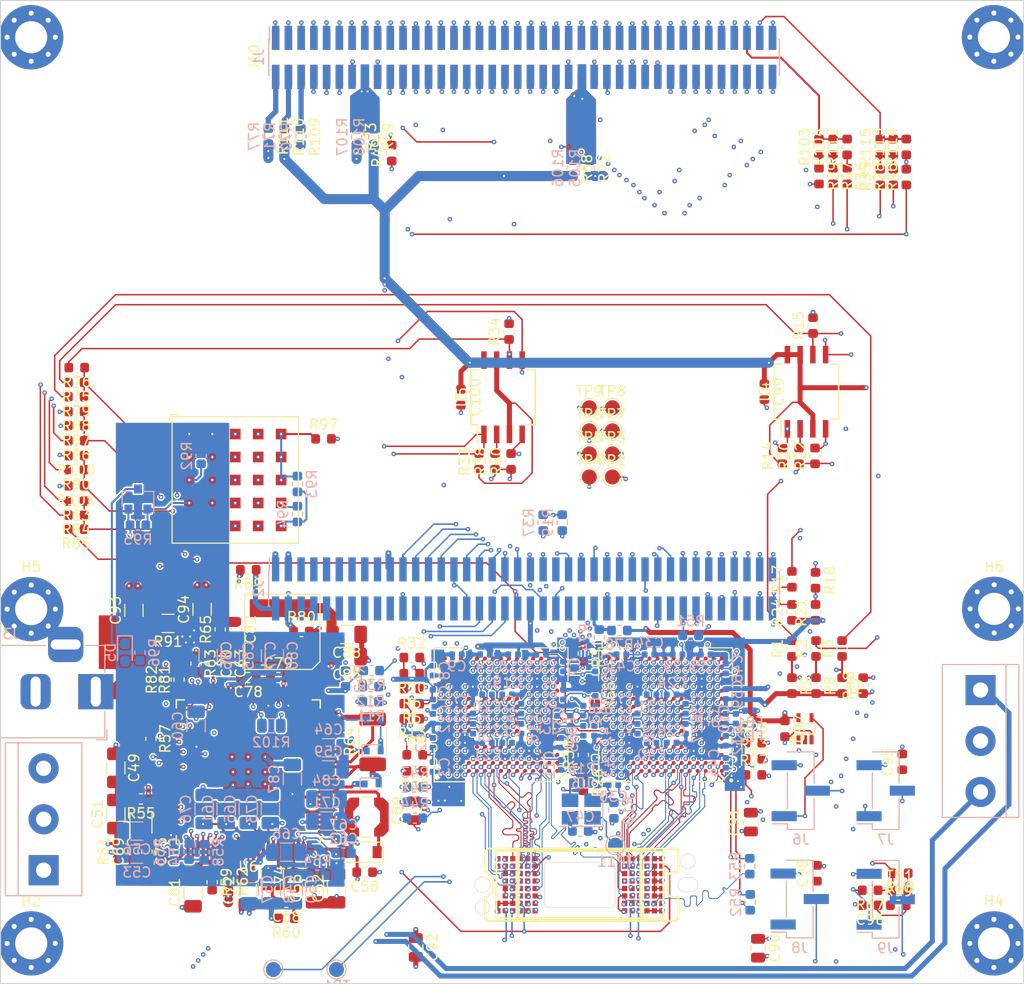
<source format=kicad_pcb>
(kicad_pcb (version 20171130) (host pcbnew 5.0.2+dfsg1-1)
  (layers (0 F.Cu signal hide) (1 In1.Cu signal) (2 In2.Cu signal hide) (3 In3.Cu signal hide) (4 In4.Cu signal hide) (31 B.Cu signal hide) (34 B.Paste user hide) (35 F.Paste user hide) (36 B.SilkS user hide) (37 F.SilkS user hide) (38 B.Mask user hide) (39 F.Mask user hide) (44 Edge.Cuts user))
  (net 0 "")
  (net 1 +1V1)
  (net 2 GND)
  (net 3 +1V8)
  (net 4 "Net-(C10-Pad2)")
  (net 5 "Net-(C10-Pad1)")
  (net 6 "Net-(C33-Pad1)")
  (net 7 "Net-(C33-Pad2)")
  (net 8 "Net-(C48-Pad2)")
  (net 9 "Net-(C49-Pad2)")
  (net 10 +12V)
  (net 11 "Net-(C54-Pad2)")
  (net 12 +5V)
  (net 13 /dmd/VRESET)
  (net 14 "Net-(C61-Pad2)")
  (net 15 /dlp_pmic/VBIAS)
  (net 16 /dlp_pmic/SUP_2P5V)
  (net 17 /dmd/VOFFSET)
  (net 18 "Net-(C68-Pad1)")
  (net 19 "Net-(C68-Pad2)")
  (net 20 "Net-(C69-Pad1)")
  (net 21 "Net-(C69-Pad2)")
  (net 22 "Net-(C71-Pad2)")
  (net 23 "Net-(C72-Pad2)")
  (net 24 /dlp_pmic/SUP_5P0V)
  (net 25 "Net-(C74-Pad2)")
  (net 26 "Net-(C75-Pad2)")
  (net 27 "Net-(C76-Pad2)")
  (net 28 "Net-(C78-Pad1)")
  (net 29 "Net-(C78-Pad2)")
  (net 30 "Net-(C79-Pad2)")
  (net 31 "Net-(C79-Pad1)")
  (net 32 "Net-(C82-Pad1)")
  (net 33 "Net-(C84-Pad2)")
  (net 34 /dlp_pmic/LED_ANODE)
  (net 35 "Net-(C93-Pad1)")
  (net 36 /SENS_LABB_OUT)
  (net 37 /SENS_THERM_OUT)
  (net 38 +3V3)
  (net 39 /SENS_WPC_OUT)
  (net 40 "Net-(D1-Pad1)")
  (net 41 /dlp_pmic/LED1_CATHODE)
  (net 42 /dlp_pmic/LED2_CATHODE)
  (net 43 /dlp_pmic/LED3_CATHODE)
  (net 44 "Net-(D5-Pad1)")
  (net 45 "Net-(D5-Pad2)")
  (net 46 /application_connectors/BP)
  (net 47 /application_connectors/MEMS_INTn)
  (net 48 /application_connectors/I2C0_SCL)
  (net 49 /application_connectors/HDMI_INT)
  (net 50 /application_connectors/I2C0_SDA)
  (net 51 /application_connectors/I2S_Din)
  (net 52 /application_connectors/I2S_Dout)
  (net 53 /application_connectors/I2S_FSYNC_IN)
  (net 54 /application_connectors/I2S_FSYNC_OUT)
  (net 55 /application_connectors/I2S_SCLK)
  (net 56 /application_connectors/LCD_VSYNC)
  (net 57 /application_connectors/LCD_HSYNC)
  (net 58 /application_connectors/LCD_PCLK)
  (net 59 /application_connectors/LCD_DATA13)
  (net 60 /application_connectors/LCD_DE)
  (net 61 /application_connectors/LCD_DATA12)
  (net 62 /application_connectors/LCD_DATA15)
  (net 63 /application_connectors/LCD_DATA9)
  (net 64 /application_connectors/LCD_DATA14)
  (net 65 /application_connectors/LCD_DATA8)
  (net 66 /application_connectors/LCD_DATA11)
  (net 67 /application_connectors/LCD_DATA5)
  (net 68 /application_connectors/LCD_DATA10)
  (net 69 /application_connectors/LCD_DATA4)
  (net 70 /application_connectors/LCD_DATA1)
  (net 71 /application_connectors/LCD_DATA7)
  (net 72 /application_connectors/LCD_DATA0)
  (net 73 /application_connectors/LCD_DATA6)
  (net 74 /application_connectors/LCD_DATA3)
  (net 75 /application_connectors/IO_B34_LN11)
  (net 76 /application_connectors/LCD_DATA2)
  (net 77 /application_connectors/IO_B34_LP11)
  (net 78 /application_connectors/IO_B34_LN8)
  (net 79 /application_connectors/IO_B34_LN7)
  (net 80 /application_connectors/IO_B34_LP8)
  (net 81 /application_connectors/IO_B34_LP7)
  (net 82 /application_connectors/IO_B34_LN6)
  (net 83 /application_connectors/IO_B34_LN5)
  (net 84 /application_connectors/IO_B34_LP6)
  (net 85 /application_connectors/IO_B34_LP5)
  (net 86 /application_connectors/IO_B34_LN4)
  (net 87 /application_connectors/IO_B34_LN3)
  (net 88 /application_connectors/IO_B34_LP4)
  (net 89 /application_connectors/IO_B34_LP3)
  (net 90 /application_connectors/IO_B34_LN2)
  (net 91 /application_connectors/IO_B34_LN1)
  (net 92 /application_connectors/IO_B34_LP1)
  (net 93 /application_connectors/IO_B13_LN21)
  (net 94 /application_connectors/IO_B13_LP21)
  (net 95 /application_connectors/IO_B13_LN14)
  (net 96 /application_connectors/IO_B13_LP13)
  (net 97 /application_connectors/IO_B13_LP14)
  (net 98 /application_connectors/JTAG_NTRST)
  (net 99 /application_connectors/IO_B13_LN12)
  (net 100 /application_connectors/JTAG_TDO)
  (net 101 /application_connectors/IO_B13_LP12)
  (net 102 /application_connectors/JTAG_TDI)
  (net 103 /application_connectors/IO_B13_LN11)
  (net 104 /application_connectors/JTAG_TMS)
  (net 105 /application_connectors/IO_B13_LP11)
  (net 106 /application_connectors/JTAG_TCK)
  (net 107 /application_connectors/XADC_INN0)
  (net 108 /application_connectors/XADC_TEMP_P)
  (net 109 /application_connectors/XADC_TEMP_N)
  (net 110 /application_connectors/XADC_GND)
  (net 111 /application_connectors/PS_MIO0)
  (net 112 /application_connectors/PS_MIO10)
  (net 113 /application_connectors/PS_MIO8)
  (net 114 /application_connectors/PS_MIO11)
  (net 115 /application_connectors/PS_MIO9)
  (net 116 /application_connectors/CONTR0_SCL)
  (net 117 /application_connectors/PS_MIO12)
  (net 118 /application_connectors/CONTR0_SDA)
  (net 119 /application_connectors/PS_MIO13)
  (net 120 /application_connectors/IO_B35_LP2)
  (net 121 /application_connectors/IO_B35_LP1)
  (net 122 /application_connectors/IO_B35_LN2)
  (net 123 /application_connectors/IO_B35_LN1)
  (net 124 /application_connectors/IO_B35_LP4)
  (net 125 /application_connectors/IO_B35_LP3)
  (net 126 /application_connectors/IO_B35_LN4)
  (net 127 /application_connectors/IO_B35_LN3)
  (net 128 /application_connectors/IO_B35_LP6)
  (net 129 /application_connectors/IO_B35_LN6)
  (net 130 /application_connectors/IO_B35_LP8)
  (net 131 /application_connectors/IO_B35_LN8)
  (net 132 /application_connectors/IO_B35_LP10)
  (net 133 /application_connectors/IO_B35_LN10)
  (net 134 /application_connectors/IO_B35_LP11)
  (net 135 /application_connectors/IO_B35_LN11)
  (net 136 /application_connectors/IO_B35_LP14)
  (net 137 /application_connectors/IO_B35_LN14)
  (net 138 /application_connectors/IO_B35_LN13)
  (net 139 /application_connectors/IO_B35_LP16)
  (net 140 /application_connectors/IO_B35_LP15)
  (net 141 /application_connectors/IO_B35_LN16)
  (net 142 /application_connectors/IO_B35_LN15)
  (net 143 /application_connectors/IO_B35_LP18)
  (net 144 /application_connectors/IO_B35_LN18)
  (net 145 /application_connectors/IO_B35_LP20)
  (net 146 /application_connectors/IO_B35_LN20)
  (net 147 /application_connectors/IO_B35_LP22)
  (net 148 /application_connectors/IO_B35_LN22)
  (net 149 /application_connectors/IO_B35_LN21)
  (net 150 /application_connectors/IO_B35_LP24)
  (net 151 /application_connectors/IO_B35_LP23)
  (net 152 /application_connectors/IO_B35_LN24)
  (net 153 /application_connectors/IO_B35_LN23)
  (net 154 /dlp_pmic/LEDx_CATHODE)
  (net 155 "Net-(J4-Pad2)")
  (net 156 /MTR_SENS_POWER_OUT)
  (net 157 /SENS_FOCUS)
  (net 158 /SENS_LABB)
  (net 159 /LS2_PWR)
  (net 160 /LS_PWR)
  (net 161 /SENS_WPC)
  (net 162 /SENS_THERM)
  (net 163 /THERM_PWR)
  (net 164 "Net-(L3-Pad2)")
  (net 165 "Net-(Q1-Pad1)")
  (net 166 /dlp_controller/SPI1_CSZ0)
  (net 167 "Net-(R1-Pad1)")
  (net 168 "Net-(R2-Pad1)")
  (net 169 /dlp_controller/SPI1_DOUT)
  (net 170 /dlp_controller/SPI1_CLK)
  (net 171 "Net-(R3-Pad1)")
  (net 172 /dlp_controller/dlp_controller_gpio/SLAVE_ID)
  (net 173 /dlp_controller/dlp_controller_gpio/HBT_IDAT)
  (net 174 /dlp_controller/dlp_controller_gpio/sHBT_ODAT)
  (net 175 /dlp_controller/dlp_controller_gpio/sHBT_OCLK)
  (net 176 /dlp_controller/dlp_controller_gpio/HBT_ICLK)
  (net 177 "Net-(R10-Pad1)")
  (net 178 /dlp_controller/dlp_controller_gpio/sHBT_IDAT)
  (net 179 /dlp_controller/dlp_controller_gpio/HBT_ODAT)
  (net 180 /dlp_controller/dlp_controller_gpio/HBT_OCLK)
  (net 181 /dlp_controller/dlp_controller_gpio/sHBT_ICLK)
  (net 182 /dlp_controller/dlp_controller_gpio/SEQ_SYNC)
  (net 183 /dlp_controller/dlp_controller_config/mSPI_CSZO)
  (net 184 /dlp_controller/dlp_controller_config/mSPI_CLK)
  (net 185 "Net-(R16-Pad1)")
  (net 186 "Net-(R16-Pad2)")
  (net 187 "Net-(R17-Pad1)")
  (net 188 "Net-(R18-Pad2)")
  (net 189 /application_connectors/mHOST_IRQ)
  (net 190 "Net-(R20-Pad2)")
  (net 191 /dlp_controller/dlp_controller_config/mSPI_MISO)
  (net 192 "Net-(R23-Pad1)")
  (net 193 /dlp_controller/dlp_controller_config/mSPI_MOSI)
  (net 194 "Net-(R25-Pad1)")
  (net 195 /dlp_controller/LED_SEL_0)
  (net 196 "Net-(R27-Pad1)")
  (net 197 "Net-(R28-Pad1)")
  (net 198 "Net-(R29-Pad2)")
  (net 199 /dlp_controller/LED_SEL_1)
  (net 200 "Net-(R31-Pad2)")
  (net 201 "Net-(R32-Pad2)")
  (net 202 /dlp_controller/dlp_controller_config/sSPI_CSZO)
  (net 203 /dlp_controller/dlp_controller_config/sSPI_CLK)
  (net 204 "Net-(R35-Pad1)")
  (net 205 "Net-(R36-Pad2)")
  (net 206 /application_connectors/sHOST_IRQ)
  (net 207 /dlp_controller/dlp_controller_config/sSPI_MISO)
  (net 208 "Net-(R38-Pad2)")
  (net 209 "Net-(R41-Pad1)")
  (net 210 "Net-(R43-Pad1)")
  (net 211 /dlp_controller/dlp_controller_config/sSPI_MOSI)
  (net 212 "Net-(R44-Pad1)")
  (net 213 "Net-(R45-Pad1)")
  (net 214 "Net-(R46-Pad1)")
  (net 215 "Net-(R47-Pad2)")
  (net 216 /application_connectors/PDM_CVS_TE_B)
  (net 217 /application_connectors/PDM_CVS_TE_A)
  (net 218 "Net-(R52-Pad1)")
  (net 219 /dlp_controller/DMD_LS_CLK)
  (net 220 /dlp_controller/DMD_LS_WDATA)
  (net 221 "Net-(R53-Pad1)")
  (net 222 /dlp_controller/RC_CHARGE)
  (net 223 /dlp_pmic/INTZ)
  (net 224 "Net-(R58-Pad2)")
  (net 225 +2V5)
  (net 226 "Net-(R63-Pad2)")
  (net 227 /dlp_controller/SPI1_DIN)
  (net 228 /dlp_controller/dlp_controller_gpio/CAL_PWR)
  (net 229 /SENS_FOCUS_OUT)
  (net 230 /application_connectors/ZYNQ_VDDIO_34)
  (net 231 /application_connectors/ZYNQ_VDDIO_13)
  (net 232 "Net-(R70-Pad2)")
  (net 233 /application_connectors/HSYNC_B)
  (net 234 /application_connectors/VSYNC_B)
  (net 235 /application_connectors/DATEN_B)
  (net 236 /application_connectors/ZYNQ_VDDIO_35)
  (net 237 /application_connectors/PCLK_B)
  (net 238 /application_connectors/HSYNC_A)
  (net 239 /application_connectors/VSYNC_A)
  (net 240 /application_connectors/DATEN_A)
  (net 241 /application_connectors/PCLK_A)
  (net 242 "Net-(R92-Pad2)")
  (net 243 "Net-(R93-Pad2)")
  (net 244 "Net-(R93-Pad1)")
  (net 245 /application_connectors/FPGA_RDY)
  (net 246 /application_connectors/ACT_SYNC)
  (net 247 /application_connectors/SUB_FRAME)
  (net 248 /application_connectors/PROJ_ON)
  (net 249 /dlp_controller/dlp_controller_gpio/mGPIO_5)
  (net 250 "Net-(TP2-Pad1)")
  (net 251 "Net-(TP3-Pad1)")
  (net 252 "Net-(TP4-Pad1)")
  (net 253 "Net-(TP5-Pad1)")
  (net 254 "Net-(TP6-Pad1)")
  (net 255 "Net-(TP7-Pad1)")
  (net 256 "Net-(TP8-Pad1)")
  (net 257 "Net-(TP9-Pad1)")
  (net 258 "Net-(TP10-Pad1)")
  (net 259 /dlp_controller/DMD_DEN_ARSTZ)
  (net 260 "Net-(U1-PadJ1)")
  (net 261 /dlp_controller/DMD_LS_RDATA)
  (net 262 /dlp_controller/mDMD_HS_WDATAH_P)
  (net 263 /dlp_controller/mDMD_HS_WDATAH_N)
  (net 264 /dlp_controller/mDMD_HS_WDATAG_P)
  (net 265 /dlp_controller/mDMD_HS_WDATAG_N)
  (net 266 /dlp_controller/mDMD_HS_WDATAF_P)
  (net 267 /dlp_controller/mDMD_HS_WDATAF_N)
  (net 268 /dlp_controller/mDMD_HS_WDATAE_P)
  (net 269 /dlp_controller/mDMD_HS_WDATAE_N)
  (net 270 /dlp_controller/mDMD_HS_CLK_P)
  (net 271 /dlp_controller/mDMD_HS_CLK_N)
  (net 272 /dlp_controller/mDMD_HS_WDATAD_P)
  (net 273 /dlp_controller/mDMD_HS_WDATAD_N)
  (net 274 /dlp_controller/mDMD_HS_WDATAC_P)
  (net 275 /dlp_controller/mDMD_HS_WDATAC_N)
  (net 276 /dlp_controller/mDMD_HS_WDATAB_P)
  (net 277 /dlp_controller/mDMD_HS_WDATAB_N)
  (net 278 /dlp_controller/mDMD_HS_WDATAA_P)
  (net 279 /dlp_controller/mDMD_HS_WDATAA_N)
  (net 280 /dlp_controller/RESETZ)
  (net 281 "Net-(U1-PadN11)")
  (net 282 /dlp_controller/CMP_OUT)
  (net 283 "Net-(U1-PadC12)")
  (net 284 "Net-(U1-PadN12)")
  (net 285 "Net-(U1-PadP12)")
  (net 286 "Net-(U1-PadM13)")
  (net 287 "Net-(U1-PadN13)")
  (net 288 "Net-(U1-PadP13)")
  (net 289 "Net-(U1-PadF14)")
  (net 290 /dlp_controller/LABB_SAMPLE)
  (net 291 /dlp_controller/dlp_controller_gpio/LS_PWR)
  (net 292 /dlp_controller/dlp_controller_gpio/DA_SYNC_FSD12)
  (net 293 "Net-(U2-PadR15)")
  (net 294 "Net-(U2-PadP15)")
  (net 295 "Net-(U2-PadN15)")
  (net 296 "Net-(U2-PadJ15)")
  (net 297 "Net-(U2-PadG15)")
  (net 298 "Net-(U2-PadF15)")
  (net 299 "Net-(U2-PadE15)")
  (net 300 "Net-(U2-PadD15)")
  (net 301 "Net-(U2-PadC15)")
  (net 302 "Net-(U2-PadB15)")
  (net 303 "Net-(U2-PadA15)")
  (net 304 "Net-(U2-PadR14)")
  (net 305 "Net-(U2-PadP14)")
  (net 306 "Net-(U2-PadN14)")
  (net 307 "Net-(U2-PadG14)")
  (net 308 "Net-(U2-PadF14)")
  (net 309 "Net-(U2-PadD14)")
  (net 310 "Net-(U2-PadC14)")
  (net 311 "Net-(U2-PadB14)")
  (net 312 "Net-(U2-PadR13)")
  (net 313 "Net-(U2-PadP13)")
  (net 314 "Net-(U2-PadN13)")
  (net 315 "Net-(U2-PadM13)")
  (net 316 "Net-(U2-PadR12)")
  (net 317 "Net-(U2-PadP12)")
  (net 318 "Net-(U2-PadN12)")
  (net 319 "Net-(U2-PadC12)")
  (net 320 "Net-(U2-PadN11)")
  (net 321 /dlp_controller/sDMD_HS_WDATAA_N)
  (net 322 /dlp_controller/sDMD_HS_WDATAA_P)
  (net 323 /dlp_controller/sDMD_HS_WDATAB_N)
  (net 324 /dlp_controller/sDMD_HS_WDATAB_P)
  (net 325 /dlp_controller/sDMD_HS_WDATAC_N)
  (net 326 /dlp_controller/sDMD_HS_WDATAC_P)
  (net 327 /dlp_controller/sDMD_HS_WDATAD_N)
  (net 328 /dlp_controller/sDMD_HS_WDATAD_P)
  (net 329 /dlp_controller/sDMD_HS_CLK_N)
  (net 330 /dlp_controller/sDMD_HS_CLK_P)
  (net 331 /dlp_controller/sDMD_HS_WDATAE_N)
  (net 332 /dlp_controller/sDMD_HS_WDATAE_P)
  (net 333 /dlp_controller/sDMD_HS_WDATAF_N)
  (net 334 /dlp_controller/sDMD_HS_WDATAF_P)
  (net 335 /dlp_controller/sDMD_HS_WDATAG_P)
  (net 336 /dlp_controller/sDMD_HS_WDATAG_N)
  (net 337 /dlp_controller/sDMD_HS_WDATAH_N)
  (net 338 /dlp_controller/sDMD_HS_WDATAH_P)
  (net 339 /dlp_controller/sDMD_LS_RDATA)
  (net 340 "Net-(U2-PadA2)")
  (net 341 "Net-(U2-PadJ1)")
  (net 342 "Net-(U2-PadB1)")
  (net 343 "Net-(U2-PadA1)")
  (net 344 "Net-(U6-Pad71)")
  (net 345 "Net-(U6-Pad69)")
  (net 346 "Net-(U6-Pad68)")
  (net 347 "Net-(U6-Pad67)")
  (net 348 "Net-(U6-Pad66)")
  (net 349 "Net-(U6-Pad65)")
  (net 350 "Net-(U6-Pad64)")
  (net 351 "Net-(U6-Pad63)")
  (net 352 "Net-(U6-Pad53)")
  (net 353 "Net-(U6-Pad52)")
  (net 354 "Net-(U6-Pad51)")
  (net 355 "Net-(U6-Pad50)")
  (net 356 "Net-(U6-Pad44)")
  (net 357 "Net-(U6-Pad43)")
  (net 358 "Net-(U6-Pad41)")
  (net 359 "Net-(U6-Pad40)")
  (net 360 "Net-(U6-Pad35)")
  (net 361 "Net-(U6-Pad27)")
  (net 362 "Net-(U6-Pad26)")
  (net 363 "Net-(U6-Pad21)")
  (net 364 "Net-(U6-Pad20)")
  (net 365 "Net-(U6-Pad19)")
  (net 366 "Net-(U6-Pad1)")
  (net 367 "Net-(U8-PadE2)")
  (net 368 "Net-(U8-PadE1)")
  (net 369 /dlp_controller/dlp_controller_gpio/MTR_SENS_POWER)
  (net 370 "Net-(U9-Pad1)")
  (net 371 "Net-(R48-Pad1)")
  (net 372 "Net-(R50-Pad1)")
  (net 373 "Net-(J1-Pad6)")
  (net 374 "Net-(J1-Pad4)")
  (net 375 "Net-(J1-Pad2)")
  (net 376 "Net-(J2-Pad2)")
  (net 377 "Net-(J2-Pad4)")
  (net 378 "Net-(J2-Pad10)")
  (net 379 /application_connectors/PS_MIO14)
  (net 380 /application_connectors/PS_MIO15)
  (net 381 /application_connectors/IO_B35_LP12)
  (net 382 /application_connectors/IO_B35_LP17)
  (net 383 /dlp_controller/dlp_controller_gpio/SPI1_CSZ0)
  (net 384 /dlp_controller/dlp_controller_gpio/SPI1_DOUT)
  (net 385 /dlp_controller/dlp_controller_gpio/SPI1_CLK)
  (net 386 /dlp_controller/dlp_controller_gpio/SPI1_DIN)
  (net 387 "Net-(TP11-Pad1)")
  (net 388 "Net-(R102-Pad1)")
  (net 389 "Net-(R109-Pad2)")
  (net 390 "Net-(J10-Pad2)")
  (net 391 "Net-(J10-Pad4)")
  (net 392 "Net-(J10-Pad6)")
  (net 393 /application_connectors/HOST_SCL)
  (net 394 /application_connectors/HOST_SDA)
  (net 395 /application_connectors/CONTR1_SCL)
  (net 396 /application_connectors/CONTR1_SDA)
  (module Resistor_SMD:R_0603_1608Metric (layer F.Cu) (at 104.052866 91.080796 180)
    (fp_text reference R75 (at 0 -1.43 180) (layer F.SilkS))
    (fp_text value NF)
    (pad 2 smd roundrect (at 0.7875 0 180) (size 0.875 0.95) (layers F.Cu F.Paste F.Mask) (net 184 /dlp_controller/dlp_controller_config/mSPI_CLK))
    (pad 1 smd roundrect (at -0.7875 0 180) (size 0.875 0.95) (layers F.Cu F.Paste F.Mask) (net 170 /dlp_controller/SPI1_CLK))
  )
  (module Resistor_SMD:R_0603_1608Metric (layer F.Cu) (at 104.1 89.6 180)
    (fp_text reference R76 (at 0 -1.43 180) (layer F.SilkS))
    (fp_text value NF)
    (pad 2 smd roundrect (at 0.7875 0 180) (size 0.875 0.95) (layers F.Cu F.Paste F.Mask) (net 203 /dlp_controller/dlp_controller_config/sSPI_CLK))
    (pad 1 smd roundrect (at -0.7875 0 180) (size 0.875 0.95) (layers F.Cu F.Paste F.Mask) (net 170 /dlp_controller/SPI1_CLK))
  )
  (module Resistor_SMD:R_0603_1608Metric (layer F.Cu) (at 104.052866 92.5 180)
    (fp_text reference R79 (at 0 -1.43 180) (layer F.SilkS))
    (fp_text value 0R)
    (pad 2 smd roundrect (at 0.7875 0 180) (size 0.875 0.95) (layers F.Cu F.Paste F.Mask) (net 385 /dlp_controller/dlp_controller_gpio/SPI1_CLK))
    (pad 1 smd roundrect (at -0.7875 0 180) (size 0.875 0.95) (layers F.Cu F.Paste F.Mask) (net 170 /dlp_controller/SPI1_CLK))
  )
  (module Resistor_SMD:R_0603_1608Metric (layer F.Cu) (at 104.047134 102.904652 180)
    (fp_text reference R83 (at 0 -1.43 180) (layer F.SilkS))
    (fp_text value NF)
    (pad 2 smd roundrect (at 0.7875 0 180) (size 0.875 0.95) (layers F.Cu F.Paste F.Mask) (net 193 /dlp_controller/dlp_controller_config/mSPI_MOSI))
    (pad 1 smd roundrect (at -0.7875 0 180) (size 0.875 0.95) (layers F.Cu F.Paste F.Mask) (net 227 /dlp_controller/SPI1_DIN))
  )
  (module Resistor_SMD:R_0603_1608Metric (layer F.Cu) (at 104.047134 104.304652 180)
    (fp_text reference R84 (at 0 -1.43 180) (layer F.SilkS))
    (fp_text value NF)
    (pad 2 smd roundrect (at 0.7875 0 180) (size 0.875 0.95) (layers F.Cu F.Paste F.Mask) (net 211 /dlp_controller/dlp_controller_config/sSPI_MOSI))
    (pad 1 smd roundrect (at -0.7875 0 180) (size 0.875 0.95) (layers F.Cu F.Paste F.Mask) (net 227 /dlp_controller/SPI1_DIN))
  )
  (module Resistor_SMD:R_0603_1608Metric (layer F.Cu) (at 104.034634 105.704652 180)
    (fp_text reference R85 (at 0 -1.43 180) (layer F.SilkS))
    (fp_text value 0R)
    (pad 2 smd roundrect (at 0.7875 0 180) (size 0.875 0.95) (layers F.Cu F.Paste F.Mask) (net 386 /dlp_controller/dlp_controller_gpio/SPI1_DIN))
    (pad 1 smd roundrect (at -0.7875 0 180) (size 0.875 0.95) (layers F.Cu F.Paste F.Mask) (net 227 /dlp_controller/SPI1_DIN))
  )
  (module Resistor_SMD:R_0603_1608Metric (layer F.Cu) (at 104.052866 96.880796 180)
    (fp_text reference R86 (at 0 -1.43 180) (layer F.SilkS))
    (fp_text value NF)
    (pad 2 smd roundrect (at 0.7875 0 180) (size 0.875 0.95) (layers F.Cu F.Paste F.Mask) (net 191 /dlp_controller/dlp_controller_config/mSPI_MISO))
    (pad 1 smd roundrect (at -0.7875 0 180) (size 0.875 0.95) (layers F.Cu F.Paste F.Mask) (net 169 /dlp_controller/SPI1_DOUT))
  )
  (module Resistor_SMD:R_0603_1608Metric (layer F.Cu) (at 104.052866 95.380796 180)
    (fp_text reference R87 (at 0 -1.43 180) (layer F.SilkS))
    (fp_text value NF)
    (pad 2 smd roundrect (at 0.7875 0 180) (size 0.875 0.95) (layers F.Cu F.Paste F.Mask) (net 207 /dlp_controller/dlp_controller_config/sSPI_MISO))
    (pad 1 smd roundrect (at -0.7875 0 180) (size 0.875 0.95) (layers F.Cu F.Paste F.Mask) (net 169 /dlp_controller/SPI1_DOUT))
  )
  (module Resistor_SMD:R_0603_1608Metric (layer F.Cu) (at 104.052866 93.980796 180)
    (fp_text reference R88 (at 0 -1.43 180) (layer F.SilkS))
    (fp_text value 0R)
    (pad 2 smd roundrect (at 0.7875 0 180) (size 0.875 0.95) (layers F.Cu F.Paste F.Mask) (net 384 /dlp_controller/dlp_controller_gpio/SPI1_DOUT))
    (pad 1 smd roundrect (at -0.7875 0 180) (size 0.875 0.95) (layers F.Cu F.Paste F.Mask) (net 169 /dlp_controller/SPI1_DOUT))
  )
  (module Resistor_SMD:R_0603_1608Metric (layer F.Cu) (at 104.052866 99.780796 180)
    (fp_text reference R90 (at 0 -1.43 180) (layer F.SilkS))
    (fp_text value NF)
    (pad 2 smd roundrect (at 0.7875 0 180) (size 0.875 0.95) (layers F.Cu F.Paste F.Mask) (net 183 /dlp_controller/dlp_controller_config/mSPI_CSZO))
    (pad 1 smd roundrect (at -0.7875 0 180) (size 0.875 0.95) (layers F.Cu F.Paste F.Mask) (net 166 /dlp_controller/SPI1_CSZ0))
  )
  (module Resistor_SMD:R_0603_1608Metric (layer F.Cu) (at 104.052866 98.380796 180)
    (fp_text reference R100 (at 0 -1.43 180) (layer F.SilkS))
    (fp_text value NF)
    (pad 2 smd roundrect (at 0.7875 0 180) (size 0.875 0.95) (layers F.Cu F.Paste F.Mask) (net 202 /dlp_controller/dlp_controller_config/sSPI_CSZO))
    (pad 1 smd roundrect (at -0.7875 0 180) (size 0.875 0.95) (layers F.Cu F.Paste F.Mask) (net 166 /dlp_controller/SPI1_CSZ0))
  )
  (module Resistor_SMD:R_0603_1608Metric (layer F.Cu) (at 104.052866 101.380796 180)
    (fp_text reference R101 (at 0 -1.43 180) (layer F.SilkS))
    (fp_text value 0R)
    (pad 2 smd roundrect (at 0.7875 0 180) (size 0.875 0.95) (layers F.Cu F.Paste F.Mask) (net 383 /dlp_controller/dlp_controller_gpio/SPI1_CSZ0))
    (pad 1 smd roundrect (at -0.7875 0 180) (size 0.875 0.95) (layers F.Cu F.Paste F.Mask) (net 166 /dlp_controller/SPI1_CSZ0))
  )
  (module Resistor_SMD:R_0805_2012Metric (layer B.Cu) (at 123.5 125.3)
    (fp_text reference R102 (at 0 1.65) (layer B.SilkS) (effects (justify mirror)))
    (fp_text value 0R)
    (pad 2 smd roundrect (at 0.9375 0) (size 0.975 1.4) (layers B.Cu B.Paste B.Mask) (net 30 "Net-(C79-Pad2)"))
    (pad 1 smd roundrect (at -0.9375 0) (size 0.975 1.4) (layers B.Cu B.Paste B.Mask) (net 388 "Net-(R102-Pad1)"))
  )
  (module Resistor_SMD:R_0603_1608Metric (layer F.Cu) (at 178.1 67.6 90)
    (fp_text reference R103 (at 0 -1.43 90) (layer F.SilkS))
    (fp_text value NF)
    (pad 2 smd roundrect (at 0.7875 0 90) (size 0.875 0.95) (layers F.Cu F.Paste F.Mask) (net 50 /application_connectors/I2C0_SDA))
    (pad 1 smd roundrect (at -0.7875 0 90) (size 0.875 0.95) (layers F.Cu F.Paste F.Mask) (net 394 /application_connectors/HOST_SDA))
  )
  (module Resistor_SMD:R_0603_1608Metric (layer F.Cu) (at 179.5 67.6 90)
    (fp_text reference R104 (at 0 -1.43 90) (layer F.SilkS))
    (fp_text value NF)
    (pad 2 smd roundrect (at 0.7875 0 90) (size 0.875 0.95) (layers F.Cu F.Paste F.Mask) (net 50 /application_connectors/I2C0_SDA))
    (pad 1 smd roundrect (at -0.7875 0 90) (size 0.875 0.95) (layers F.Cu F.Paste F.Mask) (net 118 /application_connectors/CONTR0_SDA))
  )
  (module Connector_PinHeader_1.27mm:PinHeader_2x40_P1.27mm_Vertical_SMD (layer B.Cu) (at 148.69 58.67 270)
    (fp_text reference J1 (at 0 26.46 270) (layer B.SilkS) (effects (justify mirror)))
    (fp_text value Conn_02x40_Odd_Even)
    (pad 80 smd rect (at 1.95 -24.765 270) (size 2.4 0.74) (layers B.Cu B.Paste B.Mask) (net 47 /application_connectors/MEMS_INTn))
    (pad 79 smd rect (at -1.95 -24.765 270) (size 2.4 0.74) (layers B.Cu B.Paste B.Mask) (net 46 /application_connectors/BP))
    (pad 78 smd rect (at 1.95 -23.495 270) (size 2.4 0.74) (layers B.Cu B.Paste B.Mask) (net 49 /application_connectors/HDMI_INT))
    (pad 77 smd rect (at -1.95 -23.495 270) (size 2.4 0.74) (layers B.Cu B.Paste B.Mask) (net 48 /application_connectors/I2C0_SCL))
    (pad 76 smd rect (at 1.95 -22.225 270) (size 2.4 0.74) (layers B.Cu B.Paste B.Mask) (net 51 /application_connectors/I2S_Din))
    (pad 75 smd rect (at -1.95 -22.225 270) (size 2.4 0.74) (layers B.Cu B.Paste B.Mask) (net 50 /application_connectors/I2C0_SDA))
    (pad 74 smd rect (at 1.95 -20.955 270) (size 2.4 0.74) (layers B.Cu B.Paste B.Mask) (net 53 /application_connectors/I2S_FSYNC_IN))
    (pad 73 smd rect (at -1.95 -20.955 270) (size 2.4 0.74) (layers B.Cu B.Paste B.Mask) (net 52 /application_connectors/I2S_Dout))
    (pad 72 smd rect (at 1.95 -19.685 270) (size 2.4 0.74) (layers B.Cu B.Paste B.Mask) (net 55 /application_connectors/I2S_SCLK))
    (pad 71 smd rect (at -1.95 -19.685 270) (size 2.4 0.74) (layers B.Cu B.Paste B.Mask) (net 54 /application_connectors/I2S_FSYNC_OUT))
    (pad 70 smd rect (at 1.95 -18.415 270) (size 2.4 0.74) (layers B.Cu B.Paste B.Mask) (net 57 /application_connectors/LCD_HSYNC))
    (pad 69 smd rect (at -1.95 -18.415 270) (size 2.4 0.74) (layers B.Cu B.Paste B.Mask) (net 56 /application_connectors/LCD_VSYNC))
    (pad 68 smd rect (at 1.95 -17.145 270) (size 2.4 0.74) (layers B.Cu B.Paste B.Mask) (net 2 GND))
    (pad 67 smd rect (at -1.95 -17.145 270) (size 2.4 0.74) (layers B.Cu B.Paste B.Mask) (net 2 GND))
    (pad 66 smd rect (at 1.95 -15.875 270) (size 2.4 0.74) (layers B.Cu B.Paste B.Mask) (net 59 /application_connectors/LCD_DATA13))
    (pad 65 smd rect (at -1.95 -15.875 270) (size 2.4 0.74) (layers B.Cu B.Paste B.Mask) (net 58 /application_connectors/LCD_PCLK))
    (pad 64 smd rect (at 1.95 -14.605 270) (size 2.4 0.74) (layers B.Cu B.Paste B.Mask) (net 61 /application_connectors/LCD_DATA12))
    (pad 63 smd rect (at -1.95 -14.605 270) (size 2.4 0.74) (layers B.Cu B.Paste B.Mask) (net 60 /application_connectors/LCD_DE))
    (pad 62 smd rect (at 1.95 -13.335 270) (size 2.4 0.74) (layers B.Cu B.Paste B.Mask) (net 63 /application_connectors/LCD_DATA9))
    (pad 61 smd rect (at -1.95 -13.335 270) (size 2.4 0.74) (layers B.Cu B.Paste B.Mask) (net 62 /application_connectors/LCD_DATA15))
    (pad 60 smd rect (at 1.95 -12.065 270) (size 2.4 0.74) (layers B.Cu B.Paste B.Mask) (net 65 /application_connectors/LCD_DATA8))
    (pad 59 smd rect (at -1.95 -12.065 270) (size 2.4 0.74) (layers B.Cu B.Paste B.Mask) (net 64 /application_connectors/LCD_DATA14))
    (pad 58 smd rect (at 1.95 -10.795 270) (size 2.4 0.74) (layers B.Cu B.Paste B.Mask) (net 67 /application_connectors/LCD_DATA5))
    (pad 57 smd rect (at -1.95 -10.795 270) (size 2.4 0.74) (layers B.Cu B.Paste B.Mask) (net 66 /application_connectors/LCD_DATA11))
    (pad 56 smd rect (at 1.95 -9.525 270) (size 2.4 0.74) (layers B.Cu B.Paste B.Mask) (net 69 /application_connectors/LCD_DATA4))
    (pad 55 smd rect (at -1.95 -9.525 270) (size 2.4 0.74) (layers B.Cu B.Paste B.Mask) (net 68 /application_connectors/LCD_DATA10))
    (pad 54 smd rect (at 1.95 -8.255 270) (size 2.4 0.74) (layers B.Cu B.Paste B.Mask) (net 70 /application_connectors/LCD_DATA1))
    (pad 53 smd rect (at -1.95 -8.255 270) (size 2.4 0.74) (layers B.Cu B.Paste B.Mask) (net 2 GND))
    (pad 52 smd rect (at 1.95 -6.985 270) (size 2.4 0.74) (layers B.Cu B.Paste B.Mask) (net 72 /application_connectors/LCD_DATA0))
    (pad 51 smd rect (at -1.95 -6.985 270) (size 2.4 0.74) (layers B.Cu B.Paste B.Mask) (net 71 /application_connectors/LCD_DATA7))
    (pad 50 smd rect (at 1.95 -5.715 270) (size 2.4 0.74) (layers B.Cu B.Paste B.Mask) (net 230 /application_connectors/ZYNQ_VDDIO_34))
    (pad 49 smd rect (at -1.95 -5.715 270) (size 2.4 0.74) (layers B.Cu B.Paste B.Mask) (net 73 /application_connectors/LCD_DATA6))
    (pad 48 smd rect (at 1.95 -4.445 270) (size 2.4 0.74) (layers B.Cu B.Paste B.Mask) (net 75 /application_connectors/IO_B34_LN11))
    (pad 47 smd rect (at -1.95 -4.445 270) (size 2.4 0.74) (layers B.Cu B.Paste B.Mask) (net 74 /application_connectors/LCD_DATA3))
    (pad 46 smd rect (at 1.95 -3.175 270) (size 2.4 0.74) (layers B.Cu B.Paste B.Mask) (net 77 /application_connectors/IO_B34_LP11))
    (pad 45 smd rect (at -1.95 -3.175 270) (size 2.4 0.74) (layers B.Cu B.Paste B.Mask) (net 76 /application_connectors/LCD_DATA2))
    (pad 44 smd rect (at 1.95 -1.905 270) (size 2.4 0.74) (layers B.Cu B.Paste B.Mask) (net 78 /application_connectors/IO_B34_LN8))
    (pad 43 smd rect (at -1.95 -1.905 270) (size 2.4 0.74) (layers B.Cu B.Paste B.Mask) (net 2 GND))
    (pad 42 smd rect (at 1.95 -0.635 270) (size 2.4 0.74) (layers B.Cu B.Paste B.Mask) (net 80 /application_connectors/IO_B34_LP8))
    (pad 41 smd rect (at -1.95 -0.635 270) (size 2.4 0.74) (layers B.Cu B.Paste B.Mask) (net 79 /application_connectors/IO_B34_LN7))
    (pad 40 smd rect (at 1.95 0.635 270) (size 2.4 0.74) (layers B.Cu B.Paste B.Mask) (net 82 /application_connectors/IO_B34_LN6))
    (pad 39 smd rect (at -1.95 0.635 270) (size 2.4 0.74) (layers B.Cu B.Paste B.Mask) (net 81 /application_connectors/IO_B34_LP7))
    (pad 38 smd rect (at 1.95 1.905 270) (size 2.4 0.74) (layers B.Cu B.Paste B.Mask) (net 84 /application_connectors/IO_B34_LP6))
    (pad 37 smd rect (at -1.95 1.905 270) (size 2.4 0.74) (layers B.Cu B.Paste B.Mask) (net 83 /application_connectors/IO_B34_LN5))
    (pad 36 smd rect (at 1.95 3.175 270) (size 2.4 0.74) (layers B.Cu B.Paste B.Mask) (net 2 GND))
    (pad 35 smd rect (at -1.95 3.175 270) (size 2.4 0.74) (layers B.Cu B.Paste B.Mask) (net 85 /application_connectors/IO_B34_LP5))
    (pad 34 smd rect (at 1.95 4.445 270) (size 2.4 0.74) (layers B.Cu B.Paste B.Mask) (net 86 /application_connectors/IO_B34_LN4))
    (pad 33 smd rect (at -1.95 4.445 270) (size 2.4 0.74) (layers B.Cu B.Paste B.Mask) (net 2 GND))
    (pad 32 smd rect (at 1.95 5.715 270) (size 2.4 0.74) (layers B.Cu B.Paste B.Mask) (net 88 /application_connectors/IO_B34_LP4))
    (pad 31 smd rect (at -1.95 5.715 270) (size 2.4 0.74) (layers B.Cu B.Paste B.Mask) (net 87 /application_connectors/IO_B34_LN3))
    (pad 30 smd rect (at 1.95 6.985 270) (size 2.4 0.74) (layers B.Cu B.Paste B.Mask) (net 90 /application_connectors/IO_B34_LN2))
    (pad 29 smd rect (at -1.95 6.985 270) (size 2.4 0.74) (layers B.Cu B.Paste B.Mask) (net 89 /application_connectors/IO_B34_LP3))
    (pad 28 smd rect (at 1.95 8.255 270) (size 2.4 0.74) (layers B.Cu B.Paste B.Mask) (net 235 /application_connectors/DATEN_B))
    (pad 27 smd rect (at -1.95 8.255 270) (size 2.4 0.74) (layers B.Cu B.Paste B.Mask) (net 91 /application_connectors/IO_B34_LN1))
    (pad 26 smd rect (at 1.95 9.525 270) (size 2.4 0.74) (layers B.Cu B.Paste B.Mask) (net 2 GND))
    (pad 25 smd rect (at -1.95 9.525 270) (size 2.4 0.74) (layers B.Cu B.Paste B.Mask) (net 92 /application_connectors/IO_B34_LP1))
    (pad 24 smd rect (at 1.95 10.795 270) (size 2.4 0.74) (layers B.Cu B.Paste B.Mask) (net 234 /application_connectors/VSYNC_B))
    (pad 23 smd rect (at -1.95 10.795 270) (size 2.4 0.74) (layers B.Cu B.Paste B.Mask) (net 2 GND))
    (pad 22 smd rect (at 1.95 12.065 270) (size 2.4 0.74) (layers B.Cu B.Paste B.Mask) (net 233 /application_connectors/HSYNC_B))
    (pad 21 smd rect (at -1.95 12.065 270) (size 2.4 0.74) (layers B.Cu B.Paste B.Mask) (net 93 /application_connectors/IO_B13_LN21))
    (pad 20 smd rect (at 1.95 13.335 270) (size 2.4 0.74) (layers B.Cu B.Paste B.Mask) (net 216 /application_connectors/PDM_CVS_TE_B))
    (pad 19 smd rect (at -1.95 13.335 270) (size 2.4 0.74) (layers B.Cu B.Paste B.Mask) (net 94 /application_connectors/IO_B13_LP21))
    (pad 18 smd rect (at 1.95 14.605 270) (size 2.4 0.74) (layers B.Cu B.Paste B.Mask) (net 96 /application_connectors/IO_B13_LP13))
    (pad 17 smd rect (at -1.95 14.605 270) (size 2.4 0.74) (layers B.Cu B.Paste B.Mask) (net 95 /application_connectors/IO_B13_LN14))
    (pad 16 smd rect (at 1.95 15.875 270) (size 2.4 0.74) (layers B.Cu B.Paste B.Mask) (net 231 /application_connectors/ZYNQ_VDDIO_13))
    (pad 15 smd rect (at -1.95 15.875 270) (size 2.4 0.74) (layers B.Cu B.Paste B.Mask) (net 97 /application_connectors/IO_B13_LP14))
    (pad 14 smd rect (at 1.95 17.145 270) (size 2.4 0.74) (layers B.Cu B.Paste B.Mask) (net 99 /application_connectors/IO_B13_LN12))
    (pad 13 smd rect (at -1.95 17.145 270) (size 2.4 0.74) (layers B.Cu B.Paste B.Mask) (net 98 /application_connectors/JTAG_NTRST))
    (pad 12 smd rect (at 1.95 18.415 270) (size 2.4 0.74) (layers B.Cu B.Paste B.Mask) (net 101 /application_connectors/IO_B13_LP12))
    (pad 11 smd rect (at -1.95 18.415 270) (size 2.4 0.74) (layers B.Cu B.Paste B.Mask) (net 100 /application_connectors/JTAG_TDO))
    (pad 10 smd rect (at 1.95 19.685 270) (size 2.4 0.74) (layers B.Cu B.Paste B.Mask) (net 103 /application_connectors/IO_B13_LN11))
    (pad 9 smd rect (at -1.95 19.685 270) (size 2.4 0.74) (layers B.Cu B.Paste B.Mask) (net 102 /application_connectors/JTAG_TDI))
    (pad 8 smd rect (at 1.95 20.955 270) (size 2.4 0.74) (layers B.Cu B.Paste B.Mask) (net 105 /application_connectors/IO_B13_LP11))
    (pad 7 smd rect (at -1.95 20.955 270) (size 2.4 0.74) (layers B.Cu B.Paste B.Mask) (net 104 /application_connectors/JTAG_TMS))
    (pad 6 smd rect (at 1.95 22.225 270) (size 2.4 0.74) (layers B.Cu B.Paste B.Mask) (net 373 "Net-(J1-Pad6)"))
    (pad 5 smd rect (at -1.95 22.225 270) (size 2.4 0.74) (layers B.Cu B.Paste B.Mask) (net 106 /application_connectors/JTAG_TCK))
    (pad 4 smd rect (at 1.95 23.495 270) (size 2.4 0.74) (layers B.Cu B.Paste B.Mask) (net 374 "Net-(J1-Pad4)"))
    (pad 3 smd rect (at -1.95 23.495 270) (size 2.4 0.74) (layers B.Cu B.Paste B.Mask) (net 2 GND))
    (pad 2 smd rect (at 1.95 24.765 270) (size 2.4 0.74) (layers B.Cu B.Paste B.Mask) (net 375 "Net-(J1-Pad2)"))
    (pad 1 smd rect (at -1.95 24.765 270) (size 2.4 0.74) (layers B.Cu B.Paste B.Mask) (net 2 GND))
  )
  (module Connector_PinHeader_1.27mm:PinHeader_2x40_P1.27mm_Vertical_SMD (layer B.Cu) (at 148.69 111.66 270)
    (fp_text reference J2 (at 0 26.46 270) (layer B.SilkS) (effects (justify mirror)))
    (fp_text value Conn_02x40_Odd_Even)
    (pad 80 smd rect (at 1.95 -24.765 270) (size 2.4 0.74) (layers B.Cu B.Paste B.Mask) (net 153 /application_connectors/IO_B35_LN23))
    (pad 79 smd rect (at -1.95 -24.765 270) (size 2.4 0.74) (layers B.Cu B.Paste B.Mask) (net 2 GND))
    (pad 78 smd rect (at 1.95 -23.495 270) (size 2.4 0.74) (layers B.Cu B.Paste B.Mask) (net 151 /application_connectors/IO_B35_LP23))
    (pad 77 smd rect (at -1.95 -23.495 270) (size 2.4 0.74) (layers B.Cu B.Paste B.Mask) (net 152 /application_connectors/IO_B35_LN24))
    (pad 76 smd rect (at 1.95 -22.225 270) (size 2.4 0.74) (layers B.Cu B.Paste B.Mask) (net 149 /application_connectors/IO_B35_LN21))
    (pad 75 smd rect (at -1.95 -22.225 270) (size 2.4 0.74) (layers B.Cu B.Paste B.Mask) (net 150 /application_connectors/IO_B35_LP24))
    (pad 74 smd rect (at 1.95 -20.955 270) (size 2.4 0.74) (layers B.Cu B.Paste B.Mask) (net 240 /application_connectors/DATEN_A))
    (pad 73 smd rect (at -1.95 -20.955 270) (size 2.4 0.74) (layers B.Cu B.Paste B.Mask) (net 148 /application_connectors/IO_B35_LN22))
    (pad 72 smd rect (at 1.95 -19.685 270) (size 2.4 0.74) (layers B.Cu B.Paste B.Mask) (net 2 GND))
    (pad 71 smd rect (at -1.95 -19.685 270) (size 2.4 0.74) (layers B.Cu B.Paste B.Mask) (net 147 /application_connectors/IO_B35_LP22))
    (pad 70 smd rect (at 1.95 -18.415 270) (size 2.4 0.74) (layers B.Cu B.Paste B.Mask) (net 239 /application_connectors/VSYNC_A))
    (pad 69 smd rect (at -1.95 -18.415 270) (size 2.4 0.74) (layers B.Cu B.Paste B.Mask) (net 2 GND))
    (pad 68 smd rect (at 1.95 -17.145 270) (size 2.4 0.74) (layers B.Cu B.Paste B.Mask) (net 238 /application_connectors/HSYNC_A))
    (pad 67 smd rect (at -1.95 -17.145 270) (size 2.4 0.74) (layers B.Cu B.Paste B.Mask) (net 146 /application_connectors/IO_B35_LN20))
    (pad 66 smd rect (at 1.95 -15.875 270) (size 2.4 0.74) (layers B.Cu B.Paste B.Mask) (net 217 /application_connectors/PDM_CVS_TE_A))
    (pad 65 smd rect (at -1.95 -15.875 270) (size 2.4 0.74) (layers B.Cu B.Paste B.Mask) (net 145 /application_connectors/IO_B35_LP20))
    (pad 64 smd rect (at 1.95 -14.605 270) (size 2.4 0.74) (layers B.Cu B.Paste B.Mask) (net 382 /application_connectors/IO_B35_LP17))
    (pad 63 smd rect (at -1.95 -14.605 270) (size 2.4 0.74) (layers B.Cu B.Paste B.Mask) (net 144 /application_connectors/IO_B35_LN18))
    (pad 62 smd rect (at 1.95 -13.335 270) (size 2.4 0.74) (layers B.Cu B.Paste B.Mask) (net 2 GND))
    (pad 61 smd rect (at -1.95 -13.335 270) (size 2.4 0.74) (layers B.Cu B.Paste B.Mask) (net 143 /application_connectors/IO_B35_LP18))
    (pad 60 smd rect (at 1.95 -12.065 270) (size 2.4 0.74) (layers B.Cu B.Paste B.Mask) (net 142 /application_connectors/IO_B35_LN15))
    (pad 59 smd rect (at -1.95 -12.065 270) (size 2.4 0.74) (layers B.Cu B.Paste B.Mask) (net 2 GND))
    (pad 58 smd rect (at 1.95 -10.795 270) (size 2.4 0.74) (layers B.Cu B.Paste B.Mask) (net 140 /application_connectors/IO_B35_LP15))
    (pad 57 smd rect (at -1.95 -10.795 270) (size 2.4 0.74) (layers B.Cu B.Paste B.Mask) (net 141 /application_connectors/IO_B35_LN16))
    (pad 56 smd rect (at 1.95 -9.525 270) (size 2.4 0.74) (layers B.Cu B.Paste B.Mask) (net 138 /application_connectors/IO_B35_LN13))
    (pad 55 smd rect (at -1.95 -9.525 270) (size 2.4 0.74) (layers B.Cu B.Paste B.Mask) (net 139 /application_connectors/IO_B35_LP16))
    (pad 54 smd rect (at 1.95 -8.255 270) (size 2.4 0.74) (layers B.Cu B.Paste B.Mask) (net 237 /application_connectors/PCLK_B))
    (pad 53 smd rect (at -1.95 -8.255 270) (size 2.4 0.74) (layers B.Cu B.Paste B.Mask) (net 137 /application_connectors/IO_B35_LN14))
    (pad 52 smd rect (at 1.95 -6.985 270) (size 2.4 0.74) (layers B.Cu B.Paste B.Mask) (net 236 /application_connectors/ZYNQ_VDDIO_35))
    (pad 51 smd rect (at -1.95 -6.985 270) (size 2.4 0.74) (layers B.Cu B.Paste B.Mask) (net 136 /application_connectors/IO_B35_LP14))
    (pad 50 smd rect (at 1.95 -5.715 270) (size 2.4 0.74) (layers B.Cu B.Paste B.Mask) (net 135 /application_connectors/IO_B35_LN11))
    (pad 49 smd rect (at -1.95 -5.715 270) (size 2.4 0.74) (layers B.Cu B.Paste B.Mask) (net 2 GND))
    (pad 48 smd rect (at 1.95 -4.445 270) (size 2.4 0.74) (layers B.Cu B.Paste B.Mask) (net 134 /application_connectors/IO_B35_LP11))
    (pad 47 smd rect (at -1.95 -4.445 270) (size 2.4 0.74) (layers B.Cu B.Paste B.Mask) (net 241 /application_connectors/PCLK_A))
    (pad 46 smd rect (at 1.95 -3.175 270) (size 2.4 0.74) (layers B.Cu B.Paste B.Mask) (net 189 /application_connectors/mHOST_IRQ))
    (pad 45 smd rect (at -1.95 -3.175 270) (size 2.4 0.74) (layers B.Cu B.Paste B.Mask) (net 381 /application_connectors/IO_B35_LP12))
    (pad 44 smd rect (at 1.95 -1.905 270) (size 2.4 0.74) (layers B.Cu B.Paste B.Mask) (net 206 /application_connectors/sHOST_IRQ))
    (pad 43 smd rect (at -1.95 -1.905 270) (size 2.4 0.74) (layers B.Cu B.Paste B.Mask) (net 133 /application_connectors/IO_B35_LN10))
    (pad 42 smd rect (at 1.95 -0.635 270) (size 2.4 0.74) (layers B.Cu B.Paste B.Mask) (net 2 GND))
    (pad 41 smd rect (at -1.95 -0.635 270) (size 2.4 0.74) (layers B.Cu B.Paste B.Mask) (net 132 /application_connectors/IO_B35_LP10))
    (pad 40 smd rect (at 1.95 0.635 270) (size 2.4 0.74) (layers B.Cu B.Paste B.Mask) (net 248 /application_connectors/PROJ_ON))
    (pad 39 smd rect (at -1.95 0.635 270) (size 2.4 0.74) (layers B.Cu B.Paste B.Mask) (net 2 GND))
    (pad 38 smd rect (at 1.95 1.905 270) (size 2.4 0.74) (layers B.Cu B.Paste B.Mask) (net 247 /application_connectors/SUB_FRAME))
    (pad 37 smd rect (at -1.95 1.905 270) (size 2.4 0.74) (layers B.Cu B.Paste B.Mask) (net 131 /application_connectors/IO_B35_LN8))
    (pad 36 smd rect (at 1.95 3.175 270) (size 2.4 0.74) (layers B.Cu B.Paste B.Mask) (net 246 /application_connectors/ACT_SYNC))
    (pad 35 smd rect (at -1.95 3.175 270) (size 2.4 0.74) (layers B.Cu B.Paste B.Mask) (net 130 /application_connectors/IO_B35_LP8))
    (pad 34 smd rect (at 1.95 4.445 270) (size 2.4 0.74) (layers B.Cu B.Paste B.Mask) (net 245 /application_connectors/FPGA_RDY))
    (pad 33 smd rect (at -1.95 4.445 270) (size 2.4 0.74) (layers B.Cu B.Paste B.Mask) (net 129 /application_connectors/IO_B35_LN6))
    (pad 32 smd rect (at 1.95 5.715 270) (size 2.4 0.74) (layers B.Cu B.Paste B.Mask) (net 2 GND))
    (pad 31 smd rect (at -1.95 5.715 270) (size 2.4 0.74) (layers B.Cu B.Paste B.Mask) (net 128 /application_connectors/IO_B35_LP6))
    (pad 30 smd rect (at 1.95 6.985 270) (size 2.4 0.74) (layers B.Cu B.Paste B.Mask) (net 127 /application_connectors/IO_B35_LN3))
    (pad 29 smd rect (at -1.95 6.985 270) (size 2.4 0.74) (layers B.Cu B.Paste B.Mask) (net 2 GND))
    (pad 28 smd rect (at 1.95 8.255 270) (size 2.4 0.74) (layers B.Cu B.Paste B.Mask) (net 125 /application_connectors/IO_B35_LP3))
    (pad 27 smd rect (at -1.95 8.255 270) (size 2.4 0.74) (layers B.Cu B.Paste B.Mask) (net 126 /application_connectors/IO_B35_LN4))
    (pad 26 smd rect (at 1.95 9.525 270) (size 2.4 0.74) (layers B.Cu B.Paste B.Mask) (net 123 /application_connectors/IO_B35_LN1))
    (pad 25 smd rect (at -1.95 9.525 270) (size 2.4 0.74) (layers B.Cu B.Paste B.Mask) (net 124 /application_connectors/IO_B35_LP4))
    (pad 24 smd rect (at 1.95 10.795 270) (size 2.4 0.74) (layers B.Cu B.Paste B.Mask) (net 121 /application_connectors/IO_B35_LP1))
    (pad 23 smd rect (at -1.95 10.795 270) (size 2.4 0.74) (layers B.Cu B.Paste B.Mask) (net 122 /application_connectors/IO_B35_LN2))
    (pad 22 smd rect (at 1.95 12.065 270) (size 2.4 0.74) (layers B.Cu B.Paste B.Mask) (net 2 GND))
    (pad 21 smd rect (at -1.95 12.065 270) (size 2.4 0.74) (layers B.Cu B.Paste B.Mask) (net 120 /application_connectors/IO_B35_LP2))
    (pad 20 smd rect (at 1.95 13.335 270) (size 2.4 0.74) (layers B.Cu B.Paste B.Mask) (net 119 /application_connectors/PS_MIO13))
    (pad 19 smd rect (at -1.95 13.335 270) (size 2.4 0.74) (layers B.Cu B.Paste B.Mask) (net 2 GND))
    (pad 18 smd rect (at 1.95 14.605 270) (size 2.4 0.74) (layers B.Cu B.Paste B.Mask) (net 117 /application_connectors/PS_MIO12))
    (pad 17 smd rect (at -1.95 14.605 270) (size 2.4 0.74) (layers B.Cu B.Paste B.Mask) (net 380 /application_connectors/PS_MIO15))
    (pad 16 smd rect (at 1.95 15.875 270) (size 2.4 0.74) (layers B.Cu B.Paste B.Mask) (net 115 /application_connectors/PS_MIO9))
    (pad 15 smd rect (at -1.95 15.875 270) (size 2.4 0.74) (layers B.Cu B.Paste B.Mask) (net 379 /application_connectors/PS_MIO14))
    (pad 14 smd rect (at 1.95 17.145 270) (size 2.4 0.74) (layers B.Cu B.Paste B.Mask) (net 113 /application_connectors/PS_MIO8))
    (pad 13 smd rect (at -1.95 17.145 270) (size 2.4 0.74) (layers B.Cu B.Paste B.Mask) (net 114 /application_connectors/PS_MIO11))
    (pad 12 smd rect (at 1.95 18.415 270) (size 2.4 0.74) (layers B.Cu B.Paste B.Mask) (net 111 /application_connectors/PS_MIO0))
    (pad 11 smd rect (at -1.95 18.415 270) (size 2.4 0.74) (layers B.Cu B.Paste B.Mask) (net 112 /application_connectors/PS_MIO10))
    (pad 10 smd rect (at 1.95 19.685 270) (size 2.4 0.74) (layers B.Cu B.Paste B.Mask) (net 378 "Net-(J2-Pad10)"))
    (pad 9 smd rect (at -1.95 19.685 270) (size 2.4 0.74) (layers B.Cu B.Paste B.Mask) (net 110 /application_connectors/XADC_GND))
    (pad 8 smd rect (at 1.95 20.955 270) (size 2.4 0.74) (layers B.Cu B.Paste B.Mask) (net 107 /application_connectors/XADC_INN0))
    (pad 7 smd rect (at -1.95 20.955 270) (size 2.4 0.74) (layers B.Cu B.Paste B.Mask) (net 109 /application_connectors/XADC_TEMP_N))
    (pad 6 smd rect (at 1.95 22.225 270) (size 2.4 0.74) (layers B.Cu B.Paste B.Mask) (net 107 /application_connectors/XADC_INN0))
    (pad 5 smd rect (at -1.95 22.225 270) (size 2.4 0.74) (layers B.Cu B.Paste B.Mask) (net 108 /application_connectors/XADC_TEMP_P))
    (pad 4 smd rect (at 1.95 23.495 270) (size 2.4 0.74) (layers B.Cu B.Paste B.Mask) (net 377 "Net-(J2-Pad4)"))
    (pad 3 smd rect (at -1.95 23.495 270) (size 2.4 0.74) (layers B.Cu B.Paste B.Mask) (net 2 GND))
    (pad 2 smd rect (at 1.95 24.765 270) (size 2.4 0.74) (layers B.Cu B.Paste B.Mask) (net 376 "Net-(J2-Pad2)"))
    (pad 1 smd rect (at -1.95 24.765 270) (size 2.4 0.74) (layers B.Cu B.Paste B.Mask) (net 2 GND))
  )
  (module Resistor_SMD:R_0603_1608Metric (layer F.Cu) (at 175.4 117.6 90)
    (fp_text reference R1 (at 0 -1.43 90) (layer F.SilkS))
    (fp_text value 30.1)
    (pad 2 smd roundrect (at 0.7875 0 90) (size 0.875 0.95) (layers F.Cu F.Paste F.Mask) (net 383 /dlp_controller/dlp_controller_gpio/SPI1_CSZ0))
    (pad 1 smd roundrect (at -0.7875 0 90) (size 0.875 0.95) (layers F.Cu F.Paste F.Mask) (net 167 "Net-(R1-Pad1)"))
  )
  (module Resistor_SMD:R_0603_1608Metric (layer F.Cu) (at 177.8 117.6 90)
    (fp_text reference R2 (at 0 -1.43 90) (layer F.SilkS))
    (fp_text value 30.1)
    (pad 2 smd roundrect (at 0.7875 0 90) (size 0.875 0.95) (layers F.Cu F.Paste F.Mask) (net 384 /dlp_controller/dlp_controller_gpio/SPI1_DOUT))
    (pad 1 smd roundrect (at -0.7875 0 90) (size 0.875 0.95) (layers F.Cu F.Paste F.Mask) (net 168 "Net-(R2-Pad1)"))
  )
  (module Resistor_SMD:R_0603_1608Metric (layer F.Cu) (at 180.4 117.6 90)
    (fp_text reference R3 (at 0 -1.43 90) (layer F.SilkS))
    (fp_text value 30.1)
    (pad 2 smd roundrect (at 0.7875 0 90) (size 0.875 0.95) (layers F.Cu F.Paste F.Mask) (net 385 /dlp_controller/dlp_controller_gpio/SPI1_CLK))
    (pad 1 smd roundrect (at -0.7875 0 90) (size 0.875 0.95) (layers F.Cu F.Paste F.Mask) (net 171 "Net-(R3-Pad1)"))
  )
  (module Resistor_SMD:R_0603_1608Metric (layer F.Cu) (at 137.8 128.2)
    (fp_text reference R4 (at 0 -1.43) (layer F.SilkS))
    (fp_text value 7.87k)
    (pad 2 smd roundrect (at 0.7875 0) (size 0.875 0.95) (layers F.Cu F.Paste F.Mask) (net 2 GND))
    (pad 1 smd roundrect (at -0.7875 0) (size 0.875 0.95) (layers F.Cu F.Paste F.Mask) (net 172 /dlp_controller/dlp_controller_gpio/SLAVE_ID))
  )
  (module Resistor_SMD:R_0603_1608Metric (layer F.Cu) (at 137.5 123.1 180)
    (fp_text reference R5 (at 0 -1.43 180) (layer F.SilkS))
    (fp_text value 30.1R)
    (pad 2 smd roundrect (at 0.7875 0 180) (size 0.875 0.95) (layers F.Cu F.Paste F.Mask) (net 173 /dlp_controller/dlp_controller_gpio/HBT_IDAT))
    (pad 1 smd roundrect (at -0.7875 0 180) (size 0.875 0.95) (layers F.Cu F.Paste F.Mask) (net 174 /dlp_controller/dlp_controller_gpio/sHBT_ODAT))
  )
  (module Resistor_SMD:R_0603_1608Metric (layer F.Cu) (at 137.5 121.6 180)
    (fp_text reference R6 (at 0 -1.43 180) (layer F.SilkS))
    (fp_text value 30.1R)
    (pad 2 smd roundrect (at 0.7875 0 180) (size 0.875 0.95) (layers F.Cu F.Paste F.Mask) (net 176 /dlp_controller/dlp_controller_gpio/HBT_ICLK))
    (pad 1 smd roundrect (at -0.7875 0 180) (size 0.875 0.95) (layers F.Cu F.Paste F.Mask) (net 175 /dlp_controller/dlp_controller_gpio/sHBT_OCLK))
  )
  (module Resistor_SMD:R_0603_1608Metric (layer F.Cu) (at 180.4 121.3 270)
    (fp_text reference R7 (at 0 -1.43 270) (layer F.SilkS))
    (fp_text value 100k)
    (pad 2 smd roundrect (at 0.7875 0 270) (size 0.875 0.95) (layers F.Cu F.Paste F.Mask) (net 3 +1V8))
    (pad 1 smd roundrect (at -0.7875 0 270) (size 0.875 0.95) (layers F.Cu F.Paste F.Mask) (net 171 "Net-(R3-Pad1)"))
  )
  (module Resistor_SMD:R_0603_1608Metric (layer F.Cu) (at 177.8 121.3 270)
    (fp_text reference R8 (at 0 -1.43 270) (layer F.SilkS))
    (fp_text value 100k)
    (pad 2 smd roundrect (at 0.7875 0 270) (size 0.875 0.95) (layers F.Cu F.Paste F.Mask) (net 3 +1V8))
    (pad 1 smd roundrect (at -0.7875 0 270) (size 0.875 0.95) (layers F.Cu F.Paste F.Mask) (net 168 "Net-(R2-Pad1)"))
  )
  (module Resistor_SMD:R_0603_1608Metric (layer F.Cu) (at 175.4 121.3 270)
    (fp_text reference R9 (at 0 -1.43 270) (layer F.SilkS))
    (fp_text value 100k)
    (pad 2 smd roundrect (at 0.7875 0 270) (size 0.875 0.95) (layers F.Cu F.Paste F.Mask) (net 3 +1V8))
    (pad 1 smd roundrect (at -0.7875 0 270) (size 0.875 0.95) (layers F.Cu F.Paste F.Mask) (net 167 "Net-(R1-Pad1)"))
  )
  (module Resistor_SMD:R_0603_1608Metric (layer B.Cu) (at 157.65 133.75 90)
    (fp_text reference R10 (at 0 1.43 90) (layer B.SilkS) (effects (justify mirror)))
    (fp_text value 7.87k)
    (pad 2 smd roundrect (at 0.7875 0 90) (size 0.875 0.95) (layers B.Cu B.Paste B.Mask) (net 3 +1V8))
    (pad 1 smd roundrect (at -0.7875 0 90) (size 0.875 0.95) (layers B.Cu B.Paste B.Mask) (net 177 "Net-(R10-Pad1)"))
  )
  (module Resistor_SMD:R_0603_1608Metric (layer B.Cu) (at 133.4 122.9)
    (fp_text reference R11 (at 0 1.43) (layer B.SilkS) (effects (justify mirror)))
    (fp_text value 30.1R)
    (pad 2 smd roundrect (at 0.7875 0) (size 0.875 0.95) (layers B.Cu B.Paste B.Mask) (net 178 /dlp_controller/dlp_controller_gpio/sHBT_IDAT))
    (pad 1 smd roundrect (at -0.7875 0) (size 0.875 0.95) (layers B.Cu B.Paste B.Mask) (net 179 /dlp_controller/dlp_controller_gpio/HBT_ODAT))
  )
  (module Resistor_SMD:R_0603_1608Metric (layer B.Cu) (at 133.4 121.4)
    (fp_text reference R12 (at 0 1.43) (layer B.SilkS) (effects (justify mirror)))
    (fp_text value 30.1R)
    (pad 2 smd roundrect (at 0.7875 0) (size 0.875 0.95) (layers B.Cu B.Paste B.Mask) (net 181 /dlp_controller/dlp_controller_gpio/sHBT_ICLK))
    (pad 1 smd roundrect (at -0.7875 0) (size 0.875 0.95) (layers B.Cu B.Paste B.Mask) (net 180 /dlp_controller/dlp_controller_gpio/HBT_OCLK))
  )
  (module Resistor_SMD:R_0603_1608Metric (layer F.Cu) (at 137.5 124.6 180)
    (fp_text reference R13 (at 0 -1.43 180) (layer F.SilkS))
    (fp_text value 7.87k)
    (pad 2 smd roundrect (at 0.7875 0 180) (size 0.875 0.95) (layers F.Cu F.Paste F.Mask) (net 3 +1V8))
    (pad 1 smd roundrect (at -0.7875 0 180) (size 0.875 0.95) (layers F.Cu F.Paste F.Mask) (net 182 /dlp_controller/dlp_controller_gpio/SEQ_SYNC))
  )
  (module Resistor_SMD:R_0603_1608Metric (layer F.Cu) (at 174.45 98.4 90)
    (fp_text reference R14 (at 0 -1.43 90) (layer F.SilkS))
    (fp_text value 100k)
    (pad 2 smd roundrect (at 0.7875 0 90) (size 0.875 0.95) (layers F.Cu F.Paste F.Mask) (net 183 /dlp_controller/dlp_controller_config/mSPI_CSZO))
    (pad 1 smd roundrect (at -0.7875 0 90) (size 0.875 0.95) (layers F.Cu F.Paste F.Mask) (net 38 +3V3))
  )
  (module Resistor_SMD:R_0603_1608Metric (layer F.Cu) (at 177.5 85.4 90)
    (fp_text reference R15 (at 0 -1.43 90) (layer F.SilkS))
    (fp_text value 100k)
    (pad 2 smd roundrect (at 0.7875 0 90) (size 0.875 0.95) (layers F.Cu F.Paste F.Mask) (net 2 GND))
    (pad 1 smd roundrect (at -0.7875 0 90) (size 0.875 0.95) (layers F.Cu F.Paste F.Mask) (net 184 /dlp_controller/dlp_controller_config/mSPI_CLK))
  )
  (module Resistor_SMD:R_0603_1608Metric (layer B.Cu) (at 154.4 131 180)
    (fp_text reference R16 (at 0 1.43 180) (layer B.SilkS) (effects (justify mirror)))
    (fp_text value 30.1R)
    (pad 2 smd roundrect (at 0.7875 0 180) (size 0.875 0.95) (layers B.Cu B.Paste B.Mask) (net 186 "Net-(R16-Pad2)"))
    (pad 1 smd roundrect (at -0.7875 0 180) (size 0.875 0.95) (layers B.Cu B.Paste B.Mask) (net 185 "Net-(R16-Pad1)"))
  )
  (module Resistor_SMD:R_0603_1608Metric (layer F.Cu) (at 175.4 110.7 90)
    (fp_text reference R17 (at 0 -1.43 90) (layer F.SilkS))
    (fp_text value 0R)
    (pad 2 smd roundrect (at 0.7875 0 90) (size 0.875 0.95) (layers F.Cu F.Paste F.Mask) (net 116 /application_connectors/CONTR0_SCL))
    (pad 1 smd roundrect (at -0.7875 0 90) (size 0.875 0.95) (layers F.Cu F.Paste F.Mask) (net 187 "Net-(R17-Pad1)"))
  )
  (module Resistor_SMD:R_0603_1608Metric (layer F.Cu) (at 177.75 110.8 270)
    (fp_text reference R18 (at 0 -1.43 270) (layer F.SilkS))
    (fp_text value 0R)
    (pad 2 smd roundrect (at 0.7875 0 270) (size 0.875 0.95) (layers F.Cu F.Paste F.Mask) (net 188 "Net-(R18-Pad2)"))
    (pad 1 smd roundrect (at -0.7875 0 270) (size 0.875 0.95) (layers F.Cu F.Paste F.Mask) (net 118 /application_connectors/CONTR0_SDA))
  )
  (module Resistor_SMD:R_0603_1608Metric (layer B.Cu) (at 152.5 105.05 270)
    (fp_text reference R19 (at 0 1.43 270) (layer B.SilkS) (effects (justify mirror)))
    (fp_text value 10k)
    (pad 2 smd roundrect (at 0.7875 0 270) (size 0.875 0.95) (layers B.Cu B.Paste B.Mask) (net 189 /application_connectors/mHOST_IRQ))
    (pad 1 smd roundrect (at -0.7875 0 270) (size 0.875 0.95) (layers B.Cu B.Paste B.Mask) (net 3 +1V8))
  )
  (module Resistor_SMD:R_0603_1608Metric (layer F.Cu) (at 176.1 98.4 90)
    (fp_text reference R20 (at 0 -1.43 90) (layer F.SilkS))
    (fp_text value 30.1R)
    (pad 2 smd roundrect (at 0.7875 0 90) (size 0.875 0.95) (layers F.Cu F.Paste F.Mask) (net 190 "Net-(R20-Pad2)"))
    (pad 1 smd roundrect (at -0.7875 0 90) (size 0.875 0.95) (layers F.Cu F.Paste F.Mask) (net 191 /dlp_controller/dlp_controller_config/mSPI_MISO))
  )
  (module Resistor_SMD:R_0603_1608Metric (layer F.Cu) (at 177.75 114 90)
    (fp_text reference R21 (at 0 -1.43 90) (layer F.SilkS))
    (fp_text value 2k)
    (pad 2 smd roundrect (at 0.7875 0 90) (size 0.875 0.95) (layers F.Cu F.Paste F.Mask) (net 188 "Net-(R18-Pad2)"))
    (pad 1 smd roundrect (at -0.7875 0 90) (size 0.875 0.95) (layers F.Cu F.Paste F.Mask) (net 3 +1V8))
  )
  (module Resistor_SMD:R_0603_1608Metric (layer F.Cu) (at 177.7 98.4 90)
    (fp_text reference R22 (at 0 -1.43 90) (layer F.SilkS))
    (fp_text value 100k)
    (pad 2 smd roundrect (at 0.7875 0 90) (size 0.875 0.95) (layers F.Cu F.Paste F.Mask) (net 2 GND))
    (pad 1 smd roundrect (at -0.7875 0 90) (size 0.875 0.95) (layers F.Cu F.Paste F.Mask) (net 191 /dlp_controller/dlp_controller_config/mSPI_MISO))
  )
  (module Resistor_SMD:R_0603_1608Metric (layer F.Cu) (at 171.6 128.6)
    (fp_text reference R23 (at 0 -1.43) (layer F.SilkS))
    (fp_text value 30.1R)
    (pad 2 smd roundrect (at 0.7875 0) (size 0.875 0.95) (layers F.Cu F.Paste F.Mask) (net 183 /dlp_controller/dlp_controller_config/mSPI_CSZO))
    (pad 1 smd roundrect (at -0.7875 0) (size 0.875 0.95) (layers F.Cu F.Paste F.Mask) (net 192 "Net-(R23-Pad1)"))
  )
  (module Resistor_SMD:R_0603_1608Metric (layer F.Cu) (at 175.4 114 90)
    (fp_text reference R24 (at 0 -1.43 90) (layer F.SilkS))
    (fp_text value 2k)
    (pad 2 smd roundrect (at 0.7875 0 90) (size 0.875 0.95) (layers F.Cu F.Paste F.Mask) (net 187 "Net-(R17-Pad1)"))
    (pad 1 smd roundrect (at -0.7875 0 90) (size 0.875 0.95) (layers F.Cu F.Paste F.Mask) (net 3 +1V8))
  )
  (module Resistor_SMD:R_0603_1608Metric (layer F.Cu) (at 171.6 127)
    (fp_text reference R25 (at 0 -1.43) (layer F.SilkS))
    (fp_text value 30.1R)
    (pad 2 smd roundrect (at 0.7875 0) (size 0.875 0.95) (layers F.Cu F.Paste F.Mask) (net 193 /dlp_controller/dlp_controller_config/mSPI_MOSI))
    (pad 1 smd roundrect (at -0.7875 0) (size 0.875 0.95) (layers F.Cu F.Paste F.Mask) (net 194 "Net-(R25-Pad1)"))
  )
  (module Resistor_SMD:R_0603_1608Metric (layer F.Cu) (at 154.6 131 270)
    (fp_text reference R26 (at 0 -1.43 270) (layer F.SilkS))
    (fp_text value 100k)
    (pad 2 smd roundrect (at 0.7875 0 270) (size 0.875 0.95) (layers F.Cu F.Paste F.Mask) (net 2 GND))
    (pad 1 smd roundrect (at -0.7875 0 270) (size 0.875 0.95) (layers F.Cu F.Paste F.Mask) (net 195 /dlp_controller/LED_SEL_0))
  )
  (module Resistor_SMD:R_0603_1608Metric (layer F.Cu) (at 171.6 130.2)
    (fp_text reference R27 (at 0 -1.43) (layer F.SilkS))
    (fp_text value 30.1R)
    (pad 2 smd roundrect (at 0.7875 0) (size 0.875 0.95) (layers F.Cu F.Paste F.Mask) (net 184 /dlp_controller/dlp_controller_config/mSPI_CLK))
    (pad 1 smd roundrect (at -0.7875 0) (size 0.875 0.95) (layers F.Cu F.Paste F.Mask) (net 196 "Net-(R27-Pad1)"))
  )
  (module Resistor_SMD:R_0603_1608Metric (layer F.Cu) (at 185.5 70.6 90)
    (fp_text reference R28 (at 0 -1.43 90) (layer F.SilkS))
    (fp_text value 0R)
    (pad 2 smd roundrect (at 0.7875 0 90) (size 0.875 0.95) (layers F.Cu F.Paste F.Mask) (net 393 /application_connectors/HOST_SCL))
    (pad 1 smd roundrect (at -0.7875 0 90) (size 0.875 0.95) (layers F.Cu F.Paste F.Mask) (net 197 "Net-(R28-Pad1)"))
  )
  (module Resistor_SMD:R_0603_1608Metric (layer F.Cu) (at 178.1 70.5 270)
    (fp_text reference R29 (at 0 -1.43 270) (layer F.SilkS))
    (fp_text value 0R)
    (pad 2 smd roundrect (at 0.7875 0 270) (size 0.875 0.95) (layers F.Cu F.Paste F.Mask) (net 198 "Net-(R29-Pad2)"))
    (pad 1 smd roundrect (at -0.7875 0 270) (size 0.875 0.95) (layers F.Cu F.Paste F.Mask) (net 394 /application_connectors/HOST_SDA))
  )
  (module Resistor_SMD:R_0603_1608Metric (layer F.Cu) (at 154.6 128.2 90)
    (fp_text reference R30 (at 0 -1.43 90) (layer F.SilkS))
    (fp_text value 100k)
    (pad 2 smd roundrect (at 0.7875 0 90) (size 0.875 0.95) (layers F.Cu F.Paste F.Mask) (net 2 GND))
    (pad 1 smd roundrect (at -0.7875 0 90) (size 0.875 0.95) (layers F.Cu F.Paste F.Mask) (net 199 /dlp_controller/LED_SEL_1))
  )
  (module Resistor_SMD:R_0603_1608Metric (layer F.Cu) (at 154.6 118.1 270)
    (fp_text reference R31 (at 0 -1.43 270) (layer F.SilkS))
    (fp_text value 8k)
    (pad 2 smd roundrect (at 0.7875 0 270) (size 0.875 0.95) (layers F.Cu F.Paste F.Mask) (net 200 "Net-(R31-Pad2)"))
    (pad 1 smd roundrect (at -0.7875 0 270) (size 0.875 0.95) (layers F.Cu F.Paste F.Mask) (net 2 GND))
  )
  (module Resistor_SMD:R_0603_1608Metric (layer F.Cu) (at 137.5 118.5)
    (fp_text reference R32 (at 0 -1.43) (layer F.SilkS))
    (fp_text value 8k)
    (pad 2 smd roundrect (at 0.7875 0) (size 0.875 0.95) (layers F.Cu F.Paste F.Mask) (net 201 "Net-(R32-Pad2)"))
    (pad 1 smd roundrect (at -0.7875 0) (size 0.875 0.95) (layers F.Cu F.Paste F.Mask) (net 2 GND))
  )
  (module Resistor_SMD:R_0603_1608Metric (layer F.Cu) (at 144.2 98.95 90)
    (fp_text reference R33 (at 0 -1.43 90) (layer F.SilkS))
    (fp_text value 100k)
    (pad 2 smd roundrect (at 0.7875 0 90) (size 0.875 0.95) (layers F.Cu F.Paste F.Mask) (net 202 /dlp_controller/dlp_controller_config/sSPI_CSZO))
    (pad 1 smd roundrect (at -0.7875 0 90) (size 0.875 0.95) (layers F.Cu F.Paste F.Mask) (net 38 +3V3))
  )
  (module Resistor_SMD:R_0603_1608Metric (layer F.Cu) (at 147.2 86 90)
    (fp_text reference R34 (at 0 -1.43 90) (layer F.SilkS))
    (fp_text value 100k)
    (pad 2 smd roundrect (at 0.7875 0 90) (size 0.875 0.95) (layers F.Cu F.Paste F.Mask) (net 2 GND))
    (pad 1 smd roundrect (at -0.7875 0 90) (size 0.875 0.95) (layers F.Cu F.Paste F.Mask) (net 203 /dlp_controller/dlp_controller_config/sSPI_CLK))
  )
  (module Resistor_SMD:R_0603_1608Metric (layer F.Cu) (at 184.2 70.6 90)
    (fp_text reference R35 (at 0 -1.43 90) (layer F.SilkS))
    (fp_text value 0R)
    (pad 2 smd roundrect (at 0.7875 0 90) (size 0.875 0.95) (layers F.Cu F.Paste F.Mask) (net 395 /application_connectors/CONTR1_SCL))
    (pad 1 smd roundrect (at -0.7875 0 90) (size 0.875 0.95) (layers F.Cu F.Paste F.Mask) (net 204 "Net-(R35-Pad1)"))
  )
  (module Resistor_SMD:R_0603_1608Metric (layer F.Cu) (at 180.9 70.5 270)
    (fp_text reference R36 (at 0 -1.43 270) (layer F.SilkS))
    (fp_text value 0R)
    (pad 2 smd roundrect (at 0.7875 0 270) (size 0.875 0.95) (layers F.Cu F.Paste F.Mask) (net 205 "Net-(R36-Pad2)"))
    (pad 1 smd roundrect (at -0.7875 0 270) (size 0.875 0.95) (layers F.Cu F.Paste F.Mask) (net 396 /application_connectors/CONTR1_SDA))
  )
  (module Resistor_SMD:R_0603_1608Metric (layer B.Cu) (at 150.6 105.05 270)
    (fp_text reference R37 (at 0 1.43 270) (layer B.SilkS) (effects (justify mirror)))
    (fp_text value 10k)
    (pad 2 smd roundrect (at 0.7875 0 270) (size 0.875 0.95) (layers B.Cu B.Paste B.Mask) (net 206 /application_connectors/sHOST_IRQ))
    (pad 1 smd roundrect (at -0.7875 0 270) (size 0.875 0.95) (layers B.Cu B.Paste B.Mask) (net 3 +1V8))
  )
  (module Resistor_SMD:R_0603_1608Metric (layer F.Cu) (at 145.8 98.95 90)
    (fp_text reference R38 (at 0 -1.43 90) (layer F.SilkS))
    (fp_text value 30.1R)
    (pad 2 smd roundrect (at 0.7875 0 90) (size 0.875 0.95) (layers F.Cu F.Paste F.Mask) (net 208 "Net-(R38-Pad2)"))
    (pad 1 smd roundrect (at -0.7875 0 90) (size 0.875 0.95) (layers F.Cu F.Paste F.Mask) (net 207 /dlp_controller/dlp_controller_config/sSPI_MISO))
  )
  (module Resistor_SMD:R_0603_1608Metric (layer B.Cu) (at 133.5 119.8)
    (fp_text reference R39 (at 0 1.43) (layer B.SilkS) (effects (justify mirror)))
    (fp_text value 2k)
    (pad 2 smd roundrect (at 0.7875 0) (size 0.875 0.95) (layers B.Cu B.Paste B.Mask) (net 205 "Net-(R36-Pad2)"))
    (pad 1 smd roundrect (at -0.7875 0) (size 0.875 0.95) (layers B.Cu B.Paste B.Mask) (net 3 +1V8))
  )
  (module Resistor_SMD:R_0603_1608Metric (layer F.Cu) (at 147.4 98.95 90)
    (fp_text reference R40 (at 0 -1.43 90) (layer F.SilkS))
    (fp_text value 100k)
    (pad 2 smd roundrect (at 0.7875 0 90) (size 0.875 0.95) (layers F.Cu F.Paste F.Mask) (net 2 GND))
    (pad 1 smd roundrect (at -0.7875 0 90) (size 0.875 0.95) (layers F.Cu F.Paste F.Mask) (net 207 /dlp_controller/dlp_controller_config/sSPI_MISO))
  )
  (module Resistor_SMD:R_0603_1608Metric (layer B.Cu) (at 137.8 132.9 180)
    (fp_text reference R41 (at 0 1.43 180) (layer B.SilkS) (effects (justify mirror)))
    (fp_text value 30.1R)
    (pad 2 smd roundrect (at 0.7875 0 180) (size 0.875 0.95) (layers B.Cu B.Paste B.Mask) (net 202 /dlp_controller/dlp_controller_config/sSPI_CSZO))
    (pad 1 smd roundrect (at -0.7875 0 180) (size 0.875 0.95) (layers B.Cu B.Paste B.Mask) (net 209 "Net-(R41-Pad1)"))
  )
  (module Resistor_SMD:R_0603_1608Metric (layer B.Cu) (at 130.9 120.6 90)
    (fp_text reference R42 (at 0 1.43 90) (layer B.SilkS) (effects (justify mirror)))
    (fp_text value 2k)
    (pad 2 smd roundrect (at 0.7875 0 90) (size 0.875 0.95) (layers B.Cu B.Paste B.Mask) (net 204 "Net-(R35-Pad1)"))
    (pad 1 smd roundrect (at -0.7875 0 90) (size 0.875 0.95) (layers B.Cu B.Paste B.Mask) (net 3 +1V8))
  )
  (module Resistor_SMD:R_0603_1608Metric (layer B.Cu) (at 137.8 131.4 180)
    (fp_text reference R43 (at 0 1.43 180) (layer B.SilkS) (effects (justify mirror)))
    (fp_text value 30.1R)
    (pad 2 smd roundrect (at 0.7875 0 180) (size 0.875 0.95) (layers B.Cu B.Paste B.Mask) (net 211 /dlp_controller/dlp_controller_config/sSPI_MOSI))
    (pad 1 smd roundrect (at -0.7875 0 180) (size 0.875 0.95) (layers B.Cu B.Paste B.Mask) (net 210 "Net-(R43-Pad1)"))
  )
  (module Resistor_SMD:R_0603_1608Metric (layer B.Cu) (at 137.8 134.5 180)
    (fp_text reference R44 (at 0 1.43 180) (layer B.SilkS) (effects (justify mirror)))
    (fp_text value 30.1R)
    (pad 2 smd roundrect (at 0.7875 0 180) (size 0.875 0.95) (layers B.Cu B.Paste B.Mask) (net 203 /dlp_controller/dlp_controller_config/sSPI_CLK))
    (pad 1 smd roundrect (at -0.7875 0 180) (size 0.875 0.95) (layers B.Cu B.Paste B.Mask) (net 212 "Net-(R44-Pad1)"))
  )
  (module Resistor_SMD:R_0603_1608Metric (layer F.Cu) (at 137.8 129.8 180)
    (fp_text reference R45 (at 0 -1.43 180) (layer F.SilkS))
    (fp_text value 10k)
    (pad 2 smd roundrect (at 0.7875 0 180) (size 0.875 0.95) (layers F.Cu F.Paste F.Mask) (net 2 GND))
    (pad 1 smd roundrect (at -0.7875 0 180) (size 0.875 0.95) (layers F.Cu F.Paste F.Mask) (net 213 "Net-(R45-Pad1)"))
  )
  (module Resistor_SMD:R_0603_1608Metric (layer F.Cu) (at 186.8 70.6 90)
    (fp_text reference R46 (at 0 -1.43 90) (layer F.SilkS))
    (fp_text value 0R)
    (pad 2 smd roundrect (at 0.7875 0 90) (size 0.875 0.95) (layers F.Cu F.Paste F.Mask) (net 116 /application_connectors/CONTR0_SCL))
    (pad 1 smd roundrect (at -0.7875 0 90) (size 0.875 0.95) (layers F.Cu F.Paste F.Mask) (net 214 "Net-(R46-Pad1)"))
  )
  (module Resistor_SMD:R_0603_1608Metric (layer F.Cu) (at 179.5 70.5 270)
    (fp_text reference R47 (at 0 -1.43 270) (layer F.SilkS))
    (fp_text value 0R)
    (pad 2 smd roundrect (at 0.7875 0 270) (size 0.875 0.95) (layers F.Cu F.Paste F.Mask) (net 215 "Net-(R47-Pad2)"))
    (pad 1 smd roundrect (at -0.7875 0 270) (size 0.875 0.95) (layers F.Cu F.Paste F.Mask) (net 118 /application_connectors/CONTR0_SDA))
  )
  (module Resistor_SMD:R_0603_1608Metric (layer F.Cu) (at 182.5 121.3 90)
    (fp_text reference R48 (at 0 -1.43 90) (layer F.SilkS))
    (fp_text value 7.87k)
    (pad 2 smd roundrect (at 0.7875 0 90) (size 0.875 0.95) (layers F.Cu F.Paste F.Mask) (net 2 GND))
    (pad 1 smd roundrect (at -0.7875 0 90) (size 0.875 0.95) (layers F.Cu F.Paste F.Mask) (net 371 "Net-(R48-Pad1)"))
  )
  (module Resistor_SMD:R_0603_1608Metric (layer F.Cu) (at 135.5 68.2125 90)
    (fp_text reference R49 (at 0 -1.43 90) (layer F.SilkS))
    (fp_text value 7.87k)
    (pad 2 smd roundrect (at 0.7875 0 90) (size 0.875 0.95) (layers F.Cu F.Paste F.Mask) (net 216 /application_connectors/PDM_CVS_TE_B))
    (pad 1 smd roundrect (at -0.7875 0 90) (size 0.875 0.95) (layers F.Cu F.Paste F.Mask) (net 2 GND))
  )
  (module Resistor_SMD:R_0603_1608Metric (layer F.Cu) (at 137.5 120.1 180)
    (fp_text reference R50 (at 0 -1.43 180) (layer F.SilkS))
    (fp_text value 7.87k)
    (pad 2 smd roundrect (at 0.7875 0 180) (size 0.875 0.95) (layers F.Cu F.Paste F.Mask) (net 2 GND))
    (pad 1 smd roundrect (at -0.7875 0 180) (size 0.875 0.95) (layers F.Cu F.Paste F.Mask) (net 372 "Net-(R50-Pad1)"))
  )
  (module Resistor_SMD:R_0603_1608Metric (layer B.Cu) (at 165.3 116.3 180)
    (fp_text reference R51 (at 0 1.43 180) (layer B.SilkS) (effects (justify mirror)))
    (fp_text value 7.87k)
    (pad 2 smd roundrect (at 0.7875 0 180) (size 0.875 0.95) (layers B.Cu B.Paste B.Mask) (net 217 /application_connectors/PDM_CVS_TE_A))
    (pad 1 smd roundrect (at -0.7875 0 180) (size 0.875 0.95) (layers B.Cu B.Paste B.Mask) (net 2 GND))
  )
  (module Resistor_SMD:R_0603_1608Metric (layer B.Cu) (at 171.24 142.9 270)
    (fp_text reference R52 (at 0 1.43 270) (layer B.SilkS) (effects (justify mirror)))
    (fp_text value 43R)
    (pad 2 smd roundrect (at 0.7875 0 270) (size 0.875 0.95) (layers B.Cu B.Paste B.Mask) (net 219 /dlp_controller/DMD_LS_CLK))
    (pad 1 smd roundrect (at -0.7875 0 270) (size 0.875 0.95) (layers B.Cu B.Paste B.Mask) (net 218 "Net-(R52-Pad1)"))
  )
  (module Resistor_SMD:R_0603_1608Metric (layer B.Cu) (at 171.2 139.3 270)
    (fp_text reference R53 (at 0 1.43 270) (layer B.SilkS) (effects (justify mirror)))
    (fp_text value 43R)
    (pad 2 smd roundrect (at 0.7875 0 270) (size 0.875 0.95) (layers B.Cu B.Paste B.Mask) (net 220 /dlp_controller/DMD_LS_WDATA))
    (pad 1 smd roundrect (at -0.7875 0 270) (size 0.875 0.95) (layers B.Cu B.Paste B.Mask) (net 221 "Net-(R53-Pad1)"))
  )
  (module Resistor_SMD:R_0603_1608Metric (layer B.Cu) (at 128.1 140.2 180)
    (fp_text reference R54 (at 0 1.43 180) (layer B.SilkS) (effects (justify mirror)))
    (fp_text value NF)
    (pad 2 smd roundrect (at 0.7875 0 180) (size 0.875 0.95) (layers B.Cu B.Paste B.Mask) (net 8 "Net-(C48-Pad2)"))
    (pad 1 smd roundrect (at -0.7875 0 180) (size 0.875 0.95) (layers B.Cu B.Paste B.Mask) (net 1 +1V1))
  )
  (module Resistor_SMD:R_0603_1608Metric (layer F.Cu) (at 110.5 132.6 180)
    (fp_text reference R55 (at 0 -1.43 180) (layer F.SilkS))
    (fp_text value NF)
    (pad 2 smd roundrect (at 0.7875 0 180) (size 0.875 0.95) (layers F.Cu F.Paste F.Mask) (net 9 "Net-(C49-Pad2)"))
    (pad 1 smd roundrect (at -0.7875 0 180) (size 0.875 0.95) (layers F.Cu F.Paste F.Mask) (net 3 +1V8))
  )
  (module Resistor_SMD:R_0603_1608Metric (layer B.Cu) (at 113.8 137.95 270)
    (fp_text reference R56 (at 0 1.43 270) (layer B.SilkS) (effects (justify mirror)))
    (fp_text value 300R)
    (pad 2 smd roundrect (at 0.7875 0 270) (size 0.875 0.95) (layers B.Cu B.Paste B.Mask) (net 11 "Net-(C54-Pad2)"))
    (pad 1 smd roundrect (at -0.7875 0 270) (size 0.875 0.95) (layers B.Cu B.Paste B.Mask) (net 222 /dlp_controller/RC_CHARGE))
  )
  (module Resistor_SMD:R_0603_1608Metric (layer F.Cu) (at 111.5 126.6 270)
    (fp_text reference R57 (at 0 -1.43 270) (layer F.SilkS))
    (fp_text value 5.1k)
    (pad 2 smd roundrect (at 0.7875 0 270) (size 0.875 0.95) (layers F.Cu F.Paste F.Mask) (net 223 /dlp_pmic/INTZ))
    (pad 1 smd roundrect (at -0.7875 0 270) (size 0.875 0.95) (layers F.Cu F.Paste F.Mask) (net 3 +1V8))
  )
  (module Resistor_SMD:R_0603_1608Metric (layer B.Cu) (at 116.8 137.9 90)
    (fp_text reference R58 (at 0 1.43 90) (layer B.SilkS) (effects (justify mirror)))
    (fp_text value 10k)
    (pad 2 smd roundrect (at 0.7875 0 90) (size 0.875 0.95) (layers B.Cu B.Paste B.Mask) (net 224 "Net-(R58-Pad2)"))
    (pad 1 smd roundrect (at -0.7875 0 90) (size 0.875 0.95) (layers B.Cu B.Paste B.Mask) (net 11 "Net-(C54-Pad2)"))
  )
  (module Resistor_SMD:R_0603_1608Metric (layer F.Cu) (at 117.6 140.9 270)
    (fp_text reference R59 (at 0 -1.43 270) (layer F.SilkS))
    (fp_text value NF)
    (pad 2 smd roundrect (at 0.7875 0 270) (size 0.875 0.95) (layers F.Cu F.Paste F.Mask) (net 225 +2V5))
    (pad 1 smd roundrect (at -0.7875 0 270) (size 0.875 0.95) (layers F.Cu F.Paste F.Mask) (net 14 "Net-(C61-Pad2)"))
  )
  (module Resistor_SMD:R_0603_1608Metric (layer F.Cu) (at 125 144.5 180)
    (fp_text reference R60 (at 0 -1.43 180) (layer F.SilkS))
    (fp_text value 10R)
    (pad 2 smd roundrect (at 0.7875 0 180) (size 0.875 0.95) (layers F.Cu F.Paste F.Mask) (net 2 GND))
    (pad 1 smd roundrect (at -0.7875 0 180) (size 0.875 0.95) (layers F.Cu F.Paste F.Mask) (net 18 "Net-(C68-Pad1)"))
  )
  (module Resistor_SMD:R_0603_1608Metric (layer F.Cu) (at 108.2 137.8 90)
    (fp_text reference R61 (at 0 -1.43 90) (layer F.SilkS))
    (fp_text value 10R)
    (pad 2 smd roundrect (at 0.7875 0 90) (size 0.875 0.95) (layers F.Cu F.Paste F.Mask) (net 2 GND))
    (pad 1 smd roundrect (at -0.7875 0 90) (size 0.875 0.95) (layers F.Cu F.Paste F.Mask) (net 20 "Net-(C69-Pad1)"))
  )
  (module Resistor_SMD:R_0603_1608Metric (layer F.Cu) (at 119.2 140.85 270)
    (fp_text reference R62 (at 0 -1.43 270) (layer F.SilkS))
    (fp_text value NF)
    (pad 2 smd roundrect (at 0.7875 0 270) (size 0.875 0.95) (layers F.Cu F.Paste F.Mask) (net 38 +3V3))
    (pad 1 smd roundrect (at -0.7875 0 270) (size 0.875 0.95) (layers F.Cu F.Paste F.Mask) (net 23 "Net-(C72-Pad2)"))
  )
  (module Resistor_SMD:R_0603_1608Metric (layer F.Cu) (at 116 119.1 270)
    (fp_text reference R63 (at 0 -1.43 270) (layer F.SilkS))
    (fp_text value 30.1R)
    (pad 2 smd roundrect (at 0.7875 0 270) (size 0.875 0.95) (layers F.Cu F.Paste F.Mask) (net 226 "Net-(R63-Pad2)"))
    (pad 1 smd roundrect (at -0.7875 0 270) (size 0.875 0.95) (layers F.Cu F.Paste F.Mask) (net 227 /dlp_controller/SPI1_DIN))
  )
  (module Resistor_SMD:R_2010_5025Metric (layer F.Cu) (at 133.6 126.9 90)
    (fp_text reference R64 (at 0 -2.28 90) (layer F.SilkS))
    (fp_text value 25m)
    (pad 2 smd roundrect (at 2.25 0 90) (size 1.35 2.65) (layers F.Cu F.Paste F.Mask) (roundrect_rratio 0.185185) (net 154 /dlp_pmic/LEDx_CATHODE))
    (pad 1 smd roundrect (at -2.25 0 90) (size 1.35 2.65) (layers F.Cu F.Paste F.Mask) (roundrect_rratio 0.185185) (net 2 GND))
  )
  (module Resistor_SMD:R_0603_1608Metric (layer F.Cu) (at 118.4 115.7 90)
    (fp_text reference R65 (at 0 -1.43 90) (layer F.SilkS))
    (fp_text value 3.9R)
    (pad 2 smd roundrect (at 0.7875 0 90) (size 0.875 0.95) (layers F.Cu F.Paste F.Mask) (net 32 "Net-(C82-Pad1)"))
    (pad 1 smd roundrect (at -0.7875 0 90) (size 0.875 0.95) (layers F.Cu F.Paste F.Mask) (net 2 GND))
  )
  (module Resistor_SMD:R_0603_1608Metric (layer F.Cu) (at 155.8 122.3 270)
    (fp_text reference R66 (at 0 -1.43 270) (layer F.SilkS))
    (fp_text value NF_30k)
    (pad 2 smd roundrect (at 0.7875 0 270) (size 0.875 0.95) (layers F.Cu F.Paste F.Mask) (net 228 /dlp_controller/dlp_controller_gpio/CAL_PWR))
    (pad 1 smd roundrect (at -0.7875 0 270) (size 0.875 0.95) (layers F.Cu F.Paste F.Mask) (net 229 /SENS_FOCUS_OUT))
  )
  (module Resistor_SMD:R_0603_1608Metric (layer F.Cu) (at 183.2 141.7 180)
    (fp_text reference R67 (at 0 -1.43 180) (layer F.SilkS))
    (fp_text value NF_30k)
    (pad 2 smd roundrect (at 0.7875 0 180) (size 0.875 0.95) (layers F.Cu F.Paste F.Mask) (net 163 /THERM_PWR))
    (pad 1 smd roundrect (at -0.7875 0 180) (size 0.875 0.95) (layers F.Cu F.Paste F.Mask) (net 229 /SENS_FOCUS_OUT))
  )
  (module Resistor_SMD:R_0603_1608Metric (layer F.Cu) (at 153.55 69.75 270)
    (fp_text reference R68 (at 0 -1.43 270) (layer F.SilkS))
    (fp_text value NF)
    (pad 2 smd roundrect (at 0.7875 0 270) (size 0.875 0.95) (layers F.Cu F.Paste F.Mask) (net 38 +3V3))
    (pad 1 smd roundrect (at -0.7875 0 270) (size 0.875 0.95) (layers F.Cu F.Paste F.Mask) (net 230 /application_connectors/ZYNQ_VDDIO_34))
  )
  (module Resistor_SMD:R_0603_1608Metric (layer F.Cu) (at 133.7 66.6 270)
    (fp_text reference R69 (at 0 -1.43 270) (layer F.SilkS))
    (fp_text value NF)
    (pad 2 smd roundrect (at 0.7875 0 270) (size 0.875 0.95) (layers F.Cu F.Paste F.Mask) (net 38 +3V3))
    (pad 1 smd roundrect (at -0.7875 0 270) (size 0.875 0.95) (layers F.Cu F.Paste F.Mask) (net 231 /application_connectors/ZYNQ_VDDIO_13))
  )
  (module Resistor_SMD:R_0603_1608Metric (layer B.Cu) (at 126.45 66.55 270)
    (fp_text reference R70 (at 0 1.43 270) (layer B.SilkS) (effects (justify mirror)))
    (fp_text value NF)
    (pad 2 smd roundrect (at 0.7875 0 270) (size 0.875 0.95) (layers B.Cu B.Paste B.Mask) (net 232 "Net-(R70-Pad2)"))
    (pad 1 smd roundrect (at -0.7875 0 270) (size 0.875 0.95) (layers B.Cu B.Paste B.Mask) (net 373 "Net-(J1-Pad6)"))
  )
  (module Resistor_SMD:R_0603_1608Metric (layer B.Cu) (at 124.8 66.55 270)
    (fp_text reference R71 (at 0 1.43 270) (layer B.SilkS) (effects (justify mirror)))
    (fp_text value NF)
    (pad 2 smd roundrect (at 0.7875 0 270) (size 0.875 0.95) (layers B.Cu B.Paste B.Mask) (net 38 +3V3))
    (pad 1 smd roundrect (at -0.7875 0 270) (size 0.875 0.95) (layers B.Cu B.Paste B.Mask) (net 374 "Net-(J1-Pad4)"))
  )
  (module Resistor_SMD:R_0603_1608Metric (layer F.Cu) (at 155.25 69.75 270)
    (fp_text reference R72 (at 0 -1.43 270) (layer F.SilkS))
    (fp_text value NF)
    (pad 2 smd roundrect (at 0.7875 0 270) (size 0.875 0.95) (layers F.Cu F.Paste F.Mask) (net 3 +1V8))
    (pad 1 smd roundrect (at -0.7875 0 270) (size 0.875 0.95) (layers F.Cu F.Paste F.Mask) (net 230 /application_connectors/ZYNQ_VDDIO_34))
  )
  (module Resistor_SMD:R_0603_1608Metric (layer F.Cu) (at 132 66.6 270)
    (fp_text reference R73 (at 0 -1.43 270) (layer F.SilkS))
    (fp_text value NF)
    (pad 2 smd roundrect (at 0.7875 0 270) (size 0.875 0.95) (layers F.Cu F.Paste F.Mask) (net 3 +1V8))
    (pad 1 smd roundrect (at -0.7875 0 270) (size 0.875 0.95) (layers F.Cu F.Paste F.Mask) (net 231 /application_connectors/ZYNQ_VDDIO_13))
  )
  (module Resistor_SMD:R_0603_1608Metric (layer B.Cu) (at 156.2 116.5 270)
    (fp_text reference R74 (at 0 1.43 270) (layer B.SilkS) (effects (justify mirror)))
    (fp_text value NF)
    (pad 2 smd roundrect (at 0.7875 0 270) (size 0.875 0.95) (layers B.Cu B.Paste B.Mask) (net 3 +1V8))
    (pad 1 smd roundrect (at -0.7875 0 270) (size 0.875 0.95) (layers B.Cu B.Paste B.Mask) (net 236 /application_connectors/ZYNQ_VDDIO_35))
  )
  (module Resistor_SMD:R_0603_1608Metric (layer B.Cu) (at 123.2 66.55 270)
    (fp_text reference R77 (at 0 1.43 270) (layer B.SilkS) (effects (justify mirror)))
    (fp_text value NF)
    (pad 2 smd roundrect (at 0.7875 0 270) (size 0.875 0.95) (layers B.Cu B.Paste B.Mask) (net 12 +5V))
    (pad 1 smd roundrect (at -0.7875 0 270) (size 0.875 0.95) (layers B.Cu B.Paste B.Mask) (net 375 "Net-(J1-Pad2)"))
  )
  (module Resistor_SMD:R_0603_1608Metric (layer B.Cu) (at 158.2 115.8)
    (fp_text reference R78 (at 0 1.43) (layer B.SilkS) (effects (justify mirror)))
    (fp_text value NF)
    (pad 2 smd roundrect (at 0.7875 0) (size 0.875 0.95) (layers B.Cu B.Paste B.Mask) (net 38 +3V3))
    (pad 1 smd roundrect (at -0.7875 0) (size 0.875 0.95) (layers B.Cu B.Paste B.Mask) (net 236 /application_connectors/ZYNQ_VDDIO_35))
  )
  (module Resistor_SMD:R_0603_1608Metric (layer F.Cu) (at 126.5 115.9)
    (fp_text reference R80 (at 0 -1.43) (layer F.SilkS))
    (fp_text value NF)
    (pad 2 smd roundrect (at 0.7875 0) (size 0.875 0.95) (layers F.Cu F.Paste F.Mask) (net 38 +3V3))
    (pad 1 smd roundrect (at -0.7875 0) (size 0.875 0.95) (layers F.Cu F.Paste F.Mask) (net 377 "Net-(J2-Pad4)"))
  )
  (module Resistor_SMD:R_0603_1608Metric (layer F.Cu) (at 114.3 120.7 90)
    (fp_text reference R81 (at 0 -1.43 90) (layer F.SilkS))
    (fp_text value NF)
    (pad 2 smd roundrect (at 0.7875 0 90) (size 0.875 0.95) (layers F.Cu F.Paste F.Mask) (net 2 GND))
    (pad 1 smd roundrect (at -0.7875 0 90) (size 0.875 0.95) (layers F.Cu F.Paste F.Mask) (net 169 /dlp_controller/SPI1_DOUT))
  )
  (module Resistor_SMD:R_0603_1608Metric (layer F.Cu) (at 113 120.7 90)
    (fp_text reference R82 (at 0 -1.43 90) (layer F.SilkS))
    (fp_text value NF)
    (pad 2 smd roundrect (at 0.7875 0 90) (size 0.875 0.95) (layers F.Cu F.Paste F.Mask) (net 2 GND))
    (pad 1 smd roundrect (at -0.7875 0 90) (size 0.875 0.95) (layers F.Cu F.Paste F.Mask) (net 170 /dlp_controller/SPI1_CLK))
  )
  (module Resistor_SMD:R_0603_1608Metric (layer F.Cu) (at 121.2 109.75 180)
    (fp_text reference R89 (at 0 -1.43 180) (layer F.SilkS))
    (fp_text value NF)
    (pad 2 smd roundrect (at 0.7875 0 180) (size 0.875 0.95) (layers F.Cu F.Paste F.Mask) (net 12 +5V))
    (pad 1 smd roundrect (at -0.7875 0 180) (size 0.875 0.95) (layers F.Cu F.Paste F.Mask) (net 376 "Net-(J2-Pad2)"))
  )
  (module Resistor_SMD:R_1206_3216Metric (layer F.Cu) (at 113.2 115.1 180)
    (fp_text reference R91 (at 0 -1.82 180) (layer F.SilkS))
    (fp_text value 0R)
    (pad 2 smd roundrect (at 1.4 0 180) (size 1.25 1.75) (layers F.Cu F.Paste F.Mask) (roundrect_rratio 0.2) (net 35 "Net-(C93-Pad1)"))
    (pad 1 smd roundrect (at -1.4 0 180) (size 1.25 1.75) (layers F.Cu F.Paste F.Mask) (roundrect_rratio 0.2) (net 10 +12V))
  )
  (module Resistor_SMD:R_0603_1608Metric (layer B.Cu) (at 116.5 98.4 270)
    (fp_text reference R92 (at 0 1.43 270) (layer B.SilkS) (effects (justify mirror)))
    (fp_text value NF)
    (pad 2 smd roundrect (at 0.7875 0 270) (size 0.875 0.95) (layers B.Cu B.Paste B.Mask) (net 242 "Net-(R92-Pad2)"))
    (pad 1 smd roundrect (at -0.7875 0 270) (size 0.875 0.95) (layers B.Cu B.Paste B.Mask) (net 10 +12V))
  )
  (module Resistor_SMD:R_0603_1608Metric (layer B.Cu) (at 126.1 101.2 90)
    (fp_text reference R93 (at 0 1.43 90) (layer B.SilkS) (effects (justify mirror)))
    (fp_text value NF)
    (pad 2 smd roundrect (at 0.7875 0 90) (size 0.875 0.95) (layers B.Cu B.Paste B.Mask) (net 243 "Net-(R93-Pad2)"))
    (pad 1 smd roundrect (at -0.7875 0 90) (size 0.875 0.95) (layers B.Cu B.Paste B.Mask) (net 244 "Net-(R93-Pad1)"))
  )
  (module Resistor_SMD:R_0603_1608Metric (layer B.Cu) (at 126.1 104.2 270)
    (fp_text reference R94 (at 0 1.43 270) (layer B.SilkS) (effects (justify mirror)))
    (fp_text value NF)
    (pad 2 smd roundrect (at 0.7875 0 270) (size 0.875 0.95) (layers B.Cu B.Paste B.Mask) (net 244 "Net-(R93-Pad1)"))
    (pad 1 smd roundrect (at -0.7875 0 270) (size 0.875 0.95) (layers B.Cu B.Paste B.Mask) (net 2 GND))
  )
  (module Resistor_SMD:R_0603_1608Metric (layer B.Cu) (at 110.2 105.3)
    (fp_text reference R95 (at 0 1.43) (layer B.SilkS) (effects (justify mirror)))
    (fp_text value NF)
    (pad 2 smd roundrect (at 0.7875 0) (size 0.875 0.95) (layers B.Cu B.Paste B.Mask) (net 165 "Net-(Q1-Pad1)"))
    (pad 1 smd roundrect (at -0.7875 0) (size 0.875 0.95) (layers B.Cu B.Paste B.Mask) (net 2 GND))
  )
  (module Resistor_SMD:R_0603_1608Metric (layer B.Cu) (at 110.4 118 90)
    (fp_text reference R96 (at 0 1.43 90) (layer B.SilkS) (effects (justify mirror)))
    (fp_text value 5.7k)
    (pad 2 smd roundrect (at 0.7875 0 90) (size 0.875 0.95) (layers B.Cu B.Paste B.Mask) (net 10 +12V))
    (pad 1 smd roundrect (at -0.7875 0 90) (size 0.875 0.95) (layers B.Cu B.Paste B.Mask) (net 45 "Net-(D5-Pad2)"))
  )
  (module Resistor_SMD:R_0603_1608Metric (layer F.Cu) (at 128.7 96.7)
    (fp_text reference R97 (at 0 -1.43) (layer F.SilkS))
    (fp_text value NF)
    (pad 2 smd roundrect (at 0.7875 0) (size 0.875 0.95) (layers F.Cu F.Paste F.Mask) (net 12 +5V))
    (pad 1 smd roundrect (at -0.7875 0) (size 0.875 0.95) (layers F.Cu F.Paste F.Mask) (net 243 "Net-(R93-Pad2)"))
  )
  (module Resistor_SMD:R_0603_1608Metric (layer F.Cu) (at 186.2 140 180)
    (fp_text reference R98 (at 0 -1.43 180) (layer F.SilkS))
    (fp_text value NF_30k)
    (pad 2 smd roundrect (at 0.7875 0 180) (size 0.875 0.95) (layers F.Cu F.Paste F.Mask) (net 229 /SENS_FOCUS_OUT))
    (pad 1 smd roundrect (at -0.7875 0 180) (size 0.875 0.95) (layers F.Cu F.Paste F.Mask) (net 2 GND))
  )
  (module Resistor_SMD:R_0603_1608Metric (layer F.Cu) (at 186 143.2)
    (fp_text reference R99 (at 0 -1.43) (layer F.SilkS))
    (fp_text value NF_0R)
    (pad 2 smd roundrect (at 0.7875 0) (size 0.875 0.95) (layers F.Cu F.Paste F.Mask) (net 37 /SENS_THERM_OUT))
    (pad 1 smd roundrect (at -0.7875 0) (size 0.875 0.95) (layers F.Cu F.Paste F.Mask) (net 229 /SENS_FOCUS_OUT))
  )
  (module Capacitor_SMD:C_0402_1005Metric (layer B.Cu) (at 143.6 125.6 90)
    (fp_text reference C23 (at 0 1.17 90) (layer B.SilkS) (effects (justify mirror)))
    (fp_text value 100n)
    (pad 2 smd roundrect (at 0.485 0 90) (size 0.59 0.64) (layers B.Cu B.Paste B.Mask) (net 2 GND))
    (pad 1 smd roundrect (at -0.485 0 90) (size 0.59 0.64) (layers B.Cu B.Paste B.Mask) (net 1 +1V1))
  )
  (module Capacitor_SMD:C_0402_1005Metric (layer B.Cu) (at 139.6 122.2 90)
    (fp_text reference C1 (at 0 1.17 90) (layer B.SilkS) (effects (justify mirror)))
    (fp_text value 100n)
    (pad 2 smd roundrect (at 0.485 0 90) (size 0.59 0.64) (layers B.Cu B.Paste B.Mask) (net 2 GND))
    (pad 1 smd roundrect (at -0.485 0 90) (size 0.59 0.64) (layers B.Cu B.Paste B.Mask) (net 1 +1V1))
  )
  (module Capacitor_SMD:C_0402_1005Metric (layer B.Cu) (at 139.6 127 270)
    (fp_text reference C2 (at 0 1.17 270) (layer B.SilkS) (effects (justify mirror)))
    (fp_text value 100n)
    (pad 2 smd roundrect (at 0.485 0 270) (size 0.59 0.64) (layers B.Cu B.Paste B.Mask) (net 2 GND))
    (pad 1 smd roundrect (at -0.485 0 270) (size 0.59 0.64) (layers B.Cu B.Paste B.Mask) (net 1 +1V1))
  )
  (module Capacitor_SMD:C_0402_1005Metric (layer B.Cu) (at 139.6 129.4 90)
    (fp_text reference C3 (at 0 1.17 90) (layer B.SilkS) (effects (justify mirror)))
    (fp_text value 100n)
    (pad 2 smd roundrect (at 0.485 0 90) (size 0.59 0.64) (layers B.Cu B.Paste B.Mask) (net 2 GND))
    (pad 1 smd roundrect (at -0.485 0 90) (size 0.59 0.64) (layers B.Cu B.Paste B.Mask) (net 3 +1V8))
  )
  (module Capacitor_SMD:C_0402_1005Metric (layer B.Cu) (at 144.8 118.2)
    (fp_text reference C4 (at 0 1.17) (layer B.SilkS) (effects (justify mirror)))
    (fp_text value 100n)
    (pad 2 smd roundrect (at 0.485 0) (size 0.59 0.64) (layers B.Cu B.Paste B.Mask) (net 2 GND))
    (pad 1 smd roundrect (at -0.485 0) (size 0.59 0.64) (layers B.Cu B.Paste B.Mask) (net 3 +1V8))
  )
  (module Capacitor_SMD:C_0402_1005Metric (layer B.Cu) (at 152.4 127 90)
    (fp_text reference C5 (at 0 1.17 90) (layer B.SilkS) (effects (justify mirror)))
    (fp_text value 100n)
    (pad 2 smd roundrect (at 0.485 0 90) (size 0.59 0.64) (layers B.Cu B.Paste B.Mask) (net 2 GND))
    (pad 1 smd roundrect (at -0.485 0 90) (size 0.59 0.64) (layers B.Cu B.Paste B.Mask) (net 3 +1V8))
  )
  (module Capacitor_SMD:C_0402_1005Metric (layer B.Cu) (at 168.8 124.6 270)
    (fp_text reference C6 (at 0 1.17 270) (layer B.SilkS) (effects (justify mirror)))
    (fp_text value 10n)
    (pad 2 smd roundrect (at 0.485 0 270) (size 0.59 0.64) (layers B.Cu B.Paste B.Mask) (net 4 "Net-(C10-Pad2)"))
    (pad 1 smd roundrect (at -0.485 0 270) (size 0.59 0.64) (layers B.Cu B.Paste B.Mask) (net 5 "Net-(C10-Pad1)"))
  )
  (module Capacitor_SMD:C_0402_1005Metric (layer B.Cu) (at 152.6 119.4 90)
    (fp_text reference C7 (at 0 1.17 90) (layer B.SilkS) (effects (justify mirror)))
    (fp_text value 100n)
    (pad 2 smd roundrect (at 0.485 0 90) (size 0.59 0.64) (layers B.Cu B.Paste B.Mask) (net 2 GND))
    (pad 1 smd roundrect (at -0.485 0 90) (size 0.59 0.64) (layers B.Cu B.Paste B.Mask) (net 1 +1V1))
  )
  (module Capacitor_SMD:C_0402_1005Metric (layer B.Cu) (at 139.6 119.8 90)
    (fp_text reference C8 (at 0 1.17 90) (layer B.SilkS) (effects (justify mirror)))
    (fp_text value 100n)
    (pad 2 smd roundrect (at 0.485 0 90) (size 0.59 0.64) (layers B.Cu B.Paste B.Mask) (net 2 GND))
    (pad 1 smd roundrect (at -0.485 0 90) (size 0.59 0.64) (layers B.Cu B.Paste B.Mask) (net 3 +1V8))
  )
  (module Capacitor_SMD:C_0402_1005Metric (layer B.Cu) (at 142 118.2)
    (fp_text reference C9 (at 0 1.17) (layer B.SilkS) (effects (justify mirror)))
    (fp_text value 100n)
    (pad 2 smd roundrect (at 0.485 0) (size 0.59 0.64) (layers B.Cu B.Paste B.Mask) (net 2 GND))
    (pad 1 smd roundrect (at -0.485 0) (size 0.59 0.64) (layers B.Cu B.Paste B.Mask) (net 3 +1V8))
  )
  (module Capacitor_SMD:C_0402_1005Metric (layer B.Cu) (at 169.8 124.6 270)
    (fp_text reference C10 (at 0 1.17 270) (layer B.SilkS) (effects (justify mirror)))
    (fp_text value 100n)
    (pad 2 smd roundrect (at 0.485 0 270) (size 0.59 0.64) (layers B.Cu B.Paste B.Mask) (net 4 "Net-(C10-Pad2)"))
    (pad 1 smd roundrect (at -0.485 0 270) (size 0.59 0.64) (layers B.Cu B.Paste B.Mask) (net 5 "Net-(C10-Pad1)"))
  )
  (module Capacitor_SMD:C_0402_1005Metric (layer B.Cu) (at 152.4 129.2 270)
    (fp_text reference C11 (at 0 1.17 270) (layer B.SilkS) (effects (justify mirror)))
    (fp_text value 100n)
    (pad 2 smd roundrect (at 0.485 0 270) (size 0.59 0.64) (layers B.Cu B.Paste B.Mask) (net 2 GND))
    (pad 1 smd roundrect (at -0.485 0 270) (size 0.59 0.64) (layers B.Cu B.Paste B.Mask) (net 1 +1V1))
  )
  (module Capacitor_SMD:C_0402_1005Metric (layer B.Cu) (at 139.6 124.6 90)
    (fp_text reference C12 (at 0 1.17 90) (layer B.SilkS) (effects (justify mirror)))
    (fp_text value 100n)
    (pad 2 smd roundrect (at 0.485 0 90) (size 0.59 0.64) (layers B.Cu B.Paste B.Mask) (net 2 GND))
    (pad 1 smd roundrect (at -0.485 0 90) (size 0.59 0.64) (layers B.Cu B.Paste B.Mask) (net 3 +1V8))
  )
  (module Capacitor_SMD:C_0402_1005Metric (layer B.Cu) (at 150.4 118.2)
    (fp_text reference C13 (at 0 1.17) (layer B.SilkS) (effects (justify mirror)))
    (fp_text value 100n)
    (pad 2 smd roundrect (at 0.485 0) (size 0.59 0.64) (layers B.Cu B.Paste B.Mask) (net 2 GND))
    (pad 1 smd roundrect (at -0.485 0) (size 0.59 0.64) (layers B.Cu B.Paste B.Mask) (net 3 +1V8))
  )
  (module Capacitor_SMD:C_0402_1005Metric (layer B.Cu) (at 148.4 123.6 270)
    (fp_text reference C14 (at 0 1.17 270) (layer B.SilkS) (effects (justify mirror)))
    (fp_text value 100n)
    (pad 2 smd roundrect (at 0.485 0 270) (size 0.59 0.64) (layers B.Cu B.Paste B.Mask) (net 2 GND))
    (pad 1 smd roundrect (at -0.485 0 270) (size 0.59 0.64) (layers B.Cu B.Paste B.Mask) (net 1 +1V1))
  )
  (module Capacitor_SMD:C_0402_1005Metric (layer B.Cu) (at 152.6 122.2 270)
    (fp_text reference C15 (at 0 1.17 270) (layer B.SilkS) (effects (justify mirror)))
    (fp_text value 100n)
    (pad 2 smd roundrect (at 0.485 0 270) (size 0.59 0.64) (layers B.Cu B.Paste B.Mask) (net 2 GND))
    (pad 1 smd roundrect (at -0.485 0 270) (size 0.59 0.64) (layers B.Cu B.Paste B.Mask) (net 3 +1V8))
  )
  (module Capacitor_SMD:C_0402_1005Metric (layer B.Cu) (at 147.6 118.2)
    (fp_text reference C16 (at 0 1.17) (layer B.SilkS) (effects (justify mirror)))
    (fp_text value 100n)
    (pad 2 smd roundrect (at 0.485 0) (size 0.59 0.64) (layers B.Cu B.Paste B.Mask) (net 2 GND))
    (pad 1 smd roundrect (at -0.485 0) (size 0.59 0.64) (layers B.Cu B.Paste B.Mask) (net 3 +1V8))
  )
  (module Capacitor_SMD:C_0402_1005Metric (layer B.Cu) (at 147 127 180)
    (fp_text reference C17 (at 0 1.17 180) (layer B.SilkS) (effects (justify mirror)))
    (fp_text value 100n)
    (pad 2 smd roundrect (at 0.485 0 180) (size 0.59 0.64) (layers B.Cu B.Paste B.Mask) (net 2 GND))
    (pad 1 smd roundrect (at -0.485 0 180) (size 0.59 0.64) (layers B.Cu B.Paste B.Mask) (net 1 +1V1))
  )
  (module Capacitor_SMD:C_0402_1005Metric (layer B.Cu) (at 148.4 125.6 90)
    (fp_text reference C18 (at 0 1.17 90) (layer B.SilkS) (effects (justify mirror)))
    (fp_text value 100n)
    (pad 2 smd roundrect (at 0.485 0 90) (size 0.59 0.64) (layers B.Cu B.Paste B.Mask) (net 2 GND))
    (pad 1 smd roundrect (at -0.485 0 90) (size 0.59 0.64) (layers B.Cu B.Paste B.Mask) (net 3 +1V8))
  )
  (module Capacitor_SMD:C_0402_1005Metric (layer B.Cu) (at 147 122.2 180)
    (fp_text reference C19 (at 0 1.17 180) (layer B.SilkS) (effects (justify mirror)))
    (fp_text value 100n)
    (pad 2 smd roundrect (at 0.485 0 180) (size 0.59 0.64) (layers B.Cu B.Paste B.Mask) (net 2 GND))
    (pad 1 smd roundrect (at -0.485 0 180) (size 0.59 0.64) (layers B.Cu B.Paste B.Mask) (net 3 +1V8))
  )
  (module Capacitor_SMD:C_0402_1005Metric (layer B.Cu) (at 145 122.2)
    (fp_text reference C20 (at 0 1.17) (layer B.SilkS) (effects (justify mirror)))
    (fp_text value 100n)
    (pad 2 smd roundrect (at 0.485 0) (size 0.59 0.64) (layers B.Cu B.Paste B.Mask) (net 2 GND))
    (pad 1 smd roundrect (at -0.485 0) (size 0.59 0.64) (layers B.Cu B.Paste B.Mask) (net 1 +1V1))
  )
  (module Capacitor_SMD:C_0402_1005Metric (layer B.Cu) (at 145 127)
    (fp_text reference C21 (at 0 1.17) (layer B.SilkS) (effects (justify mirror)))
    (fp_text value 100n)
    (pad 2 smd roundrect (at 0.485 0) (size 0.59 0.64) (layers B.Cu B.Paste B.Mask) (net 2 GND))
    (pad 1 smd roundrect (at -0.485 0) (size 0.59 0.64) (layers B.Cu B.Paste B.Mask) (net 3 +1V8))
  )
  (module Capacitor_SMD:C_0402_1005Metric (layer B.Cu) (at 143.6 123.6 270)
    (fp_text reference C22 (at 0 1.17 270) (layer B.SilkS) (effects (justify mirror)))
    (fp_text value 100n)
    (pad 2 smd roundrect (at 0.485 0 270) (size 0.59 0.64) (layers B.Cu B.Paste B.Mask) (net 2 GND))
    (pad 1 smd roundrect (at -0.485 0 270) (size 0.59 0.64) (layers B.Cu B.Paste B.Mask) (net 3 +1V8))
  )
  (module Capacitor_SMD:C_0402_1005Metric (layer B.Cu) (at 163.4 122.2 180)
    (fp_text reference C24 (at 0 1.17 180) (layer B.SilkS) (effects (justify mirror)))
    (fp_text value 100n)
    (pad 2 smd roundrect (at 0.485 0 180) (size 0.59 0.64) (layers B.Cu B.Paste B.Mask) (net 2 GND))
    (pad 1 smd roundrect (at -0.485 0 180) (size 0.59 0.64) (layers B.Cu B.Paste B.Mask) (net 3 +1V8))
  )
  (module Capacitor_SMD:C_0402_1005Metric (layer B.Cu) (at 160 123.6 270)
    (fp_text reference C25 (at 0 1.17 270) (layer B.SilkS) (effects (justify mirror)))
    (fp_text value 100n)
    (pad 2 smd roundrect (at 0.485 0 270) (size 0.59 0.64) (layers B.Cu B.Paste B.Mask) (net 2 GND))
    (pad 1 smd roundrect (at -0.485 0 270) (size 0.59 0.64) (layers B.Cu B.Paste B.Mask) (net 3 +1V8))
  )
  (module Capacitor_SMD:C_0402_1005Metric (layer B.Cu) (at 163.4 127 180)
    (fp_text reference C26 (at 0 1.17 180) (layer B.SilkS) (effects (justify mirror)))
    (fp_text value 100n)
    (pad 2 smd roundrect (at 0.485 0 180) (size 0.59 0.64) (layers B.Cu B.Paste B.Mask) (net 2 GND))
    (pad 1 smd roundrect (at -0.485 0 180) (size 0.59 0.64) (layers B.Cu B.Paste B.Mask) (net 3 +1V8))
  )
  (module Capacitor_SMD:C_0402_1005Metric (layer B.Cu) (at 164.8 125.6 90)
    (fp_text reference C27 (at 0 1.17 90) (layer B.SilkS) (effects (justify mirror)))
    (fp_text value 100n)
    (pad 2 smd roundrect (at 0.485 0 90) (size 0.59 0.64) (layers B.Cu B.Paste B.Mask) (net 2 GND))
    (pad 1 smd roundrect (at -0.485 0 90) (size 0.59 0.64) (layers B.Cu B.Paste B.Mask) (net 3 +1V8))
  )
  (module Capacitor_SMD:C_0402_1005Metric (layer B.Cu) (at 160 125.6 90)
    (fp_text reference C28 (at 0 1.17 90) (layer B.SilkS) (effects (justify mirror)))
    (fp_text value 100n)
    (pad 2 smd roundrect (at 0.485 0 90) (size 0.59 0.64) (layers B.Cu B.Paste B.Mask) (net 2 GND))
    (pad 1 smd roundrect (at -0.485 0 90) (size 0.59 0.64) (layers B.Cu B.Paste B.Mask) (net 1 +1V1))
  )
  (module Capacitor_SMD:C_0402_1005Metric (layer B.Cu) (at 164 118.2)
    (fp_text reference C29 (at 0 1.17) (layer B.SilkS) (effects (justify mirror)))
    (fp_text value 100n)
    (pad 2 smd roundrect (at 0.485 0) (size 0.59 0.64) (layers B.Cu B.Paste B.Mask) (net 2 GND))
    (pad 1 smd roundrect (at -0.485 0) (size 0.59 0.64) (layers B.Cu B.Paste B.Mask) (net 3 +1V8))
  )
  (module Capacitor_SMD:C_0402_1005Metric (layer B.Cu) (at 157.6 131.2)
    (fp_text reference C30 (at 0 1.17) (layer B.SilkS) (effects (justify mirror)))
    (fp_text value 100n)
    (pad 2 smd roundrect (at 0.485 0) (size 0.59 0.64) (layers B.Cu B.Paste B.Mask) (net 2 GND))
    (pad 1 smd roundrect (at -0.485 0) (size 0.59 0.64) (layers B.Cu B.Paste B.Mask) (net 3 +1V8))
  )
  (module Capacitor_SMD:C_0402_1005Metric (layer B.Cu) (at 161.4 122.2)
    (fp_text reference C31 (at 0 1.17) (layer B.SilkS) (effects (justify mirror)))
    (fp_text value 100n)
    (pad 2 smd roundrect (at 0.485 0) (size 0.59 0.64) (layers B.Cu B.Paste B.Mask) (net 2 GND))
    (pad 1 smd roundrect (at -0.485 0) (size 0.59 0.64) (layers B.Cu B.Paste B.Mask) (net 1 +1V1))
  )
  (module Capacitor_SMD:C_0402_1005Metric (layer B.Cu) (at 168.8 126.8 90)
    (fp_text reference C32 (at 0 1.17 90) (layer B.SilkS) (effects (justify mirror)))
    (fp_text value 100n)
    (pad 2 smd roundrect (at 0.485 0 90) (size 0.59 0.64) (layers B.Cu B.Paste B.Mask) (net 2 GND))
    (pad 1 smd roundrect (at -0.485 0 90) (size 0.59 0.64) (layers B.Cu B.Paste B.Mask) (net 3 +1V8))
  )
  (module Capacitor_SMD:C_0402_1005Metric (layer B.Cu) (at 152 124.8 270)
    (fp_text reference C33 (at 0 1.17 270) (layer B.SilkS) (effects (justify mirror)))
    (fp_text value 10n)
    (pad 2 smd roundrect (at 0.485 0 270) (size 0.59 0.64) (layers B.Cu B.Paste B.Mask) (net 7 "Net-(C33-Pad2)"))
    (pad 1 smd roundrect (at -0.485 0 270) (size 0.59 0.64) (layers B.Cu B.Paste B.Mask) (net 6 "Net-(C33-Pad1)"))
  )
  (module Capacitor_SMD:C_0402_1005Metric (layer B.Cu) (at 161.2 118.2 180)
    (fp_text reference C34 (at 0 1.17 180) (layer B.SilkS) (effects (justify mirror)))
    (fp_text value 100n)
    (pad 2 smd roundrect (at 0.485 0 180) (size 0.59 0.64) (layers B.Cu B.Paste B.Mask) (net 2 GND))
    (pad 1 smd roundrect (at -0.485 0 180) (size 0.59 0.64) (layers B.Cu B.Paste B.Mask) (net 3 +1V8))
  )
  (module Capacitor_SMD:C_0402_1005Metric (layer B.Cu) (at 166.8 118.2)
    (fp_text reference C35 (at 0 1.17) (layer B.SilkS) (effects (justify mirror)))
    (fp_text value 100n)
    (pad 2 smd roundrect (at 0.485 0) (size 0.59 0.64) (layers B.Cu B.Paste B.Mask) (net 2 GND))
    (pad 1 smd roundrect (at -0.485 0) (size 0.59 0.64) (layers B.Cu B.Paste B.Mask) (net 3 +1V8))
  )
  (module Capacitor_SMD:C_0402_1005Metric (layer B.Cu) (at 164.8 123.6 90)
    (fp_text reference C36 (at 0 1.17 90) (layer B.SilkS) (effects (justify mirror)))
    (fp_text value 100n)
    (pad 2 smd roundrect (at 0.485 0 90) (size 0.59 0.64) (layers B.Cu B.Paste B.Mask) (net 2 GND))
    (pad 1 smd roundrect (at -0.485 0 90) (size 0.59 0.64) (layers B.Cu B.Paste B.Mask) (net 1 +1V1))
  )
  (module Capacitor_SMD:C_0402_1005Metric (layer B.Cu) (at 153.3 124.8 270)
    (fp_text reference C37 (at 0 1.17 270) (layer B.SilkS) (effects (justify mirror)))
    (fp_text value 100n)
    (pad 2 smd roundrect (at 0.485 0 270) (size 0.59 0.64) (layers B.Cu B.Paste B.Mask) (net 7 "Net-(C33-Pad2)"))
    (pad 1 smd roundrect (at -0.485 0 270) (size 0.59 0.64) (layers B.Cu B.Paste B.Mask) (net 6 "Net-(C33-Pad1)"))
  )
  (module Capacitor_SMD:C_0402_1005Metric (layer B.Cu) (at 155.8 122.8 90)
    (fp_text reference C38 (at 0 1.17 90) (layer B.SilkS) (effects (justify mirror)))
    (fp_text value 100n)
    (pad 2 smd roundrect (at 0.485 0 90) (size 0.59 0.64) (layers B.Cu B.Paste B.Mask) (net 2 GND))
    (pad 1 smd roundrect (at -0.485 0 90) (size 0.59 0.64) (layers B.Cu B.Paste B.Mask) (net 3 +1V8))
  )
  (module Capacitor_SMD:C_0402_1005Metric (layer B.Cu) (at 168.8 122.15 90)
    (fp_text reference C39 (at 0 1.17 90) (layer B.SilkS) (effects (justify mirror)))
    (fp_text value 100n)
    (pad 2 smd roundrect (at 0.485 0 90) (size 0.59 0.64) (layers B.Cu B.Paste B.Mask) (net 2 GND))
    (pad 1 smd roundrect (at -0.485 0 90) (size 0.59 0.64) (layers B.Cu B.Paste B.Mask) (net 3 +1V8))
  )
  (module Capacitor_SMD:C_0402_1005Metric (layer B.Cu) (at 161.4 127)
    (fp_text reference C40 (at 0 1.17) (layer B.SilkS) (effects (justify mirror)))
    (fp_text value 100n)
    (pad 2 smd roundrect (at 0.485 0) (size 0.59 0.64) (layers B.Cu B.Paste B.Mask) (net 2 GND))
    (pad 1 smd roundrect (at -0.485 0) (size 0.59 0.64) (layers B.Cu B.Paste B.Mask) (net 1 +1V1))
  )
  (module Capacitor_SMD:C_0402_1005Metric (layer B.Cu) (at 158.4 118.2)
    (fp_text reference C41 (at 0 1.17) (layer B.SilkS) (effects (justify mirror)))
    (fp_text value 100n)
    (pad 2 smd roundrect (at 0.485 0) (size 0.59 0.64) (layers B.Cu B.Paste B.Mask) (net 2 GND))
    (pad 1 smd roundrect (at -0.485 0) (size 0.59 0.64) (layers B.Cu B.Paste B.Mask) (net 3 +1V8))
  )
  (module Capacitor_SMD:C_0402_1005Metric (layer B.Cu) (at 155.7 125.8 90)
    (fp_text reference C42 (at 0 1.17 90) (layer B.SilkS) (effects (justify mirror)))
    (fp_text value 100n)
    (pad 2 smd roundrect (at 0.485 0 90) (size 0.59 0.64) (layers B.Cu B.Paste B.Mask) (net 2 GND))
    (pad 1 smd roundrect (at -0.485 0 90) (size 0.59 0.64) (layers B.Cu B.Paste B.Mask) (net 3 +1V8))
  )
  (module Capacitor_SMD:C_0402_1005Metric (layer B.Cu) (at 155.8 129 90)
    (fp_text reference C43 (at 0 1.17 90) (layer B.SilkS) (effects (justify mirror)))
    (fp_text value 100n)
    (pad 2 smd roundrect (at 0.485 0 90) (size 0.59 0.64) (layers B.Cu B.Paste B.Mask) (net 2 GND))
    (pad 1 smd roundrect (at -0.485 0 90) (size 0.59 0.64) (layers B.Cu B.Paste B.Mask) (net 1 +1V1))
  )
  (module Capacitor_SMD:C_0402_1005Metric (layer B.Cu) (at 168.8 129 270)
    (fp_text reference C44 (at 0 1.17 270) (layer B.SilkS) (effects (justify mirror)))
    (fp_text value 100n)
    (pad 2 smd roundrect (at 0.485 0 270) (size 0.59 0.64) (layers B.Cu B.Paste B.Mask) (net 2 GND))
    (pad 1 smd roundrect (at -0.485 0 270) (size 0.59 0.64) (layers B.Cu B.Paste B.Mask) (net 1 +1V1))
  )
  (module Capacitor_SMD:C_0402_1005Metric (layer B.Cu) (at 155.8 119.4 90)
    (fp_text reference C45 (at 0 1.17 90) (layer B.SilkS) (effects (justify mirror)))
    (fp_text value 100n)
    (pad 2 smd roundrect (at 0.485 0 90) (size 0.59 0.64) (layers B.Cu B.Paste B.Mask) (net 2 GND))
    (pad 1 smd roundrect (at -0.485 0 90) (size 0.59 0.64) (layers B.Cu B.Paste B.Mask) (net 1 +1V1))
  )
  (module Capacitor_SMD:C_0402_1005Metric (layer B.Cu) (at 168.8 119.6 90)
    (fp_text reference C46 (at 0 1.17 90) (layer B.SilkS) (effects (justify mirror)))
    (fp_text value 100n)
    (pad 2 smd roundrect (at 0.485 0 90) (size 0.59 0.64) (layers B.Cu B.Paste B.Mask) (net 2 GND))
    (pad 1 smd roundrect (at -0.485 0 90) (size 0.59 0.64) (layers B.Cu B.Paste B.Mask) (net 1 +1V1))
  )
  (module Capacitor_SMD:C_0603_1608Metric (layer B.Cu) (at 154.3 135.8 180)
    (fp_text reference C47 (at 0 1.43 180) (layer B.SilkS) (effects (justify mirror)))
    (fp_text value 100n)
    (pad 2 smd roundrect (at 0.7875 0 180) (size 0.875 0.95) (layers B.Cu B.Paste B.Mask) (net 2 GND))
    (pad 1 smd roundrect (at -0.7875 0 180) (size 0.875 0.95) (layers B.Cu B.Paste B.Mask) (net 3 +1V8))
  )
  (module Capacitor_SMD:C_1206_3216Metric (layer B.Cu) (at 123.5 141.6 90)
    (fp_text reference C48 (at 0 1.82 90) (layer B.SilkS) (effects (justify mirror)))
    (fp_text value 22u)
    (pad 2 smd roundrect (at 1.4 0 90) (size 1.25 1.75) (layers B.Cu B.Paste B.Mask) (roundrect_rratio 0.2) (net 8 "Net-(C48-Pad2)"))
    (pad 1 smd roundrect (at -1.4 0 90) (size 1.25 1.75) (layers B.Cu B.Paste B.Mask) (roundrect_rratio 0.2) (net 2 GND))
  )
  (module Capacitor_SMD:C_1206_3216Metric (layer F.Cu) (at 108 129.5 270)
    (fp_text reference C49 (at 0 -1.82 270) (layer F.SilkS))
    (fp_text value 22u)
    (pad 2 smd roundrect (at 1.4 0 270) (size 1.25 1.75) (layers F.Cu F.Paste F.Mask) (roundrect_rratio 0.2) (net 9 "Net-(C49-Pad2)"))
    (pad 1 smd roundrect (at -1.4 0 270) (size 1.25 1.75) (layers F.Cu F.Paste F.Mask) (roundrect_rratio 0.2) (net 2 GND))
  )
  (module Capacitor_SMD:C_1206_3216Metric (layer B.Cu) (at 125.7 141.6 90)
    (fp_text reference C50 (at 0 1.82 90) (layer B.SilkS) (effects (justify mirror)))
    (fp_text value 22u)
    (pad 2 smd roundrect (at 1.4 0 90) (size 1.25 1.75) (layers B.Cu B.Paste B.Mask) (roundrect_rratio 0.2) (net 8 "Net-(C48-Pad2)"))
    (pad 1 smd roundrect (at -1.4 0 90) (size 1.25 1.75) (layers B.Cu B.Paste B.Mask) (roundrect_rratio 0.2) (net 2 GND))
  )
  (module Capacitor_SMD:C_1206_3216Metric (layer F.Cu) (at 108 134.1 90)
    (fp_text reference C51 (at 0 -1.82 90) (layer F.SilkS))
    (fp_text value 22u)
    (pad 2 smd roundrect (at 1.4 0 90) (size 1.25 1.75) (layers F.Cu F.Paste F.Mask) (roundrect_rratio 0.2) (net 9 "Net-(C49-Pad2)"))
    (pad 1 smd roundrect (at -1.4 0 90) (size 1.25 1.75) (layers F.Cu F.Paste F.Mask) (roundrect_rratio 0.2) (net 2 GND))
  )
  (module Capacitor_SMD:C_1206_3216Metric (layer F.Cu) (at 130 141.5 90)
    (fp_text reference C52 (at 0 -1.82 90) (layer F.SilkS))
    (fp_text value 22u)
    (pad 2 smd roundrect (at 1.4 0 90) (size 1.25 1.75) (layers F.Cu F.Paste F.Mask) (roundrect_rratio 0.2) (net 10 +12V))
    (pad 1 smd roundrect (at -1.4 0 90) (size 1.25 1.75) (layers F.Cu F.Paste F.Mask) (roundrect_rratio 0.2) (net 2 GND))
  )
  (module Capacitor_SMD:C_1206_3216Metric (layer B.Cu) (at 110.1 138.1)
    (fp_text reference C53 (at 0 1.82) (layer B.SilkS) (effects (justify mirror)))
    (fp_text value 22u)
    (pad 2 smd roundrect (at 1.4 0) (size 1.25 1.75) (layers B.Cu B.Paste B.Mask) (roundrect_rratio 0.2) (net 10 +12V))
    (pad 1 smd roundrect (at -1.4 0) (size 1.25 1.75) (layers B.Cu B.Paste B.Mask) (roundrect_rratio 0.2) (net 2 GND))
  )
  (module Capacitor_SMD:C_0603_1608Metric (layer B.Cu) (at 115.3 137.85 270)
    (fp_text reference C54 (at 0 1.43 270) (layer B.SilkS) (effects (justify mirror)))
    (fp_text value 100n)
    (pad 2 smd roundrect (at 0.7875 0 270) (size 0.875 0.95) (layers B.Cu B.Paste B.Mask) (net 11 "Net-(C54-Pad2)"))
    (pad 1 smd roundrect (at -0.7875 0 270) (size 0.875 0.95) (layers B.Cu B.Paste B.Mask) (net 2 GND))
  )
  (module Capacitor_SMD:C_1206_3216Metric (layer F.Cu) (at 127.8 141.5 90)
    (fp_text reference C55 (at 0 -1.82 90) (layer F.SilkS))
    (fp_text value 22u)
    (pad 2 smd roundrect (at 1.4 0 90) (size 1.25 1.75) (layers F.Cu F.Paste F.Mask) (roundrect_rratio 0.2) (net 10 +12V))
    (pad 1 smd roundrect (at -1.4 0 90) (size 1.25 1.75) (layers F.Cu F.Paste F.Mask) (roundrect_rratio 0.2) (net 2 GND))
  )
  (module Capacitor_SMD:C_1206_3216Metric (layer B.Cu) (at 110.1 135.8)
    (fp_text reference C56 (at 0 1.82) (layer B.SilkS) (effects (justify mirror)))
    (fp_text value 22u)
    (pad 2 smd roundrect (at 1.4 0) (size 1.25 1.75) (layers B.Cu B.Paste B.Mask) (roundrect_rratio 0.2) (net 10 +12V))
    (pad 1 smd roundrect (at -1.4 0) (size 1.25 1.75) (layers B.Cu B.Paste B.Mask) (roundrect_rratio 0.2) (net 2 GND))
  )
  (module Capacitor_SMD:C_1206_3216Metric (layer B.Cu) (at 121.3 141.6 90)
    (fp_text reference C57 (at 0 1.82 90) (layer B.SilkS) (effects (justify mirror)))
    (fp_text value 1u)
    (pad 2 smd roundrect (at 1.4 0 90) (size 1.25 1.75) (layers B.Cu B.Paste B.Mask) (roundrect_rratio 0.2) (net 12 +5V))
    (pad 1 smd roundrect (at -1.4 0 90) (size 1.25 1.75) (layers B.Cu B.Paste B.Mask) (roundrect_rratio 0.2) (net 2 GND))
  )
  (module Capacitor_SMD:C_0603_1608Metric (layer F.Cu) (at 132.8 139.9 180)
    (fp_text reference C58 (at 0 -1.43 180) (layer F.SilkS))
    (fp_text value 1u)
    (pad 2 smd roundrect (at 0.7875 0 180) (size 0.875 0.95) (layers F.Cu F.Paste F.Mask) (net 13 /dmd/VRESET))
    (pad 1 smd roundrect (at -0.7875 0 180) (size 0.875 0.95) (layers F.Cu F.Paste F.Mask) (net 2 GND))
  )
  (module Capacitor_SMD:C_1206_3216Metric (layer B.Cu) (at 129.2 129.7 180)
    (fp_text reference C59 (at 0 1.82 180) (layer B.SilkS) (effects (justify mirror)))
    (fp_text value 10u)
    (pad 2 smd roundrect (at 1.4 0 180) (size 1.25 1.75) (layers B.Cu B.Paste B.Mask) (roundrect_rratio 0.2) (net 10 +12V))
    (pad 1 smd roundrect (at -1.4 0 180) (size 1.25 1.75) (layers B.Cu B.Paste B.Mask) (roundrect_rratio 0.2) (net 2 GND))
  )
  (module Capacitor_SMD:C_1206_3216Metric (layer B.Cu) (at 116 125.3 270)
    (fp_text reference C60 (at 0 1.82 270) (layer B.SilkS) (effects (justify mirror)))
    (fp_text value 1u)
    (pad 2 smd roundrect (at 1.4 0 270) (size 1.25 1.75) (layers B.Cu B.Paste B.Mask) (roundrect_rratio 0.2) (net 10 +12V))
    (pad 1 smd roundrect (at -1.4 0 270) (size 1.25 1.75) (layers B.Cu B.Paste B.Mask) (roundrect_rratio 0.2) (net 2 GND))
  )
  (module Capacitor_SMD:C_1206_3216Metric (layer B.Cu) (at 119 133.6 270)
    (fp_text reference C61 (at 0 1.82 270) (layer B.SilkS) (effects (justify mirror)))
    (fp_text value 1u)
    (pad 2 smd roundrect (at 1.4 0 270) (size 1.25 1.75) (layers B.Cu B.Paste B.Mask) (roundrect_rratio 0.2) (net 14 "Net-(C61-Pad2)"))
    (pad 1 smd roundrect (at -1.4 0 270) (size 1.25 1.75) (layers B.Cu B.Paste B.Mask) (roundrect_rratio 0.2) (net 2 GND))
  )
  (module Capacitor_SMD:C_0603_1608Metric (layer B.Cu) (at 130.7 138 180)
    (fp_text reference C62 (at 0 1.43 180) (layer B.SilkS) (effects (justify mirror)))
    (fp_text value 470n)
    (pad 2 smd roundrect (at 0.7875 0 180) (size 0.875 0.95) (layers B.Cu B.Paste B.Mask) (net 15 /dlp_pmic/VBIAS))
    (pad 1 smd roundrect (at -0.7875 0 180) (size 0.875 0.95) (layers B.Cu B.Paste B.Mask) (net 2 GND))
  )
  (module Capacitor_SMD:C_0603_1608Metric (layer F.Cu) (at 119 119.1 270)
    (fp_text reference C63 (at 0 -1.43 270) (layer F.SilkS))
    (fp_text value 1u)
    (pad 2 smd roundrect (at 0.7875 0 270) (size 0.875 0.95) (layers F.Cu F.Paste F.Mask) (net 3 +1V8))
    (pad 1 smd roundrect (at -0.7875 0 270) (size 0.875 0.95) (layers F.Cu F.Paste F.Mask) (net 2 GND))
  )
  (module Capacitor_SMD:C_1206_3216Metric (layer B.Cu) (at 129.2 127.5 180)
    (fp_text reference C64 (at 0 1.82 180) (layer B.SilkS) (effects (justify mirror)))
    (fp_text value 1u)
    (pad 2 smd roundrect (at 1.4 0 180) (size 1.25 1.75) (layers B.Cu B.Paste B.Mask) (roundrect_rratio 0.2) (net 10 +12V))
    (pad 1 smd roundrect (at -1.4 0 180) (size 1.25 1.75) (layers B.Cu B.Paste B.Mask) (roundrect_rratio 0.2) (net 2 GND))
  )
  (module Capacitor_SMD:C_1206_3216Metric (layer B.Cu) (at 121.2 133.6 270)
    (fp_text reference C65 (at 0 1.82 270) (layer B.SilkS) (effects (justify mirror)))
    (fp_text value 2.2u)
    (pad 2 smd roundrect (at 1.4 0 270) (size 1.25 1.75) (layers B.Cu B.Paste B.Mask) (roundrect_rratio 0.2) (net 16 /dlp_pmic/SUP_2P5V))
    (pad 1 smd roundrect (at -1.4 0 270) (size 1.25 1.75) (layers B.Cu B.Paste B.Mask) (roundrect_rratio 0.2) (net 2 GND))
  )
  (module Capacitor_SMD:C_1206_3216Metric (layer B.Cu) (at 125 137.9 180)
    (fp_text reference C66 (at 0 1.82 180) (layer B.SilkS) (effects (justify mirror)))
    (fp_text value 1u)
    (pad 2 smd roundrect (at 1.4 0 180) (size 1.25 1.75) (layers B.Cu B.Paste B.Mask) (roundrect_rratio 0.2) (net 12 +5V))
    (pad 1 smd roundrect (at -1.4 0 180) (size 1.25 1.75) (layers B.Cu B.Paste B.Mask) (roundrect_rratio 0.2) (net 2 GND))
  )
  (module Capacitor_SMD:C_0603_1608Metric (layer B.Cu) (at 130.7 136.6 180)
    (fp_text reference C67 (at 0 1.43 180) (layer B.SilkS) (effects (justify mirror)))
    (fp_text value 1u)
    (pad 2 smd roundrect (at 0.7875 0 180) (size 0.875 0.95) (layers B.Cu B.Paste B.Mask) (net 17 /dmd/VOFFSET))
    (pad 1 smd roundrect (at -0.7875 0 180) (size 0.875 0.95) (layers B.Cu B.Paste B.Mask) (net 2 GND))
  )
  (module Capacitor_SMD:C_0603_1608Metric (layer F.Cu) (at 125 142.9 180)
    (fp_text reference C68 (at 0 -1.43 180) (layer F.SilkS))
    (fp_text value 470p)
    (pad 2 smd roundrect (at 0.7875 0 180) (size 0.875 0.95) (layers F.Cu F.Paste F.Mask) (net 19 "Net-(C68-Pad2)"))
    (pad 1 smd roundrect (at -0.7875 0 180) (size 0.875 0.95) (layers F.Cu F.Paste F.Mask) (net 18 "Net-(C68-Pad1)"))
  )
  (module Capacitor_SMD:C_0603_1608Metric (layer F.Cu) (at 109.7 137.85 90)
    (fp_text reference C69 (at 0 -1.43 90) (layer F.SilkS))
    (fp_text value 470p)
    (pad 2 smd roundrect (at 0.7875 0 90) (size 0.875 0.95) (layers F.Cu F.Paste F.Mask) (net 21 "Net-(C69-Pad2)"))
    (pad 1 smd roundrect (at -0.7875 0 90) (size 0.875 0.95) (layers F.Cu F.Paste F.Mask) (net 20 "Net-(C69-Pad1)"))
  )
  (module Capacitor_SMD:C_0603_1608Metric (layer F.Cu) (at 117.6 119.1 270)
    (fp_text reference C70 (at 0 -1.43 270) (layer F.SilkS))
    (fp_text value 100n)
    (pad 2 smd roundrect (at 0.7875 0 270) (size 0.875 0.95) (layers F.Cu F.Paste F.Mask) (net 3 +1V8))
    (pad 1 smd roundrect (at -0.7875 0 270) (size 0.875 0.95) (layers F.Cu F.Paste F.Mask) (net 2 GND))
  )
  (module Capacitor_SMD:C_1206_3216Metric (layer B.Cu) (at 129 134.8 180)
    (fp_text reference C71 (at 0 1.82 180) (layer B.SilkS) (effects (justify mirror)))
    (fp_text value 10u)
    (pad 2 smd roundrect (at 1.4 0 180) (size 1.25 1.75) (layers B.Cu B.Paste B.Mask) (roundrect_rratio 0.2) (net 22 "Net-(C71-Pad2)"))
    (pad 1 smd roundrect (at -1.4 0 180) (size 1.25 1.75) (layers B.Cu B.Paste B.Mask) (roundrect_rratio 0.2) (net 2 GND))
  )
  (module Capacitor_SMD:C_1206_3216Metric (layer F.Cu) (at 121.1 141.7 90)
    (fp_text reference C72 (at 0 -1.82 90) (layer F.SilkS))
    (fp_text value 1u)
    (pad 2 smd roundrect (at 1.4 0 90) (size 1.25 1.75) (layers F.Cu F.Paste F.Mask) (roundrect_rratio 0.2) (net 23 "Net-(C72-Pad2)"))
    (pad 1 smd roundrect (at -1.4 0 90) (size 1.25 1.75) (layers F.Cu F.Paste F.Mask) (roundrect_rratio 0.2) (net 2 GND))
  )
  (module Capacitor_SMD:C_1206_3216Metric (layer B.Cu) (at 123.4 133.6 270)
    (fp_text reference C73 (at 0 1.82 270) (layer B.SilkS) (effects (justify mirror)))
    (fp_text value 4.7u)
    (pad 2 smd roundrect (at 1.4 0 270) (size 1.25 1.75) (layers B.Cu B.Paste B.Mask) (roundrect_rratio 0.2) (net 24 /dlp_pmic/SUP_5P0V))
    (pad 1 smd roundrect (at -1.4 0 270) (size 1.25 1.75) (layers B.Cu B.Paste B.Mask) (roundrect_rratio 0.2) (net 2 GND))
  )
  (module Capacitor_SMD:C_0603_1608Metric (layer F.Cu) (at 125.8 140.7 90)
    (fp_text reference C74 (at 0 -1.43 90) (layer F.SilkS))
    (fp_text value 100n)
    (pad 2 smd roundrect (at 0.7875 0 90) (size 0.875 0.95) (layers F.Cu F.Paste F.Mask) (net 25 "Net-(C74-Pad2)"))
    (pad 1 smd roundrect (at -0.7875 0 90) (size 0.875 0.95) (layers F.Cu F.Paste F.Mask) (net 19 "Net-(C68-Pad2)"))
  )
  (module Capacitor_SMD:C_0603_1608Metric (layer F.Cu) (at 111.1 137.85 270)
    (fp_text reference C75 (at 0 -1.43 270) (layer F.SilkS))
    (fp_text value 100n)
    (pad 2 smd roundrect (at 0.7875 0 270) (size 0.875 0.95) (layers F.Cu F.Paste F.Mask) (net 26 "Net-(C75-Pad2)"))
    (pad 1 smd roundrect (at -0.7875 0 270) (size 0.875 0.95) (layers F.Cu F.Paste F.Mask) (net 21 "Net-(C69-Pad2)"))
  )
  (module Capacitor_SMD:C_1206_3216Metric (layer B.Cu) (at 116.8 133.6 270)
    (fp_text reference C76 (at 0 1.82 270) (layer B.SilkS) (effects (justify mirror)))
    (fp_text value 10u)
    (pad 2 smd roundrect (at 1.4 0 270) (size 1.25 1.75) (layers B.Cu B.Paste B.Mask) (roundrect_rratio 0.2) (net 27 "Net-(C76-Pad2)"))
    (pad 1 smd roundrect (at -1.4 0 270) (size 1.25 1.75) (layers B.Cu B.Paste B.Mask) (roundrect_rratio 0.2) (net 2 GND))
  )
  (module Capacitor_SMD:C_1206_3216Metric (layer B.Cu) (at 121.6 118.3 90)
    (fp_text reference C77 (at 0 1.82 90) (layer B.SilkS) (effects (justify mirror)))
    (fp_text value 22u)
    (pad 2 smd roundrect (at 1.4 0 90) (size 1.25 1.75) (layers B.Cu B.Paste B.Mask) (roundrect_rratio 0.2) (net 10 +12V))
    (pad 1 smd roundrect (at -1.4 0 90) (size 1.25 1.75) (layers B.Cu B.Paste B.Mask) (roundrect_rratio 0.2) (net 2 GND))
  )
  (module Capacitor_SMD:C_0603_1608Metric (layer F.Cu) (at 121.2 120.5 180)
    (fp_text reference C78 (at 0 -1.43 180) (layer F.SilkS))
    (fp_text value 10p)
    (pad 2 smd roundrect (at 0.7875 0 180) (size 0.875 0.95) (layers F.Cu F.Paste F.Mask) (net 29 "Net-(C78-Pad2)"))
    (pad 1 smd roundrect (at -0.7875 0 180) (size 0.875 0.95) (layers F.Cu F.Paste F.Mask) (net 28 "Net-(C78-Pad1)"))
  )
  (module Capacitor_SMD:C_0603_1608Metric (layer F.Cu) (at 124.2 120.5)
    (fp_text reference C79 (at 0 -1.43) (layer F.SilkS))
    (fp_text value 1.2n)
    (pad 2 smd roundrect (at 0.7875 0) (size 0.875 0.95) (layers F.Cu F.Paste F.Mask) (net 30 "Net-(C79-Pad2)"))
    (pad 1 smd roundrect (at -0.7875 0) (size 0.875 0.95) (layers F.Cu F.Paste F.Mask) (net 31 "Net-(C79-Pad1)"))
  )
  (module Capacitor_SMD:C_1206_3216Metric (layer B.Cu) (at 123.8 118.3 90)
    (fp_text reference C80 (at 0 1.82 90) (layer B.SilkS) (effects (justify mirror)))
    (fp_text value 22u)
    (pad 2 smd roundrect (at 1.4 0 90) (size 1.25 1.75) (layers B.Cu B.Paste B.Mask) (roundrect_rratio 0.2) (net 10 +12V))
    (pad 1 smd roundrect (at -1.4 0 90) (size 1.25 1.75) (layers B.Cu B.Paste B.Mask) (roundrect_rratio 0.2) (net 2 GND))
  )
  (module Capacitor_SMD:C_1206_3216Metric (layer F.Cu) (at 115.7 141.9 90)
    (fp_text reference C81 (at 0 -1.82 90) (layer F.SilkS))
    (fp_text value 1u)
    (pad 2 smd roundrect (at 1.4 0 90) (size 1.25 1.75) (layers F.Cu F.Paste F.Mask) (roundrect_rratio 0.2) (net 10 +12V))
    (pad 1 smd roundrect (at -1.4 0 90) (size 1.25 1.75) (layers F.Cu F.Paste F.Mask) (roundrect_rratio 0.2) (net 2 GND))
  )
  (module Capacitor_SMD:C_0603_1608Metric (layer F.Cu) (at 120 115.7 270)
    (fp_text reference C82 (at 0 -1.43 270) (layer F.SilkS))
    (fp_text value 1.2n)
    (pad 2 smd roundrect (at 0.7875 0 270) (size 0.875 0.95) (layers F.Cu F.Paste F.Mask) (net 30 "Net-(C79-Pad2)"))
    (pad 1 smd roundrect (at -0.7875 0 270) (size 0.875 0.95) (layers F.Cu F.Paste F.Mask) (net 32 "Net-(C82-Pad1)"))
  )
  (module Capacitor_SMD:C_1206_3216Metric (layer B.Cu) (at 119.4 118.3 90)
    (fp_text reference C83 (at 0 1.82 90) (layer B.SilkS) (effects (justify mirror)))
    (fp_text value 22u)
    (pad 2 smd roundrect (at 1.4 0 90) (size 1.25 1.75) (layers B.Cu B.Paste B.Mask) (roundrect_rratio 0.2) (net 10 +12V))
    (pad 1 smd roundrect (at -1.4 0 90) (size 1.25 1.75) (layers B.Cu B.Paste B.Mask) (roundrect_rratio 0.2) (net 2 GND))
  )
  (module Capacitor_SMD:C_1206_3216Metric (layer B.Cu) (at 129 132.6 180)
    (fp_text reference C84 (at 0 1.82 180) (layer B.SilkS) (effects (justify mirror)))
    (fp_text value 10u)
    (pad 2 smd roundrect (at 1.4 0 180) (size 1.25 1.75) (layers B.Cu B.Paste B.Mask) (roundrect_rratio 0.2) (net 33 "Net-(C84-Pad2)"))
    (pad 1 smd roundrect (at -1.4 0 180) (size 1.25 1.75) (layers B.Cu B.Paste B.Mask) (roundrect_rratio 0.2) (net 2 GND))
  )
  (module Capacitor_SMD:C_1206_3216Metric (layer F.Cu) (at 131 118.4 180)
    (fp_text reference C85 (at 0 -1.82 180) (layer F.SilkS))
    (fp_text value 22u)
    (pad 2 smd roundrect (at 1.4 0 180) (size 1.25 1.75) (layers F.Cu F.Paste F.Mask) (roundrect_rratio 0.2) (net 34 /dlp_pmic/LED_ANODE))
    (pad 1 smd roundrect (at -1.4 0 180) (size 1.25 1.75) (layers F.Cu F.Paste F.Mask) (roundrect_rratio 0.2) (net 2 GND))
  )
  (module Capacitor_SMD:C_1206_3216Metric (layer B.Cu) (at 117.2 118.3 90)
    (fp_text reference C86 (at 0 1.82 90) (layer B.SilkS) (effects (justify mirror)))
    (fp_text value 22u)
    (pad 2 smd roundrect (at 1.4 0 90) (size 1.25 1.75) (layers B.Cu B.Paste B.Mask) (roundrect_rratio 0.2) (net 10 +12V))
    (pad 1 smd roundrect (at -1.4 0 90) (size 1.25 1.75) (layers B.Cu B.Paste B.Mask) (roundrect_rratio 0.2) (net 2 GND))
  )
  (module Capacitor_SMD:C_1206_3216Metric (layer B.Cu) (at 125.6 130.6 270)
    (fp_text reference C87 (at 0 1.82 270) (layer B.SilkS) (effects (justify mirror)))
    (fp_text value 1u)
    (pad 2 smd roundrect (at 1.4 0 270) (size 1.25 1.75) (layers B.Cu B.Paste B.Mask) (roundrect_rratio 0.2) (net 10 +12V))
    (pad 1 smd roundrect (at -1.4 0 270) (size 1.25 1.75) (layers B.Cu B.Paste B.Mask) (roundrect_rratio 0.2) (net 2 GND))
  )
  (module Capacitor_SMD:C_1206_3216Metric (layer F.Cu) (at 131 116.2 180)
    (fp_text reference C88 (at 0 -1.82 180) (layer F.SilkS))
    (fp_text value 22u)
    (pad 2 smd roundrect (at 1.4 0 180) (size 1.25 1.75) (layers F.Cu F.Paste F.Mask) (roundrect_rratio 0.2) (net 34 /dlp_pmic/LED_ANODE))
    (pad 1 smd roundrect (at -1.4 0 180) (size 1.25 1.75) (layers F.Cu F.Paste F.Mask) (roundrect_rratio 0.2) (net 2 GND))
  )
  (module Capacitor_SMD:C_0805_2012Metric (layer F.Cu) (at 137.74 133.77 90)
    (fp_text reference C89 (at 0 -1.65 90) (layer F.SilkS))
    (fp_text value 10u)
    (pad 2 smd roundrect (at 0.9375 0 90) (size 0.975 1.4) (layers F.Cu F.Paste F.Mask) (net 2 GND))
    (pad 1 smd roundrect (at -0.9375 0 90) (size 0.975 1.4) (layers F.Cu F.Paste F.Mask) (net 3 +1V8))
  )
  (module Capacitor_SMD:C_0805_2012Metric (layer F.Cu) (at 172.02 147.48 270)
    (fp_text reference C90 (at 0 -1.65 270) (layer F.SilkS))
    (fp_text value 10u)
    (pad 2 smd roundrect (at 0.9375 0 270) (size 0.975 1.4) (layers F.Cu F.Paste F.Mask) (net 2 GND))
    (pad 1 smd roundrect (at -0.9375 0 270) (size 0.975 1.4) (layers F.Cu F.Paste F.Mask) (net 3 +1V8))
  )
  (module Capacitor_SMD:C_0805_2012Metric (layer F.Cu) (at 171.3 134.9 90)
    (fp_text reference C91 (at 0 -1.65 90) (layer F.SilkS))
    (fp_text value 10u)
    (pad 2 smd roundrect (at 0.9375 0 90) (size 0.975 1.4) (layers F.Cu F.Paste F.Mask) (net 2 GND))
    (pad 1 smd roundrect (at -0.9375 0 90) (size 0.975 1.4) (layers F.Cu F.Paste F.Mask) (net 3 +1V8))
  )
  (module Capacitor_SMD:C_0805_2012Metric (layer F.Cu) (at 137.9 147.4 270)
    (fp_text reference C92 (at 0 -1.65 270) (layer F.SilkS))
    (fp_text value 10u)
    (pad 2 smd roundrect (at 0.9375 0 270) (size 0.975 1.4) (layers F.Cu F.Paste F.Mask) (net 2 GND))
    (pad 1 smd roundrect (at -0.9375 0 270) (size 0.975 1.4) (layers F.Cu F.Paste F.Mask) (net 3 +1V8))
  )
  (module Capacitor_SMD:C_1206_3216Metric (layer F.Cu) (at 109.8 113.8 90)
    (fp_text reference C93 (at 0 -1.82 90) (layer F.SilkS))
    (fp_text value 22u)
    (pad 2 smd roundrect (at 1.4 0 90) (size 1.25 1.75) (layers F.Cu F.Paste F.Mask) (roundrect_rratio 0.2) (net 2 GND))
    (pad 1 smd roundrect (at -1.4 0 90) (size 1.25 1.75) (layers F.Cu F.Paste F.Mask) (roundrect_rratio 0.2) (net 35 "Net-(C93-Pad1)"))
  )
  (module Capacitor_SMD:C_1206_3216Metric (layer F.Cu) (at 116.6 113.7 90)
    (fp_text reference C94 (at 0 -1.82 90) (layer F.SilkS))
    (fp_text value 22u)
    (pad 2 smd roundrect (at 1.4 0 90) (size 1.25 1.75) (layers F.Cu F.Paste F.Mask) (roundrect_rratio 0.2) (net 2 GND))
    (pad 1 smd roundrect (at -1.4 0 90) (size 1.25 1.75) (layers F.Cu F.Paste F.Mask) (roundrect_rratio 0.2) (net 10 +12V))
  )
  (module Capacitor_SMD:C_0603_1608Metric (layer F.Cu) (at 186.4 128.9 90)
    (fp_text reference C95 (at 0 -1.43 90) (layer F.SilkS))
    (fp_text value NF_10n)
    (pad 2 smd roundrect (at 0.7875 0 90) (size 0.875 0.95) (layers F.Cu F.Paste F.Mask) (net 2 GND))
    (pad 1 smd roundrect (at -0.7875 0 90) (size 0.875 0.95) (layers F.Cu F.Paste F.Mask) (net 36 /SENS_LABB_OUT))
  )
  (module Capacitor_SMD:C_0603_1608Metric (layer F.Cu) (at 183.2 143.2 180)
    (fp_text reference C96 (at 0 -1.43 180) (layer F.SilkS))
    (fp_text value NF_10n)
    (pad 2 smd roundrect (at 0.7875 0 180) (size 0.875 0.95) (layers F.Cu F.Paste F.Mask) (net 2 GND))
    (pad 1 smd roundrect (at -0.7875 0 180) (size 0.875 0.95) (layers F.Cu F.Paste F.Mask) (net 37 /SENS_THERM_OUT))
  )
  (module Capacitor_SMD:C_0603_1608Metric (layer F.Cu) (at 174.7 125.6 270)
    (fp_text reference C97 (at 0 -1.43 270) (layer F.SilkS))
    (fp_text value NF_100n)
    (pad 2 smd roundrect (at 0.7875 0 270) (size 0.875 0.95) (layers F.Cu F.Paste F.Mask) (net 2 GND))
    (pad 1 smd roundrect (at -0.7875 0 270) (size 0.875 0.95) (layers F.Cu F.Paste F.Mask) (net 38 +3V3))
  )
  (module Capacitor_SMD:C_0603_1608Metric (layer F.Cu) (at 177.9 140 90)
    (fp_text reference C98 (at 0 -1.43 90) (layer F.SilkS))
    (fp_text value NF_10n)
    (pad 2 smd roundrect (at 0.7875 0 90) (size 0.875 0.95) (layers F.Cu F.Paste F.Mask) (net 2 GND))
    (pad 1 smd roundrect (at -0.7875 0 90) (size 0.875 0.95) (layers F.Cu F.Paste F.Mask) (net 39 /SENS_WPC_OUT))
  )
  (module Capacitor_SMD:C_0603_1608Metric (layer F.Cu) (at 172.65 92 270)
    (fp_text reference C99 (at 0 -1.43 270) (layer F.SilkS))
    (fp_text value 100n)
    (pad 2 smd roundrect (at 0.7875 0 270) (size 0.875 0.95) (layers F.Cu F.Paste F.Mask) (net 2 GND))
    (pad 1 smd roundrect (at -0.7875 0 270) (size 0.875 0.95) (layers F.Cu F.Paste F.Mask) (net 38 +3V3))
  )
  (module Capacitor_SMD:C_0603_1608Metric (layer F.Cu) (at 142.4 92.55 270)
    (fp_text reference C100 (at 0 -1.43 270) (layer F.SilkS))
    (fp_text value 100n)
    (pad 2 smd roundrect (at 0.7875 0 270) (size 0.875 0.95) (layers F.Cu F.Paste F.Mask) (net 2 GND))
    (pad 1 smd roundrect (at -0.7875 0 270) (size 0.875 0.95) (layers F.Cu F.Paste F.Mask) (net 38 +3V3))
  )
  (module Capacitor_SMD:C_0603_1608Metric (layer F.Cu) (at 186.15 141.7)
    (fp_text reference TH1 (at 0 -1.43) (layer F.SilkS))
    (fp_text value NF_100k)
    (pad 2 smd roundrect (at 0.7875 0) (size 0.875 0.95) (layers F.Cu F.Paste F.Mask) (net 2 GND))
    (pad 1 smd roundrect (at -0.7875 0) (size 0.875 0.95) (layers F.Cu F.Paste F.Mask) (net 229 /SENS_FOCUS_OUT))
  )
  (module LED_SMD:LED_0603_1608Metric_Pad1.05x0.95mm_HandSolder (layer B.Cu) (at 108.9 118 270)
    (fp_text reference D5 (at 0 1.43 270) (layer B.SilkS) (effects (justify mirror)))
    (fp_text value LED)
    (pad 2 smd roundrect (at 0.875 0 270) (size 1.05 0.95) (layers B.Cu B.Paste B.Mask) (net 45 "Net-(D5-Pad2)"))
    (pad 1 smd roundrect (at -0.875 0 270) (size 1.05 0.95) (layers B.Cu B.Paste B.Mask) (net 44 "Net-(D5-Pad1)"))
  )
  (module Inductor_SMD:L_Taiyo-Yuden_MD-2020 (layer F.Cu) (at 123.6 140.7 270)
    (fp_text reference L1 hide)
    (fp_text value IHLP2020BZER3R3M11)
    (pad 2 smd rect (at 0.675 0 270) (size 0.65 2) (layers F.Cu F.Paste F.Mask) (net 19 "Net-(C68-Pad2)"))
    (pad 1 smd rect (at -0.675 0 270) (size 0.65 2) (layers F.Cu F.Paste F.Mask) (net 8 "Net-(C48-Pad2)"))
  )
  (module Inductor_SMD:L_Taiyo-Yuden_MD-2020 (layer F.Cu) (at 110.5 135 270)
    (fp_text reference L2 hide)
    (fp_text value IHLP2020BZER3R3M11)
    (pad 2 smd rect (at 0.675 0 270) (size 0.65 2) (layers F.Cu F.Paste F.Mask) (net 21 "Net-(C69-Pad2)"))
    (pad 1 smd rect (at -0.675 0 270) (size 0.65 2) (layers F.Cu F.Paste F.Mask) (net 9 "Net-(C49-Pad2)"))
  )
  (module Inductor_SMD:L_0402_1005Metric (layer B.Cu) (at 171.2 123.8)
    (fp_text reference FB1 (at 0 1.17) (layer B.SilkS) (effects (justify mirror)))
    (fp_text value BLM15PD800SN1D)
    (pad 2 smd roundrect (at 0.485 0) (size 0.59 0.64) (layers B.Cu B.Paste B.Mask) (net 1 +1V1))
    (pad 1 smd roundrect (at -0.485 0) (size 0.59 0.64) (layers B.Cu B.Paste B.Mask) (net 5 "Net-(C10-Pad1)"))
  )
  (module Inductor_SMD:L_0402_1005Metric (layer B.Cu) (at 171.2 125.2)
    (fp_text reference FB2 (at 0 1.17) (layer B.SilkS) (effects (justify mirror)))
    (fp_text value BLM15PD800SN1D)
    (pad 2 smd roundrect (at 0.485 0) (size 0.59 0.64) (layers B.Cu B.Paste B.Mask) (net 2 GND))
    (pad 1 smd roundrect (at -0.485 0) (size 0.59 0.64) (layers B.Cu B.Paste B.Mask) (net 4 "Net-(C10-Pad2)"))
  )
  (module Inductor_SMD:L_0402_1005Metric (layer B.Cu) (at 154.6 123.8 90)
    (fp_text reference FB3 (at 0 1.17 90) (layer B.SilkS) (effects (justify mirror)))
    (fp_text value BLM15PD800SN1D)
    (pad 2 smd roundrect (at 0.485 0 90) (size 0.59 0.64) (layers B.Cu B.Paste B.Mask) (net 1 +1V1))
    (pad 1 smd roundrect (at -0.485 0 90) (size 0.59 0.64) (layers B.Cu B.Paste B.Mask) (net 6 "Net-(C33-Pad1)"))
  )
  (module Inductor_SMD:L_0402_1005Metric (layer B.Cu) (at 154.6 125.8 270)
    (fp_text reference FB4 (at 0 1.17 270) (layer B.SilkS) (effects (justify mirror)))
    (fp_text value BLM15PD800SN1D)
    (pad 2 smd roundrect (at 0.485 0 270) (size 0.59 0.64) (layers B.Cu B.Paste B.Mask) (net 2 GND))
    (pad 1 smd roundrect (at -0.485 0 270) (size 0.59 0.64) (layers B.Cu B.Paste B.Mask) (net 7 "Net-(C33-Pad2)"))
  )
  (module TestPoint:TestPoint_Pad_D1.5mm (layer B.Cu) (at 130 149.6)
    (fp_text reference TP1 (at 0 1.648) (layer B.SilkS) (effects (justify mirror)))
    (fp_text value TestPoint)
    (pad 1 smd circle (at 0 0) (size 1.5 1.5) (layers B.Cu B.Mask) (net 249 /dlp_controller/dlp_controller_gpio/mGPIO_5))
  )
  (module TestPoint:TestPoint_Pad_D1.5mm (layer F.Cu) (at 157.5 100.5)
    (fp_text reference TP2 (at 0 -1.648) (layer F.SilkS))
    (fp_text value TestPoint)
    (pad 1 smd circle (at 0 0) (size 1.5 1.5) (layers F.Cu F.Mask) (net 250 "Net-(TP2-Pad1)"))
  )
  (module TestPoint:TestPoint_Pad_D1.5mm (layer F.Cu) (at 157.5 98.2)
    (fp_text reference TP3 (at 0 -1.648) (layer F.SilkS))
    (fp_text value TestPoint)
    (pad 1 smd circle (at 0 0) (size 1.5 1.5) (layers F.Cu F.Mask) (net 251 "Net-(TP3-Pad1)"))
  )
  (module TestPoint:TestPoint_Pad_D1.5mm (layer F.Cu) (at 155.2 100.5)
    (fp_text reference TP4 (at 0 -1.648) (layer F.SilkS))
    (fp_text value TestPoint)
    (pad 1 smd circle (at 0 0) (size 1.5 1.5) (layers F.Cu F.Mask) (net 252 "Net-(TP4-Pad1)"))
  )
  (module TestPoint:TestPoint_Pad_D1.5mm (layer F.Cu) (at 155.2 98.2)
    (fp_text reference TP5 (at 0 -1.648) (layer F.SilkS))
    (fp_text value TestPoint)
    (pad 1 smd circle (at 0 0) (size 1.5 1.5) (layers F.Cu F.Mask) (net 253 "Net-(TP5-Pad1)"))
  )
  (module TestPoint:TestPoint_Pad_D1.5mm (layer F.Cu) (at 155.2 95.9)
    (fp_text reference TP6 (at 0 -1.648) (layer F.SilkS))
    (fp_text value TestPoint)
    (pad 1 smd circle (at 0 0) (size 1.5 1.5) (layers F.Cu F.Mask) (net 254 "Net-(TP6-Pad1)"))
  )
  (module TestPoint:TestPoint_Pad_D1.5mm (layer F.Cu) (at 157.5 95.9)
    (fp_text reference TP7 (at 0 -1.648) (layer F.SilkS))
    (fp_text value TestPoint)
    (pad 1 smd circle (at 0 0) (size 1.5 1.5) (layers F.Cu F.Mask) (net 255 "Net-(TP7-Pad1)"))
  )
  (module TestPoint:TestPoint_Pad_D1.5mm (layer F.Cu) (at 157.5 93.6)
    (fp_text reference TP8 (at 0 -1.648) (layer F.SilkS))
    (fp_text value TestPoint)
    (pad 1 smd circle (at 0 0) (size 1.5 1.5) (layers F.Cu F.Mask) (net 256 "Net-(TP8-Pad1)"))
  )
  (module TestPoint:TestPoint_Pad_D1.5mm (layer F.Cu) (at 155.2 93.6)
    (fp_text reference TP9 (at 0 -1.648) (layer F.SilkS))
    (fp_text value TestPoint)
    (pad 1 smd circle (at 0 0) (size 1.5 1.5) (layers F.Cu F.Mask) (net 257 "Net-(TP9-Pad1)"))
  )
  (module TestPoint:TestPoint_Pad_D1.5mm (layer B.Cu) (at 123.7 149.6)
    (fp_text reference TP10 hide)
    (fp_text value TestPoint)
    (pad 1 smd circle (at 0 0) (size 1.5 1.5) (layers B.Cu B.Mask) (net 258 "Net-(TP10-Pad1)"))
  )
  (module TestPoint:TestPoint_Pad_D1.5mm (layer B.Cu) (at 157.8 137.2)
    (fp_text reference TP11 (at 0 1.648) (layer B.SilkS) (effects (justify mirror)))
    (fp_text value TestPoint)
    (pad 1 smd circle (at 0 0) (size 1.5 1.5) (layers B.Cu B.Mask) (net 387 "Net-(TP11-Pad1)"))
  )
  (module Diode_SMD:D_SOD-123 (layer F.Cu) (at 132.4 137.9 180)
    (fp_text reference D1 hide)
    (fp_text value MBR0540)
    (pad 2 smd rect (at 1.65 0 180) (size 0.9 1.2) (layers F.Cu F.Paste F.Mask) (net 13 /dmd/VRESET))
    (pad 1 smd rect (at -1.65 0 180) (size 0.9 1.2) (layers F.Cu F.Paste F.Mask) (net 40 "Net-(D1-Pad1)"))
  )
  (module Diode_SMD:D_SOD-523 (layer B.Cu) (at 133.5 131.1)
    (fp_text reference D2 hide)
    (fp_text value ESDA18-1K)
    (pad 1 smd rect (at -0.7 0 180) (size 0.6 0.7) (layers B.Cu B.Paste B.Mask) (net 41 /dlp_pmic/LED1_CATHODE))
    (pad 2 smd rect (at 0.7 0 180) (size 0.6 0.7) (layers B.Cu B.Paste B.Mask) (net 2 GND))
  )
  (module Diode_SMD:D_SOD-523 (layer B.Cu) (at 133.7 127.8)
    (fp_text reference D3 hide)
    (fp_text value ESDA18-1K)
    (pad 1 smd rect (at -0.7 0 180) (size 0.6 0.7) (layers B.Cu B.Paste B.Mask) (net 42 /dlp_pmic/LED2_CATHODE))
    (pad 2 smd rect (at 0.7 0 180) (size 0.6 0.7) (layers B.Cu B.Paste B.Mask) (net 2 GND))
  )
  (module Diode_SMD:D_SOD-523 (layer B.Cu) (at 133.7 124.7)
    (fp_text reference D4 hide)
    (fp_text value ESDA18-1K)
    (pad 1 smd rect (at -0.7 0 180) (size 0.6 0.7) (layers B.Cu B.Paste B.Mask) (net 43 /dlp_pmic/LED3_CATHODE))
    (pad 2 smd rect (at 0.7 0 180) (size 0.6 0.7) (layers B.Cu B.Paste B.Mask) (net 2 GND))
  )
  (module MountingHole:MountingHole_3.2mm_M3_Pad_Via (layer F.Cu) (at 99.55859 56.661591)
    (fp_text reference H1 (at 0 -4.2) (layer F.SilkS))
    (fp_text value 3mm)
    (pad 1 thru_hole circle (at 1.697056 -1.697056) (size 0.8 0.8) (drill 0.5) (layers *.Cu *.Mask) (net 2 GND))
    (pad 1 thru_hole circle (at 0 -2.4) (size 0.8 0.8) (drill 0.5) (layers *.Cu *.Mask) (net 2 GND))
    (pad 1 thru_hole circle (at -1.697056 -1.697056) (size 0.8 0.8) (drill 0.5) (layers *.Cu *.Mask) (net 2 GND))
    (pad 1 thru_hole circle (at -2.4 0) (size 0.8 0.8) (drill 0.5) (layers *.Cu *.Mask) (net 2 GND))
    (pad 1 thru_hole circle (at -1.697056 1.697056) (size 0.8 0.8) (drill 0.5) (layers *.Cu *.Mask) (net 2 GND))
    (pad 1 thru_hole circle (at 0 2.4) (size 0.8 0.8) (drill 0.5) (layers *.Cu *.Mask) (net 2 GND))
    (pad 1 thru_hole circle (at 1.697056 1.697056) (size 0.8 0.8) (drill 0.5) (layers *.Cu *.Mask) (net 2 GND))
    (pad 1 thru_hole circle (at 2.4 0) (size 0.8 0.8) (drill 0.5) (layers *.Cu *.Mask) (net 2 GND))
    (pad 1 thru_hole circle (at 0 0) (size 6.4 6.4) (drill 3.2) (layers *.Cu *.Mask) (net 2 GND))
  )
  (module MountingHole:MountingHole_3.2mm_M3_Pad_Via (layer F.Cu) (at 99.560596 147)
    (fp_text reference H2 (at 0 -4.2) (layer F.SilkS))
    (fp_text value 3mm)
    (pad 1 thru_hole circle (at 1.697056 -1.697056) (size 0.8 0.8) (drill 0.5) (layers *.Cu *.Mask) (net 2 GND))
    (pad 1 thru_hole circle (at 0 -2.4) (size 0.8 0.8) (drill 0.5) (layers *.Cu *.Mask) (net 2 GND))
    (pad 1 thru_hole circle (at -1.697056 -1.697056) (size 0.8 0.8) (drill 0.5) (layers *.Cu *.Mask) (net 2 GND))
    (pad 1 thru_hole circle (at -2.4 0) (size 0.8 0.8) (drill 0.5) (layers *.Cu *.Mask) (net 2 GND))
    (pad 1 thru_hole circle (at -1.697056 1.697056) (size 0.8 0.8) (drill 0.5) (layers *.Cu *.Mask) (net 2 GND))
    (pad 1 thru_hole circle (at 0 2.4) (size 0.8 0.8) (drill 0.5) (layers *.Cu *.Mask) (net 2 GND))
    (pad 1 thru_hole circle (at 1.697056 1.697056) (size 0.8 0.8) (drill 0.5) (layers *.Cu *.Mask) (net 2 GND))
    (pad 1 thru_hole circle (at 2.4 0) (size 0.8 0.8) (drill 0.5) (layers *.Cu *.Mask) (net 2 GND))
    (pad 1 thru_hole circle (at 0 0) (size 6.4 6.4) (drill 3.2) (layers *.Cu *.Mask) (net 2 GND))
  )
  (module MountingHole:MountingHole_3.2mm_M3_Pad_Via (layer F.Cu) (at 195.535297 56.651696)
    (fp_text reference H3 (at 0 -4.2) (layer F.SilkS))
    (fp_text value 3mm)
    (pad 1 thru_hole circle (at 1.697056 -1.697056) (size 0.8 0.8) (drill 0.5) (layers *.Cu *.Mask) (net 2 GND))
    (pad 1 thru_hole circle (at 0 -2.4) (size 0.8 0.8) (drill 0.5) (layers *.Cu *.Mask) (net 2 GND))
    (pad 1 thru_hole circle (at -1.697056 -1.697056) (size 0.8 0.8) (drill 0.5) (layers *.Cu *.Mask) (net 2 GND))
    (pad 1 thru_hole circle (at -2.4 0) (size 0.8 0.8) (drill 0.5) (layers *.Cu *.Mask) (net 2 GND))
    (pad 1 thru_hole circle (at -1.697056 1.697056) (size 0.8 0.8) (drill 0.5) (layers *.Cu *.Mask) (net 2 GND))
    (pad 1 thru_hole circle (at 0 2.4) (size 0.8 0.8) (drill 0.5) (layers *.Cu *.Mask) (net 2 GND))
    (pad 1 thru_hole circle (at 1.697056 1.697056) (size 0.8 0.8) (drill 0.5) (layers *.Cu *.Mask) (net 2 GND))
    (pad 1 thru_hole circle (at 2.4 0) (size 0.8 0.8) (drill 0.5) (layers *.Cu *.Mask) (net 2 GND))
    (pad 1 thru_hole circle (at 0 0) (size 6.4 6.4) (drill 3.2) (layers *.Cu *.Mask) (net 2 GND))
  )
  (module MountingHole:MountingHole_3.2mm_M3_Pad_Via (layer F.Cu) (at 195.535297 147)
    (fp_text reference H4 (at 0 -4.2) (layer F.SilkS))
    (fp_text value 3mm)
    (pad 1 thru_hole circle (at 1.697056 -1.697056) (size 0.8 0.8) (drill 0.5) (layers *.Cu *.Mask) (net 2 GND))
    (pad 1 thru_hole circle (at 0 -2.4) (size 0.8 0.8) (drill 0.5) (layers *.Cu *.Mask) (net 2 GND))
    (pad 1 thru_hole circle (at -1.697056 -1.697056) (size 0.8 0.8) (drill 0.5) (layers *.Cu *.Mask) (net 2 GND))
    (pad 1 thru_hole circle (at -2.4 0) (size 0.8 0.8) (drill 0.5) (layers *.Cu *.Mask) (net 2 GND))
    (pad 1 thru_hole circle (at -1.697056 1.697056) (size 0.8 0.8) (drill 0.5) (layers *.Cu *.Mask) (net 2 GND))
    (pad 1 thru_hole circle (at 0 2.4) (size 0.8 0.8) (drill 0.5) (layers *.Cu *.Mask) (net 2 GND))
    (pad 1 thru_hole circle (at 1.697056 1.697056) (size 0.8 0.8) (drill 0.5) (layers *.Cu *.Mask) (net 2 GND))
    (pad 1 thru_hole circle (at 2.4 0) (size 0.8 0.8) (drill 0.5) (layers *.Cu *.Mask) (net 2 GND))
    (pad 1 thru_hole circle (at 0 0) (size 6.4 6.4) (drill 3.2) (layers *.Cu *.Mask) (net 2 GND))
  )
  (module MountingHole:MountingHole_3.2mm_M3_Pad_Via (layer F.Cu) (at 99.560596 113.672097)
    (fp_text reference H5 (at 0 -4.2) (layer F.SilkS))
    (fp_text value 3mm)
    (pad 1 thru_hole circle (at 1.697056 -1.697056) (size 0.8 0.8) (drill 0.5) (layers *.Cu *.Mask) (net 2 GND))
    (pad 1 thru_hole circle (at 0 -2.4) (size 0.8 0.8) (drill 0.5) (layers *.Cu *.Mask) (net 2 GND))
    (pad 1 thru_hole circle (at -1.697056 -1.697056) (size 0.8 0.8) (drill 0.5) (layers *.Cu *.Mask) (net 2 GND))
    (pad 1 thru_hole circle (at -2.4 0) (size 0.8 0.8) (drill 0.5) (layers *.Cu *.Mask) (net 2 GND))
    (pad 1 thru_hole circle (at -1.697056 1.697056) (size 0.8 0.8) (drill 0.5) (layers *.Cu *.Mask) (net 2 GND))
    (pad 1 thru_hole circle (at 0 2.4) (size 0.8 0.8) (drill 0.5) (layers *.Cu *.Mask) (net 2 GND))
    (pad 1 thru_hole circle (at 1.697056 1.697056) (size 0.8 0.8) (drill 0.5) (layers *.Cu *.Mask) (net 2 GND))
    (pad 1 thru_hole circle (at 2.4 0) (size 0.8 0.8) (drill 0.5) (layers *.Cu *.Mask) (net 2 GND))
    (pad 1 thru_hole circle (at 0 0) (size 6.4 6.4) (drill 3.2) (layers *.Cu *.Mask) (net 2 GND))
  )
  (module MountingHole:MountingHole_3.2mm_M3_Pad_Via (layer F.Cu) (at 195.561697 113.649297)
    (fp_text reference H6 (at 0 -4.2) (layer F.SilkS))
    (fp_text value 3mm)
    (pad 1 thru_hole circle (at 1.697056 -1.697056) (size 0.8 0.8) (drill 0.5) (layers *.Cu *.Mask) (net 2 GND))
    (pad 1 thru_hole circle (at 0 -2.4) (size 0.8 0.8) (drill 0.5) (layers *.Cu *.Mask) (net 2 GND))
    (pad 1 thru_hole circle (at -1.697056 -1.697056) (size 0.8 0.8) (drill 0.5) (layers *.Cu *.Mask) (net 2 GND))
    (pad 1 thru_hole circle (at -2.4 0) (size 0.8 0.8) (drill 0.5) (layers *.Cu *.Mask) (net 2 GND))
    (pad 1 thru_hole circle (at -1.697056 1.697056) (size 0.8 0.8) (drill 0.5) (layers *.Cu *.Mask) (net 2 GND))
    (pad 1 thru_hole circle (at 0 2.4) (size 0.8 0.8) (drill 0.5) (layers *.Cu *.Mask) (net 2 GND))
    (pad 1 thru_hole circle (at 1.697056 1.697056) (size 0.8 0.8) (drill 0.5) (layers *.Cu *.Mask) (net 2 GND))
    (pad 1 thru_hole circle (at 2.4 0) (size 0.8 0.8) (drill 0.5) (layers *.Cu *.Mask) (net 2 GND))
    (pad 1 thru_hole circle (at 0 0) (size 6.4 6.4) (drill 3.2) (layers *.Cu *.Mask) (net 2 GND))
  )
  (module Inductor_SMD:L_Coilcraft_LPS4018 (layer F.Cu) (at 133 134.4 180)
    (fp_text reference L3 hide)
    (fp_text value LPS4018-103MRB)
    (pad 2 smd rect (at 1.7435 1.493 314.5) (size 0.5 0.789) (layers F.Cu F.Paste F.Mask) (net 164 "Net-(L3-Pad2)"))
    (pad 2 smd rect (at 1.219 1.0475 315.7) (size 0.5 0.831) (layers F.Cu F.Paste F.Mask) (net 164 "Net-(L3-Pad2)"))
    (pad 2 smd rect (at 1.195 1.5575 180) (size 0.89 0.775) (layers F.Cu F.Paste F.Mask) (net 164 "Net-(L3-Pad2)"))
    (pad 2 smd rect (at 1.7435 -1.493 45.5) (size 0.5 0.789) (layers F.Cu F.Paste F.Mask) (net 164 "Net-(L3-Pad2)"))
    (pad 2 smd rect (at 1.219 -1.0475 44.3) (size 0.5 0.831) (layers F.Cu F.Paste F.Mask) (net 164 "Net-(L3-Pad2)"))
    (pad 2 smd rect (at 1.195 -1.5575 180) (size 0.89 0.775) (layers F.Cu F.Paste F.Mask) (net 164 "Net-(L3-Pad2)"))
    (pad 2 smd rect (at 1.765 0 180) (size 0.87 2.79) (layers F.Cu F.Paste F.Mask) (net 164 "Net-(L3-Pad2)"))
    (pad 1 smd rect (at -1.219 1.0475 44.3) (size 0.5 0.831) (layers F.Cu F.Paste F.Mask) (net 40 "Net-(D1-Pad1)"))
    (pad 1 smd rect (at -1.195 1.5575 180) (size 0.89 0.775) (layers F.Cu F.Paste F.Mask) (net 40 "Net-(D1-Pad1)"))
    (pad 1 smd rect (at -1.7435 1.493 45.5) (size 0.5 0.789) (layers F.Cu F.Paste F.Mask) (net 40 "Net-(D1-Pad1)"))
    (pad 1 smd rect (at -1.7435 -1.493 314.5) (size 0.5 0.789) (layers F.Cu F.Paste F.Mask) (net 40 "Net-(D1-Pad1)"))
    (pad 1 smd rect (at -1.219 -1.0475 315.7) (size 0.5 0.831) (layers F.Cu F.Paste F.Mask) (net 40 "Net-(D1-Pad1)"))
    (pad 1 smd rect (at -1.195 -1.5575 180) (size 0.89 0.775) (layers F.Cu F.Paste F.Mask) (net 40 "Net-(D1-Pad1)"))
    (pad 1 smd rect (at -1.765 0 180) (size 0.87 2.79) (layers F.Cu F.Paste F.Mask) (net 40 "Net-(D1-Pad1)"))
  )
  (module Connector_PinHeader_2.54mm:PinHeader_1x03_P2.54mm_Vertical_SMD_Pin1Left (layer B.Cu) (at 176.275001 131.775001)
    (fp_text reference J6 (at 0 4.87) (layer B.SilkS) (effects (justify mirror)))
    (fp_text value Conn_01x03_Male)
    (pad 2 smd rect (at 1.655 0) (size 2.51 1) (layers B.Cu B.Paste B.Mask) (net 157 /SENS_FOCUS))
    (pad 3 smd rect (at -1.655 -2.54) (size 2.51 1) (layers B.Cu B.Paste B.Mask) (net 2 GND))
    (pad 1 smd rect (at -1.655 2.54) (size 2.51 1) (layers B.Cu B.Paste B.Mask) (net 156 /MTR_SENS_POWER_OUT))
  )
  (module Connector_PinHeader_2.54mm:PinHeader_1x03_P2.54mm_Vertical_SMD_Pin1Left (layer B.Cu) (at 184.745 131.775001)
    (fp_text reference J7 (at 0 4.87) (layer B.SilkS) (effects (justify mirror)))
    (fp_text value Conn_01x03_Male)
    (pad 2 smd rect (at 1.655 0) (size 2.51 1) (layers B.Cu B.Paste B.Mask) (net 158 /SENS_LABB))
    (pad 3 smd rect (at -1.655 -2.54) (size 2.51 1) (layers B.Cu B.Paste B.Mask) (net 2 GND))
    (pad 1 smd rect (at -1.655 2.54) (size 2.51 1) (layers B.Cu B.Paste B.Mask) (net 159 /LS2_PWR))
  )
  (module Connector_PinHeader_2.54mm:PinHeader_1x03_P2.54mm_Vertical_SMD_Pin1Left (layer B.Cu) (at 176.175001 142.575001)
    (fp_text reference J8 (at 0 4.87) (layer B.SilkS) (effects (justify mirror)))
    (fp_text value Conn_01x03_Male)
    (pad 2 smd rect (at 1.655 0) (size 2.51 1) (layers B.Cu B.Paste B.Mask) (net 161 /SENS_WPC))
    (pad 3 smd rect (at -1.655 -2.54) (size 2.51 1) (layers B.Cu B.Paste B.Mask) (net 2 GND))
    (pad 1 smd rect (at -1.655 2.54) (size 2.51 1) (layers B.Cu B.Paste B.Mask) (net 160 /LS_PWR))
  )
  (module Connector_PinHeader_2.54mm:PinHeader_1x03_P2.54mm_Vertical_SMD_Pin1Left (layer B.Cu) (at 184.745 142.6)
    (fp_text reference J9 (at 0 4.87) (layer B.SilkS) (effects (justify mirror)))
    (fp_text value Conn_01x03_Male)
    (pad 2 smd rect (at 1.655 0) (size 2.51 1) (layers B.Cu B.Paste B.Mask) (net 162 /SENS_THERM))
    (pad 3 smd rect (at -1.655 -2.54) (size 2.51 1) (layers B.Cu B.Paste B.Mask) (net 2 GND))
    (pad 1 smd rect (at -1.655 2.54) (size 2.51 1) (layers B.Cu B.Paste B.Mask) (net 163 /THERM_PWR))
  )
  (module Package_TO_SOT_SMD:SOT-23 (layer B.Cu) (at 110.2 102.7 90)
    (fp_text reference Q1 hide)
    (fp_text value 2N7000)
    (pad 3 smd rect (at 1 0 90) (size 0.9 0.8) (layers B.Cu B.Paste B.Mask) (net 44 "Net-(D5-Pad1)"))
    (pad 2 smd rect (at -1 -0.95 90) (size 0.9 0.8) (layers B.Cu B.Paste B.Mask) (net 2 GND))
    (pad 1 smd rect (at -1 0.95 90) (size 0.9 0.8) (layers B.Cu B.Paste B.Mask) (net 165 "Net-(Q1-Pad1)"))
  )
  (module TerminalBlock:TerminalBlock_bornier-3_P5.08mm (layer B.Cu) (at 194.2 121.74 270)
    (fp_text reference J4 hide)
    (fp_text value Screw_Terminal_01x03)
    (pad 3 thru_hole circle (at 10.16 0 270) (size 3 3) (drill 1.52) (layers *.Cu *.Mask) (net 154 /dlp_pmic/LEDx_CATHODE))
    (pad 2 thru_hole circle (at 5.08 0 270) (size 3 3) (drill 1.52) (layers *.Cu *.Mask) (net 155 "Net-(J4-Pad2)"))
    (pad 1 thru_hole rect (at 0 0 270) (size 3 3) (drill 1.52) (layers *.Cu *.Mask) (net 34 /dlp_pmic/LED_ANODE))
  )
  (module TerminalBlock:TerminalBlock_bornier-3_P5.08mm (layer B.Cu) (at 100.8 139.7 90)
    (fp_text reference J5 hide)
    (fp_text value Screw_Terminal_01x03)
    (pad 3 thru_hole circle (at 10.16 0 90) (size 3 3) (drill 1.52) (layers *.Cu *.Mask) (net 43 /dlp_pmic/LED3_CATHODE))
    (pad 2 thru_hole circle (at 5.08 0 90) (size 3 3) (drill 1.52) (layers *.Cu *.Mask) (net 42 /dlp_pmic/LED2_CATHODE))
    (pad 1 thru_hole rect (at 0 0 90) (size 3 3) (drill 1.52) (layers *.Cu *.Mask) (net 41 /dlp_pmic/LED1_CATHODE))
  )
  (module Oscillator:Oscillator_SMD_SeikoEpson_SG210-4Pin_2.5x2.0mm_HandSoldering (layer B.Cu) (at 154.4 133.6 180)
    (fp_text reference U3 (at 0 2.55 180) (layer B.SilkS) (effects (justify mirror)))
    (fp_text value ASDMB-24.000MHZ-LC-T)
    (pad 4 smd rect (at -1.125 0.875 180) (size 1.65 1.35) (layers B.Cu B.Paste B.Mask) (net 3 +1V8))
    (pad 3 smd rect (at 1.125 0.875 180) (size 1.65 1.35) (layers B.Cu B.Paste B.Mask) (net 186 "Net-(R16-Pad2)"))
    (pad 2 smd rect (at 1.125 -0.875 180) (size 1.65 1.35) (layers B.Cu B.Paste B.Mask) (net 2 GND))
    (pad 1 smd rect (at -1.125 -0.875 180) (size 1.65 1.35) (layers B.Cu B.Paste B.Mask) (net 387 "Net-(TP11-Pad1)"))
  )
  (module Package_SO:SO-8_5.3x6.2mm_P1.27mm (layer F.Cu) (at 176.85 92 90)
    (fp_text reference U4 (at 0 -4.13 90) (layer F.SilkS))
    (fp_text value W25Q64JVSSIQ)
    (pad 8 smd rect (at 3.7 -1.905 90) (size 1.75 0.55) (layers F.Cu F.Paste F.Mask) (net 38 +3V3))
    (pad 7 smd rect (at 3.7 -0.635 90) (size 1.75 0.55) (layers F.Cu F.Paste F.Mask) (net 38 +3V3))
    (pad 6 smd rect (at 3.7 0.635 90) (size 1.75 0.55) (layers F.Cu F.Paste F.Mask) (net 184 /dlp_controller/dlp_controller_config/mSPI_CLK))
    (pad 5 smd rect (at 3.7 1.905 90) (size 1.75 0.55) (layers F.Cu F.Paste F.Mask) (net 193 /dlp_controller/dlp_controller_config/mSPI_MOSI))
    (pad 4 smd rect (at -3.7 1.905 90) (size 1.75 0.55) (layers F.Cu F.Paste F.Mask) (net 2 GND))
    (pad 3 smd rect (at -3.7 0.635 90) (size 1.75 0.55) (layers F.Cu F.Paste F.Mask) (net 38 +3V3))
    (pad 2 smd rect (at -3.7 -0.635 90) (size 1.75 0.55) (layers F.Cu F.Paste F.Mask) (net 190 "Net-(R20-Pad2)"))
    (pad 1 smd rect (at -3.7 -1.905 90) (size 1.75 0.55) (layers F.Cu F.Paste F.Mask) (net 183 /dlp_controller/dlp_controller_config/mSPI_CSZO))
  )
  (module Package_SO:SO-8_5.3x6.2mm_P1.27mm (layer F.Cu) (at 146.6 92.55 90)
    (fp_text reference U5 (at 0 -4.13 90) (layer F.SilkS))
    (fp_text value W25Q64JVSSIQ)
    (pad 8 smd rect (at 3.7 -1.905 90) (size 1.75 0.55) (layers F.Cu F.Paste F.Mask) (net 38 +3V3))
    (pad 7 smd rect (at 3.7 -0.635 90) (size 1.75 0.55) (layers F.Cu F.Paste F.Mask) (net 38 +3V3))
    (pad 6 smd rect (at 3.7 0.635 90) (size 1.75 0.55) (layers F.Cu F.Paste F.Mask) (net 203 /dlp_controller/dlp_controller_config/sSPI_CLK))
    (pad 5 smd rect (at 3.7 1.905 90) (size 1.75 0.55) (layers F.Cu F.Paste F.Mask) (net 211 /dlp_controller/dlp_controller_config/sSPI_MOSI))
    (pad 4 smd rect (at -3.7 1.905 90) (size 1.75 0.55) (layers F.Cu F.Paste F.Mask) (net 2 GND))
    (pad 3 smd rect (at -3.7 0.635 90) (size 1.75 0.55) (layers F.Cu F.Paste F.Mask) (net 38 +3V3))
    (pad 2 smd rect (at -3.7 -0.635 90) (size 1.75 0.55) (layers F.Cu F.Paste F.Mask) (net 208 "Net-(R38-Pad2)"))
    (pad 1 smd rect (at -3.7 -1.905 90) (size 1.75 0.55) (layers F.Cu F.Paste F.Mask) (net 202 /dlp_controller/dlp_controller_config/sSPI_CSZO))
  )
  (module Connector_BarrelJack:BarrelJack_Horizontal (layer B.Cu) (at 106 121.9)
    (fp_text reference J3 (at -8.45 -5.75) (layer B.SilkS) (effects (justify mirror)))
    (fp_text value Barrel_Jack_MountingPin)
    (pad 3 thru_hole roundrect (at -3 -4.7) (size 3.5 3.5) (drill oval 3 1) (layers *.Cu *.Mask) (net 2 GND))
    (pad 2 thru_hole roundrect (at -6 0) (size 3 3.5) (drill oval 1 3) (layers *.Cu *.Mask) (net 2 GND))
    (pad 1 thru_hole rect (at 0 0) (size 3.5 3.5) (drill oval 1 3) (layers *.Cu *.Mask) (net 35 "Net-(C93-Pad1)"))
  )
  (module DLP3310:DLP3310 (layer F.Cu) (at 154.2572 141.1514 180)
    (fp_text reference U7 hide)
    (fp_text value DLP3310AFQM)
    (fp_line (start -11.05 -0.7225) (end -10.49 -0.7225) (layer Edge.Cuts) (width 0.05))
    (fp_line (start -11.05 0.7225) (end -10.49 0.7225) (layer Edge.Cuts) (width 0.05))
    (fp_arc (start -11.05 0) (end -11.05 -0.7225) (angle -180) (layer Edge.Cuts) (width 0.05))
    (fp_arc (start -10.49 0) (end -10.49 -0.7225) (angle 180) (layer Edge.Cuts) (width 0.05))
    (fp_circle (center 9.71 0) (end 10.4825 0) (layer Edge.Cuts) (width 0.05))
    (fp_arc (start 3.1 -1.85) (end 3.5 -1.85) (angle -90) (layer Edge.Cuts) (width 0.05))
    (fp_arc (start -3.1 1.85) (end -3.5 1.85) (angle -90) (layer Edge.Cuts) (width 0.05))
    (fp_arc (start -3.1 -1.85) (end -3.1 -2.25) (angle -90) (layer Edge.Cuts) (width 0.05))
    (fp_arc (start 3.1 1.85) (end 3.1 2.25) (angle -90) (layer Edge.Cuts) (width 0.05))
    (fp_line (start -3.1 -2.25) (end 3.1 -2.25) (layer Edge.Cuts) (width 0.05))
    (fp_line (start -3.1 2.25) (end 3.1 2.25) (layer Edge.Cuts) (width 0.05))
    (fp_line (start -3.5 1.85) (end -3.5 -1.85) (layer Edge.Cuts) (width 0.05))
    (fp_line (start 3.5 1.85) (end 3.5 -1.85) (layer Edge.Cuts) (width 0.05))
    (fp_circle (center 9.71 -2.2316) (end 10.435 -2.2316) (layer Edge.Cuts) (width 0.05))
    (fp_circle (center -10.77 2.34) (end -10.045 2.34) (layer Edge.Cuts) (width 0.05))
    (pad A19 smd rect (at 4.46 -2.5984 180) (size 0.52 0.52) (layers F.Cu F.Paste F.Mask) (net 3 +1V8))
    (pad A20 smd rect (at 5.2024 -2.5984 180) (size 0.52 0.52) (layers F.Cu F.Paste F.Mask) (net 3 +1V8))
    (pad A21 smd rect (at 5.9448 -2.5984 180) (size 0.52 0.52) (layers F.Cu F.Paste F.Mask) (net 3 +1V8))
    (pad A22 smd rect (at 6.6872 -2.5984 180) (size 0.52 0.52) (layers F.Cu F.Paste F.Mask) (net 15 /dlp_pmic/VBIAS))
    (pad A23 smd rect (at 7.4296 -2.5984 180) (size 0.52 0.52) (layers F.Cu F.Paste F.Mask) (net 13 /dmd/VRESET))
    (pad A24 smd rect (at 8.172 -2.5984 180) (size 0.52 0.52) (layers F.Cu F.Paste F.Mask) (net 2 GND))
    (pad B19 smd rect (at 4.46 -1.856 180) (size 0.52 0.52) (layers F.Cu F.Paste F.Mask) (net 3 +1V8))
    (pad B20 smd rect (at 5.2024 -1.856 180) (size 0.52 0.52) (layers F.Cu F.Paste F.Mask) (net 3 +1V8))
    (pad B21 smd rect (at 5.9448 -1.856 180) (size 0.52 0.52) (layers F.Cu F.Paste F.Mask) (net 17 /dmd/VOFFSET))
    (pad B22 smd rect (at 6.6872 -1.856 180) (size 0.52 0.52) (layers F.Cu F.Paste F.Mask) (net 2 GND))
    (pad B23 smd rect (at 7.4296 -1.856 180) (size 0.52 0.52) (layers F.Cu F.Paste F.Mask) (net 2 GND))
    (pad B24 smd rect (at 8.172 -1.856 180) (size 0.52 0.52) (layers F.Cu F.Paste F.Mask) (net 2 GND))
    (pad C19 smd rect (at 4.46 -1.1136 180) (size 0.52 0.52) (layers F.Cu F.Paste F.Mask) (net 2 GND))
    (pad C20 smd rect (at 5.2024 -1.1136 180) (size 0.52 0.52) (layers F.Cu F.Paste F.Mask) (net 331 /dlp_controller/sDMD_HS_WDATAE_N))
    (pad C21 smd rect (at 5.9448 -1.1136 180) (size 0.52 0.52) (layers F.Cu F.Paste F.Mask) (net 332 /dlp_controller/sDMD_HS_WDATAE_P))
    (pad C22 smd rect (at 6.6872 -1.1136 180) (size 0.52 0.52) (layers F.Cu F.Paste F.Mask) (net 2 GND))
    (pad C23 smd rect (at 7.4296 -1.1136 180) (size 0.52 0.52) (layers F.Cu F.Paste F.Mask) (net 3 +1V8))
    (pad D19 smd rect (at 4.46 -0.3712 180) (size 0.52 0.52) (layers F.Cu F.Paste F.Mask) (net 333 /dlp_controller/sDMD_HS_WDATAF_N))
    (pad D20 smd rect (at 5.2024 -0.3712 180) (size 0.52 0.52) (layers F.Cu F.Paste F.Mask) (net 334 /dlp_controller/sDMD_HS_WDATAF_P))
    (pad D21 smd rect (at 5.9448 -0.3712 180) (size 0.52 0.52) (layers F.Cu F.Paste F.Mask) (net 336 /dlp_controller/sDMD_HS_WDATAG_N))
    (pad D22 smd rect (at 6.6872 -0.3712 180) (size 0.52 0.52) (layers F.Cu F.Paste F.Mask) (net 335 /dlp_controller/sDMD_HS_WDATAG_P))
    (pad D23 smd rect (at 7.4296 -0.3712 180) (size 0.52 0.52) (layers F.Cu F.Paste F.Mask) (net 3 +1V8))
    (pad E19 smd rect (at 4.46 0.3712 180) (size 0.52 0.52) (layers F.Cu F.Paste F.Mask) (net 2 GND))
    (pad E20 smd rect (at 5.2024 0.3712 180) (size 0.52 0.52) (layers F.Cu F.Paste F.Mask) (net 329 /dlp_controller/sDMD_HS_CLK_N))
    (pad E21 smd rect (at 5.9448 0.3712 180) (size 0.52 0.52) (layers F.Cu F.Paste F.Mask) (net 330 /dlp_controller/sDMD_HS_CLK_P))
    (pad E22 smd rect (at 6.6872 0.3712 180) (size 0.52 0.52) (layers F.Cu F.Paste F.Mask) (net 2 GND))
    (pad E23 smd rect (at 7.4296 0.3712 180) (size 0.52 0.52) (layers F.Cu F.Paste F.Mask) (net 3 +1V8))
    (pad F19 smd rect (at 4.46 1.1136 180) (size 0.52 0.52) (layers F.Cu F.Paste F.Mask) (net 337 /dlp_controller/sDMD_HS_WDATAH_N))
    (pad F20 smd rect (at 5.2024 1.1136 180) (size 0.52 0.52) (layers F.Cu F.Paste F.Mask) (net 338 /dlp_controller/sDMD_HS_WDATAH_P))
    (pad F21 smd rect (at 5.9448 1.1136 180) (size 0.52 0.52) (layers F.Cu F.Paste F.Mask) (net 321 /dlp_controller/sDMD_HS_WDATAA_N))
    (pad F22 smd rect (at 6.6872 1.1136 180) (size 0.52 0.52) (layers F.Cu F.Paste F.Mask) (net 322 /dlp_controller/sDMD_HS_WDATAA_P))
    (pad F23 smd rect (at 7.4296 1.1136 180) (size 0.52 0.52) (layers F.Cu F.Paste F.Mask) (net 3 +1V8))
    (pad G19 smd rect (at 4.46 1.856 180) (size 0.52 0.52) (layers F.Cu F.Paste F.Mask) (net 2 GND))
    (pad G20 smd rect (at 5.2024 1.856 180) (size 0.52 0.52) (layers F.Cu F.Paste F.Mask) (net 323 /dlp_controller/sDMD_HS_WDATAB_N))
    (pad G21 smd rect (at 5.9448 1.856 180) (size 0.52 0.52) (layers F.Cu F.Paste F.Mask) (net 324 /dlp_controller/sDMD_HS_WDATAB_P))
    (pad G22 smd rect (at 6.6872 1.856 180) (size 0.52 0.52) (layers F.Cu F.Paste F.Mask) (net 2 GND))
    (pad G23 smd rect (at 7.4296 1.856 180) (size 0.52 0.52) (layers F.Cu F.Paste F.Mask) (net 3 +1V8))
    (pad G24 smd rect (at 8.172 1.856 180) (size 0.52 0.52) (layers F.Cu F.Paste F.Mask) (net 2 GND))
    (pad H19 smd rect (at 4.46 2.5984 180) (size 0.52 0.52) (layers F.Cu F.Paste F.Mask) (net 327 /dlp_controller/sDMD_HS_WDATAD_N))
    (pad H20 smd rect (at 5.2024 2.5984 180) (size 0.52 0.52) (layers F.Cu F.Paste F.Mask) (net 328 /dlp_controller/sDMD_HS_WDATAD_P))
    (pad H21 smd rect (at 5.9448 2.5984 180) (size 0.52 0.52) (layers F.Cu F.Paste F.Mask) (net 325 /dlp_controller/sDMD_HS_WDATAC_N))
    (pad H22 smd rect (at 6.6872 2.5984 180) (size 0.52 0.52) (layers F.Cu F.Paste F.Mask) (net 326 /dlp_controller/sDMD_HS_WDATAC_P))
    (pad H23 smd rect (at 7.4296 2.5984 180) (size 0.52 0.52) (layers F.Cu F.Paste F.Mask) (net 2 GND))
    (pad H24 smd rect (at 8.172 2.5984 180) (size 0.52 0.52) (layers F.Cu F.Paste F.Mask) (net 2 GND))
    (pad B5 smd rect (at -5.9448 -1.856 180) (size 0.52 0.52) (layers F.Cu F.Paste F.Mask) (net 219 /dlp_controller/DMD_LS_CLK))
    (pad C4 smd rect (at -6.6872 -1.1136 180) (size 0.52 0.52) (layers F.Cu F.Paste F.Mask) (net 2 GND))
    (pad A2 smd rect (at -8.172 -2.5984 180) (size 0.52 0.52) (layers F.Cu F.Paste F.Mask) (net 2 GND))
    (pad F6 smd rect (at -5.2024 1.1136 180) (size 0.52 0.52) (layers F.Cu F.Paste F.Mask) (net 278 /dlp_controller/mDMD_HS_WDATAA_P))
    (pad G3 smd rect (at -7.4296 1.856 180) (size 0.52 0.52) (layers F.Cu F.Paste F.Mask) (net 3 +1V8))
    (pad D2 smd rect (at -8.172 -0.3712 180) (size 0.52 0.52) (layers F.Cu F.Paste F.Mask) (net 3 +1V8))
    (pad E5 smd rect (at -5.9448 0.3712 180) (size 0.52 0.52) (layers F.Cu F.Paste F.Mask) (net 270 /dlp_controller/mDMD_HS_CLK_P))
    (pad C6 smd rect (at -5.2024 -1.1136 180) (size 0.52 0.52) (layers F.Cu F.Paste F.Mask) (net 273 /dlp_controller/mDMD_HS_WDATAD_N))
    (pad F2 smd rect (at -8.172 1.1136 180) (size 0.52 0.52) (layers F.Cu F.Paste F.Mask) (net 3 +1V8))
    (pad D4 smd rect (at -6.6872 -0.3712 180) (size 0.52 0.52) (layers F.Cu F.Paste F.Mask) (net 276 /dlp_controller/mDMD_HS_WDATAB_P))
    (pad F7 smd rect (at -4.46 1.1136 180) (size 0.52 0.52) (layers F.Cu F.Paste F.Mask) (net 279 /dlp_controller/mDMD_HS_WDATAA_N))
    (pad D5 smd rect (at -5.9448 -0.3712 180) (size 0.52 0.52) (layers F.Cu F.Paste F.Mask) (net 277 /dlp_controller/mDMD_HS_WDATAB_N))
    (pad B2 smd rect (at -8.172 -1.856 180) (size 0.52 0.52) (layers F.Cu F.Paste F.Mask) (net 259 /dlp_controller/DMD_DEN_ARSTZ))
    (pad H6 smd rect (at -5.2024 2.5984 180) (size 0.52 0.52) (layers F.Cu F.Paste F.Mask) (net 268 /dlp_controller/mDMD_HS_WDATAE_P))
    (pad A3 smd rect (at -7.4296 -2.5984 180) (size 0.52 0.52) (layers F.Cu F.Paste F.Mask) (net 2 GND))
    (pad A6 smd rect (at -5.2024 -2.5984 180) (size 0.52 0.52) (layers F.Cu F.Paste F.Mask) (net 15 /dlp_pmic/VBIAS))
    (pad B7 smd rect (at -4.46 -1.856 180) (size 0.52 0.52) (layers F.Cu F.Paste F.Mask) (net 261 /dlp_controller/DMD_LS_RDATA))
    (pad G2 smd rect (at -8.172 1.856 180) (size 0.52 0.52) (layers F.Cu F.Paste F.Mask) (net 17 /dmd/VOFFSET))
    (pad F5 smd rect (at -5.9448 1.1136 180) (size 0.52 0.52) (layers F.Cu F.Paste F.Mask) (net 263 /dlp_controller/mDMD_HS_WDATAH_N))
    (pad E3 smd rect (at -7.4296 0.3712 180) (size 0.52 0.52) (layers F.Cu F.Paste F.Mask) (net 3 +1V8))
    (pad G6 smd rect (at -5.2024 1.856 180) (size 0.52 0.52) (layers F.Cu F.Paste F.Mask) (net 265 /dlp_controller/mDMD_HS_WDATAG_N))
    (pad A7 smd rect (at -4.46 -2.5984 180) (size 0.52 0.52) (layers F.Cu F.Paste F.Mask) (net 2 GND))
    (pad F3 smd rect (at -7.4296 1.1136 180) (size 0.52 0.52) (layers F.Cu F.Paste F.Mask) (net 3 +1V8))
    (pad G4 smd rect (at -6.6872 1.856 180) (size 0.52 0.52) (layers F.Cu F.Paste F.Mask) (net 2 GND))
    (pad C7 smd rect (at -4.46 -1.1136 180) (size 0.52 0.52) (layers F.Cu F.Paste F.Mask) (net 2 GND))
    (pad G7 smd rect (at -4.46 1.856 180) (size 0.52 0.52) (layers F.Cu F.Paste F.Mask) (net 2 GND))
    (pad E7 smd rect (at -4.46 0.3712 180) (size 0.52 0.52) (layers F.Cu F.Paste F.Mask) (net 2 GND))
    (pad E2 smd rect (at -8.172 0.3712 180) (size 0.52 0.52) (layers F.Cu F.Paste F.Mask) (net 3 +1V8))
    (pad H5 smd rect (at -5.9448 2.5984 180) (size 0.52 0.52) (layers F.Cu F.Paste F.Mask) (net 267 /dlp_controller/mDMD_HS_WDATAF_N))
    (pad H2 smd rect (at -8.172 2.5984 180) (size 0.52 0.52) (layers F.Cu F.Paste F.Mask) (net 2 GND))
    (pad C5 smd rect (at -5.9448 -1.1136 180) (size 0.52 0.52) (layers F.Cu F.Paste F.Mask) (net 272 /dlp_controller/mDMD_HS_WDATAD_P))
    (pad C3 smd rect (at -7.4296 -1.1136 180) (size 0.52 0.52) (layers F.Cu F.Paste F.Mask) (net 3 +1V8))
    (pad A4 smd rect (at -6.6872 -2.5984 180) (size 0.52 0.52) (layers F.Cu F.Paste F.Mask) (net 2 GND))
    (pad G5 smd rect (at -5.9448 1.856 180) (size 0.52 0.52) (layers F.Cu F.Paste F.Mask) (net 264 /dlp_controller/mDMD_HS_WDATAG_P))
    (pad B4 smd rect (at -6.6872 -1.856 180) (size 0.52 0.52) (layers F.Cu F.Paste F.Mask) (net 339 /dlp_controller/sDMD_LS_RDATA))
    (pad F4 smd rect (at -6.6872 1.1136 180) (size 0.52 0.52) (layers F.Cu F.Paste F.Mask) (net 262 /dlp_controller/mDMD_HS_WDATAH_P))
    (pad D6 smd rect (at -5.2024 -0.3712 180) (size 0.52 0.52) (layers F.Cu F.Paste F.Mask) (net 274 /dlp_controller/mDMD_HS_WDATAC_P))
    (pad D3 smd rect (at -7.4296 -0.3712 180) (size 0.52 0.52) (layers F.Cu F.Paste F.Mask) (net 3 +1V8))
    (pad A5 smd rect (at -5.9448 -2.5984 180) (size 0.52 0.52) (layers F.Cu F.Paste F.Mask) (net 13 /dmd/VRESET))
    (pad B6 smd rect (at -5.2024 -1.856 180) (size 0.52 0.52) (layers F.Cu F.Paste F.Mask) (net 3 +1V8))
    (pad H4 smd rect (at -6.6872 2.5984 180) (size 0.52 0.52) (layers F.Cu F.Paste F.Mask) (net 266 /dlp_controller/mDMD_HS_WDATAF_P))
    (pad C2 smd rect (at -8.172 -1.1136 180) (size 0.52 0.52) (layers F.Cu F.Paste F.Mask) (net 3 +1V8))
    (pad E4 smd rect (at -6.6872 0.3712 180) (size 0.52 0.52) (layers F.Cu F.Paste F.Mask) (net 2 GND))
    (pad D7 smd rect (at -4.46 -0.3712 180) (size 0.52 0.52) (layers F.Cu F.Paste F.Mask) (net 275 /dlp_controller/mDMD_HS_WDATAC_N))
    (pad B3 smd rect (at -7.4296 -1.856 180) (size 0.52 0.52) (layers F.Cu F.Paste F.Mask) (net 220 /dlp_controller/DMD_LS_WDATA))
    (pad E6 smd rect (at -5.2024 0.3712 180) (size 0.52 0.52) (layers F.Cu F.Paste F.Mask) (net 271 /dlp_controller/mDMD_HS_CLK_N))
    (pad H7 smd rect (at -4.46 2.5984 180) (size 0.52 0.52) (layers F.Cu F.Paste F.Mask) (net 269 /dlp_controller/mDMD_HS_WDATAE_N))
    (pad H3 smd rect (at -7.4296 2.5984 180) (size 0.52 0.52) (layers F.Cu F.Paste F.Mask) (net 2 GND))
  )
  (module Coilcraft:Coilcraft-XAL7030-272 (layer F.Cu) (at 124.6 115.94 90)
    (fp_text reference L4 hide)
    (fp_text value XAL7030-272MEB)
    (pad 2 smd rect (at 2.36 0 90) (size 1.78 6.5) (layers F.Cu F.Paste F.Mask) (net 34 /dlp_pmic/LED_ANODE))
    (pad 1 smd rect (at -2.36 0 90) (size 1.78 6.5) (layers F.Cu F.Paste F.Mask) (net 30 "Net-(C79-Pad2)"))
  )
  (module ZEZ0201A:BGA-225_15x15_13.1x13.1mm (layer F.Cu) (at 162.8 124.2 180)
    (fp_text reference U1 hide)
    (fp_text value DLPC3437)
    (pad R15 smd circle (at 5.6 5.6 180) (size 0.4 0.4) (layers F.Cu F.Paste F.Mask) (net 253 "Net-(TP5-Pad1)"))
    (pad P15 smd circle (at 5.6 4.8 180) (size 0.4 0.4) (layers F.Cu F.Paste F.Mask) (net 255 "Net-(TP7-Pad1)"))
    (pad N15 smd circle (at 5.6 4 180) (size 0.4 0.4) (layers F.Cu F.Paste F.Mask) (net 257 "Net-(TP9-Pad1)"))
    (pad M15 smd circle (at 5.6 3.2 180) (size 0.4 0.4) (layers F.Cu F.Paste F.Mask) (net 179 /dlp_controller/dlp_controller_gpio/HBT_ODAT))
    (pad L15 smd circle (at 5.6 2.4 180) (size 0.4 0.4) (layers F.Cu F.Paste F.Mask) (net 173 /dlp_controller/dlp_controller_gpio/HBT_IDAT))
    (pad K15 smd circle (at 5.6 1.6 180) (size 0.4 0.4) (layers F.Cu F.Paste F.Mask) (net 292 /dlp_controller/dlp_controller_gpio/DA_SYNC_FSD12))
    (pad J15 smd circle (at 5.6 0.8 180) (size 0.4 0.4) (layers F.Cu F.Paste F.Mask) (net 228 /dlp_controller/dlp_controller_gpio/CAL_PWR))
    (pad H15 smd circle (at 5.6 0 180) (size 0.4 0.4) (layers F.Cu F.Paste F.Mask) (net 163 /THERM_PWR))
    (pad G15 smd circle (at 5.6 -0.8 180) (size 0.4 0.4) (layers F.Cu F.Paste F.Mask) (net 291 /dlp_controller/dlp_controller_gpio/LS_PWR))
    (pad F15 smd circle (at 5.6 -1.6 180) (size 0.4 0.4) (layers F.Cu F.Paste F.Mask) (net 290 /dlp_controller/LABB_SAMPLE))
    (pad E15 smd circle (at 5.6 -2.4 180) (size 0.4 0.4) (layers F.Cu F.Paste F.Mask) (net 249 /dlp_controller/dlp_controller_gpio/mGPIO_5))
    (pad D15 smd circle (at 5.6 -3.2 180) (size 0.4 0.4) (layers F.Cu F.Paste F.Mask) (net 167 "Net-(R1-Pad1)"))
    (pad C15 smd circle (at 5.6 -4 180) (size 0.4 0.4) (layers F.Cu F.Paste F.Mask) (net 171 "Net-(R3-Pad1)"))
    (pad B15 smd circle (at 5.6 -4.8 180) (size 0.4 0.4) (layers F.Cu F.Paste F.Mask) (net 199 /dlp_controller/LED_SEL_1))
    (pad A15 smd circle (at 5.6 -5.6 180) (size 0.4 0.4) (layers F.Cu F.Paste F.Mask) (net 258 "Net-(TP10-Pad1)"))
    (pad R14 smd circle (at 4.8 5.6 180) (size 0.4 0.4) (layers F.Cu F.Paste F.Mask) (net 252 "Net-(TP4-Pad1)"))
    (pad P14 smd circle (at 4.8 4.8 180) (size 0.4 0.4) (layers F.Cu F.Paste F.Mask) (net 254 "Net-(TP6-Pad1)"))
    (pad N14 smd circle (at 4.8 4 180) (size 0.4 0.4) (layers F.Cu F.Paste F.Mask) (net 256 "Net-(TP8-Pad1)"))
    (pad M14 smd circle (at 4.8 3.2 180) (size 0.4 0.4) (layers F.Cu F.Paste F.Mask) (net 180 /dlp_controller/dlp_controller_gpio/HBT_OCLK))
    (pad L14 smd circle (at 4.8 2.4 180) (size 0.4 0.4) (layers F.Cu F.Paste F.Mask) (net 176 /dlp_controller/dlp_controller_gpio/HBT_ICLK))
    (pad K14 smd circle (at 4.8 1.6 180) (size 0.4 0.4) (layers F.Cu F.Paste F.Mask) (net 182 /dlp_controller/dlp_controller_gpio/SEQ_SYNC))
    (pad J14 smd circle (at 4.8 0.8 180) (size 0.4 0.4) (layers F.Cu F.Paste F.Mask) (net 159 /LS2_PWR))
    (pad H14 smd circle (at 4.8 0 180) (size 0.4 0.4) (layers F.Cu F.Paste F.Mask) (net 222 /dlp_controller/RC_CHARGE))
    (pad G14 smd circle (at 4.8 -0.8 180) (size 0.4 0.4) (layers F.Cu F.Paste F.Mask) (net 248 /application_connectors/PROJ_ON))
    (pad F14 smd circle (at 4.8 -1.6 180) (size 0.4 0.4) (layers F.Cu F.Paste F.Mask) (net 289 "Net-(U1-PadF14)"))
    (pad E14 smd circle (at 4.8 -2.4 180) (size 0.4 0.4) (layers F.Cu F.Paste F.Mask) (net 177 "Net-(R10-Pad1)"))
    (pad D14 smd circle (at 4.8 -3.2 180) (size 0.4 0.4) (layers F.Cu F.Paste F.Mask) (net 168 "Net-(R2-Pad1)"))
    (pad C14 smd circle (at 4.8 -4 180) (size 0.4 0.4) (layers F.Cu F.Paste F.Mask) (net 386 /dlp_controller/dlp_controller_gpio/SPI1_DIN))
    (pad B14 smd circle (at 4.8 -4.8 180) (size 0.4 0.4) (layers F.Cu F.Paste F.Mask) (net 195 /dlp_controller/LED_SEL_0))
    (pad A14 smd circle (at 4.8 -5.6 180) (size 0.4 0.4) (layers F.Cu F.Paste F.Mask) (net 192 "Net-(R23-Pad1)"))
    (pad R13 smd circle (at 4 5.6 180) (size 0.4 0.4) (layers F.Cu F.Paste F.Mask) (net 251 "Net-(TP3-Pad1)"))
    (pad P13 smd circle (at 4 4.8 180) (size 0.4 0.4) (layers F.Cu F.Paste F.Mask) (net 288 "Net-(U1-PadP13)"))
    (pad N13 smd circle (at 4 4 180) (size 0.4 0.4) (layers F.Cu F.Paste F.Mask) (net 287 "Net-(U1-PadN13)"))
    (pad M13 smd circle (at 4 3.2 180) (size 0.4 0.4) (layers F.Cu F.Paste F.Mask) (net 286 "Net-(U1-PadM13)"))
    (pad L13 smd circle (at 4 2.4 180) (size 0.4 0.4) (layers F.Cu F.Paste F.Mask) (net 1 +1V1))
    (pad K13 smd circle (at 4 1.6 180) (size 0.4 0.4) (layers F.Cu F.Paste F.Mask) (net 3 +1V8))
    (pad J13 smd circle (at 4 0.8 180) (size 0.4 0.4) (layers F.Cu F.Paste F.Mask) (net 2 GND))
    (pad H13 smd circle (at 4 0 180) (size 0.4 0.4) (layers F.Cu F.Paste F.Mask) (net 1 +1V1))
    (pad G13 smd circle (at 4 -0.8 180) (size 0.4 0.4) (layers F.Cu F.Paste F.Mask) (net 2 GND))
    (pad F13 smd circle (at 4 -1.6 180) (size 0.4 0.4) (layers F.Cu F.Paste F.Mask) (net 1 +1V1))
    (pad E13 smd circle (at 4 -2.4 180) (size 0.4 0.4) (layers F.Cu F.Paste F.Mask) (net 2 GND))
    (pad D13 smd circle (at 4 -3.2 180) (size 0.4 0.4) (layers F.Cu F.Paste F.Mask) (net 1 +1V1))
    (pad C13 smd circle (at 4 -4 180) (size 0.4 0.4) (layers F.Cu F.Paste F.Mask) (net 223 /dlp_pmic/INTZ))
    (pad B13 smd circle (at 4 -4.8 180) (size 0.4 0.4) (layers F.Cu F.Paste F.Mask) (net 194 "Net-(R25-Pad1)"))
    (pad A13 smd circle (at 4 -5.6 180) (size 0.4 0.4) (layers F.Cu F.Paste F.Mask) (net 196 "Net-(R27-Pad1)"))
    (pad R12 smd circle (at 3.2 5.6 180) (size 0.4 0.4) (layers F.Cu F.Paste F.Mask) (net 250 "Net-(TP2-Pad1)"))
    (pad P12 smd circle (at 3.2 4.8 180) (size 0.4 0.4) (layers F.Cu F.Paste F.Mask) (net 285 "Net-(U1-PadP12)"))
    (pad N12 smd circle (at 3.2 4 180) (size 0.4 0.4) (layers F.Cu F.Paste F.Mask) (net 284 "Net-(U1-PadN12)"))
    (pad M12 smd circle (at 3.2 3.2 180) (size 0.4 0.4) (layers F.Cu F.Paste F.Mask) (net 2 GND))
    (pad L12 smd circle (at 3.2 2.4 180) (size 0.4 0.4) (layers F.Cu F.Paste F.Mask) (net 1 +1V1))
    (pad K12 smd circle (at 3.2 1.6 180) (size 0.4 0.4) (layers F.Cu F.Paste F.Mask) (net 2 GND))
    (pad J12 smd circle (at 3.2 0.8 180) (size 0.4 0.4) (layers F.Cu F.Paste F.Mask) (net 1 +1V1))
    (pad H12 smd circle (at 3.2 0 180) (size 0.4 0.4) (layers F.Cu F.Paste F.Mask) (net 2 GND))
    (pad G12 smd circle (at 3.2 -0.8 180) (size 0.4 0.4) (layers F.Cu F.Paste F.Mask) (net 2 GND))
    (pad F12 smd circle (at 3.2 -1.6 180) (size 0.4 0.4) (layers F.Cu F.Paste F.Mask) (net 3 +1V8))
    (pad E12 smd circle (at 3.2 -2.4 180) (size 0.4 0.4) (layers F.Cu F.Paste F.Mask) (net 3 +1V8))
    (pad D12 smd circle (at 3.2 -3.2 180) (size 0.4 0.4) (layers F.Cu F.Paste F.Mask) (net 1 +1V1))
    (pad C12 smd circle (at 3.2 -4 180) (size 0.4 0.4) (layers F.Cu F.Paste F.Mask) (net 283 "Net-(U1-PadC12)"))
    (pad B12 smd circle (at 3.2 -4.8 180) (size 0.4 0.4) (layers F.Cu F.Paste F.Mask) (net 191 /dlp_controller/dlp_controller_config/mSPI_MISO))
    (pad A12 smd circle (at 3.2 -5.6 180) (size 0.4 0.4) (layers F.Cu F.Paste F.Mask) (net 282 /dlp_controller/CMP_OUT))
    (pad R11 smd circle (at 2.4 5.6 180) (size 0.4 0.4) (layers F.Cu F.Paste F.Mask) (net 187 "Net-(R17-Pad1)"))
    (pad P11 smd circle (at 2.4 4.8 180) (size 0.4 0.4) (layers F.Cu F.Paste F.Mask) (net 200 "Net-(R31-Pad2)"))
    (pad N11 smd circle (at 2.4 4 180) (size 0.4 0.4) (layers F.Cu F.Paste F.Mask) (net 281 "Net-(U1-PadN11)"))
    (pad M11 smd circle (at 2.4 3.2 180) (size 0.4 0.4) (layers F.Cu F.Paste F.Mask) (net 3 +1V8))
    (pad D11 smd circle (at 2.4 -3.2 180) (size 0.4 0.4) (layers F.Cu F.Paste F.Mask))
    (pad C11 smd circle (at 2.4 -4 180) (size 0.4 0.4) (layers F.Cu F.Paste F.Mask) (net 280 /dlp_controller/RESETZ))
    (pad B11 smd circle (at 2.4 -4.8 180) (size 0.4 0.4) (layers F.Cu F.Paste F.Mask) (net 279 /dlp_controller/mDMD_HS_WDATAA_N))
    (pad A11 smd circle (at 2.4 -5.6 180) (size 0.4 0.4) (layers F.Cu F.Paste F.Mask) (net 278 /dlp_controller/mDMD_HS_WDATAA_P))
    (pad R10 smd circle (at 1.6 5.6 180) (size 0.4 0.4) (layers F.Cu F.Paste F.Mask) (net 188 "Net-(R18-Pad2)"))
    (pad P10 smd circle (at 1.6 4.8 180) (size 0.4 0.4) (layers F.Cu F.Paste F.Mask) (net 88 /application_connectors/IO_B34_LP4))
    (pad N10 smd circle (at 1.6 4 180) (size 0.4 0.4) (layers F.Cu F.Paste F.Mask) (net 197 "Net-(R28-Pad1)"))
    (pad M10 smd circle (at 1.6 3.2 180) (size 0.4 0.4) (layers F.Cu F.Paste F.Mask) (net 1 +1V1))
    (pad K10 smd circle (at 1.6 1.6 180) (size 0.4 0.4) (layers F.Cu F.Paste F.Mask) (net 2 GND))
    (pad J10 smd circle (at 1.6 0.8 180) (size 0.4 0.4) (layers F.Cu F.Paste F.Mask) (net 2 GND))
    (pad H10 smd circle (at 1.6 0 180) (size 0.4 0.4) (layers F.Cu F.Paste F.Mask) (net 2 GND))
    (pad G10 smd circle (at 1.6 -0.8 180) (size 0.4 0.4) (layers F.Cu F.Paste F.Mask) (net 2 GND))
    (pad F10 smd circle (at 1.6 -1.6 180) (size 0.4 0.4) (layers F.Cu F.Paste F.Mask) (net 2 GND))
    (pad D10 smd circle (at 1.6 -3.2 180) (size 0.4 0.4) (layers F.Cu F.Paste F.Mask) (net 2 GND))
    (pad C10 smd circle (at 1.6 -4 180) (size 0.4 0.4) (layers F.Cu F.Paste F.Mask) (net 2 GND))
    (pad B10 smd circle (at 1.6 -4.8 180) (size 0.4 0.4) (layers F.Cu F.Paste F.Mask) (net 277 /dlp_controller/mDMD_HS_WDATAB_N))
    (pad A10 smd circle (at 1.6 -5.6 180) (size 0.4 0.4) (layers F.Cu F.Paste F.Mask) (net 276 /dlp_controller/mDMD_HS_WDATAB_P))
    (pad R9 smd circle (at 0.8 5.6 180) (size 0.4 0.4) (layers F.Cu F.Paste F.Mask) (net 86 /application_connectors/IO_B34_LN4))
    (pad P9 smd circle (at 0.8 4.8 180) (size 0.4 0.4) (layers F.Cu F.Paste F.Mask) (net 84 /application_connectors/IO_B34_LP6))
    (pad N9 smd circle (at 0.8 4 180) (size 0.4 0.4) (layers F.Cu F.Paste F.Mask) (net 198 "Net-(R29-Pad2)"))
    (pad M9 smd circle (at 0.8 3.2 180) (size 0.4 0.4) (layers F.Cu F.Paste F.Mask) (net 1 +1V1))
    (pad K9 smd circle (at 0.8 1.6 180) (size 0.4 0.4) (layers F.Cu F.Paste F.Mask) (net 2 GND))
    (pad J9 smd circle (at 0.8 0.8 180) (size 0.4 0.4) (layers F.Cu F.Paste F.Mask) (net 2 GND))
    (pad H9 smd circle (at 0.8 0 180) (size 0.4 0.4) (layers F.Cu F.Paste F.Mask) (net 2 GND))
    (pad G9 smd circle (at 0.8 -0.8 180) (size 0.4 0.4) (layers F.Cu F.Paste F.Mask) (net 2 GND))
    (pad F9 smd circle (at 0.8 -1.6 180) (size 0.4 0.4) (layers F.Cu F.Paste F.Mask) (net 2 GND))
    (pad D9 smd circle (at 0.8 -3.2 180) (size 0.4 0.4) (layers F.Cu F.Paste F.Mask) (net 1 +1V1))
    (pad C9 smd circle (at 0.8 -4 180) (size 0.4 0.4) (layers F.Cu F.Paste F.Mask) (net 3 +1V8))
    (pad B9 smd circle (at 0.8 -4.8 180) (size 0.4 0.4) (layers F.Cu F.Paste F.Mask) (net 275 /dlp_controller/mDMD_HS_WDATAC_N))
    (pad A9 smd circle (at 0.8 -5.6 180) (size 0.4 0.4) (layers F.Cu F.Paste F.Mask) (net 274 /dlp_controller/mDMD_HS_WDATAC_P))
    (pad R8 smd circle (at 0 5.6 180) (size 0.4 0.4) (layers F.Cu F.Paste F.Mask) (net 82 /application_connectors/IO_B34_LN6))
    (pad P8 smd circle (at 0 4.8 180) (size 0.4 0.4) (layers F.Cu F.Paste F.Mask) (net 80 /application_connectors/IO_B34_LP8))
    (pad N8 smd circle (at 0 4 180) (size 0.4 0.4) (layers F.Cu F.Paste F.Mask) (net 189 /application_connectors/mHOST_IRQ))
    (pad M8 smd circle (at 0 3.2 180) (size 0.4 0.4) (layers F.Cu F.Paste F.Mask) (net 2 GND))
    (pad K8 smd circle (at 0 1.6 180) (size 0.4 0.4) (layers F.Cu F.Paste F.Mask) (net 2 GND))
    (pad J8 smd circle (at 0 0.8 180) (size 0.4 0.4) (layers F.Cu F.Paste F.Mask) (net 2 GND))
    (pad H8 smd circle (at 0 0 180) (size 0.4 0.4) (layers F.Cu F.Paste F.Mask) (net 2 GND))
    (pad G8 smd circle (at 0 -0.8 180) (size 0.4 0.4) (layers F.Cu F.Paste F.Mask) (net 2 GND))
    (pad F8 smd circle (at 0 -1.6 180) (size 0.4 0.4) (layers F.Cu F.Paste F.Mask) (net 2 GND))
    (pad D8 smd circle (at 0 -3.2 180) (size 0.4 0.4) (layers F.Cu F.Paste F.Mask) (net 2 GND))
    (pad C8 smd circle (at 0 -4 180) (size 0.4 0.4) (layers F.Cu F.Paste F.Mask) (net 2 GND))
    (pad B8 smd circle (at 0 -4.8 180) (size 0.4 0.4) (layers F.Cu F.Paste F.Mask) (net 273 /dlp_controller/mDMD_HS_WDATAD_N))
    (pad A8 smd circle (at 0 -5.6 180) (size 0.4 0.4) (layers F.Cu F.Paste F.Mask) (net 272 /dlp_controller/mDMD_HS_WDATAD_P))
    (pad R7 smd circle (at -0.8 5.6 180) (size 0.4 0.4) (layers F.Cu F.Paste F.Mask) (net 78 /application_connectors/IO_B34_LN8))
    (pad P7 smd circle (at -0.8 4.8 180) (size 0.4 0.4) (layers F.Cu F.Paste F.Mask) (net 77 /application_connectors/IO_B34_LP11))
    (pad N7 smd circle (at -0.8 4 180) (size 0.4 0.4) (layers F.Cu F.Paste F.Mask) (net 3 +1V8))
    (pad M7 smd circle (at -0.8 3.2 180) (size 0.4 0.4) (layers F.Cu F.Paste F.Mask) (net 3 +1V8))
    (pad K7 smd circle (at -0.8 1.6 180) (size 0.4 0.4) (layers F.Cu F.Paste F.Mask) (net 2 GND))
    (pad J7 smd circle (at -0.8 0.8 180) (size 0.4 0.4) (layers F.Cu F.Paste F.Mask) (net 2 GND))
    (pad H7 smd circle (at -0.8 0 180) (size 0.4 0.4) (layers F.Cu F.Paste F.Mask) (net 2 GND))
    (pad G7 smd circle (at -0.8 -0.8 180) (size 0.4 0.4) (layers F.Cu F.Paste F.Mask) (net 2 GND))
    (pad F7 smd circle (at -0.8 -1.6 180) (size 0.4 0.4) (layers F.Cu F.Paste F.Mask) (net 2 GND))
    (pad D7 smd circle (at -0.8 -3.2 180) (size 0.4 0.4) (layers F.Cu F.Paste F.Mask) (net 1 +1V1))
    (pad C7 smd circle (at -0.8 -4 180) (size 0.4 0.4) (layers F.Cu F.Paste F.Mask) (net 3 +1V8))
    (pad B7 smd circle (at -0.8 -4.8 180) (size 0.4 0.4) (layers F.Cu F.Paste F.Mask) (net 271 /dlp_controller/mDMD_HS_CLK_N))
    (pad A7 smd circle (at -0.8 -5.6 180) (size 0.4 0.4) (layers F.Cu F.Paste F.Mask) (net 270 /dlp_controller/mDMD_HS_CLK_P))
    (pad R6 smd circle (at -1.6 5.6 180) (size 0.4 0.4) (layers F.Cu F.Paste F.Mask) (net 75 /application_connectors/IO_B34_LN11))
    (pad P6 smd circle (at -1.6 4.8 180) (size 0.4 0.4) (layers F.Cu F.Paste F.Mask) (net 62 /application_connectors/LCD_DATA15))
    (pad N6 smd circle (at -1.6 4 180) (size 0.4 0.4) (layers F.Cu F.Paste F.Mask) (net 371 "Net-(R48-Pad1)"))
    (pad M6 smd circle (at -1.6 3.2 180) (size 0.4 0.4) (layers F.Cu F.Paste F.Mask) (net 1 +1V1))
    (pad K6 smd circle (at -1.6 1.6 180) (size 0.4 0.4) (layers F.Cu F.Paste F.Mask) (net 2 GND))
    (pad J6 smd circle (at -1.6 0.8 180) (size 0.4 0.4) (layers F.Cu F.Paste F.Mask) (net 2 GND))
    (pad H6 smd circle (at -1.6 0 180) (size 0.4 0.4) (layers F.Cu F.Paste F.Mask) (net 2 GND))
    (pad G6 smd circle (at -1.6 -0.8 180) (size 0.4 0.4) (layers F.Cu F.Paste F.Mask) (net 2 GND))
    (pad F6 smd circle (at -1.6 -1.6 180) (size 0.4 0.4) (layers F.Cu F.Paste F.Mask) (net 2 GND))
    (pad D6 smd circle (at -1.6 -3.2 180) (size 0.4 0.4) (layers F.Cu F.Paste F.Mask) (net 2 GND))
    (pad C6 smd circle (at -1.6 -4 180) (size 0.4 0.4) (layers F.Cu F.Paste F.Mask) (net 2 GND))
    (pad B6 smd circle (at -1.6 -4.8 180) (size 0.4 0.4) (layers F.Cu F.Paste F.Mask) (net 269 /dlp_controller/mDMD_HS_WDATAE_N))
    (pad A6 smd circle (at -1.6 -5.6 180) (size 0.4 0.4) (layers F.Cu F.Paste F.Mask) (net 268 /dlp_controller/mDMD_HS_WDATAE_P))
    (pad R5 smd circle (at -2.4 5.6 180) (size 0.4 0.4) (layers F.Cu F.Paste F.Mask) (net 64 /application_connectors/LCD_DATA14))
    (pad P5 smd circle (at -2.4 4.8 180) (size 0.4 0.4) (layers F.Cu F.Paste F.Mask) (net 59 /application_connectors/LCD_DATA13))
    (pad N5 smd circle (at -2.4 4 180) (size 0.4 0.4) (layers F.Cu F.Paste F.Mask) (net 233 /application_connectors/HSYNC_B))
    (pad M5 smd circle (at -2.4 3.2 180) (size 0.4 0.4) (layers F.Cu F.Paste F.Mask) (net 2 GND))
    (pad D5 smd circle (at -2.4 -3.2 180) (size 0.4 0.4) (layers F.Cu F.Paste F.Mask) (net 1 +1V1))
    (pad C5 smd circle (at -2.4 -4 180) (size 0.4 0.4) (layers F.Cu F.Paste F.Mask) (net 1 +1V1))
    (pad B5 smd circle (at -2.4 -4.8 180) (size 0.4 0.4) (layers F.Cu F.Paste F.Mask) (net 267 /dlp_controller/mDMD_HS_WDATAF_N))
    (pad A5 smd circle (at -2.4 -5.6 180) (size 0.4 0.4) (layers F.Cu F.Paste F.Mask) (net 266 /dlp_controller/mDMD_HS_WDATAF_P))
    (pad R4 smd circle (at -3.2 5.6 180) (size 0.4 0.4) (layers F.Cu F.Paste F.Mask) (net 61 /application_connectors/LCD_DATA12))
    (pad P4 smd circle (at -3.2 4.8 180) (size 0.4 0.4) (layers F.Cu F.Paste F.Mask) (net 66 /application_connectors/LCD_DATA11))
    (pad N4 smd circle (at -3.2 4 180) (size 0.4 0.4) (layers F.Cu F.Paste F.Mask) (net 216 /application_connectors/PDM_CVS_TE_B))
    (pad M4 smd circle (at -3.2 3.2 180) (size 0.4 0.4) (layers F.Cu F.Paste F.Mask) (net 2 GND))
    (pad L4 smd circle (at -3.2 2.4 180) (size 0.4 0.4) (layers F.Cu F.Paste F.Mask) (net 1 +1V1))
    (pad K4 smd circle (at -3.2 1.6 180) (size 0.4 0.4) (layers F.Cu F.Paste F.Mask) (net 2 GND))
    (pad J4 smd circle (at -3.2 0.8 180) (size 0.4 0.4) (layers F.Cu F.Paste F.Mask) (net 1 +1V1))
    (pad H4 smd circle (at -3.2 0 180) (size 0.4 0.4) (layers F.Cu F.Paste F.Mask) (net 2 GND))
    (pad G4 smd circle (at -3.2 -0.8 180) (size 0.4 0.4) (layers F.Cu F.Paste F.Mask) (net 2 GND))
    (pad F4 smd circle (at -3.2 -1.6 180) (size 0.4 0.4) (layers F.Cu F.Paste F.Mask) (net 2 GND))
    (pad E4 smd circle (at -3.2 -2.4 180) (size 0.4 0.4) (layers F.Cu F.Paste F.Mask) (net 2 GND))
    (pad D4 smd circle (at -3.2 -3.2 180) (size 0.4 0.4) (layers F.Cu F.Paste F.Mask) (net 3 +1V8))
    (pad C4 smd circle (at -3.2 -4 180) (size 0.4 0.4) (layers F.Cu F.Paste F.Mask) (net 2 GND))
    (pad B4 smd circle (at -3.2 -4.8 180) (size 0.4 0.4) (layers F.Cu F.Paste F.Mask) (net 265 /dlp_controller/mDMD_HS_WDATAG_N))
    (pad A4 smd circle (at -3.2 -5.6 180) (size 0.4 0.4) (layers F.Cu F.Paste F.Mask) (net 264 /dlp_controller/mDMD_HS_WDATAG_P))
    (pad R3 smd circle (at -4 5.6 180) (size 0.4 0.4) (layers F.Cu F.Paste F.Mask) (net 68 /application_connectors/LCD_DATA10))
    (pad P3 smd circle (at -4 4.8 180) (size 0.4 0.4) (layers F.Cu F.Paste F.Mask) (net 237 /application_connectors/PCLK_B))
    (pad N3 smd circle (at -4 4 180) (size 0.4 0.4) (layers F.Cu F.Paste F.Mask) (net 3 +1V8))
    (pad M3 smd circle (at -4 3.2 180) (size 0.4 0.4) (layers F.Cu F.Paste F.Mask) (net 3 +1V8))
    (pad L3 smd circle (at -4 2.4 180) (size 0.4 0.4) (layers F.Cu F.Paste F.Mask) (net 2 GND))
    (pad K3 smd circle (at -4 1.6 180) (size 0.4 0.4) (layers F.Cu F.Paste F.Mask) (net 1 +1V1))
    (pad J3 smd circle (at -4 0.8 180) (size 0.4 0.4) (layers F.Cu F.Paste F.Mask) (net 2 GND))
    (pad H3 smd circle (at -4 0 180) (size 0.4 0.4) (layers F.Cu F.Paste F.Mask) (net 4 "Net-(C10-Pad2)"))
    (pad G3 smd circle (at -4 -0.8 180) (size 0.4 0.4) (layers F.Cu F.Paste F.Mask) (net 4 "Net-(C10-Pad2)"))
    (pad F3 smd circle (at -4 -1.6 180) (size 0.4 0.4) (layers F.Cu F.Paste F.Mask))
    (pad E3 smd circle (at -4 -2.4 180) (size 0.4 0.4) (layers F.Cu F.Paste F.Mask) (net 1 +1V1))
    (pad D3 smd circle (at -4 -3.2 180) (size 0.4 0.4) (layers F.Cu F.Paste F.Mask) (net 1 +1V1))
    (pad C3 smd circle (at -4 -4 180) (size 0.4 0.4) (layers F.Cu F.Paste F.Mask) (net 3 +1V8))
    (pad B3 smd circle (at -4 -4.8 180) (size 0.4 0.4) (layers F.Cu F.Paste F.Mask) (net 263 /dlp_controller/mDMD_HS_WDATAH_N))
    (pad A3 smd circle (at -4 -5.6 180) (size 0.4 0.4) (layers F.Cu F.Paste F.Mask) (net 262 /dlp_controller/mDMD_HS_WDATAH_P))
    (pad R2 smd circle (at -4.8 5.6 180) (size 0.4 0.4) (layers F.Cu F.Paste F.Mask) (net 63 /application_connectors/LCD_DATA9))
    (pad P2 smd circle (at -4.8 4.8 180) (size 0.4 0.4) (layers F.Cu F.Paste F.Mask) (net 235 /application_connectors/DATEN_B))
    (pad N2 smd circle (at -4.8 4 180) (size 0.4 0.4) (layers F.Cu F.Paste F.Mask) (net 73 /application_connectors/LCD_DATA6))
    (pad M2 smd circle (at -4.8 3.2 180) (size 0.4 0.4) (layers F.Cu F.Paste F.Mask) (net 69 /application_connectors/LCD_DATA4))
    (pad L2 smd circle (at -4.8 2.4 180) (size 0.4 0.4) (layers F.Cu F.Paste F.Mask) (net 76 /application_connectors/LCD_DATA2))
    (pad K2 smd circle (at -4.8 1.6 180) (size 0.4 0.4) (layers F.Cu F.Paste F.Mask) (net 72 /application_connectors/LCD_DATA0))
    (pad J2 smd circle (at -4.8 0.8 180) (size 0.4 0.4) (layers F.Cu F.Paste F.Mask) (net 5 "Net-(C10-Pad1)"))
    (pad H2 smd circle (at -4.8 0 180) (size 0.4 0.4) (layers F.Cu F.Paste F.Mask) (net 5 "Net-(C10-Pad1)"))
    (pad G2 smd circle (at -4.8 -0.8 180) (size 0.4 0.4) (layers F.Cu F.Paste F.Mask))
    (pad F2 smd circle (at -4.8 -1.6 180) (size 0.4 0.4) (layers F.Cu F.Paste F.Mask))
    (pad E2 smd circle (at -4.8 -2.4 180) (size 0.4 0.4) (layers F.Cu F.Paste F.Mask))
    (pad D2 smd circle (at -4.8 -3.2 180) (size 0.4 0.4) (layers F.Cu F.Paste F.Mask))
    (pad C2 smd circle (at -4.8 -4 180) (size 0.4 0.4) (layers F.Cu F.Paste F.Mask))
    (pad B2 smd circle (at -4.8 -4.8 180) (size 0.4 0.4) (layers F.Cu F.Paste F.Mask) (net 261 /dlp_controller/DMD_LS_RDATA))
    (pad A2 smd circle (at -4.8 -5.6 180) (size 0.4 0.4) (layers F.Cu F.Paste F.Mask) (net 221 "Net-(R53-Pad1)"))
    (pad R1 smd circle (at -5.6 5.6 180) (size 0.4 0.4) (layers F.Cu F.Paste F.Mask) (net 65 /application_connectors/LCD_DATA8))
    (pad P1 smd circle (at -5.6 4.8 180) (size 0.4 0.4) (layers F.Cu F.Paste F.Mask) (net 234 /application_connectors/VSYNC_B))
    (pad N1 smd circle (at -5.6 4 180) (size 0.4 0.4) (layers F.Cu F.Paste F.Mask) (net 71 /application_connectors/LCD_DATA7))
    (pad M1 smd circle (at -5.6 3.2 180) (size 0.4 0.4) (layers F.Cu F.Paste F.Mask) (net 67 /application_connectors/LCD_DATA5))
    (pad L1 smd circle (at -5.6 2.4 180) (size 0.4 0.4) (layers F.Cu F.Paste F.Mask) (net 74 /application_connectors/LCD_DATA3))
    (pad K1 smd circle (at -5.6 1.6 180) (size 0.4 0.4) (layers F.Cu F.Paste F.Mask) (net 70 /application_connectors/LCD_DATA1))
    (pad J1 smd circle (at -5.6 0.8 180) (size 0.4 0.4) (layers F.Cu F.Paste F.Mask) (net 260 "Net-(U1-PadJ1)"))
    (pad H1 smd circle (at -5.6 0 180) (size 0.4 0.4) (layers F.Cu F.Paste F.Mask) (net 185 "Net-(R16-Pad1)"))
    (pad G1 smd circle (at -5.6 -0.8 180) (size 0.4 0.4) (layers F.Cu F.Paste F.Mask))
    (pad F1 smd circle (at -5.6 -1.6 180) (size 0.4 0.4) (layers F.Cu F.Paste F.Mask))
    (pad E1 smd circle (at -5.6 -2.4 180) (size 0.4 0.4) (layers F.Cu F.Paste F.Mask))
    (pad D1 smd circle (at -5.6 -3.2 180) (size 0.4 0.4) (layers F.Cu F.Paste F.Mask))
    (pad C1 smd circle (at -5.6 -4 180) (size 0.4 0.4) (layers F.Cu F.Paste F.Mask))
    (pad B1 smd circle (at -5.6 -4.8 180) (size 0.4 0.4) (layers F.Cu F.Paste F.Mask) (net 259 /dlp_controller/DMD_DEN_ARSTZ))
    (pad A1 smd circle (at -5.6 -5.6 180) (size 0.4 0.4) (layers F.Cu F.Paste F.Mask) (net 218 "Net-(R52-Pad1)"))
  )
  (module ZEZ0201A:BGA-225_15x15_13.1x13.1mm (layer F.Cu) (at 146.4 124.2 180)
    (fp_text reference U2 hide)
    (fp_text value DLPC3437)
    (pad R15 smd circle (at 5.6 5.6 180) (size 0.4 0.4) (layers F.Cu F.Paste F.Mask) (net 293 "Net-(U2-PadR15)"))
    (pad P15 smd circle (at 5.6 4.8 180) (size 0.4 0.4) (layers F.Cu F.Paste F.Mask) (net 294 "Net-(U2-PadP15)"))
    (pad N15 smd circle (at 5.6 4 180) (size 0.4 0.4) (layers F.Cu F.Paste F.Mask) (net 295 "Net-(U2-PadN15)"))
    (pad M15 smd circle (at 5.6 3.2 180) (size 0.4 0.4) (layers F.Cu F.Paste F.Mask) (net 174 /dlp_controller/dlp_controller_gpio/sHBT_ODAT))
    (pad L15 smd circle (at 5.6 2.4 180) (size 0.4 0.4) (layers F.Cu F.Paste F.Mask) (net 178 /dlp_controller/dlp_controller_gpio/sHBT_IDAT))
    (pad K15 smd circle (at 5.6 1.6 180) (size 0.4 0.4) (layers F.Cu F.Paste F.Mask) (net 292 /dlp_controller/dlp_controller_gpio/DA_SYNC_FSD12))
    (pad J15 smd circle (at 5.6 0.8 180) (size 0.4 0.4) (layers F.Cu F.Paste F.Mask) (net 296 "Net-(U2-PadJ15)"))
    (pad H15 smd circle (at 5.6 0 180) (size 0.4 0.4) (layers F.Cu F.Paste F.Mask) (net 246 /application_connectors/ACT_SYNC))
    (pad G15 smd circle (at 5.6 -0.8 180) (size 0.4 0.4) (layers F.Cu F.Paste F.Mask) (net 297 "Net-(U2-PadG15)"))
    (pad F15 smd circle (at 5.6 -1.6 180) (size 0.4 0.4) (layers F.Cu F.Paste F.Mask) (net 298 "Net-(U2-PadF15)"))
    (pad E15 smd circle (at 5.6 -2.4 180) (size 0.4 0.4) (layers F.Cu F.Paste F.Mask) (net 299 "Net-(U2-PadE15)"))
    (pad D15 smd circle (at 5.6 -3.2 180) (size 0.4 0.4) (layers F.Cu F.Paste F.Mask) (net 300 "Net-(U2-PadD15)"))
    (pad C15 smd circle (at 5.6 -4 180) (size 0.4 0.4) (layers F.Cu F.Paste F.Mask) (net 301 "Net-(U2-PadC15)"))
    (pad B15 smd circle (at 5.6 -4.8 180) (size 0.4 0.4) (layers F.Cu F.Paste F.Mask) (net 302 "Net-(U2-PadB15)"))
    (pad A15 smd circle (at 5.6 -5.6 180) (size 0.4 0.4) (layers F.Cu F.Paste F.Mask) (net 303 "Net-(U2-PadA15)"))
    (pad R14 smd circle (at 4.8 5.6 180) (size 0.4 0.4) (layers F.Cu F.Paste F.Mask) (net 304 "Net-(U2-PadR14)"))
    (pad P14 smd circle (at 4.8 4.8 180) (size 0.4 0.4) (layers F.Cu F.Paste F.Mask) (net 305 "Net-(U2-PadP14)"))
    (pad N14 smd circle (at 4.8 4 180) (size 0.4 0.4) (layers F.Cu F.Paste F.Mask) (net 306 "Net-(U2-PadN14)"))
    (pad M14 smd circle (at 4.8 3.2 180) (size 0.4 0.4) (layers F.Cu F.Paste F.Mask) (net 175 /dlp_controller/dlp_controller_gpio/sHBT_OCLK))
    (pad L14 smd circle (at 4.8 2.4 180) (size 0.4 0.4) (layers F.Cu F.Paste F.Mask) (net 181 /dlp_controller/dlp_controller_gpio/sHBT_ICLK))
    (pad K14 smd circle (at 4.8 1.6 180) (size 0.4 0.4) (layers F.Cu F.Paste F.Mask) (net 182 /dlp_controller/dlp_controller_gpio/SEQ_SYNC))
    (pad J14 smd circle (at 4.8 0.8 180) (size 0.4 0.4) (layers F.Cu F.Paste F.Mask) (net 245 /application_connectors/FPGA_RDY))
    (pad H14 smd circle (at 4.8 0 180) (size 0.4 0.4) (layers F.Cu F.Paste F.Mask) (net 247 /application_connectors/SUB_FRAME))
    (pad G14 smd circle (at 4.8 -0.8 180) (size 0.4 0.4) (layers F.Cu F.Paste F.Mask) (net 307 "Net-(U2-PadG14)"))
    (pad F14 smd circle (at 4.8 -1.6 180) (size 0.4 0.4) (layers F.Cu F.Paste F.Mask) (net 308 "Net-(U2-PadF14)"))
    (pad E14 smd circle (at 4.8 -2.4 180) (size 0.4 0.4) (layers F.Cu F.Paste F.Mask) (net 172 /dlp_controller/dlp_controller_gpio/SLAVE_ID))
    (pad D14 smd circle (at 4.8 -3.2 180) (size 0.4 0.4) (layers F.Cu F.Paste F.Mask) (net 309 "Net-(U2-PadD14)"))
    (pad C14 smd circle (at 4.8 -4 180) (size 0.4 0.4) (layers F.Cu F.Paste F.Mask) (net 310 "Net-(U2-PadC14)"))
    (pad B14 smd circle (at 4.8 -4.8 180) (size 0.4 0.4) (layers F.Cu F.Paste F.Mask) (net 311 "Net-(U2-PadB14)"))
    (pad A14 smd circle (at 4.8 -5.6 180) (size 0.4 0.4) (layers F.Cu F.Paste F.Mask) (net 209 "Net-(R41-Pad1)"))
    (pad R13 smd circle (at 4 5.6 180) (size 0.4 0.4) (layers F.Cu F.Paste F.Mask) (net 312 "Net-(U2-PadR13)"))
    (pad P13 smd circle (at 4 4.8 180) (size 0.4 0.4) (layers F.Cu F.Paste F.Mask) (net 313 "Net-(U2-PadP13)"))
    (pad N13 smd circle (at 4 4 180) (size 0.4 0.4) (layers F.Cu F.Paste F.Mask) (net 314 "Net-(U2-PadN13)"))
    (pad M13 smd circle (at 4 3.2 180) (size 0.4 0.4) (layers F.Cu F.Paste F.Mask) (net 315 "Net-(U2-PadM13)"))
    (pad L13 smd circle (at 4 2.4 180) (size 0.4 0.4) (layers F.Cu F.Paste F.Mask) (net 1 +1V1))
    (pad K13 smd circle (at 4 1.6 180) (size 0.4 0.4) (layers F.Cu F.Paste F.Mask) (net 3 +1V8))
    (pad J13 smd circle (at 4 0.8 180) (size 0.4 0.4) (layers F.Cu F.Paste F.Mask) (net 2 GND))
    (pad H13 smd circle (at 4 0 180) (size 0.4 0.4) (layers F.Cu F.Paste F.Mask) (net 1 +1V1))
    (pad G13 smd circle (at 4 -0.8 180) (size 0.4 0.4) (layers F.Cu F.Paste F.Mask) (net 2 GND))
    (pad F13 smd circle (at 4 -1.6 180) (size 0.4 0.4) (layers F.Cu F.Paste F.Mask) (net 1 +1V1))
    (pad E13 smd circle (at 4 -2.4 180) (size 0.4 0.4) (layers F.Cu F.Paste F.Mask) (net 2 GND))
    (pad D13 smd circle (at 4 -3.2 180) (size 0.4 0.4) (layers F.Cu F.Paste F.Mask) (net 1 +1V1))
    (pad C13 smd circle (at 4 -4 180) (size 0.4 0.4) (layers F.Cu F.Paste F.Mask) (net 223 /dlp_pmic/INTZ))
    (pad B13 smd circle (at 4 -4.8 180) (size 0.4 0.4) (layers F.Cu F.Paste F.Mask) (net 210 "Net-(R43-Pad1)"))
    (pad A13 smd circle (at 4 -5.6 180) (size 0.4 0.4) (layers F.Cu F.Paste F.Mask) (net 212 "Net-(R44-Pad1)"))
    (pad R12 smd circle (at 3.2 5.6 180) (size 0.4 0.4) (layers F.Cu F.Paste F.Mask) (net 316 "Net-(U2-PadR12)"))
    (pad P12 smd circle (at 3.2 4.8 180) (size 0.4 0.4) (layers F.Cu F.Paste F.Mask) (net 317 "Net-(U2-PadP12)"))
    (pad N12 smd circle (at 3.2 4 180) (size 0.4 0.4) (layers F.Cu F.Paste F.Mask) (net 318 "Net-(U2-PadN12)"))
    (pad M12 smd circle (at 3.2 3.2 180) (size 0.4 0.4) (layers F.Cu F.Paste F.Mask) (net 2 GND))
    (pad L12 smd circle (at 3.2 2.4 180) (size 0.4 0.4) (layers F.Cu F.Paste F.Mask) (net 1 +1V1))
    (pad K12 smd circle (at 3.2 1.6 180) (size 0.4 0.4) (layers F.Cu F.Paste F.Mask) (net 2 GND))
    (pad J12 smd circle (at 3.2 0.8 180) (size 0.4 0.4) (layers F.Cu F.Paste F.Mask) (net 1 +1V1))
    (pad H12 smd circle (at 3.2 0 180) (size 0.4 0.4) (layers F.Cu F.Paste F.Mask) (net 2 GND))
    (pad G12 smd circle (at 3.2 -0.8 180) (size 0.4 0.4) (layers F.Cu F.Paste F.Mask) (net 2 GND))
    (pad F12 smd circle (at 3.2 -1.6 180) (size 0.4 0.4) (layers F.Cu F.Paste F.Mask) (net 3 +1V8))
    (pad E12 smd circle (at 3.2 -2.4 180) (size 0.4 0.4) (layers F.Cu F.Paste F.Mask) (net 3 +1V8))
    (pad D12 smd circle (at 3.2 -3.2 180) (size 0.4 0.4) (layers F.Cu F.Paste F.Mask) (net 1 +1V1))
    (pad C12 smd circle (at 3.2 -4 180) (size 0.4 0.4) (layers F.Cu F.Paste F.Mask) (net 319 "Net-(U2-PadC12)"))
    (pad B12 smd circle (at 3.2 -4.8 180) (size 0.4 0.4) (layers F.Cu F.Paste F.Mask) (net 207 /dlp_controller/dlp_controller_config/sSPI_MISO))
    (pad A12 smd circle (at 3.2 -5.6 180) (size 0.4 0.4) (layers F.Cu F.Paste F.Mask) (net 213 "Net-(R45-Pad1)"))
    (pad R11 smd circle (at 2.4 5.6 180) (size 0.4 0.4) (layers F.Cu F.Paste F.Mask) (net 204 "Net-(R35-Pad1)"))
    (pad P11 smd circle (at 2.4 4.8 180) (size 0.4 0.4) (layers F.Cu F.Paste F.Mask) (net 201 "Net-(R32-Pad2)"))
    (pad N11 smd circle (at 2.4 4 180) (size 0.4 0.4) (layers F.Cu F.Paste F.Mask) (net 320 "Net-(U2-PadN11)"))
    (pad M11 smd circle (at 2.4 3.2 180) (size 0.4 0.4) (layers F.Cu F.Paste F.Mask) (net 3 +1V8))
    (pad D11 smd circle (at 2.4 -3.2 180) (size 0.4 0.4) (layers F.Cu F.Paste F.Mask))
    (pad C11 smd circle (at 2.4 -4 180) (size 0.4 0.4) (layers F.Cu F.Paste F.Mask) (net 280 /dlp_controller/RESETZ))
    (pad B11 smd circle (at 2.4 -4.8 180) (size 0.4 0.4) (layers F.Cu F.Paste F.Mask) (net 321 /dlp_controller/sDMD_HS_WDATAA_N))
    (pad A11 smd circle (at 2.4 -5.6 180) (size 0.4 0.4) (layers F.Cu F.Paste F.Mask) (net 322 /dlp_controller/sDMD_HS_WDATAA_P))
    (pad R10 smd circle (at 1.6 5.6 180) (size 0.4 0.4) (layers F.Cu F.Paste F.Mask) (net 205 "Net-(R36-Pad2)"))
    (pad P10 smd circle (at 1.6 4.8 180) (size 0.4 0.4) (layers F.Cu F.Paste F.Mask) (net 120 /application_connectors/IO_B35_LP2))
    (pad N10 smd circle (at 1.6 4 180) (size 0.4 0.4) (layers F.Cu F.Paste F.Mask) (net 214 "Net-(R46-Pad1)"))
    (pad M10 smd circle (at 1.6 3.2 180) (size 0.4 0.4) (layers F.Cu F.Paste F.Mask) (net 1 +1V1))
    (pad K10 smd circle (at 1.6 1.6 180) (size 0.4 0.4) (layers F.Cu F.Paste F.Mask) (net 2 GND))
    (pad J10 smd circle (at 1.6 0.8 180) (size 0.4 0.4) (layers F.Cu F.Paste F.Mask) (net 2 GND))
    (pad H10 smd circle (at 1.6 0 180) (size 0.4 0.4) (layers F.Cu F.Paste F.Mask) (net 2 GND))
    (pad G10 smd circle (at 1.6 -0.8 180) (size 0.4 0.4) (layers F.Cu F.Paste F.Mask) (net 2 GND))
    (pad F10 smd circle (at 1.6 -1.6 180) (size 0.4 0.4) (layers F.Cu F.Paste F.Mask) (net 2 GND))
    (pad D10 smd circle (at 1.6 -3.2 180) (size 0.4 0.4) (layers F.Cu F.Paste F.Mask) (net 2 GND))
    (pad C10 smd circle (at 1.6 -4 180) (size 0.4 0.4) (layers F.Cu F.Paste F.Mask) (net 2 GND))
    (pad B10 smd circle (at 1.6 -4.8 180) (size 0.4 0.4) (layers F.Cu F.Paste F.Mask) (net 323 /dlp_controller/sDMD_HS_WDATAB_N))
    (pad A10 smd circle (at 1.6 -5.6 180) (size 0.4 0.4) (layers F.Cu F.Paste F.Mask) (net 324 /dlp_controller/sDMD_HS_WDATAB_P))
    (pad R9 smd circle (at 0.8 5.6 180) (size 0.4 0.4) (layers F.Cu F.Paste F.Mask) (net 122 /application_connectors/IO_B35_LN2))
    (pad P9 smd circle (at 0.8 4.8 180) (size 0.4 0.4) (layers F.Cu F.Paste F.Mask) (net 124 /application_connectors/IO_B35_LP4))
    (pad N9 smd circle (at 0.8 4 180) (size 0.4 0.4) (layers F.Cu F.Paste F.Mask) (net 215 "Net-(R47-Pad2)"))
    (pad M9 smd circle (at 0.8 3.2 180) (size 0.4 0.4) (layers F.Cu F.Paste F.Mask) (net 1 +1V1))
    (pad K9 smd circle (at 0.8 1.6 180) (size 0.4 0.4) (layers F.Cu F.Paste F.Mask) (net 2 GND))
    (pad J9 smd circle (at 0.8 0.8 180) (size 0.4 0.4) (layers F.Cu F.Paste F.Mask) (net 2 GND))
    (pad H9 smd circle (at 0.8 0 180) (size 0.4 0.4) (layers F.Cu F.Paste F.Mask) (net 2 GND))
    (pad G9 smd circle (at 0.8 -0.8 180) (size 0.4 0.4) (layers F.Cu F.Paste F.Mask) (net 2 GND))
    (pad F9 smd circle (at 0.8 -1.6 180) (size 0.4 0.4) (layers F.Cu F.Paste F.Mask) (net 2 GND))
    (pad D9 smd circle (at 0.8 -3.2 180) (size 0.4 0.4) (layers F.Cu F.Paste F.Mask) (net 1 +1V1))
    (pad C9 smd circle (at 0.8 -4 180) (size 0.4 0.4) (layers F.Cu F.Paste F.Mask) (net 3 +1V8))
    (pad B9 smd circle (at 0.8 -4.8 180) (size 0.4 0.4) (layers F.Cu F.Paste F.Mask) (net 325 /dlp_controller/sDMD_HS_WDATAC_N))
    (pad A9 smd circle (at 0.8 -5.6 180) (size 0.4 0.4) (layers F.Cu F.Paste F.Mask) (net 326 /dlp_controller/sDMD_HS_WDATAC_P))
    (pad R8 smd circle (at 0 5.6 180) (size 0.4 0.4) (layers F.Cu F.Paste F.Mask) (net 126 /application_connectors/IO_B35_LN4))
    (pad P8 smd circle (at 0 4.8 180) (size 0.4 0.4) (layers F.Cu F.Paste F.Mask) (net 128 /application_connectors/IO_B35_LP6))
    (pad N8 smd circle (at 0 4 180) (size 0.4 0.4) (layers F.Cu F.Paste F.Mask) (net 206 /application_connectors/sHOST_IRQ))
    (pad M8 smd circle (at 0 3.2 180) (size 0.4 0.4) (layers F.Cu F.Paste F.Mask) (net 2 GND))
    (pad K8 smd circle (at 0 1.6 180) (size 0.4 0.4) (layers F.Cu F.Paste F.Mask) (net 2 GND))
    (pad J8 smd circle (at 0 0.8 180) (size 0.4 0.4) (layers F.Cu F.Paste F.Mask) (net 2 GND))
    (pad H8 smd circle (at 0 0 180) (size 0.4 0.4) (layers F.Cu F.Paste F.Mask) (net 2 GND))
    (pad G8 smd circle (at 0 -0.8 180) (size 0.4 0.4) (layers F.Cu F.Paste F.Mask) (net 2 GND))
    (pad F8 smd circle (at 0 -1.6 180) (size 0.4 0.4) (layers F.Cu F.Paste F.Mask) (net 2 GND))
    (pad D8 smd circle (at 0 -3.2 180) (size 0.4 0.4) (layers F.Cu F.Paste F.Mask) (net 2 GND))
    (pad C8 smd circle (at 0 -4 180) (size 0.4 0.4) (layers F.Cu F.Paste F.Mask) (net 2 GND))
    (pad B8 smd circle (at 0 -4.8 180) (size 0.4 0.4) (layers F.Cu F.Paste F.Mask) (net 327 /dlp_controller/sDMD_HS_WDATAD_N))
    (pad A8 smd circle (at 0 -5.6 180) (size 0.4 0.4) (layers F.Cu F.Paste F.Mask) (net 328 /dlp_controller/sDMD_HS_WDATAD_P))
    (pad R7 smd circle (at -0.8 5.6 180) (size 0.4 0.4) (layers F.Cu F.Paste F.Mask) (net 129 /application_connectors/IO_B35_LN6))
    (pad P7 smd circle (at -0.8 4.8 180) (size 0.4 0.4) (layers F.Cu F.Paste F.Mask) (net 130 /application_connectors/IO_B35_LP8))
    (pad N7 smd circle (at -0.8 4 180) (size 0.4 0.4) (layers F.Cu F.Paste F.Mask) (net 3 +1V8))
    (pad M7 smd circle (at -0.8 3.2 180) (size 0.4 0.4) (layers F.Cu F.Paste F.Mask) (net 3 +1V8))
    (pad K7 smd circle (at -0.8 1.6 180) (size 0.4 0.4) (layers F.Cu F.Paste F.Mask) (net 2 GND))
    (pad J7 smd circle (at -0.8 0.8 180) (size 0.4 0.4) (layers F.Cu F.Paste F.Mask) (net 2 GND))
    (pad H7 smd circle (at -0.8 0 180) (size 0.4 0.4) (layers F.Cu F.Paste F.Mask) (net 2 GND))
    (pad G7 smd circle (at -0.8 -0.8 180) (size 0.4 0.4) (layers F.Cu F.Paste F.Mask) (net 2 GND))
    (pad F7 smd circle (at -0.8 -1.6 180) (size 0.4 0.4) (layers F.Cu F.Paste F.Mask) (net 2 GND))
    (pad D7 smd circle (at -0.8 -3.2 180) (size 0.4 0.4) (layers F.Cu F.Paste F.Mask) (net 1 +1V1))
    (pad C7 smd circle (at -0.8 -4 180) (size 0.4 0.4) (layers F.Cu F.Paste F.Mask) (net 3 +1V8))
    (pad B7 smd circle (at -0.8 -4.8 180) (size 0.4 0.4) (layers F.Cu F.Paste F.Mask) (net 329 /dlp_controller/sDMD_HS_CLK_N))
    (pad A7 smd circle (at -0.8 -5.6 180) (size 0.4 0.4) (layers F.Cu F.Paste F.Mask) (net 330 /dlp_controller/sDMD_HS_CLK_P))
    (pad R6 smd circle (at -1.6 5.6 180) (size 0.4 0.4) (layers F.Cu F.Paste F.Mask) (net 131 /application_connectors/IO_B35_LN8))
    (pad P6 smd circle (at -1.6 4.8 180) (size 0.4 0.4) (layers F.Cu F.Paste F.Mask) (net 132 /application_connectors/IO_B35_LP10))
    (pad N6 smd circle (at -1.6 4 180) (size 0.4 0.4) (layers F.Cu F.Paste F.Mask) (net 372 "Net-(R50-Pad1)"))
    (pad M6 smd circle (at -1.6 3.2 180) (size 0.4 0.4) (layers F.Cu F.Paste F.Mask) (net 1 +1V1))
    (pad K6 smd circle (at -1.6 1.6 180) (size 0.4 0.4) (layers F.Cu F.Paste F.Mask) (net 2 GND))
    (pad J6 smd circle (at -1.6 0.8 180) (size 0.4 0.4) (layers F.Cu F.Paste F.Mask) (net 2 GND))
    (pad H6 smd circle (at -1.6 0 180) (size 0.4 0.4) (layers F.Cu F.Paste F.Mask) (net 2 GND))
    (pad G6 smd circle (at -1.6 -0.8 180) (size 0.4 0.4) (layers F.Cu F.Paste F.Mask) (net 2 GND))
    (pad F6 smd circle (at -1.6 -1.6 180) (size 0.4 0.4) (layers F.Cu F.Paste F.Mask) (net 2 GND))
    (pad D6 smd circle (at -1.6 -3.2 180) (size 0.4 0.4) (layers F.Cu F.Paste F.Mask) (net 2 GND))
    (pad C6 smd circle (at -1.6 -4 180) (size 0.4 0.4) (layers F.Cu F.Paste F.Mask) (net 2 GND))
    (pad B6 smd circle (at -1.6 -4.8 180) (size 0.4 0.4) (layers F.Cu F.Paste F.Mask) (net 331 /dlp_controller/sDMD_HS_WDATAE_N))
    (pad A6 smd circle (at -1.6 -5.6 180) (size 0.4 0.4) (layers F.Cu F.Paste F.Mask) (net 332 /dlp_controller/sDMD_HS_WDATAE_P))
    (pad R5 smd circle (at -2.4 5.6 180) (size 0.4 0.4) (layers F.Cu F.Paste F.Mask) (net 133 /application_connectors/IO_B35_LN10))
    (pad P5 smd circle (at -2.4 4.8 180) (size 0.4 0.4) (layers F.Cu F.Paste F.Mask) (net 136 /application_connectors/IO_B35_LP14))
    (pad N5 smd circle (at -2.4 4 180) (size 0.4 0.4) (layers F.Cu F.Paste F.Mask) (net 238 /application_connectors/HSYNC_A))
    (pad M5 smd circle (at -2.4 3.2 180) (size 0.4 0.4) (layers F.Cu F.Paste F.Mask) (net 2 GND))
    (pad D5 smd circle (at -2.4 -3.2 180) (size 0.4 0.4) (layers F.Cu F.Paste F.Mask) (net 1 +1V1))
    (pad C5 smd circle (at -2.4 -4 180) (size 0.4 0.4) (layers F.Cu F.Paste F.Mask) (net 1 +1V1))
    (pad B5 smd circle (at -2.4 -4.8 180) (size 0.4 0.4) (layers F.Cu F.Paste F.Mask) (net 333 /dlp_controller/sDMD_HS_WDATAF_N))
    (pad A5 smd circle (at -2.4 -5.6 180) (size 0.4 0.4) (layers F.Cu F.Paste F.Mask) (net 334 /dlp_controller/sDMD_HS_WDATAF_P))
    (pad R4 smd circle (at -3.2 5.6 180) (size 0.4 0.4) (layers F.Cu F.Paste F.Mask) (net 137 /application_connectors/IO_B35_LN14))
    (pad P4 smd circle (at -3.2 4.8 180) (size 0.4 0.4) (layers F.Cu F.Paste F.Mask) (net 139 /application_connectors/IO_B35_LP16))
    (pad N4 smd circle (at -3.2 4 180) (size 0.4 0.4) (layers F.Cu F.Paste F.Mask) (net 217 /application_connectors/PDM_CVS_TE_A))
    (pad M4 smd circle (at -3.2 3.2 180) (size 0.4 0.4) (layers F.Cu F.Paste F.Mask) (net 2 GND))
    (pad L4 smd circle (at -3.2 2.4 180) (size 0.4 0.4) (layers F.Cu F.Paste F.Mask) (net 1 +1V1))
    (pad K4 smd circle (at -3.2 1.6 180) (size 0.4 0.4) (layers F.Cu F.Paste F.Mask) (net 2 GND))
    (pad J4 smd circle (at -3.2 0.8 180) (size 0.4 0.4) (layers F.Cu F.Paste F.Mask) (net 1 +1V1))
    (pad H4 smd circle (at -3.2 0 180) (size 0.4 0.4) (layers F.Cu F.Paste F.Mask) (net 2 GND))
    (pad G4 smd circle (at -3.2 -0.8 180) (size 0.4 0.4) (layers F.Cu F.Paste F.Mask) (net 2 GND))
    (pad F4 smd circle (at -3.2 -1.6 180) (size 0.4 0.4) (layers F.Cu F.Paste F.Mask) (net 2 GND))
    (pad E4 smd circle (at -3.2 -2.4 180) (size 0.4 0.4) (layers F.Cu F.Paste F.Mask) (net 2 GND))
    (pad D4 smd circle (at -3.2 -3.2 180) (size 0.4 0.4) (layers F.Cu F.Paste F.Mask) (net 3 +1V8))
    (pad C4 smd circle (at -3.2 -4 180) (size 0.4 0.4) (layers F.Cu F.Paste F.Mask) (net 2 GND))
    (pad B4 smd circle (at -3.2 -4.8 180) (size 0.4 0.4) (layers F.Cu F.Paste F.Mask) (net 335 /dlp_controller/sDMD_HS_WDATAG_P))
    (pad A4 smd circle (at -3.2 -5.6 180) (size 0.4 0.4) (layers F.Cu F.Paste F.Mask) (net 336 /dlp_controller/sDMD_HS_WDATAG_N))
    (pad R3 smd circle (at -4 5.6 180) (size 0.4 0.4) (layers F.Cu F.Paste F.Mask) (net 141 /application_connectors/IO_B35_LN16))
    (pad P3 smd circle (at -4 4.8 180) (size 0.4 0.4) (layers F.Cu F.Paste F.Mask) (net 241 /application_connectors/PCLK_A))
    (pad N3 smd circle (at -4 4 180) (size 0.4 0.4) (layers F.Cu F.Paste F.Mask) (net 3 +1V8))
    (pad M3 smd circle (at -4 3.2 180) (size 0.4 0.4) (layers F.Cu F.Paste F.Mask) (net 3 +1V8))
    (pad L3 smd circle (at -4 2.4 180) (size 0.4 0.4) (layers F.Cu F.Paste F.Mask) (net 2 GND))
    (pad K3 smd circle (at -4 1.6 180) (size 0.4 0.4) (layers F.Cu F.Paste F.Mask) (net 1 +1V1))
    (pad J3 smd circle (at -4 0.8 180) (size 0.4 0.4) (layers F.Cu F.Paste F.Mask) (net 2 GND))
    (pad H3 smd circle (at -4 0 180) (size 0.4 0.4) (layers F.Cu F.Paste F.Mask) (net 7 "Net-(C33-Pad2)"))
    (pad G3 smd circle (at -4 -0.8 180) (size 0.4 0.4) (layers F.Cu F.Paste F.Mask) (net 7 "Net-(C33-Pad2)"))
    (pad F3 smd circle (at -4 -1.6 180) (size 0.4 0.4) (layers F.Cu F.Paste F.Mask))
    (pad E3 smd circle (at -4 -2.4 180) (size 0.4 0.4) (layers F.Cu F.Paste F.Mask) (net 1 +1V1))
    (pad D3 smd circle (at -4 -3.2 180) (size 0.4 0.4) (layers F.Cu F.Paste F.Mask) (net 1 +1V1))
    (pad C3 smd circle (at -4 -4 180) (size 0.4 0.4) (layers F.Cu F.Paste F.Mask) (net 3 +1V8))
    (pad B3 smd circle (at -4 -4.8 180) (size 0.4 0.4) (layers F.Cu F.Paste F.Mask) (net 337 /dlp_controller/sDMD_HS_WDATAH_N))
    (pad A3 smd circle (at -4 -5.6 180) (size 0.4 0.4) (layers F.Cu F.Paste F.Mask) (net 338 /dlp_controller/sDMD_HS_WDATAH_P))
    (pad R2 smd circle (at -4.8 5.6 180) (size 0.4 0.4) (layers F.Cu F.Paste F.Mask) (net 143 /application_connectors/IO_B35_LP18))
    (pad P2 smd circle (at -4.8 4.8 180) (size 0.4 0.4) (layers F.Cu F.Paste F.Mask) (net 240 /application_connectors/DATEN_A))
    (pad N2 smd circle (at -4.8 4 180) (size 0.4 0.4) (layers F.Cu F.Paste F.Mask) (net 146 /application_connectors/IO_B35_LN20))
    (pad M2 smd circle (at -4.8 3.2 180) (size 0.4 0.4) (layers F.Cu F.Paste F.Mask) (net 148 /application_connectors/IO_B35_LN22))
    (pad L2 smd circle (at -4.8 2.4 180) (size 0.4 0.4) (layers F.Cu F.Paste F.Mask) (net 152 /application_connectors/IO_B35_LN24))
    (pad K2 smd circle (at -4.8 1.6 180) (size 0.4 0.4) (layers F.Cu F.Paste F.Mask) (net 151 /application_connectors/IO_B35_LP23))
    (pad J2 smd circle (at -4.8 0.8 180) (size 0.4 0.4) (layers F.Cu F.Paste F.Mask) (net 6 "Net-(C33-Pad1)"))
    (pad H2 smd circle (at -4.8 0 180) (size 0.4 0.4) (layers F.Cu F.Paste F.Mask) (net 6 "Net-(C33-Pad1)"))
    (pad G2 smd circle (at -4.8 -0.8 180) (size 0.4 0.4) (layers F.Cu F.Paste F.Mask))
    (pad F2 smd circle (at -4.8 -1.6 180) (size 0.4 0.4) (layers F.Cu F.Paste F.Mask))
    (pad E2 smd circle (at -4.8 -2.4 180) (size 0.4 0.4) (layers F.Cu F.Paste F.Mask))
    (pad D2 smd circle (at -4.8 -3.2 180) (size 0.4 0.4) (layers F.Cu F.Paste F.Mask))
    (pad C2 smd circle (at -4.8 -4 180) (size 0.4 0.4) (layers F.Cu F.Paste F.Mask))
    (pad B2 smd circle (at -4.8 -4.8 180) (size 0.4 0.4) (layers F.Cu F.Paste F.Mask) (net 339 /dlp_controller/sDMD_LS_RDATA))
    (pad A2 smd circle (at -4.8 -5.6 180) (size 0.4 0.4) (layers F.Cu F.Paste F.Mask) (net 340 "Net-(U2-PadA2)"))
    (pad R1 smd circle (at -5.6 5.6 180) (size 0.4 0.4) (layers F.Cu F.Paste F.Mask) (net 144 /application_connectors/IO_B35_LN18))
    (pad P1 smd circle (at -5.6 4.8 180) (size 0.4 0.4) (layers F.Cu F.Paste F.Mask) (net 239 /application_connectors/VSYNC_A))
    (pad N1 smd circle (at -5.6 4 180) (size 0.4 0.4) (layers F.Cu F.Paste F.Mask) (net 145 /application_connectors/IO_B35_LP20))
    (pad M1 smd circle (at -5.6 3.2 180) (size 0.4 0.4) (layers F.Cu F.Paste F.Mask) (net 147 /application_connectors/IO_B35_LP22))
    (pad L1 smd circle (at -5.6 2.4 180) (size 0.4 0.4) (layers F.Cu F.Paste F.Mask) (net 150 /application_connectors/IO_B35_LP24))
    (pad K1 smd circle (at -5.6 1.6 180) (size 0.4 0.4) (layers F.Cu F.Paste F.Mask) (net 153 /application_connectors/IO_B35_LN23))
    (pad J1 smd circle (at -5.6 0.8 180) (size 0.4 0.4) (layers F.Cu F.Paste F.Mask) (net 341 "Net-(U2-PadJ1)"))
    (pad H1 smd circle (at -5.6 0 180) (size 0.4 0.4) (layers F.Cu F.Paste F.Mask) (net 185 "Net-(R16-Pad1)"))
    (pad G1 smd circle (at -5.6 -0.8 180) (size 0.4 0.4) (layers F.Cu F.Paste F.Mask))
    (pad F1 smd circle (at -5.6 -1.6 180) (size 0.4 0.4) (layers F.Cu F.Paste F.Mask))
    (pad E1 smd circle (at -5.6 -2.4 180) (size 0.4 0.4) (layers F.Cu F.Paste F.Mask))
    (pad D1 smd circle (at -5.6 -3.2 180) (size 0.4 0.4) (layers F.Cu F.Paste F.Mask))
    (pad C1 smd circle (at -5.6 -4 180) (size 0.4 0.4) (layers F.Cu F.Paste F.Mask))
    (pad B1 smd circle (at -5.6 -4.8 180) (size 0.4 0.4) (layers F.Cu F.Paste F.Mask) (net 342 "Net-(U2-PadB1)"))
    (pad A1 smd circle (at -5.6 -5.6 180) (size 0.4 0.4) (layers F.Cu F.Paste F.Mask) (net 343 "Net-(U2-PadA1)"))
  )
  (module SC-70-5:SC-70-5 (layer F.Cu) (at 176.7 125.6)
    (fp_text reference U9 hide)
    (fp_text value NF_SN74AUP1T17)
    (pad 1 smd rect (at -0.65 1.1) (size 0.4 0.9) (layers F.Cu F.Paste F.Mask) (net 370 "Net-(U9-Pad1)"))
    (pad 2 smd rect (at 0 1.1) (size 0.4 0.9) (layers F.Cu F.Paste F.Mask) (net 369 /dlp_controller/dlp_controller_gpio/MTR_SENS_POWER))
    (pad 3 smd rect (at 0.65 1.1) (size 0.4 0.9) (layers F.Cu F.Paste F.Mask) (net 2 GND))
    (pad 4 smd rect (at 0.65 -1.1) (size 0.4 0.9) (layers F.Cu F.Paste F.Mask) (net 156 /MTR_SENS_POWER_OUT))
    (pad 5 smd rect (at -0.65 -1.1) (size 0.4 0.9) (layers F.Cu F.Paste F.Mask) (net 38 +3V3))
  )
  (module Package_QFP:TQFP-100-1EP_14x14mm_P0.5mm_EP5x5mm (layer F.Cu) (at 121.2 129.9 180)
    (fp_text reference U6 (at 0 -9.45 180) (layer F.SilkS))
    (fp_text value DLPA3000)
    (pad 101 smd rect (at 0 0 180) (size 5 5) (layers F.Cu F.Mask) (net 2 GND))
    (pad 100 smd rect (at -6 -7.7 270) (size 1.5 0.3) (layers F.Cu F.Paste F.Mask) (net 13 /dmd/VRESET))
    (pad 99 smd rect (at -5.5 -7.7 270) (size 1.5 0.3) (layers F.Cu F.Paste F.Mask) (net 15 /dlp_pmic/VBIAS))
    (pad 98 smd rect (at -5 -7.7 270) (size 1.5 0.3) (layers F.Cu F.Paste F.Mask) (net 17 /dmd/VOFFSET))
    (pad 97 smd rect (at -4.5 -7.7 270) (size 1.5 0.3) (layers F.Cu F.Paste F.Mask) (net 25 "Net-(C74-Pad2)"))
    (pad 96 smd rect (at -4 -7.7 270) (size 1.5 0.3) (layers F.Cu F.Paste F.Mask) (net 10 +12V))
    (pad 95 smd rect (at -3.5 -7.7 270) (size 1.5 0.3) (layers F.Cu F.Paste F.Mask) (net 19 "Net-(C68-Pad2)"))
    (pad 94 smd rect (at -3 -7.7 270) (size 1.5 0.3) (layers F.Cu F.Paste F.Mask) (net 8 "Net-(C48-Pad2)"))
    (pad 93 smd rect (at -2.5 -7.7 270) (size 1.5 0.3) (layers F.Cu F.Paste F.Mask) (net 2 GND))
    (pad 92 smd rect (at -2 -7.7 270) (size 1.5 0.3) (layers F.Cu F.Paste F.Mask) (net 24 /dlp_pmic/SUP_5P0V))
    (pad 91 smd rect (at -1.5 -7.7 270) (size 1.5 0.3) (layers F.Cu F.Paste F.Mask) (net 16 /dlp_pmic/SUP_2P5V))
    (pad 90 smd rect (at -1 -7.7 270) (size 1.5 0.3) (layers F.Cu F.Paste F.Mask) (net 12 +5V))
    (pad 89 smd rect (at -0.5 -7.7 270) (size 1.5 0.3) (layers F.Cu F.Paste F.Mask) (net 23 "Net-(C72-Pad2)"))
    (pad 88 smd rect (at 0 -7.7 270) (size 1.5 0.3) (layers F.Cu F.Paste F.Mask) (net 12 +5V))
    (pad 87 smd rect (at 0.5 -7.7 270) (size 1.5 0.3) (layers F.Cu F.Paste F.Mask) (net 14 "Net-(C61-Pad2)"))
    (pad 86 smd rect (at 1 -7.7 270) (size 1.5 0.3) (layers F.Cu F.Paste F.Mask) (net 2 GND))
    (pad 85 smd rect (at 1.5 -7.7 270) (size 1.5 0.3) (layers F.Cu F.Paste F.Mask) (net 10 +12V))
    (pad 84 smd rect (at 2 -7.7 270) (size 1.5 0.3) (layers F.Cu F.Paste F.Mask) (net 27 "Net-(C76-Pad2)"))
    (pad 83 smd rect (at 2.5 -7.7 270) (size 1.5 0.3) (layers F.Cu F.Paste F.Mask) (net 10 +12V))
    (pad 82 smd rect (at 3 -7.7 270) (size 1.5 0.3) (layers F.Cu F.Paste F.Mask) (net 224 "Net-(R58-Pad2)"))
    (pad 81 smd rect (at 3.5 -7.7 270) (size 1.5 0.3) (layers F.Cu F.Paste F.Mask) (net 282 /dlp_controller/CMP_OUT))
    (pad 80 smd rect (at 4 -7.7 270) (size 1.5 0.3) (layers F.Cu F.Paste F.Mask) (net 158 /SENS_LABB))
    (pad 79 smd rect (at 4.5 -7.7 270) (size 1.5 0.3) (layers F.Cu F.Paste F.Mask) (net 161 /SENS_WPC))
    (pad 78 smd rect (at 5 -7.7 270) (size 1.5 0.3) (layers F.Cu F.Paste F.Mask) (net 162 /SENS_THERM))
    (pad 77 smd rect (at 5.5 -7.7 270) (size 1.5 0.3) (layers F.Cu F.Paste F.Mask) (net 157 /SENS_FOCUS))
    (pad 76 smd rect (at 6 -7.7 270) (size 1.5 0.3) (layers F.Cu F.Paste F.Mask) (net 26 "Net-(C75-Pad2)"))
    (pad 75 smd rect (at 7.7 -6 180) (size 1.5 0.3) (layers F.Cu F.Paste F.Mask) (net 10 +12V))
    (pad 74 smd rect (at 7.7 -5.5 180) (size 1.5 0.3) (layers F.Cu F.Paste F.Mask) (net 21 "Net-(C69-Pad2)"))
    (pad 73 smd rect (at 7.7 -5 180) (size 1.5 0.3) (layers F.Cu F.Paste F.Mask) (net 2 GND))
    (pad 72 smd rect (at 7.7 -4.5 180) (size 1.5 0.3) (layers F.Cu F.Paste F.Mask) (net 9 "Net-(C49-Pad2)"))
    (pad 71 smd rect (at 7.7 -4 180) (size 1.5 0.3) (layers F.Cu F.Paste F.Mask) (net 344 "Net-(U6-Pad71)"))
    (pad 70 smd rect (at 7.7 -3.5 180) (size 1.5 0.3) (layers F.Cu F.Paste F.Mask) (net 2 GND))
    (pad 69 smd rect (at 7.7 -3 180) (size 1.5 0.3) (layers F.Cu F.Paste F.Mask) (net 345 "Net-(U6-Pad69)"))
    (pad 68 smd rect (at 7.7 -2.5 180) (size 1.5 0.3) (layers F.Cu F.Paste F.Mask) (net 346 "Net-(U6-Pad68)"))
    (pad 67 smd rect (at 7.7 -2 180) (size 1.5 0.3) (layers F.Cu F.Paste F.Mask) (net 347 "Net-(U6-Pad67)"))
    (pad 66 smd rect (at 7.7 -1.5 180) (size 1.5 0.3) (layers F.Cu F.Paste F.Mask) (net 348 "Net-(U6-Pad66)"))
    (pad 65 smd rect (at 7.7 -1 180) (size 1.5 0.3) (layers F.Cu F.Paste F.Mask) (net 349 "Net-(U6-Pad65)"))
    (pad 64 smd rect (at 7.7 -0.5 180) (size 1.5 0.3) (layers F.Cu F.Paste F.Mask) (net 350 "Net-(U6-Pad64)"))
    (pad 63 smd rect (at 7.7 0 180) (size 1.5 0.3) (layers F.Cu F.Paste F.Mask) (net 351 "Net-(U6-Pad63)"))
    (pad 62 smd rect (at 7.7 0.5 180) (size 1.5 0.3) (layers F.Cu F.Paste F.Mask) (net 2 GND))
    (pad 61 smd rect (at 7.7 1 180) (size 1.5 0.3) (layers F.Cu F.Paste F.Mask) (net 199 /dlp_controller/LED_SEL_1))
    (pad 60 smd rect (at 7.7 1.5 180) (size 1.5 0.3) (layers F.Cu F.Paste F.Mask) (net 195 /dlp_controller/LED_SEL_0))
    (pad 59 smd rect (at 7.7 2 180) (size 1.5 0.3) (layers F.Cu F.Paste F.Mask) (net 2 GND))
    (pad 58 smd rect (at 7.7 2.5 180) (size 1.5 0.3) (layers F.Cu F.Paste F.Mask) (net 223 /dlp_pmic/INTZ))
    (pad 57 smd rect (at 7.7 3 180) (size 1.5 0.3) (layers F.Cu F.Paste F.Mask) (net 280 /dlp_controller/RESETZ))
    (pad 56 smd rect (at 7.7 3.5 180) (size 1.5 0.3) (layers F.Cu F.Paste F.Mask) (net 248 /application_connectors/PROJ_ON))
    (pad 55 smd rect (at 7.7 4 180) (size 1.5 0.3) (layers F.Cu F.Paste F.Mask) (net 290 /dlp_controller/LABB_SAMPLE))
    (pad 54 smd rect (at 7.7 4.5 180) (size 1.5 0.3) (layers F.Cu F.Paste F.Mask) (net 2 GND))
    (pad 53 smd rect (at 7.7 5 180) (size 1.5 0.3) (layers F.Cu F.Paste F.Mask) (net 352 "Net-(U6-Pad53)"))
    (pad 52 smd rect (at 7.7 5.5 180) (size 1.5 0.3) (layers F.Cu F.Paste F.Mask) (net 353 "Net-(U6-Pad52)"))
    (pad 51 smd rect (at 7.7 6 180) (size 1.5 0.3) (layers F.Cu F.Paste F.Mask) (net 354 "Net-(U6-Pad51)"))
    (pad 50 smd rect (at 6 7.7 270) (size 1.5 0.3) (layers F.Cu F.Paste F.Mask) (net 355 "Net-(U6-Pad50)"))
    (pad 49 smd rect (at 5.5 7.7 270) (size 1.5 0.3) (layers F.Cu F.Paste F.Mask) (net 169 /dlp_controller/SPI1_DOUT))
    (pad 48 smd rect (at 5 7.7 270) (size 1.5 0.3) (layers F.Cu F.Paste F.Mask) (net 166 /dlp_controller/SPI1_CSZ0))
    (pad 47 smd rect (at 4.5 7.7 270) (size 1.5 0.3) (layers F.Cu F.Paste F.Mask) (net 226 "Net-(R63-Pad2)"))
    (pad 46 smd rect (at 4 7.7 270) (size 1.5 0.3) (layers F.Cu F.Paste F.Mask) (net 170 /dlp_controller/SPI1_CLK))
    (pad 45 smd rect (at 3.5 7.7 270) (size 1.5 0.3) (layers F.Cu F.Paste F.Mask) (net 3 +1V8))
    (pad 44 smd rect (at 3 7.7 270) (size 1.5 0.3) (layers F.Cu F.Paste F.Mask) (net 356 "Net-(U6-Pad44)"))
    (pad 43 smd rect (at 2.5 7.7 270) (size 1.5 0.3) (layers F.Cu F.Paste F.Mask) (net 357 "Net-(U6-Pad43)"))
    (pad 42 smd rect (at 2 7.7 270) (size 1.5 0.3) (layers F.Cu F.Paste F.Mask) (net 2 GND))
    (pad 41 smd rect (at 1.5 7.7 270) (size 1.5 0.3) (layers F.Cu F.Paste F.Mask) (net 358 "Net-(U6-Pad41)"))
    (pad 40 smd rect (at 1 7.7 270) (size 1.5 0.3) (layers F.Cu F.Paste F.Mask) (net 359 "Net-(U6-Pad40)"))
    (pad 39 smd rect (at 0.5 7.7 270) (size 1.5 0.3) (layers F.Cu F.Paste F.Mask) (net 29 "Net-(C78-Pad2)"))
    (pad 38 smd rect (at 0 7.7 270) (size 1.5 0.3) (layers F.Cu F.Paste F.Mask) (net 28 "Net-(C78-Pad1)"))
    (pad 37 smd rect (at -0.5 7.7 270) (size 1.5 0.3) (layers F.Cu F.Paste F.Mask) (net 2 GND))
    (pad 36 smd rect (at -1 7.7 270) (size 1.5 0.3) (layers F.Cu F.Paste F.Mask) (net 388 "Net-(R102-Pad1)"))
    (pad 35 smd rect (at -1.5 7.7 270) (size 1.5 0.3) (layers F.Cu F.Paste F.Mask) (net 360 "Net-(U6-Pad35)"))
    (pad 34 smd rect (at -2 7.7 270) (size 1.5 0.3) (layers F.Cu F.Paste F.Mask) (net 10 +12V))
    (pad 33 smd rect (at -2.5 7.7 270) (size 1.5 0.3) (layers F.Cu F.Paste F.Mask) (net 31 "Net-(C79-Pad1)"))
    (pad 32 smd rect (at -3 7.7 270) (size 1.5 0.3) (layers F.Cu F.Paste F.Mask) (net 2 GND))
    (pad 31 smd rect (at -3.5 7.7 270) (size 1.5 0.3) (layers F.Cu F.Paste F.Mask) (net 30 "Net-(C79-Pad2)"))
    (pad 30 smd rect (at -4 7.7 270) (size 1.5 0.3) (layers F.Cu F.Paste F.Mask) (net 10 +12V))
    (pad 29 smd rect (at -4.5 7.7 270) (size 1.5 0.3) (layers F.Cu F.Paste F.Mask) (net 34 /dlp_pmic/LED_ANODE))
    (pad 28 smd rect (at -5 7.7 270) (size 1.5 0.3) (layers F.Cu F.Paste F.Mask) (net 31 "Net-(C79-Pad1)"))
    (pad 27 smd rect (at -5.5 7.7 270) (size 1.5 0.3) (layers F.Cu F.Paste F.Mask) (net 361 "Net-(U6-Pad27)"))
    (pad 26 smd rect (at -6 7.7 270) (size 1.5 0.3) (layers F.Cu F.Paste F.Mask) (net 362 "Net-(U6-Pad26)"))
    (pad 25 smd rect (at -7.7 6 180) (size 1.5 0.3) (layers F.Cu F.Paste F.Mask) (net 43 /dlp_pmic/LED3_CATHODE))
    (pad 24 smd rect (at -7.7 5.5 180) (size 1.5 0.3) (layers F.Cu F.Paste F.Mask) (net 43 /dlp_pmic/LED3_CATHODE))
    (pad 23 smd rect (at -7.7 5 180) (size 1.5 0.3) (layers F.Cu F.Paste F.Mask) (net 154 /dlp_pmic/LEDx_CATHODE))
    (pad 22 smd rect (at -7.7 4.5 180) (size 1.5 0.3) (layers F.Cu F.Paste F.Mask) (net 154 /dlp_pmic/LEDx_CATHODE))
    (pad 21 smd rect (at -7.7 4 180) (size 1.5 0.3) (layers F.Cu F.Paste F.Mask) (net 363 "Net-(U6-Pad21)"))
    (pad 20 smd rect (at -7.7 3.5 180) (size 1.5 0.3) (layers F.Cu F.Paste F.Mask) (net 364 "Net-(U6-Pad20)"))
    (pad 19 smd rect (at -7.7 3 180) (size 1.5 0.3) (layers F.Cu F.Paste F.Mask) (net 365 "Net-(U6-Pad19)"))
    (pad 18 smd rect (at -7.7 2.5 180) (size 1.5 0.3) (layers F.Cu F.Paste F.Mask) (net 42 /dlp_pmic/LED2_CATHODE))
    (pad 17 smd rect (at -7.7 2 180) (size 1.5 0.3) (layers F.Cu F.Paste F.Mask) (net 42 /dlp_pmic/LED2_CATHODE))
    (pad 16 smd rect (at -7.7 1.5 180) (size 1.5 0.3) (layers F.Cu F.Paste F.Mask) (net 154 /dlp_pmic/LEDx_CATHODE))
    (pad 15 smd rect (at -7.7 1 180) (size 1.5 0.3) (layers F.Cu F.Paste F.Mask) (net 154 /dlp_pmic/LEDx_CATHODE))
    (pad 14 smd rect (at -7.7 0.5 180) (size 1.5 0.3) (layers F.Cu F.Paste F.Mask) (net 2 GND))
    (pad 13 smd rect (at -7.7 0 180) (size 1.5 0.3) (layers F.Cu F.Paste F.Mask) (net 154 /dlp_pmic/LEDx_CATHODE))
    (pad 12 smd rect (at -7.7 -0.5 180) (size 1.5 0.3) (layers F.Cu F.Paste F.Mask) (net 2 GND))
    (pad 11 smd rect (at -7.7 -1 180) (size 1.5 0.3) (layers F.Cu F.Paste F.Mask) (net 154 /dlp_pmic/LEDx_CATHODE))
    (pad 10 smd rect (at -7.7 -1.5 180) (size 1.5 0.3) (layers F.Cu F.Paste F.Mask) (net 41 /dlp_pmic/LED1_CATHODE))
    (pad 9 smd rect (at -7.7 -2 180) (size 1.5 0.3) (layers F.Cu F.Paste F.Mask) (net 41 /dlp_pmic/LED1_CATHODE))
    (pad 8 smd rect (at -7.7 -2.5 180) (size 1.5 0.3) (layers F.Cu F.Paste F.Mask) (net 10 +12V))
    (pad 7 smd rect (at -7.7 -3 180) (size 1.5 0.3) (layers F.Cu F.Paste F.Mask) (net 33 "Net-(C84-Pad2)"))
    (pad 6 smd rect (at -7.7 -3.5 180) (size 1.5 0.3) (layers F.Cu F.Paste F.Mask) (net 40 "Net-(D1-Pad1)"))
    (pad 5 smd rect (at -7.7 -4 180) (size 1.5 0.3) (layers F.Cu F.Paste F.Mask) (net 10 +12V))
    (pad 4 smd rect (at -7.7 -4.5 180) (size 1.5 0.3) (layers F.Cu F.Paste F.Mask) (net 2 GND))
    (pad 3 smd rect (at -7.7 -5 180) (size 1.5 0.3) (layers F.Cu F.Paste F.Mask) (net 22 "Net-(C71-Pad2)"))
    (pad 2 smd rect (at -7.7 -5.5 180) (size 1.5 0.3) (layers F.Cu F.Paste F.Mask) (net 164 "Net-(L3-Pad2)"))
    (pad 1 smd rect (at -7.7 -6 180) (size 1.5 0.3) (layers F.Cu F.Paste F.Mask) (net 366 "Net-(U6-Pad1)"))
  )
  (module RECOM:Converter_DCDC_RECOM_RPMx.x-x.0 (layer F.Cu) (at 119.9 100.8)
    (fp_text reference U8 hide)
    (fp_text value RPM5.0-3.0)
    (pad E5 smd rect (at 4.58 4.58) (size 1.06 1.06) (layers F.Cu F.Paste F.Mask) (net 244 "Net-(R93-Pad1)"))
    (pad D5 smd rect (at 4.58 2.29) (size 1.06 1.06) (layers F.Cu F.Paste F.Mask) (net 2 GND))
    (pad C5 smd rect (at 4.58 0) (size 1.06 1.06) (layers F.Cu F.Paste F.Mask) (net 243 "Net-(R93-Pad2)"))
    (pad B5 smd rect (at 4.58 -2.29) (size 1.06 1.06) (layers F.Cu F.Paste F.Mask) (net 243 "Net-(R93-Pad2)"))
    (pad A5 smd rect (at 4.58 -4.58) (size 1.06 1.06) (layers F.Cu F.Paste F.Mask) (net 243 "Net-(R93-Pad2)"))
    (pad E4 smd rect (at 2.29 4.58) (size 1.06 1.06) (layers F.Cu F.Paste F.Mask) (net 2 GND))
    (pad D4 smd rect (at 2.29 2.29) (size 1.06 1.06) (layers F.Cu F.Paste F.Mask) (net 2 GND))
    (pad C4 smd rect (at 2.29 0) (size 1.06 1.06) (layers F.Cu F.Paste F.Mask) (net 2 GND))
    (pad B4 smd rect (at 2.29 -2.29) (size 1.06 1.06) (layers F.Cu F.Paste F.Mask) (net 2 GND))
    (pad A4 smd rect (at 2.29 -4.58) (size 1.06 1.06) (layers F.Cu F.Paste F.Mask) (net 2 GND))
    (pad E3 smd rect (at 0 4.58) (size 1.06 1.06) (layers F.Cu F.Paste F.Mask) (net 2 GND))
    (pad D3 smd rect (at 0 2.29) (size 1.06 1.06) (layers F.Cu F.Paste F.Mask) (net 2 GND))
    (pad C3 smd rect (at 0 0) (size 1.06 1.06) (layers F.Cu F.Paste F.Mask) (net 2 GND))
    (pad B3 smd rect (at 0 -2.29) (size 1.06 1.06) (layers F.Cu F.Paste F.Mask) (net 2 GND))
    (pad A3 smd rect (at 0 -4.58) (size 1.06 1.06) (layers F.Cu F.Paste F.Mask) (net 2 GND))
    (pad E2 smd rect (at -2.29 4.58) (size 1.06 1.06) (layers F.Cu F.Paste F.Mask) (net 367 "Net-(U8-PadE2)"))
    (pad D2 smd rect (at -2.29 2.29) (size 1.06 1.06) (layers F.Cu F.Paste F.Mask) (net 2 GND))
    (pad C2 smd rect (at -2.29 0) (size 1.06 1.06) (layers F.Cu F.Paste F.Mask) (net 2 GND))
    (pad B2 smd rect (at -2.29 -2.29) (size 1.06 1.06) (layers F.Cu F.Paste F.Mask) (net 2 GND))
    (pad A2 smd rect (at -2.29 -4.58) (size 1.06 1.06) (layers F.Cu F.Paste F.Mask) (net 10 +12V))
    (pad E1 smd rect (at -4.58 4.58) (size 1.06 1.06) (layers F.Cu F.Paste F.Mask) (net 368 "Net-(U8-PadE1)"))
    (pad D1 smd rect (at -4.58 2.29) (size 1.06 1.06) (layers F.Cu F.Paste F.Mask) (net 165 "Net-(Q1-Pad1)"))
    (pad C1 smd rect (at -4.58 0) (size 1.06 1.06) (layers F.Cu F.Paste F.Mask) (net 242 "Net-(R92-Pad2)"))
    (pad B1 smd rect (at -4.58 -2.29) (size 1.06 1.06) (layers F.Cu F.Paste F.Mask) (net 2 GND))
    (pad A1 smd rect (at -4.58 -4.58) (size 1.06 1.06) (layers F.Cu F.Paste F.Mask) (net 10 +12V))
  )
  (module Resistor_SMD:R_0603_1608Metric (layer B.Cu) (at 155.2 69.7 270)
    (fp_text reference R105 (at 0 1.43 270) (layer B.SilkS) (effects (justify mirror)))
    (fp_text value NF)
    (pad 1 smd roundrect (at -0.7875 0 270) (size 0.875 0.95) (layers B.Cu B.Paste B.Mask) (net 230 /application_connectors/ZYNQ_VDDIO_34))
    (pad 2 smd roundrect (at 0.7875 0 270) (size 0.875 0.95) (layers B.Cu B.Paste B.Mask) (net 3 +1V8))
  )
  (module Resistor_SMD:R_0603_1608Metric (layer B.Cu) (at 153.5 69.7 270)
    (fp_text reference R106 (at 0 1.43 270) (layer B.SilkS) (effects (justify mirror)))
    (fp_text value NF)
    (pad 1 smd roundrect (at -0.7875 0 270) (size 0.875 0.95) (layers B.Cu B.Paste B.Mask) (net 230 /application_connectors/ZYNQ_VDDIO_34))
    (pad 2 smd roundrect (at 0.7875 0 270) (size 0.875 0.95) (layers B.Cu B.Paste B.Mask) (net 38 +3V3))
  )
  (module Resistor_SMD:R_0603_1608Metric (layer B.Cu) (at 132 66.6 270)
    (fp_text reference R107 (at 0 1.43 270) (layer B.SilkS) (effects (justify mirror)))
    (fp_text value NF)
    (pad 2 smd roundrect (at 0.7875 0 270) (size 0.875 0.95) (layers B.Cu B.Paste B.Mask) (net 3 +1V8))
    (pad 1 smd roundrect (at -0.7875 0 270) (size 0.875 0.95) (layers B.Cu B.Paste B.Mask) (net 231 /application_connectors/ZYNQ_VDDIO_13))
  )
  (module Resistor_SMD:R_0603_1608Metric (layer B.Cu) (at 133.7 66.6 270)
    (fp_text reference R108 (at 0 1.43 270) (layer B.SilkS) (effects (justify mirror)))
    (fp_text value NF)
    (pad 1 smd roundrect (at -0.7875 0 270) (size 0.875 0.95) (layers B.Cu B.Paste B.Mask) (net 231 /application_connectors/ZYNQ_VDDIO_13))
    (pad 2 smd roundrect (at 0.7875 0 270) (size 0.875 0.95) (layers B.Cu B.Paste B.Mask) (net 38 +3V3))
  )
  (module Resistor_SMD:R_0603_1608Metric (layer F.Cu) (at 126.4 66.6 270)
    (fp_text reference R109 (at 0 -1.43 270) (layer F.SilkS))
    (fp_text value NF)
    (pad 2 smd roundrect (at 0.7875 0 270) (size 0.875 0.95) (layers F.Cu F.Paste F.Mask) (net 389 "Net-(R109-Pad2)"))
    (pad 1 smd roundrect (at -0.7875 0 270) (size 0.875 0.95) (layers F.Cu F.Paste F.Mask) (net 392 "Net-(J10-Pad6)"))
  )
  (module Resistor_SMD:R_0603_1608Metric (layer F.Cu) (at 124.8 66.6 270)
    (fp_text reference R110 (at 0 -1.43 270) (layer F.SilkS))
    (fp_text value NF)
    (pad 2 smd roundrect (at 0.7875 0 270) (size 0.875 0.95) (layers F.Cu F.Paste F.Mask) (net 38 +3V3))
    (pad 1 smd roundrect (at -0.7875 0 270) (size 0.875 0.95) (layers F.Cu F.Paste F.Mask) (net 391 "Net-(J10-Pad4)"))
  )
  (module Resistor_SMD:R_0603_1608Metric (layer F.Cu) (at 123.2 66.5 270)
    (fp_text reference R111 (at 0 -1.43 270) (layer F.SilkS))
    (fp_text value NF)
    (pad 1 smd roundrect (at -0.7875 0 270) (size 0.875 0.95) (layers F.Cu F.Paste F.Mask) (net 390 "Net-(J10-Pad2)"))
    (pad 2 smd roundrect (at 0.7875 0 270) (size 0.875 0.95) (layers F.Cu F.Paste F.Mask) (net 12 +5V))
  )
  (module Connector_PinSocket_1.27mm:PinSocket_2x40_P1.27mm_Vertical_SMD (layer F.Cu) (at 148.7 58.66 90)
    (fp_text reference J10 (at 0 -26.9 90) (layer F.SilkS))
    (fp_text value Conn_02x40_Odd_Even)
    (pad 1 smd rect (at 1.8 -24.765 90) (size 2.1 0.75) (layers F.Cu F.Paste F.Mask) (net 2 GND))
    (pad 2 smd rect (at -1.8 -24.765 90) (size 2.1 0.75) (layers F.Cu F.Paste F.Mask) (net 390 "Net-(J10-Pad2)"))
    (pad 3 smd rect (at 1.8 -23.495 90) (size 2.1 0.75) (layers F.Cu F.Paste F.Mask) (net 2 GND))
    (pad 4 smd rect (at -1.8 -23.495 90) (size 2.1 0.75) (layers F.Cu F.Paste F.Mask) (net 391 "Net-(J10-Pad4)"))
    (pad 5 smd rect (at 1.8 -22.225 90) (size 2.1 0.75) (layers F.Cu F.Paste F.Mask) (net 106 /application_connectors/JTAG_TCK))
    (pad 6 smd rect (at -1.8 -22.225 90) (size 2.1 0.75) (layers F.Cu F.Paste F.Mask) (net 392 "Net-(J10-Pad6)"))
    (pad 7 smd rect (at 1.8 -20.955 90) (size 2.1 0.75) (layers F.Cu F.Paste F.Mask) (net 104 /application_connectors/JTAG_TMS))
    (pad 8 smd rect (at -1.8 -20.955 90) (size 2.1 0.75) (layers F.Cu F.Paste F.Mask) (net 105 /application_connectors/IO_B13_LP11))
    (pad 9 smd rect (at 1.8 -19.685 90) (size 2.1 0.75) (layers F.Cu F.Paste F.Mask) (net 102 /application_connectors/JTAG_TDI))
    (pad 10 smd rect (at -1.8 -19.685 90) (size 2.1 0.75) (layers F.Cu F.Paste F.Mask) (net 103 /application_connectors/IO_B13_LN11))
    (pad 11 smd rect (at 1.8 -18.415 90) (size 2.1 0.75) (layers F.Cu F.Paste F.Mask) (net 100 /application_connectors/JTAG_TDO))
    (pad 12 smd rect (at -1.8 -18.415 90) (size 2.1 0.75) (layers F.Cu F.Paste F.Mask) (net 101 /application_connectors/IO_B13_LP12))
    (pad 13 smd rect (at 1.8 -17.145 90) (size 2.1 0.75) (layers F.Cu F.Paste F.Mask) (net 98 /application_connectors/JTAG_NTRST))
    (pad 14 smd rect (at -1.8 -17.145 90) (size 2.1 0.75) (layers F.Cu F.Paste F.Mask) (net 99 /application_connectors/IO_B13_LN12))
    (pad 15 smd rect (at 1.8 -15.875 90) (size 2.1 0.75) (layers F.Cu F.Paste F.Mask) (net 97 /application_connectors/IO_B13_LP14))
    (pad 16 smd rect (at -1.8 -15.875 90) (size 2.1 0.75) (layers F.Cu F.Paste F.Mask) (net 231 /application_connectors/ZYNQ_VDDIO_13))
    (pad 17 smd rect (at 1.8 -14.605 90) (size 2.1 0.75) (layers F.Cu F.Paste F.Mask) (net 95 /application_connectors/IO_B13_LN14))
    (pad 18 smd rect (at -1.8 -14.605 90) (size 2.1 0.75) (layers F.Cu F.Paste F.Mask) (net 96 /application_connectors/IO_B13_LP13))
    (pad 19 smd rect (at 1.8 -13.335 90) (size 2.1 0.75) (layers F.Cu F.Paste F.Mask) (net 94 /application_connectors/IO_B13_LP21))
    (pad 20 smd rect (at -1.8 -13.335 90) (size 2.1 0.75) (layers F.Cu F.Paste F.Mask) (net 216 /application_connectors/PDM_CVS_TE_B))
    (pad 21 smd rect (at 1.8 -12.065 90) (size 2.1 0.75) (layers F.Cu F.Paste F.Mask) (net 93 /application_connectors/IO_B13_LN21))
    (pad 22 smd rect (at -1.8 -12.065 90) (size 2.1 0.75) (layers F.Cu F.Paste F.Mask) (net 233 /application_connectors/HSYNC_B))
    (pad 23 smd rect (at 1.8 -10.795 90) (size 2.1 0.75) (layers F.Cu F.Paste F.Mask) (net 2 GND))
    (pad 24 smd rect (at -1.8 -10.795 90) (size 2.1 0.75) (layers F.Cu F.Paste F.Mask) (net 234 /application_connectors/VSYNC_B))
    (pad 25 smd rect (at 1.8 -9.525 90) (size 2.1 0.75) (layers F.Cu F.Paste F.Mask) (net 92 /application_connectors/IO_B34_LP1))
    (pad 26 smd rect (at -1.8 -9.525 90) (size 2.1 0.75) (layers F.Cu F.Paste F.Mask) (net 2 GND))
    (pad 27 smd rect (at 1.8 -8.255 90) (size 2.1 0.75) (layers F.Cu F.Paste F.Mask) (net 91 /application_connectors/IO_B34_LN1))
    (pad 28 smd rect (at -1.8 -8.255 90) (size 2.1 0.75) (layers F.Cu F.Paste F.Mask) (net 235 /application_connectors/DATEN_B))
    (pad 29 smd rect (at 1.8 -6.985 90) (size 2.1 0.75) (layers F.Cu F.Paste F.Mask) (net 89 /application_connectors/IO_B34_LP3))
    (pad 30 smd rect (at -1.8 -6.985 90) (size 2.1 0.75) (layers F.Cu F.Paste F.Mask) (net 90 /application_connectors/IO_B34_LN2))
    (pad 31 smd rect (at 1.8 -5.715 90) (size 2.1 0.75) (layers F.Cu F.Paste F.Mask) (net 87 /application_connectors/IO_B34_LN3))
    (pad 32 smd rect (at -1.8 -5.715 90) (size 2.1 0.75) (layers F.Cu F.Paste F.Mask) (net 88 /application_connectors/IO_B34_LP4))
    (pad 33 smd rect (at 1.8 -4.445 90) (size 2.1 0.75) (layers F.Cu F.Paste F.Mask) (net 2 GND))
    (pad 34 smd rect (at -1.8 -4.445 90) (size 2.1 0.75) (layers F.Cu F.Paste F.Mask) (net 86 /application_connectors/IO_B34_LN4))
    (pad 35 smd rect (at 1.8 -3.175 90) (size 2.1 0.75) (layers F.Cu F.Paste F.Mask) (net 85 /application_connectors/IO_B34_LP5))
    (pad 36 smd rect (at -1.8 -3.175 90) (size 2.1 0.75) (layers F.Cu F.Paste F.Mask) (net 2 GND))
    (pad 37 smd rect (at 1.8 -1.905 90) (size 2.1 0.75) (layers F.Cu F.Paste F.Mask) (net 83 /application_connectors/IO_B34_LN5))
    (pad 38 smd rect (at -1.8 -1.905 90) (size 2.1 0.75) (layers F.Cu F.Paste F.Mask) (net 84 /application_connectors/IO_B34_LP6))
    (pad 39 smd rect (at 1.8 -0.635 90) (size 2.1 0.75) (layers F.Cu F.Paste F.Mask) (net 81 /application_connectors/IO_B34_LP7))
    (pad 40 smd rect (at -1.8 -0.635 90) (size 2.1 0.75) (layers F.Cu F.Paste F.Mask) (net 82 /application_connectors/IO_B34_LN6))
    (pad 41 smd rect (at 1.8 0.635 90) (size 2.1 0.75) (layers F.Cu F.Paste F.Mask) (net 79 /application_connectors/IO_B34_LN7))
    (pad 42 smd rect (at -1.8 0.635 90) (size 2.1 0.75) (layers F.Cu F.Paste F.Mask) (net 80 /application_connectors/IO_B34_LP8))
    (pad 43 smd rect (at 1.8 1.905 90) (size 2.1 0.75) (layers F.Cu F.Paste F.Mask) (net 2 GND))
    (pad 44 smd rect (at -1.8 1.905 90) (size 2.1 0.75) (layers F.Cu F.Paste F.Mask) (net 78 /application_connectors/IO_B34_LN8))
    (pad 45 smd rect (at 1.8 3.175 90) (size 2.1 0.75) (layers F.Cu F.Paste F.Mask) (net 76 /application_connectors/LCD_DATA2))
    (pad 46 smd rect (at -1.8 3.175 90) (size 2.1 0.75) (layers F.Cu F.Paste F.Mask) (net 77 /application_connectors/IO_B34_LP11))
    (pad 47 smd rect (at 1.8 4.445 90) (size 2.1 0.75) (layers F.Cu F.Paste F.Mask) (net 74 /application_connectors/LCD_DATA3))
    (pad 48 smd rect (at -1.8 4.445 90) (size 2.1 0.75) (layers F.Cu F.Paste F.Mask) (net 75 /application_connectors/IO_B34_LN11))
    (pad 49 smd rect (at 1.8 5.715 90) (size 2.1 0.75) (layers F.Cu F.Paste F.Mask) (net 73 /application_connectors/LCD_DATA6))
    (pad 50 smd rect (at -1.8 5.715 90) (size 2.1 0.75) (layers F.Cu F.Paste F.Mask) (net 230 /application_connectors/ZYNQ_VDDIO_34))
    (pad 51 smd rect (at 1.8 6.985 90) (size 2.1 0.75) (layers F.Cu F.Paste F.Mask) (net 71 /application_connectors/LCD_DATA7))
    (pad 52 smd rect (at -1.8 6.985 90) (size 2.1 0.75) (layers F.Cu F.Paste F.Mask) (net 72 /application_connectors/LCD_DATA0))
    (pad 53 smd rect (at 1.8 8.255 90) (size 2.1 0.75) (layers F.Cu F.Paste F.Mask) (net 2 GND))
    (pad 54 smd rect (at -1.8 8.255 90) (size 2.1 0.75) (layers F.Cu F.Paste F.Mask) (net 70 /application_connectors/LCD_DATA1))
    (pad 55 smd rect (at 1.8 9.525 90) (size 2.1 0.75) (layers F.Cu F.Paste F.Mask) (net 68 /application_connectors/LCD_DATA10))
    (pad 56 smd rect (at -1.8 9.525 90) (size 2.1 0.75) (layers F.Cu F.Paste F.Mask) (net 69 /application_connectors/LCD_DATA4))
    (pad 57 smd rect (at 1.8 10.795 90) (size 2.1 0.75) (layers F.Cu F.Paste F.Mask) (net 66 /application_connectors/LCD_DATA11))
    (pad 58 smd rect (at -1.8 10.795 90) (size 2.1 0.75) (layers F.Cu F.Paste F.Mask) (net 67 /application_connectors/LCD_DATA5))
    (pad 59 smd rect (at 1.8 12.065 90) (size 2.1 0.75) (layers F.Cu F.Paste F.Mask) (net 64 /application_connectors/LCD_DATA14))
    (pad 60 smd rect (at -1.8 12.065 90) (size 2.1 0.75) (layers F.Cu F.Paste F.Mask) (net 65 /application_connectors/LCD_DATA8))
    (pad 61 smd rect (at 1.8 13.335 90) (size 2.1 0.75) (layers F.Cu F.Paste F.Mask) (net 62 /application_connectors/LCD_DATA15))
    (pad 62 smd rect (at -1.8 13.335 90) (size 2.1 0.75) (layers F.Cu F.Paste F.Mask) (net 63 /application_connectors/LCD_DATA9))
    (pad 63 smd rect (at 1.8 14.605 90) (size 2.1 0.75) (layers F.Cu F.Paste F.Mask) (net 60 /application_connectors/LCD_DE))
    (pad 64 smd rect (at -1.8 14.605 90) (size 2.1 0.75) (layers F.Cu F.Paste F.Mask) (net 61 /application_connectors/LCD_DATA12))
    (pad 65 smd rect (at 1.8 15.875 90) (size 2.1 0.75) (layers F.Cu F.Paste F.Mask) (net 58 /application_connectors/LCD_PCLK))
    (pad 66 smd rect (at -1.8 15.875 90) (size 2.1 0.75) (layers F.Cu F.Paste F.Mask) (net 59 /application_connectors/LCD_DATA13))
    (pad 67 smd rect (at 1.8 17.145 90) (size 2.1 0.75) (layers F.Cu F.Paste F.Mask) (net 2 GND))
    (pad 68 smd rect (at -1.8 17.145 90) (size 2.1 0.75) (layers F.Cu F.Paste F.Mask) (net 2 GND))
    (pad 69 smd rect (at 1.8 18.415 90) (size 2.1 0.75) (layers F.Cu F.Paste F.Mask) (net 56 /application_connectors/LCD_VSYNC))
    (pad 70 smd rect (at -1.8 18.415 90) (size 2.1 0.75) (layers F.Cu F.Paste F.Mask) (net 57 /application_connectors/LCD_HSYNC))
    (pad 71 smd rect (at 1.8 19.685 90) (size 2.1 0.75) (layers F.Cu F.Paste F.Mask) (net 54 /application_connectors/I2S_FSYNC_OUT))
    (pad 72 smd rect (at -1.8 19.685 90) (size 2.1 0.75) (layers F.Cu F.Paste F.Mask) (net 55 /application_connectors/I2S_SCLK))
    (pad 73 smd rect (at 1.8 20.955 90) (size 2.1 0.75) (layers F.Cu F.Paste F.Mask) (net 52 /application_connectors/I2S_Dout))
    (pad 74 smd rect (at -1.8 20.955 90) (size 2.1 0.75) (layers F.Cu F.Paste F.Mask) (net 53 /application_connectors/I2S_FSYNC_IN))
    (pad 75 smd rect (at 1.8 22.225 90) (size 2.1 0.75) (layers F.Cu F.Paste F.Mask) (net 50 /application_connectors/I2C0_SDA))
    (pad 76 smd rect (at -1.8 22.225 90) (size 2.1 0.75) (layers F.Cu F.Paste F.Mask) (net 51 /application_connectors/I2S_Din))
    (pad 77 smd rect (at 1.8 23.495 90) (size 2.1 0.75) (layers F.Cu F.Paste F.Mask) (net 48 /application_connectors/I2C0_SCL))
    (pad 78 smd rect (at -1.8 23.495 90) (size 2.1 0.75) (layers F.Cu F.Paste F.Mask) (net 49 /application_connectors/HDMI_INT))
    (pad 79 smd rect (at 1.8 24.765 90) (size 2.1 0.75) (layers F.Cu F.Paste F.Mask) (net 46 /application_connectors/BP))
    (pad 80 smd rect (at -1.8 24.765 90) (size 2.1 0.75) (layers F.Cu F.Paste F.Mask) (net 47 /application_connectors/MEMS_INTn))
  )
  (module Resistor_SMD:R_0603_1608Metric (layer F.Cu) (at 180.9 67.6 90)
    (fp_text reference R112 (at 0 -1.43 90) (layer F.SilkS))
    (fp_text value NF)
    (pad 2 smd roundrect (at 0.7875 0 90) (size 0.875 0.95) (layers F.Cu F.Paste F.Mask) (net 50 /application_connectors/I2C0_SDA))
    (pad 1 smd roundrect (at -0.7875 0 90) (size 0.875 0.95) (layers F.Cu F.Paste F.Mask) (net 396 /application_connectors/CONTR1_SDA))
  )
  (module Resistor_SMD:R_0603_1608Metric (layer F.Cu) (at 185.5 67.6 90)
    (fp_text reference R113 (at 0 -1.43 90) (layer F.SilkS))
    (fp_text value NF)
    (pad 2 smd roundrect (at 0.7875 0 90) (size 0.875 0.95) (layers F.Cu F.Paste F.Mask) (net 48 /application_connectors/I2C0_SCL))
    (pad 1 smd roundrect (at -0.7875 0 90) (size 0.875 0.95) (layers F.Cu F.Paste F.Mask) (net 393 /application_connectors/HOST_SCL))
  )
  (module Resistor_SMD:R_0603_1608Metric (layer F.Cu) (at 186.8 67.6 90)
    (fp_text reference R114 (at 0 -1.43 90) (layer F.SilkS))
    (fp_text value NF)
    (pad 1 smd roundrect (at -0.7875 0 90) (size 0.875 0.95) (layers F.Cu F.Paste F.Mask) (net 116 /application_connectors/CONTR0_SCL))
    (pad 2 smd roundrect (at 0.7875 0 90) (size 0.875 0.95) (layers F.Cu F.Paste F.Mask) (net 48 /application_connectors/I2C0_SCL))
  )
  (module Resistor_SMD:R_0603_1608Metric (layer F.Cu) (at 184.2 67.6 90)
    (fp_text reference R115 (at 0 -1.43 90) (layer F.SilkS))
    (fp_text value NF)
    (pad 1 smd roundrect (at -0.7875 0 90) (size 0.875 0.95) (layers F.Cu F.Paste F.Mask) (net 395 /application_connectors/CONTR1_SCL))
    (pad 2 smd roundrect (at 0.7875 0 90) (size 0.875 0.95) (layers F.Cu F.Paste F.Mask) (net 48 /application_connectors/I2C0_SCL))
  )
  (gr_line (start 96.5 151) (end 96.5 53) (layer Edge.Cuts) (width 0.1))
  (gr_line (start 198.5 151) (end 96.5 151) (layer Edge.Cuts) (width 0.1))
  (gr_line (start 198.5 53) (end 198.5 151) (layer Edge.Cuts) (width 0.1))
  (gr_line (start 96.5 53) (end 198.5 53) (layer Edge.Cuts) (width 0.1))
  (via (at 166.4 127) (size 0.45) (drill 0.2) (layers F.Cu B.Cu) (net 1))
  (segment (start 166.8 126.6) (end 166.4 127) (width 0.1524) (layer F.Cu) (net 1))
  (via (at 166.4 127.8) (size 0.45) (drill 0.2) (layers F.Cu B.Cu) (net 1))
  (segment (start 166.8 127.4) (end 166.4 127.8) (width 0.1524) (layer F.Cu) (net 1))
  (via (at 164.8 127.8) (size 0.45) (drill 0.2) (layers F.Cu B.Cu) (net 1))
  (segment (start 165.2 127.4) (end 164.8 127.8) (width 0.1524) (layer F.Cu) (net 1))
  (via (at 164.8 128.6) (size 0.45) (drill 0.2) (layers F.Cu B.Cu) (net 1))
  (segment (start 165.2 128.2) (end 164.8 128.6) (width 0.1524) (layer F.Cu) (net 1))
  (via (at 163.2 127.8) (size 0.45) (drill 0.2) (layers F.Cu B.Cu) (net 1))
  (segment (start 163.6 127.4) (end 163.2 127.8) (width 0.1524) (layer F.Cu) (net 1))
  (via (at 161.6 127.8) (size 0.45) (drill 0.2) (layers F.Cu B.Cu) (net 1))
  (segment (start 162 127.4) (end 161.6 127.8) (width 0.1524) (layer F.Cu) (net 1))
  (via (at 159.2 127.8) (size 0.45) (drill 0.2) (layers F.Cu B.Cu) (net 1))
  (segment (start 159.6 127.4) (end 159.2 127.8) (width 0.1524) (layer F.Cu) (net 1))
  (via (at 158.4 127.8) (size 0.45) (drill 0.2) (layers F.Cu B.Cu) (net 1))
  (segment (start 158.8 127.4) (end 158.4 127.8) (width 0.1524) (layer F.Cu) (net 1))
  (via (at 158.4 126.2) (size 0.45) (drill 0.2) (layers F.Cu B.Cu) (net 1))
  (segment (start 158.8 125.8) (end 158.4 126.2) (width 0.1524) (layer F.Cu) (net 1))
  (via (at 158.4 124.6) (size 0.45) (drill 0.2) (layers F.Cu B.Cu) (net 1))
  (segment (start 158.8 124.2) (end 158.4 124.6) (width 0.1524) (layer F.Cu) (net 1))
  (via (at 159.2 123.8) (size 0.45) (drill 0.2) (layers F.Cu B.Cu) (net 1))
  (segment (start 159.6 123.4) (end 159.2 123.8) (width 0.1524) (layer F.Cu) (net 1))
  (via (at 159.2 122.2) (size 0.45) (drill 0.2) (layers F.Cu B.Cu) (net 1))
  (segment (start 159.6 121.8) (end 159.190324 122.209676) (width 0.1524) (layer F.Cu) (net 1))
  (via (at 158.4 122.2) (size 0.45) (drill 0.2) (layers F.Cu B.Cu) (net 1))
  (segment (start 158.8 121.8) (end 158.4 122.2) (width 0.1524) (layer F.Cu) (net 1))
  (via (at 160.8 121.4) (size 0.45) (drill 0.2) (layers F.Cu B.Cu) (net 1))
  (segment (start 161.2 121) (end 160.8 121.4) (width 0.1524) (layer F.Cu) (net 1))
  (segment (start 162 121) (end 161.6 121.4) (width 0.1524) (layer F.Cu) (net 1))
  (via (at 161.6 121.4) (size 0.45) (drill 0.2) (layers F.Cu B.Cu) (net 1))
  (via (at 164 121.4) (size 0.45) (drill 0.2) (layers F.Cu B.Cu) (net 1))
  (segment (start 164.4 121) (end 164 121.4) (width 0.1524) (layer F.Cu) (net 1))
  (via (at 165.6 122.2) (size 0.45) (drill 0.2) (layers F.Cu B.Cu) (net 1))
  (segment (start 166 121.8) (end 165.6 122.2) (width 0.1524) (layer F.Cu) (net 1))
  (via (at 165.6 123.8) (size 0.45) (drill 0.2) (layers F.Cu B.Cu) (net 1))
  (segment (start 166 123.4) (end 165.6 123.8) (width 0.1524) (layer F.Cu) (net 1))
  (via (at 166.4 123) (size 0.45) (drill 0.2) (layers F.Cu B.Cu) (net 1))
  (segment (start 166.8 122.6) (end 166.4 123) (width 0.1524) (layer F.Cu) (net 1))
  (segment (start 142.4 124.2) (end 142 124.6) (width 0.1524) (layer F.Cu) (net 1))
  (segment (start 149.6 123.4) (end 149.2 123.8) (width 0.1524) (layer F.Cu) (net 1))
  (via (at 149.2 123.8) (size 0.45) (drill 0.2) (layers F.Cu B.Cu) (net 1))
  (via (at 148.4 128.6) (size 0.45) (drill 0.2) (layers F.Cu B.Cu) (net 1))
  (via (at 145.2 121.4) (size 0.45) (drill 0.2) (layers F.Cu B.Cu) (net 1))
  (segment (start 150.4 127.4) (end 150 127.8) (width 0.1524) (layer F.Cu) (net 1))
  (segment (start 148.8 127.4) (end 148.4 127.8) (width 0.1524) (layer F.Cu) (net 1))
  (via (at 142.8 123.8) (size 0.45) (drill 0.2) (layers F.Cu B.Cu) (net 1))
  (via (at 145.2 127.8) (size 0.45) (drill 0.2) (layers F.Cu B.Cu) (net 1))
  (via (at 142 127.8) (size 0.45) (drill 0.2) (layers F.Cu B.Cu) (net 1))
  (via (at 150 127.8) (size 0.45) (drill 0.2) (layers F.Cu B.Cu) (net 1))
  (segment (start 148 121) (end 147.6 121.4) (width 0.1524) (layer F.Cu) (net 1))
  (segment (start 144.8 121) (end 144.4 121.4) (width 0.1524) (layer F.Cu) (net 1))
  (via (at 142 122.2) (size 0.45) (drill 0.2) (layers F.Cu B.Cu) (net 1))
  (segment (start 143.2 127.4) (end 142.8 127.8) (width 0.1524) (layer F.Cu) (net 1))
  (via (at 150 127) (size 0.45) (drill 0.2) (layers F.Cu B.Cu) (net 1))
  (segment (start 142.4 125.8) (end 142 126.2) (width 0.1524) (layer F.Cu) (net 1))
  (segment (start 145.6 127.4) (end 145.2 127.8) (width 0.1524) (layer F.Cu) (net 1))
  (segment (start 143.2 123.4) (end 142.8 123.8) (width 0.1524) (layer F.Cu) (net 1))
  (segment (start 149.6 121.8) (end 149.2 122.2) (width 0.1524) (layer F.Cu) (net 1))
  (segment (start 142.4 121.8) (end 142 122.2) (width 0.1524) (layer F.Cu) (net 1))
  (via (at 142 124.6) (size 0.45) (drill 0.2) (layers F.Cu B.Cu) (net 1))
  (segment (start 147.2 127.4) (end 146.8 127.8) (width 0.1524) (layer F.Cu) (net 1))
  (segment (start 150.4 122.6) (end 150 123) (width 0.1524) (layer F.Cu) (net 1))
  (segment (start 142.4 127.4) (end 142 127.8) (width 0.1524) (layer F.Cu) (net 1))
  (via (at 146.8 127.8) (size 0.45) (drill 0.2) (layers F.Cu B.Cu) (net 1))
  (segment (start 143.2 121.8) (end 142.790324 122.209676) (width 0.1524) (layer F.Cu) (net 1))
  (segment (start 148.8 128.2) (end 148.4 128.6) (width 0.1524) (layer F.Cu) (net 1))
  (segment (start 150.4 126.6) (end 150 127) (width 0.1524) (layer F.Cu) (net 1))
  (via (at 142.8 127.8) (size 0.45) (drill 0.2) (layers F.Cu B.Cu) (net 1))
  (via (at 144.4 121.4) (size 0.45) (drill 0.2) (layers F.Cu B.Cu) (net 1))
  (via (at 147.6 121.4) (size 0.45) (drill 0.2) (layers F.Cu B.Cu) (net 1))
  (via (at 148.4 127.8) (size 0.45) (drill 0.2) (layers F.Cu B.Cu) (net 1))
  (via (at 142.8 122.2) (size 0.45) (drill 0.2) (layers F.Cu B.Cu) (net 1))
  (via (at 142 126.2) (size 0.45) (drill 0.2) (layers F.Cu B.Cu) (net 1))
  (via (at 150 123) (size 0.45) (drill 0.2) (layers F.Cu B.Cu) (net 1))
  (segment (start 145.6 121) (end 145.2 121.4) (width 0.1524) (layer F.Cu) (net 1))
  (via (at 149.2 122.2) (size 0.45) (drill 0.2) (layers F.Cu B.Cu) (net 1))
  (segment (start 158.624999 125.975001) (end 158.4 126.2) (width 0.09) (layer B.Cu) (net 1))
  (segment (start 158.787325 125.812675) (end 158.624999 125.975001) (width 0.09) (layer B.Cu) (net 1))
  (segment (start 159.712675 125.812675) (end 158.787325 125.812675) (width 0.09) (layer B.Cu) (net 1))
  (segment (start 160 126.1) (end 159.712675 125.812675) (width 0.09) (layer B.Cu) (net 1))
  (segment (start 160 126.15) (end 160 126.1) (width 0.09) (layer B.Cu) (net 1))
  (segment (start 161.6 127.7) (end 161.6 127.8) (width 0.09) (layer B.Cu) (net 1))
  (segment (start 160.9 127) (end 161.6 127.7) (width 0.09) (layer B.Cu) (net 1))
  (segment (start 160.85 127) (end 160.9 127) (width 0.09) (layer B.Cu) (net 1))
  (segment (start 165.25 124.15) (end 165.6 123.8) (width 0.09) (layer B.Cu) (net 1))
  (segment (start 164.8 124.15) (end 165.25 124.15) (width 0.09) (layer B.Cu) (net 1))
  (segment (start 160.85 121.45) (end 160.8 121.4) (width 0.09) (layer B.Cu) (net 1))
  (segment (start 160.85 122.2) (end 160.85 121.45) (width 0.09) (layer B.Cu) (net 1))
  (segment (start 148.4 123) (end 149.2 122.2) (width 0.15) (layer B.Cu) (net 1))
  (segment (start 148.4 123.05) (end 148.4 123) (width 0.15) (layer B.Cu) (net 1))
  (segment (start 147.55 127.05) (end 146.8 127.8) (width 0.15) (layer B.Cu) (net 1))
  (segment (start 147.55 127) (end 147.55 127.05) (width 0.15) (layer B.Cu) (net 1))
  (segment (start 142.224999 125.975001) (end 142 126.2) (width 0.09) (layer B.Cu) (net 1))
  (segment (start 142.397001 125.802999) (end 142.224999 125.975001) (width 0.09) (layer B.Cu) (net 1))
  (segment (start 143.302999 125.802999) (end 142.397001 125.802999) (width 0.09) (layer B.Cu) (net 1))
  (segment (start 143.6 126.1) (end 143.302999 125.802999) (width 0.09) (layer B.Cu) (net 1))
  (segment (start 143.6 126.15) (end 143.6 126.1) (width 0.09) (layer B.Cu) (net 1))
  (segment (start 150.85 128.65) (end 150 127.8) (width 0.15) (layer B.Cu) (net 1))
  (segment (start 152.4 128.65) (end 150.85 128.65) (width 0.15) (layer B.Cu) (net 1))
  (via (at 169.7 119.9) (size 0.45) (drill 0.2) (layers F.Cu B.Cu) (net 1))
  (segment (start 168.8 120.15) (end 169.45 120.15) (width 0.15) (layer B.Cu) (net 1))
  (segment (start 169.45 120.15) (end 169.7 119.9) (width 0.15) (layer B.Cu) (net 1))
  (segment (start 144.4 122.15) (end 144.45 122.2) (width 0.15) (layer B.Cu) (net 1))
  (segment (start 144.4 121.4) (end 144.4 122.15) (width 0.15) (layer B.Cu) (net 1))
  (segment (start 153.177001 120.127001) (end 153 119.95) (width 0.15) (layer B.Cu) (net 1))
  (segment (start 153 119.95) (end 152.6 119.95) (width 0.15) (layer B.Cu) (net 1))
  (segment (start 154.854962 119.95) (end 154.677961 120.127001) (width 0.15) (layer B.Cu) (net 1))
  (segment (start 155.8 119.95) (end 154.854962 119.95) (width 0.15) (layer B.Cu) (net 1))
  (segment (start 154.427001 120.127001) (end 153.177001 120.127001) (width 0.15) (layer B.Cu) (net 1))
  (segment (start 154.677961 120.127001) (end 154.427001 120.127001) (width 0.15) (layer B.Cu) (net 1))
  (segment (start 155.8 129.55) (end 155.8 129.67) (width 0.09) (layer B.Cu) (net 1))
  (via (at 155.773 129.697) (size 0.45) (drill 0.2) (layers F.Cu B.Cu) (net 1))
  (segment (start 155.8 129.67) (end 155.773 129.697) (width 0.09) (layer B.Cu) (net 1))
  (via (at 128.7 138.5) (size 0.45) (drill 0.2) (layers F.Cu B.Cu) (net 1))
  (segment (start 128.65 140.2) (end 128.65 138.55) (width 0.5) (layer B.Cu) (net 1))
  (segment (start 128.65 138.55) (end 128.7 138.5) (width 0.5) (layer B.Cu) (net 1))
  (via (at 128.669033 139.148) (size 0.45) (drill 0.2) (layers F.Cu B.Cu) (net 1))
  (segment (start 128.65 140.2) (end 128.65 139.167033) (width 0.5) (layer B.Cu) (net 1))
  (segment (start 128.65 139.167033) (end 128.669033 139.148) (width 0.5) (layer B.Cu) (net 1))
  (segment (start 154.6 123.35) (end 154.45 123.2) (width 0.15) (layer B.Cu) (net 1))
  (segment (start 137.724999 122.724999) (end 137.5 122.5) (width 0.15) (layer B.Cu) (net 1))
  (via (at 137.5 122.5) (size 0.45) (drill 0.2) (layers F.Cu B.Cu) (net 1))
  (segment (start 139.6 122.75) (end 137.75 122.75) (width 0.15) (layer B.Cu) (net 1))
  (segment (start 137.75 122.75) (end 137.724999 122.724999) (width 0.15) (layer B.Cu) (net 1))
  (via (at 139.1 126.27299) (size 0.45) (drill 0.2) (layers F.Cu B.Cu) (net 1))
  (segment (start 139.418198 126.27299) (end 139.1 126.27299) (width 0.15) (layer B.Cu) (net 1))
  (segment (start 139.42299 126.27299) (end 139.418198 126.27299) (width 0.15) (layer B.Cu) (net 1))
  (segment (start 139.6 126.45) (end 139.42299 126.27299) (width 0.15) (layer B.Cu) (net 1))
  (segment (start 154.427001 120.127001) (end 154.5 120.2) (width 0.09) (layer B.Cu) (net 1))
  (via (at 154.535054 120.2) (size 0.45) (drill 0.2) (layers F.Cu B.Cu) (net 1))
  (segment (start 154.5 120.2) (end 154.535054 120.2) (width 0.09) (layer B.Cu) (net 1))
  (segment (start 154.45 123.2) (end 153.85299 122.60299) (width 0.3) (layer B.Cu) (net 1))
  (via (at 153.474907 122.60299) (size 0.45) (drill 0.2) (layers F.Cu B.Cu) (net 1))
  (segment (start 153.85299 122.60299) (end 153.793105 122.60299) (width 0.3) (layer B.Cu) (net 1))
  (segment (start 153.793105 122.60299) (end 153.474907 122.60299) (width 0.3) (layer B.Cu) (net 1))
  (segment (start 171.65 123.8) (end 172 123.8) (width 0.15) (layer B.Cu) (net 1))
  (via (at 172 123.8) (size 0.45) (drill 0.2) (layers F.Cu B.Cu) (net 1))
  (segment (start 169.275001 128.475001) (end 169.5 128.7) (width 0.15) (layer B.Cu) (net 1))
  (segment (start 168.8 128.45) (end 169.25 128.45) (width 0.15) (layer B.Cu) (net 1))
  (segment (start 169.25 128.45) (end 169.275001 128.475001) (width 0.15) (layer B.Cu) (net 1))
  (via (at 169.5 128.7) (size 0.45) (drill 0.2) (layers F.Cu B.Cu) (net 1))
  (via (at 119.687 131.21) (size 0.45) (drill 0.2) (layers F.Cu B.Cu) (net 2))
  (via (at 119.587 128.41) (size 0.45) (drill 0.2) (layers F.Cu B.Cu) (net 2))
  (via (at 122.887 131.11) (size 0.45) (drill 0.2) (layers F.Cu B.Cu) (net 2))
  (via (at 122.887 128.41) (size 0.45) (drill 0.2) (layers F.Cu B.Cu) (net 2))
  (via (at 121.187 128.41) (size 0.45) (drill 0.2) (layers F.Cu B.Cu) (net 2))
  (via (at 121.187 131.11) (size 0.45) (drill 0.2) (layers F.Cu B.Cu) (net 2))
  (via (at 122.887 129.91) (size 0.45) (drill 0.2) (layers F.Cu B.Cu) (net 2))
  (via (at 119.687 129.91) (size 0.45) (drill 0.2) (layers F.Cu B.Cu) (net 2))
  (via (at 116.1 111.25) (size 0.45) (drill 0.2) (layers F.Cu B.Cu) (net 2))
  (via (at 117 111.25) (size 0.45) (drill 0.2) (layers F.Cu B.Cu) (net 2))
  (via (at 110.2 111.35) (size 0.45) (drill 0.2) (layers F.Cu B.Cu) (net 2))
  (via (at 162.4 124.6) (size 0.45) (drill 0.2) (layers F.Cu B.Cu) (net 2))
  (segment (start 162.8 124.2) (end 162.4 124.6) (width 0.2) (layer F.Cu) (net 2))
  (via (at 161.6 124.6) (size 0.45) (drill 0.2) (layers F.Cu B.Cu) (net 2))
  (segment (start 162 124.2) (end 161.6 124.6) (width 0.2) (layer F.Cu) (net 2))
  (via (at 160.8 124.6) (size 0.45) (drill 0.2) (layers F.Cu B.Cu) (net 2))
  (segment (start 161.2 124.2) (end 160.8 124.6) (width 0.2) (layer F.Cu) (net 2))
  (via (at 162.4 123.8) (size 0.45) (drill 0.2) (layers F.Cu B.Cu) (net 2))
  (segment (start 162.8 123.4) (end 162.4 123.8) (width 0.2) (layer F.Cu) (net 2))
  (via (at 161.6 123.8) (size 0.45) (drill 0.2) (layers F.Cu B.Cu) (net 2))
  (segment (start 162 123.4) (end 161.6 123.8) (width 0.2) (layer F.Cu) (net 2))
  (via (at 160.8 123.8) (size 0.45) (drill 0.2) (layers F.Cu B.Cu) (net 2))
  (segment (start 161.2 123.4) (end 160.8 123.8) (width 0.2) (layer F.Cu) (net 2))
  (via (at 162.4 125.4) (size 0.45) (drill 0.2) (layers F.Cu B.Cu) (net 2))
  (segment (start 162.8 125) (end 162.4 125.4) (width 0.2) (layer F.Cu) (net 2))
  (via (at 161.6 125.4) (size 0.45) (drill 0.2) (layers F.Cu B.Cu) (net 2))
  (segment (start 162 125) (end 161.6 125.4) (width 0.2) (layer F.Cu) (net 2))
  (via (at 160.8 125.4) (size 0.45) (drill 0.2) (layers F.Cu B.Cu) (net 2))
  (segment (start 161.2 125) (end 160.8 125.4) (width 0.2) (layer F.Cu) (net 2))
  (via (at 160.8 126.2) (size 0.45) (drill 0.2) (layers F.Cu B.Cu) (net 2))
  (segment (start 161.2 125.8) (end 160.8 126.2) (width 0.2) (layer F.Cu) (net 2))
  (via (at 161.6 126.2) (size 0.45) (drill 0.2) (layers F.Cu B.Cu) (net 2))
  (segment (start 162 125.8) (end 161.6 126.2) (width 0.2) (layer F.Cu) (net 2))
  (via (at 162.4 126.2) (size 0.45) (drill 0.2) (layers F.Cu B.Cu) (net 2))
  (segment (start 162.8 125.8) (end 162.4 126.2) (width 0.2) (layer F.Cu) (net 2))
  (via (at 163.2 125.4) (size 0.45) (drill 0.2) (layers F.Cu B.Cu) (net 2))
  (segment (start 163.6 125) (end 163.2 125.4) (width 0.2) (layer F.Cu) (net 2))
  (via (at 163.2 124.6) (size 0.45) (drill 0.2) (layers F.Cu B.Cu) (net 2))
  (segment (start 163.6 124.2) (end 163.2 124.6) (width 0.2) (layer F.Cu) (net 2))
  (via (at 163.2 123.8) (size 0.45) (drill 0.2) (layers F.Cu B.Cu) (net 2))
  (segment (start 163.6 123.4) (end 163.2 123.8) (width 0.2) (layer F.Cu) (net 2))
  (via (at 164 123.8) (size 0.45) (drill 0.2) (layers F.Cu B.Cu) (net 2))
  (segment (start 164.4 123.4) (end 164 123.8) (width 0.2) (layer F.Cu) (net 2))
  (via (at 164 124.6) (size 0.45) (drill 0.2) (layers F.Cu B.Cu) (net 2))
  (segment (start 164.4 124.2) (end 164 124.6) (width 0.2) (layer F.Cu) (net 2))
  (via (at 164 125.4) (size 0.45) (drill 0.2) (layers F.Cu B.Cu) (net 2))
  (segment (start 164.4 125) (end 164 125.4) (width 0.2) (layer F.Cu) (net 2))
  (via (at 163.2 126.2) (size 0.45) (drill 0.2) (layers F.Cu B.Cu) (net 2))
  (segment (start 163.6 125.8) (end 163.2 126.2) (width 0.2) (layer F.Cu) (net 2))
  (via (at 164 126.2) (size 0.45) (drill 0.2) (layers F.Cu B.Cu) (net 2))
  (segment (start 164.4 125.8) (end 164 126.2) (width 0.2) (layer F.Cu) (net 2))
  (via (at 160.8 123) (size 0.45) (drill 0.2) (layers F.Cu B.Cu) (net 2))
  (segment (start 161.2 122.6) (end 160.8 123) (width 0.2) (layer F.Cu) (net 2))
  (via (at 161.6 123) (size 0.45) (drill 0.2) (layers F.Cu B.Cu) (net 2))
  (segment (start 162 122.6) (end 161.6 123) (width 0.2) (layer F.Cu) (net 2))
  (via (at 162.4 123) (size 0.45) (drill 0.2) (layers F.Cu B.Cu) (net 2))
  (segment (start 162.8 122.6) (end 162.4 123) (width 0.2) (layer F.Cu) (net 2))
  (via (at 163.2 123) (size 0.45) (drill 0.2) (layers F.Cu B.Cu) (net 2))
  (segment (start 163.6 122.6) (end 163.2 123) (width 0.2) (layer F.Cu) (net 2))
  (via (at 164 123) (size 0.45) (drill 0.2) (layers F.Cu B.Cu) (net 2))
  (segment (start 164.4 122.6) (end 164 123) (width 0.2) (layer F.Cu) (net 2))
  (via (at 165.6 124.6) (size 0.45) (drill 0.2) (layers F.Cu B.Cu) (net 2))
  (segment (start 166 124.2) (end 165.6 124.6) (width 0.2) (layer F.Cu) (net 2))
  (via (at 165.6 125.4) (size 0.45) (drill 0.2) (layers F.Cu B.Cu) (net 2))
  (segment (start 166 125) (end 165.6 125.4) (width 0.2) (layer F.Cu) (net 2))
  (via (at 165.6 126.2) (size 0.45) (drill 0.2) (layers F.Cu B.Cu) (net 2))
  (segment (start 166 125.8) (end 165.6 126.2) (width 0.1524) (layer F.Cu) (net 2))
  (via (at 165.6 128.6) (size 0.45) (drill 0.2) (layers F.Cu B.Cu) (net 2))
  (segment (start 166 128.2) (end 165.6 128.6) (width 0.1524) (layer F.Cu) (net 2))
  (via (at 164 128.6) (size 0.45) (drill 0.2) (layers F.Cu B.Cu) (net 2))
  (segment (start 164.4 128.2) (end 164 128.6) (width 0.1524) (layer F.Cu) (net 2))
  (via (at 164 127.8) (size 0.45) (drill 0.2) (layers F.Cu B.Cu) (net 2))
  (segment (start 164.4 127.4) (end 164 127.8) (width 0.1524) (layer F.Cu) (net 2))
  (via (at 162.4 127.8) (size 0.45) (drill 0.2) (layers F.Cu B.Cu) (net 2))
  (segment (start 162.8 127.4) (end 162.4 127.8) (width 0.1524) (layer F.Cu) (net 2))
  (via (at 162.4 128.6) (size 0.45) (drill 0.2) (layers F.Cu B.Cu) (net 2))
  (segment (start 162.8 128.2) (end 162.4 128.6) (width 0.1524) (layer F.Cu) (net 2))
  (via (at 160.8 127.8) (size 0.45) (drill 0.2) (layers F.Cu B.Cu) (net 2))
  (segment (start 161.2 127.4) (end 160.8 127.8) (width 0.1524) (layer F.Cu) (net 2))
  (via (at 160.8 128.6) (size 0.45) (drill 0.2) (layers F.Cu B.Cu) (net 2))
  (segment (start 161.2 128.2) (end 160.8 128.6) (width 0.1524) (layer F.Cu) (net 2))
  (via (at 158.4 127) (size 0.45) (drill 0.2) (layers F.Cu B.Cu) (net 2))
  (segment (start 158.8 126.6) (end 158.4 127) (width 0.1524) (layer F.Cu) (net 2))
  (via (at 159.2 125.4) (size 0.45) (drill 0.2) (layers F.Cu B.Cu) (net 2))
  (segment (start 159.6 125) (end 159.2 125.4) (width 0.1524) (layer F.Cu) (net 2))
  (via (at 158.4 125.4) (size 0.45) (drill 0.2) (layers F.Cu B.Cu) (net 2))
  (segment (start 158.8 125) (end 158.4 125.4) (width 0.1524) (layer F.Cu) (net 2))
  (via (at 159.2 124.6) (size 0.45) (drill 0.2) (layers F.Cu B.Cu) (net 2))
  (segment (start 159.6 124.2) (end 159.2 124.6) (width 0.1524) (layer F.Cu) (net 2))
  (via (at 158.4 123.8) (size 0.45) (drill 0.2) (layers F.Cu B.Cu) (net 2))
  (segment (start 158.8 123.4) (end 158.4 123.8) (width 0.1524) (layer F.Cu) (net 2))
  (segment (start 159.6 122.6) (end 159.2 123) (width 0.1524) (layer F.Cu) (net 2))
  (via (at 159.2 123) (size 0.45) (drill 0.2) (layers F.Cu B.Cu) (net 2))
  (via (at 159.2 121.4) (size 0.45) (drill 0.2) (layers F.Cu B.Cu) (net 2))
  (segment (start 159.6 121) (end 159.2 121.4) (width 0.1524) (layer F.Cu) (net 2))
  (via (at 162.4 121.4) (size 0.45) (drill 0.2) (layers F.Cu B.Cu) (net 2))
  (segment (start 162.8 121) (end 162.4 121.4) (width 0.1524) (layer F.Cu) (net 2))
  (via (at 164.8 121.4) (size 0.45) (drill 0.2) (layers F.Cu B.Cu) (net 2))
  (segment (start 165.2 121) (end 164.8 121.4) (width 0.1524) (layer F.Cu) (net 2))
  (segment (start 166 121) (end 165.6 121.4) (width 0.1524) (layer F.Cu) (net 2))
  (via (at 165.6 121.4) (size 0.45) (drill 0.2) (layers F.Cu B.Cu) (net 2))
  (via (at 166.4 122.2) (size 0.45) (drill 0.2) (layers F.Cu B.Cu) (net 2))
  (segment (start 166.8 121.8) (end 166.4 122.2) (width 0.1524) (layer F.Cu) (net 2))
  (via (at 165.6 123) (size 0.45) (drill 0.2) (layers F.Cu B.Cu) (net 2))
  (segment (start 166 122.6) (end 165.6 123) (width 0.1524) (layer F.Cu) (net 2))
  (via (at 166.4 123.8) (size 0.45) (drill 0.2) (layers F.Cu B.Cu) (net 2))
  (segment (start 166.8 123.4) (end 166.4 123.8) (width 0.1524) (layer F.Cu) (net 2))
  (segment (start 146.4 122.6) (end 146 123) (width 0.2) (layer F.Cu) (net 2))
  (segment (start 149.6 128.2) (end 149.2 128.6) (width 0.1524) (layer F.Cu) (net 2))
  (segment (start 150.4 123.4) (end 150 123.8) (width 0.1524) (layer F.Cu) (net 2))
  (via (at 146 123) (size 0.45) (drill 0.2) (layers F.Cu B.Cu) (net 2))
  (segment (start 149.6 126.6) (end 149.2 127) (width 0.1524) (layer F.Cu) (net 2))
  (via (at 149.2 123) (size 0.45) (drill 0.2) (layers F.Cu B.Cu) (net 2))
  (via (at 146 123.8) (size 0.45) (drill 0.2) (layers F.Cu B.Cu) (net 2))
  (via (at 146 126.2) (size 0.45) (drill 0.2) (layers F.Cu B.Cu) (net 2))
  (segment (start 146.4 121) (end 146 121.4) (width 0.1524) (layer F.Cu) (net 2))
  (segment (start 145.6 122.6) (end 145.2 123) (width 0.2) (layer F.Cu) (net 2))
  (via (at 147.6 128.6) (size 0.45) (drill 0.2) (layers F.Cu B.Cu) (net 2))
  (segment (start 145.6 123.4) (end 145.2 123.8) (width 0.2) (layer F.Cu) (net 2))
  (segment (start 149.6 125.8) (end 149.2 126.2) (width 0.1524) (layer F.Cu) (net 2))
  (segment (start 142.4 123.4) (end 142 123.8) (width 0.1524) (layer F.Cu) (net 2))
  (via (at 146 121.4) (size 0.45) (drill 0.2) (layers F.Cu B.Cu) (net 2))
  (segment (start 146.4 128.2) (end 146 128.6) (width 0.1524) (layer F.Cu) (net 2))
  (via (at 147.6 126.2) (size 0.45) (drill 0.2) (layers F.Cu B.Cu) (net 2))
  (segment (start 148 124.2) (end 147.6 124.6) (width 0.2) (layer F.Cu) (net 2))
  (segment (start 147.2 125) (end 146.8 125.4) (width 0.2) (layer F.Cu) (net 2))
  (segment (start 149.6 122.6) (end 149.2 123) (width 0.1524) (layer F.Cu) (net 2))
  (segment (start 144.8 123.4) (end 144.4 123.8) (width 0.2) (layer F.Cu) (net 2))
  (segment (start 148 125.8) (end 147.6 126.2) (width 0.2) (layer F.Cu) (net 2))
  (segment (start 147.2 124.2) (end 146.8 124.6) (width 0.2) (layer F.Cu) (net 2))
  (segment (start 143.2 121) (end 142.8 121.4) (width 0.1524) (layer F.Cu) (net 2))
  (via (at 142 123.8) (size 0.45) (drill 0.2) (layers F.Cu B.Cu) (net 2))
  (via (at 147.6 123) (size 0.45) (drill 0.2) (layers F.Cu B.Cu) (net 2))
  (via (at 144.4 125.4) (size 0.45) (drill 0.2) (layers F.Cu B.Cu) (net 2))
  (via (at 145.2 123) (size 0.45) (drill 0.2) (layers F.Cu B.Cu) (net 2))
  (segment (start 146.4 125) (end 146 125.4) (width 0.2) (layer F.Cu) (net 2))
  (via (at 146 128.6) (size 0.45) (drill 0.2) (layers F.Cu B.Cu) (net 2))
  (via (at 144.4 128.6) (size 0.45) (drill 0.2) (layers F.Cu B.Cu) (net 2))
  (via (at 146 125.4) (size 0.45) (drill 0.2) (layers F.Cu B.Cu) (net 2))
  (via (at 146.8 126.2) (size 0.45) (drill 0.2) (layers F.Cu B.Cu) (net 2))
  (via (at 142.8 121.4) (size 0.45) (drill 0.2) (layers F.Cu B.Cu) (net 2))
  (via (at 148.4 121.4) (size 0.45) (drill 0.2) (layers F.Cu B.Cu) (net 2))
  (via (at 142 125.4) (size 0.45) (drill 0.2) (layers F.Cu B.Cu) (net 2))
  (via (at 149.2 124.6) (size 0.45) (drill 0.2) (layers F.Cu B.Cu) (net 2))
  (segment (start 144.8 124.2) (end 144.4 124.6) (width 0.2) (layer F.Cu) (net 2))
  (via (at 146.8 123.8) (size 0.45) (drill 0.2) (layers F.Cu B.Cu) (net 2))
  (via (at 149.2 128.6) (size 0.45) (drill 0.2) (layers F.Cu B.Cu) (net 2))
  (segment (start 147.2 125.8) (end 146.8 126.2) (width 0.2) (layer F.Cu) (net 2))
  (via (at 145.2 125.4) (size 0.45) (drill 0.2) (layers F.Cu B.Cu) (net 2))
  (via (at 142.8 124.6) (size 0.45) (drill 0.2) (layers F.Cu B.Cu) (net 2))
  (segment (start 149.6 121) (end 149.2 121.4) (width 0.1524) (layer F.Cu) (net 2))
  (via (at 147.6 124.6) (size 0.45) (drill 0.2) (layers F.Cu B.Cu) (net 2))
  (via (at 142 127) (size 0.45) (drill 0.2) (layers F.Cu B.Cu) (net 2))
  (via (at 147.6 125.4) (size 0.45) (drill 0.2) (layers F.Cu B.Cu) (net 2))
  (segment (start 142.4 126.6) (end 142 127) (width 0.1524) (layer F.Cu) (net 2))
  (via (at 142.8 123) (size 0.45) (drill 0.2) (layers F.Cu B.Cu) (net 2))
  (via (at 147.6 127.8) (size 0.45) (drill 0.2) (layers F.Cu B.Cu) (net 2))
  (segment (start 149.6 124.2) (end 149.2 124.6) (width 0.2) (layer F.Cu) (net 2))
  (via (at 146 124.6) (size 0.45) (drill 0.2) (layers F.Cu B.Cu) (net 2))
  (segment (start 145.6 125.8) (end 145.2 126.2) (width 0.2) (layer F.Cu) (net 2))
  (via (at 142.8 125.4) (size 0.45) (drill 0.2) (layers F.Cu B.Cu) (net 2))
  (via (at 150 122.2) (size 0.45) (drill 0.2) (layers F.Cu B.Cu) (net 2))
  (segment (start 149.6 125) (end 149.2 125.4) (width 0.2) (layer F.Cu) (net 2))
  (via (at 145.2 126.2) (size 0.45) (drill 0.2) (layers F.Cu B.Cu) (net 2))
  (segment (start 146.4 124.2) (end 146 124.6) (width 0.2) (layer F.Cu) (net 2))
  (via (at 150 123.8) (size 0.45) (drill 0.2) (layers F.Cu B.Cu) (net 2))
  (segment (start 147.2 122.6) (end 146.8 123) (width 0.2) (layer F.Cu) (net 2))
  (segment (start 146.4 123.4) (end 146 123.8) (width 0.2) (layer F.Cu) (net 2))
  (segment (start 143.2 124.2) (end 142.8 124.6) (width 0.1524) (layer F.Cu) (net 2))
  (segment (start 148 122.6) (end 147.6 123) (width 0.2) (layer F.Cu) (net 2))
  (segment (start 144.8 125.8) (end 144.4 126.2) (width 0.2) (layer F.Cu) (net 2))
  (via (at 146.8 123) (size 0.45) (drill 0.2) (layers F.Cu B.Cu) (net 2))
  (via (at 145.2 124.6) (size 0.45) (drill 0.2) (layers F.Cu B.Cu) (net 2))
  (via (at 149.2 126.2) (size 0.45) (drill 0.2) (layers F.Cu B.Cu) (net 2))
  (via (at 146.8 124.6) (size 0.45) (drill 0.2) (layers F.Cu B.Cu) (net 2))
  (segment (start 148 123.4) (end 147.6 123.8) (width 0.2) (layer F.Cu) (net 2))
  (via (at 145.2 123.8) (size 0.45) (drill 0.2) (layers F.Cu B.Cu) (net 2))
  (segment (start 145.6 125) (end 145.2 125.4) (width 0.2) (layer F.Cu) (net 2))
  (segment (start 145.6 124.2) (end 145.2 124.6) (width 0.2) (layer F.Cu) (net 2))
  (via (at 149.2 121.4) (size 0.45) (drill 0.2) (layers F.Cu B.Cu) (net 2))
  (segment (start 150.4 121.8) (end 150 122.2) (width 0.1524) (layer F.Cu) (net 2))
  (segment (start 148 128.2) (end 147.6 128.6) (width 0.1524) (layer F.Cu) (net 2))
  (segment (start 144.8 125) (end 144.4 125.4) (width 0.2) (layer F.Cu) (net 2))
  (segment (start 144.8 128.2) (end 144.4 128.6) (width 0.1524) (layer F.Cu) (net 2))
  (via (at 144.4 123.8) (size 0.45) (drill 0.2) (layers F.Cu B.Cu) (net 2))
  (segment (start 143.2 125) (end 142.8 125.4) (width 0.1524) (layer F.Cu) (net 2))
  (segment (start 148 127.4) (end 147.6 127.8) (width 0.1524) (layer F.Cu) (net 2))
  (segment (start 148 125) (end 147.6 125.4) (width 0.2) (layer F.Cu) (net 2))
  (segment (start 144.8 122.6) (end 144.4 123) (width 0.2) (layer F.Cu) (net 2))
  (segment (start 144.8 127.4) (end 144.4 127.8) (width 0.1524) (layer F.Cu) (net 2))
  (via (at 144.4 126.2) (size 0.45) (drill 0.2) (layers F.Cu B.Cu) (net 2))
  (segment (start 146.4 127.4) (end 146 127.8) (width 0.1524) (layer F.Cu) (net 2))
  (via (at 146.8 125.4) (size 0.45) (drill 0.2) (layers F.Cu B.Cu) (net 2))
  (segment (start 142.4 125) (end 142 125.4) (width 0.1524) (layer F.Cu) (net 2))
  (via (at 144.4 123) (size 0.45) (drill 0.2) (layers F.Cu B.Cu) (net 2))
  (segment (start 147.2 123.4) (end 146.8 123.8) (width 0.2) (layer F.Cu) (net 2))
  (via (at 149.2 127) (size 0.45) (drill 0.2) (layers F.Cu B.Cu) (net 2))
  (via (at 146 127.8) (size 0.45) (drill 0.2) (layers F.Cu B.Cu) (net 2))
  (via (at 147.6 123.8) (size 0.45) (drill 0.2) (layers F.Cu B.Cu) (net 2))
  (via (at 149.2 125.4) (size 0.45) (drill 0.2) (layers F.Cu B.Cu) (net 2))
  (via (at 144.4 124.6) (size 0.45) (drill 0.2) (layers F.Cu B.Cu) (net 2))
  (segment (start 143.2 122.6) (end 142.8 123) (width 0.1524) (layer F.Cu) (net 2))
  (via (at 144.4 127.8) (size 0.45) (drill 0.2) (layers F.Cu B.Cu) (net 2))
  (segment (start 146.4 125.8) (end 146 126.2) (width 0.2) (layer F.Cu) (net 2))
  (segment (start 148.8 121) (end 148.4 121.4) (width 0.1524) (layer F.Cu) (net 2))
  (via (at 162.52 143.67) (size 0.45) (drill 0.2) (layers F.Cu B.Cu) (net 2))
  (via (at 158.63 143.84) (size 0.45) (drill 0.2) (layers F.Cu B.Cu) (net 2))
  (via (at 161.03 140.69) (size 0.45) (drill 0.2) (layers F.Cu B.Cu) (net 2))
  (via (at 146 143.83) (size 0.45) (drill 0.2) (layers F.Cu B.Cu) (net 2))
  (via (at 147.48 142.35) (size 0.45) (drill 0.2) (layers F.Cu B.Cu) (net 2))
  (via (at 147.48 140.78) (size 0.45) (drill 0.2) (layers F.Cu B.Cu) (net 2))
  (via (at 146.74 138.64) (size 0.45) (drill 0.2) (layers F.Cu B.Cu) (net 2))
  (via (at 146 139.38) (size 0.45) (drill 0.2) (layers F.Cu B.Cu) (net 2))
  (via (at 146 138.64) (size 0.45) (drill 0.2) (layers F.Cu B.Cu) (net 2))
  (via (at 162.51 138.47) (size 0.45) (drill 0.2) (layers F.Cu B.Cu) (net 2))
  (via (at 147.48 139.322991) (size 0.45) (drill 0.2) (layers F.Cu B.Cu) (net 2))
  (via (at 134.3 139.9) (size 0.45) (drill 0.2) (layers F.Cu B.Cu) (net 2))
  (segment (start 133.55 139.9) (end 134.3 139.9) (width 0.3) (layer F.Cu) (net 2))
  (via (at 127.8 142.2) (size 0.45) (drill 0.2) (layers F.Cu B.Cu) (net 2))
  (via (at 130 142.3) (size 0.45) (drill 0.2) (layers F.Cu B.Cu) (net 2))
  (segment (start 130 143) (end 130 142.3) (width 0.3) (layer F.Cu) (net 2))
  (segment (start 127.8 143) (end 127.8 142.2) (width 0.3) (layer F.Cu) (net 2))
  (segment (start 108 136.85) (end 108.2 137.05) (width 0.3) (layer F.Cu) (net 2))
  (segment (start 108 135.6) (end 108 136.85) (width 0.3) (layer F.Cu) (net 2))
  (via (at 107.2 137.1) (size 0.45) (drill 0.2) (layers F.Cu B.Cu) (net 2))
  (segment (start 108.2 137.05) (end 107.25 137.05) (width 0.3) (layer F.Cu) (net 2))
  (segment (start 107.25 137.05) (end 107.2 137.1) (width 0.3) (layer F.Cu) (net 2))
  (via (at 114.5 134.9) (size 0.45) (drill 0.2) (layers F.Cu B.Cu) (net 2))
  (segment (start 113.5 134.9) (end 114.5 134.9) (width 0.3) (layer F.Cu) (net 2))
  (via (at 114.5 133.4) (size 0.45) (drill 0.2) (layers F.Cu B.Cu) (net 2))
  (segment (start 113.5 133.4) (end 114.5 133.4) (width 0.3) (layer F.Cu) (net 2))
  (via (at 123.7 136.6) (size 0.45) (drill 0.2) (layers F.Cu B.Cu) (net 2))
  (segment (start 123.7 137.6) (end 123.7 136.6) (width 0.3) (layer F.Cu) (net 2))
  (via (at 120 136.3) (size 0.45) (drill 0.2) (layers F.Cu B.Cu) (net 2))
  (segment (start 120.2 137.6) (end 120.2 136.5) (width 0.3) (layer F.Cu) (net 2))
  (segment (start 120.2 136.5) (end 120 136.3) (width 0.3) (layer F.Cu) (net 2))
  (via (at 119.2 121.2) (size 0.45) (drill 0.2) (layers F.Cu B.Cu) (net 2))
  (segment (start 119.2 122.2) (end 119.2 121.2) (width 0.3) (layer F.Cu) (net 2))
  (via (at 116 124.6) (size 0.45) (drill 0.2) (layers F.Cu B.Cu) (net 2))
  (segment (start 116 123.8) (end 116 124.6) (width 0.3) (layer B.Cu) (net 2))
  (via (at 124.2 123.2) (size 0.45) (drill 0.2) (layers F.Cu B.Cu) (net 2))
  (segment (start 124.2 122.2) (end 124.2 123.2) (width 0.3) (layer F.Cu) (net 2))
  (segment (start 133.55 129.4) (end 133.6 129.35) (width 0.3) (layer F.Cu) (net 2))
  (segment (start 128.9 129.4) (end 133.55 129.4) (width 0.3) (layer F.Cu) (net 2))
  (via (at 133.6 130.3) (size 0.45) (drill 0.2) (layers F.Cu B.Cu) (net 2))
  (segment (start 134.2 130.5) (end 134 130.3) (width 0.6) (layer B.Cu) (net 2))
  (segment (start 134.2 131.1) (end 134.2 130.5) (width 0.6) (layer B.Cu) (net 2))
  (segment (start 134 130.3) (end 133.6 130.3) (width 0.6) (layer B.Cu) (net 2))
  (segment (start 133.6 129.35) (end 133.6 130.3) (width 0.6) (layer F.Cu) (net 2))
  (via (at 119.9 105.38) (size 0.45) (drill 0.2) (layers F.Cu B.Cu) (net 2))
  (via (at 122.19 105.38) (size 0.45) (drill 0.2) (layers F.Cu B.Cu) (net 2))
  (via (at 122.19 103.09) (size 0.45) (drill 0.2) (layers F.Cu B.Cu) (net 2))
  (via (at 124.48 103.09) (size 0.45) (drill 0.2) (layers F.Cu B.Cu) (net 2))
  (via (at 119.9 103.09) (size 0.45) (drill 0.2) (layers F.Cu B.Cu) (net 2))
  (via (at 117.61 103.09) (size 0.45) (drill 0.2) (layers F.Cu B.Cu) (net 2))
  (via (at 117.61 100.8) (size 0.45) (drill 0.2) (layers F.Cu B.Cu) (net 2))
  (via (at 119.9 100.8) (size 0.45) (drill 0.2) (layers F.Cu B.Cu) (net 2))
  (via (at 122.19 100.8) (size 0.45) (drill 0.2) (layers F.Cu B.Cu) (net 2))
  (via (at 115.32 98.51) (size 0.45) (drill 0.2) (layers F.Cu B.Cu) (net 2))
  (via (at 117.61 98.51) (size 0.45) (drill 0.2) (layers F.Cu B.Cu) (net 2))
  (via (at 119.9 98.51) (size 0.45) (drill 0.2) (layers F.Cu B.Cu) (net 2))
  (via (at 122.19 98.51) (size 0.45) (drill 0.2) (layers F.Cu B.Cu) (net 2))
  (via (at 122.19 96.22) (size 0.45) (drill 0.2) (layers F.Cu B.Cu) (net 2))
  (via (at 119.9 96.22) (size 0.45) (drill 0.2) (layers F.Cu B.Cu) (net 2))
  (segment (start 109.25 105.1) (end 109.45 105.3) (width 0.2) (layer B.Cu) (net 2))
  (segment (start 109.25 103.7) (end 109.25 105.1) (width 0.2) (layer B.Cu) (net 2))
  (via (at 109.4 106.3) (size 0.45) (drill 0.2) (layers F.Cu B.Cu) (net 2))
  (segment (start 109.45 105.3) (end 109.45 106.25) (width 0.2) (layer B.Cu) (net 2))
  (segment (start 109.45 106.25) (end 109.4 106.3) (width 0.2) (layer B.Cu) (net 2))
  (via (at 109.3 111.35) (size 0.45) (drill 0.2) (layers F.Cu B.Cu) (net 2))
  (via (at 136.6 129.8) (size 0.45) (drill 0.2) (layers F.Cu B.Cu) (net 2))
  (segment (start 137.05 129.8) (end 136.6 129.8) (width 0.15) (layer F.Cu) (net 2))
  (segment (start 138.55 128.2) (end 139.399998 128.2) (width 0.15) (layer F.Cu) (net 2))
  (via (at 139.499998 128.1) (size 0.45) (drill 0.2) (layers F.Cu B.Cu) (net 2))
  (segment (start 139.399998 128.2) (end 139.499998 128.1) (width 0.15) (layer F.Cu) (net 2))
  (segment (start 139.6 127.999998) (end 139.499998 128.1) (width 0.15) (layer B.Cu) (net 2))
  (segment (start 139.6 127.55) (end 139.6 127.999998) (width 0.15) (layer B.Cu) (net 2))
  (segment (start 139.6 128.200002) (end 139.499998 128.1) (width 0.15) (layer B.Cu) (net 2))
  (segment (start 139.6 128.85) (end 139.6 128.200002) (width 0.15) (layer B.Cu) (net 2))
  (segment (start 165.55 123.05) (end 165.6 123) (width 0.09) (layer B.Cu) (net 2))
  (segment (start 146.45 122.65) (end 146.8 123) (width 0.15) (layer B.Cu) (net 2))
  (segment (start 146.45 122.2) (end 146.45 122.65) (width 0.15) (layer B.Cu) (net 2))
  (segment (start 145.55 122.55) (end 146 123) (width 0.15) (layer B.Cu) (net 2))
  (segment (start 145.55 122.2) (end 145.55 122.55) (width 0.15) (layer B.Cu) (net 2))
  (segment (start 147.95 124.15) (end 147.6 123.8) (width 0.15) (layer B.Cu) (net 2))
  (segment (start 148.4 124.15) (end 147.95 124.15) (width 0.15) (layer B.Cu) (net 2))
  (segment (start 148.05 125.05) (end 147.6 124.6) (width 0.15) (layer B.Cu) (net 2))
  (segment (start 148.4 125.05) (end 148.05 125.05) (width 0.15) (layer B.Cu) (net 2))
  (segment (start 146.45 126.55) (end 146.8 126.2) (width 0.15) (layer B.Cu) (net 2))
  (segment (start 146.45 127) (end 146.45 126.55) (width 0.15) (layer B.Cu) (net 2))
  (segment (start 145.55 126.55) (end 145.2 126.2) (width 0.15) (layer B.Cu) (net 2))
  (segment (start 145.55 127) (end 145.55 126.55) (width 0.15) (layer B.Cu) (net 2))
  (segment (start 144.05 125.05) (end 144.4 125.4) (width 0.15) (layer B.Cu) (net 2))
  (segment (start 143.6 125.05) (end 144.05 125.05) (width 0.15) (layer B.Cu) (net 2))
  (segment (start 144.05 124.15) (end 144.4 123.8) (width 0.15) (layer B.Cu) (net 2))
  (segment (start 143.6 124.15) (end 144.05 124.15) (width 0.15) (layer B.Cu) (net 2))
  (segment (start 165.25 125.05) (end 165.6 125.4) (width 0.15) (layer B.Cu) (net 2))
  (segment (start 164.8 125.05) (end 165.25 125.05) (width 0.15) (layer B.Cu) (net 2))
  (segment (start 164.8 123.05) (end 165.35 123.05) (width 0.15) (layer B.Cu) (net 2))
  (segment (start 165.35 123.05) (end 165.55 123.05) (width 0.09) (layer B.Cu) (net 2))
  (segment (start 159.65 124.15) (end 159.2 124.6) (width 0.15) (layer B.Cu) (net 2))
  (segment (start 160 124.15) (end 159.65 124.15) (width 0.15) (layer B.Cu) (net 2))
  (segment (start 159.55 125.05) (end 159.2 125.4) (width 0.15) (layer B.Cu) (net 2))
  (segment (start 160 125.05) (end 159.55 125.05) (width 0.15) (layer B.Cu) (net 2))
  (segment (start 161.95 127.35) (end 162.4 127.8) (width 0.15) (layer B.Cu) (net 2))
  (segment (start 161.95 127) (end 161.95 127.35) (width 0.15) (layer B.Cu) (net 2))
  (segment (start 162.85 127.35) (end 162.4 127.8) (width 0.15) (layer B.Cu) (net 2))
  (segment (start 162.85 127) (end 162.85 127.35) (width 0.15) (layer B.Cu) (net 2))
  (segment (start 161.95 121.85) (end 162.4 121.4) (width 0.15) (layer B.Cu) (net 2))
  (segment (start 161.95 122.2) (end 161.95 121.85) (width 0.15) (layer B.Cu) (net 2))
  (segment (start 162.85 121.85) (end 162.4 121.4) (width 0.15) (layer B.Cu) (net 2))
  (segment (start 162.85 122.2) (end 162.85 121.85) (width 0.15) (layer B.Cu) (net 2))
  (via (at 142.9 117.527) (size 0.45) (drill 0.2) (layers F.Cu B.Cu) (net 2))
  (segment (start 142.55 118.2) (end 142.55 117.877) (width 0.15) (layer B.Cu) (net 2))
  (segment (start 142.55 117.877) (end 142.9 117.527) (width 0.15) (layer B.Cu) (net 2))
  (segment (start 152.6 118.8) (end 152.6 118.85) (width 0.15) (layer B.Cu) (net 2))
  (segment (start 152 118.2) (end 152.6 118.8) (width 0.15) (layer B.Cu) (net 2))
  (segment (start 150.95 118.2) (end 152 118.2) (width 0.15) (layer B.Cu) (net 2))
  (segment (start 150.95 117.8) (end 150.9 117.75) (width 0.15) (layer B.Cu) (net 2))
  (segment (start 150.95 118.2) (end 150.95 117.8) (width 0.15) (layer B.Cu) (net 2))
  (segment (start 148.2 117.3) (end 148.15 117.35) (width 0.3) (layer B.Cu) (net 2))
  (segment (start 150.9 117.75) (end 150.45 117.3) (width 0.6) (layer B.Cu) (net 2))
  (segment (start 148.15 118.2) (end 148.15 117.35) (width 0.3) (layer B.Cu) (net 2))
  (segment (start 148.055 118.105) (end 148.15 118.2) (width 0.3) (layer B.Cu) (net 2))
  (segment (start 158.95 118.2) (end 159.8 118.2) (width 0.15) (layer B.Cu) (net 2))
  (segment (start 131 130.4) (end 132.05 129.35) (width 0.3) (layer F.Cu) (net 2))
  (segment (start 132.05 129.35) (end 133.6 129.35) (width 0.3) (layer F.Cu) (net 2))
  (segment (start 128.9 130.4) (end 131 130.4) (width 0.3) (layer F.Cu) (net 2))
  (via (at 169.6 129.6) (size 0.45) (drill 0.2) (layers F.Cu B.Cu) (net 2))
  (segment (start 168.8 129.55) (end 169.55 129.55) (width 0.15) (layer B.Cu) (net 2))
  (segment (start 169.55 129.55) (end 169.6 129.6) (width 0.15) (layer B.Cu) (net 2))
  (segment (start 154.6 127.45) (end 153.753244 127.45) (width 0.15) (layer F.Cu) (net 2))
  (segment (start 152.8 126.45) (end 153.230254 126.880254) (width 0.15) (layer B.Cu) (net 2))
  (segment (start 153.230254 126.880254) (end 153.230254 126.92701) (width 0.15) (layer B.Cu) (net 2))
  (via (at 153.230254 126.92701) (size 0.45) (drill 0.2) (layers F.Cu B.Cu) (net 2))
  (segment (start 153.753244 127.45) (end 153.455253 127.152009) (width 0.15) (layer F.Cu) (net 2))
  (segment (start 152.4 126.45) (end 152.8 126.45) (width 0.15) (layer B.Cu) (net 2))
  (segment (start 153.455253 127.152009) (end 153.230254 126.92701) (width 0.15) (layer F.Cu) (net 2))
  (via (at 150.05 140.75) (size 0.45) (drill 0.2) (layers F.Cu B.Cu) (net 2))
  (via (at 176.26 129.24) (size 0.45) (drill 0.2) (layers F.Cu B.Cu) (net 2))
  (segment (start 174.620001 129.235001) (end 176.255001 129.235001) (width 0.15) (layer B.Cu) (net 2))
  (segment (start 176.255001 129.235001) (end 176.26 129.24) (width 0.15) (layer B.Cu) (net 2))
  (via (at 184.7 129.2) (size 0.45) (drill 0.2) (layers F.Cu B.Cu) (net 2))
  (segment (start 183.09 129.235001) (end 184.664999 129.235001) (width 0.15) (layer B.Cu) (net 2))
  (segment (start 184.664999 129.235001) (end 184.7 129.2) (width 0.15) (layer B.Cu) (net 2))
  (via (at 176.1 140.1) (size 0.45) (drill 0.2) (layers F.Cu B.Cu) (net 2))
  (segment (start 174.520001 140.035001) (end 176.035001 140.035001) (width 0.15) (layer B.Cu) (net 2))
  (segment (start 176.035001 140.035001) (end 176.1 140.1) (width 0.15) (layer B.Cu) (net 2))
  (via (at 186.9 141.1) (size 0.45) (drill 0.2) (layers F.Cu B.Cu) (net 2))
  (segment (start 186.9 141.7) (end 186.9 141.1) (width 0.15) (layer F.Cu) (net 2))
  (via (at 181.7 143.1) (size 0.45) (drill 0.2) (layers F.Cu B.Cu) (net 2))
  (segment (start 182.45 143.2) (end 181.8 143.2) (width 0.15) (layer F.Cu) (net 2))
  (segment (start 181.8 143.2) (end 181.7 143.1) (width 0.15) (layer F.Cu) (net 2))
  (segment (start 181.54 140.06) (end 181.5 140.1) (width 0.15) (layer B.Cu) (net 2))
  (segment (start 183.09 140.06) (end 181.54 140.06) (width 0.15) (layer B.Cu) (net 2))
  (via (at 181.5 140.1) (size 0.45) (drill 0.2) (layers F.Cu B.Cu) (net 2))
  (segment (start 186.95 141.05) (end 186.9 141.1) (width 0.15) (layer F.Cu) (net 2))
  (segment (start 186.95 140) (end 186.95 141.05) (width 0.15) (layer F.Cu) (net 2))
  (via (at 178.6 139.3) (size 0.45) (drill 0.2) (layers F.Cu B.Cu) (net 2))
  (segment (start 177.9 139.25) (end 178.55 139.25) (width 0.15) (layer F.Cu) (net 2))
  (segment (start 178.55 139.25) (end 178.6 139.3) (width 0.15) (layer F.Cu) (net 2))
  (via (at 186.4 127.4) (size 0.45) (drill 0.2) (layers F.Cu B.Cu) (net 2))
  (segment (start 186.4 128.15) (end 186.4 127.4) (width 0.15) (layer F.Cu) (net 2))
  (segment (start 108.6 135.8) (end 108.6 138.1) (width 1) (layer B.Cu) (net 2))
  (segment (start 125.7 143.1) (end 123.5 143.1) (width 1) (layer B.Cu) (net 2))
  (segment (start 123.5 143.1) (end 121.3 143.1) (width 1) (layer B.Cu) (net 2))
  (segment (start 130 143) (end 127.8 143) (width 1) (layer F.Cu) (net 2))
  (segment (start 130.7 127.5) (end 130.7 129.7) (width 1) (layer B.Cu) (net 2))
  (segment (start 116.7 132.1) (end 119 132.1) (width 1) (layer B.Cu) (net 2))
  (segment (start 119 132.1) (end 121.3 132.1) (width 1) (layer B.Cu) (net 2))
  (segment (start 121.3 132.1) (end 123.6 132.1) (width 1) (layer B.Cu) (net 2))
  (via (at 131.5 126.6) (size 0.45) (drill 0.2) (layers F.Cu B.Cu) (net 2))
  (segment (start 130.7 127.5) (end 130.7 127.4) (width 0.5) (layer B.Cu) (net 2))
  (segment (start 130.7 127.4) (end 131.5 126.6) (width 0.5) (layer B.Cu) (net 2))
  (via (at 134.4 126.773) (size 0.45) (drill 0.2) (layers F.Cu B.Cu) (net 2))
  (segment (start 134.4 127.8) (end 134.4 126.773) (width 0.5) (layer B.Cu) (net 2))
  (via (at 121.3 144) (size 0.45) (drill 0.2) (layers F.Cu B.Cu) (net 2))
  (segment (start 121.3 143.1) (end 121.3 144) (width 0.5) (layer B.Cu) (net 2))
  (via (at 114.6 143.4) (size 0.45) (drill 0.2) (layers F.Cu B.Cu) (net 2))
  (segment (start 115.7 143.4) (end 114.6 143.4) (width 0.5) (layer F.Cu) (net 2))
  (via (at 116.7 131.4) (size 0.45) (drill 0.2) (layers F.Cu B.Cu) (net 2))
  (segment (start 116.7 132.1) (end 116.7 131.4) (width 0.5) (layer B.Cu) (net 2))
  (via (at 121.2 129.9) (size 0.45) (drill 0.2) (layers F.Cu B.Cu) (net 2))
  (via (at 152.6 131.627) (size 0.45) (drill 0.2) (layers F.Cu B.Cu) (net 2))
  (segment (start 154.6 131.75) (end 152.723 131.75) (width 0.15) (layer F.Cu) (net 2))
  (segment (start 152.723 131.75) (end 152.6 131.627) (width 0.15) (layer F.Cu) (net 2))
  (segment (start 158.15 132.03) (end 158.175001 132.055001) (width 0.15) (layer B.Cu) (net 2))
  (segment (start 158.175001 132.055001) (end 158.4 132.28) (width 0.15) (layer B.Cu) (net 2))
  (segment (start 158.15 131.2) (end 158.15 132.03) (width 0.15) (layer B.Cu) (net 2))
  (via (at 158.4 132.28) (size 0.45) (drill 0.2) (layers F.Cu B.Cu) (net 2))
  (via (at 108 127.21) (size 0.45) (drill 0.2) (layers F.Cu B.Cu) (net 2))
  (segment (start 108 128) (end 108 127.21) (width 0.5) (layer F.Cu) (net 2))
  (segment (start 147.4 97.955) (end 147.4 98.2) (width 0.15) (layer F.Cu) (net 2))
  (segment (start 148.505 96.85) (end 147.4 97.955) (width 0.15) (layer F.Cu) (net 2))
  (segment (start 148.505 96.25) (end 148.505 96.85) (width 0.15) (layer F.Cu) (net 2))
  (via (at 148.2 98.2) (size 0.45) (drill 0.2) (layers F.Cu B.Cu) (net 2))
  (segment (start 147.4 98.2) (end 148.2 98.2) (width 0.15) (layer F.Cu) (net 2))
  (via (at 142.4 94.1) (size 0.45) (drill 0.2) (layers F.Cu B.Cu) (net 2))
  (segment (start 142.4 93.3) (end 142.4 94.1) (width 0.15) (layer F.Cu) (net 2))
  (via (at 147.2 84.7) (size 0.45) (drill 0.2) (layers F.Cu B.Cu) (net 2))
  (segment (start 147.2 85.25) (end 147.2 84.7) (width 0.15) (layer F.Cu) (net 2))
  (segment (start 178.755 96.725) (end 178.755 95.7) (width 0.15) (layer F.Cu) (net 2))
  (segment (start 178.755 97.195) (end 178.755 96.725) (width 0.15) (layer F.Cu) (net 2))
  (segment (start 178.3 97.65) (end 178.755 97.195) (width 0.15) (layer F.Cu) (net 2))
  (segment (start 177.7 97.65) (end 178.3 97.65) (width 0.15) (layer F.Cu) (net 2))
  (via (at 178.755 97.195) (size 0.45) (drill 0.2) (layers F.Cu B.Cu) (net 2))
  (via (at 172.9 93.6) (size 0.45) (drill 0.2) (layers F.Cu B.Cu) (net 2))
  (segment (start 172.65 92.75) (end 172.65 93.35) (width 0.15) (layer F.Cu) (net 2))
  (segment (start 172.65 93.35) (end 172.9 93.6) (width 0.15) (layer F.Cu) (net 2))
  (via (at 177.5 84.1) (size 0.45) (drill 0.2) (layers F.Cu B.Cu) (net 2))
  (segment (start 177.5 84.65) (end 177.5 84.1) (width 0.5) (layer F.Cu) (net 2))
  (via (at 174.7 127) (size 0.45) (drill 0.2) (layers F.Cu B.Cu) (net 2))
  (segment (start 174.7 126.35) (end 174.7 127) (width 0.15) (layer F.Cu) (net 2))
  (segment (start 175.225 126.35) (end 174.7 126.35) (width 0.15) (layer F.Cu) (net 2))
  (segment (start 175.775 125.8) (end 175.225 126.35) (width 0.15) (layer F.Cu) (net 2))
  (segment (start 177.2 125.8) (end 175.775 125.8) (width 0.15) (layer F.Cu) (net 2))
  (segment (start 177.35 126.7) (end 177.35 125.95) (width 0.15) (layer F.Cu) (net 2))
  (segment (start 177.35 125.95) (end 177.2 125.8) (width 0.15) (layer F.Cu) (net 2))
  (segment (start 147.57 142.265) (end 147.57 143.0074) (width 0.15) (layer F.Cu) (net 2))
  (segment (start 147.57 143.0074) (end 146.8276 143.0074) (width 0.15) (layer F.Cu) (net 2))
  (segment (start 146.8276 143.0074) (end 146.0852 143.0074) (width 0.15) (layer F.Cu) (net 2))
  (segment (start 146.0852 143.7498) (end 146.0852 143.0074) (width 0.15) (layer F.Cu) (net 2))
  (segment (start 162.427 138.553) (end 162.51 138.47) (width 0.15) (layer F.Cu) (net 2))
  (segment (start 161.6868 138.553) (end 162.427 138.553) (width 0.15) (layer F.Cu) (net 2))
  (segment (start 160.9444 143.7498) (end 161.6868 143.7498) (width 0.15) (layer F.Cu) (net 2))
  (segment (start 161.6868 143.7498) (end 162.4292 143.7498) (width 0.15) (layer F.Cu) (net 2))
  (via (at 155.933107 128.470763) (size 0.45) (drill 0.2) (layers F.Cu B.Cu) (net 2))
  (segment (start 155.8 128.45) (end 155.912344 128.45) (width 0.15) (layer B.Cu) (net 2))
  (segment (start 155.912344 128.45) (end 155.933107 128.470763) (width 0.15) (layer B.Cu) (net 2))
  (segment (start 131.45 136.6) (end 131.45 138) (width 0.5) (layer B.Cu) (net 2))
  (segment (start 121.3 132.1) (end 121.3 131.5) (width 0.5) (layer B.Cu) (net 2))
  (segment (start 121.187 131.987) (end 121.3 132.1) (width 0.5) (layer B.Cu) (net 2))
  (segment (start 121.187 131.11) (end 121.187 131.987) (width 0.5) (layer B.Cu) (net 2))
  (segment (start 119.687 131.413) (end 119 132.1) (width 0.5) (layer B.Cu) (net 2))
  (segment (start 119.687 131.21) (end 119.687 131.413) (width 0.5) (layer B.Cu) (net 2))
  (segment (start 123.577 129.1) (end 122.887 128.41) (width 0.5) (layer B.Cu) (net 2))
  (segment (start 125.6 129.1) (end 123.577 129.1) (width 0.5) (layer B.Cu) (net 2))
  (via (at 137.899998 149.3) (size 0.45) (drill 0.2) (layers F.Cu B.Cu) (net 2))
  (segment (start 137.899998 148.400002) (end 137.899998 148.981802) (width 0.5) (layer F.Cu) (net 2))
  (segment (start 137.899998 148.981802) (end 137.899998 149.3) (width 0.5) (layer F.Cu) (net 2))
  (segment (start 137.9 148.4) (end 137.899998 148.400002) (width 0.5) (layer F.Cu) (net 2))
  (via (at 173 121.427) (size 0.45) (drill 0.2) (layers F.Cu B.Cu) (net 2))
  (segment (start 168.8 121.6) (end 172.827 121.6) (width 0.5) (layer B.Cu) (net 2))
  (segment (start 172.827 121.6) (end 173 121.427) (width 0.5) (layer B.Cu) (net 2))
  (segment (start 168.75 118.2) (end 168.8 118.25) (width 0.5) (layer B.Cu) (net 2))
  (segment (start 168.8 118.25) (end 168.8 119.05) (width 0.5) (layer B.Cu) (net 2))
  (segment (start 167.35 118.2) (end 168.75 118.2) (width 0.5) (layer B.Cu) (net 2))
  (segment (start 134.4 124.7) (end 134.4 126.773) (width 0.15) (layer B.Cu) (net 2))
  (via (at 127.702002 138.102) (size 0.45) (drill 0.2) (layers F.Cu B.Cu) (net 2))
  (segment (start 126.5 137.9) (end 127.500002 137.9) (width 0.5) (layer B.Cu) (net 2))
  (segment (start 127.500002 137.9) (end 127.702002 138.102) (width 0.5) (layer B.Cu) (net 2))
  (via (at 158.7172 140.765213) (size 0.45) (drill 0.2) (layers F.Cu B.Cu) (net 2))
  (segment (start 158.7172 140.7802) (end 158.7172 140.765213) (width 0.1) (layer F.Cu) (net 2))
  (segment (start 171.3 133.9) (end 172.218106 133.9) (width 0.15) (layer F.Cu) (net 2))
  (segment (start 172.218106 133.9) (end 172.280995 133.837111) (width 0.15) (layer F.Cu) (net 2))
  (via (at 172.280995 133.837111) (size 0.45) (drill 0.2) (layers F.Cu B.Cu) (net 2))
  (segment (start 115.3 137.1) (end 115.3 136.7) (width 0.5) (layer B.Cu) (net 2))
  (segment (start 115.3 136.7) (end 115.224999 136.624999) (width 0.5) (layer B.Cu) (net 2))
  (via (at 115 136.4) (size 0.45) (drill 0.2) (layers F.Cu B.Cu) (net 2))
  (segment (start 115.224999 136.624999) (end 115 136.4) (width 0.5) (layer B.Cu) (net 2))
  (segment (start 130.5 132.6) (end 130.5 134.8) (width 0.5) (layer B.Cu) (net 2))
  (via (at 161.00201 139.295399) (size 0.45) (drill 0.2) (layers F.Cu B.Cu) (net 2))
  (via (at 161 142.316607) (size 0.45) (drill 0.2) (layers F.Cu B.Cu) (net 2))
  (segment (start 158.3072 143.7498) (end 158.7172 143.7498) (width 0.15) (layer F.Cu) (net 2))
  (segment (start 158.1 143.5426) (end 158.3072 143.7498) (width 0.15) (layer F.Cu) (net 2))
  (segment (start 158.1 142.4722) (end 158.1 143.5426) (width 0.15) (layer F.Cu) (net 2))
  (segment (start 158.3072 142.265) (end 158.1 142.4722) (width 0.15) (layer F.Cu) (net 2))
  (segment (start 158.7172 142.265) (end 158.3072 142.265) (width 0.15) (layer F.Cu) (net 2))
  (segment (start 131.67099 136.6) (end 131.872991 136.802001) (width 0.5) (layer B.Cu) (net 2))
  (via (at 132.09799 137.027) (size 0.45) (drill 0.2) (layers F.Cu B.Cu) (net 2))
  (segment (start 131.872991 136.802001) (end 132.09799 137.027) (width 0.5) (layer B.Cu) (net 2))
  (via (at 132.09799 134.5) (size 0.45) (drill 0.2) (layers F.Cu B.Cu) (net 2))
  (segment (start 130.5 134.8) (end 131.79799 134.8) (width 0.5) (layer B.Cu) (net 2))
  (segment (start 131.79799 134.8) (end 131.872991 134.724999) (width 0.5) (layer B.Cu) (net 2))
  (segment (start 131.872991 134.724999) (end 132.09799 134.5) (width 0.5) (layer B.Cu) (net 2))
  (segment (start 131.45 136.6) (end 131.67099 136.6) (width 0.5) (layer B.Cu) (net 2))
  (segment (start 126.05 103.5) (end 126.1 103.45) (width 0.2) (layer B.Cu) (net 2))
  (segment (start 124.48 103.09) (end 124.89 103.5) (width 0.2) (layer B.Cu) (net 2))
  (segment (start 124.89 103.5) (end 126.05 103.5) (width 0.2) (layer B.Cu) (net 2))
  (via (at 150.284503 142.384503) (size 0.45) (drill 0.2) (layers F.Cu B.Cu) (net 2))
  (segment (start 149.7972 142.265) (end 150.165 142.265) (width 0.15) (layer F.Cu) (net 2))
  (segment (start 150.165 142.265) (end 150.284503 142.384503) (width 0.15) (layer F.Cu) (net 2))
  (segment (start 121.3 120.1) (end 121.6 119.8) (width 0.5) (layer B.Cu) (net 2))
  (segment (start 121.3 120.2) (end 121.3 120.1) (width 0.5) (layer B.Cu) (net 2))
  (segment (start 119.2 121.2) (end 120.3 121.2) (width 0.5) (layer B.Cu) (net 2))
  (segment (start 120.3 121.2) (end 121.3 120.2) (width 0.5) (layer B.Cu) (net 2))
  (segment (start 121.7 119.8) (end 124.1 119.8) (width 1) (layer B.Cu) (net 2))
  (segment (start 117.2 119.8) (end 121.7 119.8) (width 1) (layer B.Cu) (net 2))
  (segment (start 118.4 117.5) (end 118.3 117.6) (width 0.5) (layer F.Cu) (net 2))
  (segment (start 118.4 116.45) (end 118.4 117.5) (width 0.5) (layer F.Cu) (net 2))
  (via (at 151.14207 138.422863) (size 0.45) (drill 0.2) (layers F.Cu B.Cu) (net 2))
  (segment (start 149.7972 139.2954) (end 149.9746 139.2954) (width 0.15) (layer F.Cu) (net 2))
  (segment (start 150.847137 138.422863) (end 151.14207 138.422863) (width 0.15) (layer F.Cu) (net 2))
  (segment (start 149.9746 139.2954) (end 150.847137 138.422863) (width 0.15) (layer F.Cu) (net 2))
  (via (at 158.679021 139.282873) (size 0.45) (drill 0.2) (layers F.Cu B.Cu) (net 2))
  (segment (start 158.691548 139.2954) (end 158.679021 139.282873) (width 0.15) (layer F.Cu) (net 2))
  (segment (start 158.7172 139.2954) (end 158.691548 139.2954) (width 0.15) (layer F.Cu) (net 2))
  (via (at 136.6 112.2) (size 0.45) (drill 0.2) (layers F.Cu B.Cu) (net 2))
  (segment (start 136.625 113.61) (end 136.625 112.225) (width 0.15) (layer B.Cu) (net 2))
  (segment (start 136.625 112.225) (end 136.6 112.2) (width 0.15) (layer B.Cu) (net 2))
  (segment (start 148.15 109.615) (end 148.055 109.71) (width 0.2) (layer B.Cu) (net 2))
  (segment (start 169.881031 118.368969) (end 169.881031 117.9) (width 0.15) (layer B.Cu) (net 2))
  (segment (start 168.8 119.05) (end 169.2 119.05) (width 0.15) (layer B.Cu) (net 2))
  (segment (start 169.2 119.05) (end 169.881031 118.368969) (width 0.15) (layer B.Cu) (net 2))
  (via (at 169.881031 117.9) (size 0.45) (drill 0.2) (layers F.Cu B.Cu) (net 2))
  (segment (start 145.35 118.2) (end 145.35 117.8) (width 0.15) (layer B.Cu) (net 2))
  (segment (start 145.35 117.8) (end 144.85 117.3) (width 0.6) (layer B.Cu) (net 2))
  (segment (start 123.925 109.71) (end 123.925 108.975) (width 0.15) (layer B.Cu) (net 2))
  (via (at 123.9 108.2) (size 0.45) (drill 0.2) (layers F.Cu B.Cu) (net 2))
  (segment (start 123.925 108.975) (end 123.9 108.95) (width 0.15) (layer B.Cu) (net 2))
  (segment (start 123.9 108.95) (end 123.9 108.2) (width 0.6) (layer B.Cu) (net 2))
  (segment (start 125.195 109.71) (end 125.195 108.205) (width 0.6) (layer B.Cu) (net 2))
  (via (at 125.195 108.205) (size 0.45) (drill 0.2) (layers F.Cu B.Cu) (net 2))
  (segment (start 141.705 111.275001) (end 141.729999 111.3) (width 0.15) (layer B.Cu) (net 2))
  (segment (start 141.705 109.71) (end 141.705 111.275001) (width 0.15) (layer B.Cu) (net 2))
  (via (at 141.729999 111.3) (size 0.45) (drill 0.2) (layers F.Cu B.Cu) (net 2))
  (segment (start 142.015 111.3) (end 141.729999 111.3) (width 0.15) (layer B.Cu) (net 2))
  (segment (start 142.975 112.26) (end 142.015 111.3) (width 0.15) (layer B.Cu) (net 2))
  (segment (start 142.975 113.61) (end 142.975 112.26) (width 0.15) (layer B.Cu) (net 2))
  (segment (start 148.1 117.3) (end 148.15 117.35) (width 0.15) (layer B.Cu) (net 2))
  (segment (start 144.85 117.3) (end 148.1 117.3) (width 0.6) (layer B.Cu) (net 2))
  (segment (start 148.055 109.71) (end 148.055 107.755) (width 0.15) (layer B.Cu) (net 2))
  (via (at 147.998065 107.698065) (size 0.45) (drill 0.2) (layers F.Cu B.Cu) (net 2))
  (segment (start 148.055 107.755) (end 147.998065 107.698065) (width 0.15) (layer B.Cu) (net 2))
  (via (at 139.1 62.1) (size 0.45) (drill 0.2) (layers F.Cu B.Cu) (net 2))
  (segment (start 139.175 60.61) (end 139.175 62.025) (width 0.15) (layer B.Cu) (net 2))
  (segment (start 139.175 62.025) (end 139.1 62.1) (width 0.15) (layer B.Cu) (net 2))
  (segment (start 145.525 60.61) (end 145.525 62.075) (width 0.15) (layer B.Cu) (net 2))
  (via (at 145.5 62.1) (size 0.45) (drill 0.2) (layers F.Cu B.Cu) (net 2))
  (segment (start 145.525 62.075) (end 145.5 62.1) (width 0.15) (layer B.Cu) (net 2))
  (via (at 144.2 55.3) (size 0.45) (drill 0.2) (layers F.Cu B.Cu) (net 2))
  (segment (start 144.255 56.71) (end 144.255 55.355) (width 0.15) (layer B.Cu) (net 2))
  (segment (start 144.255 55.355) (end 144.2 55.3) (width 0.15) (layer B.Cu) (net 2))
  (via (at 150.6 55.3) (size 0.45) (drill 0.2) (layers F.Cu B.Cu) (net 2))
  (segment (start 150.605 56.71) (end 150.605 55.305) (width 0.15) (layer B.Cu) (net 2))
  (segment (start 150.605 55.305) (end 150.6 55.3) (width 0.15) (layer B.Cu) (net 2))
  (segment (start 139.1 60.685) (end 139.175 60.61) (width 0.15) (layer F.Cu) (net 2))
  (segment (start 139.1 62.1) (end 139.1 60.685) (width 0.15) (layer F.Cu) (net 2))
  (via (at 183.5 120.5) (size 0.45) (drill 0.2) (layers F.Cu B.Cu) (net 2))
  (segment (start 182.5 120.5125) (end 183.4875 120.5125) (width 0.2) (layer F.Cu) (net 2))
  (segment (start 183.4875 120.5125) (end 183.5 120.5) (width 0.2) (layer F.Cu) (net 2))
  (via (at 121.7 123.4) (size 0.45) (drill 0.2) (layers F.Cu B.Cu) (net 2))
  (segment (start 121.7 122.2) (end 121.7 123.4) (width 0.15) (layer F.Cu) (net 2))
  (via (at 135.5 69.8) (size 0.45) (drill 0.2) (layers F.Cu B.Cu) (net 2))
  (segment (start 135.5 69) (end 135.5 69.8) (width 0.2) (layer F.Cu) (net 2))
  (segment (start 145.525 62.075) (end 145.5 62.1) (width 0.2) (layer F.Cu) (net 2))
  (segment (start 145.525 60.46) (end 145.525 62.075) (width 0.2) (layer F.Cu) (net 2))
  (via (at 165.8 62.1) (size 0.45) (drill 0.2) (layers F.Cu B.Cu) (net 2))
  (segment (start 165.845 60.46) (end 165.845 62.055) (width 0.15) (layer F.Cu) (net 2))
  (segment (start 165.845 62.055) (end 165.8 62.1) (width 0.15) (layer F.Cu) (net 2))
  (segment (start 165.8 60.655) (end 165.845 60.61) (width 0.15) (layer B.Cu) (net 2))
  (segment (start 165.8 62.1) (end 165.8 60.655) (width 0.15) (layer B.Cu) (net 2))
  (via (at 123.9 55.2) (size 0.45) (drill 0.2) (layers F.Cu B.Cu) (net 2))
  (segment (start 123.935 56.86) (end 123.935 55.235) (width 0.15) (layer F.Cu) (net 2))
  (segment (start 123.935 55.235) (end 123.9 55.2) (width 0.15) (layer F.Cu) (net 2))
  (segment (start 123.9 56.675) (end 123.935 56.71) (width 0.15) (layer B.Cu) (net 2))
  (segment (start 123.9 55.2) (end 123.9 56.675) (width 0.15) (layer B.Cu) (net 2))
  (via (at 125.2 55.2) (size 0.45) (drill 0.2) (layers F.Cu B.Cu) (net 2))
  (segment (start 125.205 56.71) (end 125.205 55.205) (width 0.15) (layer B.Cu) (net 2))
  (segment (start 125.205 55.205) (end 125.2 55.2) (width 0.15) (layer B.Cu) (net 2))
  (segment (start 125.2 56.855) (end 125.205 56.86) (width 0.15) (layer F.Cu) (net 2))
  (segment (start 125.2 55.2) (end 125.2 56.855) (width 0.15) (layer F.Cu) (net 2))
  (via (at 137.9 55.299994) (size 0.45) (drill 0.2) (layers F.Cu B.Cu) (net 2))
  (segment (start 137.905 55.304994) (end 137.9 55.299994) (width 0.15) (layer B.Cu) (net 2))
  (segment (start 137.905 56.71) (end 137.905 55.304994) (width 0.15) (layer B.Cu) (net 2))
  (segment (start 150.605 55.305) (end 150.6 55.3) (width 0.15) (layer F.Cu) (net 2))
  (segment (start 150.605 56.86) (end 150.605 55.305) (width 0.15) (layer F.Cu) (net 2))
  (segment (start 144.255 55.355) (end 144.2 55.3) (width 0.15) (layer F.Cu) (net 2))
  (segment (start 144.255 56.86) (end 144.255 55.355) (width 0.15) (layer F.Cu) (net 2))
  (via (at 156.9 55.2) (size 0.45) (drill 0.2) (layers F.Cu B.Cu) (net 2))
  (segment (start 156.955 56.86) (end 156.955 55.255) (width 0.15) (layer F.Cu) (net 2))
  (segment (start 156.955 55.255) (end 156.9 55.2) (width 0.15) (layer F.Cu) (net 2))
  (segment (start 156.9 56.655) (end 156.955 56.71) (width 0.15) (layer B.Cu) (net 2))
  (segment (start 156.9 55.2) (end 156.9 56.655) (width 0.15) (layer B.Cu) (net 2))
  (via (at 165.8 55.2) (size 0.45) (drill 0.2) (layers F.Cu B.Cu) (net 2))
  (segment (start 165.845 56.71) (end 165.845 55.245) (width 0.15) (layer B.Cu) (net 2))
  (segment (start 165.845 55.245) (end 165.8 55.2) (width 0.15) (layer B.Cu) (net 2))
  (segment (start 165.8 56.815) (end 165.845 56.86) (width 0.15) (layer F.Cu) (net 2))
  (segment (start 165.8 55.2) (end 165.8 56.815) (width 0.15) (layer F.Cu) (net 2))
  (segment (start 154.565579 126.215579) (end 153.623487 126.215579) (width 0.15) (layer B.Cu) (net 2))
  (segment (start 153.623487 126.215579) (end 153.230254 126.608812) (width 0.15) (layer B.Cu) (net 2))
  (segment (start 154.6 126.25) (end 154.565579 126.215579) (width 0.15) (layer B.Cu) (net 2))
  (segment (start 153.230254 126.608812) (end 153.230254 126.92701) (width 0.15) (layer B.Cu) (net 2))
  (segment (start 149.325 117.175) (end 149.2 117.3) (width 0.15) (layer B.Cu) (net 2))
  (segment (start 150.45 117.3) (end 149.2 117.3) (width 0.6) (layer B.Cu) (net 2))
  (segment (start 149.2 117.3) (end 148.2 117.3) (width 0.6) (layer B.Cu) (net 2))
  (segment (start 154.6 118.915) (end 152.6 118.915) (width 0.25) (layer B.Cu) (net 2))
  (segment (start 155.8 118.915) (end 154.6 118.915) (width 0.25) (layer B.Cu) (net 2))
  (segment (start 160 118.1282) (end 160.0282 118.1) (width 0.15) (layer B.Cu) (net 2))
  (via (at 160.0282 118.1) (size 0.45) (drill 0.2) (layers F.Cu B.Cu) (net 2))
  (segment (start 160 118.2) (end 160 118.1282) (width 0.15) (layer B.Cu) (net 2))
  (segment (start 160 118.2) (end 160.65 118.2) (width 0.15) (layer B.Cu) (net 2))
  (segment (start 159.8 118.2) (end 160 118.2) (width 0.15) (layer B.Cu) (net 2))
  (segment (start 168.4 112.795217) (end 168.4 112.477019) (width 0.15) (layer B.Cu) (net 2))
  (via (at 168.4 112.477019) (size 0.45) (drill 0.2) (layers F.Cu B.Cu) (net 2))
  (segment (start 168.375 113.61) (end 168.4 113.585) (width 0.15) (layer B.Cu) (net 2))
  (segment (start 168.4 113.585) (end 168.4 112.795217) (width 0.15) (layer B.Cu) (net 2))
  (via (at 164.373 117.2) (size 0.45) (drill 0.2) (layers F.Cu B.Cu) (net 2))
  (segment (start 164.485 118.2) (end 164.485 117.312) (width 0.15) (layer B.Cu) (net 2))
  (segment (start 164.485 117.312) (end 164.373 117.2) (width 0.15) (layer B.Cu) (net 2))
  (segment (start 137.905 55.304994) (end 137.9 55.299994) (width 0.15) (layer F.Cu) (net 2))
  (segment (start 137.905 56.86) (end 137.905 55.304994) (width 0.15) (layer F.Cu) (net 2))
  (via (at 123.5 144.500004) (size 0.45) (drill 0.2) (layers F.Cu B.Cu) (net 2))
  (segment (start 123.5 143.1) (end 123.5 144.500004) (width 0.5) (layer B.Cu) (net 2))
  (segment (start 124.249996 144.500004) (end 123.818198 144.500004) (width 0.5) (layer F.Cu) (net 2))
  (segment (start 123.818198 144.500004) (end 123.5 144.500004) (width 0.5) (layer F.Cu) (net 2))
  (segment (start 124.25 144.5) (end 124.249996 144.500004) (width 0.5) (layer F.Cu) (net 2))
  (via (at 167.1 115.400001) (size 0.45) (drill 0.2) (layers F.Cu B.Cu) (net 2))
  (segment (start 166.0875 116.3) (end 166.200001 116.3) (width 0.15) (layer B.Cu) (net 2))
  (segment (start 166.200001 116.3) (end 167.1 115.400001) (width 0.15) (layer B.Cu) (net 2))
  (via (at 114.7 125.39799) (size 0.45) (drill 0.2) (layers F.Cu B.Cu) (net 2))
  (segment (start 113.5 125.4) (end 114.69799 125.4) (width 0.2) (layer F.Cu) (net 2))
  (segment (start 114.69799 125.4) (end 114.7 125.39799) (width 0.2) (layer F.Cu) (net 2))
  (segment (start 113.5 127.9) (end 114.72701 127.9) (width 0.3) (layer F.Cu) (net 2))
  (segment (start 113.5 129.4) (end 114.727002 129.4) (width 0.3) (layer F.Cu) (net 2))
  (segment (start 114.727002 129.4) (end 114.72701 129.400008) (width 0.3) (layer F.Cu) (net 2))
  (via (at 114.72701 127.9) (size 0.45) (drill 0.2) (layers F.Cu B.Cu) (net 2))
  (via (at 114.72701 129.400008) (size 0.45) (drill 0.2) (layers F.Cu B.Cu) (net 2))
  (segment (start 132.5 116.2) (end 132.5 118.1) (width 0.5) (layer F.Cu) (net 2))
  (segment (start 132.5 118.1) (end 132.975001 118.575001) (width 0.5) (layer F.Cu) (net 2))
  (segment (start 132.975001 118.575001) (end 133.2 118.8) (width 0.5) (layer F.Cu) (net 2))
  (via (at 133.2 118.8) (size 0.45) (drill 0.2) (layers F.Cu B.Cu) (net 2))
  (segment (start 136.7125 118.5) (end 136.7125 120.1) (width 0.15) (layer F.Cu) (net 2))
  (segment (start 117.45 119.2) (end 118.075001 118.574999) (width 0.5) (layer B.Cu) (net 2))
  (via (at 118.3 118.35) (size 0.45) (drill 0.2) (layers F.Cu B.Cu) (net 2))
  (segment (start 119 118.35) (end 118.3 118.35) (width 0.3) (layer F.Cu) (net 2))
  (segment (start 117.2 119.2) (end 117.45 119.2) (width 0.5) (layer B.Cu) (net 2))
  (segment (start 118.075001 118.574999) (end 118.3 118.35) (width 0.5) (layer B.Cu) (net 2))
  (segment (start 118.2625 118.3125) (end 118.3 118.35) (width 0.5) (layer F.Cu) (net 2))
  (segment (start 117.6 118.3125) (end 118.2625 118.3125) (width 0.5) (layer F.Cu) (net 2))
  (segment (start 118.9625 118.35) (end 119 118.3125) (width 0.5) (layer F.Cu) (net 2))
  (segment (start 118.3 118.35) (end 118.9625 118.35) (width 0.5) (layer F.Cu) (net 2))
  (segment (start 118.3 117.6) (end 118.3 118.35) (width 0.5) (layer F.Cu) (net 2))
  (segment (start 155.9 125.15) (end 155.9 124.918198) (width 0.15) (layer B.Cu) (net 2))
  (segment (start 155.9 124.918198) (end 155.9 124.6) (width 0.15) (layer B.Cu) (net 2))
  (segment (start 155.8 125.25) (end 155.9 125.15) (width 0.15) (layer B.Cu) (net 2))
  (via (at 155.9 124.6) (size 0.45) (drill 0.2) (layers F.Cu B.Cu) (net 2))
  (segment (start 152.468846 129.818846) (end 152.777922 129.818846) (width 0.15) (layer B.Cu) (net 2))
  (segment (start 152.777922 129.818846) (end 153.09612 129.818846) (width 0.15) (layer B.Cu) (net 2))
  (via (at 153.09612 129.818846) (size 0.45) (drill 0.2) (layers F.Cu B.Cu) (net 2))
  (segment (start 152.4 129.75) (end 152.468846 129.818846) (width 0.15) (layer B.Cu) (net 2))
  (via (at 171.7 125.599996) (size 0.45) (drill 0.2) (layers F.Cu B.Cu) (net 2))
  (segment (start 171.65 125.2) (end 171.7 125.25) (width 0.15) (layer B.Cu) (net 2))
  (segment (start 171.7 125.281798) (end 171.7 125.599996) (width 0.15) (layer B.Cu) (net 2))
  (segment (start 171.7 125.25) (end 171.7 125.281798) (width 0.15) (layer B.Cu) (net 2))
  (segment (start 139.45 119.25) (end 139.6 119.25) (width 0.15) (layer B.Cu) (net 2))
  (segment (start 139.127001 120.727001) (end 138.9 120.5) (width 0.15) (layer B.Cu) (net 2))
  (segment (start 139.127001 120.927001) (end 139.127001 120.727001) (width 0.15) (layer B.Cu) (net 2))
  (segment (start 139.6 121.65) (end 139.6 121.4) (width 0.15) (layer B.Cu) (net 2))
  (segment (start 139.6 121.4) (end 139.127001 120.927001) (width 0.15) (layer B.Cu) (net 2))
  (segment (start 139.127001 120.727001) (end 139.02701 120.62701) (width 0.15) (layer B.Cu) (net 2))
  (segment (start 139.35 119.25) (end 139.45 119.25) (width 0.25) (layer B.Cu) (net 2))
  (segment (start 138.9 120.5) (end 138.9 119.7) (width 0.25) (layer B.Cu) (net 2))
  (segment (start 138.9 119.7) (end 139.35 119.25) (width 0.25) (layer B.Cu) (net 2))
  (via (at 107.5 137.9) (size 0.45) (drill 0.2) (layers F.Cu B.Cu) (net 2))
  (segment (start 108.6 138.1) (end 108.4 137.9) (width 0.5) (layer B.Cu) (net 2))
  (segment (start 107.818198 137.9) (end 107.5 137.9) (width 0.5) (layer B.Cu) (net 2))
  (segment (start 108.4 137.9) (end 107.818198 137.9) (width 0.5) (layer B.Cu) (net 2))
  (via (at 120.5 143.900008) (size 0.45) (drill 0.2) (layers F.Cu B.Cu) (net 2))
  (segment (start 120.5 143.7) (end 120.5 143.900008) (width 0.5) (layer F.Cu) (net 2))
  (segment (start 121.1 143.2) (end 121.1 143.1) (width 0.5) (layer F.Cu) (net 2))
  (segment (start 121.1 143.1) (end 120.5 143.7) (width 0.5) (layer F.Cu) (net 2))
  (segment (start 153.6125 135.7125) (end 153.524999 135.624999) (width 0.15) (layer B.Cu) (net 2))
  (segment (start 153.524999 135.624999) (end 153.3 135.4) (width 0.15) (layer B.Cu) (net 2))
  (segment (start 153.3 134.5) (end 153.3 135.081802) (width 0.4) (layer B.Cu) (net 2))
  (segment (start 153.6125 136.2) (end 153.6125 135.7125) (width 0.15) (layer B.Cu) (net 2))
  (segment (start 153.3 135.081802) (end 153.3 135.4) (width 0.4) (layer B.Cu) (net 2))
  (via (at 153.3 135.4) (size 0.45) (drill 0.2) (layers F.Cu B.Cu) (net 2))
  (segment (start 153.275 134.475) (end 153.3 134.5) (width 0.4) (layer B.Cu) (net 2))
  (segment (start 138.610558 133.703058) (end 138.78486 133.703058) (width 0.15) (layer F.Cu) (net 2))
  (via (at 139.103058 133.703058) (size 0.45) (drill 0.2) (layers F.Cu B.Cu) (net 2))
  (segment (start 137.74 132.8325) (end 138.610558 133.703058) (width 0.15) (layer F.Cu) (net 2))
  (segment (start 138.78486 133.703058) (end 139.103058 133.703058) (width 0.15) (layer F.Cu) (net 2))
  (segment (start 172.781802 148.45) (end 172.781802 148.411171) (width 0.15) (layer F.Cu) (net 2))
  (segment (start 172.781802 148.411171) (end 172.935963 148.25701) (width 0.15) (layer F.Cu) (net 2))
  (segment (start 172.82 148.4175) (end 172.935963 148.301537) (width 0.15) (layer F.Cu) (net 2))
  (segment (start 172.02 148.4175) (end 172.82 148.4175) (width 0.15) (layer F.Cu) (net 2))
  (segment (start 172.935963 148.301537) (end 172.935963 148.25701) (width 0.15) (layer F.Cu) (net 2))
  (via (at 172.935963 148.25701) (size 0.45) (drill 0.2) (layers F.Cu B.Cu) (net 2))
  (via (at 129.99 134.39) (size 0.45) (drill 0.2) (layers F.Cu B.Cu) (net 2))
  (segment (start 129.98 134.4) (end 129.99 134.39) (width 0.3) (layer F.Cu) (net 2))
  (segment (start 128.9 134.4) (end 129.98 134.4) (width 0.3) (layer F.Cu) (net 2))
  (via (at 149.325 115.1) (size 0.45) (drill 0.2) (layers F.Cu B.Cu) (net 2))
  (segment (start 149.325 115.1) (end 149.325 117.175) (width 0.5) (layer B.Cu) (net 2))
  (segment (start 149.325 113.61) (end 149.325 115.1) (width 0.5) (layer B.Cu) (net 2))
  (segment (start 113 119.9125) (end 114.3 119.9125) (width 0.15) (layer F.Cu) (net 2))
  (via (at 113 119.170999) (size 0.45) (drill 0.2) (layers F.Cu B.Cu) (net 2))
  (segment (start 113 119.9125) (end 113 119.170999) (width 0.15) (layer F.Cu) (net 2))
  (segment (start 135.979761 120.665447) (end 135.661563 120.665447) (width 0.5) (layer B.Cu) (net 2))
  (segment (start 136.147053 120.665447) (end 135.979761 120.665447) (width 0.15) (layer F.Cu) (net 2))
  (segment (start 139 120.8) (end 138.865447 120.665447) (width 0.5) (layer B.Cu) (net 2))
  (segment (start 138.865447 120.665447) (end 135.979761 120.665447) (width 0.5) (layer B.Cu) (net 2))
  (segment (start 136.7125 120.1) (end 136.147053 120.665447) (width 0.15) (layer F.Cu) (net 2))
  (segment (start 135.979761 120.665447) (end 135.661563 120.665447) (width 0.15) (layer F.Cu) (net 2))
  (via (at 135.661563 120.665447) (size 0.45) (drill 0.2) (layers F.Cu B.Cu) (net 2))
  (segment (start 173.455 109.71) (end 173.455 108.27201) (width 0.15) (layer B.Cu) (net 2))
  (segment (start 173.455 108.27201) (end 173.52701 108.2) (width 0.15) (layer B.Cu) (net 2))
  (via (at 173.52701 108.2) (size 0.45) (drill 0.2) (layers F.Cu B.Cu) (net 2))
  (segment (start 154.405 109.71) (end 154.405 108.27799) (width 0.15) (layer B.Cu) (net 2))
  (via (at 154.4 108.27299) (size 0.45) (drill 0.2) (layers F.Cu B.Cu) (net 2))
  (segment (start 154.405 108.27799) (end 154.4 108.27299) (width 0.15) (layer B.Cu) (net 2))
  (segment (start 135.355 109.71) (end 135.17299 109.52799) (width 0.6) (layer B.Cu) (net 2))
  (segment (start 135.17299 109.52799) (end 135.17299 108.418198) (width 0.6) (layer B.Cu) (net 2))
  (via (at 135.17299 108.1) (size 0.45) (drill 0.2) (layers F.Cu B.Cu) (net 2))
  (segment (start 135.17299 108.418198) (end 135.17299 108.1) (width 0.6) (layer B.Cu) (net 2))
  (segment (start 139.28432 123.970988) (end 139.059321 123.745989) (width 0.15) (layer B.Cu) (net 2))
  (segment (start 139.6 124.05) (end 139.363332 124.05) (width 0.15) (layer B.Cu) (net 2))
  (via (at 139.059321 123.745989) (size 0.45) (drill 0.2) (layers F.Cu B.Cu) (net 2))
  (segment (start 139.363332 124.05) (end 139.28432 123.970988) (width 0.15) (layer B.Cu) (net 2))
  (segment (start 144.748058 117.401942) (end 144.416256 117.401942) (width 0.6) (layer B.Cu) (net 2))
  (segment (start 144.416256 117.401942) (end 144.098058 117.401942) (width 0.6) (layer B.Cu) (net 2))
  (segment (start 144.85 117.3) (end 144.748058 117.401942) (width 0.6) (layer B.Cu) (net 2))
  (via (at 144.098058 117.401942) (size 0.45) (drill 0.2) (layers F.Cu B.Cu) (net 2))
  (segment (start 154.57299 118.88799) (end 154.57299 117.67639) (width 0.25) (layer B.Cu) (net 2))
  (segment (start 154.57299 117.67639) (end 154.57299 117.358192) (width 0.25) (layer B.Cu) (net 2))
  (via (at 154.57299 117.358192) (size 0.45) (drill 0.2) (layers F.Cu B.Cu) (net 2))
  (segment (start 154.6 118.915) (end 154.57299 118.88799) (width 0.25) (layer B.Cu) (net 2))
  (via (at 154.698065 122.298065) (size 0.45) (drill 0.2) (layers F.Cu B.Cu) (net 2))
  (segment (start 155.8 122.315) (end 154.715 122.315) (width 0.15) (layer B.Cu) (net 2))
  (segment (start 154.715 122.315) (end 154.698065 122.298065) (width 0.15) (layer B.Cu) (net 2))
  (segment (start 154.473066 122.073066) (end 154.698065 122.298065) (width 0.15) (layer B.Cu) (net 2))
  (segment (start 152.6 122.685) (end 153.211934 122.073066) (width 0.15) (layer B.Cu) (net 2))
  (segment (start 153.211934 122.073066) (end 154.473066 122.073066) (width 0.15) (layer B.Cu) (net 2))
  (segment (start 166 126.6) (end 165.6 126.2) (width 0.15) (layer F.Cu) (net 2))
  (segment (start 168.8 126.25) (end 169.45 126.25) (width 0.15) (layer B.Cu) (net 2))
  (segment (start 169.45 126.25) (end 169.5 126.2) (width 0.15) (layer B.Cu) (net 2))
  (via (at 169.5 126.2) (size 0.45) (drill 0.2) (layers F.Cu B.Cu) (net 2))
  (segment (start 167.105 108.100979) (end 167.104021 108.1) (width 0.15) (layer B.Cu) (net 2))
  (via (at 167.104021 108.1) (size 0.45) (drill 0.2) (layers F.Cu B.Cu) (net 2))
  (segment (start 167.105 109.71) (end 167.105 108.100979) (width 0.15) (layer B.Cu) (net 2))
  (via (at 161.962044 115.32701) (size 0.45) (drill 0.2) (layers F.Cu B.Cu) (net 2))
  (segment (start 160.755 109.71) (end 160.755 111.750988) (width 0.15) (layer B.Cu) (net 2))
  (segment (start 160.755 111.750988) (end 160.831022 111.82701) (width 0.15) (layer B.Cu) (net 2))
  (segment (start 162.025 115.264054) (end 161.962044 115.32701) (width 0.15) (layer B.Cu) (net 2))
  (via (at 160.831022 111.82701) (size 0.45) (drill 0.2) (layers F.Cu B.Cu) (net 2))
  (segment (start 162.025 113.61) (end 162.025 115.264054) (width 0.15) (layer B.Cu) (net 2))
  (via (at 170.027 130.82) (size 0.45) (drill 0.2) (layers F.Cu B.Cu) (net 3))
  (via (at 170.337 131.4) (size 0.45) (drill 0.2) (layers F.Cu B.Cu) (net 3))
  (via (at 169.387 130.29) (size 0.45) (drill 0.2) (layers F.Cu B.Cu) (net 3))
  (via (at 165.6 127.8) (size 0.45) (drill 0.2) (layers F.Cu B.Cu) (net 3))
  (segment (start 166 127.4) (end 165.6 127.8) (width 0.1524) (layer F.Cu) (net 3))
  (via (at 166.4 128.6) (size 0.45) (drill 0.2) (layers F.Cu B.Cu) (net 3))
  (segment (start 166.8 128.2) (end 166.4 128.6) (width 0.1524) (layer F.Cu) (net 3))
  (via (at 163.2 128.6) (size 0.45) (drill 0.2) (layers F.Cu B.Cu) (net 3))
  (segment (start 163.6 128.2) (end 163.2 128.6) (width 0.1524) (layer F.Cu) (net 3))
  (via (at 161.590324 128.609676) (size 0.45) (drill 0.2) (layers F.Cu B.Cu) (net 3))
  (segment (start 162 128.2) (end 161.590324 128.609676) (width 0.1524) (layer F.Cu) (net 3))
  (segment (start 159.6 126.6) (end 159.580402 126.6) (width 0.1524) (layer F.Cu) (net 3))
  (via (at 159.180401 127.000001) (size 0.45) (drill 0.2) (layers F.Cu B.Cu) (net 3))
  (segment (start 159.580402 126.6) (end 159.180401 127.000001) (width 0.1524) (layer F.Cu) (net 3))
  (via (at 159.190324 126.209676) (size 0.45) (drill 0.2) (layers F.Cu B.Cu) (net 3))
  (segment (start 159.6 125.8) (end 159.190324 126.209676) (width 0.1524) (layer F.Cu) (net 3))
  (via (at 158.4 123) (size 0.45) (drill 0.2) (layers F.Cu B.Cu) (net 3))
  (segment (start 158.8 122.6) (end 158.4 123) (width 0.1524) (layer F.Cu) (net 3))
  (via (at 160 121.4) (size 0.45) (drill 0.2) (layers F.Cu B.Cu) (net 3))
  (segment (start 160.4 121) (end 160 121.4) (width 0.1524) (layer F.Cu) (net 3))
  (via (at 163.2 121.4) (size 0.45) (drill 0.2) (layers F.Cu B.Cu) (net 3))
  (segment (start 163.6 121) (end 163.2 121.4) (width 0.1524) (layer F.Cu) (net 3))
  (via (at 163.2 120.6) (size 0.45) (drill 0.2) (layers F.Cu B.Cu) (net 3))
  (segment (start 163.6 120.2) (end 163.2 120.6) (width 0.1524) (layer F.Cu) (net 3))
  (via (at 166.4 120.6) (size 0.45) (drill 0.2) (layers F.Cu B.Cu) (net 3))
  (segment (start 166.8 120.2) (end 166.4 120.6) (width 0.1524) (layer F.Cu) (net 3))
  (via (at 166.4 121.4) (size 0.45) (drill 0.2) (layers F.Cu B.Cu) (net 3))
  (segment (start 166.8 121) (end 166.4 121.4) (width 0.1524) (layer F.Cu) (net 3))
  (via (at 146.8 128.6) (size 0.45) (drill 0.2) (layers F.Cu B.Cu) (net 3))
  (via (at 149.2 127.8) (size 0.45) (drill 0.2) (layers F.Cu B.Cu) (net 3))
  (via (at 142 123) (size 0.45) (drill 0.2) (layers F.Cu B.Cu) (net 3))
  (segment (start 149.6 127.4) (end 149.2 127.8) (width 0.1524) (layer F.Cu) (net 3))
  (segment (start 144 121) (end 143.6 121.4) (width 0.1524) (layer F.Cu) (net 3))
  (segment (start 150.4 121) (end 150 121.4) (width 0.1524) (layer F.Cu) (net 3))
  (segment (start 150.4 128.2) (end 150 128.6) (width 0.1524) (layer F.Cu) (net 3))
  (segment (start 142.4 122.6) (end 142 123) (width 0.1524) (layer F.Cu) (net 3))
  (segment (start 143.2 125.8) (end 142.790324 126.209676) (width 0.1524) (layer F.Cu) (net 3))
  (segment (start 143.180402 126.6) (end 142.780401 127.000001) (width 0.1524) (layer F.Cu) (net 3))
  (via (at 150 120.6) (size 0.45) (drill 0.2) (layers F.Cu B.Cu) (net 3))
  (via (at 142.8 126.2) (size 0.45) (drill 0.2) (layers F.Cu B.Cu) (net 3))
  (segment (start 147.2 128.2) (end 146.8 128.6) (width 0.1524) (layer F.Cu) (net 3))
  (via (at 146.8 120.6) (size 0.45) (drill 0.2) (layers F.Cu B.Cu) (net 3))
  (via (at 145.2 128.6) (size 0.45) (drill 0.2) (layers F.Cu B.Cu) (net 3))
  (via (at 142.8 127) (size 0.45) (drill 0.2) (layers F.Cu B.Cu) (net 3))
  (segment (start 147.2 121) (end 146.8 121.4) (width 0.1524) (layer F.Cu) (net 3))
  (via (at 150 121.4) (size 0.45) (drill 0.2) (layers F.Cu B.Cu) (net 3))
  (segment (start 145.6 128.2) (end 145.190324 128.609676) (width 0.1524) (layer F.Cu) (net 3))
  (via (at 146.8 121.4) (size 0.45) (drill 0.2) (layers F.Cu B.Cu) (net 3))
  (via (at 143.6 121.4) (size 0.45) (drill 0.2) (layers F.Cu B.Cu) (net 3))
  (via (at 150 128.6) (size 0.45) (drill 0.2) (layers F.Cu B.Cu) (net 3))
  (segment (start 143.2 126.6) (end 143.180402 126.6) (width 0.1524) (layer F.Cu) (net 3))
  (segment (start 150.4 120.2) (end 150 120.6) (width 0.1524) (layer F.Cu) (net 3))
  (segment (start 147.2 120.2) (end 146.8 120.6) (width 0.1524) (layer F.Cu) (net 3))
  (via (at 162.51 140.7) (size 0.45) (drill 0.2) (layers F.Cu B.Cu) (net 3))
  (via (at 149.88 143.66) (size 0.45) (drill 0.2) (layers F.Cu B.Cu) (net 3))
  (via (at 149.88 142.92) (size 0.45) (drill 0.2) (layers F.Cu B.Cu) (net 3))
  (via (at 149.14 143.83) (size 0.45) (drill 0.2) (layers F.Cu B.Cu) (net 3))
  (via (at 148.23 143.66) (size 0.45) (drill 0.2) (layers F.Cu B.Cu) (net 3))
  (via (at 149.14 143.09) (size 0.45) (drill 0.2) (layers F.Cu B.Cu) (net 3))
  (via (at 146.91 142.18) (size 0.45) (drill 0.2) (layers F.Cu B.Cu) (net 3))
  (via (at 146.75 140.78) (size 0.45) (drill 0.2) (layers F.Cu B.Cu) (net 3))
  (via (at 146.74 139.322991) (size 0.45) (drill 0.2) (layers F.Cu B.Cu) (net 3))
  (segment (start 117.7 119.95) (end 117.6 119.85) (width 0.3) (layer F.Cu) (net 3))
  (segment (start 117.6 119.85) (end 119 119.85) (width 0.5) (layer F.Cu) (net 3))
  (segment (start 158.624999 122.775001) (end 158.4 123) (width 0.09) (layer B.Cu) (net 3))
  (segment (start 158.797001 122.602999) (end 158.624999 122.775001) (width 0.09) (layer B.Cu) (net 3))
  (segment (start 159.602999 122.602999) (end 158.797001 122.602999) (width 0.09) (layer B.Cu) (net 3))
  (segment (start 160 123) (end 159.602999 122.602999) (width 0.09) (layer B.Cu) (net 3))
  (segment (start 160 123.05) (end 160 123) (width 0.09) (layer B.Cu) (net 3))
  (segment (start 163.424999 128.375001) (end 163.2 128.6) (width 0.09) (layer B.Cu) (net 3))
  (segment (start 163.597001 128.202999) (end 163.424999 128.375001) (width 0.09) (layer B.Cu) (net 3))
  (segment (start 163.597001 127.302999) (end 163.597001 128.202999) (width 0.09) (layer B.Cu) (net 3))
  (segment (start 163.9 127) (end 163.597001 127.302999) (width 0.09) (layer B.Cu) (net 3))
  (segment (start 163.95 127) (end 163.9 127) (width 0.09) (layer B.Cu) (net 3))
  (segment (start 164.8 127) (end 165.6 127.8) (width 0.09) (layer B.Cu) (net 3))
  (segment (start 164.8 126.15) (end 164.8 127) (width 0.09) (layer B.Cu) (net 3))
  (segment (start 163.2 121.5) (end 163.2 121.4) (width 0.09) (layer B.Cu) (net 3))
  (segment (start 163.9 122.2) (end 163.2 121.5) (width 0.09) (layer B.Cu) (net 3))
  (segment (start 163.95 122.2) (end 163.9 122.2) (width 0.09) (layer B.Cu) (net 3))
  (segment (start 141.45 118.2) (end 141.45 119.05) (width 0.2) (layer B.Cu) (net 3))
  (segment (start 139.6 120.35) (end 140.45 120.35) (width 0.2) (layer B.Cu) (net 3))
  (segment (start 143.731038 118.2) (end 143 118.931038) (width 0.2) (layer B.Cu) (net 3))
  (segment (start 144.25 118.2) (end 143.731038 118.2) (width 0.2) (layer B.Cu) (net 3))
  (segment (start 143 118.931038) (end 143 119.1) (width 0.2) (layer B.Cu) (net 3))
  (segment (start 139.6 129.95) (end 140.162676 129.95) (width 0.15) (layer B.Cu) (net 3))
  (via (at 140.409676 130.197) (size 0.45) (drill 0.2) (layers F.Cu B.Cu) (net 3))
  (segment (start 140.162676 129.95) (end 140.409676 130.197) (width 0.15) (layer B.Cu) (net 3))
  (segment (start 155.525 132.725) (end 156.5 132.725) (width 0.15) (layer B.Cu) (net 3))
  (segment (start 156.5 132.725) (end 156.827002 132.397998) (width 0.3) (layer B.Cu) (net 3))
  (segment (start 157.375 132.725) (end 157.65 133) (width 0.15) (layer B.Cu) (net 3))
  (segment (start 155.525 132.725) (end 157.375 132.725) (width 0.5) (layer B.Cu) (net 3))
  (segment (start 156.5 132.725) (end 157.3 131.925) (width 0.3) (layer B.Cu) (net 3))
  (segment (start 157.05 131.675) (end 157.05 131.2) (width 0.15) (layer B.Cu) (net 3))
  (segment (start 157.3 131.925) (end 157.05 131.675) (width 0.15) (layer B.Cu) (net 3))
  (via (at 159.38 143.09) (size 0.45) (drill 0.2) (layers F.Cu B.Cu) (net 3))
  (segment (start 171.3 135.9) (end 170.5 135.9) (width 0.15) (layer F.Cu) (net 3))
  (via (at 170.4 135.8) (size 0.45) (drill 0.2) (layers F.Cu B.Cu) (net 3))
  (segment (start 170.5 135.9) (end 170.4 135.8) (width 0.15) (layer F.Cu) (net 3))
  (via (at 136.7 125.3) (size 0.45) (drill 0.2) (layers F.Cu B.Cu) (net 3))
  (segment (start 136.75 124.6) (end 136.75 125.25) (width 0.5) (layer F.Cu) (net 3))
  (segment (start 136.75 125.25) (end 136.7 125.3) (width 0.5) (layer F.Cu) (net 3))
  (via (at 111.25 132.05) (size 0.45) (drill 0.2) (layers F.Cu B.Cu) (net 3))
  (via (at 111.250005 131.450005) (size 0.45) (drill 0.2) (layers F.Cu B.Cu) (net 3))
  (segment (start 111.25 131.45001) (end 111.250005 131.450005) (width 0.5) (layer F.Cu) (net 3))
  (segment (start 111.25 132.6) (end 111.25 131.45001) (width 0.5) (layer F.Cu) (net 3))
  (via (at 172.7 123.2) (size 0.45) (drill 0.2) (layers F.Cu B.Cu) (net 3))
  (segment (start 172.7 123.2) (end 172.2 122.7) (width 0.5) (layer B.Cu) (net 3))
  (segment (start 172.2 122.7) (end 170.1 122.7) (width 0.5) (layer B.Cu) (net 3))
  (segment (start 146.8276 140.0378) (end 146.8276 139.2954) (width 0.15) (layer F.Cu) (net 3))
  (segment (start 146.8276 141.5226) (end 146.8276 142.265) (width 0.15) (layer F.Cu) (net 3))
  (segment (start 162.4292 142.265) (end 161.6868 142.265) (width 0.15) (layer F.Cu) (net 3))
  (segment (start 161.6868 141.5226) (end 161.6868 142.265) (width 0.15) (layer F.Cu) (net 3))
  (segment (start 161.6868 141.5226) (end 161.6868 140.7802) (width 0.15) (layer F.Cu) (net 3))
  (segment (start 161.6868 140.0378) (end 161.6868 140.7802) (width 0.15) (layer F.Cu) (net 3))
  (segment (start 161.6868 139.2954) (end 161.6868 140.0378) (width 0.15) (layer F.Cu) (net 3))
  (segment (start 161.6868 140.0378) (end 162.4292 140.0378) (width 0.15) (layer F.Cu) (net 3))
  (segment (start 162.4298 140.7802) (end 162.51 140.7) (width 0.15) (layer F.Cu) (net 3))
  (segment (start 161.6868 140.7802) (end 162.4298 140.7802) (width 0.15) (layer F.Cu) (net 3))
  (segment (start 161.6868 141.5226) (end 162.4292 141.5226) (width 0.15) (layer F.Cu) (net 3))
  (segment (start 111.3 125.85) (end 110.4 126.75) (width 0.15) (layer F.Cu) (net 3))
  (segment (start 111.5 125.85) (end 111.3 125.85) (width 0.15) (layer F.Cu) (net 3))
  (segment (start 110.4 130.6) (end 111.250005 131.450005) (width 0.15) (layer F.Cu) (net 3))
  (segment (start 110.4 126.75) (end 110.4 130.6) (width 0.15) (layer F.Cu) (net 3))
  (via (at 137.9 145.6) (size 0.45) (drill 0.2) (layers F.Cu B.Cu) (net 3))
  (segment (start 137.9 146.4) (end 137.9 145.6) (width 0.5) (layer F.Cu) (net 3))
  (via (at 129.2 121.8) (size 0.45) (drill 0.2) (layers F.Cu B.Cu) (net 3))
  (via (at 132 68.8) (size 0.45) (drill 0.2) (layers F.Cu B.Cu) (net 3))
  (via (at 132 68.2) (size 0.45) (drill 0.2) (layers F.Cu B.Cu) (net 3))
  (segment (start 132 67.35) (end 132 68.2) (width 1) (layer F.Cu) (net 3))
  (segment (start 132 68.2) (end 132 68.8) (width 1) (layer F.Cu) (net 3))
  (segment (start 117.7 121.2) (end 117.7 120.8) (width 0.15) (layer F.Cu) (net 3))
  (segment (start 117.7 121.2) (end 117.7 119.95) (width 0.3) (layer F.Cu) (net 3))
  (via (at 117.7 120.8) (size 0.45) (drill 0.2) (layers F.Cu B.Cu) (net 3))
  (segment (start 117.7 122.2) (end 117.7 121.2) (width 0.3) (layer F.Cu) (net 3))
  (segment (start 142.427 132.214324) (end 142.427 132.79) (width 0.15) (layer B.Cu) (net 3))
  (via (at 142.427 132.79) (size 0.45) (drill 0.2) (layers F.Cu B.Cu) (net 3))
  (segment (start 140.409676 130.197) (end 142.427 132.214324) (width 0.15) (layer B.Cu) (net 3))
  (via (at 140.8 132.77) (size 0.45) (drill 0.2) (layers F.Cu B.Cu) (net 3))
  (segment (start 173.8 122.1) (end 172.7 123.2) (width 0.5) (layer F.Cu) (net 3))
  (segment (start 179.1 122.1) (end 173.8 122.1) (width 0.5) (layer F.Cu) (net 3))
  (segment (start 179.1 122.1) (end 180.34799 122.1) (width 0.5) (layer F.Cu) (net 3))
  (segment (start 132 67.3875) (end 132 68.8) (width 1) (layer B.Cu) (net 3))
  (segment (start 180.8 121.95) (end 180.8 122.35) (width 0.15) (layer F.Cu) (net 3))
  (segment (start 156.775 117.2875) (end 157.5 116.5625) (width 0.15) (layer B.Cu) (net 3))
  (segment (start 156.2 117.2875) (end 156.775 117.2875) (width 0.15) (layer B.Cu) (net 3))
  (segment (start 129.2 121.8) (end 130.838762 121.8) (width 0.5) (layer B.Cu) (net 3))
  (segment (start 130.838762 121.8) (end 130.873715 121.834953) (width 0.5) (layer B.Cu) (net 3))
  (segment (start 130.873715 121.376285) (end 130.873715 121.516755) (width 0.15) (layer B.Cu) (net 3))
  (segment (start 130.873715 121.516755) (end 130.873715 121.834953) (width 0.15) (layer B.Cu) (net 3))
  (via (at 130.873715 121.834953) (size 0.45) (drill 0.2) (layers F.Cu B.Cu) (net 3))
  (segment (start 130.9 121.35) (end 130.873715 121.376285) (width 0.15) (layer B.Cu) (net 3))
  (segment (start 132.4875 119.8) (end 132.7125 119.8) (width 0.15) (layer B.Cu) (net 3))
  (segment (start 130.9 121.3875) (end 132.4875 119.8) (width 0.15) (layer B.Cu) (net 3))
  (via (at 140.154011 132.783986) (size 0.45) (drill 0.2) (layers F.Cu B.Cu) (net 3))
  (via (at 170.2 129.4) (size 0.45) (drill 0.2) (layers F.Cu B.Cu) (net 3))
  (via (at 155.8 135.9) (size 0.45) (drill 0.2) (layers F.Cu B.Cu) (net 3))
  (segment (start 155.3 135.9) (end 155.8 135.9) (width 0.4) (layer B.Cu) (net 3))
  (segment (start 155.1 135.7) (end 155.3 135.9) (width 0.4) (layer B.Cu) (net 3))
  (via (at 173.091808 146.52) (size 0.45) (drill 0.2) (layers F.Cu B.Cu) (net 3))
  (segment (start 172.0425 146.52) (end 172.02 146.5425) (width 0.15) (layer F.Cu) (net 3))
  (segment (start 173.091808 146.52) (end 172.0425 146.52) (width 0.15) (layer F.Cu) (net 3))
  (via (at 135.14599 122.2) (size 0.45) (drill 0.2) (layers F.Cu B.Cu) (net 3))
  (via (at 138.15 135.61) (size 0.45) (drill 0.2) (layers F.Cu B.Cu) (net 3))
  (segment (start 138.055 135.61) (end 138.15 135.61) (width 0.15) (layer F.Cu) (net 3))
  (segment (start 137.74 135.295) (end 138.055 135.61) (width 0.15) (layer F.Cu) (net 3))
  (segment (start 137.74 134.7075) (end 137.74 135.295) (width 0.15) (layer F.Cu) (net 3))
  (via (at 141.24 131.39) (size 0.45) (drill 0.2) (layers F.Cu B.Cu) (net 3))
  (segment (start 155.25 70.5) (end 155.250007 70.500007) (width 1) (layer F.Cu) (net 3))
  (segment (start 155.481809 70.500007) (end 155.800007 70.500007) (width 1) (layer F.Cu) (net 3))
  (segment (start 155.7875 70.4875) (end 155.800007 70.500007) (width 1) (layer B.Cu) (net 3))
  (segment (start 155.250007 70.500007) (end 155.481809 70.500007) (width 1) (layer F.Cu) (net 3))
  (segment (start 155.2 70.4875) (end 155.7875 70.4875) (width 1) (layer B.Cu) (net 3))
  (via (at 155.800007 70.500007) (size 0.45) (drill 0.2) (layers F.Cu B.Cu) (net 3))
  (via (at 156.60007 70.5) (size 0.45) (drill 0.2) (layers F.Cu B.Cu) (net 3))
  (segment (start 156.600063 70.500007) (end 156.60007 70.5) (width 1) (layer F.Cu) (net 3))
  (segment (start 156.600063 70.500007) (end 156.60007 70.5) (width 1) (layer B.Cu) (net 3))
  (segment (start 155.800007 70.500007) (end 156.600063 70.500007) (width 1) (layer F.Cu) (net 3))
  (segment (start 155.800007 70.500007) (end 156.600063 70.500007) (width 1) (layer B.Cu) (net 3))
  (segment (start 175.4 114.7875) (end 178.3875 114.7875) (width 0.5) (layer F.Cu) (net 3))
  (segment (start 178.4 114.8) (end 178.5 114.8) (width 0.5) (layer F.Cu) (net 3))
  (segment (start 178.3875 114.7875) (end 178.4 114.8) (width 0.5) (layer F.Cu) (net 3))
  (via (at 178.5 114.8) (size 0.45) (drill 0.2) (layers F.Cu B.Cu) (net 3))
  (segment (start 178.181802 114.8) (end 178.5 114.8) (width 0.5) (layer B.Cu) (net 3))
  (segment (start 170.3 116.9) (end 175.0875 116.9) (width 0.5) (layer B.Cu) (net 3))
  (segment (start 177.1875 114.8) (end 178.181802 114.8) (width 0.5) (layer B.Cu) (net 3))
  (segment (start 175.0875 116.9) (end 177.1875 114.8) (width 0.5) (layer B.Cu) (net 3))
  (segment (start 177.75 114.7875) (end 178.3875 114.7875) (width 0.5) (layer F.Cu) (net 3))
  (segment (start 139.6 125.15) (end 139.332026 125.15) (width 0.5) (layer B.Cu) (net 3))
  (segment (start 137.183803 126.102001) (end 136.7 125.618198) (width 0.5) (layer B.Cu) (net 3))
  (segment (start 139.332026 125.15) (end 138.380025 126.102001) (width 0.5) (layer B.Cu) (net 3))
  (segment (start 136.7 125.618198) (end 136.7 125.3) (width 0.5) (layer B.Cu) (net 3))
  (segment (start 138.380025 126.102001) (end 137.183803 126.102001) (width 0.5) (layer B.Cu) (net 3))
  (via (at 151.6 104.3) (size 0.45) (drill 0.2) (layers F.Cu B.Cu) (net 3))
  (segment (start 151.281802 104.3) (end 151.6 104.3) (width 0.15) (layer B.Cu) (net 3))
  (segment (start 150.6 104.3) (end 151.281802 104.3) (width 0.15) (layer B.Cu) (net 3))
  (segment (start 151.6375 104.2625) (end 151.6 104.3) (width 0.2) (layer B.Cu) (net 3))
  (segment (start 152.5 104.2625) (end 151.6375 104.2625) (width 0.2) (layer B.Cu) (net 3))
  (via (at 169.9 127.373) (size 0.45) (drill 0.2) (layers F.Cu B.Cu) (net 3))
  (segment (start 168.8 127.285) (end 169.812 127.285) (width 0.15) (layer B.Cu) (net 3))
  (segment (start 169.812 127.285) (end 169.9 127.373) (width 0.15) (layer B.Cu) (net 3))
  (via (at 140.8 117.1) (size 0.45) (drill 0.2) (layers F.Cu B.Cu) (net 3))
  (via (at 142 117.1) (size 0.45) (drill 0.2) (layers F.Cu B.Cu) (net 3))
  (via (at 166.4 124.6) (size 0.45) (drill 0.2) (layers F.Cu B.Cu) (net 4))
  (segment (start 166.8 124.2) (end 166.4 124.6) (width 0.2) (layer F.Cu) (net 4))
  (via (at 166.400001 125.419599) (size 0.45) (drill 0.2) (layers F.Cu B.Cu) (net 4))
  (segment (start 166.8 125) (end 166.8 125.0196) (width 0.2) (layer F.Cu) (net 4))
  (segment (start 166.8 125.0196) (end 166.400001 125.419599) (width 0.2) (layer F.Cu) (net 4))
  (segment (start 169.85 125.2) (end 169.8 125.15) (width 0.15) (layer B.Cu) (net 4))
  (segment (start 170.75 125.2) (end 169.85 125.2) (width 0.15) (layer B.Cu) (net 4))
  (segment (start 169.8 125.15) (end 168.8 125.15) (width 0.15) (layer B.Cu) (net 4))
  (segment (start 166.8 125) (end 166.4 124.6) (width 0.15) (layer F.Cu) (net 4))
  (segment (start 170 125.35) (end 169.8 125.15) (width 0.15) (layer B.Cu) (net 4))
  (segment (start 170 125.7) (end 170 125.35) (width 0.15) (layer B.Cu) (net 4))
  (via (at 170 125.7) (size 0.45) (drill 0.2) (layers F.Cu B.Cu) (net 4))
  (via (at 167.2 123.8) (size 0.45) (drill 0.2) (layers F.Cu B.Cu) (net 5))
  (segment (start 167.6 123.4) (end 167.2 123.8) (width 0.1524) (layer F.Cu) (net 5))
  (via (at 167.2 124.6) (size 0.45) (drill 0.2) (layers F.Cu B.Cu) (net 5))
  (segment (start 167.6 124.2) (end 167.2 124.6) (width 0.1524) (layer F.Cu) (net 5))
  (segment (start 168.8 124.05) (end 169.8 124.05) (width 0.15) (layer B.Cu) (net 5))
  (via (at 170.321144 123.827489) (size 0.45) (drill 0.2) (layers F.Cu B.Cu) (net 5))
  (segment (start 170.348633 123.8) (end 170.321144 123.827489) (width 0.15) (layer B.Cu) (net 5))
  (segment (start 170.75 123.8) (end 170.348633 123.8) (width 0.15) (layer B.Cu) (net 5))
  (segment (start 169.8 124.05) (end 170.098633 124.05) (width 0.15) (layer B.Cu) (net 5))
  (segment (start 170.321144 123.827489) (end 170.321144 123.721144) (width 0.15) (layer B.Cu) (net 5))
  (segment (start 170.098633 124.05) (end 170.321144 123.827489) (width 0.15) (layer B.Cu) (net 5))
  (segment (start 151.2 124.2) (end 150.8 124.6) (width 0.1524) (layer F.Cu) (net 6))
  (via (at 150.8 124.6) (size 0.45) (drill 0.2) (layers F.Cu B.Cu) (net 6))
  (segment (start 151.2 123.4) (end 150.8 123.8) (width 0.1524) (layer F.Cu) (net 6))
  (via (at 150.8 123.8) (size 0.45) (drill 0.2) (layers F.Cu B.Cu) (net 6))
  (via (at 153.908355 123.781738) (size 0.45) (drill 0.2) (layers F.Cu B.Cu) (net 6))
  (segment (start 154.6 124.25) (end 154.376617 124.25) (width 0.15) (layer B.Cu) (net 6))
  (segment (start 153.590157 123.781738) (end 153.908355 123.781738) (width 0.15) (layer B.Cu) (net 6))
  (segment (start 152.533262 123.781738) (end 153.590157 123.781738) (width 0.15) (layer B.Cu) (net 6))
  (segment (start 153.833262 123.781738) (end 153.908355 123.781738) (width 0.15) (layer B.Cu) (net 6))
  (segment (start 154.376617 124.25) (end 154.133354 124.006737) (width 0.15) (layer B.Cu) (net 6))
  (segment (start 152 124.315) (end 152.533262 123.781738) (width 0.15) (layer B.Cu) (net 6))
  (segment (start 153.3 124.315) (end 153.833262 123.781738) (width 0.15) (layer B.Cu) (net 6))
  (segment (start 154.133354 124.006737) (end 153.908355 123.781738) (width 0.15) (layer B.Cu) (net 6))
  (via (at 150.000001 125.419599) (size 0.45) (drill 0.2) (layers F.Cu B.Cu) (net 7))
  (segment (start 150.4 124.2) (end 150 124.6) (width 0.2) (layer F.Cu) (net 7))
  (segment (start 150.4 125) (end 150.4 125.0196) (width 0.2) (layer F.Cu) (net 7))
  (via (at 150 124.6) (size 0.45) (drill 0.2) (layers F.Cu B.Cu) (net 7))
  (segment (start 150.4 125.0196) (end 150.000001 125.419599) (width 0.2) (layer F.Cu) (net 7))
  (segment (start 154.6 125.35) (end 153.4 125.35) (width 0.15) (layer B.Cu) (net 7))
  (via (at 153.4 125.795979) (size 0.45) (drill 0.2) (layers F.Cu B.Cu) (net 7))
  (segment (start 153.4 125.35) (end 153.4 125.795979) (width 0.15) (layer B.Cu) (net 7))
  (segment (start 152.065 125.35) (end 152 125.285) (width 0.15) (layer B.Cu) (net 7))
  (segment (start 153.4 125.35) (end 152.065 125.35) (width 0.15) (layer B.Cu) (net 7))
  (segment (start 124.2 139.425) (end 124.1125 139.5125) (width 0.3) (layer F.Cu) (net 8))
  (segment (start 124.2 137.6) (end 124.2 139.425) (width 0.3) (layer F.Cu) (net 8))
  (segment (start 125.7 140.1) (end 123.5 140.1) (width 1) (layer B.Cu) (net 8))
  (segment (start 127.05 140.1) (end 127.15 140.2) (width 1) (layer B.Cu) (net 8))
  (segment (start 125.7 140.1) (end 127.05 140.1) (width 1) (layer B.Cu) (net 8))
  (segment (start 123.5 140.1) (end 123.5 140.1) (width 1) (layer B.Cu) (net 8))
  (segment (start 124.1125 139.5125) (end 123.6 140.025) (width 0.3) (layer F.Cu) (net 8))
  (via (at 124.1125 139.5125) (size 0.45) (drill 0.2) (layers F.Cu B.Cu) (net 8))
  (via (at 123.2 139.5) (size 0.45) (drill 0.2) (layers F.Cu B.Cu) (net 8))
  (segment (start 110.575 134.4) (end 110.5 134.325) (width 0.3) (layer F.Cu) (net 9))
  (segment (start 113.5 134.4) (end 110.575 134.4) (width 0.3) (layer F.Cu) (net 9))
  (segment (start 109.75 133.575) (end 110.5 134.325) (width 0.3) (layer F.Cu) (net 9))
  (segment (start 109.75 132.6) (end 109.75 133.575) (width 0.3) (layer F.Cu) (net 9))
  (segment (start 109.75 132.6) (end 108 132.6) (width 0.3) (layer F.Cu) (net 9))
  (segment (start 108 132.6) (end 108 131) (width 0.2) (layer F.Cu) (net 9))
  (segment (start 119.7 138.65) (end 119.55 138.8) (width 0.3) (layer F.Cu) (net 10))
  (segment (start 119.7 137.6) (end 119.7 138.65) (width 0.3) (layer F.Cu) (net 10))
  (segment (start 118.7 138.65) (end 118.7 137.6) (width 0.3) (layer F.Cu) (net 10))
  (segment (start 118.85 138.8) (end 118.7 138.65) (width 0.3) (layer F.Cu) (net 10))
  (segment (start 119.55 138.8) (end 118.85 138.8) (width 0.3) (layer F.Cu) (net 10))
  (segment (start 118.85 138.8) (end 118.4 138.8) (width 0.3) (layer F.Cu) (net 10))
  (segment (start 115.7 139.8) (end 116.6 138.9) (width 0.5) (layer F.Cu) (net 10))
  (segment (start 115.7 140.4) (end 115.7 139.8) (width 0.5) (layer F.Cu) (net 10))
  (segment (start 116.6 138.9) (end 118.3 138.9) (width 0.5) (layer F.Cu) (net 10))
  (segment (start 118.4 138.8) (end 118.3 138.9) (width 0.3) (layer F.Cu) (net 10))
  (via (at 118.3 138.9) (size 0.45) (drill 0.2) (layers F.Cu B.Cu) (net 10))
  (via (at 123.2 123.3) (size 0.45) (drill 0.2) (layers F.Cu B.Cu) (net 10))
  (segment (start 123.2 122.2) (end 123.2 123.3) (width 0.3) (layer F.Cu) (net 10))
  (via (at 125.2 123.3) (size 0.45) (drill 0.2) (layers F.Cu B.Cu) (net 10))
  (segment (start 125.2 122.2) (end 125.2 123.3) (width 0.3) (layer F.Cu) (net 10))
  (via (at 125.6 132.1) (size 0.45) (drill 0.2) (layers F.Cu B.Cu) (net 10))
  (segment (start 125.9 132.4) (end 125.6 132.1) (width 0.3) (layer F.Cu) (net 10))
  (segment (start 128.9 132.4) (end 125.9 132.4) (width 0.3) (layer F.Cu) (net 10))
  (via (at 127.8 139.1) (size 0.45) (drill 0.2) (layers F.Cu B.Cu) (net 10))
  (segment (start 127.8 140) (end 127.8 139.1) (width 0.3) (layer F.Cu) (net 10))
  (segment (start 130 140) (end 130 139) (width 0.3) (layer F.Cu) (net 10))
  (via (at 130 139) (size 0.45) (drill 0.2) (layers F.Cu B.Cu) (net 10))
  (segment (start 116.5 115.1) (end 116.6 115.2) (width 0.2) (layer F.Cu) (net 10))
  (segment (start 115.52 96.22) (end 115.32 96.22) (width 0.2) (layer B.Cu) (net 10))
  (segment (start 116.5 97.2) (end 115.52 96.22) (width 0.2) (layer B.Cu) (net 10))
  (via (at 115.32 96.22) (size 0.45) (drill 0.2) (layers F.Cu B.Cu) (net 10))
  (segment (start 116.5 97.65) (end 116.5 97.2) (width 0.2) (layer B.Cu) (net 10))
  (via (at 117.61 96.22) (size 0.45) (drill 0.2) (layers F.Cu B.Cu) (net 10))
  (via (at 115.4 116.4) (size 0.45) (drill 0.2) (layers F.Cu B.Cu) (net 10))
  (via (at 115 117) (size 0.45) (drill 0.2) (layers F.Cu B.Cu) (net 10))
  (via (at 115.8 117) (size 0.45) (drill 0.2) (layers F.Cu B.Cu) (net 10))
  (segment (start 130 140) (end 127.8 140) (width 1) (layer F.Cu) (net 10))
  (segment (start 127.7 127.5) (end 127.7 129.7) (width 1) (layer B.Cu) (net 10))
  (via (at 115.8 115.8) (size 0.45) (drill 0.2) (layers F.Cu B.Cu) (net 10))
  (segment (start 111.6 135.8) (end 111.6 136.6) (width 1) (layer B.Cu) (net 10))
  (segment (start 111.6 136.6) (end 111.6 138.1) (width 1) (layer B.Cu) (net 10))
  (via (at 125.2 136.5) (size 0.45) (drill 0.2) (layers F.Cu B.Cu) (net 10))
  (segment (start 125.2 137.6) (end 125.2 136.5) (width 0.15) (layer F.Cu) (net 10))
  (via (at 114.62701 116.4) (size 0.45) (drill 0.2) (layers F.Cu B.Cu) (net 10))
  (segment (start 116 126.8) (end 116.031113 126.831113) (width 0.5) (layer B.Cu) (net 10))
  (segment (start 116.031113 127.073676) (end 116.031113 127.391874) (width 0.5) (layer B.Cu) (net 10))
  (segment (start 116.031113 126.831113) (end 116.031113 127.073676) (width 0.5) (layer B.Cu) (net 10))
  (via (at 116.031113 127.391874) (size 0.45) (drill 0.2) (layers F.Cu B.Cu) (net 10))
  (via (at 113.49999 136.2) (size 0.45) (drill 0.2) (layers F.Cu B.Cu) (net 10))
  (segment (start 112 136.2) (end 113.181792 136.2) (width 0.5) (layer B.Cu) (net 10))
  (segment (start 113.181792 136.2) (end 113.49999 136.2) (width 0.5) (layer B.Cu) (net 10))
  (segment (start 111.6 136.6) (end 112 136.2) (width 0.5) (layer B.Cu) (net 10))
  (segment (start 113.475001 136.175011) (end 113.49999 136.2) (width 0.3) (layer F.Cu) (net 10))
  (segment (start 113.475001 135.924999) (end 113.475001 136.175011) (width 0.3) (layer F.Cu) (net 10))
  (segment (start 113.5 135.9) (end 113.475001 135.924999) (width 0.3) (layer F.Cu) (net 10))
  (segment (start 125.9 133.21) (end 125.9 132.4) (width 0.3) (layer F.Cu) (net 10))
  (segment (start 126.59 133.9) (end 125.9 133.21) (width 0.3) (layer F.Cu) (net 10))
  (segment (start 128.9 133.9) (end 126.59 133.9) (width 0.3) (layer F.Cu) (net 10))
  (segment (start 115.35 138.65) (end 115.3 138.6) (width 0.2) (layer B.Cu) (net 11))
  (segment (start 116.8 138.65) (end 115.35 138.65) (width 0.2) (layer B.Cu) (net 11))
  (segment (start 113.9 138.6) (end 113.8 138.7) (width 0.2) (layer B.Cu) (net 11))
  (segment (start 115.3 138.6) (end 113.9 138.6) (width 0.2) (layer B.Cu) (net 11))
  (segment (start 122.2 137.6) (end 122.2 138.7) (width 0.2) (layer F.Cu) (net 12))
  (via (at 122.4 138.9) (size 0.45) (drill 0.2) (layers F.Cu B.Cu) (net 12))
  (segment (start 122.2 138.7) (end 122.4 138.9) (width 0.2) (layer F.Cu) (net 12))
  (via (at 121.1 138.9) (size 0.45) (drill 0.2) (layers F.Cu B.Cu) (net 12))
  (segment (start 121.2 137.6) (end 121.2 138.8) (width 0.2) (layer F.Cu) (net 12))
  (segment (start 121.2 138.8) (end 121.1 138.9) (width 0.2) (layer F.Cu) (net 12))
  (segment (start 121.3 139.4) (end 121.3 139.6) (width 0.2) (layer B.Cu) (net 12))
  (segment (start 121.3 139.6) (end 121.3 140.1) (width 0.2) (layer B.Cu) (net 12))
  (segment (start 123.5 137.9) (end 123.4 137.9) (width 0.2) (layer B.Cu) (net 12))
  (via (at 130.1 96.7) (size 0.45) (drill 0.2) (layers F.Cu B.Cu) (net 12))
  (segment (start 129.45 96.7) (end 130.1 96.7) (width 0.2) (layer F.Cu) (net 12))
  (via (at 120.3 110.9) (size 0.45) (drill 0.2) (layers F.Cu B.Cu) (net 12))
  (segment (start 120.45 109.75) (end 120.45 110.25) (width 0.5) (layer F.Cu) (net 12))
  (via (at 120.3 110.4) (size 0.45) (drill 0.2) (layers F.Cu B.Cu) (net 12))
  (segment (start 120.45 110.25) (end 120.3 110.4) (width 0.5) (layer F.Cu) (net 12))
  (via (at 123.2 68.7) (size 0.45) (drill 0.2) (layers F.Cu B.Cu) (net 12))
  (via (at 123.2 68) (size 0.45) (drill 0.2) (layers F.Cu B.Cu) (net 12))
  (segment (start 123.2 68) (end 123.2 67.3375) (width 1) (layer B.Cu) (net 12))
  (segment (start 123.2 68.7) (end 123.2 68) (width 1) (layer B.Cu) (net 12))
  (segment (start 122.4 138.9) (end 121.4 138.9) (width 0.5) (layer B.Cu) (net 12))
  (segment (start 121.3 139) (end 121.3 139.4) (width 0.5) (layer B.Cu) (net 12))
  (segment (start 121.4 138.9) (end 121.3 139) (width 0.5) (layer B.Cu) (net 12))
  (segment (start 121.3 139) (end 121.3 139.6) (width 0.5) (layer B.Cu) (net 12))
  (segment (start 121.1 138.9) (end 121.4 138.9) (width 0.5) (layer B.Cu) (net 12))
  (segment (start 122.4 138.4) (end 122.4 138.9) (width 0.5) (layer B.Cu) (net 12))
  (segment (start 123.4 137.9) (end 122.9 137.9) (width 0.5) (layer B.Cu) (net 12))
  (segment (start 122.9 137.9) (end 122.4 138.4) (width 0.5) (layer B.Cu) (net 12))
  (segment (start 123.2 67.3) (end 123.2 68.7) (width 1) (layer F.Cu) (net 12))
  (via (at 160.11 143.84) (size 0.45) (drill 0.2) (layers F.Cu B.Cu) (net 13))
  (via (at 146.91 143.67) (size 0.45) (drill 0.2) (layers F.Cu B.Cu) (net 13))
  (segment (start 130.45 137.6) (end 130.75 137.9) (width 0.3) (layer F.Cu) (net 13))
  (segment (start 127.2 137.6) (end 130.45 137.6) (width 0.3) (layer F.Cu) (net 13))
  (via (at 160.1 146.5) (size 0.45) (drill 0.2) (layers F.Cu B.Cu) (net 13))
  (segment (start 160.1 143.85) (end 160.11 143.84) (width 0.15) (layer B.Cu) (net 13))
  (segment (start 160.1 146.5) (end 160.1 143.85) (width 0.15) (layer B.Cu) (net 13))
  (via (at 146.754001 146.654001) (size 0.45) (drill 0.2) (layers F.Cu B.Cu) (net 13))
  (segment (start 146.91 146.498002) (end 146.754001 146.654001) (width 0.15) (layer B.Cu) (net 13))
  (segment (start 146.91 143.67) (end 146.91 146.498002) (width 0.15) (layer B.Cu) (net 13))
  (segment (start 132.05 139.9) (end 132.05 140.55201) (width 0.15) (layer F.Cu) (net 13))
  (segment (start 132.05 140.55201) (end 132.09799 140.6) (width 0.15) (layer F.Cu) (net 13))
  (via (at 132.09799 140.6) (size 0.45) (drill 0.2) (layers F.Cu B.Cu) (net 13))
  (segment (start 131.49 137.9) (end 130.75 137.9) (width 0.3) (layer F.Cu) (net 13))
  (segment (start 132.05 139.9) (end 132.05 138.46) (width 0.3) (layer F.Cu) (net 13))
  (segment (start 132.05 138.46) (end 131.49 137.9) (width 0.3) (layer F.Cu) (net 13))
  (segment (start 120.7 138.498602) (end 119.898602 139.3) (width 0.3) (layer F.Cu) (net 14))
  (segment (start 120.7 137.6) (end 120.7 138.498602) (width 0.3) (layer F.Cu) (net 14))
  (segment (start 117.8 140.15) (end 117.6 140.15) (width 0.3) (layer F.Cu) (net 14))
  (segment (start 118.65 139.3) (end 117.8 140.15) (width 0.3) (layer F.Cu) (net 14))
  (segment (start 119.898602 139.3) (end 118.65 139.3) (width 0.3) (layer F.Cu) (net 14))
  (segment (start 119.1 135.2) (end 118.9 135) (width 0.3) (layer B.Cu) (net 14))
  (segment (start 119.468962 135.1) (end 119 135.1) (width 0.2) (layer F.Cu) (net 14))
  (via (at 119 135.1) (size 0.45) (drill 0.2) (layers F.Cu B.Cu) (net 14))
  (segment (start 120.7 136.331038) (end 119.468962 135.1) (width 0.2) (layer F.Cu) (net 14))
  (segment (start 120.7 137.6) (end 120.7 136.331038) (width 0.2) (layer F.Cu) (net 14))
  (via (at 159.56 143.66) (size 0.45) (drill 0.2) (layers F.Cu B.Cu) (net 15))
  (via (at 147.49 143.84) (size 0.45) (drill 0.2) (layers F.Cu B.Cu) (net 15))
  (via (at 126.8 136.5) (size 0.45) (drill 0.2) (layers F.Cu B.Cu) (net 15))
  (segment (start 126.7 137.6) (end 126.7 136.6) (width 0.15) (layer F.Cu) (net 15))
  (segment (start 126.7 136.6) (end 126.8 136.5) (width 0.15) (layer F.Cu) (net 15))
  (segment (start 129.6 138) (end 129.95 138) (width 0.15) (layer B.Cu) (net 15))
  (segment (start 126.8 136.5) (end 128.1 136.5) (width 0.15) (layer B.Cu) (net 15))
  (segment (start 128.1 136.5) (end 129.6 138) (width 0.15) (layer B.Cu) (net 15))
  (via (at 129.947998 138.102) (size 0.45) (drill 0.2) (layers F.Cu B.Cu) (net 15))
  (segment (start 129.95 138) (end 129.95 138.099998) (width 0.15) (layer B.Cu) (net 15))
  (segment (start 129.95 138.099998) (end 129.947998 138.102) (width 0.15) (layer B.Cu) (net 15))
  (via (at 159.3 146.227) (size 0.45) (drill 0.2) (layers F.Cu B.Cu) (net 15))
  (segment (start 159.3 143.92) (end 159.56 143.66) (width 0.15) (layer B.Cu) (net 15))
  (segment (start 159.3 146.227) (end 159.3 143.92) (width 0.15) (layer B.Cu) (net 15))
  (via (at 147.472999 146.227001) (size 0.45) (drill 0.2) (layers F.Cu B.Cu) (net 15))
  (segment (start 147.49 146.21) (end 147.472999 146.227001) (width 0.15) (layer B.Cu) (net 15))
  (segment (start 147.49 143.84) (end 147.49 146.21) (width 0.15) (layer B.Cu) (net 15))
  (via (at 121.3 135.1) (size 0.45) (drill 0.2) (layers F.Cu B.Cu) (net 16))
  (segment (start 122.7 137.6) (end 122.7 136.5) (width 0.2) (layer F.Cu) (net 16))
  (segment (start 122.7 136.5) (end 121.3 135.1) (width 0.2) (layer F.Cu) (net 16))
  (via (at 148.23 142.92) (size 0.45) (drill 0.2) (layers F.Cu B.Cu) (net 17))
  (via (at 126.2 136.100012) (size 0.45) (drill 0.2) (layers F.Cu B.Cu) (net 17))
  (segment (start 126.2 137.6) (end 126.2 136.100012) (width 0.15) (layer F.Cu) (net 17))
  (segment (start 162.8392 139.2954) (end 163.2 139.6562) (width 0.15) (layer F.Cu) (net 17))
  (segment (start 162.4292 139.2954) (end 162.8392 139.2954) (width 0.15) (layer F.Cu) (net 17))
  (segment (start 163.2 139.6562) (end 163.2 144.9) (width 0.15) (layer F.Cu) (net 17))
  (segment (start 163.2 144.9) (end 162.3 145.8) (width 0.15) (layer F.Cu) (net 17))
  (segment (start 142.4 145.8) (end 136.5 139.9) (width 0.15) (layer F.Cu) (net 17))
  (via (at 148.7 145.8) (size 0.45) (drill 0.2) (layers F.Cu B.Cu) (net 17))
  (segment (start 148.7 145.8) (end 142.4 145.8) (width 0.15) (layer F.Cu) (net 17))
  (segment (start 162.3 145.8) (end 148.7 145.8) (width 0.15) (layer F.Cu) (net 17))
  (segment (start 148.7 143.498038) (end 148.7 145.8) (width 0.15) (layer B.Cu) (net 17))
  (segment (start 148.23 142.92) (end 148.7 143.39) (width 0.15) (layer B.Cu) (net 17))
  (segment (start 148.7 143.39) (end 148.7 143.498038) (width 0.15) (layer B.Cu) (net 17))
  (via (at 129.95 136.6) (size 0.45) (drill 0.2) (layers F.Cu B.Cu) (net 17))
  (via (at 136.5 139.9) (size 0.45) (drill 0.2) (layers F.Cu B.Cu) (net 17))
  (segment (start 128.2 136) (end 126.300012 136) (width 0.15) (layer B.Cu) (net 17))
  (segment (start 126.300012 136) (end 126.2 136.100012) (width 0.15) (layer B.Cu) (net 17))
  (segment (start 129.95 136.6) (end 128.8 136.6) (width 0.15) (layer B.Cu) (net 17))
  (segment (start 128.8 136.6) (end 128.2 136) (width 0.15) (layer B.Cu) (net 17))
  (segment (start 125.75 142.9) (end 125.75 144.5) (width 0.3) (layer F.Cu) (net 18))
  (segment (start 123.6 141.375) (end 123.6 142.25) (width 0.3) (layer F.Cu) (net 19))
  (segment (start 123.6 142.25) (end 124.25 142.9) (width 0.3) (layer F.Cu) (net 19))
  (segment (start 123.675 141.45) (end 123.6 141.375) (width 0.3) (layer F.Cu) (net 19))
  (segment (start 124.95 141.45) (end 123.675 141.45) (width 0.3) (layer F.Cu) (net 19))
  (segment (start 125.8 141.45) (end 124.95 141.45) (width 0.3) (layer F.Cu) (net 19))
  (segment (start 124.95 141.45) (end 124.95 138.9) (width 0.3) (layer F.Cu) (net 19))
  (segment (start 124.7 138.65) (end 124.7 137.6) (width 0.3) (layer F.Cu) (net 19))
  (segment (start 124.95 138.9) (end 124.7 138.65) (width 0.3) (layer F.Cu) (net 19))
  (segment (start 108.25 138.6) (end 108.2 138.55) (width 0.3) (layer F.Cu) (net 20))
  (segment (start 109.7 138.6) (end 108.25 138.6) (width 0.3) (layer F.Cu) (net 20))
  (segment (start 111.1 137.1) (end 109.7 137.1) (width 0.3) (layer F.Cu) (net 21))
  (segment (start 111.1 136.275) (end 110.5 135.675) (width 0.3) (layer F.Cu) (net 21))
  (segment (start 111.1 137.1) (end 111.1 136.275) (width 0.3) (layer F.Cu) (net 21))
  (segment (start 110.525 135.7) (end 110.5 135.675) (width 0.3) (layer F.Cu) (net 21))
  (segment (start 111.6 135.7) (end 110.525 135.7) (width 0.3) (layer F.Cu) (net 21))
  (segment (start 113.5 135.4) (end 111.9 135.4) (width 0.3) (layer F.Cu) (net 21))
  (segment (start 111.9 135.4) (end 111.6 135.7) (width 0.3) (layer F.Cu) (net 21))
  (via (at 126.6 134.9) (size 0.45) (drill 0.2) (layers F.Cu B.Cu) (net 22))
  (segment (start 128.9 134.9) (end 126.6 134.9) (width 0.3) (layer F.Cu) (net 22))
  (segment (start 127.4 134.9) (end 127.5 134.8) (width 0.3) (layer B.Cu) (net 22))
  (segment (start 126.6 134.9) (end 127.4 134.9) (width 0.3) (layer B.Cu) (net 22))
  (segment (start 121.7 139.6) (end 121.1 140.2) (width 0.3) (layer F.Cu) (net 23))
  (segment (start 121.7 137.6) (end 121.7 139.6) (width 0.3) (layer F.Cu) (net 23))
  (segment (start 119.3 140.2) (end 119.2 140.1) (width 0.3) (layer F.Cu) (net 23))
  (segment (start 121.1 140.2) (end 119.3 140.2) (width 0.3) (layer F.Cu) (net 23))
  (via (at 124.6 135) (size 0.45) (drill 0.2) (layers F.Cu B.Cu) (net 24))
  (segment (start 123.7 135) (end 124.6 135) (width 0.3) (layer B.Cu) (net 24))
  (via (at 123.6 135.1) (size 0.45) (drill 0.2) (layers F.Cu B.Cu) (net 24))
  (segment (start 123.2 137.6) (end 123.2 135.5) (width 0.2) (layer F.Cu) (net 24))
  (segment (start 123.2 135.5) (end 123.6 135.1) (width 0.2) (layer F.Cu) (net 24))
  (segment (start 125.7 139.85) (end 125.8 139.95) (width 0.3) (layer F.Cu) (net 25))
  (segment (start 125.7 137.6) (end 125.7 139.85) (width 0.3) (layer F.Cu) (net 25))
  (segment (start 114.4 138.4) (end 115.2 137.6) (width 0.3) (layer F.Cu) (net 26))
  (segment (start 111.1 138.6) (end 114.2 138.6) (width 0.3) (layer F.Cu) (net 26))
  (segment (start 114.2 138.6) (end 114.4 138.4) (width 0.3) (layer F.Cu) (net 26))
  (via (at 116.7 135.1) (size 0.45) (drill 0.2) (layers F.Cu B.Cu) (net 27))
  (segment (start 118.1 135.1) (end 116.7 135.1) (width 0.2) (layer F.Cu) (net 27))
  (segment (start 119.2 137.6) (end 119.2 136.2) (width 0.2) (layer F.Cu) (net 27))
  (segment (start 119.2 136.2) (end 118.1 135.1) (width 0.2) (layer F.Cu) (net 27))
  (segment (start 121.2 121.25) (end 121.95 120.5) (width 0.3) (layer F.Cu) (net 28))
  (segment (start 121.2 122.2) (end 121.2 121.25) (width 0.3) (layer F.Cu) (net 28))
  (segment (start 120.7 120.75) (end 120.45 120.5) (width 0.3) (layer F.Cu) (net 29))
  (segment (start 120.7 122.2) (end 120.7 120.75) (width 0.3) (layer F.Cu) (net 29))
  (segment (start 124.7 120.75) (end 124.95 120.5) (width 0.3) (layer F.Cu) (net 30))
  (segment (start 124.95 118.65) (end 124.6 118.3) (width 0.3) (layer F.Cu) (net 30))
  (segment (start 124.95 120.5) (end 124.95 118.65) (width 0.8) (layer F.Cu) (net 30))
  (segment (start 124.95 117.95) (end 124.6 118.3) (width 0.3) (layer F.Cu) (net 30))
  (segment (start 120.65 116.45) (end 120 116.45) (width 0.8) (layer F.Cu) (net 30))
  (segment (start 124.6 118.3) (end 122.5 118.3) (width 0.2) (layer F.Cu) (net 30))
  (segment (start 122.5 118.3) (end 120.65 116.45) (width 0.8) (layer F.Cu) (net 30))
  (via (at 124.5 124.2) (size 0.45) (drill 0.2) (layers F.Cu B.Cu) (net 30))
  (segment (start 124.4375 125.3) (end 124.4375 124.2625) (width 0.15) (layer B.Cu) (net 30))
  (segment (start 124.4375 124.2625) (end 124.5 124.2) (width 0.15) (layer B.Cu) (net 30))
  (via (at 124.7 121.1) (size 0.45) (drill 0.2) (layers F.Cu B.Cu) (net 30))
  (segment (start 124.7 122.2) (end 124.7 121.1) (width 0.3) (layer F.Cu) (net 30))
  (segment (start 124.7 121.1) (end 124.7 120.75) (width 0.3) (layer F.Cu) (net 30))
  (segment (start 123.7 120.75) (end 123.45 120.5) (width 0.3) (layer F.Cu) (net 31))
  (segment (start 123.7 122.2) (end 123.7 120.75) (width 0.3) (layer F.Cu) (net 31))
  (segment (start 126.2 123.4) (end 126.2 122.2) (width 0.15) (layer F.Cu) (net 31))
  (segment (start 125.872999 123.727001) (end 126.2 123.4) (width 0.15) (layer F.Cu) (net 31))
  (segment (start 123.927001 123.727001) (end 125.872999 123.727001) (width 0.15) (layer F.Cu) (net 31))
  (segment (start 123.7 122.2) (end 123.7 123.5) (width 0.15) (layer F.Cu) (net 31))
  (segment (start 123.7 123.5) (end 123.927001 123.727001) (width 0.15) (layer F.Cu) (net 31))
  (segment (start 120 114.95) (end 118.4 114.95) (width 1) (layer F.Cu) (net 32))
  (via (at 127.4 133.1) (size 0.45) (drill 0.2) (layers F.Cu B.Cu) (net 33))
  (segment (start 127.5 133) (end 127.4 133.1) (width 0.2) (layer F.Cu) (net 33))
  (segment (start 128.9 132.9) (end 128 132.9) (width 0.2) (layer F.Cu) (net 33))
  (segment (start 127.9 133) (end 127.5 133) (width 0.2) (layer F.Cu) (net 33))
  (segment (start 128 132.9) (end 127.9 133) (width 0.2) (layer F.Cu) (net 33))
  (segment (start 129.5 116.12) (end 129.5 116.2) (width 0.3) (layer F.Cu) (net 34))
  (segment (start 124.6 113.58) (end 126.96 113.58) (width 0.3) (layer F.Cu) (net 34))
  (segment (start 129.5 116.2) (end 129.5 118.4) (width 1) (layer F.Cu) (net 34))
  (via (at 129.5 119.3) (size 0.45) (drill 0.2) (layers F.Cu B.Cu) (net 34))
  (via (at 133.9 146.8) (size 0.45) (drill 0.2) (layers F.Cu B.Cu) (net 34))
  (segment (start 129.5 114.26) (end 129.5 116.12) (width 1) (layer F.Cu) (net 34))
  (segment (start 126.96 113.58) (end 128.82 113.58) (width 1) (layer F.Cu) (net 34))
  (segment (start 128.82 113.58) (end 129.5 114.26) (width 1) (layer F.Cu) (net 34))
  (segment (start 128.543519 120.356481) (end 129.5 119.4) (width 0.2) (layer F.Cu) (net 34))
  (segment (start 126.593519 120.356481) (end 128.543519 120.356481) (width 0.2) (layer F.Cu) (net 34))
  (segment (start 129.5 119.4) (end 129.5 118.4) (width 0.2) (layer F.Cu) (net 34))
  (segment (start 125.7 122.2) (end 125.7 121.25) (width 0.2) (layer F.Cu) (net 34))
  (segment (start 125.7 121.25) (end 126.593519 120.356481) (width 0.2) (layer F.Cu) (net 34))
  (segment (start 194.74 121.74) (end 194.2 121.74) (width 0.5) (layer B.Cu) (net 34))
  (segment (start 197.04 124.04) (end 194.74 121.74) (width 0.5) (layer B.Cu) (net 34))
  (segment (start 197.04 133.16) (end 197.04 124.04) (width 0.5) (layer B.Cu) (net 34))
  (segment (start 136.9 146.8) (end 140.35 150.25) (width 0.5) (layer B.Cu) (net 34))
  (segment (start 133.9 146.8) (end 136.9 146.8) (width 0.5) (layer B.Cu) (net 34))
  (segment (start 140.35 150.25) (end 187.35 150.25) (width 0.5) (layer B.Cu) (net 34))
  (segment (start 190.65 139.55) (end 197.04 133.16) (width 0.5) (layer B.Cu) (net 34))
  (segment (start 187.35 150.25) (end 190.65 146.95) (width 0.5) (layer B.Cu) (net 34))
  (segment (start 190.65 146.95) (end 190.65 139.55) (width 0.5) (layer B.Cu) (net 34))
  (segment (start 109.8 116) (end 109.8 115.3) (width 0.2) (layer F.Cu) (net 35))
  (segment (start 109.8 120.05) (end 109.8 116) (width 1.5) (layer F.Cu) (net 35))
  (segment (start 107.95 121.9) (end 109.8 120.05) (width 1.5) (layer F.Cu) (net 35))
  (segment (start 106 121.9) (end 107.95 121.9) (width 1.5) (layer F.Cu) (net 35))
  (segment (start 111.55 115.3) (end 111.75 115.1) (width 0.2) (layer F.Cu) (net 35))
  (segment (start 109.8 115.3) (end 111.55 115.3) (width 1.5) (layer F.Cu) (net 35))
  (segment (start 183.95 143.75) (end 183.95 143.2) (width 0.15) (layer F.Cu) (net 37))
  (segment (start 184.4 144.2) (end 183.95 143.75) (width 0.15) (layer F.Cu) (net 37))
  (segment (start 186.35 144.2) (end 184.4 144.2) (width 0.15) (layer F.Cu) (net 37))
  (segment (start 186.75 143.2) (end 186.75 143.8) (width 0.15) (layer F.Cu) (net 37))
  (segment (start 186.75 143.8) (end 186.35 144.2) (width 0.15) (layer F.Cu) (net 37))
  (via (at 134.8 81.9) (size 0.45) (drill 0.2) (layers F.Cu B.Cu) (net 38))
  (via (at 134.8 81.3) (size 0.45) (drill 0.2) (layers F.Cu B.Cu) (net 38))
  (via (at 119.2 142.3) (size 0.45) (drill 0.2) (layers F.Cu B.Cu) (net 38))
  (segment (start 119.2 141.6) (end 119.2 142.9) (width 1) (layer F.Cu) (net 38))
  (via (at 119.2 142.9) (size 0.45) (drill 0.2) (layers F.Cu B.Cu) (net 38))
  (segment (start 175.05 124.5) (end 174.7 124.85) (width 0.15) (layer F.Cu) (net 38))
  (segment (start 176.05 124.5) (end 175.05 124.5) (width 0.15) (layer F.Cu) (net 38))
  (segment (start 176.215 88.3) (end 174.945 88.3) (width 0.5) (layer F.Cu) (net 38))
  (segment (start 176.215 89.675) (end 176.215 88.3) (width 0.5) (layer F.Cu) (net 38))
  (segment (start 177.485 94.325) (end 176.215 93.055) (width 0.5) (layer F.Cu) (net 38))
  (segment (start 177.485 95.7) (end 177.485 94.325) (width 0.5) (layer F.Cu) (net 38))
  (segment (start 144.695 88.85) (end 145.965 88.85) (width 0.5) (layer F.Cu) (net 38))
  (segment (start 145.965 90.225) (end 145.965 88.85) (width 0.5) (layer F.Cu) (net 38))
  (segment (start 147.235 96.25) (end 147.235 93.1425) (width 0.5) (layer F.Cu) (net 38))
  (segment (start 145.965 91.8725) (end 145.965 90.225) (width 0.5) (layer F.Cu) (net 38))
  (segment (start 147.235 93.1425) (end 145.965 91.8725) (width 0.5) (layer F.Cu) (net 38))
  (segment (start 134.8 74.9) (end 134.8 73.9) (width 1) (layer B.Cu) (net 38))
  (via (at 146.7 70.5) (size 0.45) (drill 0.2) (layers F.Cu B.Cu) (net 38))
  (segment (start 153.55 70.5) (end 146.7 70.5) (width 1) (layer F.Cu) (net 38))
  (via (at 133.7 68.2) (size 0.45) (drill 0.2) (layers F.Cu B.Cu) (net 38))
  (segment (start 133.7 67.35) (end 133.7 68.2) (width 1) (layer F.Cu) (net 38))
  (segment (start 133.7 72.8) (end 134.8 73.9) (width 1) (layer B.Cu) (net 38))
  (segment (start 133.7 68.2) (end 133.7 72.8) (width 1) (layer B.Cu) (net 38))
  (segment (start 125.024999 69.024999) (end 124.8 68.8) (width 1) (layer B.Cu) (net 38))
  (segment (start 128.8 72.8) (end 125.024999 69.024999) (width 1) (layer B.Cu) (net 38))
  (via (at 124.8 68.8) (size 0.45) (drill 0.2) (layers F.Cu B.Cu) (net 38))
  (segment (start 133.7 72.8) (end 128.8 72.8) (width 1) (layer B.Cu) (net 38))
  (via (at 124.8 68.1) (size 0.45) (drill 0.2) (layers F.Cu B.Cu) (net 38))
  (segment (start 124.8 68.8) (end 124.8 68.1) (width 1) (layer F.Cu) (net 38))
  (segment (start 124.8 67.3) (end 124.8 68.1) (width 1) (layer F.Cu) (net 38))
  (via (at 134.8 80.7) (size 0.45) (drill 0.2) (layers F.Cu B.Cu) (net 38))
  (segment (start 134.8 80.7) (end 134.8 74.9) (width 1) (layer B.Cu) (net 38))
  (via (at 174.7 124) (size 0.45) (drill 0.2) (layers F.Cu B.Cu) (net 38))
  (segment (start 174.7 124.85) (end 174.7 124) (width 0.5) (layer F.Cu) (net 38))
  (via (at 181.9 124) (size 0.45) (drill 0.2) (layers F.Cu B.Cu) (net 38))
  (segment (start 176.215 93.055) (end 176.215 91.685) (width 0.5) (layer F.Cu) (net 38))
  (segment (start 176.215 91.685) (end 176.215 89.675) (width 0.5) (layer F.Cu) (net 38))
  (segment (start 138.2 70.5) (end 146.7 70.5) (width 1) (layer B.Cu) (net 38))
  (segment (start 134.8 73.9) (end 138.2 70.5) (width 1) (layer B.Cu) (net 38))
  (segment (start 176.215 91.685) (end 176.3 91.6) (width 0.5) (layer F.Cu) (net 38))
  (via (at 182.8 91.6) (size 0.45) (drill 0.2) (layers F.Cu B.Cu) (net 38))
  (segment (start 182.481802 91.6) (end 182.8 91.6) (width 0.5) (layer F.Cu) (net 38))
  (segment (start 176.3 91.6) (end 182.481802 91.6) (width 0.5) (layer F.Cu) (net 38))
  (segment (start 124.8 67.3375) (end 124.8 68.1) (width 1) (layer B.Cu) (net 38))
  (segment (start 124.8 68.1) (end 124.8 68.8) (width 1) (layer B.Cu) (net 38))
  (segment (start 133.7 67.3875) (end 133.7 68.2) (width 1) (layer B.Cu) (net 38))
  (via (at 128.275006 115.569995) (size 0.45) (drill 0.2) (layers F.Cu B.Cu) (net 38))
  (segment (start 127.945001 115.9) (end 128.050007 115.794994) (width 0.5) (layer F.Cu) (net 38))
  (segment (start 128.050007 115.794994) (end 128.275006 115.569995) (width 0.5) (layer F.Cu) (net 38))
  (segment (start 127.25 115.9) (end 127.945001 115.9) (width 0.5) (layer F.Cu) (net 38))
  (segment (start 173.911085 88.3) (end 173.325002 88.886083) (width 0.5) (layer F.Cu) (net 38))
  (via (at 173.100003 89.111082) (size 0.45) (drill 0.2) (layers F.Cu B.Cu) (net 38))
  (segment (start 174.945 88.3) (end 173.911085 88.3) (width 0.5) (layer F.Cu) (net 38))
  (segment (start 173.325002 88.886083) (end 173.100003 89.111082) (width 0.5) (layer F.Cu) (net 38))
  (segment (start 172.65 89.561085) (end 173.100003 89.111082) (width 0.5) (layer F.Cu) (net 38))
  (segment (start 172.65 91.2125) (end 172.65 89.561085) (width 0.5) (layer F.Cu) (net 38))
  (segment (start 175.465 93.055) (end 176.215 93.055) (width 0.15) (layer F.Cu) (net 38))
  (segment (start 173.19 95.33) (end 175.465 93.055) (width 0.15) (layer F.Cu) (net 38))
  (segment (start 174.2 99.2) (end 173.19 98.19) (width 0.15) (layer F.Cu) (net 38))
  (segment (start 174.45 99.15) (end 174.25 99.15) (width 0.15) (layer F.Cu) (net 38))
  (segment (start 173.19 98.19) (end 173.19 95.33) (width 0.15) (layer F.Cu) (net 38))
  (segment (start 174.25 99.15) (end 174.2 99.2) (width 0.15) (layer F.Cu) (net 38))
  (segment (start 143.53299 88.85) (end 144.695 88.85) (width 0.5) (layer F.Cu) (net 38))
  (segment (start 142.4 91.8) (end 142.4 89.98299) (width 0.5) (layer F.Cu) (net 38))
  (segment (start 142.4 89.98299) (end 143.53299 88.85) (width 0.5) (layer F.Cu) (net 38))
  (segment (start 153.4875 70.5) (end 146.7 70.5) (width 1) (layer B.Cu) (net 38))
  (segment (start 153.5 70.4875) (end 153.4875 70.5) (width 1) (layer B.Cu) (net 38))
  (segment (start 144.2 100.58) (end 144.2 99.7) (width 0.15) (layer F.Cu) (net 38))
  (segment (start 144.747001 101.127001) (end 144.2 100.58) (width 0.15) (layer F.Cu) (net 38))
  (segment (start 145.624961 101.127001) (end 144.747001 101.127001) (width 0.15) (layer F.Cu) (net 38))
  (segment (start 147.235 93.1425) (end 147.8425 93.1425) (width 0.15) (layer F.Cu) (net 38))
  (segment (start 148.475989 101.124011) (end 145.627951 101.124011) (width 0.15) (layer F.Cu) (net 38))
  (segment (start 147.8425 93.1425) (end 149.5 94.8) (width 0.15) (layer F.Cu) (net 38))
  (segment (start 149.5 94.8) (end 149.5 100.1) (width 0.15) (layer F.Cu) (net 38))
  (segment (start 149.5 100.1) (end 148.475989 101.124011) (width 0.15) (layer F.Cu) (net 38))
  (segment (start 145.627951 101.124011) (end 145.624961 101.127001) (width 0.15) (layer F.Cu) (net 38))
  (segment (start 134.8 80.7) (end 143.199995 89.099995) (width 1) (layer B.Cu) (net 38))
  (segment (start 173.100003 89.111082) (end 143.294082 89.111082) (width 1) (layer B.Cu) (net 38))
  (segment (start 143.199995 89.099995) (end 143.282995 89.099995) (width 1) (layer B.Cu) (net 38))
  (segment (start 143.294082 89.111082) (end 143.282995 89.099995) (width 1) (layer B.Cu) (net 38))
  (via (at 143.282995 89.099995) (size 0.45) (drill 0.2) (layers F.Cu B.Cu) (net 38))
  (segment (start 160.631022 115.8) (end 160.831022 115.6) (width 0.3) (layer B.Cu) (net 38))
  (segment (start 171.238961 117.738961) (end 169.502001 116.002001) (width 0.5) (layer F.Cu) (net 38))
  (segment (start 174.7 124.8125) (end 172.121538 124.8125) (width 0.5) (layer F.Cu) (net 38))
  (segment (start 169.502001 116.002001) (end 161.233023 116.002001) (width 0.5) (layer F.Cu) (net 38))
  (segment (start 158.9875 115.8) (end 160.631022 115.8) (width 0.3) (layer B.Cu) (net 38))
  (segment (start 172.121538 124.8125) (end 171.238961 123.929923) (width 0.5) (layer F.Cu) (net 38))
  (segment (start 161.056021 115.824999) (end 160.831022 115.6) (width 0.5) (layer F.Cu) (net 38))
  (via (at 160.831022 115.6) (size 0.45) (drill 0.2) (layers F.Cu B.Cu) (net 38))
  (segment (start 171.238961 123.929923) (end 171.238961 117.738961) (width 0.5) (layer F.Cu) (net 38))
  (segment (start 161.233023 116.002001) (end 161.056021 115.824999) (width 0.5) (layer F.Cu) (net 38))
  (segment (start 134.36 137.59) (end 134.05 137.9) (width 0.3) (layer F.Cu) (net 40))
  (segment (start 128.9 133.4) (end 129.798602 133.4) (width 0.3) (layer F.Cu) (net 40))
  (segment (start 130.117885 133.080717) (end 130.117885 132.726013) (width 0.3) (layer F.Cu) (net 40))
  (segment (start 130.117885 132.726013) (end 130.943898 131.9) (width 0.3) (layer F.Cu) (net 40))
  (segment (start 129.798602 133.4) (end 130.117885 133.080717) (width 0.3) (layer F.Cu) (net 40))
  (segment (start 130.943898 131.9) (end 133.7 131.9) (width 0.3) (layer F.Cu) (net 40))
  (segment (start 134.195 132.155) (end 133.94 131.9) (width 0.3) (layer F.Cu) (net 40))
  (segment (start 133.94 131.9) (end 133.7 131.9) (width 0.3) (layer F.Cu) (net 40))
  (segment (start 134.195 132.8425) (end 134.195 132.155) (width 0.3) (layer F.Cu) (net 40))
  (segment (start 134.195 133.3285) (end 134.219 133.3525) (width 0.3) (layer F.Cu) (net 40))
  (segment (start 134.195 132.8425) (end 134.195 133.3285) (width 0.3) (layer F.Cu) (net 40))
  (segment (start 134.679 132.8425) (end 134.7435 132.907) (width 0.3) (layer F.Cu) (net 40))
  (segment (start 134.195 132.8425) (end 134.679 132.8425) (width 0.3) (layer F.Cu) (net 40))
  (segment (start 134.765 133.8985) (end 134.219 133.3525) (width 0.3) (layer F.Cu) (net 40))
  (segment (start 134.765 134.4) (end 134.765 133.8985) (width 0.3) (layer F.Cu) (net 40))
  (segment (start 134.765 134.9015) (end 134.219 135.4475) (width 0.3) (layer F.Cu) (net 40))
  (segment (start 134.765 134.4) (end 134.765 134.9015) (width 0.3) (layer F.Cu) (net 40))
  (segment (start 134.679 135.9575) (end 134.7435 135.893) (width 0.3) (layer F.Cu) (net 40))
  (segment (start 134.195 135.9575) (end 134.679 135.9575) (width 0.3) (layer F.Cu) (net 40))
  (segment (start 134.219 135.9335) (end 134.195 135.9575) (width 0.3) (layer F.Cu) (net 40))
  (segment (start 134.219 135.4475) (end 134.219 135.9335) (width 0.3) (layer F.Cu) (net 40))
  (segment (start 134.195 137.755) (end 134.05 137.9) (width 0.3) (layer F.Cu) (net 40))
  (segment (start 134.195 135.9575) (end 134.195 137.755) (width 0.3) (layer F.Cu) (net 40))
  (via (at 131.8 131.1) (size 0.45) (drill 0.2) (layers F.Cu B.Cu) (net 41))
  (segment (start 131.5 131.4) (end 131.8 131.1) (width 0.3) (layer F.Cu) (net 41))
  (segment (start 131.1 131.4) (end 131.5 131.4) (width 0.3) (layer F.Cu) (net 41))
  (segment (start 131.8 131.1) (end 132.8 131.1) (width 0.6) (layer B.Cu) (net 41))
  (segment (start 130.3 131.4) (end 131.1 131.4) (width 0.3) (layer F.Cu) (net 41))
  (segment (start 129.8 131.9) (end 130.3 131.4) (width 0.3) (layer F.Cu) (net 41))
  (segment (start 128.9 131.9) (end 129.8 131.9) (width 0.3) (layer F.Cu) (net 41))
  (segment (start 128.9 131.4) (end 131.1 131.4) (width 0.3) (layer F.Cu) (net 41))
  (via (at 131.8 127.7) (size 0.45) (drill 0.2) (layers F.Cu B.Cu) (net 42))
  (segment (start 128.9 127.9) (end 131.6 127.9) (width 0.3) (layer F.Cu) (net 42))
  (segment (start 131.6 127.9) (end 131.8 127.7) (width 0.3) (layer F.Cu) (net 42))
  (segment (start 132.9 127.7) (end 133 127.8) (width 0.2) (layer B.Cu) (net 42))
  (segment (start 131.8 127.7) (end 132.9 127.7) (width 0.2) (layer B.Cu) (net 42))
  (segment (start 131.5 127.4) (end 131.8 127.7) (width 0.3) (layer F.Cu) (net 42))
  (segment (start 128.9 127.4) (end 131.5 127.4) (width 0.3) (layer F.Cu) (net 42))
  (segment (start 128.9 124.4) (end 129.7 124.4) (width 0.3) (layer F.Cu) (net 43))
  (segment (start 129.7 124.4) (end 130.2 123.9) (width 0.3) (layer F.Cu) (net 43))
  (via (at 130.2 123.9) (size 0.45) (drill 0.2) (layers F.Cu B.Cu) (net 43))
  (segment (start 131 124.7) (end 133 124.7) (width 0.2) (layer B.Cu) (net 43))
  (segment (start 130.2 123.9) (end 131 124.7) (width 0.2) (layer B.Cu) (net 43))
  (segment (start 128.9 123.9) (end 130.2 123.9) (width 0.3) (layer F.Cu) (net 43))
  (segment (start 108.9 117.2) (end 107.8 117.2) (width 0.2) (layer B.Cu) (net 44))
  (segment (start 107.6 103.1) (end 109 101.7) (width 0.2) (layer B.Cu) (net 44))
  (segment (start 109 101.7) (end 110.2 101.7) (width 0.2) (layer B.Cu) (net 44))
  (segment (start 107.6 117) (end 107.6 103.1) (width 0.2) (layer B.Cu) (net 44))
  (segment (start 107.8 117.2) (end 107.6 117) (width 0.2) (layer B.Cu) (net 44))
  (segment (start 108.95 118.75) (end 108.9 118.8) (width 0.15) (layer B.Cu) (net 45))
  (segment (start 110.4 118.75) (end 108.95 118.75) (width 0.15) (layer B.Cu) (net 45))
  (via (at 173.5 55.2) (size 0.45) (drill 0.2) (layers F.Cu B.Cu) (net 46))
  (segment (start 173.465 56.71) (end 173.465 55.235) (width 0.15) (layer B.Cu) (net 46))
  (segment (start 173.465 55.235) (end 173.5 55.2) (width 0.15) (layer B.Cu) (net 46))
  (segment (start 173.5 56.825) (end 173.465 56.86) (width 0.15) (layer F.Cu) (net 46))
  (segment (start 173.5 55.2) (end 173.5 56.825) (width 0.15) (layer F.Cu) (net 46))
  (via (at 173.5 62.1) (size 0.45) (drill 0.2) (layers F.Cu B.Cu) (net 47))
  (segment (start 173.465 60.46) (end 173.465 62.065) (width 0.15) (layer F.Cu) (net 47))
  (segment (start 173.465 62.065) (end 173.5 62.1) (width 0.15) (layer F.Cu) (net 47))
  (segment (start 173.5 60.645) (end 173.465 60.61) (width 0.15) (layer B.Cu) (net 47))
  (segment (start 173.5 62.1) (end 173.5 60.645) (width 0.15) (layer B.Cu) (net 47))
  (via (at 172.2 55.2) (size 0.45) (drill 0.2) (layers F.Cu B.Cu) (net 48))
  (segment (start 172.195 56.86) (end 172.195 55.205) (width 0.15) (layer F.Cu) (net 48))
  (segment (start 172.195 55.205) (end 172.2 55.2) (width 0.15) (layer F.Cu) (net 48))
  (segment (start 172.2 56.705) (end 172.195 56.71) (width 0.15) (layer B.Cu) (net 48))
  (segment (start 172.2 55.2) (end 172.2 56.705) (width 0.15) (layer B.Cu) (net 48))
  (segment (start 184.19 64.19) (end 184.19 66.415) (width 0.15) (layer F.Cu) (net 48))
  (segment (start 174.6 54.6) (end 184.19 64.19) (width 0.15) (layer F.Cu) (net 48))
  (segment (start 172.2 55.2) (end 172.8 54.6) (width 0.15) (layer F.Cu) (net 48))
  (segment (start 184.19 66.415) (end 184.19 66.9525) (width 0.15) (layer F.Cu) (net 48))
  (segment (start 172.8 54.6) (end 174.6 54.6) (width 0.15) (layer F.Cu) (net 48))
  (segment (start 184.2 66.8125) (end 185.5 66.8125) (width 0.2) (layer F.Cu) (net 48))
  (segment (start 185.5 66.8125) (end 186.8 66.8125) (width 0.2) (layer F.Cu) (net 48))
  (via (at 172.2 62.1) (size 0.45) (drill 0.2) (layers F.Cu B.Cu) (net 49))
  (segment (start 172.195 60.61) (end 172.195 62.095) (width 0.15) (layer B.Cu) (net 49))
  (segment (start 172.195 62.095) (end 172.2 62.1) (width 0.15) (layer B.Cu) (net 49))
  (segment (start 172.2 60.465) (end 172.195 60.46) (width 0.15) (layer F.Cu) (net 49))
  (segment (start 172.2 62.1) (end 172.2 60.465) (width 0.15) (layer F.Cu) (net 49))
  (via (at 170.9 55.2) (size 0.45) (drill 0.2) (layers F.Cu B.Cu) (net 50))
  (segment (start 170.925 56.71) (end 170.925 55.225) (width 0.15) (layer B.Cu) (net 50))
  (segment (start 170.925 55.225) (end 170.9 55.2) (width 0.15) (layer B.Cu) (net 50))
  (segment (start 170.9 56.835) (end 170.925 56.86) (width 0.15) (layer F.Cu) (net 50))
  (segment (start 170.9 55.2) (end 170.9 56.835) (width 0.15) (layer F.Cu) (net 50))
  (segment (start 178.1 66.8125) (end 179.5 66.8125) (width 0.15) (layer F.Cu) (net 50))
  (segment (start 179.5 66.8125) (end 180.9 66.8125) (width 0.15) (layer F.Cu) (net 50))
  (segment (start 178.1 66.6125) (end 178.3 66.8125) (width 0.2) (layer F.Cu) (net 50))
  (segment (start 174.3 58.7) (end 178.1 62.5) (width 0.2) (layer F.Cu) (net 50))
  (segment (start 171.4 58.7) (end 174.3 58.7) (width 0.2) (layer F.Cu) (net 50))
  (segment (start 178.1 62.5) (end 178.1 66.6125) (width 0.2) (layer F.Cu) (net 50))
  (segment (start 170.925 56.86) (end 170.925 58.225) (width 0.2) (layer F.Cu) (net 50))
  (segment (start 170.925 58.225) (end 171.4 58.7) (width 0.2) (layer F.Cu) (net 50))
  (via (at 170.9 62.1) (size 0.45) (drill 0.2) (layers F.Cu B.Cu) (net 51))
  (segment (start 170.925 60.46) (end 170.925 62.075) (width 0.15) (layer F.Cu) (net 51))
  (segment (start 170.925 62.075) (end 170.9 62.1) (width 0.15) (layer F.Cu) (net 51))
  (segment (start 170.9 60.635) (end 170.925 60.61) (width 0.15) (layer B.Cu) (net 51))
  (segment (start 170.9 62.1) (end 170.9 60.635) (width 0.15) (layer B.Cu) (net 51))
  (via (at 169.7 55.2) (size 0.45) (drill 0.2) (layers F.Cu B.Cu) (net 52))
  (segment (start 169.655 56.86) (end 169.655 55.245) (width 0.15) (layer F.Cu) (net 52))
  (segment (start 169.655 55.245) (end 169.7 55.2) (width 0.15) (layer F.Cu) (net 52))
  (segment (start 169.7 56.665) (end 169.655 56.71) (width 0.15) (layer B.Cu) (net 52))
  (segment (start 169.7 55.2) (end 169.7 56.665) (width 0.15) (layer B.Cu) (net 52))
  (via (at 169.7 62.1) (size 0.45) (drill 0.2) (layers F.Cu B.Cu) (net 53))
  (segment (start 169.655 60.61) (end 169.655 62.055) (width 0.15) (layer B.Cu) (net 53))
  (segment (start 169.655 62.055) (end 169.7 62.1) (width 0.15) (layer B.Cu) (net 53))
  (segment (start 169.7 60.505) (end 169.655 60.46) (width 0.15) (layer F.Cu) (net 53))
  (segment (start 169.7 62.1) (end 169.7 60.505) (width 0.15) (layer F.Cu) (net 53))
  (via (at 168.4 55.2) (size 0.45) (drill 0.2) (layers F.Cu B.Cu) (net 54))
  (segment (start 168.385 56.71) (end 168.385 55.215) (width 0.15) (layer B.Cu) (net 54))
  (segment (start 168.385 55.215) (end 168.4 55.2) (width 0.15) (layer B.Cu) (net 54))
  (segment (start 168.4 56.845) (end 168.385 56.86) (width 0.15) (layer F.Cu) (net 54))
  (segment (start 168.4 55.2) (end 168.4 56.845) (width 0.15) (layer F.Cu) (net 54))
  (via (at 168.4 62.1) (size 0.45) (drill 0.2) (layers F.Cu B.Cu) (net 55))
  (segment (start 168.385 60.46) (end 168.385 62.085) (width 0.15) (layer F.Cu) (net 55))
  (segment (start 168.385 62.085) (end 168.4 62.1) (width 0.15) (layer F.Cu) (net 55))
  (segment (start 168.4 60.625) (end 168.385 60.61) (width 0.15) (layer B.Cu) (net 55))
  (segment (start 168.4 62.1) (end 168.4 60.625) (width 0.15) (layer B.Cu) (net 55))
  (via (at 167.1 55.2) (size 0.45) (drill 0.2) (layers F.Cu B.Cu) (net 56))
  (segment (start 167.115 56.86) (end 167.115 55.215) (width 0.15) (layer F.Cu) (net 56))
  (segment (start 167.115 55.215) (end 167.1 55.2) (width 0.15) (layer F.Cu) (net 56))
  (segment (start 167.1 56.695) (end 167.115 56.71) (width 0.15) (layer B.Cu) (net 56))
  (segment (start 167.1 55.2) (end 167.1 56.695) (width 0.15) (layer B.Cu) (net 56))
  (segment (start 167.115 60.61) (end 167.115 62.085) (width 0.15) (layer B.Cu) (net 57))
  (via (at 167.1 62.1) (size 0.45) (drill 0.2) (layers F.Cu B.Cu) (net 57))
  (segment (start 167.115 62.085) (end 167.1 62.1) (width 0.15) (layer B.Cu) (net 57))
  (segment (start 167.1 60.475) (end 167.115 60.46) (width 0.15) (layer F.Cu) (net 57))
  (segment (start 167.1 62.1) (end 167.1 60.475) (width 0.15) (layer F.Cu) (net 57))
  (via (at 164.6 55.2) (size 0.45) (drill 0.2) (layers F.Cu B.Cu) (net 58))
  (segment (start 164.575 56.86) (end 164.575 55.225) (width 0.15) (layer F.Cu) (net 58))
  (segment (start 164.575 55.225) (end 164.6 55.2) (width 0.15) (layer F.Cu) (net 58))
  (segment (start 164.6 56.685) (end 164.575 56.71) (width 0.15) (layer B.Cu) (net 58))
  (segment (start 164.6 55.2) (end 164.6 56.685) (width 0.15) (layer B.Cu) (net 58))
  (via (at 164.8 119.8) (size 0.45) (drill 0.2) (layers F.Cu B.Cu) (net 59))
  (segment (start 165.2 119.4) (end 164.8 119.8) (width 0.1524) (layer F.Cu) (net 59))
  (via (at 164.6 62.1) (size 0.45) (drill 0.2) (layers F.Cu B.Cu) (net 59))
  (segment (start 164.575 60.61) (end 164.575 62.075) (width 0.2) (layer B.Cu) (net 59))
  (segment (start 164.575 62.075) (end 164.6 62.1) (width 0.2) (layer B.Cu) (net 59))
  (segment (start 164.575 62.075) (end 164.6 62.1) (width 0.15) (layer F.Cu) (net 59))
  (segment (start 164.575 60.46) (end 164.575 62.075) (width 0.15) (layer F.Cu) (net 59))
  (via (at 162.7 74.2) (size 0.45) (drill 0.2) (layers F.Cu B.Cu) (net 59))
  (via (at 164.7 74.2) (size 0.45) (drill 0.2) (layers F.Cu B.Cu) (net 59))
  (segment (start 163.295 56.71) (end 163.295 55.255) (width 0.15) (layer B.Cu) (net 60))
  (via (at 163.3 55.25) (size 0.45) (drill 0.2) (layers F.Cu B.Cu) (net 60))
  (segment (start 163.295 55.255) (end 163.3 55.25) (width 0.15) (layer B.Cu) (net 60))
  (segment (start 163.305 55.255) (end 163.3 55.25) (width 0.15) (layer F.Cu) (net 60))
  (segment (start 163.305 56.86) (end 163.305 55.255) (width 0.15) (layer F.Cu) (net 60))
  (via (at 165.6 119) (size 0.45) (drill 0.2) (layers F.Cu B.Cu) (net 61))
  (segment (start 166 118.6) (end 165.6 119) (width 0.1524) (layer F.Cu) (net 61))
  (via (at 163.3 62.1) (size 0.45) (drill 0.2) (layers F.Cu B.Cu) (net 61))
  (segment (start 163.305 60.46) (end 163.305 62.095) (width 0.2) (layer F.Cu) (net 61))
  (segment (start 163.305 62.095) (end 163.3 62.1) (width 0.2) (layer F.Cu) (net 61))
  (segment (start 163.3 60.615) (end 163.305 60.61) (width 0.2) (layer B.Cu) (net 61))
  (segment (start 163.3 62.1) (end 163.3 60.615) (width 0.2) (layer B.Cu) (net 61))
  (via (at 164 119.8) (size 0.45) (drill 0.2) (layers F.Cu B.Cu) (net 62))
  (segment (start 164.4 119.4) (end 164 119.8) (width 0.1524) (layer F.Cu) (net 62))
  (via (at 162 55.2) (size 0.45) (drill 0.2) (layers F.Cu B.Cu) (net 62))
  (segment (start 162.035 55.235) (end 162 55.2) (width 0.15) (layer B.Cu) (net 62))
  (segment (start 162.035 56.71) (end 162.035 55.235) (width 0.15) (layer B.Cu) (net 62))
  (segment (start 162.035 55.235) (end 162 55.2) (width 0.15) (layer F.Cu) (net 62))
  (segment (start 162.035 56.86) (end 162.035 55.235) (width 0.15) (layer F.Cu) (net 62))
  (via (at 167.2 119) (size 0.45) (drill 0.2) (layers F.Cu B.Cu) (net 63))
  (segment (start 167.6 118.6) (end 167.2 119) (width 0.1524) (layer F.Cu) (net 63))
  (segment (start 162.035 59.235) (end 162 59.2) (width 0.15) (layer B.Cu) (net 63))
  (via (at 162 59.2) (size 0.45) (drill 0.2) (layers F.Cu B.Cu) (net 63))
  (segment (start 162.035 60.61) (end 162.035 59.235) (width 0.15) (layer B.Cu) (net 63))
  (segment (start 162.035 59.235) (end 162 59.2) (width 0.2) (layer F.Cu) (net 63))
  (segment (start 162.035 60.46) (end 162.035 59.235) (width 0.2) (layer F.Cu) (net 63))
  (via (at 161.7 73.4) (size 0.45) (drill 0.2) (layers F.Cu B.Cu) (net 63))
  (via (at 165.200002 73.4) (size 0.45) (drill 0.2) (layers F.Cu B.Cu) (net 63))
  (via (at 164.8 119) (size 0.45) (drill 0.2) (layers F.Cu B.Cu) (net 64))
  (segment (start 165.2 118.6) (end 164.8 119) (width 0.1524) (layer F.Cu) (net 64))
  (via (at 160.7 55.2) (size 0.45) (drill 0.2) (layers F.Cu B.Cu) (net 64))
  (segment (start 160.765 56.71) (end 160.765 55.265) (width 0.15) (layer B.Cu) (net 64))
  (segment (start 160.765 55.265) (end 160.7 55.2) (width 0.15) (layer B.Cu) (net 64))
  (via (at 160.2 72.1) (size 0.45) (drill 0.2) (layers F.Cu B.Cu) (net 64))
  (segment (start 160.765 55.265) (end 160.7 55.2) (width 0.15) (layer F.Cu) (net 64))
  (segment (start 160.765 56.86) (end 160.765 55.265) (width 0.15) (layer F.Cu) (net 64))
  (via (at 162.2 72.1) (size 0.45) (drill 0.2) (layers F.Cu B.Cu) (net 64))
  (via (at 168 119) (size 0.45) (drill 0.2) (layers F.Cu B.Cu) (net 65))
  (segment (start 168.4 118.6) (end 168 119) (width 0.1524) (layer F.Cu) (net 65))
  (segment (start 160.765 60.61) (end 160.765 59.135) (width 0.15) (layer B.Cu) (net 65))
  (via (at 160.8 59.1) (size 0.45) (drill 0.2) (layers F.Cu B.Cu) (net 65))
  (segment (start 160.765 59.135) (end 160.8 59.1) (width 0.15) (layer B.Cu) (net 65))
  (via (at 160.7 72.7) (size 0.45) (drill 0.2) (layers F.Cu B.Cu) (net 65))
  (segment (start 160.765 59.135) (end 160.8 59.1) (width 0.2) (layer F.Cu) (net 65))
  (segment (start 160.765 60.46) (end 160.765 59.135) (width 0.2) (layer F.Cu) (net 65))
  (via (at 166.2 72.7) (size 0.45) (drill 0.2) (layers F.Cu B.Cu) (net 65))
  (via (at 165.6 119.8) (size 0.45) (drill 0.2) (layers F.Cu B.Cu) (net 66))
  (segment (start 166 119.4) (end 165.6 119.8) (width 0.1524) (layer F.Cu) (net 66))
  (via (at 159.5 55.3) (size 0.45) (drill 0.2) (layers F.Cu B.Cu) (net 66))
  (segment (start 159.495 56.71) (end 159.495 55.305) (width 0.15) (layer B.Cu) (net 66))
  (segment (start 159.495 55.305) (end 159.5 55.3) (width 0.15) (layer B.Cu) (net 66))
  (via (at 158.9 70.9) (size 0.45) (drill 0.2) (layers F.Cu B.Cu) (net 66))
  (segment (start 159.495 55.305) (end 159.5 55.3) (width 0.15) (layer F.Cu) (net 66))
  (segment (start 159.495 56.86) (end 159.495 55.305) (width 0.15) (layer F.Cu) (net 66))
  (via (at 163.700002 71) (size 0.45) (drill 0.2) (layers F.Cu B.Cu) (net 66))
  (via (at 168 121.4) (size 0.45) (drill 0.2) (layers F.Cu B.Cu) (net 67))
  (segment (start 168.4 121) (end 168 121.4) (width 0.1524) (layer F.Cu) (net 67))
  (via (at 168.699996 71.4) (size 0.45) (drill 0.2) (layers F.Cu B.Cu) (net 67))
  (via (at 159.5 59.1) (size 0.45) (drill 0.2) (layers F.Cu B.Cu) (net 67))
  (segment (start 159.495 60.61) (end 159.495 59.105) (width 0.15) (layer B.Cu) (net 67))
  (segment (start 159.495 59.105) (end 159.5 59.1) (width 0.15) (layer B.Cu) (net 67))
  (via (at 159.6 71.4) (size 0.45) (drill 0.2) (layers F.Cu B.Cu) (net 67))
  (segment (start 159.495 59.105) (end 159.5 59.1) (width 0.2) (layer F.Cu) (net 67))
  (segment (start 159.495 60.46) (end 159.495 59.105) (width 0.2) (layer F.Cu) (net 67))
  (via (at 166.4 119) (size 0.45) (drill 0.2) (layers F.Cu B.Cu) (net 68))
  (segment (start 166.8 118.6) (end 166.4 119) (width 0.1524) (layer F.Cu) (net 68))
  (via (at 158.2 55.3) (size 0.45) (drill 0.2) (layers F.Cu B.Cu) (net 68))
  (segment (start 158.225 56.71) (end 158.225 55.325) (width 0.15) (layer B.Cu) (net 68))
  (segment (start 158.225 55.325) (end 158.2 55.3) (width 0.15) (layer B.Cu) (net 68))
  (via (at 157.7 69.9) (size 0.45) (drill 0.2) (layers F.Cu B.Cu) (net 68))
  (via (at 164.17299 69.9) (size 0.45) (drill 0.2) (layers F.Cu B.Cu) (net 68))
  (segment (start 158.225 55.325) (end 158.2 55.3) (width 0.15) (layer F.Cu) (net 68))
  (segment (start 158.225 56.86) (end 158.225 55.325) (width 0.15) (layer F.Cu) (net 68))
  (segment (start 167.6 121) (end 167.2 121.4) (width 0.1524) (layer F.Cu) (net 69))
  (via (at 167.2 121.4) (size 0.45) (drill 0.2) (layers F.Cu B.Cu) (net 69))
  (via (at 169.2 70.4) (size 0.45) (drill 0.2) (layers F.Cu B.Cu) (net 69))
  (via (at 158.2 59.1) (size 0.45) (drill 0.2) (layers F.Cu B.Cu) (net 69))
  (via (at 158.2 70.400004) (size 0.45) (drill 0.2) (layers F.Cu B.Cu) (net 69))
  (segment (start 158.225 59.125) (end 158.2 59.1) (width 0.2) (layer F.Cu) (net 69))
  (segment (start 158.225 60.46) (end 158.225 59.125) (width 0.2) (layer F.Cu) (net 69))
  (segment (start 158.225 59.125) (end 158.2 59.1) (width 0.15) (layer B.Cu) (net 69))
  (segment (start 158.225 60.61) (end 158.225 59.125) (width 0.15) (layer B.Cu) (net 69))
  (via (at 168 123) (size 0.45) (drill 0.2) (layers F.Cu B.Cu) (net 70))
  (segment (start 168.4 122.6) (end 168 123) (width 0.1524) (layer F.Cu) (net 70))
  (via (at 170.9 69.4) (size 0.45) (drill 0.2) (layers F.Cu B.Cu) (net 70))
  (via (at 157.027 62.2) (size 0.45) (drill 0.2) (layers F.Cu B.Cu) (net 70))
  (segment (start 156.955 60.61) (end 156.955 62.128) (width 0.15) (layer B.Cu) (net 70))
  (segment (start 156.955 62.128) (end 157.027 62.2) (width 0.15) (layer B.Cu) (net 70))
  (segment (start 156.955 62.128) (end 157.027 62.2) (width 0.2) (layer F.Cu) (net 70))
  (segment (start 156.955 60.46) (end 156.955 62.128) (width 0.2) (layer F.Cu) (net 70))
  (via (at 157.081106 69.276912) (size 0.45) (drill 0.2) (layers F.Cu B.Cu) (net 70))
  (via (at 168 120.6) (size 0.45) (drill 0.2) (layers F.Cu B.Cu) (net 71))
  (segment (start 168.4 120.2) (end 168 120.6) (width 0.1524) (layer F.Cu) (net 71))
  (via (at 155.7 55.2) (size 0.45) (drill 0.2) (layers F.Cu B.Cu) (net 71))
  (segment (start 155.685 56.71) (end 155.685 55.215) (width 0.15) (layer B.Cu) (net 71))
  (segment (start 155.685 55.215) (end 155.7 55.2) (width 0.15) (layer B.Cu) (net 71))
  (segment (start 155.7 56.845) (end 155.685 56.86) (width 0.15) (layer F.Cu) (net 71))
  (segment (start 155.7 55.2) (end 155.7 56.845) (width 0.15) (layer F.Cu) (net 71))
  (via (at 156.3 64.9) (size 0.45) (drill 0.2) (layers F.Cu B.Cu) (net 71))
  (via (at 167.1 64.9) (size 0.45) (drill 0.2) (layers F.Cu B.Cu) (net 71))
  (via (at 167.2 123) (size 0.45) (drill 0.2) (layers F.Cu B.Cu) (net 72))
  (segment (start 167.6 122.6) (end 167.2 123) (width 0.1524) (layer F.Cu) (net 72))
  (via (at 171.5 68.8) (size 0.45) (drill 0.2) (layers F.Cu B.Cu) (net 72))
  (via (at 155.7 59.1) (size 0.45) (drill 0.2) (layers F.Cu B.Cu) (net 72))
  (segment (start 155.685 60.61) (end 155.685 59.115) (width 0.15) (layer B.Cu) (net 72))
  (segment (start 155.685 59.115) (end 155.7 59.1) (width 0.15) (layer B.Cu) (net 72))
  (via (at 156.2 68.7) (size 0.45) (drill 0.2) (layers F.Cu B.Cu) (net 72))
  (segment (start 155.685 59.115) (end 155.7 59.1) (width 0.2) (layer F.Cu) (net 72))
  (segment (start 155.685 60.46) (end 155.685 59.115) (width 0.2) (layer F.Cu) (net 72))
  (via (at 167.2 120.6) (size 0.45) (drill 0.2) (layers F.Cu B.Cu) (net 73))
  (segment (start 154.415 68.085) (end 154.4 68.1) (width 0.15) (layer B.Cu) (net 73))
  (via (at 154.4 68.1) (size 0.45) (drill 0.2) (layers F.Cu B.Cu) (net 73))
  (via (at 172.3 68.1) (size 0.45) (drill 0.2) (layers F.Cu B.Cu) (net 73))
  (segment (start 167.6 120.2) (end 167.2 120.6) (width 0.1524) (layer F.Cu) (net 73))
  (via (at 174.200006 120.1) (size 0.45) (drill 0.2) (layers F.Cu B.Cu) (net 73))
  (via (at 154.4 55.2) (size 0.45) (drill 0.2) (layers F.Cu B.Cu) (net 73))
  (segment (start 154.415 56.86) (end 154.415 55.215) (width 0.15) (layer F.Cu) (net 73))
  (segment (start 154.415 55.215) (end 154.4 55.2) (width 0.15) (layer F.Cu) (net 73))
  (segment (start 154.4 56.695) (end 154.415 56.71) (width 0.15) (layer B.Cu) (net 73))
  (segment (start 154.4 55.2) (end 154.4 56.695) (width 0.15) (layer B.Cu) (net 73))
  (via (at 168 122.2) (size 0.45) (drill 0.2) (layers F.Cu B.Cu) (net 74))
  (segment (start 168.4 121.8) (end 168 122.2) (width 0.1524) (layer F.Cu) (net 74))
  (via (at 169.6 67.6) (size 0.45) (drill 0.2) (layers F.Cu B.Cu) (net 74))
  (via (at 153.15 55.25) (size 0.45) (drill 0.2) (layers F.Cu B.Cu) (net 74))
  (segment (start 153.145 55.255) (end 153.15 55.25) (width 0.15) (layer B.Cu) (net 74))
  (segment (start 153.145 56.71) (end 153.145 55.255) (width 0.15) (layer B.Cu) (net 74))
  (segment (start 153.145 55.255) (end 153.15 55.25) (width 0.15) (layer F.Cu) (net 74))
  (segment (start 153.145 56.86) (end 153.145 55.255) (width 0.15) (layer F.Cu) (net 74))
  (segment (start 152.718204 67.6) (end 152.400006 67.6) (width 0.15) (layer B.Cu) (net 74))
  (segment (start 153.089996 67.6) (end 152.718204 67.6) (width 0.15) (layer B.Cu) (net 74))
  (segment (start 153.145 67.544996) (end 153.089996 67.6) (width 0.15) (layer B.Cu) (net 74))
  (via (at 152.400006 67.6) (size 0.45) (drill 0.2) (layers F.Cu B.Cu) (net 74))
  (via (at 164 119) (size 0.45) (drill 0.2) (layers F.Cu B.Cu) (net 75))
  (segment (start 164.4 118.6) (end 164 119) (width 0.1524) (layer F.Cu) (net 75))
  (segment (start 153.1 59.418198) (end 153.1 59.1) (width 0.2) (layer B.Cu) (net 75))
  (segment (start 153.145 60.46) (end 153.145 59.145) (width 0.2) (layer F.Cu) (net 75))
  (segment (start 153.1 60.565) (end 153.1 59.418198) (width 0.2) (layer B.Cu) (net 75))
  (segment (start 153.145 59.145) (end 153.1 59.1) (width 0.2) (layer F.Cu) (net 75))
  (segment (start 153.145 60.61) (end 153.1 60.565) (width 0.2) (layer B.Cu) (net 75))
  (via (at 153.1 59.1) (size 0.45) (drill 0.2) (layers F.Cu B.Cu) (net 75))
  (via (at 167.2 122.2) (size 0.45) (drill 0.2) (layers F.Cu B.Cu) (net 76))
  (segment (start 167.6 121.8) (end 167.2 122.2) (width 0.1524) (layer F.Cu) (net 76))
  (via (at 170.3 67) (size 0.45) (drill 0.2) (layers F.Cu B.Cu) (net 76))
  (segment (start 151.875 56.71) (end 151.875 55.325) (width 0.15) (layer B.Cu) (net 76))
  (via (at 151.9 55.3) (size 0.45) (drill 0.2) (layers F.Cu B.Cu) (net 76))
  (segment (start 151.875 55.325) (end 151.9 55.3) (width 0.15) (layer B.Cu) (net 76))
  (segment (start 151.875 55.325) (end 151.9 55.3) (width 0.15) (layer F.Cu) (net 76))
  (segment (start 151.875 56.86) (end 151.875 55.325) (width 0.15) (layer F.Cu) (net 76))
  (via (at 151.3 67) (size 0.45) (drill 0.2) (layers F.Cu B.Cu) (net 76))
  (via (at 163.2 119.8) (size 0.45) (drill 0.2) (layers F.Cu B.Cu) (net 77))
  (segment (start 163.6 119.4) (end 163.2 119.8) (width 0.1524) (layer F.Cu) (net 77))
  (via (at 151.9 62.1) (size 0.45) (drill 0.2) (layers F.Cu B.Cu) (net 77))
  (segment (start 151.875 60.61) (end 151.875 62.075) (width 0.15) (layer B.Cu) (net 77))
  (segment (start 151.875 62.075) (end 151.9 62.1) (width 0.15) (layer B.Cu) (net 77))
  (segment (start 151.875 62.075) (end 151.9 62.1) (width 0.2) (layer F.Cu) (net 77))
  (segment (start 151.875 60.46) (end 151.875 62.075) (width 0.2) (layer F.Cu) (net 77))
  (via (at 163.2 119) (size 0.45) (drill 0.2) (layers F.Cu B.Cu) (net 78))
  (segment (start 163.6 118.6) (end 163.190324 119.009676) (width 0.1524) (layer F.Cu) (net 78))
  (via (at 150.6 62.1) (size 0.45) (drill 0.2) (layers F.Cu B.Cu) (net 78))
  (segment (start 150.605 60.61) (end 150.605 62.095) (width 0.15) (layer B.Cu) (net 78))
  (segment (start 150.605 62.095) (end 150.6 62.1) (width 0.15) (layer B.Cu) (net 78))
  (segment (start 150.605 62.095) (end 150.6 62.1) (width 0.2) (layer F.Cu) (net 78))
  (segment (start 150.605 60.46) (end 150.605 62.095) (width 0.2) (layer F.Cu) (net 78))
  (via (at 149.4 55.2) (size 0.45) (drill 0.2) (layers F.Cu B.Cu) (net 79))
  (segment (start 149.335 56.86) (end 149.335 55.265) (width 0.15) (layer F.Cu) (net 79))
  (segment (start 149.335 55.265) (end 149.4 55.2) (width 0.15) (layer F.Cu) (net 79))
  (segment (start 149.4 56.645) (end 149.335 56.71) (width 0.15) (layer B.Cu) (net 79))
  (segment (start 149.4 55.2) (end 149.4 56.645) (width 0.15) (layer B.Cu) (net 79))
  (via (at 162.4 119.8) (size 0.45) (drill 0.2) (layers F.Cu B.Cu) (net 80))
  (segment (start 162.8 119.4) (end 162.4 119.8) (width 0.1524) (layer F.Cu) (net 80))
  (via (at 149.3 62.1) (size 0.45) (drill 0.2) (layers F.Cu B.Cu) (net 80))
  (segment (start 149.335 60.61) (end 149.335 62.065) (width 0.15) (layer B.Cu) (net 80))
  (segment (start 149.335 62.065) (end 149.3 62.1) (width 0.15) (layer B.Cu) (net 80))
  (segment (start 149.335 62.065) (end 149.3 62.1) (width 0.2) (layer F.Cu) (net 80))
  (segment (start 149.335 60.46) (end 149.335 62.065) (width 0.2) (layer F.Cu) (net 80))
  (via (at 148.05 55.25) (size 0.45) (drill 0.2) (layers F.Cu B.Cu) (net 81))
  (segment (start 148.065 56.71) (end 148.065 55.265) (width 0.15) (layer B.Cu) (net 81))
  (segment (start 148.065 55.265) (end 148.05 55.25) (width 0.15) (layer B.Cu) (net 81))
  (segment (start 148.065 55.265) (end 148.05 55.25) (width 0.15) (layer F.Cu) (net 81))
  (segment (start 148.065 56.86) (end 148.065 55.265) (width 0.15) (layer F.Cu) (net 81))
  (via (at 162.4 119) (size 0.45) (drill 0.2) (layers F.Cu B.Cu) (net 82))
  (segment (start 162.8 118.6) (end 162.4 119) (width 0.1524) (layer F.Cu) (net 82))
  (via (at 148 62.1) (size 0.45) (drill 0.2) (layers F.Cu B.Cu) (net 82))
  (segment (start 148.065 60.61) (end 148.065 62.035) (width 0.15) (layer B.Cu) (net 82))
  (segment (start 148.065 62.035) (end 148 62.1) (width 0.15) (layer B.Cu) (net 82))
  (segment (start 148.065 62.035) (end 148 62.1) (width 0.2) (layer F.Cu) (net 82))
  (segment (start 148.065 60.46) (end 148.065 62.035) (width 0.2) (layer F.Cu) (net 82))
  (via (at 146.8 55.2) (size 0.45) (drill 0.2) (layers F.Cu B.Cu) (net 83))
  (segment (start 146.795 56.71) (end 146.795 55.205) (width 0.15) (layer B.Cu) (net 83))
  (segment (start 146.795 55.205) (end 146.8 55.2) (width 0.15) (layer B.Cu) (net 83))
  (segment (start 146.8 56.855) (end 146.795 56.86) (width 0.15) (layer F.Cu) (net 83))
  (segment (start 146.8 55.2) (end 146.8 56.855) (width 0.15) (layer F.Cu) (net 83))
  (via (at 161.6 119.8) (size 0.45) (drill 0.2) (layers F.Cu B.Cu) (net 84))
  (segment (start 162 119.4) (end 161.6 119.8) (width 0.1524) (layer F.Cu) (net 84))
  (segment (start 146.795 60.61) (end 146.71 60.61) (width 0.15) (layer B.Cu) (net 84))
  (segment (start 146.795 62.095) (end 146.8 62.1) (width 0.15) (layer B.Cu) (net 84))
  (via (at 146.8 62.1) (size 0.45) (drill 0.2) (layers F.Cu B.Cu) (net 84))
  (segment (start 146.795 60.61) (end 146.795 62.095) (width 0.15) (layer B.Cu) (net 84))
  (segment (start 146.795 62.095) (end 146.8 62.1) (width 0.2) (layer F.Cu) (net 84))
  (segment (start 146.795 60.46) (end 146.795 62.095) (width 0.2) (layer F.Cu) (net 84))
  (via (at 145.5 55.2) (size 0.45) (drill 0.2) (layers F.Cu B.Cu) (net 85))
  (segment (start 145.525 56.71) (end 145.525 55.225) (width 0.2) (layer B.Cu) (net 85))
  (segment (start 145.525 55.225) (end 145.5 55.2) (width 0.2) (layer B.Cu) (net 85))
  (segment (start 145.525 55.225) (end 145.5 55.2) (width 0.15) (layer F.Cu) (net 85))
  (segment (start 145.525 56.86) (end 145.525 55.225) (width 0.15) (layer F.Cu) (net 85))
  (via (at 161.6 119) (size 0.45) (drill 0.2) (layers F.Cu B.Cu) (net 86))
  (segment (start 162 118.6) (end 161.6 119) (width 0.1524) (layer F.Cu) (net 86))
  (segment (start 144.255 62.045) (end 144.2 62.1) (width 0.2) (layer B.Cu) (net 86))
  (segment (start 144.255 60.61) (end 144.255 62.045) (width 0.2) (layer B.Cu) (net 86))
  (via (at 144.2 62.1) (size 0.45) (drill 0.2) (layers F.Cu B.Cu) (net 86))
  (segment (start 144.255 62.045) (end 144.2 62.1) (width 0.2) (layer F.Cu) (net 86))
  (segment (start 144.255 60.46) (end 144.255 62.045) (width 0.2) (layer F.Cu) (net 86))
  (via (at 143 55.2) (size 0.45) (drill 0.2) (layers F.Cu B.Cu) (net 87))
  (segment (start 142.985 56.86) (end 142.985 55.215) (width 0.15) (layer F.Cu) (net 87))
  (segment (start 142.985 55.215) (end 143 55.2) (width 0.15) (layer F.Cu) (net 87))
  (segment (start 143 56.695) (end 142.985 56.71) (width 0.15) (layer B.Cu) (net 87))
  (segment (start 143 55.2) (end 143 56.695) (width 0.15) (layer B.Cu) (net 87))
  (segment (start 161.2 119.4) (end 160.8 119.8) (width 0.1524) (layer F.Cu) (net 88))
  (via (at 160.8 119.8) (size 0.45) (drill 0.2) (layers F.Cu B.Cu) (net 88))
  (via (at 143 62.1) (size 0.45) (drill 0.2) (layers F.Cu B.Cu) (net 88))
  (segment (start 142.985 62.085) (end 143 62.1) (width 0.2) (layer F.Cu) (net 88))
  (segment (start 142.985 60.46) (end 142.985 62.085) (width 0.2) (layer F.Cu) (net 88))
  (segment (start 142.985 62.085) (end 143 62.1) (width 0.2) (layer B.Cu) (net 88))
  (segment (start 142.985 60.61) (end 142.985 62.085) (width 0.2) (layer B.Cu) (net 88))
  (via (at 141.7 55.2) (size 0.45) (drill 0.2) (layers F.Cu B.Cu) (net 89))
  (segment (start 141.715 56.71) (end 141.715 55.215) (width 0.15) (layer B.Cu) (net 89))
  (segment (start 141.715 55.215) (end 141.7 55.2) (width 0.15) (layer B.Cu) (net 89))
  (segment (start 141.7 56.845) (end 141.715 56.86) (width 0.15) (layer F.Cu) (net 89))
  (segment (start 141.7 55.2) (end 141.7 56.845) (width 0.15) (layer F.Cu) (net 89))
  (via (at 141.7 62.1) (size 0.45) (drill 0.2) (layers F.Cu B.Cu) (net 90))
  (segment (start 141.715 60.46) (end 141.715 62.085) (width 0.2) (layer F.Cu) (net 90))
  (segment (start 141.715 62.085) (end 141.7 62.1) (width 0.2) (layer F.Cu) (net 90))
  (segment (start 141.7 60.625) (end 141.715 60.61) (width 0.2) (layer B.Cu) (net 90))
  (segment (start 141.7 62.1) (end 141.7 60.625) (width 0.2) (layer B.Cu) (net 90))
  (via (at 140.4 55.2) (size 0.45) (drill 0.2) (layers F.Cu B.Cu) (net 91))
  (segment (start 140.445 56.86) (end 140.445 55.245) (width 0.15) (layer F.Cu) (net 91))
  (segment (start 140.445 55.245) (end 140.4 55.2) (width 0.15) (layer F.Cu) (net 91))
  (segment (start 140.4 56.665) (end 140.445 56.71) (width 0.15) (layer B.Cu) (net 91))
  (segment (start 140.4 55.2) (end 140.4 56.665) (width 0.15) (layer B.Cu) (net 91))
  (via (at 139.1 55.2) (size 0.45) (drill 0.2) (layers F.Cu B.Cu) (net 92))
  (segment (start 139.175 56.71) (end 139.175 55.275) (width 0.15) (layer B.Cu) (net 92))
  (segment (start 139.175 55.275) (end 139.1 55.2) (width 0.15) (layer B.Cu) (net 92))
  (segment (start 139.1 56.785) (end 139.175 56.86) (width 0.15) (layer F.Cu) (net 92))
  (segment (start 139.1 55.2) (end 139.1 56.785) (width 0.15) (layer F.Cu) (net 92))
  (via (at 136.6 55.2) (size 0.45) (drill 0.2) (layers F.Cu B.Cu) (net 93))
  (segment (start 136.635 56.86) (end 136.635 55.235) (width 0.15) (layer F.Cu) (net 93))
  (segment (start 136.635 55.235) (end 136.6 55.2) (width 0.15) (layer F.Cu) (net 93))
  (segment (start 136.6 56.675) (end 136.635 56.71) (width 0.15) (layer B.Cu) (net 93))
  (segment (start 136.6 55.2) (end 136.6 56.675) (width 0.15) (layer B.Cu) (net 93))
  (segment (start 135.3 56.645) (end 135.365 56.71) (width 0.15) (layer B.Cu) (net 94))
  (via (at 135.4 55.2) (size 0.45) (drill 0.2) (layers F.Cu B.Cu) (net 94))
  (segment (start 135.365 56.71) (end 135.365 55.235) (width 0.15) (layer B.Cu) (net 94))
  (segment (start 135.365 55.235) (end 135.4 55.2) (width 0.15) (layer B.Cu) (net 94))
  (segment (start 135.4 56.825) (end 135.365 56.86) (width 0.15) (layer F.Cu) (net 94))
  (segment (start 135.4 55.2) (end 135.4 56.825) (width 0.15) (layer F.Cu) (net 94))
  (via (at 134.1 55.2) (size 0.45) (drill 0.2) (layers F.Cu B.Cu) (net 95))
  (segment (start 134.095 56.86) (end 134.095 55.205) (width 0.15) (layer F.Cu) (net 95))
  (segment (start 134.095 55.205) (end 134.1 55.2) (width 0.15) (layer F.Cu) (net 95))
  (segment (start 134.1 56.705) (end 134.095 56.71) (width 0.15) (layer B.Cu) (net 95))
  (segment (start 134.1 55.2) (end 134.1 56.705) (width 0.15) (layer B.Cu) (net 95))
  (via (at 134.1 59.1) (size 0.45) (drill 0.2) (layers F.Cu B.Cu) (net 96))
  (segment (start 134.095 59.105) (end 134.1 59.1) (width 0.2) (layer F.Cu) (net 96))
  (segment (start 134.095 60.61) (end 134.095 59.105) (width 0.2) (layer B.Cu) (net 96))
  (segment (start 134.095 60.46) (end 134.095 59.105) (width 0.2) (layer F.Cu) (net 96))
  (segment (start 134.095 59.105) (end 134.1 59.1) (width 0.2) (layer B.Cu) (net 96))
  (via (at 132.8 55.2) (size 0.45) (drill 0.2) (layers F.Cu B.Cu) (net 97))
  (segment (start 132.825 56.71) (end 132.825 55.225) (width 0.15) (layer B.Cu) (net 97))
  (segment (start 132.825 55.225) (end 132.8 55.2) (width 0.15) (layer B.Cu) (net 97))
  (segment (start 132.8 56.835) (end 132.825 56.86) (width 0.15) (layer F.Cu) (net 97))
  (segment (start 132.8 55.2) (end 132.8 56.835) (width 0.15) (layer F.Cu) (net 97))
  (via (at 131.5 55.2) (size 0.45) (drill 0.2) (layers F.Cu B.Cu) (net 98))
  (segment (start 131.555 56.86) (end 131.555 55.255) (width 0.15) (layer F.Cu) (net 98))
  (segment (start 131.555 55.255) (end 131.5 55.2) (width 0.15) (layer F.Cu) (net 98))
  (segment (start 131.5 56.655) (end 131.555 56.71) (width 0.15) (layer B.Cu) (net 98))
  (segment (start 131.5 55.2) (end 131.5 56.655) (width 0.15) (layer B.Cu) (net 98))
  (via (at 131.6 59.100018) (size 0.45) (drill 0.2) (layers F.Cu B.Cu) (net 99))
  (segment (start 131.555 60.46) (end 131.555 59.145018) (width 0.2) (layer F.Cu) (net 99))
  (segment (start 131.555 59.145018) (end 131.6 59.100018) (width 0.2) (layer F.Cu) (net 99))
  (segment (start 131.555 59.145018) (end 131.6 59.100018) (width 0.2) (layer B.Cu) (net 99))
  (segment (start 131.555 60.61) (end 131.555 59.145018) (width 0.2) (layer B.Cu) (net 99))
  (via (at 130.3 55.2) (size 0.45) (drill 0.2) (layers F.Cu B.Cu) (net 100))
  (segment (start 130.285 56.71) (end 130.285 55.215) (width 0.15) (layer B.Cu) (net 100))
  (segment (start 130.285 55.215) (end 130.3 55.2) (width 0.15) (layer B.Cu) (net 100))
  (segment (start 130.3 56.845) (end 130.285 56.86) (width 0.15) (layer F.Cu) (net 100))
  (segment (start 130.3 55.2) (end 130.3 56.845) (width 0.15) (layer F.Cu) (net 100))
  (via (at 130.3 62.2) (size 0.45) (drill 0.2) (layers F.Cu B.Cu) (net 101))
  (segment (start 130.285 60.61) (end 130.285 62.185) (width 0.2) (layer B.Cu) (net 101))
  (segment (start 130.285 62.185) (end 130.3 62.2) (width 0.2) (layer B.Cu) (net 101))
  (segment (start 130.3 60.475) (end 130.285 60.46) (width 0.2) (layer F.Cu) (net 101))
  (segment (start 130.3 62.2) (end 130.3 60.475) (width 0.2) (layer F.Cu) (net 101))
  (via (at 129 55.2) (size 0.45) (drill 0.2) (layers F.Cu B.Cu) (net 102))
  (segment (start 129.015 56.86) (end 129.015 55.215) (width 0.15) (layer F.Cu) (net 102))
  (segment (start 129.015 55.215) (end 129 55.2) (width 0.15) (layer F.Cu) (net 102))
  (segment (start 129 56.695) (end 129.015 56.71) (width 0.15) (layer B.Cu) (net 102))
  (segment (start 129 55.2) (end 129 56.695) (width 0.15) (layer B.Cu) (net 102))
  (via (at 129 62.2) (size 0.45) (drill 0.2) (layers F.Cu B.Cu) (net 103))
  (segment (start 129.015 60.46) (end 129.015 62.185) (width 0.2) (layer F.Cu) (net 103))
  (segment (start 129.015 62.185) (end 129 62.2) (width 0.2) (layer F.Cu) (net 103))
  (segment (start 129 60.625) (end 129.015 60.61) (width 0.2) (layer B.Cu) (net 103))
  (segment (start 129 62.2) (end 129 60.625) (width 0.2) (layer B.Cu) (net 103))
  (via (at 127.7 55.2) (size 0.45) (drill 0.2) (layers F.Cu B.Cu) (net 104))
  (segment (start 127.745 56.71) (end 127.745 55.245) (width 0.15) (layer B.Cu) (net 104))
  (segment (start 127.745 55.245) (end 127.7 55.2) (width 0.15) (layer B.Cu) (net 104))
  (segment (start 127.7 56.815) (end 127.745 56.86) (width 0.15) (layer F.Cu) (net 104))
  (segment (start 127.7 55.2) (end 127.7 56.815) (width 0.15) (layer F.Cu) (net 104))
  (via (at 127.7 62.1) (size 0.45) (drill 0.2) (layers F.Cu B.Cu) (net 105))
  (segment (start 127.745 60.61) (end 127.745 62.055) (width 0.2) (layer B.Cu) (net 105))
  (segment (start 127.745 62.055) (end 127.7 62.1) (width 0.2) (layer B.Cu) (net 105))
  (segment (start 127.7 60.505) (end 127.745 60.46) (width 0.2) (layer F.Cu) (net 105))
  (segment (start 127.7 62.1) (end 127.7 60.505) (width 0.2) (layer F.Cu) (net 105))
  (via (at 126.5 55.2) (size 0.45) (drill 0.2) (layers F.Cu B.Cu) (net 106))
  (segment (start 126.475 56.86) (end 126.475 55.225) (width 0.15) (layer F.Cu) (net 106))
  (segment (start 126.475 55.225) (end 126.5 55.2) (width 0.15) (layer F.Cu) (net 106))
  (segment (start 126.5 56.685) (end 126.475 56.71) (width 0.15) (layer B.Cu) (net 106))
  (segment (start 126.5 55.2) (end 126.5 56.685) (width 0.15) (layer B.Cu) (net 106))
  (segment (start 126.465 113.61) (end 127.735 113.61) (width 0.15) (layer B.Cu) (net 107))
  (via (at 176.8 69.9) (size 0.45) (drill 0.2) (layers F.Cu B.Cu) (net 116))
  (via (at 186.8 69.1) (size 0.45) (drill 0.2) (layers F.Cu B.Cu) (net 116))
  (segment (start 186.8 68.3875) (end 186.8 69.1) (width 0.2) (layer F.Cu) (net 116))
  (segment (start 186.8 69.1) (end 186.8 69.8125) (width 0.2) (layer F.Cu) (net 116))
  (segment (start 176.021335 106.024999) (end 176.246334 105.8) (width 0.15) (layer F.Cu) (net 116))
  (via (at 176.246334 105.8) (size 0.45) (drill 0.2) (layers F.Cu B.Cu) (net 116))
  (segment (start 175.4 109.9125) (end 175.4 106.646334) (width 0.15) (layer F.Cu) (net 116))
  (segment (start 175.4 106.646334) (end 176.021335 106.024999) (width 0.15) (layer F.Cu) (net 116))
  (segment (start 177.75 110.0125) (end 177.75 109.1) (width 0.15) (layer F.Cu) (net 118))
  (via (at 177.75 109.1) (size 0.45) (drill 0.2) (layers F.Cu B.Cu) (net 118))
  (via (at 179.5 69) (size 0.45) (drill 0.2) (layers F.Cu B.Cu) (net 118))
  (segment (start 179.5 69) (end 179.5 69.7125) (width 0.15) (layer F.Cu) (net 118))
  (segment (start 179.5 68.3875) (end 179.5 69) (width 0.15) (layer F.Cu) (net 118))
  (segment (start 136.625 109.71) (end 136.625 108.275) (width 0.2) (layer B.Cu) (net 120))
  (segment (start 136.625 108.275) (end 136.7 108.2) (width 0.2) (layer B.Cu) (net 120))
  (segment (start 144.8 119.4) (end 144.4 119.8) (width 0.1524) (layer F.Cu) (net 120))
  (via (at 144.4 119.8) (size 0.45) (drill 0.2) (layers F.Cu B.Cu) (net 120))
  (segment (start 136.7 108.2) (end 139.700002 105.199998) (width 0.15) (layer B.Cu) (net 120))
  (segment (start 139.700002 105.199998) (end 141.581802 105.199998) (width 0.15) (layer B.Cu) (net 120))
  (via (at 141.9 105.199998) (size 0.45) (drill 0.2) (layers F.Cu B.Cu) (net 120))
  (segment (start 141.581802 105.199998) (end 141.9 105.199998) (width 0.15) (layer B.Cu) (net 120))
  (via (at 145.2 119) (size 0.45) (drill 0.2) (layers F.Cu B.Cu) (net 122))
  (segment (start 145.6 118.6) (end 145.2 119) (width 0.1524) (layer F.Cu) (net 122))
  (via (at 143.1 105.7) (size 0.45) (drill 0.2) (layers F.Cu B.Cu) (net 122))
  (segment (start 142.781802 105.7) (end 143.1 105.7) (width 0.15) (layer B.Cu) (net 122))
  (segment (start 140.6 105.7) (end 142.781802 105.7) (width 0.15) (layer B.Cu) (net 122))
  (segment (start 137.895 109.71) (end 137.895 108.405) (width 0.15) (layer B.Cu) (net 122))
  (segment (start 137.895 108.405) (end 140.6 105.7) (width 0.15) (layer B.Cu) (net 122))
  (via (at 145.2 119.8) (size 0.45) (drill 0.2) (layers F.Cu B.Cu) (net 124))
  (segment (start 145.6 119.4) (end 145.2 119.8) (width 0.1524) (layer F.Cu) (net 124))
  (via (at 143.9 106.22701) (size 0.45) (drill 0.2) (layers F.Cu B.Cu) (net 124))
  (segment (start 143.581802 106.22701) (end 143.9 106.22701) (width 0.15) (layer B.Cu) (net 124))
  (segment (start 141.37299 106.22701) (end 143.581802 106.22701) (width 0.15) (layer B.Cu) (net 124))
  (segment (start 139.165 109.71) (end 139.165 108.435) (width 0.15) (layer B.Cu) (net 124))
  (segment (start 139.165 108.435) (end 141.37299 106.22701) (width 0.15) (layer B.Cu) (net 124))
  (segment (start 142.095004 106.699996) (end 144.281794 106.699996) (width 0.15) (layer B.Cu) (net 126))
  (segment (start 144.281802 106.700004) (end 144.6 106.700004) (width 0.15) (layer B.Cu) (net 126))
  (segment (start 140.435 108.36) (end 142.095004 106.699996) (width 0.15) (layer B.Cu) (net 126))
  (segment (start 144.281794 106.699996) (end 144.281802 106.700004) (width 0.15) (layer B.Cu) (net 126))
  (segment (start 140.435 109.71) (end 140.435 108.36) (width 0.15) (layer B.Cu) (net 126))
  (via (at 144.6 106.700004) (size 0.45) (drill 0.2) (layers F.Cu B.Cu) (net 126))
  (via (at 146 119) (size 0.45) (drill 0.2) (layers F.Cu B.Cu) (net 126))
  (segment (start 146.4 118.6) (end 146 119) (width 0.1524) (layer F.Cu) (net 126))
  (via (at 146 119.8) (size 0.45) (drill 0.2) (layers F.Cu B.Cu) (net 128))
  (segment (start 146.4 119.4) (end 146 119.8) (width 0.1524) (layer F.Cu) (net 128))
  (segment (start 142.975 109.71) (end 142.975 108.36) (width 0.15) (layer B.Cu) (net 128))
  (segment (start 144.135 107.2) (end 145.1 107.2) (width 0.15) (layer B.Cu) (net 128))
  (via (at 145.1 107.2) (size 0.45) (drill 0.2) (layers F.Cu B.Cu) (net 128))
  (segment (start 142.975 108.36) (end 144.135 107.2) (width 0.15) (layer B.Cu) (net 128))
  (via (at 146.8 119) (size 0.45) (drill 0.2) (layers F.Cu B.Cu) (net 129))
  (segment (start 147.2 118.6) (end 146.790324 119.009676) (width 0.1524) (layer F.Cu) (net 129))
  (segment (start 144.2 109.755) (end 144.245 109.71) (width 0.2) (layer B.Cu) (net 129))
  (segment (start 144.245 109.71) (end 144.245 108.36) (width 0.15) (layer B.Cu) (net 129))
  (via (at 145.4 107.8) (size 0.45) (drill 0.2) (layers F.Cu B.Cu) (net 129))
  (segment (start 144.805 107.8) (end 145.4 107.8) (width 0.15) (layer B.Cu) (net 129))
  (segment (start 144.245 108.36) (end 144.805 107.8) (width 0.15) (layer B.Cu) (net 129))
  (segment (start 147.2 119.4) (end 146.8 119.8) (width 0.1524) (layer F.Cu) (net 130))
  (via (at 146.8 119.8) (size 0.45) (drill 0.2) (layers F.Cu B.Cu) (net 130))
  (segment (start 145.5 109.695) (end 145.515 109.71) (width 0.15) (layer B.Cu) (net 130))
  (via (at 146.2 107.799994) (size 0.45) (drill 0.2) (layers F.Cu B.Cu) (net 130))
  (segment (start 146.2 108) (end 146.2 107.799994) (width 0.15) (layer B.Cu) (net 130))
  (segment (start 145.5 108.7) (end 146.2 108) (width 0.15) (layer B.Cu) (net 130))
  (segment (start 145.515 109.71) (end 145.515 108.715) (width 0.15) (layer B.Cu) (net 130))
  (segment (start 145.515 108.715) (end 145.5 108.7) (width 0.15) (layer B.Cu) (net 130))
  (via (at 147.6 119) (size 0.45) (drill 0.2) (layers F.Cu B.Cu) (net 131))
  (segment (start 148 118.6) (end 147.6 119) (width 0.1524) (layer F.Cu) (net 131))
  (segment (start 146.8 109.725) (end 146.785 109.71) (width 0.15) (layer B.Cu) (net 131))
  (via (at 146.8 108.1) (size 0.45) (drill 0.2) (layers F.Cu B.Cu) (net 131))
  (segment (start 146.785 108.115) (end 146.8 108.1) (width 0.15) (layer B.Cu) (net 131))
  (segment (start 146.785 109.71) (end 146.785 108.115) (width 0.15) (layer B.Cu) (net 131))
  (via (at 147.6 119.8) (size 0.45) (drill 0.2) (layers F.Cu B.Cu) (net 132))
  (segment (start 148 119.4) (end 147.6 119.8) (width 0.1524) (layer F.Cu) (net 132))
  (segment (start 149.325 108.325) (end 149.248058 108.248058) (width 0.15) (layer B.Cu) (net 132))
  (segment (start 149.325 109.71) (end 149.325 108.325) (width 0.15) (layer B.Cu) (net 132))
  (via (at 149.248058 108.248058) (size 0.45) (drill 0.2) (layers F.Cu B.Cu) (net 132))
  (via (at 148.4 119) (size 0.45) (drill 0.2) (layers F.Cu B.Cu) (net 133))
  (segment (start 148.8 118.6) (end 148.4 119) (width 0.1524) (layer F.Cu) (net 133))
  (segment (start 150.595 108.222599) (end 150.584258 108.211857) (width 0.15) (layer B.Cu) (net 133))
  (segment (start 150.595 109.71) (end 150.595 108.222599) (width 0.15) (layer B.Cu) (net 133))
  (via (at 150.584258 108.211857) (size 0.45) (drill 0.2) (layers F.Cu B.Cu) (net 133))
  (segment (start 148.8 119.4) (end 148.4 119.8) (width 0.1524) (layer F.Cu) (net 136))
  (via (at 148.4 119.8) (size 0.45) (drill 0.2) (layers F.Cu B.Cu) (net 136))
  (via (at 149.3 111.3) (size 0.45) (drill 0.2) (layers F.Cu B.Cu) (net 136))
  (segment (start 155.675 107.706021) (end 155.808031 107.57299) (width 0.15) (layer B.Cu) (net 136))
  (segment (start 155.675 109.71) (end 155.675 107.706021) (width 0.15) (layer B.Cu) (net 136))
  (via (at 155.808031 107.57299) (size 0.45) (drill 0.2) (layers F.Cu B.Cu) (net 136))
  (via (at 149.2 119) (size 0.45) (drill 0.2) (layers F.Cu B.Cu) (net 137))
  (segment (start 149.6 118.6) (end 149.2 119) (width 0.1524) (layer F.Cu) (net 137))
  (via (at 150 115.8) (size 0.45) (drill 0.2) (layers F.Cu B.Cu) (net 137))
  (segment (start 156.945 109.71) (end 156.945 108.22799) (width 0.15) (layer B.Cu) (net 137))
  (via (at 156.97299 108.2) (size 0.45) (drill 0.2) (layers F.Cu B.Cu) (net 137))
  (segment (start 156.945 108.22799) (end 156.97299 108.2) (width 0.15) (layer B.Cu) (net 137))
  (segment (start 149.6 119.4) (end 149.2 119.8) (width 0.1524) (layer F.Cu) (net 139))
  (via (at 149.2 119.8) (size 0.45) (drill 0.2) (layers F.Cu B.Cu) (net 139))
  (segment (start 158.215 108.216022) (end 158.231022 108.2) (width 0.15) (layer B.Cu) (net 139))
  (via (at 158.231022 108.2) (size 0.45) (drill 0.2) (layers F.Cu B.Cu) (net 139))
  (segment (start 158.215 109.71) (end 158.215 108.216022) (width 0.15) (layer B.Cu) (net 139))
  (via (at 150.277002 111.772967) (size 0.45) (drill 0.2) (layers F.Cu B.Cu) (net 139))
  (via (at 150 119) (size 0.45) (drill 0.2) (layers F.Cu B.Cu) (net 141))
  (segment (start 150.4 118.6) (end 150 119) (width 0.1524) (layer F.Cu) (net 141))
  (via (at 150.908007 111.391989) (size 0.45) (drill 0.2) (layers F.Cu B.Cu) (net 141))
  (segment (start 159.485 109.71) (end 159.485 108.215) (width 0.15) (layer B.Cu) (net 141))
  (via (at 159.5 108.2) (size 0.45) (drill 0.2) (layers F.Cu B.Cu) (net 141))
  (segment (start 159.485 108.215) (end 159.5 108.2) (width 0.15) (layer B.Cu) (net 141))
  (via (at 150.8 119) (size 0.45) (drill 0.2) (layers F.Cu B.Cu) (net 143))
  (segment (start 151.2 118.6) (end 150.8 119) (width 0.1524) (layer F.Cu) (net 143))
  (segment (start 162.025 108.36) (end 161.865 108.2) (width 0.15) (layer B.Cu) (net 143))
  (via (at 161.662052 108.2) (size 0.45) (drill 0.2) (layers F.Cu B.Cu) (net 143))
  (segment (start 161.865 108.2) (end 161.662052 108.2) (width 0.15) (layer B.Cu) (net 143))
  (segment (start 162.025 109.71) (end 162.025 108.36) (width 0.15) (layer B.Cu) (net 143))
  (via (at 151.408033 115.913426) (size 0.45) (drill 0.2) (layers F.Cu B.Cu) (net 143))
  (via (at 151.6 119) (size 0.45) (drill 0.2) (layers F.Cu B.Cu) (net 144))
  (segment (start 152 118.6) (end 151.6 119) (width 0.1524) (layer F.Cu) (net 144))
  (via (at 151.645988 117.199321) (size 0.45) (drill 0.2) (layers F.Cu B.Cu) (net 144))
  (segment (start 162.535 107.6) (end 162.195999 107.6) (width 0.15) (layer B.Cu) (net 144))
  (via (at 162.195999 107.6) (size 0.45) (drill 0.2) (layers F.Cu B.Cu) (net 144))
  (segment (start 163.295 108.36) (end 163.295 109.71) (width 0.15) (layer B.Cu) (net 144))
  (segment (start 163.295 108.36) (end 162.535 107.6) (width 0.15) (layer B.Cu) (net 144))
  (segment (start 152 120.2) (end 151.6 120.6) (width 0.1524) (layer F.Cu) (net 145))
  (via (at 151.6 120.6) (size 0.45) (drill 0.2) (layers F.Cu B.Cu) (net 145))
  (via (at 164.52701 108.1) (size 0.45) (drill 0.2) (layers F.Cu B.Cu) (net 145))
  (segment (start 164.565 108.13799) (end 164.52701 108.1) (width 0.15) (layer B.Cu) (net 145))
  (segment (start 164.565 109.71) (end 164.565 108.13799) (width 0.15) (layer B.Cu) (net 145))
  (via (at 152.518969 117.601169) (size 0.45) (drill 0.2) (layers F.Cu B.Cu) (net 145))
  (segment (start 151.2 120.2) (end 150.8 120.6) (width 0.1524) (layer F.Cu) (net 146))
  (via (at 150.8 120.6) (size 0.45) (drill 0.2) (layers F.Cu B.Cu) (net 146))
  (via (at 165.8 108.1) (size 0.45) (drill 0.2) (layers F.Cu B.Cu) (net 146))
  (segment (start 165.8 109.675) (end 165.835 109.71) (width 0.15) (layer B.Cu) (net 146))
  (segment (start 165.8 108.1) (end 165.8 109.675) (width 0.15) (layer B.Cu) (net 146))
  (via (at 152.5 117) (size 0.45) (drill 0.2) (layers F.Cu B.Cu) (net 146))
  (via (at 168.4 108.2) (size 0.45) (drill 0.2) (layers F.Cu B.Cu) (net 147))
  (segment (start 168.375 109.71) (end 168.375 108.225) (width 0.2) (layer B.Cu) (net 147))
  (segment (start 168.375 108.225) (end 168.4 108.2) (width 0.2) (layer B.Cu) (net 147))
  (segment (start 152 121) (end 151.6 121.4) (width 0.1524) (layer F.Cu) (net 147))
  (via (at 151.6 121.4) (size 0.45) (drill 0.2) (layers F.Cu B.Cu) (net 147))
  (via (at 152.816066 116.27564) (size 0.45) (drill 0.2) (layers F.Cu B.Cu) (net 147))
  (via (at 150.8 121.4) (size 0.45) (drill 0.2) (layers F.Cu B.Cu) (net 148))
  (segment (start 151.2 121) (end 150.8 121.4) (width 0.1524) (layer F.Cu) (net 148))
  (via (at 169.7 108.1) (size 0.45) (drill 0.2) (layers F.Cu B.Cu) (net 148))
  (segment (start 169.7 109.655) (end 169.645 109.71) (width 0.15) (layer B.Cu) (net 148))
  (segment (start 169.7 108.1) (end 169.7 109.655) (width 0.15) (layer B.Cu) (net 148))
  (via (at 153.241568 115.810388) (size 0.45) (drill 0.2) (layers F.Cu B.Cu) (net 148))
  (via (at 151.6 122.2) (size 0.45) (drill 0.2) (layers F.Cu B.Cu) (net 150))
  (segment (start 152 121.8) (end 151.6 122.2) (width 0.1524) (layer F.Cu) (net 150))
  (via (at 171.018956 108.1) (size 0.45) (drill 0.2) (layers F.Cu B.Cu) (net 150))
  (segment (start 171.018956 109.606044) (end 170.915 109.71) (width 0.15) (layer B.Cu) (net 150))
  (segment (start 171.018956 108.1) (end 171.018956 109.606044) (width 0.15) (layer B.Cu) (net 150))
  (via (at 153.670078 116.256277) (size 0.45) (drill 0.2) (layers F.Cu B.Cu) (net 150))
  (via (at 150.8 123) (size 0.45) (drill 0.2) (layers F.Cu B.Cu) (net 151))
  (segment (start 151.2 122.6) (end 150.8 123) (width 0.1524) (layer F.Cu) (net 151))
  (via (at 172.2 112.1) (size 0.45) (drill 0.2) (layers F.Cu B.Cu) (net 151))
  (segment (start 172.2 113.595) (end 172.185 113.61) (width 0.15) (layer B.Cu) (net 151))
  (segment (start 172.2 112.1) (end 172.2 113.595) (width 0.15) (layer B.Cu) (net 151))
  (via (at 155.2 116.3) (size 0.45) (drill 0.2) (layers F.Cu B.Cu) (net 151))
  (via (at 150.8 122.2) (size 0.45) (drill 0.2) (layers F.Cu B.Cu) (net 152))
  (segment (start 151.2 121.8) (end 150.8 122.2) (width 0.1524) (layer F.Cu) (net 152))
  (via (at 172.2 108.2) (size 0.45) (drill 0.2) (layers F.Cu B.Cu) (net 152))
  (segment (start 172.2 109.695) (end 172.185 109.71) (width 0.15) (layer B.Cu) (net 152))
  (segment (start 172.2 108.2) (end 172.2 109.695) (width 0.15) (layer B.Cu) (net 152))
  (via (at 154.297086 115.894222) (size 0.45) (drill 0.2) (layers F.Cu B.Cu) (net 152))
  (via (at 151.6 123) (size 0.45) (drill 0.2) (layers F.Cu B.Cu) (net 153))
  (segment (start 152 122.6) (end 151.6 123) (width 0.1524) (layer F.Cu) (net 153))
  (segment (start 173.455 113.61) (end 173.455 115.12799) (width 0.15) (layer B.Cu) (net 153))
  (via (at 173.52701 115.2) (size 0.45) (drill 0.2) (layers F.Cu B.Cu) (net 153))
  (segment (start 173.455 115.12799) (end 173.52701 115.2) (width 0.15) (layer B.Cu) (net 153))
  (via (at 154.52409 116.450669) (size 0.45) (drill 0.2) (layers F.Cu B.Cu) (net 153))
  (segment (start 130.65 124.45) (end 133.6 124.45) (width 0.5) (layer F.Cu) (net 154))
  (segment (start 130.1 125) (end 130.65 124.45) (width 0.5) (layer F.Cu) (net 154))
  (segment (start 129.85 124.9) (end 129.95 125) (width 0.2) (layer F.Cu) (net 154))
  (segment (start 129.95 125) (end 130.1 125) (width 0.2) (layer F.Cu) (net 154))
  (segment (start 128.9 124.9) (end 129.85 124.9) (width 0.2) (layer F.Cu) (net 154))
  (segment (start 127.6 125.7) (end 127.9 125.4) (width 0.35) (layer F.Cu) (net 154))
  (segment (start 129.7 125.4) (end 130.1 125) (width 0.2) (layer F.Cu) (net 154))
  (segment (start 128.9 125.4) (end 129.7 125.4) (width 0.2) (layer F.Cu) (net 154))
  (segment (start 127.9 125.4) (end 128.9 125.4) (width 0.15) (layer F.Cu) (net 154))
  (via (at 133.652002 124.273) (size 0.45) (drill 0.2) (layers F.Cu B.Cu) (net 154))
  (segment (start 133.6 124.45) (end 133.6 124.325002) (width 0.15) (layer F.Cu) (net 154))
  (segment (start 133.6 124.325002) (end 133.652002 124.273) (width 0.15) (layer F.Cu) (net 154))
  (via (at 135 146.1) (size 0.45) (drill 0.2) (layers F.Cu B.Cu) (net 154))
  (segment (start 127.95 128.9) (end 128.9 128.9) (width 0.2) (layer F.Cu) (net 154))
  (segment (start 127.7 129.15) (end 127.95 128.9) (width 0.2) (layer F.Cu) (net 154))
  (segment (start 127.7 129.7) (end 127.7 129.15) (width 0.2) (layer F.Cu) (net 154))
  (segment (start 128.9 129.9) (end 127.9 129.9) (width 0.2) (layer F.Cu) (net 154))
  (segment (start 127.9 129.9) (end 127.7 129.7) (width 0.2) (layer F.Cu) (net 154))
  (segment (start 127.8 124.9) (end 128.9 124.9) (width 0.2) (layer F.Cu) (net 154))
  (segment (start 127.1 125.6) (end 127.8 124.9) (width 0.35) (layer F.Cu) (net 154))
  (segment (start 128.9 130.9) (end 127.4 130.9) (width 0.3) (layer F.Cu) (net 154))
  (segment (start 127.4 130.9) (end 127.1 130.6) (width 0.35) (layer F.Cu) (net 154))
  (segment (start 127.6 128.277001) (end 127.6 127.908602) (width 0.35) (layer F.Cu) (net 154))
  (segment (start 127.722999 128.4) (end 127.6 128.277001) (width 0.2) (layer F.Cu) (net 154))
  (segment (start 128.9 128.4) (end 127.722999 128.4) (width 0.2) (layer F.Cu) (net 154))
  (segment (start 133.6 126.7) (end 133.6 124.45) (width 0.3) (layer F.Cu) (net 154))
  (segment (start 131.4 128.9) (end 133.6 126.7) (width 0.3) (layer F.Cu) (net 154))
  (segment (start 128.9 128.9) (end 131.4 128.9) (width 0.3) (layer F.Cu) (net 154))
  (segment (start 137.509038 146.1) (end 140.911039 149.502001) (width 0.5) (layer B.Cu) (net 154))
  (segment (start 189.395481 146.795481) (end 189.395481 136.704519) (width 0.5) (layer B.Cu) (net 154))
  (segment (start 135 146.1) (end 137.509038 146.1) (width 0.5) (layer B.Cu) (net 154))
  (segment (start 140.911039 149.502001) (end 186.688961 149.502001) (width 0.5) (layer B.Cu) (net 154))
  (segment (start 186.688961 149.502001) (end 189.395481 146.795481) (width 0.5) (layer B.Cu) (net 154))
  (segment (start 192.700001 133.399999) (end 194.2 131.9) (width 0.5) (layer B.Cu) (net 154))
  (segment (start 189.395481 136.704519) (end 192.700001 133.399999) (width 0.5) (layer B.Cu) (net 154))
  (segment (start 127.6 128.277001) (end 127.6 125.7) (width 0.5) (layer F.Cu) (net 154))
  (segment (start 127.1 125.6) (end 127.64 125.06) (width 0.5) (layer F.Cu) (net 154))
  (segment (start 127.1 130.6) (end 127.1 125.6) (width 0.5) (layer F.Cu) (net 154))
  (via (at 176.7 134.3) (size 0.45) (drill 0.2) (layers F.Cu B.Cu) (net 156))
  (segment (start 174.635002 134.3) (end 174.620001 134.315001) (width 0.15) (layer B.Cu) (net 156))
  (segment (start 176.7 134.3) (end 174.635002 134.3) (width 0.15) (layer B.Cu) (net 156))
  (segment (start 176.7 130.5) (end 176.7 134.3) (width 0.15) (layer F.Cu) (net 156))
  (segment (start 178.5 128.7) (end 176.7 130.5) (width 0.15) (layer F.Cu) (net 156))
  (segment (start 178.5 125.6) (end 178.5 128.7) (width 0.15) (layer F.Cu) (net 156))
  (segment (start 177.35 124.5) (end 177.4 124.5) (width 0.15) (layer F.Cu) (net 156))
  (segment (start 177.4 124.5) (end 178.5 125.6) (width 0.15) (layer F.Cu) (net 156))
  (via (at 115.7 149.3) (size 0.45) (drill 0.2) (layers F.Cu B.Cu) (net 157))
  (via (at 179.8 148.799999) (size 0.45) (drill 0.2) (layers F.Cu B.Cu) (net 157))
  (segment (start 180.375001 131.775001) (end 180.4 131.8) (width 0.15) (layer B.Cu) (net 157))
  (via (at 180.4 131.8) (size 0.45) (drill 0.2) (layers F.Cu B.Cu) (net 157))
  (segment (start 177.930001 131.775001) (end 180.375001 131.775001) (width 0.15) (layer B.Cu) (net 157))
  (via (at 115.5 135.8) (size 0.45) (drill 0.2) (layers F.Cu B.Cu) (net 157))
  (segment (start 115.5 136.118198) (end 115.5 135.8) (width 0.15) (layer F.Cu) (net 157))
  (segment (start 115.5 136.331964) (end 115.5 136.118198) (width 0.15) (layer F.Cu) (net 157))
  (segment (start 115.7 137.6) (end 115.7 136.531964) (width 0.15) (layer F.Cu) (net 157))
  (segment (start 115.7 136.531964) (end 115.5 136.331964) (width 0.15) (layer F.Cu) (net 157))
  (via (at 186.4 132.8) (size 0.45) (drill 0.2) (layers F.Cu B.Cu) (net 158))
  (segment (start 186.4 131.775001) (end 186.4 132.8) (width 0.15) (layer B.Cu) (net 158))
  (via (at 185.7 147.6) (size 0.45) (drill 0.2) (layers F.Cu B.Cu) (net 158))
  (via (at 117.2 147.5) (size 0.45) (drill 0.2) (layers F.Cu B.Cu) (net 158))
  (segment (start 117.2 136.4) (end 117.4 136.2) (width 0.15) (layer F.Cu) (net 158))
  (via (at 117.4 136.2) (size 0.45) (drill 0.2) (layers F.Cu B.Cu) (net 158))
  (segment (start 117.2 137.6) (end 117.2 136.4) (width 0.15) (layer F.Cu) (net 158))
  (via (at 182.7 133.3) (size 0.45) (drill 0.2) (layers F.Cu B.Cu) (net 159))
  (segment (start 182.7 133.925001) (end 183.09 134.315001) (width 0.15) (layer B.Cu) (net 159))
  (segment (start 182.7 133.3) (end 182.7 133.925001) (width 0.15) (layer B.Cu) (net 159))
  (via (at 182.8 124.3) (size 0.45) (drill 0.2) (layers F.Cu B.Cu) (net 159))
  (segment (start 157.616991 123.783009) (end 157.607608 123.783009) (width 0.1524) (layer F.Cu) (net 159))
  (via (at 157.607608 123.783009) (size 0.45) (drill 0.2) (layers F.Cu B.Cu) (net 159))
  (segment (start 158 123.4) (end 157.616991 123.783009) (width 0.1524) (layer F.Cu) (net 159))
  (via (at 116.7 136.1) (size 0.45) (drill 0.2) (layers F.Cu B.Cu) (net 161))
  (segment (start 116.7 137.6) (end 116.7 136.1) (width 0.2) (layer F.Cu) (net 161))
  (via (at 116.7 148.1) (size 0.45) (drill 0.2) (layers F.Cu B.Cu) (net 161))
  (segment (start 177.830001 142.575001) (end 177.830001 148.679999) (width 0.15) (layer B.Cu) (net 161))
  (segment (start 177.830001 148.679999) (end 177.73 148.78) (width 0.15) (layer B.Cu) (net 161))
  (via (at 177.73 148.78) (size 0.45) (drill 0.2) (layers F.Cu B.Cu) (net 161))
  (via (at 116.2 148.7) (size 0.45) (drill 0.2) (layers F.Cu B.Cu) (net 162))
  (segment (start 186.4 142.6) (end 186.4 148) (width 0.15) (layer B.Cu) (net 162))
  (segment (start 186.4 148) (end 186.5 148.1) (width 0.15) (layer B.Cu) (net 162))
  (via (at 186.5 148.1) (size 0.45) (drill 0.2) (layers F.Cu B.Cu) (net 162))
  (via (at 116.1 136.3) (size 0.45) (drill 0.2) (layers F.Cu B.Cu) (net 162))
  (segment (start 116.2 137.6) (end 116.2 136.4) (width 0.15) (layer F.Cu) (net 162))
  (segment (start 116.2 136.4) (end 116.1 136.3) (width 0.15) (layer F.Cu) (net 162))
  (segment (start 182.45 141.7) (end 181.6 141.7) (width 0.15) (layer F.Cu) (net 163))
  (via (at 181.5 141.6) (size 0.45) (drill 0.2) (layers F.Cu B.Cu) (net 163))
  (segment (start 181.6 141.7) (end 181.5 141.6) (width 0.15) (layer F.Cu) (net 163))
  (segment (start 183.09 143.19) (end 183.09 145.14) (width 0.15) (layer B.Cu) (net 163))
  (segment (start 181.5 141.6) (end 183.09 143.19) (width 0.15) (layer B.Cu) (net 163))
  (via (at 181.5 135.6) (size 0.45) (drill 0.2) (layers F.Cu B.Cu) (net 163))
  (via (at 156.881772 124.542348) (size 0.45) (drill 0.2) (layers F.Cu B.Cu) (net 163))
  (segment (start 157.2 124.2) (end 156.881772 124.518228) (width 0.1524) (layer F.Cu) (net 163))
  (segment (start 156.881772 124.518228) (end 156.881772 124.542348) (width 0.1524) (layer F.Cu) (net 163))
  (via (at 154.9 137.1) (size 0.45) (drill 0.2) (layers F.Cu B.Cu) (net 163))
  (segment (start 130.9 135.4) (end 131.4 135.9) (width 0.3) (layer F.Cu) (net 164))
  (segment (start 128.9 135.4) (end 130.9 135.4) (width 0.3) (layer F.Cu) (net 164))
  (segment (start 131.321 132.8425) (end 131.2565 132.907) (width 0.3) (layer F.Cu) (net 164))
  (segment (start 131.805 132.8425) (end 131.321 132.8425) (width 0.3) (layer F.Cu) (net 164))
  (segment (start 131.235 133.8985) (end 131.781 133.3525) (width 0.3) (layer F.Cu) (net 164))
  (segment (start 131.235 134.4) (end 131.235 133.8985) (width 0.3) (layer F.Cu) (net 164))
  (segment (start 131.805 133.3285) (end 131.781 133.3525) (width 0.3) (layer F.Cu) (net 164))
  (segment (start 131.805 132.8425) (end 131.805 133.3285) (width 0.3) (layer F.Cu) (net 164))
  (segment (start 131.805 135.4715) (end 131.781 135.4475) (width 0.15) (layer F.Cu) (net 164))
  (segment (start 131.805 135.9575) (end 131.805 135.4715) (width 0.15) (layer F.Cu) (net 164))
  (segment (start 111.15 105.1) (end 110.95 105.3) (width 0.2) (layer B.Cu) (net 165))
  (segment (start 111.15 103.7) (end 111.15 105.1) (width 0.2) (layer B.Cu) (net 165))
  (via (at 115.32 103.09) (size 0.45) (drill 0.2) (layers F.Cu B.Cu) (net 165))
  (segment (start 114.59 103.09) (end 115.32 103.09) (width 0.2) (layer B.Cu) (net 165))
  (segment (start 111.15 103.7) (end 112.965519 103.7) (width 0.2) (layer B.Cu) (net 165))
  (segment (start 113.575519 103.09) (end 114.59 103.09) (width 0.2) (layer B.Cu) (net 165))
  (segment (start 112.965519 103.7) (end 113.575519 103.09) (width 0.2) (layer B.Cu) (net 165))
  (via (at 113.67299 103.9) (size 0.45) (drill 0.2) (layers F.Cu B.Cu) (net 166))
  (segment (start 104.840366 101.380796) (end 104.840366 99.780796) (width 0.15) (layer F.Cu) (net 166))
  (segment (start 104.840366 99.780796) (end 104.840366 98.380796) (width 0.15) (layer F.Cu) (net 166))
  (segment (start 107.35957 103.9) (end 113.67299 103.9) (width 0.15) (layer F.Cu) (net 166))
  (segment (start 104.840366 101.380796) (end 107.35957 103.9) (width 0.15) (layer F.Cu) (net 166))
  (segment (start 116.2 122.2) (end 116.2 120.9) (width 0.15) (layer F.Cu) (net 166))
  (via (at 116.2 120.9) (size 0.45) (drill 0.2) (layers F.Cu B.Cu) (net 166))
  (via (at 176.1 127.773) (size 0.45) (drill 0.2) (layers F.Cu B.Cu) (net 167))
  (via (at 176.2 120.499992) (size 0.45) (drill 0.2) (layers F.Cu B.Cu) (net 167))
  (segment (start 175.4 120.499992) (end 176.2 120.499992) (width 0.15) (layer F.Cu) (net 167))
  (segment (start 175.4 119.75) (end 175.4 120.499992) (width 0.15) (layer F.Cu) (net 167))
  (segment (start 175.4 119.75) (end 175.4 118.3875) (width 0.2) (layer F.Cu) (net 167))
  (segment (start 175.4 118.3875) (end 175.4 120.5125) (width 0.2) (layer F.Cu) (net 167))
  (via (at 156.800544 127.800521) (size 0.45) (drill 0.2) (layers F.Cu B.Cu) (net 167))
  (segment (start 156.800544 127.799456) (end 156.800544 127.800521) (width 0.1524) (layer F.Cu) (net 167))
  (segment (start 157.2 127.4) (end 156.800544 127.799456) (width 0.1524) (layer F.Cu) (net 167))
  (via (at 157.6 127.8) (size 0.45) (drill 0.2) (layers F.Cu B.Cu) (net 168))
  (segment (start 158 127.4) (end 157.6 127.8) (width 0.1524) (layer F.Cu) (net 168))
  (via (at 177.8 128.2) (size 0.45) (drill 0.2) (layers F.Cu B.Cu) (net 168))
  (segment (start 177.7 120.45) (end 177.649992 120.500008) (width 0.15) (layer F.Cu) (net 168))
  (segment (start 177.418198 120.500008) (end 177.1 120.500008) (width 0.15) (layer F.Cu) (net 168))
  (segment (start 177.649992 120.500008) (end 177.418198 120.500008) (width 0.15) (layer F.Cu) (net 168))
  (via (at 177.1 120.500008) (size 0.45) (drill 0.2) (layers F.Cu B.Cu) (net 168))
  (segment (start 177.8 120.5125) (end 177.8 118.3875) (width 0.2) (layer F.Cu) (net 168))
  (via (at 112.5 102.5) (size 0.45) (drill 0.2) (layers F.Cu B.Cu) (net 169))
  (segment (start 104.840366 96.305796) (end 104.840366 95.380796) (width 0.15) (layer F.Cu) (net 169))
  (segment (start 104.840366 96.880796) (end 104.840366 96.305796) (width 0.15) (layer F.Cu) (net 169))
  (segment (start 104.840366 95.380796) (end 104.840366 93.980796) (width 0.15) (layer F.Cu) (net 169))
  (segment (start 106.880796 96.880796) (end 112.5 102.5) (width 0.15) (layer F.Cu) (net 169))
  (segment (start 104.840366 96.880796) (end 106.880796 96.880796) (width 0.15) (layer F.Cu) (net 169))
  (segment (start 115.7 120.9) (end 115.6 120.8) (width 0.15) (layer F.Cu) (net 169))
  (via (at 115.6 120.8) (size 0.45) (drill 0.2) (layers F.Cu B.Cu) (net 169))
  (segment (start 115.7 122.2) (end 115.7 120.9) (width 0.15) (layer F.Cu) (net 169))
  (segment (start 115.7 123.1) (end 115.7 122.2) (width 0.15) (layer F.Cu) (net 169))
  (segment (start 115.5 123.3) (end 115.7 123.1) (width 0.15) (layer F.Cu) (net 169))
  (segment (start 114.8 123.3) (end 115.5 123.3) (width 0.15) (layer F.Cu) (net 169))
  (segment (start 114.3 121.4875) (end 114.3 122.8) (width 0.15) (layer F.Cu) (net 169))
  (segment (start 114.3 122.8) (end 114.8 123.3) (width 0.15) (layer F.Cu) (net 169))
  (via (at 117.3 123.4) (size 0.45) (drill 0.2) (layers F.Cu B.Cu) (net 170))
  (segment (start 117.2 122.2) (end 117.2 123.3) (width 0.15) (layer F.Cu) (net 170))
  (segment (start 117.2 123.3) (end 117.3 123.4) (width 0.15) (layer F.Cu) (net 170))
  (segment (start 104.840366 91.080796) (end 104.840366 89.680796) (width 0.15) (layer F.Cu) (net 170))
  (segment (start 117 123.7) (end 117.3 123.4) (width 0.15) (layer F.Cu) (net 170))
  (segment (start 114.8 123.7) (end 117 123.7) (width 0.15) (layer F.Cu) (net 170))
  (segment (start 113 121.4875) (end 113 121.9) (width 0.15) (layer F.Cu) (net 170))
  (segment (start 113 121.9) (end 114.8 123.7) (width 0.15) (layer F.Cu) (net 170))
  (segment (start 114.1 100.34043) (end 114.1 102.008812) (width 0.15) (layer F.Cu) (net 170))
  (segment (start 114.1 102.008812) (end 114.1 102.32701) (width 0.15) (layer F.Cu) (net 170))
  (segment (start 104.840366 91.080796) (end 114.1 100.34043) (width 0.15) (layer F.Cu) (net 170))
  (via (at 114.1 102.32701) (size 0.45) (drill 0.2) (layers F.Cu B.Cu) (net 170))
  (segment (start 104.840366 92.5) (end 104.840366 91.080796) (width 0.15) (layer F.Cu) (net 170))
  (via (at 156.8 128.6) (size 0.45) (drill 0.2) (layers F.Cu B.Cu) (net 171))
  (segment (start 157.2 128.2) (end 156.8 128.6) (width 0.1524) (layer F.Cu) (net 171))
  (via (at 156.35 135.502002) (size 0.45) (drill 0.2) (layers F.Cu B.Cu) (net 171))
  (via (at 179.8 133.35) (size 0.45) (drill 0.2) (layers F.Cu B.Cu) (net 171))
  (via (at 179.82701 119.73) (size 0.45) (drill 0.2) (layers F.Cu B.Cu) (net 171))
  (segment (start 180.37 119.73) (end 180.4 119.7) (width 0.2) (layer F.Cu) (net 171))
  (segment (start 179.82701 119.73) (end 180.37 119.73) (width 0.2) (layer F.Cu) (net 171))
  (segment (start 180.4 120.5125) (end 180.4 119.7) (width 0.2) (layer F.Cu) (net 171))
  (segment (start 180.4 119.7) (end 180.4 118.3875) (width 0.2) (layer F.Cu) (net 171))
  (segment (start 141.6 126.6) (end 141.2 127) (width 0.1524) (layer F.Cu) (net 172))
  (via (at 141.2 127) (size 0.45) (drill 0.2) (layers F.Cu B.Cu) (net 172))
  (via (at 137 126.7) (size 0.45) (drill 0.2) (layers F.Cu B.Cu) (net 172))
  (segment (start 137 128.15) (end 137.05 128.2) (width 0.15) (layer F.Cu) (net 172))
  (segment (start 137 126.7) (end 137 128.15) (width 0.15) (layer F.Cu) (net 172))
  (via (at 156.8 122.2) (size 0.45) (drill 0.2) (layers F.Cu B.Cu) (net 173))
  (segment (start 157.2 121.8) (end 156.8 122.2) (width 0.1524) (layer F.Cu) (net 173))
  (via (at 137.4 125.3) (size 0.45) (drill 0.2) (layers F.Cu B.Cu) (net 173))
  (via (at 153.942581 126.64258) (size 0.45) (drill 0.2) (layers F.Cu B.Cu) (net 173))
  (segment (start 137.4 124.981802) (end 137.4 125.3) (width 0.15) (layer F.Cu) (net 173))
  (segment (start 136.75 123.1) (end 137.4 123.75) (width 0.15) (layer F.Cu) (net 173))
  (segment (start 137.4 123.75) (end 137.4 124.981802) (width 0.15) (layer F.Cu) (net 173))
  (segment (start 139.1 123.1) (end 138.25 123.1) (width 0.15) (layer F.Cu) (net 174))
  (segment (start 139.525 122.675) (end 139.1 123.1) (width 0.15) (layer F.Cu) (net 174))
  (segment (start 140.8 121) (end 140.15 121) (width 0.15) (layer F.Cu) (net 174))
  (segment (start 139.525 121.625) (end 139.525 122.675) (width 0.15) (layer F.Cu) (net 174))
  (segment (start 140.15 121) (end 139.525 121.625) (width 0.15) (layer F.Cu) (net 174))
  (via (at 141.2 121.4) (size 0.45) (drill 0.2) (layers F.Cu B.Cu) (net 175))
  (segment (start 141.6 121) (end 141.2 121.4) (width 0.1524) (layer F.Cu) (net 175))
  (segment (start 138.75 121.6) (end 138.9 121.45) (width 0.15) (layer F.Cu) (net 175))
  (via (at 138.9 121.45) (size 0.45) (drill 0.2) (layers F.Cu B.Cu) (net 175))
  (segment (start 138.25 121.6) (end 138.75 121.6) (width 0.15) (layer F.Cu) (net 175))
  (via (at 157.6 122.2) (size 0.45) (drill 0.2) (layers F.Cu B.Cu) (net 176))
  (segment (start 158 121.8) (end 157.6 122.2) (width 0.1524) (layer F.Cu) (net 176))
  (segment (start 137.217783 121.6) (end 137.229726 121.588057) (width 0.15) (layer F.Cu) (net 176))
  (segment (start 136.75 121.6) (end 137.217783 121.6) (width 0.15) (layer F.Cu) (net 176))
  (via (at 137.229726 121.588057) (size 0.45) (drill 0.2) (layers F.Cu B.Cu) (net 176))
  (via (at 157.6 127) (size 0.45) (drill 0.2) (layers F.Cu B.Cu) (net 177))
  (segment (start 158 126.6) (end 157.6 127) (width 0.1524) (layer F.Cu) (net 177))
  (via (at 157.48 135.01) (size 0.45) (drill 0.2) (layers F.Cu B.Cu) (net 177))
  (segment (start 157.48 134.67) (end 157.65 134.5) (width 0.15) (layer B.Cu) (net 177))
  (segment (start 157.48 135.01) (end 157.48 134.67) (width 0.15) (layer B.Cu) (net 177))
  (segment (start 140.8 121.8) (end 140.4 122.2) (width 0.1524) (layer F.Cu) (net 178))
  (via (at 140.4 122.2) (size 0.45) (drill 0.2) (layers F.Cu B.Cu) (net 178))
  (segment (start 134.7 122.9) (end 134.8 123) (width 0.15) (layer B.Cu) (net 178))
  (segment (start 134.15 122.9) (end 134.7 122.9) (width 0.15) (layer B.Cu) (net 178))
  (via (at 134.8 123) (size 0.45) (drill 0.2) (layers F.Cu B.Cu) (net 178))
  (via (at 156.8 121.4) (size 0.45) (drill 0.2) (layers F.Cu B.Cu) (net 179))
  (segment (start 157.2 121) (end 156.8 121.4) (width 0.1524) (layer F.Cu) (net 179))
  (via (at 132.09799 122.9) (size 0.45) (drill 0.2) (layers F.Cu B.Cu) (net 179))
  (segment (start 132.65 122.9) (end 132.09799 122.9) (width 0.15) (layer B.Cu) (net 179))
  (via (at 157.6 121.4) (size 0.45) (drill 0.2) (layers F.Cu B.Cu) (net 180))
  (segment (start 158 121) (end 157.6 121.4) (width 0.1524) (layer F.Cu) (net 180))
  (via (at 132.736501 120.91735) (size 0.45) (drill 0.2) (layers F.Cu B.Cu) (net 180))
  (segment (start 132.736501 121.235548) (end 132.736501 120.91735) (width 0.15) (layer B.Cu) (net 180))
  (segment (start 132.736501 121.313499) (end 132.736501 121.235548) (width 0.15) (layer B.Cu) (net 180))
  (segment (start 132.65 121.4) (end 132.736501 121.313499) (width 0.15) (layer B.Cu) (net 180))
  (via (at 141.2 122.2) (size 0.45) (drill 0.2) (layers F.Cu B.Cu) (net 181))
  (segment (start 141.6 121.8) (end 141.2 122.2) (width 0.1524) (layer F.Cu) (net 181))
  (via (at 134.7 121.519458) (size 0.45) (drill 0.2) (layers F.Cu B.Cu) (net 181))
  (segment (start 134.15 121.4) (end 134.269458 121.519458) (width 0.15) (layer B.Cu) (net 181))
  (segment (start 134.269458 121.519458) (end 134.381802 121.519458) (width 0.15) (layer B.Cu) (net 181))
  (segment (start 134.381802 121.519458) (end 134.7 121.519458) (width 0.15) (layer B.Cu) (net 181))
  (via (at 157.6 123) (size 0.45) (drill 0.2) (layers F.Cu B.Cu) (net 182))
  (segment (start 158 122.6) (end 157.6 123) (width 0.1524) (layer F.Cu) (net 182))
  (via (at 141.2 123) (size 0.45) (drill 0.2) (layers F.Cu B.Cu) (net 182))
  (segment (start 141.6 122.6) (end 141.2 123) (width 0.1524) (layer F.Cu) (net 182))
  (via (at 138.9 124.6) (size 0.45) (drill 0.2) (layers F.Cu B.Cu) (net 182))
  (segment (start 138.581802 124.6) (end 138.9 124.6) (width 0.15) (layer F.Cu) (net 182))
  (segment (start 138.25 124.6) (end 138.581802 124.6) (width 0.15) (layer F.Cu) (net 182))
  (segment (start 174.945 97.155) (end 174.45 97.65) (width 0.15) (layer F.Cu) (net 183))
  (segment (start 174.945 95.7) (end 174.945 97.155) (width 0.15) (layer F.Cu) (net 183))
  (via (at 180.77299 95.7) (size 0.45) (drill 0.2) (layers F.Cu B.Cu) (net 183))
  (via (at 180.8 128.600002) (size 0.45) (drill 0.2) (layers F.Cu B.Cu) (net 183))
  (segment (start 103.265366 99.780796) (end 102.080796 99.780796) (width 0.15) (layer F.Cu) (net 183))
  (via (at 101.6 92.7) (size 0.45) (drill 0.2) (layers F.Cu B.Cu) (net 183))
  (segment (start 101.372999 92.927001) (end 101.6 92.7) (width 0.15) (layer F.Cu) (net 183))
  (segment (start 102.080796 99.780796) (end 101.372999 99.072999) (width 0.15) (layer F.Cu) (net 183))
  (segment (start 101.372999 99.072999) (end 101.372999 92.927001) (width 0.15) (layer F.Cu) (net 183))
  (via (at 174.94499 95.7) (size 0.45) (drill 0.2) (layers F.Cu B.Cu) (net 183))
  (segment (start 174.945 95.7) (end 174.94499 95.7) (width 0.15) (layer F.Cu) (net 183))
  (via (at 173.72 97.08) (size 0.45) (drill 0.2) (layers F.Cu B.Cu) (net 183))
  (segment (start 174.45 97.6125) (end 174.2525 97.6125) (width 0.15) (layer F.Cu) (net 183))
  (segment (start 174.2525 97.6125) (end 173.72 97.08) (width 0.15) (layer F.Cu) (net 183))
  (segment (start 172.474928 128.741673) (end 172.793126 128.741673) (width 0.15) (layer F.Cu) (net 183))
  (segment (start 172.35 128.616745) (end 172.474928 128.741673) (width 0.15) (layer F.Cu) (net 183))
  (via (at 172.793126 128.741673) (size 0.45) (drill 0.2) (layers F.Cu B.Cu) (net 183))
  (segment (start 172.35 128.6) (end 172.35 128.616745) (width 0.15) (layer F.Cu) (net 183))
  (via (at 173.1 130.3) (size 0.45) (drill 0.2) (layers F.Cu B.Cu) (net 184))
  (segment (start 172.35 130.2) (end 173 130.2) (width 0.15) (layer F.Cu) (net 184))
  (segment (start 173 130.2) (end 173.1 130.3) (width 0.15) (layer F.Cu) (net 184))
  (via (at 180.3 130.3) (size 0.45) (drill 0.2) (layers F.Cu B.Cu) (net 184))
  (segment (start 175.6875 86.1875) (end 177.5 86.1875) (width 0.15) (layer F.Cu) (net 184))
  (segment (start 102.727866 91.080796) (end 102.4 90.75293) (width 0.15) (layer F.Cu) (net 184))
  (segment (start 102.4 88.9) (end 107.97701 83.32299) (width 0.15) (layer F.Cu) (net 184))
  (segment (start 107.97701 83.32299) (end 172.82299 83.32299) (width 0.15) (layer F.Cu) (net 184))
  (segment (start 103.265366 91.080796) (end 102.727866 91.080796) (width 0.15) (layer F.Cu) (net 184))
  (segment (start 102.4 90.75293) (end 102.4 88.9) (width 0.15) (layer F.Cu) (net 184))
  (segment (start 172.82299 83.32299) (end 175.6875 86.1875) (width 0.15) (layer F.Cu) (net 184))
  (via (at 180.3 86.2) (size 0.45) (drill 0.2) (layers F.Cu B.Cu) (net 184))
  (segment (start 179.981802 86.2) (end 180.3 86.2) (width 0.15) (layer F.Cu) (net 184))
  (segment (start 177.4875 86.2) (end 179.981802 86.2) (width 0.15) (layer F.Cu) (net 184))
  (segment (start 177.485 88.3) (end 177.485 86.2025) (width 0.15) (layer F.Cu) (net 184))
  (segment (start 177.485 86.2025) (end 177.4875 86.2) (width 0.15) (layer F.Cu) (net 184))
  (via (at 168 124.6) (size 0.45) (drill 0.2) (layers F.Cu B.Cu) (net 185))
  (segment (start 168.4 124.2) (end 168 124.6) (width 0.1524) (layer F.Cu) (net 185))
  (via (at 152.1 130.9) (size 0.45) (drill 0.2) (layers F.Cu B.Cu) (net 185))
  (via (at 152.7 124.80001) (size 0.45) (drill 0.2) (layers F.Cu B.Cu) (net 185))
  (segment (start 152 124.2) (end 152.60001 124.80001) (width 0.15) (layer F.Cu) (net 185))
  (segment (start 152.60001 124.80001) (end 152.7 124.80001) (width 0.15) (layer F.Cu) (net 185))
  (segment (start 155.408812 131.1) (end 155.72701 131.1) (width 0.2) (layer B.Cu) (net 185))
  (segment (start 155.25 131.1) (end 155.408812 131.1) (width 0.2) (layer B.Cu) (net 185))
  (segment (start 155.15 131) (end 155.25 131.1) (width 0.2) (layer B.Cu) (net 185))
  (via (at 155.72701 131.1) (size 0.45) (drill 0.2) (layers F.Cu B.Cu) (net 185))
  (segment (start 153.275 131.375) (end 153.65 131) (width 0.2) (layer B.Cu) (net 186))
  (segment (start 153.275 132.725) (end 153.275 131.375) (width 0.2) (layer B.Cu) (net 186))
  (via (at 160 119) (size 0.45) (drill 0.2) (layers F.Cu B.Cu) (net 187))
  (segment (start 160.4 118.6) (end 160 119) (width 0.1524) (layer F.Cu) (net 187))
  (segment (start 175.4 113.2125) (end 175.0125 113.2125) (width 0.15) (layer F.Cu) (net 187))
  (via (at 173.6 112.057968) (size 0.45) (drill 0.2) (layers F.Cu B.Cu) (net 187))
  (segment (start 173.824999 111.832969) (end 173.6 112.057968) (width 0.15) (layer F.Cu) (net 187))
  (segment (start 175.4 111.4875) (end 174.170468 111.4875) (width 0.15) (layer F.Cu) (net 187))
  (segment (start 174.170468 111.4875) (end 173.824999 111.832969) (width 0.15) (layer F.Cu) (net 187))
  (segment (start 175.4 113.2125) (end 174.3125 113.2125) (width 0.15) (layer F.Cu) (net 187))
  (segment (start 173.6 112.5) (end 173.6 112.057968) (width 0.15) (layer F.Cu) (net 187))
  (segment (start 174.3125 113.2125) (end 173.6 112.5) (width 0.15) (layer F.Cu) (net 187))
  (via (at 160.8 119) (size 0.45) (drill 0.2) (layers F.Cu B.Cu) (net 188))
  (segment (start 161.2 118.6) (end 160.8 119) (width 0.1524) (layer F.Cu) (net 188))
  (segment (start 177.75 113.2125) (end 177.75 111.77701) (width 0.15) (layer F.Cu) (net 188))
  (segment (start 177.75 113) (end 177.75 112.718198) (width 0.15) (layer F.Cu) (net 188))
  (via (at 177.75 112.4) (size 0.45) (drill 0.2) (layers F.Cu B.Cu) (net 188))
  (segment (start 177.75 112.718198) (end 177.75 112.4) (width 0.15) (layer F.Cu) (net 188))
  (via (at 162.4 120.6) (size 0.45) (drill 0.2) (layers F.Cu B.Cu) (net 189))
  (segment (start 162.8 120.2) (end 162.4 120.6) (width 0.1524) (layer F.Cu) (net 189))
  (segment (start 151.865 113.61) (end 151.865 112.26) (width 0.15) (layer B.Cu) (net 189))
  (segment (start 152.5 106.399992) (end 152.499992 106.4) (width 0.15) (layer B.Cu) (net 189))
  (via (at 152.499992 106.4) (size 0.45) (drill 0.2) (layers F.Cu B.Cu) (net 189))
  (segment (start 152.5 105.8) (end 152.5 106.399992) (width 0.15) (layer B.Cu) (net 189))
  (via (at 152.49599 111.6) (size 0.45) (drill 0.2) (layers F.Cu B.Cu) (net 189))
  (segment (start 151.865 113.61) (end 151.865 112.23099) (width 0.15) (layer B.Cu) (net 189))
  (segment (start 151.865 112.23099) (end 152.49599 111.6) (width 0.15) (layer B.Cu) (net 189))
  (via (at 175.9 119.4) (size 0.45) (drill 0.2) (layers F.Cu B.Cu) (net 189))
  (via (at 176.2 106.6) (size 0.45) (drill 0.2) (layers F.Cu B.Cu) (net 189))
  (segment (start 176.215 97.535) (end 176.1 97.65) (width 0.15) (layer F.Cu) (net 190))
  (segment (start 176.215 95.7) (end 176.215 97.535) (width 0.15) (layer F.Cu) (net 190))
  (via (at 159.2 129.4) (size 0.45) (drill 0.2) (layers F.Cu B.Cu) (net 191))
  (segment (start 159.6 129) (end 159.2 129.4) (width 0.1524) (layer F.Cu) (net 191))
  (segment (start 176.1 99.15) (end 177.7 99.15) (width 0.15) (layer F.Cu) (net 191))
  (via (at 159 131.5) (size 0.45) (drill 0.2) (layers F.Cu B.Cu) (net 191))
  (via (at 179.3 130.899996) (size 0.45) (drill 0.2) (layers F.Cu B.Cu) (net 191))
  (via (at 179.4 99.2) (size 0.45) (drill 0.2) (layers F.Cu B.Cu) (net 191))
  (segment (start 177.7 99.15) (end 179.35 99.15) (width 0.15) (layer F.Cu) (net 191))
  (segment (start 179.35 99.15) (end 179.4 99.2) (width 0.15) (layer F.Cu) (net 191))
  (via (at 101.8 93.4) (size 0.45) (drill 0.2) (layers F.Cu B.Cu) (net 191))
  (segment (start 101.8 93.718198) (end 101.8 93.4) (width 0.15) (layer F.Cu) (net 191))
  (segment (start 101.8 96.1) (end 101.8 93.718198) (width 0.15) (layer F.Cu) (net 191))
  (segment (start 103.265366 96.880796) (end 102.580796 96.880796) (width 0.15) (layer F.Cu) (net 191))
  (segment (start 102.580796 96.880796) (end 101.8 96.1) (width 0.15) (layer F.Cu) (net 191))
  (via (at 175.77299 100.02) (size 0.45) (drill 0.2) (layers F.Cu B.Cu) (net 191))
  (segment (start 176.1 99.1875) (end 176.1 99.725) (width 0.15) (layer F.Cu) (net 191))
  (segment (start 176.1 99.725) (end 175.805 100.02) (width 0.15) (layer F.Cu) (net 191))
  (segment (start 175.805 100.02) (end 175.77299 100.02) (width 0.15) (layer F.Cu) (net 191))
  (via (at 157.6 130.2) (size 0.45) (drill 0.2) (layers F.Cu B.Cu) (net 192))
  (segment (start 158 129.8) (end 157.6 130.2) (width 0.1524) (layer F.Cu) (net 192))
  (via (at 172.51 134.67) (size 0.45) (drill 0.2) (layers F.Cu B.Cu) (net 192))
  (via (at 171.43 129.24) (size 0.45) (drill 0.2) (layers F.Cu B.Cu) (net 192))
  (via (at 158.080979 136.04) (size 0.45) (drill 0.2) (layers F.Cu B.Cu) (net 192))
  (segment (start 170.85 129.15) (end 170.85 128.6) (width 0.15) (layer F.Cu) (net 192))
  (segment (start 171.43 129.24) (end 170.94 129.24) (width 0.15) (layer F.Cu) (net 192))
  (segment (start 170.94 129.24) (end 170.85 129.15) (width 0.15) (layer F.Cu) (net 192))
  (via (at 173 127) (size 0.45) (drill 0.2) (layers F.Cu B.Cu) (net 193))
  (segment (start 172.35 127) (end 173 127) (width 0.15) (layer F.Cu) (net 193))
  (via (at 181.5 126.6) (size 0.45) (drill 0.2) (layers F.Cu B.Cu) (net 193))
  (via (at 100.9 92.1) (size 0.45) (drill 0.2) (layers F.Cu B.Cu) (net 193))
  (segment (start 100.9 100.085478) (end 100.9 92.1) (width 0.15) (layer F.Cu) (net 193))
  (segment (start 100.9 101.4) (end 100.9 100.085478) (width 0.15) (layer F.Cu) (net 193))
  (segment (start 103.259634 102.904652) (end 102.404652 102.904652) (width 0.15) (layer F.Cu) (net 193))
  (segment (start 102.404652 102.904652) (end 100.9 101.4) (width 0.15) (layer F.Cu) (net 193))
  (via (at 178.7 86.85) (size 0.45) (drill 0.2) (layers F.Cu B.Cu) (net 193))
  (segment (start 178.755 88.3) (end 178.755 86.905) (width 0.15) (layer F.Cu) (net 193))
  (segment (start 178.755 86.905) (end 178.7 86.85) (width 0.15) (layer F.Cu) (net 193))
  (via (at 181.3 88.3) (size 0.45) (drill 0.2) (layers F.Cu B.Cu) (net 193))
  (segment (start 178.755 88.3) (end 181.3 88.3) (width 0.15) (layer F.Cu) (net 193))
  (via (at 158.4 129.4) (size 0.45) (drill 0.2) (layers F.Cu B.Cu) (net 194))
  (segment (start 158.8 129) (end 158.4 129.4) (width 0.1524) (layer F.Cu) (net 194))
  (via (at 170.93 132.92) (size 0.45) (drill 0.2) (layers F.Cu B.Cu) (net 194))
  (via (at 158.38 133.9) (size 0.45) (drill 0.2) (layers F.Cu B.Cu) (net 194))
  (segment (start 170.95 126.19) (end 170.95 126.9) (width 0.15) (layer F.Cu) (net 194))
  (segment (start 170.95 126.9) (end 170.85 127) (width 0.15) (layer F.Cu) (net 194))
  (via (at 170.95 126.19) (size 0.45) (drill 0.2) (layers F.Cu B.Cu) (net 194))
  (via (at 157.6 129.4) (size 0.45) (drill 0.2) (layers F.Cu B.Cu) (net 195))
  (segment (start 158 129) (end 157.6 129.4) (width 0.1524) (layer F.Cu) (net 195))
  (segment (start 157.6 129.4) (end 157.572001 129.427999) (width 0.09) (layer F.Cu) (net 195))
  (segment (start 157.572001 129.427999) (end 157.123021 129.427999) (width 0.09) (layer F.Cu) (net 195))
  (segment (start 157.123021 129.427999) (end 156.872001 129.427999) (width 0.09) (layer F.Cu) (net 195))
  (via (at 111.7 128.4) (size 0.45) (drill 0.2) (layers F.Cu B.Cu) (net 195))
  (segment (start 111.7 128.4) (end 113.5 128.4) (width 0.15) (layer F.Cu) (net 195))
  (via (at 153.6 130.1) (size 0.45) (drill 0.2) (layers F.Cu B.Cu) (net 195))
  (segment (start 153.937498 130.2125) (end 154.6 130.2125) (width 0.15) (layer F.Cu) (net 195))
  (segment (start 156.0875 130.2125) (end 153.937498 130.2125) (width 0.15) (layer F.Cu) (net 195))
  (segment (start 156.872001 129.427999) (end 156.0875 130.2125) (width 0.15) (layer F.Cu) (net 195))
  (segment (start 153.7125 130.2125) (end 153.6 130.1) (width 0.15) (layer F.Cu) (net 195))
  (segment (start 153.937498 130.2125) (end 153.7125 130.2125) (width 0.15) (layer F.Cu) (net 195))
  (via (at 158.4 130.2) (size 0.45) (drill 0.2) (layers F.Cu B.Cu) (net 196))
  (segment (start 158.8 129.8) (end 158.4 130.2) (width 0.1524) (layer F.Cu) (net 196))
  (via (at 171.357 132.33) (size 0.45) (drill 0.2) (layers F.Cu B.Cu) (net 196))
  (via (at 158.673065 133.003065) (size 0.45) (drill 0.2) (layers F.Cu B.Cu) (net 196))
  (segment (start 170.8 130.25) (end 170.85 130.2) (width 0.15) (layer F.Cu) (net 196))
  (segment (start 170.8 131.2) (end 170.8 130.25) (width 0.15) (layer F.Cu) (net 196))
  (segment (start 171.357 132.33) (end 171.357 131.757) (width 0.15) (layer F.Cu) (net 196))
  (segment (start 171.357 131.757) (end 170.8 131.2) (width 0.15) (layer F.Cu) (net 196))
  (via (at 160.8 120.6) (size 0.45) (drill 0.2) (layers F.Cu B.Cu) (net 197))
  (segment (start 161.2 120.2) (end 160.8 120.6) (width 0.1524) (layer F.Cu) (net 197))
  (via (at 177.2 115.9) (size 0.45) (drill 0.2) (layers F.Cu B.Cu) (net 197))
  (via (at 185.5 73.5) (size 0.45) (drill 0.2) (layers F.Cu B.Cu) (net 197))
  (segment (start 185.5 71.3875) (end 185.5 73.5) (width 0.15) (layer F.Cu) (net 197))
  (via (at 177.927001 73.572999) (size 0.45) (drill 0.2) (layers F.Cu B.Cu) (net 197))
  (via (at 161.6 120.6) (size 0.45) (drill 0.2) (layers F.Cu B.Cu) (net 198))
  (via (at 176.67334 118.228305) (size 0.45) (drill 0.2) (layers F.Cu B.Cu) (net 198))
  (segment (start 162 120.2) (end 161.6 120.6) (width 0.1524) (layer F.Cu) (net 198))
  (via (at 177.2 71.3) (size 0.45) (drill 0.2) (layers F.Cu B.Cu) (net 198))
  (segment (start 178.0875 71.3) (end 178.1 71.2875) (width 0.15) (layer F.Cu) (net 198))
  (segment (start 177.2 71.3) (end 178.0875 71.3) (width 0.15) (layer F.Cu) (net 198))
  (segment (start 156.4 129) (end 156.35 128.95) (width 0.09) (layer F.Cu) (net 199))
  (segment (start 157.2 129) (end 156.4 129) (width 0.09) (layer F.Cu) (net 199))
  (via (at 112.3 129) (size 0.45) (drill 0.2) (layers F.Cu B.Cu) (net 199))
  (segment (start 112.4 128.9) (end 113.5 128.9) (width 0.15) (layer F.Cu) (net 199))
  (segment (start 112.3 129) (end 112.4 128.9) (width 0.15) (layer F.Cu) (net 199))
  (segment (start 154.344011 128.95) (end 154.124999 129.169012) (width 0.15) (layer F.Cu) (net 199))
  (segment (start 156.35 128.95) (end 154.344011 128.95) (width 0.15) (layer F.Cu) (net 199))
  (segment (start 154.124999 129.169012) (end 153.9 129.394011) (width 0.15) (layer F.Cu) (net 199))
  (via (at 153.9 129.394011) (size 0.45) (drill 0.2) (layers F.Cu B.Cu) (net 199))
  (via (at 160 119.8) (size 0.45) (drill 0.2) (layers F.Cu B.Cu) (net 200))
  (segment (start 160.4 119.4) (end 160 119.8) (width 0.1524) (layer F.Cu) (net 200))
  (segment (start 154.535054 118.914946) (end 154.535054 119.181802) (width 0.15) (layer F.Cu) (net 200))
  (segment (start 154.6 118.85) (end 154.535054 118.914946) (width 0.15) (layer F.Cu) (net 200))
  (via (at 154.535054 119.5) (size 0.45) (drill 0.2) (layers F.Cu B.Cu) (net 200))
  (segment (start 154.535054 119.181802) (end 154.535054 119.5) (width 0.15) (layer F.Cu) (net 200))
  (via (at 143.6 119.8) (size 0.45) (drill 0.2) (layers F.Cu B.Cu) (net 201))
  (segment (start 144 119.4) (end 143.6 119.8) (width 0.1524) (layer F.Cu) (net 201))
  (segment (start 138.65 118.5) (end 138.7 118.55) (width 0.15) (layer F.Cu) (net 201))
  (segment (start 138.25 118.5) (end 138.65 118.5) (width 0.15) (layer F.Cu) (net 201))
  (segment (start 138.7 118.55) (end 138.7 118.781798) (width 0.15) (layer F.Cu) (net 201))
  (segment (start 138.7 118.781798) (end 138.7 119.099996) (width 0.15) (layer F.Cu) (net 201))
  (via (at 138.7 119.099996) (size 0.45) (drill 0.2) (layers F.Cu B.Cu) (net 201))
  (via (at 135.7 98.2) (size 0.45) (drill 0.2) (layers F.Cu B.Cu) (net 202))
  (segment (start 144.695 97.705) (end 144.2 98.2) (width 0.15) (layer F.Cu) (net 202))
  (segment (start 144.695 96.25) (end 144.695 97.705) (width 0.15) (layer F.Cu) (net 202))
  (segment (start 144.2 98.2) (end 135.7 98.2) (width 0.15) (layer F.Cu) (net 202))
  (via (at 102.4 98.3) (size 0.45) (drill 0.2) (layers F.Cu B.Cu) (net 202))
  (segment (start 103.265366 98.380796) (end 102.480796 98.380796) (width 0.15) (layer F.Cu) (net 202))
  (segment (start 102.480796 98.380796) (end 102.4 98.3) (width 0.15) (layer F.Cu) (net 202))
  (segment (start 137.05 132.9) (end 136.5 132.9) (width 0.15) (layer B.Cu) (net 202))
  (via (at 136.5 132.9) (size 0.45) (drill 0.2) (layers F.Cu B.Cu) (net 202))
  (via (at 134.748001 97.44) (size 0.45) (drill 0.2) (layers F.Cu B.Cu) (net 202))
  (segment (start 142.76 97.44) (end 134.748001 97.44) (width 0.15) (layer F.Cu) (net 202))
  (segment (start 144.695 96.25) (end 143.95 96.25) (width 0.15) (layer F.Cu) (net 202))
  (segment (start 143.95 96.25) (end 142.76 97.44) (width 0.15) (layer F.Cu) (net 202))
  (via (at 136.5 134.6) (size 0.45) (drill 0.2) (layers F.Cu B.Cu) (net 203))
  (segment (start 137.05 134.5) (end 136.6 134.5) (width 0.15) (layer B.Cu) (net 203))
  (segment (start 136.6 134.5) (end 136.5 134.6) (width 0.15) (layer B.Cu) (net 203))
  (via (at 135.175001 88.724999) (size 0.45) (drill 0.2) (layers F.Cu B.Cu) (net 203))
  (via (at 147.235 88.259082) (size 0.45) (drill 0.2) (layers F.Cu B.Cu) (net 203))
  (segment (start 103.3125 89.025) (end 104.6375 87.7) (width 0.15) (layer F.Cu) (net 203))
  (segment (start 137.3 87.7) (end 138.25 86.75) (width 0.15) (layer F.Cu) (net 203))
  (segment (start 147.235 86.785) (end 147.235 88.85) (width 0.15) (layer F.Cu) (net 203))
  (segment (start 103.3125 89.6) (end 103.3125 89.025) (width 0.15) (layer F.Cu) (net 203))
  (segment (start 104.6375 87.7) (end 137.3 87.7) (width 0.15) (layer F.Cu) (net 203))
  (segment (start 138.25 86.75) (end 147.2 86.75) (width 0.15) (layer F.Cu) (net 203))
  (segment (start 147.2 86.75) (end 147.235 86.785) (width 0.15) (layer F.Cu) (net 203))
  (segment (start 144 118.6) (end 143.6 119) (width 0.1524) (layer F.Cu) (net 204))
  (via (at 143.6 119) (size 0.45) (drill 0.2) (layers F.Cu B.Cu) (net 204))
  (via (at 130.9 119) (size 0.45) (drill 0.2) (layers F.Cu B.Cu) (net 204))
  (segment (start 130.9 119.85) (end 130.9 119) (width 0.15) (layer B.Cu) (net 204))
  (segment (start 184.2 74.4) (end 184.1 74.5) (width 0.15) (layer F.Cu) (net 204))
  (via (at 184.1 74.5) (size 0.45) (drill 0.2) (layers F.Cu B.Cu) (net 204))
  (segment (start 184.2 71.3875) (end 184.2 74.4) (width 0.15) (layer F.Cu) (net 204))
  (via (at 141.3 74.8) (size 0.45) (drill 0.2) (layers F.Cu B.Cu) (net 204))
  (via (at 144.4 119) (size 0.45) (drill 0.2) (layers F.Cu B.Cu) (net 205))
  (segment (start 144.8 118.6) (end 144.4 119) (width 0.1524) (layer F.Cu) (net 205))
  (via (at 135.8 118.8) (size 0.45) (drill 0.2) (layers F.Cu B.Cu) (net 205))
  (via (at 180.9 75.8) (size 0.45) (drill 0.2) (layers F.Cu B.Cu) (net 205))
  (segment (start 180.9 71.2875) (end 180.9 75.8) (width 0.15) (layer F.Cu) (net 205))
  (via (at 137.1 75.8) (size 0.45) (drill 0.2) (layers F.Cu B.Cu) (net 205))
  (segment (start 134.8 119.8) (end 135.8 118.8) (width 0.15) (layer B.Cu) (net 205))
  (segment (start 134.2875 119.8) (end 134.8 119.8) (width 0.15) (layer B.Cu) (net 205))
  (via (at 146 120.6) (size 0.45) (drill 0.2) (layers F.Cu B.Cu) (net 206))
  (segment (start 146.4 120.2) (end 146 120.6) (width 0.1524) (layer F.Cu) (net 206))
  (via (at 150.6 106.4) (size 0.45) (drill 0.2) (layers F.Cu B.Cu) (net 206))
  (segment (start 150.6 105.8) (end 150.6 106.4) (width 0.15) (layer B.Cu) (net 206))
  (via (at 145.77299 111.944732) (size 0.45) (drill 0.2) (layers F.Cu B.Cu) (net 206))
  (segment (start 145.997989 111.719733) (end 145.77299 111.944732) (width 0.15) (layer B.Cu) (net 206))
  (segment (start 150.595 112.78) (end 149.542001 111.727001) (width 0.15) (layer B.Cu) (net 206))
  (segment (start 150.595 113.61) (end 150.595 112.78) (width 0.15) (layer B.Cu) (net 206))
  (segment (start 148.468038 111.3) (end 146.417722 111.3) (width 0.15) (layer B.Cu) (net 206))
  (segment (start 149.542001 111.727001) (end 148.895039 111.727001) (width 0.15) (layer B.Cu) (net 206))
  (segment (start 146.417722 111.3) (end 145.997989 111.719733) (width 0.15) (layer B.Cu) (net 206))
  (segment (start 148.895039 111.727001) (end 148.468038 111.3) (width 0.15) (layer B.Cu) (net 206))
  (via (at 142.8 129.4) (size 0.45) (drill 0.2) (layers F.Cu B.Cu) (net 207))
  (segment (start 143.2 129) (end 142.8 129.4) (width 0.1524) (layer F.Cu) (net 207))
  (segment (start 103.265366 95.380796) (end 102.519204 95.380796) (width 0.15) (layer F.Cu) (net 207))
  (via (at 102.5 95.4) (size 0.45) (drill 0.2) (layers F.Cu B.Cu) (net 207))
  (segment (start 102.519204 95.380796) (end 102.5 95.4) (width 0.15) (layer F.Cu) (net 207))
  (via (at 145.419984 100.7) (size 0.45) (drill 0.2) (layers F.Cu B.Cu) (net 207))
  (segment (start 145.8 100.319984) (end 145.644983 100.475001) (width 0.15) (layer F.Cu) (net 207))
  (segment (start 145.644983 100.475001) (end 145.419984 100.7) (width 0.15) (layer F.Cu) (net 207))
  (segment (start 145.8 99.7375) (end 145.8 100.319984) (width 0.15) (layer F.Cu) (net 207))
  (segment (start 145.8 99.7375) (end 147.4 99.7375) (width 0.15) (layer F.Cu) (net 207))
  (via (at 140.7 101.3) (size 0.45) (drill 0.2) (layers F.Cu B.Cu) (net 207))
  (segment (start 147.4 99.7375) (end 147.4 100.570001) (width 0.15) (layer F.Cu) (net 207))
  (via (at 147.27299 100.697011) (size 0.45) (drill 0.2) (layers F.Cu B.Cu) (net 207))
  (segment (start 147.4 100.570001) (end 147.27299 100.697011) (width 0.15) (layer F.Cu) (net 207))
  (segment (start 145.965 98.035) (end 145.8 98.2) (width 0.15) (layer F.Cu) (net 208))
  (segment (start 145.965 96.25) (end 145.965 98.035) (width 0.15) (layer F.Cu) (net 208))
  (via (at 141.2 130.2) (size 0.45) (drill 0.2) (layers F.Cu B.Cu) (net 209))
  (segment (start 141.6 129.8) (end 141.2 130.2) (width 0.1524) (layer F.Cu) (net 209))
  (segment (start 138.55 132.9) (end 138.550006 132.900006) (width 0.15) (layer B.Cu) (net 209))
  (segment (start 138.881802 132.900006) (end 139.2 132.900006) (width 0.15) (layer B.Cu) (net 209))
  (via (at 139.2 132.900006) (size 0.45) (drill 0.2) (layers F.Cu B.Cu) (net 209))
  (segment (start 138.550006 132.900006) (end 138.881802 132.900006) (width 0.15) (layer B.Cu) (net 209))
  (segment (start 142.4 129) (end 142 129.4) (width 0.1524) (layer F.Cu) (net 210))
  (via (at 142 129.4) (size 0.45) (drill 0.2) (layers F.Cu B.Cu) (net 210))
  (via (at 139.2 131.4) (size 0.45) (drill 0.2) (layers F.Cu B.Cu) (net 210))
  (segment (start 138.55 131.4) (end 139.2 131.4) (width 0.15) (layer B.Cu) (net 210))
  (via (at 136.5 131.4) (size 0.45) (drill 0.2) (layers F.Cu B.Cu) (net 211))
  (segment (start 137.05 131.4) (end 136.5 131.4) (width 0.15) (layer B.Cu) (net 211))
  (via (at 136.127001 86.927001) (size 0.45) (drill 0.2) (layers F.Cu B.Cu) (net 211))
  (segment (start 148.505 84.805) (end 148.505 88.85) (width 0.15) (layer F.Cu) (net 211))
  (segment (start 147.7 84) (end 148.505 84.805) (width 0.15) (layer F.Cu) (net 211))
  (segment (start 136.127001 86.927001) (end 139.054002 84) (width 0.15) (layer F.Cu) (net 211))
  (segment (start 139.054002 84) (end 147.7 84) (width 0.15) (layer F.Cu) (net 211))
  (via (at 100.5 91.3) (size 0.45) (drill 0.2) (layers F.Cu B.Cu) (net 211))
  (segment (start 102.404652 104.304652) (end 100.472999 102.372999) (width 0.15) (layer F.Cu) (net 211))
  (segment (start 103.259634 104.304652) (end 102.404652 104.304652) (width 0.15) (layer F.Cu) (net 211))
  (segment (start 100.472999 102.372999) (end 100.472999 91.327001) (width 0.15) (layer F.Cu) (net 211))
  (segment (start 100.472999 91.327001) (end 100.5 91.3) (width 0.15) (layer F.Cu) (net 211))
  (via (at 136.52 90.55) (size 0.45) (drill 0.2) (layers F.Cu B.Cu) (net 211))
  (via (at 148.49 90.07) (size 0.45) (drill 0.2) (layers F.Cu B.Cu) (net 211))
  (segment (start 148.49 88.865) (end 148.505 88.85) (width 0.15) (layer F.Cu) (net 211))
  (segment (start 148.49 90.07) (end 148.49 88.865) (width 0.15) (layer F.Cu) (net 211))
  (via (at 142 130.2) (size 0.45) (drill 0.2) (layers F.Cu B.Cu) (net 212))
  (segment (start 142.4 129.8) (end 142 130.2) (width 0.1524) (layer F.Cu) (net 212))
  (via (at 140.29 133.7) (size 0.45) (drill 0.2) (layers F.Cu B.Cu) (net 212))
  (segment (start 139.485001 133.924999) (end 140.065001 133.924999) (width 0.15) (layer B.Cu) (net 212))
  (segment (start 140.065001 133.924999) (end 140.29 133.7) (width 0.15) (layer B.Cu) (net 212))
  (segment (start 138.55 134.5) (end 138.91 134.5) (width 0.15) (layer B.Cu) (net 212))
  (segment (start 138.91 134.5) (end 139.485001 133.924999) (width 0.15) (layer B.Cu) (net 212))
  (via (at 142.8 130.2) (size 0.45) (drill 0.2) (layers F.Cu B.Cu) (net 213))
  (segment (start 143.176775 129.823225) (end 143.2 129.8) (width 0.1524) (layer F.Cu) (net 213))
  (segment (start 142.8 130.2) (end 143.176775 129.823225) (width 0.1524) (layer F.Cu) (net 213))
  (segment (start 138.55 129.8) (end 138.1 129.8) (width 0.15) (layer F.Cu) (net 213))
  (via (at 138.1 129.8) (size 0.45) (drill 0.2) (layers F.Cu B.Cu) (net 213))
  (segment (start 144.8 120.2) (end 144.4 120.6) (width 0.1524) (layer F.Cu) (net 214))
  (via (at 144.4 120.6) (size 0.45) (drill 0.2) (layers F.Cu B.Cu) (net 214))
  (via (at 136.127 117.6) (size 0.45) (drill 0.2) (layers F.Cu B.Cu) (net 214))
  (via (at 137.527 76.3) (size 0.45) (drill 0.2) (layers F.Cu B.Cu) (net 214))
  (via (at 186.8 76.3) (size 0.45) (drill 0.2) (layers F.Cu B.Cu) (net 214))
  (segment (start 137.527 76.3) (end 186.8 76.3) (width 0.15) (layer F.Cu) (net 214))
  (segment (start 186.8 76.3) (end 186.8 71.3875) (width 0.15) (layer F.Cu) (net 214))
  (segment (start 145.6 120.2) (end 145.2 120.6) (width 0.1524) (layer F.Cu) (net 215))
  (via (at 145.2 120.6) (size 0.45) (drill 0.2) (layers F.Cu B.Cu) (net 215))
  (via (at 147.3 107.4) (size 0.45) (drill 0.2) (layers F.Cu B.Cu) (net 215))
  (via (at 179.5 75.227) (size 0.45) (drill 0.2) (layers F.Cu B.Cu) (net 215))
  (segment (start 179.5 71.2875) (end 179.5 75.227) (width 0.15) (layer F.Cu) (net 215))
  (via (at 147.7 75.3) (size 0.45) (drill 0.2) (layers F.Cu B.Cu) (net 215))
  (via (at 165.6 120.6) (size 0.45) (drill 0.2) (layers F.Cu B.Cu) (net 216))
  (segment (start 165.6 120.6) (end 166 120.2) (width 0.09) (layer F.Cu) (net 216))
  (via (at 135.4 66.4) (size 0.45) (drill 0.2) (layers F.Cu B.Cu) (net 216))
  (via (at 135.3 62.2) (size 0.45) (drill 0.2) (layers F.Cu B.Cu) (net 216))
  (segment (start 135.365 62.135) (end 135.3 62.2) (width 0.15) (layer B.Cu) (net 216))
  (segment (start 135.365 60.61) (end 135.365 62.135) (width 0.15) (layer B.Cu) (net 216))
  (segment (start 135.4 67.325) (end 135.5 67.425) (width 0.2) (layer F.Cu) (net 216))
  (segment (start 135.4 66.4) (end 135.4 67.325) (width 0.2) (layer F.Cu) (net 216))
  (segment (start 135.365 62.135) (end 135.3 62.2) (width 0.2) (layer F.Cu) (net 216))
  (segment (start 135.365 60.46) (end 135.365 62.135) (width 0.2) (layer F.Cu) (net 216))
  (via (at 167.7 66.5) (size 0.45) (drill 0.2) (layers F.Cu B.Cu) (net 216))
  (segment (start 149.6 120.2) (end 149.2 120.6) (width 0.1524) (layer F.Cu) (net 217))
  (via (at 149.2 120.6) (size 0.45) (drill 0.2) (layers F.Cu B.Cu) (net 217))
  (segment (start 164.55 116.3) (end 164.577365 116.272635) (width 0.15) (layer B.Cu) (net 217))
  (segment (start 164.577365 115.418212) (end 164.577365 115.100014) (width 0.15) (layer B.Cu) (net 217))
  (segment (start 164.565 115.087649) (end 164.577365 115.100014) (width 0.2) (layer B.Cu) (net 217))
  (segment (start 164.565 113.61) (end 164.565 115.087649) (width 0.2) (layer B.Cu) (net 217))
  (segment (start 164.577365 116.272635) (end 164.577365 115.418212) (width 0.15) (layer B.Cu) (net 217))
  (via (at 164.577365 115.100014) (size 0.45) (drill 0.2) (layers F.Cu B.Cu) (net 217))
  (via (at 170.2 142) (size 0.45) (drill 0.2) (layers F.Cu B.Cu) (net 218))
  (segment (start 170.35 142.15) (end 170.2 142) (width 0.15) (layer B.Cu) (net 218))
  (segment (start 171.24 142.15) (end 170.35 142.15) (width 0.15) (layer B.Cu) (net 218))
  (segment (start 169.817158 131.5) (end 168.4 130.082842) (width 0.15) (layer F.Cu) (net 218))
  (segment (start 168.4 130.082842) (end 168.4 129.8) (width 0.15) (layer F.Cu) (net 218))
  (segment (start 169.817158 137.817158) (end 169.817158 131.5) (width 0.15) (layer F.Cu) (net 218))
  (segment (start 170.2 142) (end 170.2 138.2) (width 0.15) (layer F.Cu) (net 218))
  (segment (start 170.2 138.2) (end 169.817158 137.817158) (width 0.15) (layer F.Cu) (net 218))
  (via (at 160.11 143.09) (size 0.45) (drill 0.2) (layers F.Cu B.Cu) (net 219))
  (segment (start 171.14 143.65) (end 170.674999 143.184999) (width 0.09) (layer B.Cu) (net 219))
  (via (at 170.45 142.96) (size 0.45) (drill 0.2) (layers F.Cu B.Cu) (net 219))
  (segment (start 171.24 143.65) (end 171.14 143.65) (width 0.09) (layer B.Cu) (net 219))
  (segment (start 170.674999 143.184999) (end 170.45 142.96) (width 0.09) (layer B.Cu) (net 219))
  (via (at 161.6 143.09) (size 0.45) (drill 0.2) (layers F.Cu B.Cu) (net 220))
  (segment (start 164.377001 142.522999) (end 162.167001 142.522999) (width 0.09) (layer B.Cu) (net 220))
  (segment (start 164.443757 142.53052) (end 164.377001 142.522999) (width 0.09) (layer B.Cu) (net 220))
  (segment (start 164.507166 142.552708) (end 164.443757 142.53052) (width 0.09) (layer B.Cu) (net 220))
  (segment (start 164.61155 142.635952) (end 164.564047 142.588449) (width 0.09) (layer B.Cu) (net 220))
  (segment (start 164.647291 142.692833) (end 164.61155 142.635952) (width 0.09) (layer B.Cu) (net 220))
  (segment (start 164.669479 142.756242) (end 164.647291 142.692833) (width 0.09) (layer B.Cu) (net 220))
  (segment (start 164.677001 142.822999) (end 164.669479 142.756242) (width 0.09) (layer B.Cu) (net 220))
  (segment (start 164.677001 143.028432) (end 164.677001 142.822999) (width 0.09) (layer B.Cu) (net 220))
  (segment (start 164.70671 143.158597) (end 164.684522 143.095188) (width 0.09) (layer B.Cu) (net 220))
  (segment (start 164.789954 143.262981) (end 164.742451 143.215478) (width 0.09) (layer B.Cu) (net 220))
  (segment (start 165.043757 143.32091) (end 164.977001 143.328432) (width 0.09) (layer B.Cu) (net 220))
  (segment (start 165.107166 143.298722) (end 165.043757 143.32091) (width 0.09) (layer B.Cu) (net 220))
  (segment (start 165.21155 143.215478) (end 165.164047 143.262981) (width 0.09) (layer B.Cu) (net 220))
  (segment (start 165.247291 143.158597) (end 165.21155 143.215478) (width 0.09) (layer B.Cu) (net 220))
  (segment (start 165.277001 143.028432) (end 165.269479 143.095188) (width 0.09) (layer B.Cu) (net 220))
  (segment (start 165.277001 142.395282) (end 165.277001 143.028432) (width 0.09) (layer B.Cu) (net 220))
  (segment (start 168.642271 141.819159) (end 168.636042 141.846448) (width 0.09) (layer B.Cu) (net 220))
  (segment (start 168.642271 141.791168) (end 168.642271 141.819159) (width 0.09) (layer B.Cu) (net 220))
  (segment (start 167.01155 141.83052) (end 166.964047 141.783017) (width 0.09) (layer B.Cu) (net 220))
  (segment (start 165.164047 143.262981) (end 165.107166 143.298722) (width 0.09) (layer B.Cu) (net 220))
  (segment (start 165.884522 143.095188) (end 165.877001 143.028432) (width 0.09) (layer B.Cu) (net 220))
  (segment (start 164.684522 143.095188) (end 164.677001 143.028432) (width 0.09) (layer B.Cu) (net 220))
  (segment (start 168.540584 141.650914) (end 168.606445 141.716775) (width 0.09) (layer B.Cu) (net 220))
  (segment (start 168.510986 141.603811) (end 168.523131 141.62903) (width 0.09) (layer B.Cu) (net 220))
  (segment (start 165.749285 142.267566) (end 165.404717 142.267566) (width 0.09) (layer B.Cu) (net 220))
  (segment (start 168.504758 141.576521) (end 168.510986 141.603811) (width 0.09) (layer B.Cu) (net 220))
  (segment (start 165.325087 142.29543) (end 165.304864 142.315653) (width 0.09) (layer B.Cu) (net 220))
  (segment (start 168.523131 141.496022) (end 168.510986 141.521241) (width 0.09) (layer B.Cu) (net 220))
  (segment (start 168.636042 141.763878) (end 168.642271 141.791168) (width 0.09) (layer B.Cu) (net 220))
  (segment (start 165.404717 142.267566) (end 165.376297 142.270769) (width 0.09) (layer B.Cu) (net 220))
  (segment (start 166.710244 141.725088) (end 166.646835 141.747276) (width 0.09) (layer B.Cu) (net 220))
  (segment (start 168.523131 141.62903) (end 168.540584 141.650914) (width 0.09) (layer B.Cu) (net 220))
  (segment (start 168.562469 141.456686) (end 168.540584 141.474138) (width 0.09) (layer B.Cu) (net 220))
  (segment (start 168.912896 141.569597) (end 168.885607 141.575825) (width 0.09) (layer B.Cu) (net 220))
  (segment (start 167.377001 142.522999) (end 167.310244 142.515478) (width 0.09) (layer B.Cu) (net 220))
  (segment (start 167.069479 141.95081) (end 167.047291 141.887401) (width 0.09) (layer B.Cu) (net 220))
  (segment (start 165.804698 142.280214) (end 165.777704 142.270769) (width 0.09) (layer B.Cu) (net 220))
  (segment (start 166.843757 141.725088) (end 166.777001 141.717566) (width 0.09) (layer B.Cu) (net 220))
  (segment (start 168.805107 141.557452) (end 168.783223 141.54) (width 0.09) (layer B.Cu) (net 220))
  (segment (start 168.623897 141.871667) (end 168.606446 141.893553) (width 0.09) (layer B.Cu) (net 220))
  (segment (start 168.885607 141.575825) (end 168.857616 141.575825) (width 0.09) (layer B.Cu) (net 220))
  (segment (start 166.907166 141.747276) (end 166.843757 141.725088) (width 0.09) (layer B.Cu) (net 220))
  (segment (start 166.48 142.731553) (end 165.969263 143.24229) (width 0.09) (layer B.Cu) (net 220))
  (segment (start 164.742451 143.215478) (end 164.70671 143.158597) (width 0.09) (layer B.Cu) (net 220))
  (segment (start 168.623897 141.738659) (end 168.636042 141.763878) (width 0.09) (layer B.Cu) (net 220))
  (segment (start 168.642968 141.438312) (end 168.614977 141.438312) (width 0.09) (layer B.Cu) (net 220))
  (segment (start 171.2 140.05) (end 170.45 140.05) (width 0.09) (layer B.Cu) (net 220))
  (segment (start 167.246835 142.49329) (end 167.189954 142.457549) (width 0.09) (layer B.Cu) (net 220))
  (segment (start 164.846835 143.298722) (end 164.789954 143.262981) (width 0.09) (layer B.Cu) (net 220))
  (segment (start 168.96 141.54) (end 168.938115 141.557452) (width 0.09) (layer B.Cu) (net 220))
  (segment (start 170.45 140.05) (end 168.96 141.54) (width 0.09) (layer B.Cu) (net 220))
  (segment (start 165.877001 143.028432) (end 165.877001 142.395282) (width 0.09) (layer B.Cu) (net 220))
  (segment (start 168.670258 141.444541) (end 168.642968 141.438312) (width 0.09) (layer B.Cu) (net 220))
  (segment (start 168.938115 141.557452) (end 168.912896 141.569597) (width 0.09) (layer B.Cu) (net 220))
  (segment (start 168.614977 141.438312) (end 168.587688 141.444541) (width 0.09) (layer B.Cu) (net 220))
  (segment (start 165.349303 142.280214) (end 165.325087 142.29543) (width 0.09) (layer B.Cu) (net 220))
  (segment (start 166.48 142.47) (end 166.48 142.731553) (width 0.09) (layer B.Cu) (net 220))
  (segment (start 168.830326 141.569597) (end 168.805107 141.557452) (width 0.09) (layer B.Cu) (net 220))
  (segment (start 167.084522 142.289756) (end 167.077001 142.222999) (width 0.09) (layer B.Cu) (net 220))
  (segment (start 165.269479 143.095188) (end 165.247291 143.158597) (width 0.09) (layer B.Cu) (net 220))
  (segment (start 168.783223 141.54) (end 168.717361 141.474138) (width 0.09) (layer B.Cu) (net 220))
  (segment (start 168.510986 141.521241) (end 168.504758 141.54853) (width 0.09) (layer B.Cu) (net 220))
  (segment (start 168.717361 141.474138) (end 168.695477 141.456686) (width 0.09) (layer B.Cu) (net 220))
  (segment (start 168.587688 141.444541) (end 168.562469 141.456686) (width 0.09) (layer B.Cu) (net 220))
  (segment (start 167.310244 142.515478) (end 167.246835 142.49329) (width 0.09) (layer B.Cu) (net 220))
  (segment (start 165.777704 142.270769) (end 165.749285 142.267566) (width 0.09) (layer B.Cu) (net 220))
  (segment (start 167.047291 141.887401) (end 167.01155 141.83052) (width 0.09) (layer B.Cu) (net 220))
  (segment (start 164.564047 142.588449) (end 164.507166 142.552708) (width 0.09) (layer B.Cu) (net 220))
  (segment (start 168.695477 141.456686) (end 168.670258 141.444541) (width 0.09) (layer B.Cu) (net 220))
  (segment (start 167.189954 142.457549) (end 167.142451 142.410046) (width 0.09) (layer B.Cu) (net 220))
  (segment (start 167.142451 142.410046) (end 167.10671 142.353165) (width 0.09) (layer B.Cu) (net 220))
  (segment (start 168.857616 141.575825) (end 168.830326 141.569597) (width 0.09) (layer B.Cu) (net 220))
  (segment (start 167.10671 142.353165) (end 167.084522 142.289756) (width 0.09) (layer B.Cu) (net 220))
  (segment (start 166.964047 141.783017) (end 166.907166 141.747276) (width 0.09) (layer B.Cu) (net 220))
  (segment (start 168.636042 141.846448) (end 168.623897 141.871667) (width 0.09) (layer B.Cu) (net 220))
  (segment (start 166.777001 141.717566) (end 166.710244 141.725088) (width 0.09) (layer B.Cu) (net 220))
  (segment (start 166.646835 141.747276) (end 166.589954 141.783017) (width 0.09) (layer B.Cu) (net 220))
  (segment (start 167.977001 142.522999) (end 167.377001 142.522999) (width 0.09) (layer B.Cu) (net 220))
  (segment (start 167.077001 142.017566) (end 167.069479 141.95081) (width 0.09) (layer B.Cu) (net 220))
  (segment (start 165.828914 142.29543) (end 165.804698 142.280214) (width 0.09) (layer B.Cu) (net 220))
  (segment (start 168.504758 141.54853) (end 168.504758 141.576521) (width 0.09) (layer B.Cu) (net 220))
  (segment (start 166.589954 141.783017) (end 166.542451 141.83052) (width 0.09) (layer B.Cu) (net 220))
  (segment (start 166.542451 141.83052) (end 166.50671 141.887401) (width 0.09) (layer B.Cu) (net 220))
  (segment (start 164.977001 143.328432) (end 164.910244 143.32091) (width 0.09) (layer B.Cu) (net 220))
  (segment (start 166.50671 141.887401) (end 166.484522 141.95081) (width 0.09) (layer B.Cu) (net 220))
  (segment (start 165.969263 143.24229) (end 165.942451 143.215478) (width 0.09) (layer B.Cu) (net 220))
  (segment (start 164.910244 143.32091) (end 164.846835 143.298722) (width 0.09) (layer B.Cu) (net 220))
  (segment (start 166.484522 141.95081) (end 166.484522 142.465478) (width 0.09) (layer B.Cu) (net 220))
  (segment (start 162.167001 142.522999) (end 161.601321 143.088679) (width 0.09) (layer B.Cu) (net 220))
  (segment (start 165.942451 143.215478) (end 165.90671 143.158597) (width 0.09) (layer B.Cu) (net 220))
  (segment (start 166.484522 142.465478) (end 166.48 142.47) (width 0.09) (layer B.Cu) (net 220))
  (segment (start 161.601321 143.088679) (end 161.6 143.09) (width 0.09) (layer B.Cu) (net 220))
  (segment (start 165.90671 143.158597) (end 165.884522 143.095188) (width 0.09) (layer B.Cu) (net 220))
  (segment (start 168.606445 141.716775) (end 168.623897 141.738659) (width 0.09) (layer B.Cu) (net 220))
  (segment (start 165.877001 142.395282) (end 165.873798 142.366863) (width 0.09) (layer B.Cu) (net 220))
  (segment (start 165.304864 142.315653) (end 165.289648 142.339869) (width 0.09) (layer B.Cu) (net 220))
  (segment (start 165.873798 142.366863) (end 165.864353 142.339869) (width 0.09) (layer B.Cu) (net 220))
  (segment (start 165.280203 142.366863) (end 165.277001 142.395282) (width 0.09) (layer B.Cu) (net 220))
  (segment (start 165.289648 142.339869) (end 165.280203 142.366863) (width 0.09) (layer B.Cu) (net 220))
  (segment (start 165.864353 142.339869) (end 165.849137 142.315653) (width 0.09) (layer B.Cu) (net 220))
  (segment (start 168.540584 141.474138) (end 168.523131 141.496022) (width 0.09) (layer B.Cu) (net 220))
  (segment (start 168.606446 141.893553) (end 167.977001 142.522999) (width 0.09) (layer B.Cu) (net 220))
  (segment (start 167.077001 142.222999) (end 167.077001 142.017566) (width 0.09) (layer B.Cu) (net 220))
  (segment (start 165.849137 142.315653) (end 165.828914 142.29543) (width 0.09) (layer B.Cu) (net 220))
  (segment (start 165.376297 142.270769) (end 165.349303 142.280214) (width 0.09) (layer B.Cu) (net 220))
  (segment (start 167.6 129.8) (end 169.3 131.5) (width 0.15) (layer F.Cu) (net 221))
  (segment (start 169.3 131.5) (end 169.3 138.4) (width 0.15) (layer F.Cu) (net 221))
  (via (at 169.3 138.4) (size 0.45) (drill 0.2) (layers F.Cu B.Cu) (net 221))
  (segment (start 169.3 138.409842) (end 169.3 138.4) (width 0.15) (layer B.Cu) (net 221))
  (segment (start 171.2 138.55) (end 169.440158 138.55) (width 0.15) (layer B.Cu) (net 221))
  (segment (start 169.440158 138.55) (end 169.3 138.409842) (width 0.15) (layer B.Cu) (net 221))
  (via (at 157.6 124.6) (size 0.45) (drill 0.2) (layers F.Cu B.Cu) (net 222))
  (segment (start 158 124.2) (end 157.6 124.6) (width 0.1524) (layer F.Cu) (net 222))
  (via (at 112.8 137.2) (size 0.45) (drill 0.2) (layers F.Cu B.Cu) (net 222))
  (segment (start 112.8 137.2) (end 113.8 137.2) (width 0.15) (layer B.Cu) (net 222))
  (via (at 113 123.1) (size 0.45) (drill 0.2) (layers F.Cu B.Cu) (net 222))
  (via (at 158.4 128.6) (size 0.45) (drill 0.2) (layers F.Cu B.Cu) (net 223))
  (segment (start 158.8 128.2) (end 158.4 128.6) (width 0.1524) (layer F.Cu) (net 223))
  (segment (start 142.4 128.2) (end 142 128.6) (width 0.1524) (layer F.Cu) (net 223))
  (via (at 142 128.6) (size 0.45) (drill 0.2) (layers F.Cu B.Cu) (net 223))
  (segment (start 116.1 128.1) (end 116.581802 128.1) (width 0.2) (layer F.Cu) (net 223))
  (via (at 116.9 128.1) (size 0.45) (drill 0.2) (layers F.Cu B.Cu) (net 223))
  (segment (start 116.581802 128.1) (end 116.9 128.1) (width 0.2) (layer F.Cu) (net 223))
  (segment (start 113.5 127.4) (end 115.4 127.4) (width 0.2) (layer F.Cu) (net 223))
  (segment (start 115.4 127.4) (end 115.775001 127.775001) (width 0.2) (layer F.Cu) (net 223))
  (segment (start 115.775001 127.775001) (end 116.1 128.1) (width 0.2) (layer F.Cu) (net 223))
  (segment (start 111.5 127.35) (end 111.502002 127.352002) (width 0.2) (layer F.Cu) (net 223))
  (segment (start 111.502002 127.352002) (end 115.352002 127.352002) (width 0.2) (layer F.Cu) (net 223))
  (segment (start 115.352002 127.352002) (end 115.775001 127.775001) (width 0.2) (layer F.Cu) (net 223))
  (segment (start 118.45 136.4) (end 118.6 136.4) (width 0.2) (layer F.Cu) (net 224))
  (segment (start 118.2 136.65) (end 118.45 136.4) (width 0.2) (layer F.Cu) (net 224))
  (segment (start 118.2 137.6) (end 118.2 136.65) (width 0.2) (layer F.Cu) (net 224))
  (segment (start 116.8 137.15) (end 117.85 137.15) (width 0.2) (layer B.Cu) (net 224))
  (segment (start 117.85 137.15) (end 118.375001 136.624999) (width 0.2) (layer B.Cu) (net 224))
  (segment (start 118.375001 136.624999) (end 118.6 136.4) (width 0.2) (layer B.Cu) (net 224))
  (via (at 118.6 136.4) (size 0.45) (drill 0.2) (layers F.Cu B.Cu) (net 224))
  (segment (start 116.702002 120.552002) (end 116 119.85) (width 0.3) (layer F.Cu) (net 226))
  (segment (start 116.702002 121.147998) (end 116.702002 120.552002) (width 0.3) (layer F.Cu) (net 226))
  (segment (start 116.7 121.15) (end 116.702002 121.147998) (width 0.3) (layer F.Cu) (net 226))
  (segment (start 116.7 122.2) (end 116.7 121.15) (width 0.3) (layer F.Cu) (net 226))
  (via (at 116 117.8) (size 0.45) (drill 0.2) (layers F.Cu B.Cu) (net 227))
  (segment (start 116 117.8) (end 116 118.35) (width 0.15) (layer F.Cu) (net 227))
  (segment (start 104.834634 102.904652) (end 104.834634 104.304652) (width 0.15) (layer F.Cu) (net 227))
  (segment (start 104.834634 105.692152) (end 104.822134 105.704652) (width 0.15) (layer F.Cu) (net 227))
  (segment (start 104.834634 104.304652) (end 104.834634 105.692152) (width 0.15) (layer F.Cu) (net 227))
  (segment (start 104.822134 105.704652) (end 112.404652 105.704652) (width 0.15) (layer F.Cu) (net 227))
  (via (at 114.9 108.2) (size 0.45) (drill 0.2) (layers F.Cu B.Cu) (net 227))
  (segment (start 112.404652 105.704652) (end 114.9 108.2) (width 0.15) (layer F.Cu) (net 227))
  (segment (start 157.2 123.4) (end 156.8 123.8) (width 0.1524) (layer F.Cu) (net 228))
  (segment (start 154.966113 123.8) (end 154.138352 124.627761) (width 0.15) (layer F.Cu) (net 228))
  (segment (start 154.138352 124.627761) (end 153.913353 124.85276) (width 0.15) (layer F.Cu) (net 228))
  (via (at 153.913353 124.85276) (size 0.45) (drill 0.2) (layers F.Cu B.Cu) (net 228))
  (segment (start 154.5 124.266113) (end 154.138352 124.627761) (width 0.15) (layer F.Cu) (net 228))
  (segment (start 155.8 123.0875) (end 155.8 123.8) (width 0.15) (layer F.Cu) (net 228))
  (segment (start 156.8 123.8) (end 155.8 123.8) (width 0.15) (layer F.Cu) (net 228))
  (segment (start 155.8 123.8) (end 154.966113 123.8) (width 0.15) (layer F.Cu) (net 228))
  (segment (start 185.25 141.85) (end 185.4 141.7) (width 0.15) (layer F.Cu) (net 229))
  (segment (start 185.25 143.2) (end 185.25 141.85) (width 0.15) (layer F.Cu) (net 229))
  (segment (start 183.95 141.7) (end 185.4 141.7) (width 0.15) (layer F.Cu) (net 229))
  (segment (start 185.45 141.65) (end 185.4 141.7) (width 0.15) (layer F.Cu) (net 229))
  (segment (start 185.45 140) (end 185.45 141.65) (width 0.15) (layer F.Cu) (net 229))
  (via (at 183.42 122.98) (size 0.45) (drill 0.2) (layers F.Cu B.Cu) (net 229))
  (via (at 183.42 139.02) (size 0.45) (drill 0.2) (layers F.Cu B.Cu) (net 229))
  (segment (start 185.45 139.8) (end 185.45 140) (width 0.15) (layer F.Cu) (net 229))
  (segment (start 184.67 139.02) (end 185.45 139.8) (width 0.15) (layer F.Cu) (net 229))
  (segment (start 183.42 139.02) (end 184.67 139.02) (width 0.15) (layer F.Cu) (net 229))
  (segment (start 154.833425 120.87299) (end 154.515227 120.87299) (width 0.15) (layer F.Cu) (net 229))
  (segment (start 155.8 121.5125) (end 155.16049 120.87299) (width 0.15) (layer F.Cu) (net 229))
  (segment (start 155.16049 120.87299) (end 154.833425 120.87299) (width 0.15) (layer F.Cu) (net 229))
  (via (at 154.515227 120.87299) (size 0.45) (drill 0.2) (layers F.Cu B.Cu) (net 229))
  (via (at 153.7 62.499998) (size 0.45) (drill 0.2) (layers F.Cu B.Cu) (net 230))
  (segment (start 154.415 60.46) (end 154.415 62.31) (width 0.8) (layer F.Cu) (net 230))
  (segment (start 154.018198 62.499998) (end 153.7 62.499998) (width 0.8) (layer F.Cu) (net 230))
  (segment (start 154.225002 62.499998) (end 154.018198 62.499998) (width 0.8) (layer F.Cu) (net 230))
  (segment (start 154.415 62.31) (end 154.225002 62.499998) (width 0.8) (layer F.Cu) (net 230))
  (via (at 154.5 62.8) (size 0.45) (drill 0.2) (layers F.Cu B.Cu) (net 230))
  (via (at 132.497885 62.064123) (size 0.45) (drill 0.2) (layers F.Cu B.Cu) (net 231))
  (via (at 133.097885 62.064123) (size 0.45) (drill 0.2) (layers F.Cu B.Cu) (net 231))
  (segment (start 132.825 61.737008) (end 132.497885 62.064123) (width 0.5) (layer F.Cu) (net 231))
  (segment (start 132.825 60.46) (end 132.825 61.737008) (width 0.5) (layer F.Cu) (net 231))
  (segment (start 132.825 61.791238) (end 133.097885 62.064123) (width 0.5) (layer F.Cu) (net 231))
  (segment (start 132.825 60.46) (end 132.825 61.791238) (width 0.5) (layer F.Cu) (net 231))
  (via (at 164.8 120.6) (size 0.45) (drill 0.2) (layers F.Cu B.Cu) (net 233))
  (segment (start 165.2 120.2) (end 164.8 120.6) (width 0.1524) (layer F.Cu) (net 233))
  (via (at 136.6 62.2) (size 0.45) (drill 0.2) (layers F.Cu B.Cu) (net 233))
  (segment (start 136.635 60.46) (end 136.635 62.165) (width 0.2) (layer F.Cu) (net 233))
  (segment (start 136.635 62.165) (end 136.6 62.2) (width 0.2) (layer F.Cu) (net 233))
  (segment (start 136.6 60.645) (end 136.635 60.61) (width 0.2) (layer B.Cu) (net 233))
  (segment (start 136.6 62.2) (end 136.6 60.645) (width 0.2) (layer B.Cu) (net 233))
  (via (at 136.6 65.7) (size 0.45) (drill 0.2) (layers F.Cu B.Cu) (net 233))
  (segment (start 145.381802 67.1) (end 145.7 67.1) (width 0.15) (layer F.Cu) (net 233))
  (segment (start 136.6 65.7) (end 138 67.1) (width 0.15) (layer F.Cu) (net 233))
  (segment (start 138 67.1) (end 145.381802 67.1) (width 0.15) (layer F.Cu) (net 233))
  (via (at 145.7 67.1) (size 0.45) (drill 0.2) (layers F.Cu B.Cu) (net 233))
  (via (at 137.9 62.1) (size 0.45) (drill 0.2) (layers F.Cu B.Cu) (net 234))
  (via (at 168 119.8) (size 0.45) (drill 0.2) (layers F.Cu B.Cu) (net 234))
  (segment (start 168.4 119.4) (end 168 119.8) (width 0.1524) (layer F.Cu) (net 234))
  (segment (start 137.905 62.095) (end 137.9 62.1) (width 0.15) (layer B.Cu) (net 234))
  (segment (start 137.905 60.61) (end 137.905 62.095) (width 0.15) (layer B.Cu) (net 234))
  (via (at 137.9 65.4) (size 0.45) (drill 0.2) (layers F.Cu B.Cu) (net 234))
  (segment (start 137.9 60.465) (end 137.905 60.46) (width 0.2) (layer F.Cu) (net 234))
  (segment (start 137.9 62.1) (end 137.9 60.465) (width 0.2) (layer F.Cu) (net 234))
  (via (at 166.7 65.399996) (size 0.45) (drill 0.2) (layers F.Cu B.Cu) (net 234))
  (via (at 167.2 119.8) (size 0.45) (drill 0.2) (layers F.Cu B.Cu) (net 235))
  (segment (start 167.6 119.4) (end 167.2 119.8) (width 0.1524) (layer F.Cu) (net 235))
  (via (at 140.5 62.1) (size 0.45) (drill 0.2) (layers F.Cu B.Cu) (net 235))
  (segment (start 140.445 60.61) (end 140.445 62.045) (width 0.15) (layer B.Cu) (net 235))
  (segment (start 140.445 62.045) (end 140.5 62.1) (width 0.15) (layer B.Cu) (net 235))
  (via (at 140.6 65.9) (size 0.45) (drill 0.2) (layers F.Cu B.Cu) (net 235))
  (segment (start 140.5 60.665) (end 140.445 60.61) (width 0.15) (layer F.Cu) (net 235))
  (segment (start 140.5 62.1) (end 140.5 60.665) (width 0.15) (layer F.Cu) (net 235))
  (via (at 165.700004 66) (size 0.45) (drill 0.2) (layers F.Cu B.Cu) (net 235))
  (segment (start 155.675 115.1875) (end 156.2 115.7125) (width 0.3) (layer B.Cu) (net 236))
  (segment (start 155.675 113.61) (end 155.675 115.1875) (width 0.3) (layer B.Cu) (net 236))
  (segment (start 157.325 115.7125) (end 157.4125 115.8) (width 0.3) (layer B.Cu) (net 236))
  (segment (start 156.2 115.7125) (end 157.325 115.7125) (width 0.3) (layer B.Cu) (net 236))
  (via (at 166.4 119.8) (size 0.45) (drill 0.2) (layers F.Cu B.Cu) (net 237))
  (segment (start 166.8 119.4) (end 166.4 119.8) (width 0.1524) (layer F.Cu) (net 237))
  (via (at 167 117.2) (size 0.45) (drill 0.2) (layers F.Cu B.Cu) (net 237))
  (via (at 157.6 117.2) (size 0.45) (drill 0.2) (layers F.Cu B.Cu) (net 237))
  (segment (start 157 112.518198) (end 157 112.2) (width 0.15) (layer B.Cu) (net 237))
  (segment (start 157 113.6) (end 157 112.518198) (width 0.15) (layer B.Cu) (net 237))
  (via (at 157 112.2) (size 0.45) (drill 0.2) (layers F.Cu B.Cu) (net 237))
  (via (at 148.4 120.6) (size 0.45) (drill 0.2) (layers F.Cu B.Cu) (net 238))
  (segment (start 148.8 120.2) (end 148.4 120.6) (width 0.1524) (layer F.Cu) (net 238))
  (segment (start 165.835 113.61) (end 165.835 115.034998) (width 0.15) (layer B.Cu) (net 238))
  (segment (start 165.835 115.034998) (end 165.9 115.099998) (width 0.15) (layer B.Cu) (net 238))
  (via (at 165.9 115.099998) (size 0.45) (drill 0.2) (layers F.Cu B.Cu) (net 238))
  (segment (start 152 119.4) (end 151.6 119.8) (width 0.1524) (layer F.Cu) (net 239))
  (via (at 151.6 119.8) (size 0.45) (drill 0.2) (layers F.Cu B.Cu) (net 239))
  (via (at 167 112.2) (size 0.45) (drill 0.2) (layers F.Cu B.Cu) (net 239))
  (segment (start 167.105 112.305) (end 167 112.2) (width 0.15) (layer B.Cu) (net 239))
  (segment (start 167.105 113.61) (end 167.105 112.305) (width 0.15) (layer B.Cu) (net 239))
  (via (at 155.250265 115.619914) (size 0.45) (drill 0.2) (layers F.Cu B.Cu) (net 239))
  (segment (start 151.2 119.4) (end 150.8 119.8) (width 0.1524) (layer F.Cu) (net 240))
  (via (at 150.8 119.8) (size 0.45) (drill 0.2) (layers F.Cu B.Cu) (net 240))
  (via (at 155.040002 115.041703) (size 0.45) (drill 0.2) (layers F.Cu B.Cu) (net 240))
  (via (at 169.7 112) (size 0.45) (drill 0.2) (layers F.Cu B.Cu) (net 240))
  (segment (start 169.7 113.555) (end 169.645 113.61) (width 0.15) (layer B.Cu) (net 240))
  (segment (start 169.7 112) (end 169.7 113.555) (width 0.15) (layer B.Cu) (net 240))
  (segment (start 150.4 119.4) (end 150 119.8) (width 0.1524) (layer F.Cu) (net 241))
  (via (at 150 119.8) (size 0.45) (drill 0.2) (layers F.Cu B.Cu) (net 241))
  (via (at 152 108.127) (size 0.45) (drill 0.2) (layers F.Cu B.Cu) (net 241))
  (segment (start 152 108.127) (end 152.927 108.127) (width 0.15) (layer B.Cu) (net 241))
  (segment (start 153.135 108.335) (end 153.135 109.71) (width 0.15) (layer B.Cu) (net 241))
  (segment (start 152.927 108.127) (end 153.135 108.335) (width 0.15) (layer B.Cu) (net 241))
  (via (at 115.32 100.8) (size 0.45) (drill 0.2) (layers F.Cu B.Cu) (net 242))
  (segment (start 116.05 100.8) (end 115.32 100.8) (width 0.2) (layer B.Cu) (net 242))
  (segment (start 116.5 100.35) (end 116.05 100.8) (width 0.2) (layer B.Cu) (net 242))
  (segment (start 116.5 99.15) (end 116.5 100.35) (width 0.2) (layer B.Cu) (net 242))
  (segment (start 126.1 100.45) (end 124.83 100.45) (width 0.2) (layer B.Cu) (net 243))
  (via (at 124.48 100.8) (size 0.45) (drill 0.2) (layers F.Cu B.Cu) (net 243))
  (segment (start 124.83 100.45) (end 124.48 100.8) (width 0.2) (layer B.Cu) (net 243))
  (via (at 124.48 98.51) (size 0.45) (drill 0.2) (layers F.Cu B.Cu) (net 243))
  (via (at 124.48 96.22) (size 0.45) (drill 0.2) (layers F.Cu B.Cu) (net 243))
  (segment (start 124.48 100.07) (end 124.48 98.51) (width 0.2) (layer B.Cu) (net 243))
  (segment (start 124.48 100.8) (end 124.48 100.07) (width 0.2) (layer B.Cu) (net 243))
  (segment (start 124.48 96.22) (end 124.48 98.51) (width 0.2) (layer B.Cu) (net 243))
  (segment (start 127.4325 96.22) (end 124.48 96.22) (width 0.2) (layer F.Cu) (net 243))
  (segment (start 127.95 96.7) (end 127.9125 96.7) (width 0.2) (layer F.Cu) (net 243))
  (segment (start 127.9125 96.7) (end 127.4325 96.22) (width 0.2) (layer F.Cu) (net 243))
  (via (at 124.48 105.38) (size 0.45) (drill 0.2) (layers F.Cu B.Cu) (net 244))
  (segment (start 126.71 101.95) (end 126.1 101.95) (width 0.2) (layer B.Cu) (net 244))
  (segment (start 126.75 104.95) (end 127 104.7) (width 0.2) (layer B.Cu) (net 244))
  (segment (start 127 102.24) (end 126.71 101.95) (width 0.2) (layer B.Cu) (net 244))
  (segment (start 124.48 105.38) (end 124.91 104.95) (width 0.2) (layer B.Cu) (net 244))
  (segment (start 127 104.7) (end 127 102.24) (width 0.2) (layer B.Cu) (net 244))
  (segment (start 124.91 104.95) (end 126.75 104.95) (width 0.2) (layer B.Cu) (net 244))
  (via (at 141.2 123.8) (size 0.45) (drill 0.2) (layers F.Cu B.Cu) (net 245))
  (segment (start 141.6 123.4) (end 141.2 123.8) (width 0.1524) (layer F.Cu) (net 245))
  (via (at 140.3 115.4) (size 0.45) (drill 0.2) (layers F.Cu B.Cu) (net 245))
  (segment (start 144.245 114.96) (end 143.805 115.4) (width 0.15) (layer B.Cu) (net 245))
  (segment (start 144.245 113.61) (end 144.245 114.96) (width 0.15) (layer B.Cu) (net 245))
  (segment (start 143.805 115.4) (end 140.3 115.4) (width 0.15) (layer B.Cu) (net 245))
  (segment (start 140.8 124.2) (end 140.4 124.6) (width 0.1524) (layer F.Cu) (net 246))
  (via (at 140.4 124.6) (size 0.45) (drill 0.2) (layers F.Cu B.Cu) (net 246))
  (via (at 138.7 115.9) (size 0.45) (drill 0.2) (layers F.Cu B.Cu) (net 246))
  (segment (start 139.018198 115.9) (end 138.7 115.9) (width 0.15) (layer B.Cu) (net 246))
  (segment (start 144.575 115.9) (end 139.018198 115.9) (width 0.15) (layer B.Cu) (net 246))
  (segment (start 145.515 113.61) (end 145.515 114.96) (width 0.15) (layer B.Cu) (net 246))
  (segment (start 145.515 114.96) (end 144.575 115.9) (width 0.15) (layer B.Cu) (net 246))
  (via (at 141.2 124.6) (size 0.45) (drill 0.2) (layers F.Cu B.Cu) (net 247))
  (segment (start 141.6 124.2) (end 141.2 124.6) (width 0.1524) (layer F.Cu) (net 247))
  (via (at 139.4 116.37299) (size 0.45) (drill 0.2) (layers F.Cu B.Cu) (net 247))
  (segment (start 145.445 116.3) (end 139.47299 116.3) (width 0.15) (layer B.Cu) (net 247))
  (segment (start 139.47299 116.3) (end 139.4 116.37299) (width 0.15) (layer B.Cu) (net 247))
  (segment (start 146.785 113.61) (end 146.785 114.96) (width 0.15) (layer B.Cu) (net 247))
  (segment (start 146.785 114.96) (end 145.445 116.3) (width 0.15) (layer B.Cu) (net 247))
  (segment (start 148.15 113.705) (end 148.055 113.61) (width 0.15) (layer B.Cu) (net 248))
  (via (at 157.6 125.4) (size 0.45) (drill 0.2) (layers F.Cu B.Cu) (net 248))
  (segment (start 158 125) (end 157.6 125.4) (width 0.1524) (layer F.Cu) (net 248))
  (via (at 112.4 126.3) (size 0.45) (drill 0.2) (layers F.Cu B.Cu) (net 248))
  (segment (start 113.5 126.4) (end 112.5 126.4) (width 0.15) (layer F.Cu) (net 248))
  (segment (start 112.5 126.4) (end 112.4 126.3) (width 0.15) (layer F.Cu) (net 248))
  (via (at 112.4 109.4) (size 0.45) (drill 0.2) (layers F.Cu B.Cu) (net 248))
  (segment (start 148.055 113.61) (end 148.055 114.44) (width 0.15) (layer B.Cu) (net 248))
  (via (at 147.8 111.9) (size 0.45) (drill 0.2) (layers F.Cu B.Cu) (net 248))
  (segment (start 148.055 113.61) (end 148.055 112.155) (width 0.15) (layer B.Cu) (net 248))
  (segment (start 148.055 112.155) (end 147.8 111.9) (width 0.15) (layer B.Cu) (net 248))
  (segment (start 112.718198 109.4) (end 112.4 109.4) (width 0.15) (layer F.Cu) (net 248))
  (segment (start 116.031962 109.4) (end 112.718198 109.4) (width 0.15) (layer F.Cu) (net 248))
  (segment (start 116.358972 109.07299) (end 116.031962 109.4) (width 0.15) (layer F.Cu) (net 248))
  (segment (start 147.8 111.9) (end 144.97299 109.07299) (width 0.15) (layer F.Cu) (net 248))
  (segment (start 144.97299 109.07299) (end 116.358972 109.07299) (width 0.15) (layer F.Cu) (net 248))
  (via (at 156.500022 125.8) (size 0.45) (drill 0.2) (layers F.Cu B.Cu) (net 248))
  (segment (start 147.8 115.9) (end 149.9 118) (width 0.15) (layer F.Cu) (net 248))
  (segment (start 154.228629 125.8) (end 156.181824 125.8) (width 0.15) (layer F.Cu) (net 248))
  (segment (start 156.181824 125.8) (end 156.500022 125.8) (width 0.15) (layer F.Cu) (net 248))
  (segment (start 152.8 123.961447) (end 153.486351 124.647798) (width 0.15) (layer F.Cu) (net 248))
  (segment (start 153.486351 125.057722) (end 154.228629 125.8) (width 0.15) (layer F.Cu) (net 248))
  (segment (start 147.8 111.9) (end 147.8 115.9) (width 0.15) (layer F.Cu) (net 248))
  (segment (start 152.203517 118) (end 152.8 118.596483) (width 0.15) (layer F.Cu) (net 248))
  (segment (start 153.486351 124.647798) (end 153.486351 125.057722) (width 0.15) (layer F.Cu) (net 248))
  (segment (start 152.8 118.596483) (end 152.8 123.961447) (width 0.15) (layer F.Cu) (net 248))
  (segment (start 149.9 118) (end 152.203517 118) (width 0.15) (layer F.Cu) (net 248))
  (via (at 156.8 127) (size 0.45) (drill 0.2) (layers F.Cu B.Cu) (net 249))
  (segment (start 157.2 126.6) (end 156.8 127) (width 0.1524) (layer F.Cu) (net 249))
  (via (at 155.8 137.6) (size 0.45) (drill 0.2) (layers F.Cu B.Cu) (net 249))
  (via (at 141.26 140.86) (size 0.45) (drill 0.2) (layers F.Cu B.Cu) (net 249))
  (segment (start 138.74 140.86) (end 140.941802 140.86) (width 0.15) (layer B.Cu) (net 249))
  (segment (start 140.941802 140.86) (end 141.26 140.86) (width 0.15) (layer B.Cu) (net 249))
  (segment (start 130 149.6) (end 138.74 140.86) (width 0.15) (layer B.Cu) (net 249))
  (via (at 160 117.4) (size 0.45) (drill 0.2) (layers F.Cu B.Cu) (net 250))
  (segment (start 159.6 117.8) (end 160 117.4) (width 0.1524) (layer F.Cu) (net 250))
  (segment (start 159.6 118.6) (end 159.6 117.8) (width 0.1524) (layer F.Cu) (net 250))
  (segment (start 157.5 100.5) (end 158.627016 100.5) (width 0.15) (layer F.Cu) (net 250))
  (segment (start 158.627016 100.5) (end 158.827016 100.7) (width 0.15) (layer F.Cu) (net 250))
  (via (at 158.827016 100.7) (size 0.45) (drill 0.2) (layers F.Cu B.Cu) (net 250))
  (segment (start 158.875001 117.624999) (end 159.1 117.4) (width 0.1524) (layer F.Cu) (net 251))
  (segment (start 158.8 117.7) (end 158.875001 117.624999) (width 0.1524) (layer F.Cu) (net 251))
  (segment (start 158.8 118.6) (end 158.8 117.7) (width 0.1524) (layer F.Cu) (net 251))
  (via (at 159.1 117.4) (size 0.45) (drill 0.2) (layers F.Cu B.Cu) (net 251))
  (via (at 158.400006 98.2) (size 0.45) (drill 0.2) (layers F.Cu B.Cu) (net 251))
  (segment (start 157.5 98.2) (end 158.400006 98.2) (width 0.15) (layer F.Cu) (net 251))
  (via (at 157.6 119) (size 0.45) (drill 0.2) (layers F.Cu B.Cu) (net 252))
  (segment (start 158 118.6) (end 157.6 119) (width 0.1524) (layer F.Cu) (net 252))
  (segment (start 155.2 100.5) (end 155.2 101.47299) (width 0.15) (layer F.Cu) (net 252))
  (via (at 155.2 101.47299) (size 0.45) (drill 0.2) (layers F.Cu B.Cu) (net 252))
  (via (at 154.2 98.2) (size 0.45) (drill 0.2) (layers F.Cu B.Cu) (net 253))
  (segment (start 155.2 98.2) (end 154.2 98.2) (width 0.15) (layer F.Cu) (net 253))
  (via (at 156.935307 118.915595) (size 0.45) (drill 0.2) (layers F.Cu B.Cu) (net 253))
  (segment (start 156.935307 118.864693) (end 156.935307 118.915595) (width 0.1524) (layer F.Cu) (net 253))
  (segment (start 157.2 118.6) (end 156.935307 118.864693) (width 0.1524) (layer F.Cu) (net 253))
  (via (at 157.6 119.8) (size 0.45) (drill 0.2) (layers F.Cu B.Cu) (net 254))
  (segment (start 158 119.4) (end 157.6 119.8) (width 0.1524) (layer F.Cu) (net 254))
  (via (at 155.2 96.9) (size 0.45) (drill 0.2) (layers F.Cu B.Cu) (net 254))
  (segment (start 155.2 95.9) (end 155.2 96.9) (width 0.15) (layer F.Cu) (net 254))
  (via (at 156.8 119.8) (size 0.45) (drill 0.2) (layers F.Cu B.Cu) (net 255))
  (segment (start 157.2 119.4) (end 156.8 119.8) (width 0.1524) (layer F.Cu) (net 255))
  (via (at 156.500004 95.9) (size 0.45) (drill 0.2) (layers F.Cu B.Cu) (net 255))
  (segment (start 157.5 95.9) (end 156.500004 95.9) (width 0.15) (layer F.Cu) (net 255))
  (via (at 157.6 120.6) (size 0.45) (drill 0.2) (layers F.Cu B.Cu) (net 256))
  (segment (start 158 120.2) (end 157.6 120.6) (width 0.1524) (layer F.Cu) (net 256))
  (via (at 156.5 93.7) (size 0.45) (drill 0.2) (layers F.Cu B.Cu) (net 256))
  (segment (start 156.818198 93.7) (end 156.5 93.7) (width 0.15) (layer F.Cu) (net 256))
  (segment (start 157.5 93.6) (end 157.4 93.7) (width 0.15) (layer F.Cu) (net 256))
  (segment (start 157.4 93.7) (end 156.818198 93.7) (width 0.15) (layer F.Cu) (net 256))
  (via (at 156.8 120.6) (size 0.45) (drill 0.2) (layers F.Cu B.Cu) (net 257))
  (segment (start 157.2 120.2) (end 156.8 120.6) (width 0.1524) (layer F.Cu) (net 257))
  (via (at 154.199992 93.6) (size 0.45) (drill 0.2) (layers F.Cu B.Cu) (net 257))
  (segment (start 155.2 93.6) (end 154.199992 93.6) (width 0.15) (layer F.Cu) (net 257))
  (via (at 156.8 130.2) (size 0.45) (drill 0.2) (layers F.Cu B.Cu) (net 258))
  (segment (start 157.2 129.8) (end 156.8 130.2) (width 0.1524) (layer F.Cu) (net 258))
  (via (at 156.3 136.5) (size 0.45) (drill 0.2) (layers F.Cu B.Cu) (net 258))
  (via (at 140.66 140.34) (size 0.45) (drill 0.2) (layers F.Cu B.Cu) (net 258))
  (segment (start 123.7 149.6) (end 128.526311 149.6) (width 0.15) (layer B.Cu) (net 258))
  (segment (start 140.341802 140.34) (end 140.66 140.34) (width 0.15) (layer B.Cu) (net 258))
  (segment (start 137.786311 140.34) (end 140.341802 140.34) (width 0.15) (layer B.Cu) (net 258))
  (segment (start 128.526311 149.6) (end 137.786311 140.34) (width 0.15) (layer B.Cu) (net 258))
  (via (at 168 129.4) (size 0.45) (drill 0.2) (layers F.Cu B.Cu) (net 259))
  (segment (start 168.4 129) (end 168 129.4) (width 0.1524) (layer F.Cu) (net 259))
  (via (at 162.52 142.92) (size 0.45) (drill 0.2) (layers F.Cu B.Cu) (net 259))
  (segment (start 168 130.6) (end 167.624999 130.975001) (width 0.1) (layer B.Cu) (net 259))
  (segment (start 168 129.4) (end 168 130.6) (width 0.1) (layer B.Cu) (net 259))
  (via (at 167.4 131.2) (size 0.45) (drill 0.2) (layers F.Cu B.Cu) (net 259))
  (segment (start 167.624999 130.975001) (end 167.4 131.2) (width 0.1) (layer B.Cu) (net 259))
  (via (at 167.2 129.4) (size 0.45) (drill 0.2) (layers F.Cu B.Cu) (net 261))
  (segment (start 167.6 129) (end 167.2 129.4) (width 0.1524) (layer F.Cu) (net 261))
  (via (at 158.63 143.09) (size 0.45) (drill 0.2) (layers F.Cu B.Cu) (net 261))
  (via (at 166.7 130.6) (size 0.45) (drill 0.2) (layers F.Cu B.Cu) (net 262))
  (segment (start 166.7 129.9) (end 166.8 129.8) (width 0.1) (layer F.Cu) (net 262))
  (segment (start 166.7 130.6) (end 166.7 129.9) (width 0.1) (layer F.Cu) (net 262))
  (via (at 161.03 139.95) (size 0.45) (drill 0.2) (layers F.Cu B.Cu) (net 262))
  (segment (start 161.15 139.95) (end 161.03 139.95) (width 0.1) (layer B.Cu) (net 262))
  (segment (start 161.9 137.7) (end 161.5 138.1) (width 0.1) (layer B.Cu) (net 262))
  (segment (start 162.383467 137.7) (end 161.9 137.7) (width 0.1) (layer B.Cu) (net 262))
  (segment (start 166.7 133.383467) (end 162.383467 137.7) (width 0.1) (layer B.Cu) (net 262))
  (segment (start 166.7 132.296522) (end 166.7 133.383467) (width 0.1) (layer B.Cu) (net 262))
  (segment (start 166.678562 132.235257) (end 166.690269 132.253888) (width 0.1) (layer B.Cu) (net 262))
  (segment (start 166.7 131.5) (end 166.697536 131.521865) (width 0.1) (layer B.Cu) (net 262))
  (segment (start 166.623604 131.595797) (end 166.579873 131.600724) (width 0.1) (layer B.Cu) (net 262))
  (segment (start 166.579873 131.600724) (end 166.559105 131.607991) (width 0.1) (layer B.Cu) (net 262))
  (segment (start 166.503478 131.696522) (end 166.503478 132.1) (width 0.1) (layer B.Cu) (net 262))
  (segment (start 166.559105 131.607991) (end 166.540474 131.619698) (width 0.1) (layer B.Cu) (net 262))
  (segment (start 161.5 139.6) (end 161.15 139.95) (width 0.1) (layer B.Cu) (net 262))
  (segment (start 166.7 130.6) (end 166.7 131.5) (width 0.1) (layer B.Cu) (net 262))
  (segment (start 166.524915 132.161264) (end 166.540474 132.176823) (width 0.1) (layer B.Cu) (net 262))
  (segment (start 166.623604 132.200724) (end 166.644372 132.207991) (width 0.1) (layer B.Cu) (net 262))
  (segment (start 166.690269 132.253888) (end 166.697536 132.274656) (width 0.1) (layer B.Cu) (net 262))
  (segment (start 166.644372 132.207991) (end 166.663003 132.219698) (width 0.1) (layer B.Cu) (net 262))
  (segment (start 166.697536 131.521865) (end 166.690269 131.542633) (width 0.1) (layer B.Cu) (net 262))
  (segment (start 166.503478 132.1) (end 166.505941 132.121865) (width 0.1) (layer B.Cu) (net 262))
  (segment (start 161.5 138.1) (end 161.5 139.6) (width 0.1) (layer B.Cu) (net 262))
  (segment (start 166.505941 132.121865) (end 166.513208 132.142633) (width 0.1) (layer B.Cu) (net 262))
  (segment (start 166.644372 131.58853) (end 166.623604 131.595797) (width 0.1) (layer B.Cu) (net 262))
  (segment (start 166.579873 132.195797) (end 166.623604 132.200724) (width 0.1) (layer B.Cu) (net 262))
  (segment (start 166.663003 132.219698) (end 166.678562 132.235257) (width 0.1) (layer B.Cu) (net 262))
  (segment (start 166.690269 131.542633) (end 166.678562 131.561264) (width 0.1) (layer B.Cu) (net 262))
  (segment (start 166.540474 131.619698) (end 166.524915 131.635257) (width 0.1) (layer B.Cu) (net 262))
  (segment (start 166.663003 131.576823) (end 166.644372 131.58853) (width 0.1) (layer B.Cu) (net 262))
  (segment (start 166.513208 132.142633) (end 166.524915 132.161264) (width 0.1) (layer B.Cu) (net 262))
  (segment (start 166.678562 131.561264) (end 166.663003 131.576823) (width 0.1) (layer B.Cu) (net 262))
  (segment (start 166.524915 131.635257) (end 166.513208 131.653888) (width 0.1) (layer B.Cu) (net 262))
  (segment (start 166.505941 131.674656) (end 166.503478 131.696522) (width 0.1) (layer B.Cu) (net 262))
  (segment (start 166.540474 132.176823) (end 166.559105 132.18853) (width 0.1) (layer B.Cu) (net 262))
  (segment (start 166.697536 132.274656) (end 166.7 132.296522) (width 0.1) (layer B.Cu) (net 262))
  (segment (start 166.513208 131.653888) (end 166.505941 131.674656) (width 0.1) (layer B.Cu) (net 262))
  (segment (start 166.559105 132.18853) (end 166.579873 132.195797) (width 0.1) (layer B.Cu) (net 262))
  (segment (start 166.8 129) (end 166.4 129.4) (width 0.1524) (layer F.Cu) (net 263))
  (via (at 166.4 129.4) (size 0.45) (drill 0.2) (layers F.Cu B.Cu) (net 263))
  (via (at 160.093277 140.05962) (size 0.45) (drill 0.2) (layers F.Cu B.Cu) (net 263))
  (segment (start 160.5 138.670307) (end 160.5 139.652897) (width 0.1) (layer B.Cu) (net 263))
  (segment (start 160.5 139.652897) (end 160.093277 140.05962) (width 0.1) (layer B.Cu) (net 263))
  (segment (start 161.704792 137.465515) (end 160.5 138.670307) (width 0.1) (layer B.Cu) (net 263))
  (segment (start 166.4 129.4) (end 166.4 129.718198) (width 0.1) (layer B.Cu) (net 263))
  (segment (start 166.4 129.718198) (end 166.2 129.918198) (width 0.1) (layer B.Cu) (net 263))
  (segment (start 166.2 129.918198) (end 166.2 133.5) (width 0.1) (layer B.Cu) (net 263))
  (segment (start 166.2 133.5) (end 162.234485 137.465515) (width 0.1) (layer B.Cu) (net 263))
  (segment (start 162.234485 137.465515) (end 161.704792 137.465515) (width 0.1) (layer B.Cu) (net 263))
  (via (at 165.597 130.5) (size 0.45) (drill 0.2) (layers F.Cu B.Cu) (net 264))
  (segment (start 166 129.8) (end 166 130.097) (width 0.1) (layer F.Cu) (net 264))
  (segment (start 166 130.097) (end 165.597 130.5) (width 0.1) (layer F.Cu) (net 264))
  (via (at 160.09799 139.38) (size 0.45) (drill 0.2) (layers F.Cu B.Cu) (net 264))
  (segment (start 160.09799 138.518012) (end 160.09799 139.061802) (width 0.1) (layer B.Cu) (net 264))
  (segment (start 164.567903 134.048101) (end 164.465633 134.15037) (width 0.1) (layer B.Cu) (net 264))
  (segment (start 164.607765 134.016312) (end 164.567903 134.048101) (width 0.1) (layer B.Cu) (net 264))
  (segment (start 164.804099 133.994191) (end 164.754392 133.982846) (width 0.1) (layer B.Cu) (net 264))
  (segment (start 165.025402 134.113355) (end 164.975695 134.10201) (width 0.1) (layer B.Cu) (net 264))
  (segment (start 165.126093 134.102011) (end 165.076386 134.113356) (width 0.1) (layer B.Cu) (net 264))
  (segment (start 165.172029 134.079889) (end 165.126093 134.102011) (width 0.1) (layer B.Cu) (net 264))
  (segment (start 165.211891 134.0481) (end 165.172029 134.079889) (width 0.1) (layer B.Cu) (net 264))
  (segment (start 165.31416 133.94583) (end 165.211891 134.0481) (width 0.1) (layer B.Cu) (net 264))
  (segment (start 165.379417 133.75934) (end 165.379416 133.810326) (width 0.1) (layer B.Cu) (net 264))
  (segment (start 165.368072 133.709633) (end 165.379417 133.75934) (width 0.1) (layer B.Cu) (net 264))
  (segment (start 165.34595 133.663697) (end 165.368072 133.709633) (width 0.1) (layer B.Cu) (net 264))
  (segment (start 165.31416 133.623836) (end 165.34595 133.663697) (width 0.1) (layer B.Cu) (net 264))
  (segment (start 165.282373 133.583974) (end 165.31416 133.623836) (width 0.1) (layer B.Cu) (net 264))
  (segment (start 165.260251 133.538038) (end 165.282373 133.583974) (width 0.1) (layer B.Cu) (net 264))
  (segment (start 165.248906 133.488331) (end 165.260251 133.538038) (width 0.1) (layer B.Cu) (net 264))
  (segment (start 165.248905 133.437347) (end 165.248906 133.488331) (width 0.1) (layer B.Cu) (net 264))
  (segment (start 165.26025 133.38764) (end 165.248905 133.437347) (width 0.1) (layer B.Cu) (net 264))
  (segment (start 165.282372 133.341704) (end 165.26025 133.38764) (width 0.1) (layer B.Cu) (net 264))
  (segment (start 165.31416 133.301842) (end 165.282372 133.341704) (width 0.1) (layer B.Cu) (net 264))
  (segment (start 165.496849 131.819858) (end 165.503125 131.829847) (width 0.1) (layer B.Cu) (net 264))
  (segment (start 165.492952 131.808723) (end 165.496849 131.819858) (width 0.1) (layer B.Cu) (net 264))
  (segment (start 165.511468 131.83819) (end 165.521457 131.844466) (width 0.1) (layer B.Cu) (net 264))
  (segment (start 165.491632 131.797) (end 165.492952 131.808723) (width 0.1) (layer B.Cu) (net 264))
  (segment (start 165.591782 131.219858) (end 165.585506 131.229847) (width 0.1) (layer B.Cu) (net 264))
  (segment (start 165.491632 131.302368) (end 165.491632 131.797) (width 0.1) (layer B.Cu) (net 264))
  (segment (start 165.597 133.019002) (end 165.31416 133.301842) (width 0.1) (layer B.Cu) (net 264))
  (segment (start 165.492952 131.290644) (end 165.491632 131.302368) (width 0.1) (layer B.Cu) (net 264))
  (segment (start 165.496849 131.279509) (end 165.492952 131.290644) (width 0.1) (layer B.Cu) (net 264))
  (segment (start 165.503125 131.26952) (end 165.496849 131.279509) (width 0.1) (layer B.Cu) (net 264))
  (segment (start 165.585506 131.229847) (end 165.577163 131.23819) (width 0.1) (layer B.Cu) (net 264))
  (segment (start 165.869058 132.414512) (end 165.844881 132.438689) (width 0.1) (layer B.Cu) (net 264))
  (segment (start 165.345949 133.905969) (end 165.31416 133.94583) (width 0.1) (layer B.Cu) (net 264))
  (segment (start 165.597 132.624684) (end 165.597 133.019002) (width 0.1) (layer B.Cu) (net 264))
  (segment (start 165.567174 131.244466) (end 165.556039 131.248363) (width 0.1) (layer B.Cu) (net 264))
  (segment (start 165.630311 132.529487) (end 165.612121 132.558436) (width 0.1) (layer B.Cu) (net 264))
  (segment (start 164.703408 133.982845) (end 164.653701 133.99419) (width 0.1) (layer B.Cu) (net 264))
  (segment (start 165.902368 132.319316) (end 165.89854 132.353291) (width 0.1) (layer B.Cu) (net 264))
  (segment (start 165.577163 131.23819) (end 165.567174 131.244466) (width 0.1) (layer B.Cu) (net 264))
  (segment (start 165.544316 131.849684) (end 165.597 131.849684) (width 0.1) (layer B.Cu) (net 264))
  (segment (start 165.532592 131.848363) (end 165.544316 131.849684) (width 0.1) (layer B.Cu) (net 264))
  (segment (start 165.521457 131.844466) (end 165.532592 131.848363) (width 0.1) (layer B.Cu) (net 264))
  (segment (start 165.503125 131.829847) (end 165.511468 131.83819) (width 0.1) (layer B.Cu) (net 264))
  (segment (start 165.597 130.5) (end 165.597 131.197) (width 0.1) (layer B.Cu) (net 264))
  (segment (start 165.076386 134.113356) (end 165.025402 134.113355) (width 0.1) (layer B.Cu) (net 264))
  (segment (start 165.521457 131.254901) (end 165.511468 131.261177) (width 0.1) (layer B.Cu) (net 264))
  (segment (start 164.929759 134.079888) (end 164.850035 134.016313) (width 0.1) (layer B.Cu) (net 264))
  (segment (start 165.869058 131.929487) (end 165.887248 131.958436) (width 0.1) (layer B.Cu) (net 264))
  (segment (start 165.379416 133.810326) (end 165.368071 133.860033) (width 0.1) (layer B.Cu) (net 264))
  (segment (start 165.511468 131.261177) (end 165.503125 131.26952) (width 0.1) (layer B.Cu) (net 264))
  (segment (start 165.556039 131.248363) (end 165.532592 131.251004) (width 0.1) (layer B.Cu) (net 264))
  (segment (start 165.612121 132.558436) (end 165.600829 132.590708) (width 0.1) (layer B.Cu) (net 264))
  (segment (start 165.597 131.849684) (end 165.597 131.872) (width 0.1) (layer B.Cu) (net 264))
  (segment (start 165.597 131.197) (end 165.595679 131.208723) (width 0.1) (layer B.Cu) (net 264))
  (segment (start 165.597 131.872) (end 165.749684 131.872) (width 0.1) (layer B.Cu) (net 264))
  (segment (start 165.749684 131.872) (end 165.78366 131.875828) (width 0.1) (layer B.Cu) (net 264))
  (segment (start 165.595679 131.208723) (end 165.591782 131.219858) (width 0.1) (layer B.Cu) (net 264))
  (segment (start 165.78366 131.875828) (end 165.815932 131.88712) (width 0.1) (layer B.Cu) (net 264))
  (segment (start 165.815932 131.88712) (end 165.844881 131.90531) (width 0.1) (layer B.Cu) (net 264))
  (segment (start 164.975695 134.10201) (end 164.929759 134.079888) (width 0.1) (layer B.Cu) (net 264))
  (segment (start 165.844881 131.90531) (end 165.869058 131.929487) (width 0.1) (layer B.Cu) (net 264))
  (segment (start 164.850035 134.016313) (end 164.804099 133.994191) (width 0.1) (layer B.Cu) (net 264))
  (segment (start 165.887248 131.958436) (end 165.89854 131.990708) (width 0.1) (layer B.Cu) (net 264))
  (segment (start 160.09799 139.061802) (end 160.09799 139.38) (width 0.1) (layer B.Cu) (net 264))
  (segment (start 165.887248 132.385563) (end 165.869058 132.414512) (width 0.1) (layer B.Cu) (net 264))
  (segment (start 165.368071 133.860033) (end 165.345949 133.905969) (width 0.1) (layer B.Cu) (net 264))
  (segment (start 165.600829 132.590708) (end 165.597 132.624684) (width 0.1) (layer B.Cu) (net 264))
  (segment (start 165.89854 131.990708) (end 165.902368 132.024684) (width 0.1) (layer B.Cu) (net 264))
  (segment (start 165.532592 131.251004) (end 165.521457 131.254901) (width 0.1) (layer B.Cu) (net 264))
  (segment (start 165.683437 132.48712) (end 165.654488 132.50531) (width 0.1) (layer B.Cu) (net 264))
  (segment (start 164.754392 133.982846) (end 164.703408 133.982845) (width 0.1) (layer B.Cu) (net 264))
  (segment (start 165.902368 132.024684) (end 165.902368 132.319316) (width 0.1) (layer B.Cu) (net 264))
  (segment (start 165.654488 132.50531) (end 165.630311 132.529487) (width 0.1) (layer B.Cu) (net 264))
  (segment (start 164.653701 133.99419) (end 164.607765 134.016312) (width 0.1) (layer B.Cu) (net 264))
  (segment (start 165.89854 132.353291) (end 165.887248 132.385563) (width 0.1) (layer B.Cu) (net 264))
  (segment (start 164.465633 134.15037) (end 162.894195 135.721807) (width 0.1) (layer B.Cu) (net 264))
  (segment (start 165.844881 132.438689) (end 165.815932 132.456879) (width 0.1) (layer B.Cu) (net 264))
  (segment (start 162.894195 135.721807) (end 160.09799 138.518012) (width 0.1) (layer B.Cu) (net 264))
  (segment (start 165.815932 132.456879) (end 165.78366 132.468171) (width 0.1) (layer B.Cu) (net 264))
  (segment (start 165.78366 132.468171) (end 165.715709 132.475828) (width 0.1) (layer B.Cu) (net 264))
  (segment (start 165.715709 132.475828) (end 165.683437 132.48712) (width 0.1) (layer B.Cu) (net 264))
  (via (at 165.6 129.4) (size 0.45) (drill 0.2) (layers F.Cu B.Cu) (net 265))
  (segment (start 166 129) (end 165.6 129.4) (width 0.1524) (layer F.Cu) (net 265))
  (segment (start 165.6 129.4) (end 165.2 129.8) (width 0.09) (layer B.Cu) (net 265))
  (segment (start 165.2 129.8) (end 165.2 131) (width 0.09) (layer B.Cu) (net 265))
  (via (at 159.546888 139.209035) (size 0.45) (drill 0.2) (layers F.Cu B.Cu) (net 265))
  (segment (start 159.546888 138.748074) (end 159.546888 138.890837) (width 0.1) (layer B.Cu) (net 265))
  (segment (start 163.819182 134.47578) (end 159.546888 138.748074) (width 0.1) (layer B.Cu) (net 265))
  (segment (start 164.520233 133.76908) (end 164.497999 133.796961) (width 0.1) (layer B.Cu) (net 265))
  (segment (start 164.543641 133.666522) (end 164.543641 133.702183) (width 0.1) (layer B.Cu) (net 265))
  (segment (start 164.535706 133.631755) (end 164.543641 133.666522) (width 0.1) (layer B.Cu) (net 265))
  (segment (start 164.894383 133.125246) (end 164.862253 133.109773) (width 0.1) (layer B.Cu) (net 265))
  (segment (start 164.543641 133.702183) (end 164.535706 133.73695) (width 0.1) (layer B.Cu) (net 265))
  (segment (start 165.052703 133.193123) (end 165.017042 133.193123) (width 0.1) (layer B.Cu) (net 265))
  (segment (start 164.827486 133.101838) (end 164.791825 133.101838) (width 0.1) (layer B.Cu) (net 265))
  (segment (start 165.2 131) (end 165.2 133.094962) (width 0.1) (layer B.Cu) (net 265))
  (segment (start 164.757058 133.109773) (end 164.724928 133.125246) (width 0.1) (layer B.Cu) (net 265))
  (segment (start 164.724928 133.125246) (end 164.697047 133.147481) (width 0.1) (layer B.Cu) (net 265))
  (segment (start 164.697047 133.147481) (end 164.497999 133.346528) (width 0.1) (layer B.Cu) (net 265))
  (segment (start 164.497999 133.796961) (end 163.819182 134.47578) (width 0.1) (layer B.Cu) (net 265))
  (segment (start 164.452356 133.441306) (end 164.452356 133.476967) (width 0.1) (layer B.Cu) (net 265))
  (segment (start 164.497999 133.346528) (end 164.475764 133.374409) (width 0.1) (layer B.Cu) (net 265))
  (segment (start 165.2 133.094962) (end 165.147481 133.147481) (width 0.1) (layer B.Cu) (net 265))
  (segment (start 165.08747 133.185188) (end 165.052703 133.193123) (width 0.1) (layer B.Cu) (net 265))
  (segment (start 165.147481 133.147481) (end 165.1196 133.169715) (width 0.1) (layer B.Cu) (net 265))
  (segment (start 164.950145 133.169715) (end 164.894383 133.125246) (width 0.1) (layer B.Cu) (net 265))
  (segment (start 164.862253 133.109773) (end 164.827486 133.101838) (width 0.1) (layer B.Cu) (net 265))
  (segment (start 164.475764 133.374409) (end 164.460292 133.406539) (width 0.1) (layer B.Cu) (net 265))
  (segment (start 159.546888 138.890837) (end 159.546888 139.209035) (width 0.1) (layer B.Cu) (net 265))
  (segment (start 164.520233 133.599625) (end 164.535706 133.631755) (width 0.1) (layer B.Cu) (net 265))
  (segment (start 165.017042 133.193123) (end 164.982275 133.185188) (width 0.1) (layer B.Cu) (net 265))
  (segment (start 165.1196 133.169715) (end 165.08747 133.185188) (width 0.1) (layer B.Cu) (net 265))
  (segment (start 164.452356 133.476967) (end 164.460292 133.511734) (width 0.1) (layer B.Cu) (net 265))
  (segment (start 164.791825 133.101838) (end 164.757058 133.109773) (width 0.1) (layer B.Cu) (net 265))
  (segment (start 164.460292 133.511734) (end 164.475764 133.543864) (width 0.1) (layer B.Cu) (net 265))
  (segment (start 164.460292 133.406539) (end 164.452356 133.441306) (width 0.1) (layer B.Cu) (net 265))
  (segment (start 164.535706 133.73695) (end 164.520233 133.76908) (width 0.1) (layer B.Cu) (net 265))
  (segment (start 164.982275 133.185188) (end 164.950145 133.169715) (width 0.1) (layer B.Cu) (net 265))
  (segment (start 164.475764 133.543864) (end 164.520233 133.599625) (width 0.1) (layer B.Cu) (net 265))
  (via (at 164.8 130.2) (size 0.45) (drill 0.2) (layers F.Cu B.Cu) (net 266))
  (segment (start 165.2 129.8) (end 164.8 130.2) (width 0.1524) (layer F.Cu) (net 266))
  (segment (start 160.9444 138.543) (end 160.9444 138.553) (width 0.1) (layer F.Cu) (net 266))
  (segment (start 160.9444 138.193) (end 160.9444 138.543) (width 0.1) (layer F.Cu) (net 266))
  (segment (start 164.175727 134.96167) (end 163.951471 135.185928) (width 0.1) (layer F.Cu) (net 266))
  (segment (start 164.216261 134.877501) (end 164.209214 134.908377) (width 0.1) (layer F.Cu) (net 266))
  (segment (start 164.195473 134.93691) (end 164.175727 134.96167) (width 0.1) (layer F.Cu) (net 266))
  (segment (start 164.216261 134.845832) (end 164.216261 134.877501) (width 0.1) (layer F.Cu) (net 266))
  (segment (start 164.209214 134.814956) (end 164.216261 134.845832) (width 0.1) (layer F.Cu) (net 266))
  (segment (start 164.195473 134.786423) (end 164.209214 134.814956) (width 0.1) (layer F.Cu) (net 266))
  (segment (start 164.155981 134.736902) (end 164.195473 134.786423) (width 0.1) (layer F.Cu) (net 266))
  (segment (start 164.135194 134.677494) (end 164.142241 134.708369) (width 0.1) (layer F.Cu) (net 266))
  (segment (start 165.717403 132.787046) (end 165.6699 132.834549) (width 0.1) (layer F.Cu) (net 266))
  (segment (start 165.753144 132.730165) (end 165.717403 132.787046) (width 0.1) (layer F.Cu) (net 266))
  (segment (start 165.782853 132.6) (end 165.775332 132.666756) (width 0.1) (layer F.Cu) (net 266))
  (segment (start 164.765577 131.671479) (end 164.748242 131.682371) (width 0.1) (layer F.Cu) (net 266))
  (segment (start 165.775332 132.533243) (end 165.782853 132.6) (width 0.1) (layer F.Cu) (net 266))
  (segment (start 164.142241 134.708369) (end 164.155981 134.736902) (width 0.1) (layer F.Cu) (net 266))
  (segment (start 165.6699 132.36545) (end 165.717403 132.412953) (width 0.1) (layer F.Cu) (net 266))
  (segment (start 165.613019 132.329709) (end 165.6699 132.36545) (width 0.1) (layer F.Cu) (net 266))
  (segment (start 165.54961 132.307521) (end 165.613019 132.329709) (width 0.1) (layer F.Cu) (net 266))
  (segment (start 165.482853 132.3) (end 165.54961 132.307521) (width 0.1) (layer F.Cu) (net 266))
  (segment (start 164.8 132.3) (end 165.482853 132.3) (width 0.1) (layer F.Cu) (net 266))
  (segment (start 164.8 132.291426) (end 164.8 132.3) (width 0.1) (layer F.Cu) (net 266))
  (segment (start 164.708574 132.291426) (end 164.8 132.291426) (width 0.1) (layer F.Cu) (net 266))
  (segment (start 164.668904 132.282371) (end 164.688228 132.289133) (width 0.1) (layer F.Cu) (net 266))
  (segment (start 164.651569 132.271479) (end 164.668904 132.282371) (width 0.1) (layer F.Cu) (net 266))
  (segment (start 164.626201 132.239668) (end 164.637093 132.257003) (width 0.1) (layer F.Cu) (net 266))
  (segment (start 164.619439 132.220344) (end 164.626201 132.239668) (width 0.1) (layer F.Cu) (net 266))
  (segment (start 164.688228 132.289133) (end 164.708574 132.291426) (width 0.1) (layer F.Cu) (net 266))
  (segment (start 165.753144 132.469834) (end 165.775332 132.533243) (width 0.1) (layer F.Cu) (net 266))
  (segment (start 164.748242 131.682371) (end 164.728918 131.689133) (width 0.1) (layer F.Cu) (net 266))
  (segment (start 164.790945 131.639668) (end 164.780053 131.657003) (width 0.1) (layer F.Cu) (net 266))
  (segment (start 164.637093 131.725848) (end 164.626201 131.743183) (width 0.1) (layer F.Cu) (net 266))
  (segment (start 165.775332 132.666756) (end 165.753144 132.730165) (width 0.1) (layer F.Cu) (net 266))
  (segment (start 164.619439 133.428918) (end 164.626201 133.448242) (width 0.1) (layer F.Cu) (net 266))
  (segment (start 164.637093 132.257003) (end 164.651569 132.271479) (width 0.1) (layer F.Cu) (net 266))
  (segment (start 165.717403 132.412953) (end 165.753144 132.469834) (width 0.1) (layer F.Cu) (net 266))
  (segment (start 164.8 131.6) (end 164.797707 131.620344) (width 0.1) (layer F.Cu) (net 266))
  (segment (start 164.617147 132.2) (end 164.619439 132.220344) (width 0.1) (layer F.Cu) (net 266))
  (segment (start 164.728918 131.689133) (end 164.688228 131.693718) (width 0.1) (layer F.Cu) (net 266))
  (segment (start 164.617147 131.782852) (end 164.617147 132.2) (width 0.1) (layer F.Cu) (net 266))
  (segment (start 164.688228 131.693718) (end 164.668904 131.70048) (width 0.1) (layer F.Cu) (net 266))
  (segment (start 165.613019 132.87029) (end 165.54961 132.892478) (width 0.1) (layer F.Cu) (net 266))
  (segment (start 164.8 130.2) (end 164.8 131.6) (width 0.1) (layer F.Cu) (net 266))
  (segment (start 164.668904 131.70048) (end 164.651569 131.711372) (width 0.1) (layer F.Cu) (net 266))
  (segment (start 164.546699 134.303912) (end 164.515823 134.296865) (width 0.1) (layer F.Cu) (net 266))
  (segment (start 164.790945 133.551757) (end 164.797707 133.571081) (width 0.1) (layer F.Cu) (net 266))
  (segment (start 164.626201 131.743183) (end 164.619439 131.762507) (width 0.1) (layer F.Cu) (net 266))
  (segment (start 164.651569 131.711372) (end 164.637093 131.725848) (width 0.1) (layer F.Cu) (net 266))
  (segment (start 164.684162 134.377933) (end 164.653286 134.370886) (width 0.1) (layer F.Cu) (net 266))
  (segment (start 164.619439 131.762507) (end 164.617147 131.782852) (width 0.1) (layer F.Cu) (net 266))
  (segment (start 165.6699 132.834549) (end 165.613019 132.87029) (width 0.1) (layer F.Cu) (net 266))
  (segment (start 164.209214 134.908377) (end 164.195473 134.93691) (width 0.1) (layer F.Cu) (net 266))
  (segment (start 165.54961 132.892478) (end 165.482853 132.9) (width 0.1) (layer F.Cu) (net 266))
  (segment (start 165.482853 132.9) (end 164.708573 132.9) (width 0.1) (layer F.Cu) (net 266))
  (segment (start 164.708573 132.9) (end 164.688228 132.902292) (width 0.1) (layer F.Cu) (net 266))
  (segment (start 164.688228 132.902292) (end 164.668904 132.909054) (width 0.1) (layer F.Cu) (net 266))
  (segment (start 164.780053 131.657003) (end 164.765577 131.671479) (width 0.1) (layer F.Cu) (net 266))
  (segment (start 164.668904 132.909054) (end 164.651569 132.919946) (width 0.1) (layer F.Cu) (net 266))
  (segment (start 164.651569 132.919946) (end 164.637093 132.934422) (width 0.1) (layer F.Cu) (net 266))
  (segment (start 164.797707 131.620344) (end 164.790945 131.639668) (width 0.1) (layer F.Cu) (net 266))
  (segment (start 164.668904 133.490945) (end 164.688228 133.497707) (width 0.1) (layer F.Cu) (net 266))
  (segment (start 164.399985 134.337399) (end 164.175727 134.561656) (width 0.1) (layer F.Cu) (net 266))
  (segment (start 164.155981 134.586416) (end 164.142241 134.614949) (width 0.1) (layer F.Cu) (net 266))
  (segment (start 164.637093 132.934422) (end 164.626201 132.951757) (width 0.1) (layer F.Cu) (net 266))
  (segment (start 164.688228 133.497707) (end 164.728918 133.502292) (width 0.1) (layer F.Cu) (net 266))
  (segment (start 164.175727 134.561656) (end 164.155981 134.586416) (width 0.1) (layer F.Cu) (net 266))
  (segment (start 164.142241 134.614949) (end 164.135194 134.645825) (width 0.1) (layer F.Cu) (net 266))
  (segment (start 164.626201 132.951757) (end 164.619439 132.971081) (width 0.1) (layer F.Cu) (net 266))
  (segment (start 164.619439 132.971081) (end 164.617147 132.991426) (width 0.1) (layer F.Cu) (net 266))
  (segment (start 164.617147 132.991426) (end 164.617147 133.408574) (width 0.1) (layer F.Cu) (net 266))
  (segment (start 164.617147 133.408574) (end 164.619439 133.428918) (width 0.1) (layer F.Cu) (net 266))
  (segment (start 164.484154 134.296865) (end 164.453278 134.303912) (width 0.1) (layer F.Cu) (net 266))
  (segment (start 164.626201 133.448242) (end 164.637093 133.465577) (width 0.1) (layer F.Cu) (net 266))
  (segment (start 164.453278 134.303912) (end 164.424745 134.317653) (width 0.1) (layer F.Cu) (net 266))
  (segment (start 164.637093 133.465577) (end 164.651569 133.480053) (width 0.1) (layer F.Cu) (net 266))
  (segment (start 164.424745 134.317653) (end 164.399985 134.337399) (width 0.1) (layer F.Cu) (net 266))
  (segment (start 164.651569 133.480053) (end 164.668904 133.490945) (width 0.1) (layer F.Cu) (net 266))
  (segment (start 164.135194 134.645825) (end 164.135194 134.677494) (width 0.1) (layer F.Cu) (net 266))
  (segment (start 164.728918 133.502292) (end 164.748242 133.509054) (width 0.1) (layer F.Cu) (net 266))
  (segment (start 164.748242 133.509054) (end 164.765577 133.519946) (width 0.1) (layer F.Cu) (net 266))
  (segment (start 164.624753 134.357145) (end 164.575232 134.317653) (width 0.1) (layer F.Cu) (net 266))
  (segment (start 164.765577 133.519946) (end 164.780053 133.534422) (width 0.1) (layer F.Cu) (net 266))
  (segment (start 164.575232 134.317653) (end 164.546699 134.303912) (width 0.1) (layer F.Cu) (net 266))
  (segment (start 164.780053 133.534422) (end 164.790945 133.551757) (width 0.1) (layer F.Cu) (net 266))
  (segment (start 164.515823 134.296865) (end 164.484154 134.296865) (width 0.1) (layer F.Cu) (net 266))
  (segment (start 164.797707 133.571081) (end 164.8 133.591426) (width 0.1) (layer F.Cu) (net 266))
  (segment (start 164.8 133.591426) (end 164.8 134.3374) (width 0.1) (layer F.Cu) (net 266))
  (segment (start 163.951471 135.185928) (end 160.9444 138.193) (width 0.1) (layer F.Cu) (net 266))
  (segment (start 164.8 134.3374) (end 164.775239 134.357145) (width 0.1) (layer F.Cu) (net 266))
  (segment (start 164.775239 134.357145) (end 164.746706 134.370886) (width 0.1) (layer F.Cu) (net 266))
  (segment (start 164.746706 134.370886) (end 164.715831 134.377933) (width 0.1) (layer F.Cu) (net 266))
  (segment (start 164.715831 134.377933) (end 164.684162 134.377933) (width 0.1) (layer F.Cu) (net 266))
  (segment (start 164.653286 134.370886) (end 164.624753 134.357145) (width 0.1) (layer F.Cu) (net 266))
  (via (at 164.8 129.4) (size 0.45) (drill 0.2) (layers F.Cu B.Cu) (net 267))
  (segment (start 165.2 129) (end 164.8 129.4) (width 0.1524) (layer F.Cu) (net 267))
  (segment (start 164.8 129.4) (end 164.4 129.8) (width 0.09) (layer B.Cu) (net 267))
  (via (at 164.357133 131.411381) (size 0.45) (drill 0.2) (layers F.Cu B.Cu) (net 267))
  (segment (start 164.4 129.8) (end 164.4 130.6) (width 0.09) (layer B.Cu) (net 267))
  (segment (start 164.4 131.368514) (end 164.357133 131.411381) (width 0.1) (layer B.Cu) (net 267))
  (segment (start 164.4 130.6) (end 164.4 131.368514) (width 0.1) (layer B.Cu) (net 267))
  (segment (start 164.244084 134.108899) (end 164.30461 134.079752) (width 0.1) (layer F.Cu) (net 267))
  (segment (start 164.17859 134.123848) (end 164.244084 134.108899) (width 0.1) (layer F.Cu) (net 267))
  (segment (start 164.111411 134.123848) (end 164.17859 134.123848) (width 0.1) (layer F.Cu) (net 267))
  (segment (start 164.045917 134.108899) (end 164.111411 134.123848) (width 0.1) (layer F.Cu) (net 267))
  (segment (start 163.932868 134.037867) (end 163.985391 134.079752) (width 0.1) (layer F.Cu) (net 267))
  (segment (start 163.634353 133.749989) (end 163.686876 133.791875) (width 0.1) (layer F.Cu) (net 267))
  (segment (start 163.573827 133.720842) (end 163.634353 133.749989) (width 0.1) (layer F.Cu) (net 267))
  (segment (start 163.508333 133.705893) (end 163.573827 133.720842) (width 0.1) (layer F.Cu) (net 267))
  (segment (start 163.37566 133.720842) (end 163.441154 133.705893) (width 0.1) (layer F.Cu) (net 267))
  (segment (start 163.315134 133.749989) (end 163.37566 133.720842) (width 0.1) (layer F.Cu) (net 267))
  (segment (start 163.262612 133.791875) (end 163.315134 133.749989) (width 0.1) (layer F.Cu) (net 267))
  (segment (start 164.357133 134.037867) (end 164.357133 131.411381) (width 0.1) (layer F.Cu) (net 267))
  (segment (start 163.220726 133.844397) (end 163.262612 133.791875) (width 0.1) (layer F.Cu) (net 267))
  (segment (start 163.594585 134.707852) (end 163.594585 134.640673) (width 0.1) (layer F.Cu) (net 267))
  (segment (start 163.550489 134.833872) (end 163.579636 134.773346) (width 0.1) (layer F.Cu) (net 267))
  (segment (start 163.686876 133.791875) (end 163.932868 134.037867) (width 0.1) (layer F.Cu) (net 267))
  (segment (start 163.508604 134.886395) (end 163.550489 134.833872) (width 0.1) (layer F.Cu) (net 267))
  (segment (start 163.508603 134.46213) (end 163.262612 134.216139) (width 0.1) (layer F.Cu) (net 267))
  (segment (start 163.579636 134.773346) (end 163.594585 134.707852) (width 0.1) (layer F.Cu) (net 267))
  (segment (start 160.202 138.553) (end 160.202 138.193) (width 0.1) (layer F.Cu) (net 267))
  (segment (start 163.985391 134.079752) (end 164.045917 134.108899) (width 0.1) (layer F.Cu) (net 267))
  (segment (start 160.202 138.193) (end 163.508604 134.886395) (width 0.1) (layer F.Cu) (net 267))
  (segment (start 163.594585 134.640673) (end 163.579636 134.575179) (width 0.1) (layer F.Cu) (net 267))
  (segment (start 163.441154 133.705893) (end 163.508333 133.705893) (width 0.1) (layer F.Cu) (net 267))
  (segment (start 163.579636 134.575179) (end 163.550489 134.514653) (width 0.1) (layer F.Cu) (net 267))
  (segment (start 163.191579 134.10309) (end 163.17663 134.037596) (width 0.1) (layer F.Cu) (net 267))
  (segment (start 163.550489 134.514653) (end 163.508603 134.46213) (width 0.1) (layer F.Cu) (net 267))
  (segment (start 163.262612 134.216139) (end 163.220726 134.163616) (width 0.1) (layer F.Cu) (net 267))
  (segment (start 163.17663 134.037596) (end 163.17663 133.970417) (width 0.1) (layer F.Cu) (net 267))
  (segment (start 163.220726 134.163616) (end 163.191579 134.10309) (width 0.1) (layer F.Cu) (net 267))
  (segment (start 164.30461 134.079752) (end 164.357133 134.037867) (width 0.1) (layer F.Cu) (net 267))
  (segment (start 163.17663 133.970417) (end 163.191579 133.904923) (width 0.1) (layer F.Cu) (net 267))
  (segment (start 163.191579 133.904923) (end 163.220726 133.844397) (width 0.1) (layer F.Cu) (net 267))
  (segment (start 164.200001 129.999999) (end 164.4 129.8) (width 0.1) (layer F.Cu) (net 268))
  (segment (start 162.614352 132.745389) (end 162.679845 132.760339) (width 0.1) (layer F.Cu) (net 268))
  (segment (start 161.48728 133.710257) (end 161.494022 133.696256) (width 0.1) (layer F.Cu) (net 268))
  (segment (start 162.36863 132.831372) (end 162.421153 132.789486) (width 0.1) (layer F.Cu) (net 268))
  (segment (start 161.494022 133.650415) (end 161.48728 133.636413) (width 0.1) (layer F.Cu) (net 268))
  (segment (start 161.98785 133.209689) (end 162 133.2) (width 0.1) (layer F.Cu) (net 268))
  (segment (start 163.541885 132.742473) (end 163.5 132.68995) (width 0.1) (layer F.Cu) (net 268))
  (segment (start 161.958698 133.219889) (end 161.973848 133.216431) (width 0.1) (layer F.Cu) (net 268))
  (segment (start 162.547172 132.74539) (end 162.614352 132.745389) (width 0.1) (layer F.Cu) (net 268))
  (segment (start 161.914006 133.209689) (end 161.928007 133.216431) (width 0.1) (layer F.Cu) (net 268))
  (segment (start 163.299063 131.671339) (end 163.320895 131.676322) (width 0.1) (layer F.Cu) (net 268))
  (segment (start 161.889706 133.19031) (end 161.914006 133.209689) (width 0.1) (layer F.Cu) (net 268))
  (segment (start 163.418092 131.72866) (end 163.440485 131.72866) (width 0.1) (layer F.Cu) (net 268))
  (segment (start 161.943158 133.219889) (end 161.958698 133.219889) (width 0.1) (layer F.Cu) (net 268))
  (segment (start 161.494022 133.696256) (end 161.49748 133.681105) (width 0.1) (layer F.Cu) (net 268))
  (segment (start 163.386953 133.185246) (end 163.447478 133.1561) (width 0.1) (layer F.Cu) (net 268))
  (segment (start 162.421153 132.789486) (end 162.481679 132.760338) (width 0.1) (layer F.Cu) (net 268))
  (segment (start 161.860554 133.18011) (end 161.875704 133.183568) (width 0.1) (layer F.Cu) (net 268))
  (segment (start 161.477591 133.722407) (end 161.48728 133.710257) (width 0.1) (layer F.Cu) (net 268))
  (segment (start 162.920351 132.106756) (end 162.910635 132.086581) (width 0.1) (layer F.Cu) (net 268))
  (segment (start 163.320895 131.676322) (end 163.34107 131.686038) (width 0.1) (layer F.Cu) (net 268))
  (segment (start 162 133.2) (end 162.36863 132.831372) (width 0.1) (layer F.Cu) (net 268))
  (segment (start 161.829863 133.183568) (end 161.845014 133.18011) (width 0.1) (layer F.Cu) (net 268))
  (segment (start 161.928007 133.216431) (end 161.943158 133.219889) (width 0.1) (layer F.Cu) (net 268))
  (segment (start 161.467902 133.53827) (end 161.477591 133.52612) (width 0.1) (layer F.Cu) (net 268))
  (segment (start 161.803712 133.2) (end 161.815862 133.19031) (width 0.1) (layer F.Cu) (net 268))
  (segment (start 159.2 136) (end 161.477591 133.722407) (width 0.1) (layer F.Cu) (net 268))
  (segment (start 163.25428 133.200195) (end 163.321458 133.200196) (width 0.1) (layer F.Cu) (net 268))
  (segment (start 161.457701 133.567422) (end 161.461159 133.552271) (width 0.1) (layer F.Cu) (net 268))
  (segment (start 159.2 137.9334) (end 159.2 136) (width 0.1) (layer F.Cu) (net 268))
  (segment (start 161.477591 133.52612) (end 161.803712 133.2) (width 0.1) (layer F.Cu) (net 268))
  (segment (start 161.467902 133.612114) (end 161.461159 133.598112) (width 0.1) (layer F.Cu) (net 268))
  (segment (start 163.447478 133.1561) (end 163.5 133.114214) (width 0.1) (layer F.Cu) (net 268))
  (segment (start 159.4596 138.193) (end 159.2 137.9334) (width 0.1) (layer F.Cu) (net 268))
  (segment (start 161.461159 133.598112) (end 161.457701 133.582962) (width 0.1) (layer F.Cu) (net 268))
  (segment (start 163.234664 131.686038) (end 163.254839 131.676322) (width 0.1) (layer F.Cu) (net 268))
  (segment (start 163.5 132.68995) (end 162.934313 132.124264) (width 0.1) (layer F.Cu) (net 268))
  (segment (start 161.49748 133.681105) (end 161.49748 133.665565) (width 0.1) (layer F.Cu) (net 268))
  (segment (start 161.875704 133.183568) (end 161.889706 133.19031) (width 0.1) (layer F.Cu) (net 268))
  (segment (start 163.321458 133.200196) (end 163.386953 133.185246) (width 0.1) (layer F.Cu) (net 268))
  (segment (start 161.49748 133.665565) (end 161.494022 133.650415) (width 0.1) (layer F.Cu) (net 268))
  (segment (start 161.973848 133.216431) (end 161.98785 133.209689) (width 0.1) (layer F.Cu) (net 268))
  (segment (start 163.254839 131.676322) (end 163.27667 131.671339) (width 0.1) (layer F.Cu) (net 268))
  (segment (start 161.461159 133.552271) (end 161.467902 133.53827) (width 0.1) (layer F.Cu) (net 268))
  (segment (start 162.679845 132.760339) (end 162.740371 132.789487) (width 0.1) (layer F.Cu) (net 268))
  (segment (start 162.905652 132.064749) (end 162.905652 132.042356) (width 0.1) (layer F.Cu) (net 268))
  (segment (start 161.845014 133.18011) (end 161.860554 133.18011) (width 0.1) (layer F.Cu) (net 268))
  (segment (start 162.740371 132.789487) (end 162.792894 132.831372) (width 0.1) (layer F.Cu) (net 268))
  (segment (start 162.920351 132.00035) (end 162.934313 131.982842) (width 0.1) (layer F.Cu) (net 268))
  (segment (start 159.4596 138.553) (end 159.4596 138.193) (width 0.1) (layer F.Cu) (net 268))
  (segment (start 162.792894 132.831372) (end 163.075736 133.114214) (width 0.1) (layer F.Cu) (net 268))
  (segment (start 163.075736 133.114214) (end 163.12826 133.156099) (width 0.1) (layer F.Cu) (net 268))
  (segment (start 163.188785 133.185247) (end 163.25428 133.200195) (width 0.1) (layer F.Cu) (net 268))
  (segment (start 163.12826 133.156099) (end 163.188785 133.185247) (width 0.1) (layer F.Cu) (net 268))
  (segment (start 162.910635 132.086581) (end 162.905652 132.064749) (width 0.1) (layer F.Cu) (net 268))
  (segment (start 163.5 133.114214) (end 163.541886 133.061691) (width 0.1) (layer F.Cu) (net 268))
  (segment (start 163.571034 133.001165) (end 163.585982 132.935672) (width 0.1) (layer F.Cu) (net 268))
  (segment (start 163.585982 132.935672) (end 163.585983 132.868492) (width 0.1) (layer F.Cu) (net 268))
  (segment (start 162.481679 132.760338) (end 162.547172 132.74539) (width 0.1) (layer F.Cu) (net 268))
  (segment (start 163.585983 132.868492) (end 163.571033 132.802999) (width 0.1) (layer F.Cu) (net 268))
  (segment (start 163.571033 132.802999) (end 163.541885 132.742473) (width 0.1) (layer F.Cu) (net 268))
  (segment (start 162.934313 132.124264) (end 162.920351 132.106756) (width 0.1) (layer F.Cu) (net 268))
  (segment (start 162.905652 132.042356) (end 162.910635 132.020525) (width 0.1) (layer F.Cu) (net 268))
  (segment (start 162.910635 132.020525) (end 162.920351 132.00035) (width 0.1) (layer F.Cu) (net 268))
  (segment (start 163.27667 131.671339) (end 163.299063 131.671339) (width 0.1) (layer F.Cu) (net 268))
  (segment (start 163.217156 131.7) (end 163.234664 131.686038) (width 0.1) (layer F.Cu) (net 268))
  (segment (start 163.34107 131.686038) (end 163.376086 131.713961) (width 0.1) (layer F.Cu) (net 268))
  (segment (start 163.376086 131.713961) (end 163.396261 131.723677) (width 0.1) (layer F.Cu) (net 268))
  (segment (start 163.396261 131.723677) (end 163.418092 131.72866) (width 0.1) (layer F.Cu) (net 268))
  (segment (start 161.457701 133.582962) (end 161.457701 133.567422) (width 0.1) (layer F.Cu) (net 268))
  (segment (start 164.200001 130.999999) (end 164.200001 129.999999) (width 0.1) (layer F.Cu) (net 268))
  (segment (start 163.440485 131.72866) (end 163.462317 131.723677) (width 0.1) (layer F.Cu) (net 268))
  (segment (start 162.934313 131.982842) (end 163.217156 131.7) (width 0.1) (layer F.Cu) (net 268))
  (segment (start 163.482492 131.713961) (end 163.5 131.7) (width 0.1) (layer F.Cu) (net 268))
  (segment (start 161.815862 133.19031) (end 161.829863 133.183568) (width 0.1) (layer F.Cu) (net 268))
  (segment (start 163.462317 131.723677) (end 163.482492 131.713961) (width 0.1) (layer F.Cu) (net 268))
  (segment (start 161.48728 133.636413) (end 161.467902 133.612114) (width 0.1) (layer F.Cu) (net 268))
  (segment (start 163.541886 133.061691) (end 163.571034 133.001165) (width 0.1) (layer F.Cu) (net 268))
  (segment (start 163.5 131.7) (end 164.200001 130.999999) (width 0.1) (layer F.Cu) (net 268))
  (via (at 164 129.4) (size 0.45) (drill 0.2) (layers F.Cu B.Cu) (net 269))
  (segment (start 164.4 129) (end 164 129.4) (width 0.1524) (layer F.Cu) (net 269))
  (via (at 163.597001 130.996987) (size 0.45) (drill 0.2) (layers F.Cu B.Cu) (net 269))
  (segment (start 163.6 131) (end 163.597001 130.997001) (width 0.09) (layer B.Cu) (net 269))
  (segment (start 164 129.4) (end 164 130.593988) (width 0.1) (layer B.Cu) (net 269))
  (segment (start 163.822 130.771988) (end 163.597001 130.996987) (width 0.1) (layer B.Cu) (net 269))
  (segment (start 164 130.593988) (end 163.822 130.771988) (width 0.1) (layer B.Cu) (net 269))
  (segment (start 161.919497 132.632472) (end 161.890349 132.692998) (width 0.1) (layer F.Cu) (net 269))
  (segment (start 158.927011 135.666977) (end 158.927011 138.342989) (width 0.1) (layer F.Cu) (net 269))
  (segment (start 161.934445 132.566978) (end 161.919497 132.632472) (width 0.1) (layer F.Cu) (net 269))
  (segment (start 161.746288 132.219081) (end 161.848464 132.321257) (width 0.1) (layer F.Cu) (net 269))
  (segment (start 162.385778 131.968026) (end 162.325252 131.938879) (width 0.1) (layer F.Cu) (net 269))
  (segment (start 161.848465 132.745522) (end 158.927011 135.666977) (width 0.1) (layer F.Cu) (net 269))
  (segment (start 161.704402 131.847339) (end 161.675255 131.907865) (width 0.1) (layer F.Cu) (net 269))
  (segment (start 162.451272 131.982975) (end 162.385778 131.968026) (width 0.1) (layer F.Cu) (net 269))
  (segment (start 161.859337 131.723784) (end 161.798811 131.752932) (width 0.1) (layer F.Cu) (net 269))
  (segment (start 163.597001 130.996987) (end 162.696994 131.896994) (width 0.1) (layer F.Cu) (net 269))
  (segment (start 161.919497 132.434305) (end 161.934445 132.499799) (width 0.1) (layer F.Cu) (net 269))
  (segment (start 162.696994 131.896994) (end 162.644471 131.938879) (width 0.1) (layer F.Cu) (net 269))
  (segment (start 162.170552 131.794817) (end 162.11803 131.752932) (width 0.1) (layer F.Cu) (net 269))
  (segment (start 161.924831 131.708836) (end 161.859337 131.723784) (width 0.1) (layer F.Cu) (net 269))
  (segment (start 162.272729 131.896994) (end 162.170552 131.794817) (width 0.1) (layer F.Cu) (net 269))
  (segment (start 162.11803 131.752932) (end 162.057504 131.723784) (width 0.1) (layer F.Cu) (net 269))
  (segment (start 162.644471 131.938879) (end 162.583945 131.968026) (width 0.1) (layer F.Cu) (net 269))
  (segment (start 161.890349 132.692998) (end 161.848465 132.745522) (width 0.1) (layer F.Cu) (net 269))
  (segment (start 162.518451 131.982975) (end 162.451272 131.982975) (width 0.1) (layer F.Cu) (net 269))
  (segment (start 158.927011 138.342989) (end 158.63 138.64) (width 0.1) (layer F.Cu) (net 269))
  (segment (start 161.746288 131.794817) (end 161.704402 131.847339) (width 0.1) (layer F.Cu) (net 269))
  (segment (start 162.057504 131.723784) (end 161.99201 131.708836) (width 0.1) (layer F.Cu) (net 269))
  (segment (start 161.890349 132.373779) (end 161.919497 132.434305) (width 0.1) (layer F.Cu) (net 269))
  (segment (start 162.583945 131.968026) (end 162.518451 131.982975) (width 0.1) (layer F.Cu) (net 269))
  (segment (start 161.675255 132.106032) (end 161.704402 132.166558) (width 0.1) (layer F.Cu) (net 269))
  (segment (start 162.325252 131.938879) (end 162.272729 131.896994) (width 0.1) (layer F.Cu) (net 269))
  (segment (start 161.99201 131.708836) (end 161.924831 131.708836) (width 0.1) (layer F.Cu) (net 269))
  (segment (start 161.798811 131.752932) (end 161.746288 131.794817) (width 0.1) (layer F.Cu) (net 269))
  (segment (start 161.704402 132.166558) (end 161.746288 132.219081) (width 0.1) (layer F.Cu) (net 269))
  (segment (start 161.848464 132.321257) (end 161.890349 132.373779) (width 0.1) (layer F.Cu) (net 269))
  (segment (start 161.675255 131.907865) (end 161.660306 131.973359) (width 0.1) (layer F.Cu) (net 269))
  (segment (start 161.934445 132.499799) (end 161.934445 132.566978) (width 0.1) (layer F.Cu) (net 269))
  (segment (start 161.660306 131.973359) (end 161.660306 132.040538) (width 0.1) (layer F.Cu) (net 269))
  (segment (start 161.660306 132.040538) (end 161.675255 132.106032) (width 0.1) (layer F.Cu) (net 269))
  (via (at 163.2 130.2) (size 0.45) (drill 0.2) (layers F.Cu B.Cu) (net 270))
  (via (at 160.071612 140.649816) (size 0.45) (drill 0.2) (layers F.Cu B.Cu) (net 270))
  (via (at 160.09799 137.6) (size 0.45) (drill 0.2) (layers F.Cu B.Cu) (net 270))
  (segment (start 163.223225 130.176775) (end 163.2 130.2) (width 0.1524) (layer F.Cu) (net 270))
  (segment (start 163.6 129.8) (end 163.223225 130.176775) (width 0.1524) (layer F.Cu) (net 270))
  (segment (start 163.104678 133.468329) (end 163.1 133.426808) (width 0.1) (layer B.Cu) (net 270))
  (segment (start 163.118478 133.507768) (end 163.104678 133.468329) (width 0.1) (layer B.Cu) (net 270))
  (segment (start 163.2 130.518198) (end 163.2 130.2) (width 0.1) (layer B.Cu) (net 270))
  (segment (start 163.140709 133.543148) (end 163.118478 133.507768) (width 0.1) (layer B.Cu) (net 270))
  (segment (start 163.205635 133.594925) (end 163.170255 133.572694) (width 0.1) (layer B.Cu) (net 270))
  (segment (start 163.205635 134.231882) (end 163.245074 134.218082) (width 0.1) (layer B.Cu) (net 270))
  (segment (start 163.140709 134.283659) (end 163.170255 134.254113) (width 0.1) (layer B.Cu) (net 270))
  (segment (start 160.524999 137.375001) (end 163.1 134.8) (width 0.1) (layer B.Cu) (net 270))
  (segment (start 163.104678 134.358478) (end 163.118478 134.319039) (width 0.1) (layer B.Cu) (net 270))
  (segment (start 163.454713 134.107768) (end 163.468513 134.068329) (width 0.1) (layer B.Cu) (net 270))
  (segment (start 160.322989 137.375001) (end 160.524999 137.375001) (width 0.1) (layer B.Cu) (net 270))
  (segment (start 163.1 133.426808) (end 163.1 130.618198) (width 0.1) (layer B.Cu) (net 270))
  (segment (start 163.1 134.8) (end 163.1 134.4) (width 0.1) (layer B.Cu) (net 270))
  (segment (start 163.245074 134.218082) (end 163.328117 134.208725) (width 0.1) (layer B.Cu) (net 270))
  (segment (start 163.402936 133.654113) (end 163.367556 133.631882) (width 0.1) (layer B.Cu) (net 270))
  (segment (start 163.402936 134.172694) (end 163.432482 134.143148) (width 0.1) (layer B.Cu) (net 270))
  (segment (start 163.432482 134.143148) (end 163.454713 134.107768) (width 0.1) (layer B.Cu) (net 270))
  (segment (start 163.454713 133.719039) (end 163.432482 133.683659) (width 0.1) (layer B.Cu) (net 270))
  (segment (start 163.118478 134.319039) (end 163.140709 134.283659) (width 0.1) (layer B.Cu) (net 270))
  (segment (start 163.245074 133.608725) (end 163.205635 133.594925) (width 0.1) (layer B.Cu) (net 270))
  (segment (start 163.170255 134.254113) (end 163.205635 134.231882) (width 0.1) (layer B.Cu) (net 270))
  (segment (start 160.09799 137.6) (end 160.322989 137.375001) (width 0.1) (layer B.Cu) (net 270))
  (segment (start 163.328117 134.208725) (end 163.367556 134.194925) (width 0.1) (layer B.Cu) (net 270))
  (segment (start 163.367556 133.631882) (end 163.328117 133.618082) (width 0.1) (layer B.Cu) (net 270))
  (segment (start 163.468513 133.758478) (end 163.454713 133.719039) (width 0.1) (layer B.Cu) (net 270))
  (segment (start 163.170255 133.572694) (end 163.140709 133.543148) (width 0.1) (layer B.Cu) (net 270))
  (segment (start 163.367556 134.194925) (end 163.402936 134.172694) (width 0.1) (layer B.Cu) (net 270))
  (segment (start 163.328117 133.618082) (end 163.245074 133.608725) (width 0.1) (layer B.Cu) (net 270))
  (segment (start 163.473192 133.8) (end 163.468513 133.758478) (width 0.1) (layer B.Cu) (net 270))
  (segment (start 163.1 134.4) (end 163.104678 134.358478) (width 0.1) (layer B.Cu) (net 270))
  (segment (start 163.468513 134.068329) (end 163.473192 134.026808) (width 0.1) (layer B.Cu) (net 270))
  (segment (start 163.1 130.618198) (end 163.2 130.518198) (width 0.1) (layer B.Cu) (net 270))
  (segment (start 163.473192 134.026808) (end 163.473192 133.8) (width 0.1) (layer B.Cu) (net 270))
  (segment (start 163.432482 133.683659) (end 163.402936 133.654113) (width 0.1) (layer B.Cu) (net 270))
  (via (at 163.2 129.4) (size 0.45) (drill 0.2) (layers F.Cu B.Cu) (net 271))
  (segment (start 163.2 129.4) (end 162.8 129.8) (width 0.09) (layer B.Cu) (net 271))
  (segment (start 162.8 129.8) (end 162.8 131) (width 0.09) (layer B.Cu) (net 271))
  (via (at 159.496305 140.694137) (size 0.45) (drill 0.2) (layers F.Cu B.Cu) (net 271))
  (via (at 159.69598 137.1) (size 0.45) (drill 0.2) (layers F.Cu B.Cu) (net 271))
  (segment (start 160.014178 137.1) (end 159.69598 137.1) (width 0.1) (layer B.Cu) (net 271))
  (segment (start 160.294962 137.1) (end 160.014178 137.1) (width 0.1) (layer B.Cu) (net 271))
  (segment (start 162.8 131) (end 162.8 134.594962) (width 0.1) (layer B.Cu) (net 271))
  (segment (start 162.8 134.594962) (end 160.294962 137.1) (width 0.1) (layer B.Cu) (net 271))
  (segment (start 163.223225 129.376775) (end 163.2 129.4) (width 0.1524) (layer F.Cu) (net 271))
  (segment (start 163.6 129) (end 163.223225 129.376775) (width 0.1524) (layer F.Cu) (net 271))
  (via (at 162.4 130.2) (size 0.45) (drill 0.2) (layers F.Cu B.Cu) (net 272))
  (via (at 160.202001 142.265001) (size 0.45) (drill 0.2) (layers F.Cu B.Cu) (net 272))
  (segment (start 162.776775 129.823225) (end 162.8 129.8) (width 0.1524) (layer F.Cu) (net 272))
  (segment (start 162.4 130.2) (end 162.776775 129.823225) (width 0.1524) (layer F.Cu) (net 272))
  (via (at 159.55 142.18) (size 0.45) (drill 0.2) (layers F.Cu B.Cu) (net 273))
  (via (at 162.4 129.4) (size 0.45) (drill 0.2) (layers F.Cu B.Cu) (net 273))
  (segment (start 162.423225 129.376775) (end 162.4 129.4) (width 0.1524) (layer F.Cu) (net 273))
  (segment (start 162.8 129) (end 162.423225 129.376775) (width 0.1524) (layer F.Cu) (net 273))
  (via (at 161.6 130.2) (size 0.45) (drill 0.2) (layers F.Cu B.Cu) (net 274))
  (via (at 159.329214 141.392212) (size 0.45) (drill 0.2) (layers F.Cu B.Cu) (net 274))
  (segment (start 161.976775 129.823225) (end 162 129.8) (width 0.1524) (layer F.Cu) (net 274))
  (segment (start 161.6 130.2) (end 161.976775 129.823225) (width 0.1524) (layer F.Cu) (net 274))
  (via (at 161.6 129.4) (size 0.45) (drill 0.2) (layers F.Cu B.Cu) (net 275))
  (via (at 159.49201 132.265382) (size 0.45) (drill 0.2) (layers F.Cu B.Cu) (net 275))
  (segment (start 158.477989 137.022011) (end 158.2 137.3) (width 0.09) (layer F.Cu) (net 275))
  (segment (start 158.477989 134.808041) (end 158.477989 137.022011) (width 0.09) (layer F.Cu) (net 275))
  (segment (start 159.49201 133.78695) (end 159.49201 132.28402) (width 0.1) (layer F.Cu) (net 275))
  (segment (start 159.49201 132.28402) (end 159.49201 132.265382) (width 0.1) (layer F.Cu) (net 275))
  (segment (start 158.477989 134.808041) (end 158.477989 134.800971) (width 0.1) (layer F.Cu) (net 275))
  (segment (start 158.477989 134.800971) (end 159.49201 133.78695) (width 0.1) (layer F.Cu) (net 275))
  (segment (start 161.623225 129.376775) (end 161.6 129.4) (width 0.1524) (layer F.Cu) (net 275))
  (segment (start 162 129) (end 161.623225 129.376775) (width 0.1524) (layer F.Cu) (net 275))
  (segment (start 158.05 137.45) (end 158.2 137.3) (width 0.1) (layer F.Cu) (net 275))
  (segment (start 158.2 141.6) (end 158.05 141.45) (width 0.1) (layer F.Cu) (net 275))
  (segment (start 158.05 141.45) (end 158.05 137.45) (width 0.1) (layer F.Cu) (net 275))
  (segment (start 158.63 141.6) (end 158.2 141.6) (width 0.1) (layer F.Cu) (net 275))
  (via (at 160.794001 130.25) (size 0.45) (drill 0.2) (layers F.Cu B.Cu) (net 276))
  (via (at 161.1 135.7) (size 0.45) (drill 0.2) (layers F.Cu B.Cu) (net 276))
  (segment (start 161.2 129.844001) (end 161.2 129.8) (width 0.1) (layer F.Cu) (net 276))
  (segment (start 160.794001 130.25) (end 161.2 129.844001) (width 0.1) (layer F.Cu) (net 276))
  (via (at 161.02 141.494011) (size 0.45) (drill 0.2) (layers F.Cu B.Cu) (net 276))
  (via (at 160.8 129.4) (size 0.45) (drill 0.2) (layers F.Cu B.Cu) (net 277))
  (segment (start 161.2 129) (end 161.2 129.0196) (width 0.1524) (layer F.Cu) (net 277))
  (via (at 160.071612 141.392216) (size 0.45) (drill 0.2) (layers F.Cu B.Cu) (net 277))
  (via (at 160.6 136.1) (size 0.45) (drill 0.2) (layers F.Cu B.Cu) (net 277))
  (segment (start 160.823225 129.376775) (end 160.8 129.4) (width 0.1) (layer F.Cu) (net 277))
  (segment (start 161.2 129) (end 160.823225 129.376775) (width 0.1) (layer F.Cu) (net 277))
  (via (at 159.527688 139.945375) (size 0.45) (drill 0.2) (layers F.Cu B.Cu) (net 278))
  (segment (start 160.388905 129.811095) (end 160.4 129.8) (width 0.1524) (layer F.Cu) (net 278))
  (segment (start 159.894011 130.305989) (end 160.388905 129.811095) (width 0.1524) (layer F.Cu) (net 278))
  (segment (start 159.894011 130.45) (end 159.894011 130.305989) (width 0.1524) (layer F.Cu) (net 278))
  (via (at 159.894011 130.45) (size 0.45) (drill 0.2) (layers F.Cu B.Cu) (net 278))
  (segment (start 160.288784 133.571032) (end 160.228258 133.541885) (width 0.1) (layer B.Cu) (net 278))
  (segment (start 159.468628 133.641421) (end 159.75147 133.924263) (width 0.1) (layer B.Cu) (net 278))
  (segment (start 160.228258 133.541885) (end 160.175735 133.5) (width 0.1) (layer B.Cu) (net 278))
  (segment (start 159.75147 133.924263) (end 159.793355 133.976786) (width 0.1) (layer B.Cu) (net 278))
  (segment (start 160.175735 133.5) (end 159.892892 133.217157) (width 0.1) (layer B.Cu) (net 278))
  (segment (start 159.793355 133.976786) (end 159.822503 134.037312) (width 0.1) (layer B.Cu) (net 278))
  (segment (start 159.892892 133.217157) (end 159.840369 133.175272) (width 0.1) (layer B.Cu) (net 278))
  (segment (start 159.822503 134.037312) (end 159.837452 134.102806) (width 0.1) (layer B.Cu) (net 278))
  (segment (start 159.397595 133.528372) (end 159.426742 133.588898) (width 0.1) (layer B.Cu) (net 278))
  (segment (start 159.05 139.05889) (end 159.081022 139.089912) (width 0.1) (layer B.Cu) (net 278))
  (segment (start 159.426742 133.269679) (end 159.397595 133.330205) (width 0.1) (layer B.Cu) (net 278))
  (segment (start 159.382646 133.462878) (end 159.397595 133.528372) (width 0.1) (layer B.Cu) (net 278))
  (segment (start 159.081022 139.089912) (end 159.081022 139.498709) (width 0.1) (layer B.Cu) (net 278))
  (segment (start 159.468628 133.217157) (end 159.426742 133.269679) (width 0.1) (layer B.Cu) (net 278))
  (segment (start 159.581676 133.146124) (end 159.52115 133.175272) (width 0.1) (layer B.Cu) (net 278))
  (segment (start 159.751471 134.348528) (end 159.05 135.05) (width 0.1) (layer B.Cu) (net 278))
  (segment (start 159.081022 139.498709) (end 159.302689 139.720376) (width 0.1) (layer B.Cu) (net 278))
  (segment (start 159.779843 133.146124) (end 159.714349 133.131175) (width 0.1) (layer B.Cu) (net 278))
  (segment (start 159.837452 134.169985) (end 159.822503 134.235479) (width 0.1) (layer B.Cu) (net 278))
  (segment (start 159.302689 139.720376) (end 159.527688 139.945375) (width 0.1) (layer B.Cu) (net 278))
  (segment (start 159.397595 133.330205) (end 159.382646 133.395699) (width 0.1) (layer B.Cu) (net 278))
  (segment (start 159.05 135.05) (end 159.05 139.05889) (width 0.1) (layer B.Cu) (net 278))
  (segment (start 159.52115 133.175272) (end 159.468628 133.217157) (width 0.1) (layer B.Cu) (net 278))
  (segment (start 159.382646 133.395699) (end 159.382646 133.462878) (width 0.1) (layer B.Cu) (net 278))
  (segment (start 160.354278 133.585981) (end 160.288784 133.571032) (width 0.1) (layer B.Cu) (net 278))
  (segment (start 160.486951 133.571032) (end 160.421457 133.585981) (width 0.1) (layer B.Cu) (net 278))
  (segment (start 160.547477 131.103466) (end 160.547477 133.541885) (width 0.1) (layer B.Cu) (net 278))
  (segment (start 159.426742 133.588898) (end 159.468628 133.641421) (width 0.1) (layer B.Cu) (net 278))
  (segment (start 159.894011 130.45) (end 160.547477 131.103466) (width 0.1) (layer B.Cu) (net 278))
  (segment (start 159.793355 134.296005) (end 159.751471 134.348528) (width 0.1) (layer B.Cu) (net 278))
  (segment (start 159.64717 133.131175) (end 159.581676 133.146124) (width 0.1) (layer B.Cu) (net 278))
  (segment (start 160.421457 133.585981) (end 160.354278 133.585981) (width 0.1) (layer B.Cu) (net 278))
  (segment (start 159.822503 134.235479) (end 159.793355 134.296005) (width 0.1) (layer B.Cu) (net 278))
  (segment (start 159.714349 133.131175) (end 159.64717 133.131175) (width 0.1) (layer B.Cu) (net 278))
  (segment (start 160.547477 133.541885) (end 160.486951 133.571032) (width 0.1) (layer B.Cu) (net 278))
  (segment (start 159.837452 134.102806) (end 159.837452 134.169985) (width 0.1) (layer B.Cu) (net 278))
  (segment (start 159.840369 133.175272) (end 159.779843 133.146124) (width 0.1) (layer B.Cu) (net 278))
  (via (at 160 129.4) (size 0.45) (drill 0.2) (layers F.Cu B.Cu) (net 279))
  (segment (start 160.4 129) (end 160 129.4) (width 0.1524) (layer F.Cu) (net 279))
  (via (at 159.89401 131.411382) (size 0.45) (drill 0.2) (layers F.Cu B.Cu) (net 279))
  (segment (start 159.597001 131.3) (end 159.782628 131.3) (width 0.09) (layer B.Cu) (net 279))
  (segment (start 160 129.4) (end 159.497001 129.902999) (width 0.09) (layer B.Cu) (net 279))
  (segment (start 159.497001 131.2) (end 159.597001 131.3) (width 0.09) (layer B.Cu) (net 279))
  (segment (start 159.782628 131.3) (end 159.89401 131.411382) (width 0.09) (layer B.Cu) (net 279))
  (segment (start 159.497001 129.902999) (end 159.497001 131.2) (width 0.09) (layer B.Cu) (net 279))
  (segment (start 159.89401 133.70599) (end 159.89401 131.72958) (width 0.1) (layer F.Cu) (net 279))
  (segment (start 159.89401 131.72958) (end 159.89401 131.411382) (width 0.1) (layer F.Cu) (net 279))
  (segment (start 158.7 134.9) (end 159.89401 133.70599) (width 0.1) (layer F.Cu) (net 279))
  (segment (start 158.277011 139.767011) (end 158.277011 138.022989) (width 0.1) (layer F.Cu) (net 279))
  (segment (start 158.63 140.12) (end 158.277011 139.767011) (width 0.1) (layer F.Cu) (net 279))
  (segment (start 158.7 137.6) (end 158.7 134.9) (width 0.1) (layer F.Cu) (net 279))
  (segment (start 158.277011 138.022989) (end 158.7 137.6) (width 0.1) (layer F.Cu) (net 279))
  (via (at 143.600001 128.619599) (size 0.45) (drill 0.2) (layers F.Cu B.Cu) (net 280))
  (segment (start 144 128.2) (end 144 128.2196) (width 0.1524) (layer F.Cu) (net 280))
  (segment (start 144 128.2196) (end 143.600001 128.619599) (width 0.1524) (layer F.Cu) (net 280))
  (segment (start 160.4 128.2196) (end 160.000001 128.619599) (width 0.1524) (layer F.Cu) (net 280))
  (segment (start 160.4 128.2) (end 160.4 128.2196) (width 0.1524) (layer F.Cu) (net 280))
  (via (at 160 128.6) (size 0.45) (drill 0.2) (layers F.Cu B.Cu) (net 280))
  (segment (start 113.5 126.9) (end 114.3 126.9) (width 0.15) (layer F.Cu) (net 280))
  (via (at 114.3 126.9) (size 0.45) (drill 0.2) (layers F.Cu B.Cu) (net 280))
  (segment (start 159.1 130.3) (end 159.1 130.481802) (width 0.1524) (layer F.Cu) (net 282))
  (via (at 159.1 130.8) (size 0.45) (drill 0.2) (layers F.Cu B.Cu) (net 282))
  (segment (start 159.1 130.481802) (end 159.1 130.8) (width 0.1524) (layer F.Cu) (net 282))
  (segment (start 159.6 129.8) (end 159.1 130.3) (width 0.1524) (layer F.Cu) (net 282))
  (via (at 118 136) (size 0.45) (drill 0.2) (layers F.Cu B.Cu) (net 282))
  (segment (start 117.7 136.7) (end 118 136.4) (width 0.15) (layer F.Cu) (net 282))
  (segment (start 117.7 137.6) (end 117.7 136.7) (width 0.15) (layer F.Cu) (net 282))
  (segment (start 118 136.4) (end 118 136.318198) (width 0.15) (layer F.Cu) (net 282))
  (segment (start 118 136.318198) (end 118 136) (width 0.15) (layer F.Cu) (net 282))
  (via (at 155.949238 127.448248) (size 0.45) (drill 0.2) (layers F.Cu B.Cu) (net 290))
  (via (at 115.4 125.3) (size 0.45) (drill 0.2) (layers F.Cu B.Cu) (net 290))
  (segment (start 115.4 125.618198) (end 115.4 125.3) (width 0.15) (layer F.Cu) (net 290))
  (segment (start 115.118198 125.9) (end 115.4 125.618198) (width 0.15) (layer F.Cu) (net 290))
  (segment (start 113.5 125.9) (end 115.118198 125.9) (width 0.15) (layer F.Cu) (net 290))
  (segment (start 155.949238 127.13005) (end 155.949238 127.448248) (width 0.1524) (layer F.Cu) (net 290))
  (segment (start 157.2 125.8) (end 157.2 125.879288) (width 0.1524) (layer F.Cu) (net 290))
  (segment (start 157.2 125.879288) (end 155.949238 127.13005) (width 0.1524) (layer F.Cu) (net 290))
  (via (at 156.8 123) (size 0.45) (drill 0.2) (layers F.Cu B.Cu) (net 292))
  (segment (start 157.2 122.6) (end 156.8 123) (width 0.1524) (layer F.Cu) (net 292))
  (segment (start 140.8 122.6) (end 140.4 123) (width 0.1524) (layer F.Cu) (net 292))
  (via (at 140.3 123.805999) (size 0.45) (drill 0.2) (layers F.Cu B.Cu) (net 292))
  (segment (start 140.3 123.1) (end 140.4 123) (width 0.09) (layer F.Cu) (net 292))
  (segment (start 140.3 123.805999) (end 140.3 123.1) (width 0.09) (layer F.Cu) (net 292))
  (via (at 143.6 129.4) (size 0.45) (drill 0.2) (layers F.Cu B.Cu) (net 321))
  (segment (start 144.002001 130.602001) (end 144.002001 129.802001) (width 0.09) (layer B.Cu) (net 321))
  (segment (start 144.002001 129.802001) (end 143.6 129.4) (width 0.09) (layer B.Cu) (net 321))
  (via (at 148.22 139.95) (size 0.45) (drill 0.2) (layers F.Cu B.Cu) (net 321))
  (segment (start 148.175001 139.725001) (end 148.4 139.95) (width 0.1) (layer B.Cu) (net 321))
  (segment (start 146.664999 139.725001) (end 148.175001 139.725001) (width 0.1) (layer B.Cu) (net 321))
  (segment (start 146.59 139.8) (end 146.664999 139.725001) (width 0.1) (layer B.Cu) (net 321))
  (segment (start 145.4 133.4) (end 145.4 139.6) (width 0.1) (layer B.Cu) (net 321))
  (segment (start 145.4 139.6) (end 145.6 139.8) (width 0.1) (layer B.Cu) (net 321))
  (segment (start 144.002001 132.002001) (end 145.4 133.4) (width 0.1) (layer B.Cu) (net 321))
  (segment (start 145.6 139.8) (end 146.59 139.8) (width 0.1) (layer B.Cu) (net 321))
  (segment (start 144.002001 130.602001) (end 144.002001 132.002001) (width 0.1) (layer B.Cu) (net 321))
  (segment (start 143.8 129.2) (end 143.6 129.4) (width 0.1524) (layer F.Cu) (net 321))
  (segment (start 144 129) (end 143.8 129.2) (width 0.1524) (layer F.Cu) (net 321))
  (via (at 147.48 140.13) (size 0.45) (drill 0.2) (layers F.Cu B.Cu) (net 322))
  (via (at 143.6 130.2) (size 0.45) (drill 0.2) (layers F.Cu B.Cu) (net 322))
  (segment (start 143.976775 129.823225) (end 144 129.8) (width 0.1524) (layer F.Cu) (net 322))
  (segment (start 143.6 130.2) (end 143.976775 129.823225) (width 0.1524) (layer F.Cu) (net 322))
  (segment (start 145.172989 139.694031) (end 145.172989 133.572989) (width 0.1) (layer B.Cu) (net 322))
  (segment (start 145.608958 140.13) (end 145.172989 139.694031) (width 0.1) (layer B.Cu) (net 322))
  (segment (start 146.095 140.13) (end 145.608958 140.13) (width 0.1) (layer B.Cu) (net 322))
  (segment (start 146.122815 140.133135) (end 146.095 140.13) (width 0.1) (layer B.Cu) (net 322))
  (segment (start 146.149235 140.142379) (end 146.122815 140.133135) (width 0.1) (layer B.Cu) (net 322))
  (segment (start 146.172936 140.157272) (end 146.149235 140.142379) (width 0.1) (layer B.Cu) (net 322))
  (segment (start 146.192728 140.177064) (end 146.172936 140.157272) (width 0.1) (layer B.Cu) (net 322))
  (segment (start 146.216865 140.227185) (end 146.207621 140.200765) (width 0.1) (layer B.Cu) (net 322))
  (segment (start 146.207621 140.200765) (end 146.192728 140.177064) (width 0.1) (layer B.Cu) (net 322))
  (segment (start 146.22 140.255) (end 146.216865 140.227185) (width 0.1) (layer B.Cu) (net 322))
  (segment (start 143.6 132) (end 143.6 130.518198) (width 0.1) (layer B.Cu) (net 322))
  (segment (start 146.701174 140.040908) (end 146.691694 140.034951) (width 0.1) (layer B.Cu) (net 322))
  (segment (start 146.223134 140.432816) (end 146.22 140.405) (width 0.1) (layer B.Cu) (net 322))
  (segment (start 146.474951 140.058305) (end 146.471253 140.068873) (width 0.1) (layer B.Cu) (net 322))
  (segment (start 146.709091 140.048825) (end 146.701174 140.040908) (width 0.1) (layer B.Cu) (net 322))
  (segment (start 146.715048 140.058305) (end 146.709091 140.048825) (width 0.1) (layer B.Cu) (net 322))
  (segment (start 146.247271 140.482937) (end 146.232378 140.459236) (width 0.1) (layer B.Cu) (net 322))
  (segment (start 143.6 130.518198) (end 143.6 130.2) (width 0.1) (layer B.Cu) (net 322))
  (segment (start 146.52 140.03) (end 146.508873 140.031253) (width 0.1) (layer B.Cu) (net 322))
  (segment (start 146.47 140.08) (end 146.47 140.405) (width 0.1) (layer B.Cu) (net 322))
  (segment (start 146.718746 140.068873) (end 146.715048 140.058305) (width 0.1) (layer B.Cu) (net 322))
  (segment (start 146.758873 140.128746) (end 146.748305 140.125048) (width 0.1) (layer B.Cu) (net 322))
  (segment (start 146.77 140.13) (end 146.758873 140.128746) (width 0.1) (layer B.Cu) (net 322))
  (segment (start 146.372815 140.526866) (end 146.345 140.53) (width 0.1) (layer B.Cu) (net 322))
  (segment (start 146.748305 140.125048) (end 146.738825 140.119091) (width 0.1) (layer B.Cu) (net 322))
  (segment (start 146.67 140.03) (end 146.52 140.03) (width 0.1) (layer B.Cu) (net 322))
  (segment (start 146.681126 140.031253) (end 146.67 140.03) (width 0.1) (layer B.Cu) (net 322))
  (segment (start 146.730908 140.111174) (end 146.724951 140.101694) (width 0.1) (layer B.Cu) (net 322))
  (segment (start 146.317184 140.526866) (end 146.290764 140.517622) (width 0.1) (layer B.Cu) (net 322))
  (segment (start 146.508873 140.031253) (end 146.498305 140.034951) (width 0.1) (layer B.Cu) (net 322))
  (segment (start 146.47 140.405) (end 146.466865 140.432816) (width 0.1) (layer B.Cu) (net 322))
  (segment (start 146.498305 140.034951) (end 146.488825 140.040908) (width 0.1) (layer B.Cu) (net 322))
  (segment (start 146.232378 140.459236) (end 146.223134 140.432816) (width 0.1) (layer B.Cu) (net 322))
  (segment (start 146.480908 140.048825) (end 146.474951 140.058305) (width 0.1) (layer B.Cu) (net 322))
  (segment (start 146.22 140.405) (end 146.22 140.255) (width 0.1) (layer B.Cu) (net 322))
  (segment (start 146.488825 140.040908) (end 146.480908 140.048825) (width 0.1) (layer B.Cu) (net 322))
  (segment (start 146.471253 140.068873) (end 146.47 140.08) (width 0.1) (layer B.Cu) (net 322))
  (segment (start 146.290764 140.517622) (end 146.267063 140.502729) (width 0.1) (layer B.Cu) (net 322))
  (segment (start 146.466865 140.432816) (end 146.457621 140.459236) (width 0.1) (layer B.Cu) (net 322))
  (segment (start 146.457621 140.459236) (end 146.442728 140.482937) (width 0.1) (layer B.Cu) (net 322))
  (segment (start 146.721253 140.091126) (end 146.718746 140.068873) (width 0.1) (layer B.Cu) (net 322))
  (segment (start 146.442728 140.482937) (end 146.422936 140.502729) (width 0.1) (layer B.Cu) (net 322))
  (segment (start 146.724951 140.101694) (end 146.721253 140.091126) (width 0.1) (layer B.Cu) (net 322))
  (segment (start 146.422936 140.502729) (end 146.399235 140.517622) (width 0.1) (layer B.Cu) (net 322))
  (segment (start 145.172989 133.572989) (end 143.6 132) (width 0.1) (layer B.Cu) (net 322))
  (segment (start 146.691694 140.034951) (end 146.681126 140.031253) (width 0.1) (layer B.Cu) (net 322))
  (segment (start 146.399235 140.517622) (end 146.372815 140.526866) (width 0.1) (layer B.Cu) (net 322))
  (segment (start 147.48 140.13) (end 146.77 140.13) (width 0.1) (layer B.Cu) (net 322))
  (segment (start 146.738825 140.119091) (end 146.730908 140.111174) (width 0.1) (layer B.Cu) (net 322))
  (segment (start 146.345 140.53) (end 146.317184 140.526866) (width 0.1) (layer B.Cu) (net 322))
  (segment (start 146.267063 140.502729) (end 146.247271 140.482937) (width 0.1) (layer B.Cu) (net 322))
  (via (at 144.400001 129.419599) (size 0.45) (drill 0.2) (layers F.Cu B.Cu) (net 323))
  (segment (start 144.400001 129.419599) (end 144.797001 129.816599) (width 0.09) (layer B.Cu) (net 323))
  (segment (start 144.797001 131.097001) (end 144.8 131.1) (width 0.09) (layer B.Cu) (net 323))
  (segment (start 144.797001 129.816599) (end 144.797001 131.097001) (width 0.09) (layer B.Cu) (net 323))
  (segment (start 144.433025 129.386575) (end 144.400001 129.419599) (width 0.1524) (layer F.Cu) (net 323))
  (segment (start 144.8 129) (end 144.8 129.0196) (width 0.1524) (layer F.Cu) (net 323))
  (segment (start 144.8 129.0196) (end 144.433025 129.386575) (width 0.1524) (layer F.Cu) (net 323))
  (via (at 149.085998 139.295401) (size 0.45) (drill 0.2) (layers F.Cu B.Cu) (net 323))
  (segment (start 148.97 135.37) (end 144.8 131.2) (width 0.1) (layer B.Cu) (net 323))
  (segment (start 148.97 136.81) (end 148.97 135.37) (width 0.1) (layer B.Cu) (net 323))
  (segment (start 148.982378 136.864235) (end 148.973134 136.837815) (width 0.1) (layer B.Cu) (net 323))
  (segment (start 148.997271 136.887936) (end 148.982378 136.864235) (width 0.1) (layer B.Cu) (net 323))
  (segment (start 149.040764 136.922621) (end 149.017063 136.907728) (width 0.1) (layer B.Cu) (net 323))
  (segment (start 149.121154 136.935) (end 149.095 136.935) (width 0.1) (layer B.Cu) (net 323))
  (segment (start 149.175389 136.947378) (end 149.148969 136.938134) (width 0.1) (layer B.Cu) (net 323))
  (segment (start 149.243019 137.087815) (end 149.246154 137.06) (width 0.1) (layer B.Cu) (net 323))
  (segment (start 149.233775 137.114235) (end 149.243019 137.087815) (width 0.1) (layer B.Cu) (net 323))
  (segment (start 149.218882 137.137936) (end 149.233775 137.114235) (width 0.1) (layer B.Cu) (net 323))
  (segment (start 149.19909 137.157728) (end 149.218882 137.137936) (width 0.1) (layer B.Cu) (net 323))
  (segment (start 149.121154 137.185) (end 149.148969 137.181865) (width 0.1) (layer B.Cu) (net 323))
  (segment (start 148.92 137.185) (end 149.121154 137.185) (width 0.1) (layer B.Cu) (net 323))
  (segment (start 148.908874 137.186253) (end 148.92 137.185) (width 0.1) (layer B.Cu) (net 323))
  (segment (start 148.898306 137.189951) (end 148.908874 137.186253) (width 0.1) (layer B.Cu) (net 323))
  (segment (start 148.888826 137.195908) (end 148.898306 137.189951) (width 0.1) (layer B.Cu) (net 323))
  (segment (start 148.880909 137.203825) (end 148.888826 137.195908) (width 0.1) (layer B.Cu) (net 323))
  (segment (start 148.874952 137.213305) (end 148.880909 137.203825) (width 0.1) (layer B.Cu) (net 323))
  (segment (start 148.871254 137.223873) (end 148.874952 137.213305) (width 0.1) (layer B.Cu) (net 323))
  (segment (start 148.87 137.385) (end 148.87 137.235) (width 0.1) (layer B.Cu) (net 323))
  (segment (start 148.871254 137.396126) (end 148.87 137.385) (width 0.1) (layer B.Cu) (net 323))
  (segment (start 148.874952 137.406694) (end 148.871254 137.396126) (width 0.1) (layer B.Cu) (net 323))
  (segment (start 148.880909 137.416174) (end 148.874952 137.406694) (width 0.1) (layer B.Cu) (net 323))
  (segment (start 148.888826 137.424091) (end 148.880909 137.416174) (width 0.1) (layer B.Cu) (net 323))
  (segment (start 148.898306 137.430048) (end 148.888826 137.424091) (width 0.1) (layer B.Cu) (net 323))
  (segment (start 149.175389 137.447378) (end 149.148969 137.438134) (width 0.1) (layer B.Cu) (net 323))
  (segment (start 149.218882 137.482063) (end 149.19909 137.462271) (width 0.1) (layer B.Cu) (net 323))
  (segment (start 149.233775 137.505764) (end 149.218882 137.482063) (width 0.1) (layer B.Cu) (net 323))
  (segment (start 149.017063 138.212271) (end 149.040764 138.197378) (width 0.1) (layer B.Cu) (net 323))
  (segment (start 149.175389 138.672621) (end 149.19909 138.657728) (width 0.1) (layer B.Cu) (net 323))
  (segment (start 148.997271 138.232063) (end 149.017063 138.212271) (width 0.1) (layer B.Cu) (net 323))
  (segment (start 148.982378 138.255764) (end 148.997271 138.232063) (width 0.1) (layer B.Cu) (net 323))
  (segment (start 148.973134 138.337815) (end 148.97 138.31) (width 0.1) (layer B.Cu) (net 323))
  (segment (start 148.982378 137.755764) (end 148.997271 137.732063) (width 0.1) (layer B.Cu) (net 323))
  (segment (start 149.067184 136.931865) (end 149.040764 136.922621) (width 0.1) (layer B.Cu) (net 323))
  (segment (start 148.982378 138.364235) (end 148.973134 138.337815) (width 0.1) (layer B.Cu) (net 323))
  (segment (start 148.973134 137.782184) (end 148.982378 137.755764) (width 0.1) (layer B.Cu) (net 323))
  (segment (start 149.175389 137.172621) (end 149.19909 137.157728) (width 0.1) (layer B.Cu) (net 323))
  (segment (start 149.017063 138.407728) (end 148.997271 138.387936) (width 0.1) (layer B.Cu) (net 323))
  (segment (start 149.218882 137.637936) (end 149.233775 137.614235) (width 0.1) (layer B.Cu) (net 323))
  (segment (start 149.067184 138.431865) (end 149.040764 138.422621) (width 0.1) (layer B.Cu) (net 323))
  (segment (start 149.148969 138.438134) (end 149.121154 138.435) (width 0.1) (layer B.Cu) (net 323))
  (segment (start 148.973134 138.282184) (end 148.982378 138.255764) (width 0.1) (layer B.Cu) (net 323))
  (segment (start 149.175389 138.447378) (end 149.148969 138.438134) (width 0.1) (layer B.Cu) (net 323))
  (segment (start 148.973134 136.837815) (end 148.97 136.81) (width 0.1) (layer B.Cu) (net 323))
  (segment (start 149.19909 138.462271) (end 149.175389 138.447378) (width 0.1) (layer B.Cu) (net 323))
  (segment (start 149.218882 138.482063) (end 149.19909 138.462271) (width 0.1) (layer B.Cu) (net 323))
  (segment (start 149.121154 138.685) (end 149.148969 138.681865) (width 0.1) (layer B.Cu) (net 323))
  (segment (start 149.040764 138.422621) (end 149.017063 138.407728) (width 0.1) (layer B.Cu) (net 323))
  (segment (start 148.97 138.31) (end 148.973134 138.282184) (width 0.1) (layer B.Cu) (net 323))
  (segment (start 149.067184 138.688134) (end 149.095 138.685) (width 0.1) (layer B.Cu) (net 323))
  (segment (start 148.997271 138.732063) (end 149.017063 138.712271) (width 0.1) (layer B.Cu) (net 323))
  (segment (start 149.095 138.435) (end 149.067184 138.431865) (width 0.1) (layer B.Cu) (net 323))
  (segment (start 149.243019 138.587815) (end 149.246154 138.56) (width 0.1) (layer B.Cu) (net 323))
  (segment (start 149.243019 137.587815) (end 149.246154 137.56) (width 0.1) (layer B.Cu) (net 323))
  (segment (start 149.19909 138.657728) (end 149.218882 138.637936) (width 0.1) (layer B.Cu) (net 323))
  (segment (start 148.973134 138.782184) (end 148.982378 138.755764) (width 0.1) (layer B.Cu) (net 323))
  (segment (start 144.8 131.2) (end 144.8 131.1) (width 0.1) (layer B.Cu) (net 323))
  (segment (start 148.87 137.235) (end 148.871254 137.223873) (width 0.1) (layer B.Cu) (net 323))
  (segment (start 149.017063 138.712271) (end 149.040764 138.697378) (width 0.1) (layer B.Cu) (net 323))
  (segment (start 148.92 137.435) (end 148.908874 137.433746) (width 0.1) (layer B.Cu) (net 323))
  (segment (start 149.148969 137.681865) (end 149.175389 137.672621) (width 0.1) (layer B.Cu) (net 323))
  (segment (start 148.97 138.81) (end 148.973134 138.782184) (width 0.1) (layer B.Cu) (net 323))
  (segment (start 149.246154 138.06) (end 149.243019 138.032184) (width 0.1) (layer B.Cu) (net 323))
  (segment (start 149.148969 136.938134) (end 149.121154 136.935) (width 0.1) (layer B.Cu) (net 323))
  (segment (start 149.095 138.685) (end 149.121154 138.685) (width 0.1) (layer B.Cu) (net 323))
  (segment (start 149.233775 137.005764) (end 149.218882 136.982063) (width 0.1) (layer B.Cu) (net 323))
  (segment (start 148.997271 138.387936) (end 148.982378 138.364235) (width 0.1) (layer B.Cu) (net 323))
  (segment (start 148.908874 137.433746) (end 148.898306 137.430048) (width 0.1) (layer B.Cu) (net 323))
  (segment (start 149.175389 137.672621) (end 149.19909 137.657728) (width 0.1) (layer B.Cu) (net 323))
  (segment (start 148.97 139.38) (end 148.97 138.81) (width 0.1) (layer B.Cu) (net 323))
  (segment (start 149.233775 138.505764) (end 149.218882 138.482063) (width 0.1) (layer B.Cu) (net 323))
  (segment (start 149.246154 138.56) (end 149.243019 138.532184) (width 0.1) (layer B.Cu) (net 323))
  (segment (start 149.233775 137.614235) (end 149.243019 137.587815) (width 0.1) (layer B.Cu) (net 323))
  (segment (start 149.19909 137.462271) (end 149.175389 137.447378) (width 0.1) (layer B.Cu) (net 323))
  (segment (start 149.040764 137.697378) (end 149.067184 137.688134) (width 0.1) (layer B.Cu) (net 323))
  (segment (start 149.040764 138.697378) (end 149.067184 138.688134) (width 0.1) (layer B.Cu) (net 323))
  (segment (start 149.067184 137.931865) (end 149.040764 137.922621) (width 0.1) (layer B.Cu) (net 323))
  (segment (start 149.121154 138.435) (end 149.095 138.435) (width 0.1) (layer B.Cu) (net 323))
  (segment (start 149.246154 137.06) (end 149.243019 137.032184) (width 0.1) (layer B.Cu) (net 323))
  (segment (start 149.148969 138.681865) (end 149.175389 138.672621) (width 0.1) (layer B.Cu) (net 323))
  (segment (start 149.148969 137.181865) (end 149.175389 137.172621) (width 0.1) (layer B.Cu) (net 323))
  (segment (start 149.243019 138.032184) (end 149.233775 138.005764) (width 0.1) (layer B.Cu) (net 323))
  (segment (start 148.997271 137.732063) (end 149.017063 137.712271) (width 0.1) (layer B.Cu) (net 323))
  (segment (start 149.233775 138.614235) (end 149.243019 138.587815) (width 0.1) (layer B.Cu) (net 323))
  (segment (start 149.040764 138.197378) (end 149.067184 138.188134) (width 0.1) (layer B.Cu) (net 323))
  (segment (start 149.067184 138.188134) (end 149.095 138.185) (width 0.1) (layer B.Cu) (net 323))
  (segment (start 149.19909 136.962271) (end 149.175389 136.947378) (width 0.1) (layer B.Cu) (net 323))
  (segment (start 149.095 138.185) (end 149.121154 138.185) (width 0.1) (layer B.Cu) (net 323))
  (segment (start 149.017063 136.907728) (end 148.997271 136.887936) (width 0.1) (layer B.Cu) (net 323))
  (segment (start 149.121154 138.185) (end 149.148969 138.181865) (width 0.1) (layer B.Cu) (net 323))
  (segment (start 149.148969 138.181865) (end 149.175389 138.172621) (width 0.1) (layer B.Cu) (net 323))
  (segment (start 149.19909 138.157728) (end 149.218882 138.137936) (width 0.1) (layer B.Cu) (net 323))
  (segment (start 149.175389 138.172621) (end 149.19909 138.157728) (width 0.1) (layer B.Cu) (net 323))
  (segment (start 148.982378 138.755764) (end 148.997271 138.732063) (width 0.1) (layer B.Cu) (net 323))
  (segment (start 149.218882 138.137936) (end 149.233775 138.114235) (width 0.1) (layer B.Cu) (net 323))
  (segment (start 149.233775 138.114235) (end 149.243019 138.087815) (width 0.1) (layer B.Cu) (net 323))
  (segment (start 149.243019 138.087815) (end 149.246154 138.06) (width 0.1) (layer B.Cu) (net 323))
  (segment (start 149.148969 137.438134) (end 149.121154 137.435) (width 0.1) (layer B.Cu) (net 323))
  (segment (start 149.095 137.685) (end 149.121154 137.685) (width 0.1) (layer B.Cu) (net 323))
  (segment (start 149.243019 137.032184) (end 149.233775 137.005764) (width 0.1) (layer B.Cu) (net 323))
  (segment (start 149.233775 138.005764) (end 149.218882 137.982063) (width 0.1) (layer B.Cu) (net 323))
  (segment (start 149.095 136.935) (end 149.067184 136.931865) (width 0.1) (layer B.Cu) (net 323))
  (segment (start 149.218882 137.982063) (end 149.19909 137.962271) (width 0.1) (layer B.Cu) (net 323))
  (segment (start 149.19909 137.962271) (end 149.175389 137.947378) (width 0.1) (layer B.Cu) (net 323))
  (segment (start 149.175389 137.947378) (end 149.148969 137.938134) (width 0.1) (layer B.Cu) (net 323))
  (segment (start 149.148969 137.938134) (end 149.121154 137.935) (width 0.1) (layer B.Cu) (net 323))
  (segment (start 149.121154 137.935) (end 149.095 137.935) (width 0.1) (layer B.Cu) (net 323))
  (segment (start 149.218882 138.637936) (end 149.233775 138.614235) (width 0.1) (layer B.Cu) (net 323))
  (segment (start 149.095 137.935) (end 149.067184 137.931865) (width 0.1) (layer B.Cu) (net 323))
  (segment (start 149.040764 137.922621) (end 149.017063 137.907728) (width 0.1) (layer B.Cu) (net 323))
  (segment (start 149.017063 137.907728) (end 148.997271 137.887936) (width 0.1) (layer B.Cu) (net 323))
  (segment (start 149.218882 136.982063) (end 149.19909 136.962271) (width 0.1) (layer B.Cu) (net 323))
  (segment (start 148.997271 137.887936) (end 148.982378 137.864235) (width 0.1) (layer B.Cu) (net 323))
  (segment (start 149.246154 137.56) (end 149.243019 137.532184) (width 0.1) (layer B.Cu) (net 323))
  (segment (start 149.243019 138.532184) (end 149.233775 138.505764) (width 0.1) (layer B.Cu) (net 323))
  (segment (start 148.982378 137.864235) (end 148.973134 137.837815) (width 0.1) (layer B.Cu) (net 323))
  (segment (start 148.973134 137.837815) (end 148.97 137.81) (width 0.1) (layer B.Cu) (net 323))
  (segment (start 149.121154 137.435) (end 148.92 137.435) (width 0.1) (layer B.Cu) (net 323))
  (segment (start 149.121154 137.685) (end 149.148969 137.681865) (width 0.1) (layer B.Cu) (net 323))
  (segment (start 148.97 137.81) (end 148.973134 137.782184) (width 0.1) (layer B.Cu) (net 323))
  (segment (start 149.017063 137.712271) (end 149.040764 137.697378) (width 0.1) (layer B.Cu) (net 323))
  (segment (start 149.067184 137.688134) (end 149.095 137.685) (width 0.1) (layer B.Cu) (net 323))
  (segment (start 149.19909 137.657728) (end 149.218882 137.637936) (width 0.1) (layer B.Cu) (net 323))
  (segment (start 149.243019 137.532184) (end 149.233775 137.505764) (width 0.1) (layer B.Cu) (net 323))
  (via (at 148.23 139.21) (size 0.45) (drill 0.2) (layers F.Cu B.Cu) (net 324))
  (via (at 144.4 130.2) (size 0.45) (drill 0.2) (layers F.Cu B.Cu) (net 324))
  (segment (start 144.776775 129.823225) (end 144.8 129.8) (width 0.1524) (layer F.Cu) (net 324))
  (segment (start 144.4 130.2) (end 144.776775 129.823225) (width 0.1524) (layer F.Cu) (net 324))
  (segment (start 144.4 131.2) (end 144.4 130.753669) (width 0.1) (layer B.Cu) (net 324))
  (segment (start 148.624999 135.424999) (end 144.4 131.2) (width 0.1) (layer B.Cu) (net 324))
  (segment (start 148.624999 137.310001) (end 148.624999 135.424999) (width 0.1) (layer B.Cu) (net 324))
  (segment (start 148.621865 137.337816) (end 148.624999 137.310001) (width 0.1) (layer B.Cu) (net 324))
  (segment (start 148.612621 137.364236) (end 148.621865 137.337816) (width 0.1) (layer B.Cu) (net 324))
  (segment (start 148.554235 137.422622) (end 148.577936 137.407729) (width 0.1) (layer B.Cu) (net 324))
  (segment (start 148.527815 137.431866) (end 148.554235 137.422622) (width 0.1) (layer B.Cu) (net 324))
  (segment (start 148.499999 137.435001) (end 148.527815 137.431866) (width 0.1) (layer B.Cu) (net 324))
  (segment (start 148.287941 137.438135) (end 148.315756 137.435001) (width 0.1) (layer B.Cu) (net 324))
  (segment (start 148.261521 137.447379) (end 148.287941 137.438135) (width 0.1) (layer B.Cu) (net 324))
  (segment (start 148.218028 137.482064) (end 148.23782 137.462272) (width 0.1) (layer B.Cu) (net 324))
  (segment (start 148.203135 137.505765) (end 148.218028 137.482064) (width 0.1) (layer B.Cu) (net 324))
  (segment (start 148.23782 137.657729) (end 148.218028 137.637937) (width 0.1) (layer B.Cu) (net 324))
  (segment (start 148.261521 137.672622) (end 148.23782 137.657729) (width 0.1) (layer B.Cu) (net 324))
  (segment (start 148.686125 137.686254) (end 148.674999 137.685001) (width 0.1) (layer B.Cu) (net 324))
  (segment (start 148.696693 137.689952) (end 148.686125 137.686254) (width 0.1) (layer B.Cu) (net 324))
  (segment (start 148.706173 137.695909) (end 148.696693 137.689952) (width 0.1) (layer B.Cu) (net 324))
  (segment (start 148.674999 137.685001) (end 148.315756 137.685001) (width 0.1) (layer B.Cu) (net 324))
  (segment (start 148.720047 137.713306) (end 148.71409 137.703826) (width 0.1) (layer B.Cu) (net 324))
  (segment (start 148.723745 137.723874) (end 148.720047 137.713306) (width 0.1) (layer B.Cu) (net 324))
  (segment (start 148.696693 138.430049) (end 148.706173 138.424092) (width 0.1) (layer B.Cu) (net 324))
  (segment (start 148.315756 137.935001) (end 148.674999 137.935001) (width 0.1) (layer B.Cu) (net 324))
  (segment (start 148.723745 138.396127) (end 148.724999 138.385001) (width 0.1) (layer B.Cu) (net 324))
  (segment (start 148.287941 137.938135) (end 148.315756 137.935001) (width 0.1) (layer B.Cu) (net 324))
  (segment (start 148.218028 138.482064) (end 148.23782 138.462272) (width 0.1) (layer B.Cu) (net 324))
  (segment (start 148.190756 138.560001) (end 148.193891 138.532185) (width 0.1) (layer B.Cu) (net 324))
  (segment (start 148.203135 138.614236) (end 148.193891 138.587816) (width 0.1) (layer B.Cu) (net 324))
  (segment (start 148.23782 138.657729) (end 148.218028 138.637937) (width 0.1) (layer B.Cu) (net 324))
  (segment (start 148.261521 138.672622) (end 148.23782 138.657729) (width 0.1) (layer B.Cu) (net 324))
  (segment (start 148.193891 138.587816) (end 148.190756 138.560001) (width 0.1) (layer B.Cu) (net 324))
  (segment (start 148.696693 138.930049) (end 148.706173 138.924092) (width 0.1) (layer B.Cu) (net 324))
  (segment (start 148.686125 138.433747) (end 148.696693 138.430049) (width 0.1) (layer B.Cu) (net 324))
  (segment (start 148.674999 138.185001) (end 148.315756 138.185001) (width 0.1) (layer B.Cu) (net 324))
  (segment (start 148.674999 138.685001) (end 148.315756 138.685001) (width 0.1) (layer B.Cu) (net 324))
  (segment (start 148.706173 138.695909) (end 148.696693 138.689952) (width 0.1) (layer B.Cu) (net 324))
  (segment (start 148.674999 137.935001) (end 148.686125 137.933747) (width 0.1) (layer B.Cu) (net 324))
  (segment (start 148.706173 137.924092) (end 148.71409 137.916175) (width 0.1) (layer B.Cu) (net 324))
  (segment (start 148.720047 138.713306) (end 148.71409 138.703826) (width 0.1) (layer B.Cu) (net 324))
  (segment (start 148.635907 138.953826) (end 148.643824 138.945909) (width 0.1) (layer B.Cu) (net 324))
  (segment (start 148.723745 137.896127) (end 148.724999 137.885001) (width 0.1) (layer B.Cu) (net 324))
  (segment (start 148.597728 137.387937) (end 148.612621 137.364236) (width 0.1) (layer B.Cu) (net 324))
  (segment (start 148.218028 138.637937) (end 148.203135 138.614236) (width 0.1) (layer B.Cu) (net 324))
  (segment (start 148.71409 138.203826) (end 148.706173 138.195909) (width 0.1) (layer B.Cu) (net 324))
  (segment (start 148.720047 137.906695) (end 148.723745 137.896127) (width 0.1) (layer B.Cu) (net 324))
  (segment (start 148.723745 138.723874) (end 148.720047 138.713306) (width 0.1) (layer B.Cu) (net 324))
  (segment (start 148.203135 137.614236) (end 148.193891 137.587816) (width 0.1) (layer B.Cu) (net 324))
  (segment (start 148.71409 138.416175) (end 148.720047 138.406695) (width 0.1) (layer B.Cu) (net 324))
  (segment (start 148.203135 138.114236) (end 148.193891 138.087816) (width 0.1) (layer B.Cu) (net 324))
  (segment (start 148.4 139.21) (end 148.624999 138.985001) (width 0.1) (layer B.Cu) (net 324))
  (segment (start 144.4 130.753669) (end 144.4 130.2) (width 0.1) (layer B.Cu) (net 324))
  (segment (start 148.23782 137.462272) (end 148.261521 137.447379) (width 0.1) (layer B.Cu) (net 324))
  (segment (start 148.626252 138.973874) (end 148.62995 138.963306) (width 0.1) (layer B.Cu) (net 324))
  (segment (start 148.724999 138.885001) (end 148.724999 138.735001) (width 0.1) (layer B.Cu) (net 324))
  (segment (start 148.315756 137.435001) (end 148.499999 137.435001) (width 0.1) (layer B.Cu) (net 324))
  (segment (start 148.203135 138.505765) (end 148.218028 138.482064) (width 0.1) (layer B.Cu) (net 324))
  (segment (start 148.287941 138.681866) (end 148.261521 138.672622) (width 0.1) (layer B.Cu) (net 324))
  (segment (start 148.706173 138.924092) (end 148.71409 138.916175) (width 0.1) (layer B.Cu) (net 324))
  (segment (start 148.577936 137.407729) (end 148.597728 137.387937) (width 0.1) (layer B.Cu) (net 324))
  (segment (start 148.724999 137.885001) (end 148.724999 137.735001) (width 0.1) (layer B.Cu) (net 324))
  (segment (start 148.315756 137.685001) (end 148.287941 137.681866) (width 0.1) (layer B.Cu) (net 324))
  (segment (start 148.71409 137.703826) (end 148.706173 137.695909) (width 0.1) (layer B.Cu) (net 324))
  (segment (start 148.724999 138.735001) (end 148.723745 138.723874) (width 0.1) (layer B.Cu) (net 324))
  (segment (start 148.624999 138.985001) (end 148.626252 138.973874) (width 0.1) (layer B.Cu) (net 324))
  (segment (start 148.203135 138.005765) (end 148.218028 137.982064) (width 0.1) (layer B.Cu) (net 324))
  (segment (start 148.653304 138.939952) (end 148.663872 138.936254) (width 0.1) (layer B.Cu) (net 324))
  (segment (start 148.287941 137.681866) (end 148.261521 137.672622) (width 0.1) (layer B.Cu) (net 324))
  (segment (start 148.706173 138.195909) (end 148.696693 138.189952) (width 0.1) (layer B.Cu) (net 324))
  (segment (start 148.663872 138.936254) (end 148.686125 138.933747) (width 0.1) (layer B.Cu) (net 324))
  (segment (start 148.261521 137.947379) (end 148.287941 137.938135) (width 0.1) (layer B.Cu) (net 324))
  (segment (start 148.193891 138.532185) (end 148.203135 138.505765) (width 0.1) (layer B.Cu) (net 324))
  (segment (start 148.696693 138.689952) (end 148.686125 138.686254) (width 0.1) (layer B.Cu) (net 324))
  (segment (start 148.71409 138.916175) (end 148.720047 138.906695) (width 0.1) (layer B.Cu) (net 324))
  (segment (start 148.686125 138.933747) (end 148.696693 138.930049) (width 0.1) (layer B.Cu) (net 324))
  (segment (start 148.287941 138.438135) (end 148.315756 138.435001) (width 0.1) (layer B.Cu) (net 324))
  (segment (start 148.723745 138.896127) (end 148.724999 138.885001) (width 0.1) (layer B.Cu) (net 324))
  (segment (start 148.720047 138.906695) (end 148.723745 138.896127) (width 0.1) (layer B.Cu) (net 324))
  (segment (start 148.23782 138.157729) (end 148.218028 138.137937) (width 0.1) (layer B.Cu) (net 324))
  (segment (start 148.315756 138.435001) (end 148.674999 138.435001) (width 0.1) (layer B.Cu) (net 324))
  (segment (start 148.674999 138.435001) (end 148.686125 138.433747) (width 0.1) (layer B.Cu) (net 324))
  (segment (start 148.23782 138.462272) (end 148.261521 138.447379) (width 0.1) (layer B.Cu) (net 324))
  (segment (start 148.706173 138.424092) (end 148.71409 138.416175) (width 0.1) (layer B.Cu) (net 324))
  (segment (start 148.315756 138.685001) (end 148.287941 138.681866) (width 0.1) (layer B.Cu) (net 324))
  (segment (start 148.724999 138.385001) (end 148.724999 138.235001) (width 0.1) (layer B.Cu) (net 324))
  (segment (start 148.193891 137.532185) (end 148.203135 137.505765) (width 0.1) (layer B.Cu) (net 324))
  (segment (start 148.643824 138.945909) (end 148.653304 138.939952) (width 0.1) (layer B.Cu) (net 324))
  (segment (start 148.193891 138.032185) (end 148.203135 138.005765) (width 0.1) (layer B.Cu) (net 324))
  (segment (start 148.696693 137.930049) (end 148.706173 137.924092) (width 0.1) (layer B.Cu) (net 324))
  (segment (start 148.261521 138.447379) (end 148.287941 138.438135) (width 0.1) (layer B.Cu) (net 324))
  (segment (start 148.723745 138.223874) (end 148.720047 138.213306) (width 0.1) (layer B.Cu) (net 324))
  (segment (start 148.720047 138.406695) (end 148.723745 138.396127) (width 0.1) (layer B.Cu) (net 324))
  (segment (start 148.720047 138.213306) (end 148.71409 138.203826) (width 0.1) (layer B.Cu) (net 324))
  (segment (start 148.686125 138.686254) (end 148.674999 138.685001) (width 0.1) (layer B.Cu) (net 324))
  (segment (start 148.696693 138.189952) (end 148.686125 138.186254) (width 0.1) (layer B.Cu) (net 324))
  (segment (start 148.71409 138.703826) (end 148.706173 138.695909) (width 0.1) (layer B.Cu) (net 324))
  (segment (start 148.686125 138.186254) (end 148.674999 138.185001) (width 0.1) (layer B.Cu) (net 324))
  (segment (start 148.724999 138.235001) (end 148.723745 138.223874) (width 0.1) (layer B.Cu) (net 324))
  (segment (start 148.315756 138.185001) (end 148.287941 138.181866) (width 0.1) (layer B.Cu) (net 324))
  (segment (start 148.62995 138.963306) (end 148.635907 138.953826) (width 0.1) (layer B.Cu) (net 324))
  (segment (start 148.23782 137.962272) (end 148.261521 137.947379) (width 0.1) (layer B.Cu) (net 324))
  (segment (start 148.287941 138.181866) (end 148.261521 138.172622) (width 0.1) (layer B.Cu) (net 324))
  (segment (start 148.261521 138.172622) (end 148.23782 138.157729) (width 0.1) (layer B.Cu) (net 324))
  (segment (start 148.218028 137.637937) (end 148.203135 137.614236) (width 0.1) (layer B.Cu) (net 324))
  (segment (start 148.218028 138.137937) (end 148.203135 138.114236) (width 0.1) (layer B.Cu) (net 324))
  (segment (start 148.193891 137.587816) (end 148.190756 137.560001) (width 0.1) (layer B.Cu) (net 324))
  (segment (start 148.193891 138.087816) (end 148.190756 138.060001) (width 0.1) (layer B.Cu) (net 324))
  (segment (start 148.190756 137.560001) (end 148.193891 137.532185) (width 0.1) (layer B.Cu) (net 324))
  (segment (start 148.190756 138.060001) (end 148.193891 138.032185) (width 0.1) (layer B.Cu) (net 324))
  (segment (start 148.686125 137.933747) (end 148.696693 137.930049) (width 0.1) (layer B.Cu) (net 324))
  (segment (start 148.218028 137.982064) (end 148.23782 137.962272) (width 0.1) (layer B.Cu) (net 324))
  (segment (start 148.71409 137.916175) (end 148.720047 137.906695) (width 0.1) (layer B.Cu) (net 324))
  (segment (start 148.724999 137.735001) (end 148.723745 137.723874) (width 0.1) (layer B.Cu) (net 324))
  (via (at 145.2 129.4) (size 0.45) (drill 0.2) (layers F.Cu B.Cu) (net 325))
  (via (at 145.7 131.2) (size 0.45) (drill 0.2) (layers F.Cu B.Cu) (net 325))
  (segment (start 145.223225 129.376775) (end 145.2 129.4) (width 0.1524) (layer F.Cu) (net 325))
  (segment (start 145.6 129) (end 145.223225 129.376775) (width 0.1524) (layer F.Cu) (net 325))
  (segment (start 145.2 129.4) (end 145.7 129.9) (width 0.09) (layer B.Cu) (net 325))
  (segment (start 145.7 129.9) (end 145.7 130.4) (width 0.09) (layer B.Cu) (net 325))
  (segment (start 145.7 130.881802) (end 145.7 131.2) (width 0.1) (layer B.Cu) (net 325))
  (segment (start 145.7 130.4) (end 145.7 130.881802) (width 0.1) (layer B.Cu) (net 325))
  (segment (start 145.7 131.218198) (end 145.7 131.2) (width 0.1) (layer F.Cu) (net 325))
  (segment (start 145.7 132.4) (end 145.7 131.218198) (width 0.1) (layer F.Cu) (net 325))
  (segment (start 148.4 135.44) (end 148.4 135.1) (width 0.1) (layer F.Cu) (net 325))
  (segment (start 147.314018 133.854278) (end 147.328967 133.788784) (width 0.1) (layer F.Cu) (net 325))
  (segment (start 147.358114 134.047477) (end 147.328967 133.986951) (width 0.1) (layer F.Cu) (net 325))
  (segment (start 148.396866 135.467815) (end 148.4 135.44) (width 0.1) (layer F.Cu) (net 325))
  (segment (start 148.275 135.565) (end 148.302816 135.561865) (width 0.1) (layer F.Cu) (net 325))
  (segment (start 148.329236 135.827378) (end 148.302816 135.818134) (width 0.1) (layer F.Cu) (net 325))
  (segment (start 147.724727 133.340369) (end 147.753875 133.279843) (width 0.1) (layer F.Cu) (net 325))
  (segment (start 148.352937 135.537728) (end 148.372729 135.517936) (width 0.1) (layer F.Cu) (net 325))
  (segment (start 148.302816 135.561865) (end 148.329236 135.552621) (width 0.1) (layer F.Cu) (net 325))
  (segment (start 147.997064 135.787728) (end 147.977272 135.767936) (width 0.1) (layer F.Cu) (net 325))
  (segment (start 147.4 134.1) (end 147.358114 134.047477) (width 0.1) (layer F.Cu) (net 325))
  (segment (start 146.303982 133.074693) (end 146.310962 133.065939) (width 0.1) (layer F.Cu) (net 325))
  (segment (start 148.075 135.565) (end 148.275 135.565) (width 0.1) (layer F.Cu) (net 325))
  (segment (start 148.020765 135.802621) (end 147.997064 135.787728) (width 0.1) (layer F.Cu) (net 325))
  (segment (start 146.318312 133.044935) (end 146.318312 133.033739) (width 0.1) (layer F.Cu) (net 325))
  (segment (start 148.047185 135.568134) (end 148.075 135.565) (width 0.1) (layer F.Cu) (net 325))
  (segment (start 147.314018 133.921457) (end 147.314018 133.854278) (width 0.1) (layer F.Cu) (net 325))
  (segment (start 148.020765 135.577378) (end 148.047185 135.568134) (width 0.1) (layer F.Cu) (net 325))
  (segment (start 146.297001 133.13665) (end 146.292142 133.126562) (width 0.1) (layer F.Cu) (net 325))
  (segment (start 147.953135 135.662184) (end 147.962379 135.635764) (width 0.1) (layer F.Cu) (net 325))
  (segment (start 147.753875 133.081676) (end 147.724727 133.02115) (width 0.1) (layer F.Cu) (net 325))
  (segment (start 146.292142 133.093534) (end 146.297 133.083446) (width 0.1) (layer F.Cu) (net 325))
  (segment (start 146.31582 133.022823) (end 146.310961 133.012735) (width 0.1) (layer F.Cu) (net 325))
  (segment (start 147.753875 133.279843) (end 147.768824 133.214349) (width 0.1) (layer F.Cu) (net 325))
  (segment (start 148.372729 135.517936) (end 148.387622 135.494235) (width 0.1) (layer F.Cu) (net 325))
  (segment (start 146.657535 133.498957) (end 146.303981 133.145403) (width 0.1) (layer F.Cu) (net 325))
  (segment (start 148.352937 135.842271) (end 148.329236 135.827378) (width 0.1) (layer F.Cu) (net 325))
  (segment (start 147.258577 132.968628) (end 146.728247 133.498958) (width 0.1) (layer F.Cu) (net 325))
  (segment (start 148.329236 135.552621) (end 148.352937 135.537728) (width 0.1) (layer F.Cu) (net 325))
  (segment (start 147.504299 132.882646) (end 147.43712 132.882646) (width 0.1) (layer F.Cu) (net 325))
  (segment (start 148.372729 135.862063) (end 148.352937 135.842271) (width 0.1) (layer F.Cu) (net 325))
  (segment (start 148.302816 135.818134) (end 148.275 135.815) (width 0.1) (layer F.Cu) (net 325))
  (segment (start 146.66629 133.505939) (end 146.657535 133.498957) (width 0.1) (layer F.Cu) (net 325))
  (segment (start 146.728247 133.498958) (end 146.719492 133.505938) (width 0.1) (layer F.Cu) (net 325))
  (segment (start 146.292142 133.126562) (end 146.289652 133.115647) (width 0.1) (layer F.Cu) (net 325))
  (segment (start 147.962379 135.635764) (end 147.977272 135.612063) (width 0.1) (layer F.Cu) (net 325))
  (segment (start 146.289652 133.104451) (end 146.292142 133.093534) (width 0.1) (layer F.Cu) (net 325))
  (segment (start 148.387622 135.494235) (end 148.396866 135.467815) (width 0.1) (layer F.Cu) (net 325))
  (segment (start 148.387622 135.885764) (end 148.372729 135.862063) (width 0.1) (layer F.Cu) (net 325))
  (segment (start 146.303981 133.003981) (end 145.7 132.4) (width 0.1) (layer F.Cu) (net 325))
  (segment (start 147.997064 135.592271) (end 148.020765 135.577378) (width 0.1) (layer F.Cu) (net 325))
  (segment (start 146.698489 133.513287) (end 146.687293 133.513287) (width 0.1) (layer F.Cu) (net 325))
  (segment (start 147.977272 135.767936) (end 147.962379 135.744235) (width 0.1) (layer F.Cu) (net 325))
  (segment (start 148.4 135.1) (end 147.4 134.1) (width 0.1) (layer F.Cu) (net 325))
  (segment (start 148.4 138.47) (end 148.4 135.94) (width 0.1) (layer F.Cu) (net 325))
  (segment (start 147.569793 132.897595) (end 147.504299 132.882646) (width 0.1) (layer F.Cu) (net 325))
  (segment (start 147.977272 135.612063) (end 147.997064 135.592271) (width 0.1) (layer F.Cu) (net 325))
  (segment (start 147.953135 135.717815) (end 147.95 135.69) (width 0.1) (layer F.Cu) (net 325))
  (segment (start 148.275 135.815) (end 148.075 135.815) (width 0.1) (layer F.Cu) (net 325))
  (segment (start 148.047185 135.811865) (end 148.020765 135.802621) (width 0.1) (layer F.Cu) (net 325))
  (segment (start 147.962379 135.744235) (end 147.953135 135.717815) (width 0.1) (layer F.Cu) (net 325))
  (segment (start 148.075 135.815) (end 148.047185 135.811865) (width 0.1) (layer F.Cu) (net 325))
  (segment (start 147.328967 133.788784) (end 147.358114 133.728258) (width 0.1) (layer F.Cu) (net 325))
  (segment (start 148.4 135.94) (end 148.396866 135.912184) (width 0.1) (layer F.Cu) (net 325))
  (segment (start 147.358114 133.728258) (end 147.4 133.675735) (width 0.1) (layer F.Cu) (net 325))
  (segment (start 147.4 133.675735) (end 147.682842 133.392892) (width 0.1) (layer F.Cu) (net 325))
  (segment (start 146.297 133.083446) (end 146.303982 133.074693) (width 0.1) (layer F.Cu) (net 325))
  (segment (start 147.768824 133.214349) (end 147.768824 133.14717) (width 0.1) (layer F.Cu) (net 325))
  (segment (start 148.396866 135.912184) (end 148.387622 135.885764) (width 0.1) (layer F.Cu) (net 325))
  (segment (start 146.687293 133.513287) (end 146.676378 133.510797) (width 0.1) (layer F.Cu) (net 325))
  (segment (start 147.682842 133.392892) (end 147.724727 133.340369) (width 0.1) (layer F.Cu) (net 325))
  (segment (start 147.768824 133.14717) (end 147.753875 133.081676) (width 0.1) (layer F.Cu) (net 325))
  (segment (start 147.3111 132.926742) (end 147.258577 132.968628) (width 0.1) (layer F.Cu) (net 325))
  (segment (start 147.724727 133.02115) (end 147.682842 132.968628) (width 0.1) (layer F.Cu) (net 325))
  (segment (start 147.682842 132.968628) (end 147.630319 132.926742) (width 0.1) (layer F.Cu) (net 325))
  (segment (start 147.630319 132.926742) (end 147.569793 132.897595) (width 0.1) (layer F.Cu) (net 325))
  (segment (start 147.43712 132.882646) (end 147.371626 132.897595) (width 0.1) (layer F.Cu) (net 325))
  (segment (start 147.371626 132.897595) (end 147.3111 132.926742) (width 0.1) (layer F.Cu) (net 325))
  (segment (start 147.328967 133.986951) (end 147.314018 133.921457) (width 0.1) (layer F.Cu) (net 325))
  (segment (start 146.719492 133.505938) (end 146.709406 133.510797) (width 0.1) (layer F.Cu) (net 325))
  (segment (start 146.709406 133.510797) (end 146.698489 133.513287) (width 0.1) (layer F.Cu) (net 325))
  (segment (start 146.676378 133.510797) (end 146.66629 133.505939) (width 0.1) (layer F.Cu) (net 325))
  (segment (start 146.303981 133.145403) (end 146.297001 133.13665) (width 0.1) (layer F.Cu) (net 325))
  (segment (start 146.289652 133.115647) (end 146.289652 133.104451) (width 0.1) (layer F.Cu) (net 325))
  (segment (start 146.310962 133.065939) (end 146.31582 133.055851) (width 0.1) (layer F.Cu) (net 325))
  (segment (start 146.31582 133.055851) (end 146.318312 133.044935) (width 0.1) (layer F.Cu) (net 325))
  (segment (start 147.95 135.69) (end 147.953135 135.662184) (width 0.1) (layer F.Cu) (net 325))
  (segment (start 146.318312 133.033739) (end 146.31582 133.022823) (width 0.1) (layer F.Cu) (net 325))
  (segment (start 146.310961 133.012735) (end 146.303981 133.003981) (width 0.1) (layer F.Cu) (net 325))
  (via (at 145.2 130.2) (size 0.45) (drill 0.2) (layers F.Cu B.Cu) (net 326))
  (segment (start 145.6 129.8) (end 145.2 130.2) (width 0.1524) (layer F.Cu) (net 326))
  (segment (start 145.2 132.4) (end 145.2 130.2) (width 0.1) (layer F.Cu) (net 326))
  (segment (start 147.540291 135.400165) (end 147.562479 135.336756) (width 0.1) (layer F.Cu) (net 326))
  (segment (start 147.336757 135.562478) (end 147.400166 135.54029) (width 0.1) (layer F.Cu) (net 326))
  (segment (start 146.803244 135.577521) (end 146.87 135.57) (width 0.1) (layer F.Cu) (net 326))
  (segment (start 146.682954 135.63545) (end 146.739835 135.599709) (width 0.1) (layer F.Cu) (net 326))
  (segment (start 146.635451 135.682953) (end 146.682954 135.63545) (width 0.1) (layer F.Cu) (net 326))
  (segment (start 146.59971 135.739834) (end 146.635451 135.682953) (width 0.1) (layer F.Cu) (net 326))
  (segment (start 147.50455 135.457046) (end 147.540291 135.400165) (width 0.1) (layer F.Cu) (net 326))
  (segment (start 146.57 135.87) (end 146.577522 135.803243) (width 0.1) (layer F.Cu) (net 326))
  (segment (start 147.27 135.57) (end 147.336757 135.562478) (width 0.1) (layer F.Cu) (net 326))
  (segment (start 146.59971 136.000165) (end 146.577522 135.936756) (width 0.1) (layer F.Cu) (net 326))
  (segment (start 146.635451 136.057046) (end 146.59971 136.000165) (width 0.1) (layer F.Cu) (net 326))
  (segment (start 146.682954 136.104549) (end 146.635451 136.057046) (width 0.1) (layer F.Cu) (net 326))
  (segment (start 146.87 135.57) (end 147.27 135.57) (width 0.1) (layer F.Cu) (net 326))
  (segment (start 146.803244 136.162478) (end 146.739835 136.14029) (width 0.1) (layer F.Cu) (net 326))
  (segment (start 148.000165 136.74029) (end 148.057046 136.704549) (width 0.1) (layer F.Cu) (net 326))
  (segment (start 147.400166 135.54029) (end 147.457047 135.504549) (width 0.1) (layer F.Cu) (net 326))
  (segment (start 146.739835 136.14029) (end 146.682954 136.104549) (width 0.1) (layer F.Cu) (net 326))
  (segment (start 148.000165 136.199709) (end 147.936756 136.177521) (width 0.1) (layer F.Cu) (net 326))
  (segment (start 148.057046 136.704549) (end 148.104549 136.657046) (width 0.1) (layer F.Cu) (net 326))
  (segment (start 147.936756 136.762478) (end 148.000165 136.74029) (width 0.1) (layer F.Cu) (net 326))
  (segment (start 147.57 137.07) (end 147.577521 137.003243) (width 0.1) (layer F.Cu) (net 326))
  (segment (start 148.162478 136.536756) (end 148.17 136.47) (width 0.1) (layer F.Cu) (net 326))
  (segment (start 148.104549 136.282953) (end 148.057046 136.23545) (width 0.1) (layer F.Cu) (net 326))
  (segment (start 147.57 138.553) (end 147.57 137.07) (width 0.1) (layer F.Cu) (net 326))
  (segment (start 147.577521 137.003243) (end 147.599709 136.939834) (width 0.1) (layer F.Cu) (net 326))
  (segment (start 147.57 135.27) (end 147.57 134.77) (width 0.1) (layer F.Cu) (net 326))
  (segment (start 146.577522 135.803243) (end 146.59971 135.739834) (width 0.1) (layer F.Cu) (net 326))
  (segment (start 147.599709 136.939834) (end 147.63545 136.882953) (width 0.1) (layer F.Cu) (net 326))
  (segment (start 147.682953 136.83545) (end 147.739834 136.799709) (width 0.1) (layer F.Cu) (net 326))
  (segment (start 147.562479 135.336756) (end 147.57 135.27) (width 0.1) (layer F.Cu) (net 326))
  (segment (start 148.14029 136.600165) (end 148.162478 136.536756) (width 0.1) (layer F.Cu) (net 326))
  (segment (start 146.577522 135.936756) (end 146.57 135.87) (width 0.1) (layer F.Cu) (net 326))
  (segment (start 148.14029 136.339834) (end 148.104549 136.282953) (width 0.1) (layer F.Cu) (net 326))
  (segment (start 147.803243 136.777521) (end 147.936756 136.762478) (width 0.1) (layer F.Cu) (net 326))
  (segment (start 147.87 136.17) (end 146.87 136.17) (width 0.1) (layer F.Cu) (net 326))
  (segment (start 148.17 136.47) (end 148.162478 136.403243) (width 0.1) (layer F.Cu) (net 326))
  (segment (start 148.104549 136.657046) (end 148.14029 136.600165) (width 0.1) (layer F.Cu) (net 326))
  (segment (start 148.162478 136.403243) (end 148.14029 136.339834) (width 0.1) (layer F.Cu) (net 326))
  (segment (start 147.57 134.77) (end 145.2 132.4) (width 0.1) (layer F.Cu) (net 326))
  (segment (start 147.739834 136.799709) (end 147.803243 136.777521) (width 0.1) (layer F.Cu) (net 326))
  (segment (start 147.936756 136.177521) (end 147.87 136.17) (width 0.1) (layer F.Cu) (net 326))
  (segment (start 147.457047 135.504549) (end 147.50455 135.457046) (width 0.1) (layer F.Cu) (net 326))
  (segment (start 147.63545 136.882953) (end 147.682953 136.83545) (width 0.1) (layer F.Cu) (net 326))
  (segment (start 146.87 136.17) (end 146.803244 136.162478) (width 0.1) (layer F.Cu) (net 326))
  (segment (start 146.739835 135.599709) (end 146.803244 135.577521) (width 0.1) (layer F.Cu) (net 326))
  (segment (start 148.057046 136.23545) (end 148.000165 136.199709) (width 0.1) (layer F.Cu) (net 326))
  (segment (start 146.4 129) (end 146 129.4) (width 0.1524) (layer F.Cu) (net 327))
  (via (at 146 129.4) (size 0.45) (drill 0.2) (layers F.Cu B.Cu) (net 327))
  (via (at 146.977011 131.05) (size 0.45) (drill 0.2) (layers F.Cu B.Cu) (net 327))
  (segment (start 146.658813 131.05) (end 146.724674 131.05) (width 0.09) (layer B.Cu) (net 327))
  (segment (start 146 129.4) (end 146 130.391187) (width 0.09) (layer B.Cu) (net 327))
  (segment (start 146.724674 131.05) (end 146.977011 131.05) (width 0.09) (layer B.Cu) (net 327))
  (segment (start 146 130.391187) (end 146.658813 131.05) (width 0.09) (layer B.Cu) (net 327))
  (segment (start 147.20201 131.274999) (end 146.977011 131.05) (width 0.1) (layer F.Cu) (net 327))
  (segment (start 148.317498 132.37985) (end 148.264977 132.337966) (width 0.1) (layer F.Cu) (net 327))
  (segment (start 148.378024 132.408998) (end 148.317498 132.37985) (width 0.1) (layer F.Cu) (net 327))
  (segment (start 148.443518 132.423947) (end 148.378024 132.408998) (width 0.1) (layer F.Cu) (net 327))
  (segment (start 148.636717 132.37985) (end 148.576191 132.408998) (width 0.1) (layer F.Cu) (net 327))
  (segment (start 148.68924 132.337965) (end 148.636717 132.37985) (width 0.1) (layer F.Cu) (net 327))
  (segment (start 149.150626 131.969141) (end 149.085132 131.98409) (width 0.1) (layer F.Cu) (net 327))
  (segment (start 149.283299 131.98409) (end 149.217805 131.969141) (width 0.1) (layer F.Cu) (net 327))
  (segment (start 149.343825 132.013237) (end 149.283299 131.98409) (width 0.1) (layer F.Cu) (net 327))
  (segment (start 149.396348 132.055123) (end 149.343825 132.013237) (width 0.1) (layer F.Cu) (net 327))
  (segment (start 149.438233 132.107645) (end 149.396348 132.055123) (width 0.1) (layer F.Cu) (net 327))
  (segment (start 149.312378 136.274235) (end 149.303134 136.247815) (width 0.1) (layer F.Cu) (net 327))
  (segment (start 149.303134 136.247815) (end 149.3 136.22) (width 0.1) (layer F.Cu) (net 327))
  (segment (start 148.510697 132.423947) (end 148.443518 132.423947) (width 0.1) (layer F.Cu) (net 327))
  (segment (start 149.327271 136.297936) (end 149.312378 136.274235) (width 0.1) (layer F.Cu) (net 327))
  (segment (start 149.397184 136.341865) (end 149.370764 136.332621) (width 0.1) (layer F.Cu) (net 327))
  (segment (start 149.7972 138.553) (end 149.7972 138.0972) (width 0.1) (layer F.Cu) (net 327))
  (segment (start 149.48233 132.233665) (end 149.467381 132.168171) (width 0.1) (layer F.Cu) (net 327))
  (segment (start 149.425 136.345) (end 149.397184 136.341865) (width 0.1) (layer F.Cu) (net 327))
  (segment (start 149.665267 135.997815) (end 149.668402 135.97) (width 0.1) (layer F.Cu) (net 327))
  (segment (start 149.467381 132.168171) (end 149.438233 132.107645) (width 0.1) (layer F.Cu) (net 327))
  (segment (start 149.597637 136.082621) (end 149.621338 136.067728) (width 0.1) (layer F.Cu) (net 327))
  (segment (start 149.571217 136.348134) (end 149.543402 136.345) (width 0.1) (layer F.Cu) (net 327))
  (segment (start 148.264977 132.337966) (end 147.20201 131.274999) (width 0.1) (layer F.Cu) (net 327))
  (segment (start 149.621338 136.372271) (end 149.597637 136.357378) (width 0.1) (layer F.Cu) (net 327))
  (segment (start 149.621338 136.567728) (end 149.64113 136.547936) (width 0.1) (layer F.Cu) (net 327))
  (segment (start 149.396348 132.479387) (end 149.438233 132.426864) (width 0.1) (layer F.Cu) (net 327))
  (segment (start 149.64113 136.392063) (end 149.621338 136.372271) (width 0.1) (layer F.Cu) (net 327))
  (segment (start 149.543402 136.595) (end 149.571217 136.591865) (width 0.1) (layer F.Cu) (net 327))
  (segment (start 149.347063 136.317728) (end 149.327271 136.297936) (width 0.1) (layer F.Cu) (net 327))
  (segment (start 149.597637 135.857378) (end 149.571217 135.848134) (width 0.1) (layer F.Cu) (net 327))
  (segment (start 149.656023 136.415764) (end 149.64113 136.392063) (width 0.1) (layer F.Cu) (net 327))
  (segment (start 149.597637 136.357378) (end 149.571217 136.348134) (width 0.1) (layer F.Cu) (net 327))
  (segment (start 149.543402 135.845) (end 149.425 135.845) (width 0.1) (layer F.Cu) (net 327))
  (segment (start 149.217805 131.969141) (end 149.150626 131.969141) (width 0.1) (layer F.Cu) (net 327))
  (segment (start 149.312378 136.665764) (end 149.327271 136.642063) (width 0.1) (layer F.Cu) (net 327))
  (segment (start 148.576191 132.408998) (end 148.510697 132.423947) (width 0.1) (layer F.Cu) (net 327))
  (segment (start 149.665267 136.442184) (end 149.656023 136.415764) (width 0.1) (layer F.Cu) (net 327))
  (segment (start 149.370764 136.607378) (end 149.397184 136.598134) (width 0.1) (layer F.Cu) (net 327))
  (segment (start 149.027524 133.007952) (end 149.027524 132.940773) (width 0.1) (layer F.Cu) (net 327))
  (segment (start 149.303134 136.192184) (end 149.312378 136.165764) (width 0.1) (layer F.Cu) (net 327))
  (segment (start 149.303134 136.692184) (end 149.312378 136.665764) (width 0.1) (layer F.Cu) (net 327))
  (segment (start 148.972083 132.055123) (end 148.68924 132.337965) (width 0.1) (layer F.Cu) (net 327))
  (segment (start 149.665267 136.497815) (end 149.668402 136.47) (width 0.1) (layer F.Cu) (net 327))
  (segment (start 149.024606 132.013237) (end 148.972083 132.055123) (width 0.1) (layer F.Cu) (net 327))
  (segment (start 149.64113 136.047936) (end 149.656023 136.024235) (width 0.1) (layer F.Cu) (net 327))
  (segment (start 149.656023 135.915764) (end 149.64113 135.892063) (width 0.1) (layer F.Cu) (net 327))
  (segment (start 149.597637 136.582621) (end 149.621338 136.567728) (width 0.1) (layer F.Cu) (net 327))
  (segment (start 149.571217 136.591865) (end 149.597637 136.582621) (width 0.1) (layer F.Cu) (net 327))
  (segment (start 149.3 136.22) (end 149.303134 136.192184) (width 0.1) (layer F.Cu) (net 327))
  (segment (start 149.327271 135.797936) (end 149.312378 135.774235) (width 0.1) (layer F.Cu) (net 327))
  (segment (start 149.48233 132.300844) (end 149.48233 132.233665) (width 0.1) (layer F.Cu) (net 327))
  (segment (start 149.425 136.595) (end 149.543402 136.595) (width 0.1) (layer F.Cu) (net 327))
  (segment (start 149.3 137.6) (end 149.3 136.72) (width 0.1) (layer F.Cu) (net 327))
  (segment (start 149.312378 136.165764) (end 149.327271 136.142063) (width 0.1) (layer F.Cu) (net 327))
  (segment (start 149.113506 132.76223) (end 149.396348 132.479387) (width 0.1) (layer F.Cu) (net 327))
  (segment (start 149.668402 136.47) (end 149.665267 136.442184) (width 0.1) (layer F.Cu) (net 327))
  (segment (start 149.113506 133.186495) (end 149.07162 133.133972) (width 0.1) (layer F.Cu) (net 327))
  (segment (start 149.327271 136.142063) (end 149.347063 136.122271) (width 0.1) (layer F.Cu) (net 327))
  (segment (start 149.042473 132.875279) (end 149.07162 132.814753) (width 0.1) (layer F.Cu) (net 327))
  (segment (start 149.347063 136.122271) (end 149.370764 136.107378) (width 0.1) (layer F.Cu) (net 327))
  (segment (start 149.397184 136.098134) (end 149.425 136.095) (width 0.1) (layer F.Cu) (net 327))
  (segment (start 149.303134 135.747815) (end 149.3 135.72) (width 0.1) (layer F.Cu) (net 327))
  (segment (start 149.347063 136.622271) (end 149.370764 136.607378) (width 0.1) (layer F.Cu) (net 327))
  (segment (start 149.425 136.095) (end 149.543402 136.095) (width 0.1) (layer F.Cu) (net 327))
  (segment (start 149.3 133.372989) (end 149.113506 133.186495) (width 0.1) (layer F.Cu) (net 327))
  (segment (start 149.543402 136.345) (end 149.425 136.345) (width 0.1) (layer F.Cu) (net 327))
  (segment (start 149.370764 136.107378) (end 149.397184 136.098134) (width 0.1) (layer F.Cu) (net 327))
  (segment (start 149.543402 136.095) (end 149.571217 136.091865) (width 0.1) (layer F.Cu) (net 327))
  (segment (start 149.571217 136.091865) (end 149.597637 136.082621) (width 0.1) (layer F.Cu) (net 327))
  (segment (start 149.327271 136.642063) (end 149.347063 136.622271) (width 0.1) (layer F.Cu) (net 327))
  (segment (start 149.64113 136.547936) (end 149.656023 136.524235) (width 0.1) (layer F.Cu) (net 327))
  (segment (start 149.621338 136.067728) (end 149.64113 136.047936) (width 0.1) (layer F.Cu) (net 327))
  (segment (start 149.64113 135.892063) (end 149.621338 135.872271) (width 0.1) (layer F.Cu) (net 327))
  (segment (start 149.085132 131.98409) (end 149.024606 132.013237) (width 0.1) (layer F.Cu) (net 327))
  (segment (start 149.656023 136.024235) (end 149.665267 135.997815) (width 0.1) (layer F.Cu) (net 327))
  (segment (start 149.312378 135.774235) (end 149.303134 135.747815) (width 0.1) (layer F.Cu) (net 327))
  (segment (start 149.668402 135.97) (end 149.665267 135.942184) (width 0.1) (layer F.Cu) (net 327))
  (segment (start 149.467381 132.366338) (end 149.48233 132.300844) (width 0.1) (layer F.Cu) (net 327))
  (segment (start 149.665267 135.942184) (end 149.656023 135.915764) (width 0.1) (layer F.Cu) (net 327))
  (segment (start 149.656023 136.524235) (end 149.665267 136.497815) (width 0.1) (layer F.Cu) (net 327))
  (segment (start 149.571217 135.848134) (end 149.543402 135.845) (width 0.1) (layer F.Cu) (net 327))
  (segment (start 149.621338 135.872271) (end 149.597637 135.857378) (width 0.1) (layer F.Cu) (net 327))
  (segment (start 149.3 136.72) (end 149.303134 136.692184) (width 0.1) (layer F.Cu) (net 327))
  (segment (start 149.425 135.845) (end 149.397184 135.841865) (width 0.1) (layer F.Cu) (net 327))
  (segment (start 149.397184 135.841865) (end 149.370764 135.832621) (width 0.1) (layer F.Cu) (net 327))
  (segment (start 149.397184 136.598134) (end 149.425 136.595) (width 0.1) (layer F.Cu) (net 327))
  (segment (start 149.370764 135.832621) (end 149.347063 135.817728) (width 0.1) (layer F.Cu) (net 327))
  (segment (start 149.370764 136.332621) (end 149.347063 136.317728) (width 0.1) (layer F.Cu) (net 327))
  (segment (start 149.7972 138.0972) (end 149.3 137.6) (width 0.1) (layer F.Cu) (net 327))
  (segment (start 149.347063 135.817728) (end 149.327271 135.797936) (width 0.1) (layer F.Cu) (net 327))
  (segment (start 149.3 135.72) (end 149.3 133.372989) (width 0.1) (layer F.Cu) (net 327))
  (segment (start 149.07162 133.133972) (end 149.042473 133.073446) (width 0.1) (layer F.Cu) (net 327))
  (segment (start 149.042473 133.073446) (end 149.027524 133.007952) (width 0.1) (layer F.Cu) (net 327))
  (segment (start 149.027524 132.940773) (end 149.042473 132.875279) (width 0.1) (layer F.Cu) (net 327))
  (segment (start 149.07162 132.814753) (end 149.113506 132.76223) (width 0.1) (layer F.Cu) (net 327))
  (segment (start 149.438233 132.426864) (end 149.467381 132.366338) (width 0.1) (layer F.Cu) (net 327))
  (segment (start 146.376776 129.823224) (end 146.4 129.8) (width 0.1) (layer F.Cu) (net 328))
  (segment (start 149.0548 133.8548) (end 146.200001 131.000001) (width 0.1) (layer F.Cu) (net 328))
  (segment (start 149.0548 134.41) (end 149.0548 133.8548) (width 0.1) (layer F.Cu) (net 328))
  (segment (start 149.051666 134.437815) (end 149.0548 134.41) (width 0.1) (layer F.Cu) (net 328))
  (segment (start 149.042422 134.464235) (end 149.051666 134.437815) (width 0.1) (layer F.Cu) (net 328))
  (segment (start 149.027529 134.487936) (end 149.042422 134.464235) (width 0.1) (layer F.Cu) (net 328))
  (segment (start 149.007737 134.507728) (end 149.027529 134.487936) (width 0.1) (layer F.Cu) (net 328))
  (segment (start 148.984036 134.522621) (end 149.007737 134.507728) (width 0.1) (layer F.Cu) (net 328))
  (segment (start 148.957616 134.531865) (end 148.984036 134.522621) (width 0.1) (layer F.Cu) (net 328))
  (segment (start 148.744407 134.535) (end 148.9298 134.535) (width 0.1) (layer F.Cu) (net 328))
  (segment (start 148.690172 134.547378) (end 148.716592 134.538134) (width 0.1) (layer F.Cu) (net 328))
  (segment (start 148.666471 134.562271) (end 148.690172 134.547378) (width 0.1) (layer F.Cu) (net 328))
  (segment (start 148.646679 134.582063) (end 148.666471 134.562271) (width 0.1) (layer F.Cu) (net 328))
  (segment (start 148.631786 134.605764) (end 148.646679 134.582063) (width 0.1) (layer F.Cu) (net 328))
  (segment (start 148.622542 134.632184) (end 148.631786 134.605764) (width 0.1) (layer F.Cu) (net 328))
  (segment (start 148.619407 134.66) (end 148.622542 134.632184) (width 0.1) (layer F.Cu) (net 328))
  (segment (start 148.622542 134.687815) (end 148.619407 134.66) (width 0.1) (layer F.Cu) (net 328))
  (segment (start 148.631786 134.714235) (end 148.622542 134.687815) (width 0.1) (layer F.Cu) (net 328))
  (segment (start 148.646679 134.737936) (end 148.631786 134.714235) (width 0.1) (layer F.Cu) (net 328))
  (segment (start 148.666471 134.757728) (end 148.646679 134.737936) (width 0.1) (layer F.Cu) (net 328))
  (segment (start 148.957616 134.788134) (end 148.9298 134.785) (width 0.1) (layer F.Cu) (net 328))
  (segment (start 148.984036 134.797378) (end 148.957616 134.788134) (width 0.1) (layer F.Cu) (net 328))
  (segment (start 149.007737 134.812271) (end 148.984036 134.797378) (width 0.1) (layer F.Cu) (net 328))
  (segment (start 149.051666 134.882184) (end 149.042422 134.855764) (width 0.1) (layer F.Cu) (net 328))
  (segment (start 149.0548 134.91) (end 149.051666 134.882184) (width 0.1) (layer F.Cu) (net 328))
  (segment (start 149.051666 134.937815) (end 149.0548 134.91) (width 0.1) (layer F.Cu) (net 328))
  (segment (start 149.027529 134.987936) (end 149.042422 134.964235) (width 0.1) (layer F.Cu) (net 328))
  (segment (start 149.007737 135.007728) (end 149.027529 134.987936) (width 0.1) (layer F.Cu) (net 328))
  (segment (start 148.984036 135.022621) (end 149.007737 135.007728) (width 0.1) (layer F.Cu) (net 328))
  (segment (start 148.957616 135.031865) (end 148.984036 135.022621) (width 0.1) (layer F.Cu) (net 328))
  (segment (start 148.9298 135.035) (end 148.957616 135.031865) (width 0.1) (layer F.Cu) (net 328))
  (segment (start 148.681786 135.105764) (end 148.696679 135.082063) (width 0.1) (layer F.Cu) (net 328))
  (segment (start 148.669407 135.16) (end 148.672542 135.132184) (width 0.1) (layer F.Cu) (net 328))
  (segment (start 148.681786 136.714235) (end 148.672542 136.687815) (width 0.1) (layer F.Cu) (net 328))
  (segment (start 149.042422 137.355764) (end 149.027529 137.332063) (width 0.1) (layer F.Cu) (net 328))
  (segment (start 148.9298 134.535) (end 148.957616 134.531865) (width 0.1) (layer F.Cu) (net 328))
  (segment (start 148.696679 136.737936) (end 148.681786 136.714235) (width 0.1) (layer F.Cu) (net 328))
  (segment (start 149.0548 136.91) (end 149.051666 136.882184) (width 0.1) (layer F.Cu) (net 328))
  (segment (start 148.766592 136.781865) (end 148.740172 136.772621) (width 0.1) (layer F.Cu) (net 328))
  (segment (start 149.007737 136.812271) (end 148.984036 136.797378) (width 0.1) (layer F.Cu) (net 328))
  (segment (start 149.027529 136.832063) (end 149.007737 136.812271) (width 0.1) (layer F.Cu) (net 328))
  (segment (start 149.042422 136.855764) (end 149.027529 136.832063) (width 0.1) (layer F.Cu) (net 328))
  (segment (start 149.007737 137.007728) (end 149.027529 136.987936) (width 0.1) (layer F.Cu) (net 328))
  (segment (start 148.690172 134.772621) (end 148.666471 134.757728) (width 0.1) (layer F.Cu) (net 328))
  (segment (start 148.984036 137.022621) (end 149.007737 137.007728) (width 0.1) (layer F.Cu) (net 328))
  (segment (start 148.9298 134.785) (end 148.744407 134.785) (width 0.1) (layer F.Cu) (net 328))
  (segment (start 148.794407 137.035) (end 148.9298 137.035) (width 0.1) (layer F.Cu) (net 328))
  (segment (start 148.957616 137.788134) (end 148.9298 137.785) (width 0.1) (layer F.Cu) (net 328))
  (segment (start 148.740172 137.047378) (end 148.766592 137.038134) (width 0.1) (layer F.Cu) (net 328))
  (segment (start 148.681786 137.105764) (end 148.696679 137.082063) (width 0.1) (layer F.Cu) (net 328))
  (segment (start 148.669407 137.16) (end 148.672542 137.132184) (width 0.1) (layer F.Cu) (net 328))
  (segment (start 148.681786 137.214235) (end 148.672542 137.187815) (width 0.1) (layer F.Cu) (net 328))
  (segment (start 148.716471 137.257728) (end 148.696679 137.237936) (width 0.1) (layer F.Cu) (net 328))
  (segment (start 148.766592 137.281865) (end 148.740172 137.272621) (width 0.1) (layer F.Cu) (net 328))
  (segment (start 149.007737 136.007728) (end 149.027529 135.987936) (width 0.1) (layer F.Cu) (net 328))
  (segment (start 148.794407 137.285) (end 148.766592 137.281865) (width 0.1) (layer F.Cu) (net 328))
  (segment (start 148.672542 136.687815) (end 148.669407 136.66) (width 0.1) (layer F.Cu) (net 328))
  (segment (start 149.027529 137.332063) (end 149.007737 137.312271) (width 0.1) (layer F.Cu) (net 328))
  (segment (start 148.984036 136.022621) (end 149.007737 136.007728) (width 0.1) (layer F.Cu) (net 328))
  (segment (start 148.9298 137.285) (end 148.794407 137.285) (width 0.1) (layer F.Cu) (net 328))
  (segment (start 148.716471 136.757728) (end 148.696679 136.737936) (width 0.1) (layer F.Cu) (net 328))
  (segment (start 148.740172 136.772621) (end 148.716471 136.757728) (width 0.1) (layer F.Cu) (net 328))
  (segment (start 148.984036 137.297378) (end 148.957616 137.288134) (width 0.1) (layer F.Cu) (net 328))
  (segment (start 148.766592 137.538134) (end 148.794407 137.535) (width 0.1) (layer F.Cu) (net 328))
  (segment (start 148.696679 137.082063) (end 148.716471 137.062271) (width 0.1) (layer F.Cu) (net 328))
  (segment (start 148.984036 137.522621) (end 149.007737 137.507728) (width 0.1) (layer F.Cu) (net 328))
  (segment (start 148.766592 137.038134) (end 148.794407 137.035) (width 0.1) (layer F.Cu) (net 328))
  (segment (start 148.681786 137.714235) (end 148.672542 137.687815) (width 0.1) (layer F.Cu) (net 328))
  (segment (start 148.740172 137.547378) (end 148.766592 137.538134) (width 0.1) (layer F.Cu) (net 328))
  (segment (start 148.740172 136.047378) (end 148.766592 136.038134) (width 0.1) (layer F.Cu) (net 328))
  (segment (start 148.957616 135.288134) (end 148.9298 135.285) (width 0.1) (layer F.Cu) (net 328))
  (segment (start 148.766592 136.281865) (end 148.740172 136.272621) (width 0.1) (layer F.Cu) (net 328))
  (segment (start 148.984036 135.522621) (end 149.007737 135.507728) (width 0.1) (layer F.Cu) (net 328))
  (segment (start 148.672542 137.687815) (end 148.669407 137.66) (width 0.1) (layer F.Cu) (net 328))
  (segment (start 148.794407 136.285) (end 148.766592 136.281865) (width 0.1) (layer F.Cu) (net 328))
  (segment (start 148.957616 135.531865) (end 148.984036 135.522621) (width 0.1) (layer F.Cu) (net 328))
  (segment (start 148.716592 134.781865) (end 148.690172 134.772621) (width 0.1) (layer F.Cu) (net 328))
  (segment (start 148.957616 137.031865) (end 148.984036 137.022621) (width 0.1) (layer F.Cu) (net 328))
  (segment (start 148.696679 135.082063) (end 148.716471 135.062271) (width 0.1) (layer F.Cu) (net 328))
  (segment (start 148.794407 137.785) (end 148.766592 137.781865) (width 0.1) (layer F.Cu) (net 328))
  (segment (start 148.672542 135.132184) (end 148.681786 135.105764) (width 0.1) (layer F.Cu) (net 328))
  (segment (start 149.042422 137.855764) (end 149.027529 137.832063) (width 0.1) (layer F.Cu) (net 328))
  (segment (start 149.051666 137.882184) (end 149.042422 137.855764) (width 0.1) (layer F.Cu) (net 328))
  (segment (start 148.681786 135.714235) (end 148.672542 135.687815) (width 0.1) (layer F.Cu) (net 328))
  (segment (start 149.042422 136.964235) (end 149.051666 136.937815) (width 0.1) (layer F.Cu) (net 328))
  (segment (start 148.740172 137.772621) (end 148.716471 137.757728) (width 0.1) (layer F.Cu) (net 328))
  (segment (start 148.740172 137.272621) (end 148.716471 137.257728) (width 0.1) (layer F.Cu) (net 328))
  (segment (start 148.716471 135.062271) (end 148.740172 135.047378) (width 0.1) (layer F.Cu) (net 328))
  (segment (start 149.027529 135.987936) (end 149.042422 135.964235) (width 0.1) (layer F.Cu) (net 328))
  (segment (start 149.0548 138.553) (end 149.0548 137.91) (width 0.1) (layer F.Cu) (net 328))
  (segment (start 149.051666 136.937815) (end 149.0548 136.91) (width 0.1) (layer F.Cu) (net 328))
  (segment (start 148.716471 137.757728) (end 148.696679 137.737936) (width 0.1) (layer F.Cu) (net 328))
  (segment (start 148.716471 136.562271) (end 148.740172 136.547378) (width 0.1) (layer F.Cu) (net 328))
  (segment (start 149.0548 137.91) (end 149.051666 137.882184) (width 0.1) (layer F.Cu) (net 328))
  (segment (start 148.984036 136.797378) (end 148.957616 136.788134) (width 0.1) (layer F.Cu) (net 328))
  (segment (start 148.672542 137.187815) (end 148.669407 137.16) (width 0.1) (layer F.Cu) (net 328))
  (segment (start 148.672542 137.132184) (end 148.681786 137.105764) (width 0.1) (layer F.Cu) (net 328))
  (segment (start 149.007737 137.812271) (end 148.984036 137.797378) (width 0.1) (layer F.Cu) (net 328))
  (segment (start 148.672542 137.632184) (end 148.681786 137.605764) (width 0.1) (layer F.Cu) (net 328))
  (segment (start 148.716471 137.062271) (end 148.740172 137.047378) (width 0.1) (layer F.Cu) (net 328))
  (segment (start 149.042422 135.964235) (end 149.051666 135.937815) (width 0.1) (layer F.Cu) (net 328))
  (segment (start 149.051666 135.382184) (end 149.042422 135.355764) (width 0.1) (layer F.Cu) (net 328))
  (segment (start 148.957616 137.288134) (end 148.9298 137.285) (width 0.1) (layer F.Cu) (net 328))
  (segment (start 148.794407 137.535) (end 148.9298 137.535) (width 0.1) (layer F.Cu) (net 328))
  (segment (start 149.007737 135.812271) (end 148.984036 135.797378) (width 0.1) (layer F.Cu) (net 328))
  (segment (start 148.672542 136.632184) (end 148.681786 136.605764) (width 0.1) (layer F.Cu) (net 328))
  (segment (start 148.669407 137.66) (end 148.672542 137.632184) (width 0.1) (layer F.Cu) (net 328))
  (segment (start 148.9298 136.785) (end 148.794407 136.785) (width 0.1) (layer F.Cu) (net 328))
  (segment (start 149.051666 137.437815) (end 149.0548 137.41) (width 0.1) (layer F.Cu) (net 328))
  (segment (start 149.027529 134.832063) (end 149.007737 134.812271) (width 0.1) (layer F.Cu) (net 328))
  (segment (start 148.669407 136.16) (end 148.672542 136.132184) (width 0.1) (layer F.Cu) (net 328))
  (segment (start 148.744407 134.785) (end 148.716592 134.781865) (width 0.1) (layer F.Cu) (net 328))
  (segment (start 148.9298 137.035) (end 148.957616 137.031865) (width 0.1) (layer F.Cu) (net 328))
  (segment (start 149.027529 136.987936) (end 149.042422 136.964235) (width 0.1) (layer F.Cu) (net 328))
  (segment (start 148.681786 137.605764) (end 148.696679 137.582063) (width 0.1) (layer F.Cu) (net 328))
  (segment (start 148.716471 137.562271) (end 148.740172 137.547378) (width 0.1) (layer F.Cu) (net 328))
  (segment (start 149.0548 137.41) (end 149.051666 137.382184) (width 0.1) (layer F.Cu) (net 328))
  (segment (start 148.9298 137.535) (end 148.957616 137.531865) (width 0.1) (layer F.Cu) (net 328))
  (segment (start 148.696679 137.237936) (end 148.681786 137.214235) (width 0.1) (layer F.Cu) (net 328))
  (segment (start 148.766592 137.781865) (end 148.740172 137.772621) (width 0.1) (layer F.Cu) (net 328))
  (segment (start 148.957616 137.531865) (end 148.984036 137.522621) (width 0.1) (layer F.Cu) (net 328))
  (segment (start 148.9298 137.785) (end 148.794407 137.785) (width 0.1) (layer F.Cu) (net 328))
  (segment (start 149.027529 137.487936) (end 149.042422 137.464235) (width 0.1) (layer F.Cu) (net 328))
  (segment (start 149.051666 136.382184) (end 149.042422 136.355764) (width 0.1) (layer F.Cu) (net 328))
  (segment (start 148.957616 136.788134) (end 148.9298 136.785) (width 0.1) (layer F.Cu) (net 328))
  (segment (start 149.051666 137.382184) (end 149.042422 137.355764) (width 0.1) (layer F.Cu) (net 328))
  (segment (start 148.794407 136.785) (end 148.766592 136.781865) (width 0.1) (layer F.Cu) (net 328))
  (segment (start 148.716592 134.538134) (end 148.744407 134.535) (width 0.1) (layer F.Cu) (net 328))
  (segment (start 149.042422 137.464235) (end 149.051666 137.437815) (width 0.1) (layer F.Cu) (net 328))
  (segment (start 149.007737 137.312271) (end 148.984036 137.297378) (width 0.1) (layer F.Cu) (net 328))
  (segment (start 148.681786 136.605764) (end 148.696679 136.582063) (width 0.1) (layer F.Cu) (net 328))
  (segment (start 148.984036 137.797378) (end 148.957616 137.788134) (width 0.1) (layer F.Cu) (net 328))
  (segment (start 148.696679 136.582063) (end 148.716471 136.562271) (width 0.1) (layer F.Cu) (net 328))
  (segment (start 148.740172 136.547378) (end 148.766592 136.538134) (width 0.1) (layer F.Cu) (net 328))
  (segment (start 148.766592 136.538134) (end 148.794407 136.535) (width 0.1) (layer F.Cu) (net 328))
  (segment (start 148.794407 136.535) (end 148.9298 136.535) (width 0.1) (layer F.Cu) (net 328))
  (segment (start 148.9298 136.535) (end 148.957616 136.531865) (width 0.1) (layer F.Cu) (net 328))
  (segment (start 148.957616 136.288134) (end 148.9298 136.285) (width 0.1) (layer F.Cu) (net 328))
  (segment (start 149.027529 137.832063) (end 149.007737 137.812271) (width 0.1) (layer F.Cu) (net 328))
  (segment (start 148.766592 135.781865) (end 148.740172 135.772621) (width 0.1) (layer F.Cu) (net 328))
  (segment (start 148.957616 136.531865) (end 148.984036 136.522621) (width 0.1) (layer F.Cu) (net 328))
  (segment (start 148.740172 135.772621) (end 148.716471 135.757728) (width 0.1) (layer F.Cu) (net 328))
  (segment (start 148.984036 136.522621) (end 149.007737 136.507728) (width 0.1) (layer F.Cu) (net 328))
  (segment (start 148.716471 135.757728) (end 148.696679 135.737936) (width 0.1) (layer F.Cu) (net 328))
  (segment (start 149.007737 136.507728) (end 149.027529 136.487936) (width 0.1) (layer F.Cu) (net 328))
  (segment (start 148.669407 136.66) (end 148.672542 136.632184) (width 0.1) (layer F.Cu) (net 328))
  (segment (start 148.696679 135.737936) (end 148.681786 135.714235) (width 0.1) (layer F.Cu) (net 328))
  (segment (start 148.740172 135.272621) (end 148.716471 135.257728) (width 0.1) (layer F.Cu) (net 328))
  (segment (start 149.027529 136.487936) (end 149.042422 136.464235) (width 0.1) (layer F.Cu) (net 328))
  (segment (start 148.716471 135.257728) (end 148.696679 135.237936) (width 0.1) (layer F.Cu) (net 328))
  (segment (start 149.042422 136.464235) (end 149.051666 136.437815) (width 0.1) (layer F.Cu) (net 328))
  (segment (start 148.672542 135.687815) (end 148.669407 135.66) (width 0.1) (layer F.Cu) (net 328))
  (segment (start 149.051666 136.437815) (end 149.0548 136.41) (width 0.1) (layer F.Cu) (net 328))
  (segment (start 148.669407 135.66) (end 148.672542 135.632184) (width 0.1) (layer F.Cu) (net 328))
  (segment (start 149.0548 136.41) (end 149.051666 136.382184) (width 0.1) (layer F.Cu) (net 328))
  (segment (start 148.672542 135.632184) (end 148.681786 135.605764) (width 0.1) (layer F.Cu) (net 328))
  (segment (start 148.740172 135.047378) (end 148.766592 135.038134) (width 0.1) (layer F.Cu) (net 328))
  (segment (start 149.042422 136.355764) (end 149.027529 136.332063) (width 0.1) (layer F.Cu) (net 328))
  (segment (start 148.696679 135.582063) (end 148.716471 135.562271) (width 0.1) (layer F.Cu) (net 328))
  (segment (start 148.766592 135.038134) (end 148.794407 135.035) (width 0.1) (layer F.Cu) (net 328))
  (segment (start 149.027529 136.332063) (end 149.007737 136.312271) (width 0.1) (layer F.Cu) (net 328))
  (segment (start 148.716471 135.562271) (end 148.740172 135.547378) (width 0.1) (layer F.Cu) (net 328))
  (segment (start 148.794407 135.035) (end 148.9298 135.035) (width 0.1) (layer F.Cu) (net 328))
  (segment (start 149.007737 136.312271) (end 148.984036 136.297378) (width 0.1) (layer F.Cu) (net 328))
  (segment (start 148.740172 135.547378) (end 148.766592 135.538134) (width 0.1) (layer F.Cu) (net 328))
  (segment (start 148.766592 135.538134) (end 148.794407 135.535) (width 0.1) (layer F.Cu) (net 328))
  (segment (start 148.9298 136.285) (end 148.794407 136.285) (width 0.1) (layer F.Cu) (net 328))
  (segment (start 149.007737 137.507728) (end 149.027529 137.487936) (width 0.1) (layer F.Cu) (net 328))
  (segment (start 148.9298 135.535) (end 148.957616 135.531865) (width 0.1) (layer F.Cu) (net 328))
  (segment (start 149.042422 134.964235) (end 149.051666 134.937815) (width 0.1) (layer F.Cu) (net 328))
  (segment (start 148.740172 136.272621) (end 148.716471 136.257728) (width 0.1) (layer F.Cu) (net 328))
  (segment (start 148.716471 136.257728) (end 148.696679 136.237936) (width 0.1) (layer F.Cu) (net 328))
  (segment (start 148.696679 136.237936) (end 148.681786 136.214235) (width 0.1) (layer F.Cu) (net 328))
  (segment (start 149.042422 135.464235) (end 149.051666 135.437815) (width 0.1) (layer F.Cu) (net 328))
  (segment (start 148.681786 136.214235) (end 148.672542 136.187815) (width 0.1) (layer F.Cu) (net 328))
  (segment (start 148.696679 137.582063) (end 148.716471 137.562271) (width 0.1) (layer F.Cu) (net 328))
  (segment (start 149.051666 135.437815) (end 149.0548 135.41) (width 0.1) (layer F.Cu) (net 328))
  (segment (start 149.042422 134.855764) (end 149.027529 134.832063) (width 0.1) (layer F.Cu) (net 328))
  (segment (start 148.672542 136.187815) (end 148.669407 136.16) (width 0.1) (layer F.Cu) (net 328))
  (segment (start 149.0548 135.41) (end 149.051666 135.382184) (width 0.1) (layer F.Cu) (net 328))
  (segment (start 148.672542 136.132184) (end 148.681786 136.105764) (width 0.1) (layer F.Cu) (net 328))
  (segment (start 149.051666 135.937815) (end 149.0548 135.91) (width 0.1) (layer F.Cu) (net 328))
  (segment (start 149.042422 135.355764) (end 149.027529 135.332063) (width 0.1) (layer F.Cu) (net 328))
  (segment (start 148.681786 136.105764) (end 148.696679 136.082063) (width 0.1) (layer F.Cu) (net 328))
  (segment (start 149.027529 135.332063) (end 149.007737 135.312271) (width 0.1) (layer F.Cu) (net 328))
  (segment (start 148.696679 136.082063) (end 148.716471 136.062271) (width 0.1) (layer F.Cu) (net 328))
  (segment (start 149.007737 135.312271) (end 148.984036 135.297378) (width 0.1) (layer F.Cu) (net 328))
  (segment (start 148.766592 136.038134) (end 148.794407 136.035) (width 0.1) (layer F.Cu) (net 328))
  (segment (start 148.9298 135.285) (end 148.794407 135.285) (width 0.1) (layer F.Cu) (net 328))
  (segment (start 148.794407 136.035) (end 148.9298 136.035) (width 0.1) (layer F.Cu) (net 328))
  (segment (start 148.794407 135.285) (end 148.766592 135.281865) (width 0.1) (layer F.Cu) (net 328))
  (segment (start 148.766592 135.281865) (end 148.740172 135.272621) (width 0.1) (layer F.Cu) (net 328))
  (segment (start 149.027529 135.487936) (end 149.042422 135.464235) (width 0.1) (layer F.Cu) (net 328))
  (segment (start 148.957616 136.031865) (end 148.984036 136.022621) (width 0.1) (layer F.Cu) (net 328))
  (segment (start 149.0548 135.91) (end 149.051666 135.882184) (width 0.1) (layer F.Cu) (net 328))
  (segment (start 149.051666 135.882184) (end 149.042422 135.855764) (width 0.1) (layer F.Cu) (net 328))
  (segment (start 146.200001 129.999999) (end 146.376776 129.823224) (width 0.1) (layer F.Cu) (net 328))
  (segment (start 149.042422 135.855764) (end 149.027529 135.832063) (width 0.1) (layer F.Cu) (net 328))
  (segment (start 149.027529 135.832063) (end 149.007737 135.812271) (width 0.1) (layer F.Cu) (net 328))
  (segment (start 148.984036 135.797378) (end 148.957616 135.788134) (width 0.1) (layer F.Cu) (net 328))
  (segment (start 148.957616 135.788134) (end 148.9298 135.785) (width 0.1) (layer F.Cu) (net 328))
  (segment (start 148.9298 135.785) (end 148.794407 135.785) (width 0.1) (layer F.Cu) (net 328))
  (segment (start 148.696679 137.737936) (end 148.681786 137.714235) (width 0.1) (layer F.Cu) (net 328))
  (segment (start 148.984036 136.297378) (end 148.957616 136.288134) (width 0.1) (layer F.Cu) (net 328))
  (segment (start 148.794407 135.785) (end 148.766592 135.781865) (width 0.1) (layer F.Cu) (net 328))
  (segment (start 148.681786 135.605764) (end 148.696679 135.582063) (width 0.1) (layer F.Cu) (net 328))
  (segment (start 146.200001 131.000001) (end 146.200001 129.999999) (width 0.1) (layer F.Cu) (net 328))
  (segment (start 148.716471 136.062271) (end 148.740172 136.047378) (width 0.1) (layer F.Cu) (net 328))
  (segment (start 148.794407 135.535) (end 148.9298 135.535) (width 0.1) (layer F.Cu) (net 328))
  (segment (start 148.9298 136.035) (end 148.957616 136.031865) (width 0.1) (layer F.Cu) (net 328))
  (segment (start 149.007737 135.507728) (end 149.027529 135.487936) (width 0.1) (layer F.Cu) (net 328))
  (segment (start 148.984036 135.297378) (end 148.957616 135.288134) (width 0.1) (layer F.Cu) (net 328))
  (segment (start 148.696679 135.237936) (end 148.681786 135.214235) (width 0.1) (layer F.Cu) (net 328))
  (segment (start 149.051666 136.882184) (end 149.042422 136.855764) (width 0.1) (layer F.Cu) (net 328))
  (segment (start 148.681786 135.214235) (end 148.672542 135.187815) (width 0.1) (layer F.Cu) (net 328))
  (segment (start 148.672542 135.187815) (end 148.669407 135.16) (width 0.1) (layer F.Cu) (net 328))
  (segment (start 147.2 129) (end 146.8 129.4) (width 0.1524) (layer F.Cu) (net 329))
  (via (at 146.8 129.4) (size 0.45) (drill 0.2) (layers F.Cu B.Cu) (net 329))
  (via (at 148.23 133.69) (size 0.45) (drill 0.2) (layers F.Cu B.Cu) (net 329))
  (segment (start 148.23 133.69) (end 148.23 131.52) (width 0.1) (layer B.Cu) (net 329))
  (segment (start 148.23 131.52) (end 147.21 130.5) (width 0.1) (layer B.Cu) (net 329))
  (segment (start 147.024999 129.624999) (end 146.8 129.4) (width 0.09) (layer B.Cu) (net 329))
  (segment (start 147.197001 129.797001) (end 147.024999 129.624999) (width 0.09) (layer B.Cu) (net 329))
  (segment (start 147.197001 130.357001) (end 147.197001 129.797001) (width 0.09) (layer B.Cu) (net 329))
  (segment (start 147.21 130.5) (end 147.21 130.37) (width 0.09) (layer B.Cu) (net 329))
  (segment (start 147.21 130.37) (end 147.197001 130.357001) (width 0.09) (layer B.Cu) (net 329))
  (via (at 149.09799 140.86) (size 0.45) (drill 0.2) (layers F.Cu B.Cu) (net 329))
  (via (at 148.23 140.69) (size 0.45) (drill 0.2) (layers F.Cu B.Cu) (net 330))
  (segment (start 146.260961 141.182001) (end 144.83 139.75104) (width 0.1) (layer B.Cu) (net 330))
  (segment (start 148.23 140.69) (end 147.737999 141.182001) (width 0.1) (layer B.Cu) (net 330))
  (segment (start 147.737999 141.182001) (end 146.260961 141.182001) (width 0.1) (layer B.Cu) (net 330))
  (segment (start 144.83 139.75104) (end 144.83 134.45) (width 0.1) (layer B.Cu) (net 330))
  (via (at 144.51 134.13) (size 0.45) (drill 0.2) (layers F.Cu B.Cu) (net 330))
  (segment (start 144.83 134.45) (end 144.51 134.13) (width 0.1) (layer B.Cu) (net 330))
  (via (at 146.8 130.399996) (size 0.45) (drill 0.2) (layers F.Cu B.Cu) (net 330))
  (segment (start 146.8 130.35) (end 146.8 130.399996) (width 0.1524) (layer F.Cu) (net 330))
  (segment (start 147.2 129.8) (end 146.8 130.2) (width 0.1524) (layer F.Cu) (net 330))
  (segment (start 146.8 130.2) (end 146.8 130.35) (width 0.1524) (layer F.Cu) (net 330))
  (via (at 147.6 129.4) (size 0.45) (drill 0.2) (layers F.Cu B.Cu) (net 331))
  (segment (start 148 129) (end 147.6 129.4) (width 0.1524) (layer F.Cu) (net 331))
  (via (at 149.14 142.35) (size 0.45) (drill 0.2) (layers F.Cu B.Cu) (net 331))
  (via (at 147.6 130.2) (size 0.45) (drill 0.2) (layers F.Cu B.Cu) (net 332))
  (via (at 148.22 142.18) (size 0.45) (drill 0.2) (layers F.Cu B.Cu) (net 332))
  (segment (start 147.976775 129.823225) (end 148 129.8) (width 0.1524) (layer F.Cu) (net 332))
  (segment (start 147.6 130.2) (end 147.976775 129.823225) (width 0.1524) (layer F.Cu) (net 332))
  (via (at 148.4 129.4) (size 0.45) (drill 0.2) (layers F.Cu B.Cu) (net 333))
  (segment (start 148.8 129) (end 148.4 129.4) (width 0.1524) (layer F.Cu) (net 333))
  (via (at 150.04 141.48) (size 0.45) (drill 0.2) (layers F.Cu B.Cu) (net 333))
  (segment (start 150.27 141.48) (end 150.49 141.26) (width 0.1) (layer B.Cu) (net 333))
  (segment (start 150.04 141.48) (end 150.27 141.48) (width 0.1) (layer B.Cu) (net 333))
  (segment (start 150.5 141.25) (end 150.49 141.26) (width 0.09) (layer B.Cu) (net 333))
  (segment (start 150.5 135.6) (end 150.5 141.25) (width 0.09) (layer B.Cu) (net 333))
  (segment (start 151.197001 134.902999) (end 150.5 135.6) (width 0.09) (layer B.Cu) (net 333))
  (segment (start 148.797001 129.002999) (end 150.190561 129.002999) (width 0.09) (layer B.Cu) (net 333))
  (segment (start 150.190561 129.002999) (end 150.397001 129.209439) (width 0.09) (layer B.Cu) (net 333))
  (segment (start 150.397001 129.209439) (end 150.397001 129.783033) (width 0.09) (layer B.Cu) (net 333))
  (segment (start 148.4 129.4) (end 148.797001 129.002999) (width 0.09) (layer B.Cu) (net 333))
  (segment (start 150.397001 129.783033) (end 151.197001 130.583033) (width 0.09) (layer B.Cu) (net 333))
  (segment (start 151.197001 130.583033) (end 151.197001 134.902999) (width 0.09) (layer B.Cu) (net 333))
  (via (at 149.14 141.61) (size 0.45) (drill 0.2) (layers F.Cu B.Cu) (net 334))
  (via (at 148.4 130.55) (size 0.45) (drill 0.2) (layers F.Cu B.Cu) (net 334))
  (segment (start 148.8 129.8) (end 148.4 130.2) (width 0.1524) (layer F.Cu) (net 334))
  (segment (start 148.4 130.2) (end 148.4 130.55) (width 0.1524) (layer F.Cu) (net 334))
  (segment (start 148.85 130.1) (end 149.985286 130.1) (width 0.1) (layer B.Cu) (net 334))
  (segment (start 148.4 130.55) (end 148.85 130.1) (width 0.1) (layer B.Cu) (net 334))
  (segment (start 150.392325 130.507039) (end 150.392325 131.807675) (width 0.1) (layer B.Cu) (net 334))
  (segment (start 149.985286 130.1) (end 150.392325 130.507039) (width 0.1) (layer B.Cu) (net 334))
  (segment (start 150.392325 131.807675) (end 149.944001 132.255999) (width 0.1) (layer B.Cu) (net 334))
  (via (at 149.944001 134.244001) (size 0.45) (drill 0.2) (layers F.Cu B.Cu) (net 334))
  (segment (start 149.944001 132.255999) (end 149.944001 134.244001) (width 0.1) (layer B.Cu) (net 334))
  (via (at 147.48 141.61) (size 0.45) (drill 0.2) (layers F.Cu B.Cu) (net 335))
  (via (at 149.2 129.4) (size 0.45) (drill 0.2) (layers F.Cu B.Cu) (net 335))
  (segment (start 149.223225 129.376775) (end 149.2 129.4) (width 0.1524) (layer F.Cu) (net 335))
  (segment (start 149.6 129) (end 149.223225 129.376775) (width 0.1524) (layer F.Cu) (net 335))
  (via (at 148.23 141.44) (size 0.45) (drill 0.2) (layers F.Cu B.Cu) (net 336))
  (via (at 149.26 130.50201) (size 0.45) (drill 0.2) (layers F.Cu B.Cu) (net 336))
  (segment (start 149.578195 129.821805) (end 149.6 129.8) (width 0.1524) (layer F.Cu) (net 336))
  (segment (start 149.26 130.50201) (end 149.26 130.14) (width 0.1524) (layer F.Cu) (net 336))
  (segment (start 149.26 130.14) (end 149.578195 129.821805) (width 0.1524) (layer F.Cu) (net 336))
  (via (at 150 129.4) (size 0.45) (drill 0.2) (layers F.Cu B.Cu) (net 337))
  (segment (start 150.4 129) (end 150 129.4) (width 0.1524) (layer F.Cu) (net 337))
  (segment (start 149.7972 140.0378) (end 150.065186 140.0378) (width 0.15) (layer F.Cu) (net 337))
  (segment (start 150.065186 140.0378) (end 150.08299 140.019996) (width 0.15) (layer F.Cu) (net 337))
  (via (at 150.08299 140.019996) (size 0.45) (drill 0.2) (layers F.Cu B.Cu) (net 337))
  (segment (start 150 129.718198) (end 150 129.4) (width 0.1) (layer B.Cu) (net 337))
  (segment (start 150.9 134.6) (end 150.9 130.618198) (width 0.1) (layer B.Cu) (net 337))
  (segment (start 150.26 135.24) (end 150.9 134.6) (width 0.1) (layer B.Cu) (net 337))
  (segment (start 150.253732 136.41563) (end 150.26 136.36) (width 0.1) (layer B.Cu) (net 337))
  (segment (start 150.205458 136.515872) (end 150.235243 136.46847) (width 0.1) (layer B.Cu) (net 337))
  (segment (start 150.065631 136.603731) (end 150.118471 136.585242) (width 0.1) (layer B.Cu) (net 337))
  (segment (start 149.95437 136.616268) (end 150.065631 136.603731) (width 0.1) (layer B.Cu) (net 337))
  (segment (start 149.90153 136.634757) (end 149.95437 136.616268) (width 0.1) (layer B.Cu) (net 337))
  (segment (start 149.854128 136.664542) (end 149.90153 136.634757) (width 0.1) (layer B.Cu) (net 337))
  (segment (start 150.235243 136.46847) (end 150.253732 136.41563) (width 0.1) (layer B.Cu) (net 337))
  (segment (start 149.814543 136.704127) (end 149.854128 136.664542) (width 0.1) (layer B.Cu) (net 337))
  (segment (start 149.784758 136.751529) (end 149.814543 136.704127) (width 0.1) (layer B.Cu) (net 337))
  (segment (start 149.766269 136.804369) (end 149.784758 136.751529) (width 0.1) (layer B.Cu) (net 337))
  (segment (start 150.250598 138.172184) (end 150.241354 138.145764) (width 0.1) (layer B.Cu) (net 337))
  (segment (start 150.206669 138.297728) (end 150.226461 138.277936) (width 0.1) (layer B.Cu) (net 337))
  (segment (start 150.235243 137.351529) (end 150.205458 137.304127) (width 0.1) (layer B.Cu) (net 337))
  (segment (start 150.182968 138.312621) (end 150.206669 138.297728) (width 0.1) (layer B.Cu) (net 337))
  (segment (start 149.959249 138.575) (end 149.931434 138.571865) (width 0.1) (layer B.Cu) (net 337))
  (segment (start 149.837384 138.422184) (end 149.846628 138.395764) (width 0.1) (layer B.Cu) (net 337))
  (segment (start 150.241354 138.254235) (end 150.250598 138.227815) (width 0.1) (layer B.Cu) (net 337))
  (segment (start 150.250598 138.227815) (end 150.253732 138.2) (width 0.1) (layer B.Cu) (net 337))
  (segment (start 149.959249 138.075) (end 149.931434 138.071865) (width 0.1) (layer B.Cu) (net 337))
  (segment (start 150.205458 137.304127) (end 150.165873 137.264542) (width 0.1) (layer B.Cu) (net 337))
  (segment (start 150.156548 138.321865) (end 150.182968 138.312621) (width 0.1) (layer B.Cu) (net 337))
  (segment (start 150.08299 139.701798) (end 150.253732 139.531056) (width 0.1) (layer B.Cu) (net 337))
  (segment (start 149.834249 138.45) (end 149.837384 138.422184) (width 0.1) (layer B.Cu) (net 337))
  (segment (start 149.846628 138.395764) (end 149.861521 138.372063) (width 0.1) (layer B.Cu) (net 337))
  (segment (start 149.881313 138.352271) (end 149.905014 138.337378) (width 0.1) (layer B.Cu) (net 337))
  (segment (start 149.837384 137.922184) (end 149.846628 137.895764) (width 0.1) (layer B.Cu) (net 337))
  (segment (start 150.128732 138.325) (end 150.156548 138.321865) (width 0.1) (layer B.Cu) (net 337))
  (segment (start 150.241354 138.645764) (end 150.226461 138.622063) (width 0.1) (layer B.Cu) (net 337))
  (segment (start 149.846628 138.504235) (end 149.837384 138.477815) (width 0.1) (layer B.Cu) (net 337))
  (segment (start 149.837384 138.477815) (end 149.834249 138.45) (width 0.1) (layer B.Cu) (net 337))
  (segment (start 150.08299 140.019996) (end 150.08299 139.701798) (width 0.1) (layer B.Cu) (net 337))
  (segment (start 149.905014 138.562621) (end 149.881313 138.547728) (width 0.1) (layer B.Cu) (net 337))
  (segment (start 149.931434 138.328134) (end 149.959249 138.325) (width 0.1) (layer B.Cu) (net 337))
  (segment (start 150.156548 138.578134) (end 150.128732 138.575) (width 0.1) (layer B.Cu) (net 337))
  (segment (start 150.250598 138.672184) (end 150.241354 138.645764) (width 0.1) (layer B.Cu) (net 337))
  (segment (start 150.253732 139.531056) (end 150.253732 138.7) (width 0.1) (layer B.Cu) (net 337))
  (segment (start 149.931434 138.571865) (end 149.905014 138.562621) (width 0.1) (layer B.Cu) (net 337))
  (segment (start 150.253732 138.7) (end 150.250598 138.672184) (width 0.1) (layer B.Cu) (net 337))
  (segment (start 149.861521 138.527936) (end 149.846628 138.504235) (width 0.1) (layer B.Cu) (net 337))
  (segment (start 149.959249 138.325) (end 150.128732 138.325) (width 0.1) (layer B.Cu) (net 337))
  (segment (start 150.241354 138.145764) (end 150.226461 138.122063) (width 0.1) (layer B.Cu) (net 337))
  (segment (start 150.182968 137.812621) (end 150.206669 137.797728) (width 0.1) (layer B.Cu) (net 337))
  (segment (start 150.128732 138.075) (end 149.959249 138.075) (width 0.1) (layer B.Cu) (net 337))
  (segment (start 149.905014 138.337378) (end 149.931434 138.328134) (width 0.1) (layer B.Cu) (net 337))
  (segment (start 149.854128 137.155457) (end 149.814543 137.115872) (width 0.1) (layer B.Cu) (net 337))
  (segment (start 149.76 136.96) (end 149.76 136.86) (width 0.1) (layer B.Cu) (net 337))
  (segment (start 149.861521 138.372063) (end 149.881313 138.352271) (width 0.1) (layer B.Cu) (net 337))
  (segment (start 149.959249 137.825) (end 150.128732 137.825) (width 0.1) (layer B.Cu) (net 337))
  (segment (start 150.226461 138.622063) (end 150.206669 138.602271) (width 0.1) (layer B.Cu) (net 337))
  (segment (start 150.26 136.36) (end 150.26 135.24) (width 0.1) (layer B.Cu) (net 337))
  (segment (start 150.226461 138.277936) (end 150.241354 138.254235) (width 0.1) (layer B.Cu) (net 337))
  (segment (start 149.834249 137.95) (end 149.837384 137.922184) (width 0.1) (layer B.Cu) (net 337))
  (segment (start 150.206669 138.602271) (end 150.182968 138.587378) (width 0.1) (layer B.Cu) (net 337))
  (segment (start 150.9 130.618198) (end 150 129.718198) (width 0.1) (layer B.Cu) (net 337))
  (segment (start 150.182968 138.587378) (end 150.156548 138.578134) (width 0.1) (layer B.Cu) (net 337))
  (segment (start 150.253732 138.2) (end 150.250598 138.172184) (width 0.1) (layer B.Cu) (net 337))
  (segment (start 150.253732 137.7) (end 150.253732 137.404369) (width 0.1) (layer B.Cu) (net 337))
  (segment (start 150.226461 138.122063) (end 150.206669 138.102271) (width 0.1) (layer B.Cu) (net 337))
  (segment (start 150.206669 138.102271) (end 150.182968 138.087378) (width 0.1) (layer B.Cu) (net 337))
  (segment (start 150.182968 138.087378) (end 150.156548 138.078134) (width 0.1) (layer B.Cu) (net 337))
  (segment (start 150.165873 136.555457) (end 150.205458 136.515872) (width 0.1) (layer B.Cu) (net 337))
  (segment (start 149.931434 138.071865) (end 149.905014 138.062621) (width 0.1) (layer B.Cu) (net 337))
  (segment (start 150.250598 137.727815) (end 150.253732 137.7) (width 0.1) (layer B.Cu) (net 337))
  (segment (start 149.905014 138.062621) (end 149.881313 138.047728) (width 0.1) (layer B.Cu) (net 337))
  (segment (start 149.881313 138.047728) (end 149.861521 138.027936) (width 0.1) (layer B.Cu) (net 337))
  (segment (start 149.814543 137.115872) (end 149.784758 137.06847) (width 0.1) (layer B.Cu) (net 337))
  (segment (start 149.881313 138.547728) (end 149.861521 138.527936) (width 0.1) (layer B.Cu) (net 337))
  (segment (start 149.861521 138.027936) (end 149.846628 138.004235) (width 0.1) (layer B.Cu) (net 337))
  (segment (start 149.846628 138.004235) (end 149.837384 137.977815) (width 0.1) (layer B.Cu) (net 337))
  (segment (start 149.881313 137.852271) (end 149.905014 137.837378) (width 0.1) (layer B.Cu) (net 337))
  (segment (start 150.118471 136.585242) (end 150.165873 136.555457) (width 0.1) (layer B.Cu) (net 337))
  (segment (start 150.206669 137.797728) (end 150.226461 137.777936) (width 0.1) (layer B.Cu) (net 337))
  (segment (start 150.128732 138.575) (end 149.959249 138.575) (width 0.1) (layer B.Cu) (net 337))
  (segment (start 149.837384 137.977815) (end 149.834249 137.95) (width 0.1) (layer B.Cu) (net 337))
  (segment (start 149.861521 137.872063) (end 149.881313 137.852271) (width 0.1) (layer B.Cu) (net 337))
  (segment (start 150.065631 137.216268) (end 149.95437 137.203731) (width 0.1) (layer B.Cu) (net 337))
  (segment (start 149.905014 137.837378) (end 149.931434 137.828134) (width 0.1) (layer B.Cu) (net 337))
  (segment (start 149.931434 137.828134) (end 149.959249 137.825) (width 0.1) (layer B.Cu) (net 337))
  (segment (start 150.128732 137.825) (end 150.156548 137.821865) (width 0.1) (layer B.Cu) (net 337))
  (segment (start 150.226461 137.777936) (end 150.241354 137.754235) (width 0.1) (layer B.Cu) (net 337))
  (segment (start 150.241354 137.754235) (end 150.250598 137.727815) (width 0.1) (layer B.Cu) (net 337))
  (segment (start 150.253732 137.404369) (end 150.235243 137.351529) (width 0.1) (layer B.Cu) (net 337))
  (segment (start 150.156548 138.078134) (end 150.128732 138.075) (width 0.1) (layer B.Cu) (net 337))
  (segment (start 150.165873 137.264542) (end 150.118471 137.234757) (width 0.1) (layer B.Cu) (net 337))
  (segment (start 150.156548 137.821865) (end 150.182968 137.812621) (width 0.1) (layer B.Cu) (net 337))
  (segment (start 150.118471 137.234757) (end 150.065631 137.216268) (width 0.1) (layer B.Cu) (net 337))
  (segment (start 149.846628 137.895764) (end 149.861521 137.872063) (width 0.1) (layer B.Cu) (net 337))
  (segment (start 149.95437 137.203731) (end 149.90153 137.185242) (width 0.1) (layer B.Cu) (net 337))
  (segment (start 149.90153 137.185242) (end 149.854128 137.155457) (width 0.1) (layer B.Cu) (net 337))
  (segment (start 149.784758 137.06847) (end 149.766269 137.01563) (width 0.1) (layer B.Cu) (net 337))
  (segment (start 149.766269 137.01563) (end 149.76 136.96) (width 0.1) (layer B.Cu) (net 337))
  (segment (start 149.76 136.86) (end 149.766269 136.804369) (width 0.1) (layer B.Cu) (net 337))
  (via (at 149.990324 130.7) (size 0.45) (drill 0.2) (layers F.Cu B.Cu) (net 338))
  (segment (start 150.215323 130.475001) (end 149.990324 130.7) (width 0.1524) (layer F.Cu) (net 338))
  (segment (start 150.4 129.8) (end 150.4 130.290324) (width 0.1524) (layer F.Cu) (net 338))
  (segment (start 150.4 130.290324) (end 150.215323 130.475001) (width 0.1524) (layer F.Cu) (net 338))
  (via (at 149.09799 140.12) (size 0.45) (drill 0.2) (layers F.Cu B.Cu) (net 338))
  (segment (start 149.487999 131.202325) (end 149.990324 130.7) (width 0.1) (layer B.Cu) (net 338))
  (segment (start 149.487999 133.612999) (end 149.487999 131.202325) (width 0.1) (layer B.Cu) (net 338))
  (segment (start 149.480478 133.679755) (end 149.487999 133.612999) (width 0.1) (layer B.Cu) (net 338))
  (segment (start 149.45829 133.743164) (end 149.480478 133.679755) (width 0.1) (layer B.Cu) (net 338))
  (segment (start 149.187999 133.912999) (end 149.254756 133.905477) (width 0.1) (layer B.Cu) (net 338))
  (segment (start 148.609501 134.025952) (end 148.657004 133.978449) (width 0.1) (layer B.Cu) (net 338))
  (segment (start 148.57376 134.082833) (end 148.609501 134.025952) (width 0.1) (layer B.Cu) (net 338))
  (segment (start 148.54405 134.212999) (end 148.551572 134.146242) (width 0.1) (layer B.Cu) (net 338))
  (segment (start 148.57376 134.343164) (end 148.551572 134.279755) (width 0.1) (layer B.Cu) (net 338))
  (segment (start 148.713885 134.483289) (end 148.657004 134.447548) (width 0.1) (layer B.Cu) (net 338))
  (segment (start 148.777294 134.505477) (end 148.713885 134.483289) (width 0.1) (layer B.Cu) (net 338))
  (segment (start 148.84405 134.512999) (end 148.777294 134.505477) (width 0.1) (layer B.Cu) (net 338))
  (segment (start 149.187999 134.512999) (end 148.84405 134.512999) (width 0.1) (layer B.Cu) (net 338))
  (segment (start 149.422549 133.800045) (end 149.45829 133.743164) (width 0.1) (layer B.Cu) (net 338))
  (segment (start 149.254756 134.52052) (end 149.187999 134.512999) (width 0.1) (layer B.Cu) (net 338))
  (segment (start 149.375046 133.847548) (end 149.422549 133.800045) (width 0.1) (layer B.Cu) (net 338))
  (segment (start 149.318165 134.542708) (end 149.254756 134.52052) (width 0.1) (layer B.Cu) (net 338))
  (segment (start 149.318165 133.883289) (end 149.375046 133.847548) (width 0.1) (layer B.Cu) (net 338))
  (segment (start 149.375046 134.578449) (end 149.318165 134.542708) (width 0.1) (layer B.Cu) (net 338))
  (segment (start 149.45829 134.682833) (end 149.422549 134.625952) (width 0.1) (layer B.Cu) (net 338))
  (segment (start 148.84405 133.912999) (end 149.187999 133.912999) (width 0.1) (layer B.Cu) (net 338))
  (segment (start 149.480478 134.746242) (end 149.45829 134.682833) (width 0.1) (layer B.Cu) (net 338))
  (segment (start 149.478396 134.8831) (end 149.485568 134.862603) (width 0.1) (layer B.Cu) (net 338))
  (segment (start 149.348949 134.947602) (end 149.369446 134.94043) (width 0.1) (layer B.Cu) (net 338))
  (segment (start 149.315207 134.97451) (end 149.330562 134.959155) (width 0.1) (layer B.Cu) (net 338))
  (segment (start 149.303654 134.992897) (end 149.315207 134.97451) (width 0.1) (layer B.Cu) (net 338))
  (segment (start 149.29405 135.034973) (end 149.296482 135.013394) (width 0.1) (layer B.Cu) (net 338))
  (segment (start 149.29405 135.441025) (end 149.29405 135.034973) (width 0.1) (layer B.Cu) (net 338))
  (segment (start 149.296482 135.462603) (end 149.29405 135.441025) (width 0.1) (layer B.Cu) (net 338))
  (segment (start 149.315207 135.501487) (end 149.303654 135.4831) (width 0.1) (layer B.Cu) (net 338))
  (segment (start 149.330562 135.516842) (end 149.315207 135.501487) (width 0.1) (layer B.Cu) (net 338))
  (segment (start 149.369446 135.535567) (end 149.348949 135.528395) (width 0.1) (layer B.Cu) (net 338))
  (segment (start 149.391024 135.537999) (end 149.369446 135.535567) (width 0.1) (layer B.Cu) (net 338))
  (segment (start 149.759367 135.57159) (end 149.709973 135.566025) (width 0.1) (layer B.Cu) (net 338))
  (segment (start 149.848372 135.614452) (end 149.806284 135.588007) (width 0.1) (layer B.Cu) (net 338))
  (segment (start 149.909965 135.691688) (end 149.88352 135.6496) (width 0.1) (layer B.Cu) (net 338))
  (segment (start 149.931948 135.787999) (end 149.926382 135.738605) (width 0.1) (layer B.Cu) (net 338))
  (segment (start 149.512378 139.245764) (end 149.527271 139.222063) (width 0.1) (layer B.Cu) (net 338))
  (segment (start 149.88352 135.6496) (end 149.848372 135.614452) (width 0.1) (layer B.Cu) (net 338))
  (segment (start 149.843831 139.127936) (end 149.858724 139.104235) (width 0.1) (layer B.Cu) (net 338))
  (segment (start 149.487999 135.537999) (end 149.391024 135.537999) (width 0.1) (layer B.Cu) (net 338))
  (segment (start 149.5 139.3) (end 149.503134 139.272184) (width 0.1) (layer B.Cu) (net 338))
  (segment (start 149.597184 139.678134) (end 149.625 139.675) (width 0.1) (layer B.Cu) (net 338))
  (segment (start 149.254756 133.905477) (end 149.318165 133.883289) (width 0.1) (layer B.Cu) (net 338))
  (segment (start 149.422549 134.625952) (end 149.375046 134.578449) (width 0.1) (layer B.Cu) (net 338))
  (segment (start 149.512378 139.354235) (end 149.503134 139.327815) (width 0.1) (layer B.Cu) (net 338))
  (segment (start 149.547063 139.397728) (end 149.527271 139.377936) (width 0.1) (layer B.Cu) (net 338))
  (segment (start 148.713885 133.942708) (end 148.777294 133.92052) (width 0.1) (layer B.Cu) (net 338))
  (segment (start 149.487999 134.841025) (end 149.487999 134.812999) (width 0.1) (layer B.Cu) (net 338))
  (segment (start 149.570764 139.412621) (end 149.547063 139.397728) (width 0.1) (layer B.Cu) (net 338))
  (segment (start 149.597184 139.421865) (end 149.570764 139.412621) (width 0.1) (layer B.Cu) (net 338))
  (segment (start 149.451488 134.916842) (end 149.466843 134.901487) (width 0.1) (layer B.Cu) (net 338))
  (segment (start 149.646103 139.425) (end 149.625 139.425) (width 0.1) (layer B.Cu) (net 338))
  (segment (start 148.657004 133.978449) (end 148.713885 133.942708) (width 0.1) (layer B.Cu) (net 338))
  (segment (start 149.18 140.12) (end 149.5 139.8) (width 0.1) (layer B.Cu) (net 338))
  (segment (start 149.724039 139.452271) (end 149.700338 139.437378) (width 0.1) (layer B.Cu) (net 338))
  (segment (start 149.369446 134.94043) (end 149.412604 134.935567) (width 0.1) (layer B.Cu) (net 338))
  (segment (start 149.527271 139.222063) (end 149.547063 139.202271) (width 0.1) (layer B.Cu) (net 338))
  (segment (start 149.858724 139.104235) (end 149.867968 139.077815) (width 0.1) (layer B.Cu) (net 338))
  (segment (start 149.926382 135.993444) (end 149.931948 135.944051) (width 0.1) (layer B.Cu) (net 338))
  (segment (start 149.767968 139.522184) (end 149.758724 139.495764) (width 0.1) (layer B.Cu) (net 338))
  (segment (start 149.348949 135.528395) (end 149.330562 135.516842) (width 0.1) (layer B.Cu) (net 338))
  (segment (start 149.743831 139.472063) (end 149.724039 139.452271) (width 0.1) (layer B.Cu) (net 338))
  (segment (start 148.551572 134.146242) (end 148.57376 134.082833) (width 0.1) (layer B.Cu) (net 338))
  (segment (start 149.512378 139.745764) (end 149.527271 139.722063) (width 0.1) (layer B.Cu) (net 338))
  (segment (start 149.493564 136.338605) (end 149.509981 136.291688) (width 0.1) (layer B.Cu) (net 338))
  (segment (start 149.848372 136.117597) (end 149.88352 136.082449) (width 0.1) (layer B.Cu) (net 338))
  (segment (start 149.673918 139.428134) (end 149.646103 139.425) (width 0.1) (layer B.Cu) (net 338))
  (segment (start 149.536426 136.2496) (end 149.571574 136.214452) (width 0.1) (layer B.Cu) (net 338))
  (segment (start 149.527271 139.722063) (end 149.547063 139.702271) (width 0.1) (layer B.Cu) (net 338))
  (segment (start 149.806284 135.588007) (end 149.759367 135.57159) (width 0.1) (layer B.Cu) (net 338))
  (segment (start 149.527271 139.377936) (end 149.512378 139.354235) (width 0.1) (layer B.Cu) (net 338))
  (segment (start 149.5 139.8) (end 149.503134 139.772184) (width 0.1) (layer B.Cu) (net 338))
  (segment (start 148.551572 134.279755) (end 148.54405 134.212999) (width 0.1) (layer B.Cu) (net 338))
  (segment (start 149.09799 140.12) (end 149.18 140.12) (width 0.1) (layer B.Cu) (net 338))
  (segment (start 149.509981 136.291688) (end 149.536426 136.2496) (width 0.1) (layer B.Cu) (net 338))
  (segment (start 149.700338 139.437378) (end 149.673918 139.428134) (width 0.1) (layer B.Cu) (net 338))
  (segment (start 149.571574 136.214452) (end 149.613662 136.188007) (width 0.1) (layer B.Cu) (net 338))
  (segment (start 149.503134 139.272184) (end 149.512378 139.245764) (width 0.1) (layer B.Cu) (net 338))
  (segment (start 149.824039 139.147728) (end 149.843831 139.127936) (width 0.1) (layer B.Cu) (net 338))
  (segment (start 149.412604 134.935567) (end 149.433101 134.928395) (width 0.1) (layer B.Cu) (net 338))
  (segment (start 149.503134 139.772184) (end 149.512378 139.745764) (width 0.1) (layer B.Cu) (net 338))
  (segment (start 149.700338 139.662621) (end 149.724039 139.647728) (width 0.1) (layer B.Cu) (net 338))
  (segment (start 149.625 139.425) (end 149.597184 139.421865) (width 0.1) (layer B.Cu) (net 338))
  (segment (start 148.657004 134.447548) (end 148.609501 134.400045) (width 0.1) (layer B.Cu) (net 338))
  (segment (start 149.547063 139.702271) (end 149.570764 139.687378) (width 0.1) (layer B.Cu) (net 338))
  (segment (start 148.609501 134.400045) (end 148.57376 134.343164) (width 0.1) (layer B.Cu) (net 338))
  (segment (start 149.625 139.675) (end 149.646103 139.675) (width 0.1) (layer B.Cu) (net 338))
  (segment (start 149.570764 139.687378) (end 149.597184 139.678134) (width 0.1) (layer B.Cu) (net 338))
  (segment (start 148.777294 133.92052) (end 148.84405 133.912999) (width 0.1) (layer B.Cu) (net 338))
  (segment (start 149.487999 134.812999) (end 149.480478 134.746242) (width 0.1) (layer B.Cu) (net 338))
  (segment (start 149.773918 139.171865) (end 149.800338 139.162621) (width 0.1) (layer B.Cu) (net 338))
  (segment (start 149.824039 138.952271) (end 149.800338 138.937378) (width 0.1) (layer B.Cu) (net 338))
  (segment (start 149.487999 135.566025) (end 149.487999 135.537999) (width 0.1) (layer B.Cu) (net 338))
  (segment (start 149.673918 139.671865) (end 149.700338 139.662621) (width 0.1) (layer B.Cu) (net 338))
  (segment (start 149.758724 139.495764) (end 149.743831 139.472063) (width 0.1) (layer B.Cu) (net 338))
  (segment (start 149.771103 139.55) (end 149.767968 139.522184) (width 0.1) (layer B.Cu) (net 338))
  (segment (start 149.503134 139.327815) (end 149.5 139.3) (width 0.1) (layer B.Cu) (net 338))
  (segment (start 149.724039 139.647728) (end 149.743831 139.627936) (width 0.1) (layer B.Cu) (net 338))
  (segment (start 149.743831 139.627936) (end 149.758724 139.604235) (width 0.1) (layer B.Cu) (net 338))
  (segment (start 149.570764 138.912621) (end 149.547063 138.897728) (width 0.1) (layer B.Cu) (net 338))
  (segment (start 149.767968 139.577815) (end 149.771103 139.55) (width 0.1) (layer B.Cu) (net 338))
  (segment (start 149.646103 139.675) (end 149.673918 139.671865) (width 0.1) (layer B.Cu) (net 338))
  (segment (start 149.296482 135.013394) (end 149.303654 134.992897) (width 0.1) (layer B.Cu) (net 338))
  (segment (start 149.503134 138.827815) (end 149.5 138.8) (width 0.1) (layer B.Cu) (net 338))
  (segment (start 149.625 138.925) (end 149.597184 138.921865) (width 0.1) (layer B.Cu) (net 338))
  (segment (start 149.547063 139.202271) (end 149.570764 139.187378) (width 0.1) (layer B.Cu) (net 338))
  (segment (start 149.867968 139.077815) (end 149.871103 139.05) (width 0.1) (layer B.Cu) (net 338))
  (segment (start 149.758724 139.604235) (end 149.767968 139.577815) (width 0.1) (layer B.Cu) (net 338))
  (segment (start 149.570764 139.187378) (end 149.597184 139.178134) (width 0.1) (layer B.Cu) (net 338))
  (segment (start 149.709973 135.566025) (end 149.487999 135.566025) (width 0.1) (layer B.Cu) (net 338))
  (segment (start 149.871103 139.05) (end 149.867968 139.022184) (width 0.1) (layer B.Cu) (net 338))
  (segment (start 149.466843 134.901487) (end 149.478396 134.8831) (width 0.1) (layer B.Cu) (net 338))
  (segment (start 149.597184 139.178134) (end 149.625 139.175) (width 0.1) (layer B.Cu) (net 338))
  (segment (start 149.867968 139.022184) (end 149.858724 138.995764) (width 0.1) (layer B.Cu) (net 338))
  (segment (start 149.625 139.175) (end 149.746103 139.175) (width 0.1) (layer B.Cu) (net 338))
  (segment (start 149.909965 136.040361) (end 149.926382 135.993444) (width 0.1) (layer B.Cu) (net 338))
  (segment (start 149.746103 139.175) (end 149.773918 139.171865) (width 0.1) (layer B.Cu) (net 338))
  (segment (start 149.330562 134.959155) (end 149.348949 134.947602) (width 0.1) (layer B.Cu) (net 338))
  (segment (start 149.843831 138.972063) (end 149.824039 138.952271) (width 0.1) (layer B.Cu) (net 338))
  (segment (start 149.800338 139.162621) (end 149.824039 139.147728) (width 0.1) (layer B.Cu) (net 338))
  (segment (start 149.800338 138.937378) (end 149.773918 138.928134) (width 0.1) (layer B.Cu) (net 338))
  (segment (start 149.433101 134.928395) (end 149.451488 134.916842) (width 0.1) (layer B.Cu) (net 338))
  (segment (start 149.773918 138.928134) (end 149.746103 138.925) (width 0.1) (layer B.Cu) (net 338))
  (segment (start 149.806284 136.144042) (end 149.848372 136.117597) (width 0.1) (layer B.Cu) (net 338))
  (segment (start 149.746103 138.925) (end 149.625 138.925) (width 0.1) (layer B.Cu) (net 338))
  (segment (start 149.5 136.4) (end 149.487999 136.387999) (width 0.1) (layer B.Cu) (net 338))
  (segment (start 149.485568 134.862603) (end 149.487999 134.841025) (width 0.1) (layer B.Cu) (net 338))
  (segment (start 149.597184 138.921865) (end 149.570764 138.912621) (width 0.1) (layer B.Cu) (net 338))
  (segment (start 149.303654 135.4831) (end 149.296482 135.462603) (width 0.1) (layer B.Cu) (net 338))
  (segment (start 149.547063 138.897728) (end 149.527271 138.877936) (width 0.1) (layer B.Cu) (net 338))
  (segment (start 149.527271 138.877936) (end 149.512378 138.854235) (width 0.1) (layer B.Cu) (net 338))
  (segment (start 149.512378 138.854235) (end 149.503134 138.827815) (width 0.1) (layer B.Cu) (net 338))
  (segment (start 149.5 138.8) (end 149.5 136.4) (width 0.1) (layer B.Cu) (net 338))
  (segment (start 149.487999 136.387999) (end 149.493564 136.338605) (width 0.1) (layer B.Cu) (net 338))
  (segment (start 149.613662 136.188007) (end 149.660579 136.17159) (width 0.1) (layer B.Cu) (net 338))
  (segment (start 149.858724 138.995764) (end 149.843831 138.972063) (width 0.1) (layer B.Cu) (net 338))
  (segment (start 149.660579 136.17159) (end 149.759367 136.160459) (width 0.1) (layer B.Cu) (net 338))
  (segment (start 149.759367 136.160459) (end 149.806284 136.144042) (width 0.1) (layer B.Cu) (net 338))
  (segment (start 149.926382 135.738605) (end 149.909965 135.691688) (width 0.1) (layer B.Cu) (net 338))
  (segment (start 149.88352 136.082449) (end 149.909965 136.040361) (width 0.1) (layer B.Cu) (net 338))
  (segment (start 149.931948 135.944051) (end 149.931948 135.787999) (width 0.1) (layer B.Cu) (net 338))
  (via (at 150.8 129.4) (size 0.45) (drill 0.2) (layers F.Cu B.Cu) (net 339))
  (segment (start 151.2 129) (end 150.8 129.4) (width 0.1524) (layer F.Cu) (net 339))
  (via (at 160.86 143.09) (size 0.45) (drill 0.2) (layers F.Cu B.Cu) (net 339))
  (segment (start 151.886741 135.674303) (end 151.41401 135.201572) (width 0.09) (layer B.Cu) (net 339))
  (segment (start 151.919669 135.70723) (end 151.886741 135.674303) (width 0.09) (layer B.Cu) (net 339))
  (segment (start 151.93712 135.729114) (end 151.919669 135.70723) (width 0.09) (layer B.Cu) (net 339))
  (segment (start 151.949265 135.754333) (end 151.93712 135.729114) (width 0.09) (layer B.Cu) (net 339))
  (segment (start 151.955494 135.781622) (end 151.949265 135.754333) (width 0.09) (layer B.Cu) (net 339))
  (segment (start 151.93712 135.862122) (end 151.949265 135.836903) (width 0.09) (layer B.Cu) (net 339))
  (segment (start 151.442596 136.36551) (end 151.46005 136.343627) (width 0.09) (layer B.Cu) (net 339))
  (segment (start 151.424223 136.418019) (end 151.430451 136.390729) (width 0.09) (layer B.Cu) (net 339))
  (segment (start 151.424224 136.446011) (end 151.424223 136.418019) (width 0.09) (layer B.Cu) (net 339))
  (segment (start 151.442596 136.498518) (end 151.430451 136.473299) (width 0.09) (layer B.Cu) (net 339))
  (segment (start 151.534443 136.55623) (end 151.507154 136.550001) (width 0.09) (layer B.Cu) (net 339))
  (segment (start 151.589722 136.55) (end 151.562433 136.556229) (width 0.09) (layer B.Cu) (net 339))
  (segment (start 151.614941 136.537855) (end 151.589722 136.55) (width 0.09) (layer B.Cu) (net 339))
  (segment (start 152.096446 136.060785) (end 151.636827 136.520404) (width 0.09) (layer B.Cu) (net 339))
  (segment (start 152.662131 135.495099) (end 152.096446 136.060785) (width 0.09) (layer B.Cu) (net 339))
  (segment (start 152.709234 135.465501) (end 152.684015 135.477646) (width 0.09) (layer B.Cu) (net 339))
  (segment (start 152.736524 135.459273) (end 152.709234 135.465501) (width 0.09) (layer B.Cu) (net 339))
  (segment (start 152.791804 135.465501) (end 152.764515 135.459273) (width 0.09) (layer B.Cu) (net 339))
  (segment (start 152.838908 135.495099) (end 152.817023 135.477646) (width 0.09) (layer B.Cu) (net 339))
  (segment (start 152.85636 135.516983) (end 152.838908 135.495099) (width 0.09) (layer B.Cu) (net 339))
  (segment (start 152.868505 135.542203) (end 152.85636 135.516983) (width 0.09) (layer B.Cu) (net 339))
  (segment (start 152.85636 135.649991) (end 152.868505 135.624772) (width 0.09) (layer B.Cu) (net 339))
  (segment (start 152.838908 135.671876) (end 152.85636 135.649991) (width 0.09) (layer B.Cu) (net 339))
  (segment (start 152.432547 136.082669) (end 152.45 136.060785) (width 0.09) (layer B.Cu) (net 339))
  (segment (start 152.420402 136.107888) (end 152.432547 136.082669) (width 0.09) (layer B.Cu) (net 339))
  (segment (start 152.432547 136.215677) (end 152.420402 136.190458) (width 0.09) (layer B.Cu) (net 339))
  (segment (start 152.45 136.237562) (end 152.432547 136.215677) (width 0.09) (layer B.Cu) (net 339))
  (segment (start 153.303656 137.086786) (end 153.281771 137.069334) (width 0.09) (layer B.Cu) (net 339))
  (segment (start 153.328875 137.098931) (end 153.303656 137.086786) (width 0.09) (layer B.Cu) (net 339))
  (segment (start 152.868505 135.624772) (end 152.874734 135.597483) (width 0.09) (layer B.Cu) (net 339))
  (segment (start 153.356164 137.10516) (end 153.328875 137.098931) (width 0.09) (layer B.Cu) (net 339))
  (segment (start 153.384155 137.10516) (end 153.356164 137.10516) (width 0.09) (layer B.Cu) (net 339))
  (segment (start 153.411445 137.098931) (end 153.384155 137.10516) (width 0.09) (layer B.Cu) (net 339))
  (segment (start 151.636827 136.520404) (end 151.614941 136.537855) (width 0.09) (layer B.Cu) (net 339))
  (segment (start 153.59997 136.927913) (end 153.458548 137.069334) (width 0.09) (layer B.Cu) (net 339))
  (segment (start 153.825577 138.112095) (end 153.800358 138.12424) (width 0.09) (layer B.Cu) (net 339))
  (segment (start 153.391523 137.776914) (end 153.364234 137.770685) (width 0.09) (layer B.Cu) (net 339))
  (segment (start 153.847463 138.094644) (end 153.825577 138.112095) (width 0.09) (layer B.Cu) (net 339))
  (segment (start 153.419513 137.776913) (end 153.391523 137.776914) (width 0.09) (layer B.Cu) (net 339))
  (segment (start 154.354185 137.605426) (end 154.328966 137.617571) (width 0.09) (layer B.Cu) (net 339))
  (segment (start 154.31284 138.082896) (end 154.306612 138.055607) (width 0.09) (layer B.Cu) (net 339))
  (segment (start 153.281771 137.069334) (end 152.45 136.237562) (width 0.09) (layer B.Cu) (net 339))
  (segment (start 154.409466 137.599198) (end 154.381475 137.599198) (width 0.09) (layer B.Cu) (net 339))
  (segment (start 151.955495 135.809614) (end 151.955494 135.781622) (width 0.09) (layer B.Cu) (net 339))
  (segment (start 153.493907 137.741088) (end 153.472021 137.758539) (width 0.09) (layer B.Cu) (net 339))
  (segment (start 154.519685 137.737408) (end 154.519685 137.709417) (width 0.09) (layer B.Cu) (net 339))
  (segment (start 152.420402 136.190458) (end 152.414174 136.163169) (width 0.09) (layer B.Cu) (net 339))
  (segment (start 154.1599 137.411142) (end 154.166129 137.383853) (width 0.09) (layer B.Cu) (net 339))
  (segment (start 157.58 138.4) (end 154.612438 138.4) (width 0.09) (layer B.Cu) (net 339))
  (segment (start 153.634859 137.992259) (end 153.641087 137.964969) (width 0.09) (layer B.Cu) (net 339))
  (segment (start 153.953526 137.281469) (end 153.493907 137.741088) (width 0.09) (layer B.Cu) (net 339))
  (segment (start 152.874734 135.569492) (end 152.868505 135.542203) (width 0.09) (layer B.Cu) (net 339))
  (segment (start 158.16 138.98) (end 157.58 138.4) (width 0.09) (layer B.Cu) (net 339))
  (segment (start 154.31284 138.000326) (end 154.324985 137.975107) (width 0.09) (layer B.Cu) (net 339))
  (segment (start 153.670686 137.917867) (end 154.130303 137.458246) (width 0.09) (layer B.Cu) (net 339))
  (segment (start 153.458548 137.069334) (end 153.436664 137.086786) (width 0.09) (layer B.Cu) (net 339))
  (segment (start 154.324985 137.975107) (end 154.342438 137.953223) (width 0.09) (layer B.Cu) (net 339))
  (segment (start 158.871459 142.692999) (end 158.16 141.98154) (width 0.09) (layer B.Cu) (net 339))
  (segment (start 160.86 143.09) (end 160.462999 142.692999) (width 0.09) (layer B.Cu) (net 339))
  (segment (start 152.874734 135.597483) (end 152.874734 135.569492) (width 0.09) (layer B.Cu) (net 339))
  (segment (start 160.462999 142.692999) (end 158.871459 142.692999) (width 0.09) (layer B.Cu) (net 339))
  (segment (start 154.306612 138.027616) (end 154.31284 138.000326) (width 0.09) (layer B.Cu) (net 339))
  (segment (start 153.287531 137.611413) (end 153.299676 137.586194) (width 0.09) (layer B.Cu) (net 339))
  (segment (start 151.41401 130.01401) (end 150.8 129.4) (width 0.09) (layer B.Cu) (net 339))
  (segment (start 152.764515 135.459273) (end 152.736524 135.459273) (width 0.09) (layer B.Cu) (net 339))
  (segment (start 153.800358 138.12424) (end 153.773069 138.130469) (width 0.09) (layer B.Cu) (net 339))
  (segment (start 151.460049 136.520403) (end 151.442596 136.498518) (width 0.09) (layer B.Cu) (net 339))
  (segment (start 154.381475 137.599198) (end 154.354185 137.605426) (width 0.09) (layer B.Cu) (net 339))
  (segment (start 154.000629 137.251871) (end 153.97541 137.264016) (width 0.09) (layer B.Cu) (net 339))
  (segment (start 154.324985 138.108115) (end 154.31284 138.082896) (width 0.09) (layer B.Cu) (net 339))
  (segment (start 153.446802 137.770684) (end 153.419513 137.776913) (width 0.09) (layer B.Cu) (net 339))
  (segment (start 154.307082 137.635024) (end 153.847463 138.094644) (width 0.09) (layer B.Cu) (net 339))
  (segment (start 154.342438 138.13) (end 154.324985 138.108115) (width 0.09) (layer B.Cu) (net 339))
  (segment (start 151.41401 135.201572) (end 151.41401 130.01401) (width 0.09) (layer B.Cu) (net 339))
  (segment (start 151.46005 136.343627) (end 151.919668 135.884006) (width 0.09) (layer B.Cu) (net 339))
  (segment (start 154.328966 137.617571) (end 154.307082 137.635024) (width 0.09) (layer B.Cu) (net 339))
  (segment (start 154.108418 137.264016) (end 154.083199 137.251871) (width 0.09) (layer B.Cu) (net 339))
  (segment (start 153.97541 137.264016) (end 153.953526 137.281469) (width 0.09) (layer B.Cu) (net 339))
  (segment (start 158.16 141.98154) (end 158.16 138.98) (width 0.09) (layer B.Cu) (net 339))
  (segment (start 154.513456 137.682128) (end 154.501311 137.656909) (width 0.09) (layer B.Cu) (net 339))
  (segment (start 154.483859 137.811801) (end 154.501311 137.789917) (width 0.09) (layer B.Cu) (net 339))
  (segment (start 154.519685 137.709417) (end 154.513456 137.682128) (width 0.09) (layer B.Cu) (net 339))
  (segment (start 154.166129 137.383853) (end 154.166129 137.355862) (width 0.09) (layer B.Cu) (net 339))
  (segment (start 151.507154 136.550001) (end 151.481933 136.537855) (width 0.09) (layer B.Cu) (net 339))
  (segment (start 154.501311 137.789917) (end 154.513456 137.764698) (width 0.09) (layer B.Cu) (net 339))
  (segment (start 154.306612 138.055607) (end 154.306612 138.027616) (width 0.09) (layer B.Cu) (net 339))
  (segment (start 152.414174 136.135178) (end 152.420402 136.107888) (width 0.09) (layer B.Cu) (net 339))
  (segment (start 153.317129 137.741087) (end 153.299676 137.719202) (width 0.09) (layer B.Cu) (net 339))
  (segment (start 152.817023 135.477646) (end 152.791804 135.465501) (width 0.09) (layer B.Cu) (net 339))
  (segment (start 154.501311 137.656909) (end 154.483859 137.635024) (width 0.09) (layer B.Cu) (net 339))
  (segment (start 151.430451 136.473299) (end 151.424224 136.446011) (width 0.09) (layer B.Cu) (net 339))
  (segment (start 153.436664 137.086786) (end 153.411445 137.098931) (width 0.09) (layer B.Cu) (net 339))
  (segment (start 154.342438 137.953223) (end 154.483859 137.811801) (width 0.09) (layer B.Cu) (net 339))
  (segment (start 151.481933 136.537855) (end 151.460049 136.520403) (width 0.09) (layer B.Cu) (net 339))
  (segment (start 154.083199 137.251871) (end 154.05591 137.245643) (width 0.09) (layer B.Cu) (net 339))
  (segment (start 153.472021 137.758539) (end 153.446802 137.770684) (width 0.09) (layer B.Cu) (net 339))
  (segment (start 153.754862 136.91046) (end 153.729643 136.898315) (width 0.09) (layer B.Cu) (net 339))
  (segment (start 153.812573 137.030297) (end 153.812573 137.002306) (width 0.09) (layer B.Cu) (net 339))
  (segment (start 153.670685 138.094643) (end 153.653232 138.072758) (width 0.09) (layer B.Cu) (net 339))
  (segment (start 153.729643 136.898315) (end 153.702354 136.892087) (width 0.09) (layer B.Cu) (net 339))
  (segment (start 153.653232 138.072758) (end 153.641087 138.047539) (width 0.09) (layer B.Cu) (net 339))
  (segment (start 153.702354 136.892087) (end 153.674363 136.892087) (width 0.09) (layer B.Cu) (net 339))
  (segment (start 153.641087 138.047539) (end 153.63486 138.020251) (width 0.09) (layer B.Cu) (net 339))
  (segment (start 153.674363 136.892087) (end 153.647073 136.898315) (width 0.09) (layer B.Cu) (net 339))
  (segment (start 153.63486 138.020251) (end 153.634859 137.992259) (width 0.09) (layer B.Cu) (net 339))
  (segment (start 154.513456 137.764698) (end 154.519685 137.737408) (width 0.09) (layer B.Cu) (net 339))
  (segment (start 154.612438 138.4) (end 154.342438 138.13) (width 0.09) (layer B.Cu) (net 339))
  (segment (start 153.641087 137.964969) (end 153.653232 137.93975) (width 0.09) (layer B.Cu) (net 339))
  (segment (start 152.414174 136.163169) (end 152.414174 136.135178) (width 0.09) (layer B.Cu) (net 339))
  (segment (start 153.653232 137.93975) (end 153.670686 137.917867) (width 0.09) (layer B.Cu) (net 339))
  (segment (start 154.436755 137.605426) (end 154.409466 137.599198) (width 0.09) (layer B.Cu) (net 339))
  (segment (start 154.130303 137.458246) (end 154.147755 137.436361) (width 0.09) (layer B.Cu) (net 339))
  (segment (start 154.147755 137.436361) (end 154.1599 137.411142) (width 0.09) (layer B.Cu) (net 339))
  (segment (start 154.166129 137.355862) (end 154.1599 137.328573) (width 0.09) (layer B.Cu) (net 339))
  (segment (start 151.562433 136.556229) (end 151.534443 136.55623) (width 0.09) (layer B.Cu) (net 339))
  (segment (start 154.1599 137.328573) (end 154.147755 137.303353) (width 0.09) (layer B.Cu) (net 339))
  (segment (start 154.147755 137.303353) (end 154.130303 137.281469) (width 0.09) (layer B.Cu) (net 339))
  (segment (start 151.430451 136.390729) (end 151.442596 136.36551) (width 0.09) (layer B.Cu) (net 339))
  (segment (start 154.130303 137.281469) (end 154.108418 137.264016) (width 0.09) (layer B.Cu) (net 339))
  (segment (start 154.05591 137.245643) (end 154.027919 137.245643) (width 0.09) (layer B.Cu) (net 339))
  (segment (start 151.919668 135.884006) (end 151.93712 135.862122) (width 0.09) (layer B.Cu) (net 339))
  (segment (start 154.027919 137.245643) (end 154.000629 137.251871) (width 0.09) (layer B.Cu) (net 339))
  (segment (start 151.949265 135.836903) (end 151.955495 135.809614) (width 0.09) (layer B.Cu) (net 339))
  (segment (start 153.364234 137.770685) (end 153.339013 137.758539) (width 0.09) (layer B.Cu) (net 339))
  (segment (start 153.339013 137.758539) (end 153.317129 137.741087) (width 0.09) (layer B.Cu) (net 339))
  (segment (start 153.647073 136.898315) (end 153.621854 136.91046) (width 0.09) (layer B.Cu) (net 339))
  (segment (start 153.299676 137.719202) (end 153.287531 137.693983) (width 0.09) (layer B.Cu) (net 339))
  (segment (start 153.621854 136.91046) (end 153.59997 136.927913) (width 0.09) (layer B.Cu) (net 339))
  (segment (start 153.287531 137.693983) (end 153.281304 137.666695) (width 0.09) (layer B.Cu) (net 339))
  (segment (start 154.483859 137.635024) (end 154.461974 137.617571) (width 0.09) (layer B.Cu) (net 339))
  (segment (start 153.281304 137.666695) (end 153.281303 137.638703) (width 0.09) (layer B.Cu) (net 339))
  (segment (start 152.45 136.060785) (end 152.838908 135.671876) (width 0.09) (layer B.Cu) (net 339))
  (segment (start 154.461974 137.617571) (end 154.436755 137.605426) (width 0.09) (layer B.Cu) (net 339))
  (segment (start 153.281303 137.638703) (end 153.287531 137.611413) (width 0.09) (layer B.Cu) (net 339))
  (segment (start 153.299676 137.586194) (end 153.31713 137.564311) (width 0.09) (layer B.Cu) (net 339))
  (segment (start 153.812573 137.002306) (end 153.806344 136.975017) (width 0.09) (layer B.Cu) (net 339))
  (segment (start 153.773069 138.130469) (end 153.745079 138.13047) (width 0.09) (layer B.Cu) (net 339))
  (segment (start 153.31713 137.564311) (end 153.776747 137.10469) (width 0.09) (layer B.Cu) (net 339))
  (segment (start 153.806344 136.975017) (end 153.794199 136.949797) (width 0.09) (layer B.Cu) (net 339))
  (segment (start 153.745079 138.13047) (end 153.71779 138.124241) (width 0.09) (layer B.Cu) (net 339))
  (segment (start 153.776747 137.10469) (end 153.794199 137.082805) (width 0.09) (layer B.Cu) (net 339))
  (segment (start 153.794199 136.949797) (end 153.776747 136.927913) (width 0.09) (layer B.Cu) (net 339))
  (segment (start 153.71779 138.124241) (end 153.692569 138.112095) (width 0.09) (layer B.Cu) (net 339))
  (segment (start 153.794199 137.082805) (end 153.806344 137.057586) (width 0.09) (layer B.Cu) (net 339))
  (segment (start 152.684015 135.477646) (end 152.662131 135.495099) (width 0.09) (layer B.Cu) (net 339))
  (segment (start 153.776747 136.927913) (end 153.754862 136.91046) (width 0.09) (layer B.Cu) (net 339))
  (segment (start 153.692569 138.112095) (end 153.670685 138.094643) (width 0.09) (layer B.Cu) (net 339))
  (segment (start 153.806344 137.057586) (end 153.812573 137.030297) (width 0.09) (layer B.Cu) (net 339))
  (via (at 164 120.6) (size 0.45) (drill 0.2) (layers F.Cu B.Cu) (net 371))
  (segment (start 164.4 120.2) (end 164 120.6) (width 0.1524) (layer F.Cu) (net 371))
  (via (at 183.4 121.9) (size 0.45) (drill 0.2) (layers F.Cu B.Cu) (net 371))
  (segment (start 183.2125 122.0875) (end 183.4 121.9) (width 0.2) (layer F.Cu) (net 371))
  (segment (start 182.5 122.0875) (end 183.2125 122.0875) (width 0.2) (layer F.Cu) (net 371))
  (segment (start 148 120.2) (end 147.6 120.6) (width 0.1524) (layer F.Cu) (net 372))
  (via (at 147.6 120.6) (size 0.45) (drill 0.2) (layers F.Cu B.Cu) (net 372))
  (via (at 137.7 119.5) (size 0.45) (drill 0.2) (layers F.Cu B.Cu) (net 372))
  (segment (start 138.25 120.1) (end 138.25 120.05) (width 0.15) (layer F.Cu) (net 372))
  (segment (start 138.25 120.05) (end 137.924999 119.724999) (width 0.15) (layer F.Cu) (net 372))
  (segment (start 137.924999 119.724999) (end 137.7 119.5) (width 0.15) (layer F.Cu) (net 372))
  (segment (start 126.475 62.075) (end 126.45 62.1) (width 0.5) (layer B.Cu) (net 373))
  (segment (start 126.475 60.61) (end 126.475 62.075) (width 0.5) (layer B.Cu) (net 373))
  (segment (start 126.45 62.1) (end 126.45 65.7625) (width 0.5) (layer B.Cu) (net 373))
  (segment (start 125.205 62.095002) (end 125.200002 62.1) (width 0.5) (layer B.Cu) (net 374))
  (segment (start 125.205 60.61) (end 125.205 62.095002) (width 0.5) (layer B.Cu) (net 374))
  (segment (start 125.205 62.095002) (end 125.205 64.495) (width 0.5) (layer B.Cu) (net 374))
  (segment (start 124.8 64.9) (end 124.8 65.7625) (width 0.5) (layer B.Cu) (net 374))
  (segment (start 125.205 64.495) (end 124.8 64.9) (width 0.5) (layer B.Cu) (net 374))
  (segment (start 123.2 64.8) (end 123.2 65.7625) (width 0.5) (layer B.Cu) (net 375))
  (segment (start 123.935 60.61) (end 123.935 64.065) (width 0.5) (layer B.Cu) (net 375))
  (segment (start 123.935 64.065) (end 123.2 64.8) (width 0.5) (layer B.Cu) (net 375))
  (via (at 121.92 110.49) (size 0.45) (drill 0.2) (layers F.Cu B.Cu) (net 376))
  (segment (start 121.95 110.46) (end 121.92 110.49) (width 0.5) (layer F.Cu) (net 376))
  (segment (start 121.95 109.75) (end 121.95 110.46) (width 0.5) (layer F.Cu) (net 376))
  (segment (start 123.925 113.61) (end 122.5 113.61) (width 0.5) (layer B.Cu) (net 376))
  (segment (start 121.92 113.03) (end 121.92 110.49) (width 0.5) (layer B.Cu) (net 376))
  (segment (start 122.5 113.61) (end 121.92 113.03) (width 0.5) (layer B.Cu) (net 376))
  (via (at 125.2 112.1) (size 0.45) (drill 0.2) (layers F.Cu B.Cu) (net 377))
  (segment (start 125.195 113.61) (end 125.195 112.105) (width 0.2) (layer B.Cu) (net 377))
  (segment (start 125.195 112.105) (end 125.2 112.1) (width 0.2) (layer B.Cu) (net 377))
  (via (at 125.400001 115.3) (size 0.45) (drill 0.2) (layers F.Cu B.Cu) (net 377))
  (segment (start 125.625 115.524999) (end 125.400001 115.3) (width 0.6) (layer F.Cu) (net 377))
  (segment (start 125.75 115.649999) (end 125.625 115.524999) (width 0.6) (layer F.Cu) (net 377))
  (segment (start 125.75 115.9) (end 125.75 115.649999) (width 0.6) (layer F.Cu) (net 377))
  (segment (start 125.4 115.3) (end 125.400001 115.3) (width 0.6) (layer B.Cu) (net 377))
  (segment (start 125.195 113.61) (end 125.2 113.615) (width 0.6) (layer B.Cu) (net 377))
  (segment (start 125.2 115.1) (end 125.4 115.3) (width 0.6) (layer B.Cu) (net 377))
  (segment (start 125.2 113.615) (end 125.2 115.1) (width 0.6) (layer B.Cu) (net 377))
  (segment (start 151.865 109.71) (end 151.862097 109.707097) (width 0.15) (layer B.Cu) (net 381))
  (via (at 174.3 100.9) (size 0.45) (drill 0.2) (layers F.Cu B.Cu) (net 383))
  (via (at 102.4 101.4) (size 0.45) (drill 0.2) (layers F.Cu B.Cu) (net 383))
  (segment (start 103.246162 101.4) (end 103.265366 101.380796) (width 0.15) (layer F.Cu) (net 383))
  (segment (start 102.4 101.4) (end 103.246162 101.4) (width 0.15) (layer F.Cu) (net 383))
  (segment (start 174.075001 101.124999) (end 174.3 100.9) (width 0.15) (layer F.Cu) (net 383))
  (segment (start 172.972998 113.847998) (end 172.972998 102.227002) (width 0.15) (layer F.Cu) (net 383))
  (segment (start 175.4 116.8125) (end 175.4 116.275) (width 0.15) (layer F.Cu) (net 383))
  (segment (start 172.972998 102.227002) (end 174.075001 101.124999) (width 0.15) (layer F.Cu) (net 383))
  (segment (start 175.4 116.275) (end 172.972998 113.847998) (width 0.15) (layer F.Cu) (net 383))
  (via (at 102.4 94) (size 0.45) (drill 0.2) (layers F.Cu B.Cu) (net 384))
  (segment (start 103.265366 93.980796) (end 102.419204 93.980796) (width 0.15) (layer F.Cu) (net 384))
  (segment (start 102.419204 93.980796) (end 102.4 94) (width 0.15) (layer F.Cu) (net 384))
  (via (at 184 100.4) (size 0.45) (drill 0.2) (layers F.Cu B.Cu) (net 384))
  (via (at 183.9 116.5) (size 0.45) (drill 0.2) (layers F.Cu B.Cu) (net 384))
  (segment (start 182.815586 117.584414) (end 183.675001 116.724999) (width 0.15) (layer F.Cu) (net 384))
  (segment (start 177.8 117.35) (end 178.034414 117.584414) (width 0.15) (layer F.Cu) (net 384))
  (segment (start 178.034414 117.584414) (end 182.815586 117.584414) (width 0.15) (layer F.Cu) (net 384))
  (segment (start 183.675001 116.724999) (end 183.9 116.5) (width 0.15) (layer F.Cu) (net 384))
  (segment (start 177.8 116.8125) (end 177.8 117.35) (width 0.15) (layer F.Cu) (net 384))
  (segment (start 180.861612 116.350888) (end 180.4 116.8125) (width 0.15) (layer F.Cu) (net 385))
  (segment (start 183.25201 113.96049) (end 180.861612 116.350888) (width 0.15) (layer F.Cu) (net 385))
  (segment (start 102.6 92.5) (end 101.9 91.8) (width 0.15) (layer F.Cu) (net 385))
  (segment (start 103.265366 92.5) (end 102.6 92.5) (width 0.15) (layer F.Cu) (net 385))
  (segment (start 101.9 91.8) (end 101.9 88.4) (width 0.15) (layer F.Cu) (net 385))
  (segment (start 101.9 88.4) (end 107.972999 82.327001) (width 0.15) (layer F.Cu) (net 385))
  (segment (start 183.25201 86.45201) (end 183.25201 113.96049) (width 0.15) (layer F.Cu) (net 385))
  (segment (start 107.972999 82.327001) (end 179.127001 82.327001) (width 0.15) (layer F.Cu) (net 385))
  (segment (start 179.127001 82.327001) (end 183.25201 86.45201) (width 0.15) (layer F.Cu) (net 385))
  (via (at 157.6 128.6) (size 0.45) (drill 0.2) (layers F.Cu B.Cu) (net 386))
  (segment (start 158 128.2) (end 157.6 128.6) (width 0.1524) (layer F.Cu) (net 386))
  (via (at 116.1 108.7) (size 0.45) (drill 0.2) (layers F.Cu B.Cu) (net 386))
  (segment (start 106.242482 108.7) (end 103.247134 105.704652) (width 0.15) (layer F.Cu) (net 386))
  (segment (start 116.1 108.7) (end 106.242482 108.7) (width 0.15) (layer F.Cu) (net 386))
  (via (at 117.8 126) (size 0.45) (drill 0.2) (layers F.Cu B.Cu) (net 386))
  (segment (start 156.9 134.9) (end 156.9 136.3) (width 0.15) (layer B.Cu) (net 387))
  (segment (start 156.9 136.3) (end 157.8 137.2) (width 0.15) (layer B.Cu) (net 387))
  (segment (start 155.525 134.475) (end 156.475 134.475) (width 0.15) (layer B.Cu) (net 387))
  (segment (start 156.475 134.475) (end 156.9 134.9) (width 0.15) (layer B.Cu) (net 387))
  (via (at 122.5 124.2) (size 0.45) (drill 0.2) (layers F.Cu B.Cu) (net 388))
  (segment (start 122.2 122.2) (end 122.2 123.9) (width 0.15) (layer F.Cu) (net 388))
  (segment (start 122.2 123.9) (end 122.5 124.2) (width 0.15) (layer F.Cu) (net 388))
  (segment (start 122.5 125.2375) (end 122.5625 125.3) (width 0.15) (layer B.Cu) (net 388))
  (segment (start 122.5 124.2) (end 122.5 125.2375) (width 0.15) (layer B.Cu) (net 388))
  (segment (start 123.2 65.8) (end 123.2 64.8) (width 0.5) (layer F.Cu) (net 390))
  (segment (start 123.2 64.8) (end 123.9 64.1) (width 0.5) (layer F.Cu) (net 390))
  (segment (start 123.935 64.065) (end 123.9 64.1) (width 0.5) (layer F.Cu) (net 390))
  (segment (start 123.935 60.46) (end 123.935 64.065) (width 0.5) (layer F.Cu) (net 390))
  (segment (start 125.205 62.095002) (end 125.205 60.46) (width 0.5) (layer F.Cu) (net 391))
  (segment (start 125.205 64.495) (end 125.205 62.095002) (width 0.5) (layer F.Cu) (net 391))
  (segment (start 124.8 65.8) (end 124.8 64.9) (width 0.5) (layer F.Cu) (net 391))
  (segment (start 124.8 64.9) (end 125.205 64.495) (width 0.5) (layer F.Cu) (net 391))
  (segment (start 126.475 65.7375) (end 126.4 65.8125) (width 0.5) (layer F.Cu) (net 392))
  (segment (start 126.475 60.46) (end 126.475 65.7375) (width 0.5) (layer F.Cu) (net 392))
  (segment (start 185.5 68.3875) (end 185.5 69.8125) (width 0.2) (layer F.Cu) (net 393))
  (segment (start 178.1 68.3875) (end 178.1 69.7125) (width 0.15) (layer F.Cu) (net 394))
  (segment (start 184.2 68.3875) (end 184.2 69.8125) (width 0.2) (layer F.Cu) (net 395))
  (segment (start 180.9 68.3875) (end 180.9 69.7125) (width 0.15) (layer F.Cu) (net 396))
  (zone (net 10) (net_name +12V) (layer F.Cu) (connect_pads yes (clearance 0.1)) (min_thickness 0.254) (fill yes (arc_segments 32) (thermal_gap 0.508) (thermal_bridge_width 0.508))
    (polygon (pts (xy 114.2 114.2) (xy 117.4 114.2) (xy 117.4 116.6) (xy 116.7 117.3) (xy 114.7 117.3) (xy 114.2 116.8)))
  )
  (zone (net 3) (net_name +1V8) (layer B.Cu) (connect_pads (clearance 0.09)) (min_thickness 0.09) (fill yes (arc_segments 32) (thermal_gap 0.508) (thermal_bridge_width 0.508))
    (polygon (pts (xy 139.450359 117.698391) (xy 139.5 133.33) (xy 142.8 133.33) (xy 142.8 128.7) (xy 153 128.7) (xy 152.949641 117.701609)))
  )
  (zone (net 8) (net_name "Net-(C48-Pad2)") (layer F.Cu) (connect_pads yes (clearance 0.15)) (min_thickness 0.15) (fill yes (arc_segments 32) (thermal_gap 0.508) (thermal_bridge_width 0.508))
    (polygon (pts (xy 124.6 140.4) (xy 124.6 139.7) (xy 124.1 139.2) (xy 122.9 139.2) (xy 122.5 139.6) (xy 122.5 140.4)))
  )
  (zone (net 8) (net_name "Net-(C48-Pad2)") (layer B.Cu) (priority 1) (connect_pads yes (clearance 0.15)) (min_thickness 0.15) (fill yes (arc_segments 32) (thermal_gap 0.508) (thermal_bridge_width 0.508))
    (polygon (pts (xy 124.6 140.4) (xy 124.6 139.7) (xy 124.1 139.2) (xy 122.9 139.2) (xy 122.5 139.6) (xy 122.5 140.4)))
  )
  (zone (net 2) (net_name GND) (layer F.Cu) (connect_pads yes (clearance 0.15)) (min_thickness 0.15) (fill yes (arc_segments 32) (thermal_gap 0.508) (thermal_bridge_width 0.508))
    (polygon (pts (xy 110.6 112.85) (xy 110.6 111.35) (xy 110.3 111) (xy 109.25 111) (xy 108.95 111.3) (xy 108.95 112.85)))
  )
  (zone (net 2) (net_name GND) (layer F.Cu) (connect_pads yes (clearance 0.15)) (min_thickness 0.15) (fill yes (arc_segments 32) (thermal_gap 0.508) (thermal_bridge_width 0.508))
    (polygon (pts (xy 117.4 112.75) (xy 117.4 111.25) (xy 117.1 110.9) (xy 116.05 110.9) (xy 115.75 111.2) (xy 115.75 112.75)))
  )
  (zone (net 3) (net_name +1V8) (layer B.Cu) (connect_pads (clearance 0.09)) (min_thickness 0.09) (fill yes (arc_segments 32) (thermal_gap 0.508) (thermal_bridge_width 0.508))
    (polygon (pts (xy 152 116.5) (xy 152 133.1) (xy 157.4 133.1) (xy 157.4 130.7) (xy 159.2 130.7) (xy 159.2 128.7) (xy 168.7 128.7) (xy 168.7 131.8) (xy 170.7 131.8) (xy 170.69 128.762606) (xy 170.7 116.5)))
  )
  (zone (net 231) (net_name /application_connectors/ZYNQ_VDDIO_13) (layer B.Cu) (connect_pads yes (clearance 0.15)) (min_thickness 0.15) (fill yes (arc_segments 32) (thermal_gap 0.508) (thermal_bridge_width 0.508))
    (polygon (pts (xy 133.247885 61.698315) (xy 133.305692 61.698185) (xy 134.294309 62.701816) (xy 134.311813 66.158236) (xy 131.346146 66.158236) (xy 131.346146 62.508236) (xy 132.373163 61.788845) (xy 132.397885 61.764123) (xy 132.397885 59.364123) (xy 133.247885 59.364123)))
  )
  (zone (net 230) (net_name /application_connectors/ZYNQ_VDDIO_34) (layer B.Cu) (connect_pads yes (clearance 0.15)) (min_thickness 0.15) (fill yes (arc_segments 32) (thermal_gap 0.508) (thermal_bridge_width 0.508))
    (polygon (pts (xy 155.875 69.3) (xy 152.9 69.3) (xy 152.9 62.8) (xy 153.9 61.9) (xy 154.05 61.9) (xy 154.05 59.35) (xy 154.9 59.35) (xy 154.9 61.9) (xy 155.87 62.87)))
  )
  (zone (net 10) (net_name +12V) (layer B.Cu) (connect_pads yes (clearance 0.15)) (min_thickness 0.15) (fill yes (arc_segments 32) (thermal_gap 0.508) (thermal_bridge_width 0.508))
    (polygon (pts (xy 119.3 95.1) (xy 119.3 115.9) (xy 130.8 116) (xy 130.8 141.35) (xy 108 141.25) (xy 108 95.1)))
  )
  (zone (net 35) (net_name "Net-(C93-Pad1)") (layer F.Cu) (connect_pads (clearance 0.1)) (min_thickness 0.09) (fill yes (arc_segments 32) (thermal_gap 0.508) (thermal_bridge_width 0.508))
    (polygon (pts (xy 104 119.9) (xy 106.3 119.9) (xy 106.3 114.3) (xy 112.2 114.3) (xy 112.2 121.9) (xy 110 124.1) (xy 104 124.1)))
  )
  (zone (net 231) (net_name /application_connectors/ZYNQ_VDDIO_13) (layer F.Cu) (connect_pads yes (clearance 0.15)) (min_thickness 0.15) (fill yes (arc_segments 32) (thermal_gap 0.508) (thermal_bridge_width 0.508))
    (polygon (pts (xy 134.311813 66.158236) (xy 131.346146 66.158236) (xy 131.346146 62.508236) (xy 132.5 61.7) (xy 133.305692 61.698185) (xy 134.294309 62.701816)))
  )
  (zone (net 230) (net_name /application_connectors/ZYNQ_VDDIO_34) (layer F.Cu) (connect_pads yes (clearance 0.15)) (min_thickness 0.15) (fill yes (arc_segments 32) (thermal_gap 0.508) (thermal_bridge_width 0.508))
    (polygon (pts (xy 155.875 69.3) (xy 152.9 69.3) (xy 152.9 62.8) (xy 153.9 61.9) (xy 154.9 61.9) (xy 155.8 62.8) (xy 155.86 62.86)))
  )
)
</source>
